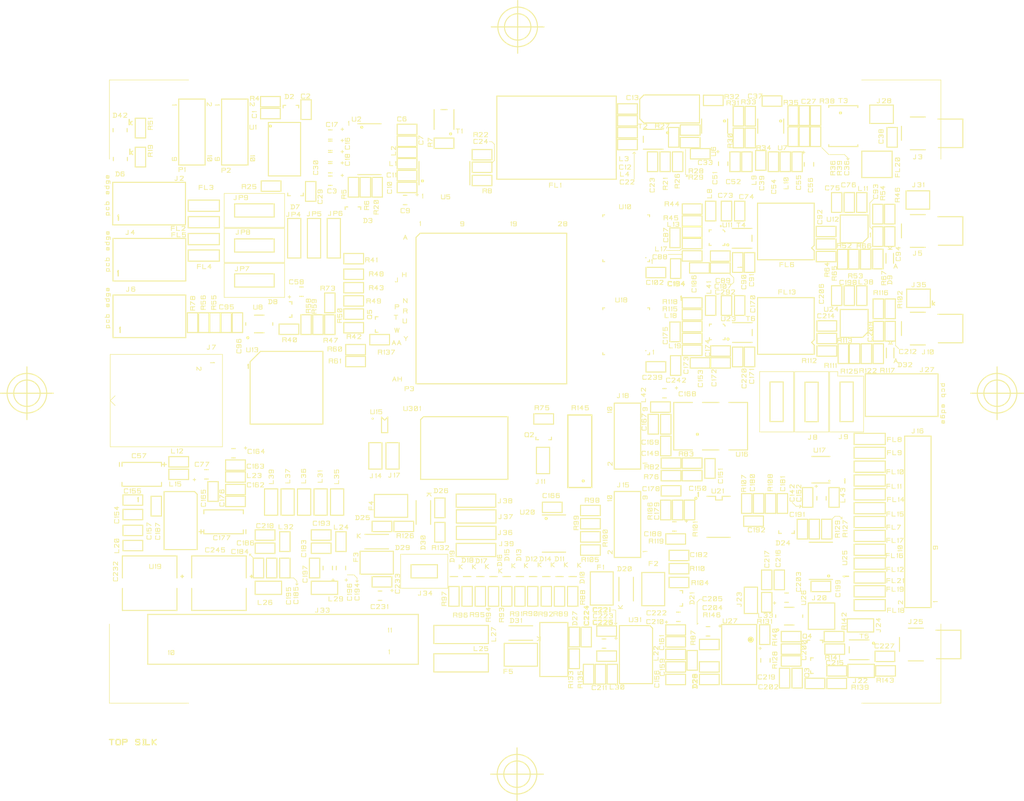
<source format=kicad_pcb>
(kicad_pcb (version 20221018) (generator pcbnew)
  (layers (0 "F.Cu" signal) (31 "B.Cu" signal) (34 "B.Paste" user) (35 "F.Paste" user) (36 "B.SilkS" user "B.Silkscreen") (37 "F.SilkS" user "F.Silkscreen") (38 "B.Mask" user) (39 "F.Mask" user) (44 "Edge.Cuts" user))
  (net 0 "")
  (gr_line (start 133.6294 -108.839) (end 133.6294 -108.7882) (stroke (width 0.127)) (layer "F.SilkS"))
  (gr_line (start 65.60845 -119.70182) (end 65.60845 -120.33682) (stroke (width 0.1524)) (layer "F.SilkS"))
  (gr_line (start 157.69285 -28.06344) (end 157.77769 -27.97886) (stroke (width 0.1524)) (layer "F.SilkS"))
  (gr_line (start 123.41885 -121.81002) (end 122.91085 -121.34418) (stroke (width 0.1524)) (layer "F.SilkS"))
  (gr_line (start 115.75644 -60.8838) (end 115.84127 -60.79922) (stroke (width 0.1524)) (layer "F.SilkS"))
  (gr_line (start 60.66358 -51.10505) (end 60.87542 -51.10505) (stroke (width 0.1524)) (layer "F.SilkS"))
  (gr_line (start 167.03904 -84.92058) (end 167.4622 -84.92058) (stroke (width 0.1524)) (layer "F.SilkS"))
  (gr_line (start 117.37848 -31.4546) (end 117.37848 -29.4546) (stroke (width 0.2032)) (layer "F.SilkS"))
  (gr_line (start 101.12578 -27.19502) (end 101.12578 -27.49118) (stroke (width 0.1524)) (layer "F.SilkS"))
  (gr_line (start 135.509 -33.28264) (end 135.59358 -33.36747) (stroke (width 0.1524)) (layer "F.SilkS"))
  (gr_line (start 35.03168 -64.4558) (end 38.83152 -64.4558) (stroke (width 0.2032)) (layer "F.SilkS"))
  (gr_line (start 156.60802 -122.85955) (end 156.52318 -122.94438) (stroke (width 0.1524)) (layer "F.SilkS"))
  (gr_line (start 171.80585 -25.8318) (end 171.89044 -25.8318) (stroke (width 0.1524)) (layer "F.SilkS"))
  (gr_line (start 146.9898 -97.86188) (end 147.15922 -97.7773) (stroke (width 0.1524)) (layer "F.SilkS"))
  (gr_line (start 61.77686 -97.26422) (end 61.8617 -97.17938) (stroke (width 0.1524)) (layer "F.SilkS"))
  (gr_line (start 99.4156 -54.57622) (end 99.50018 -54.6608) (stroke (width 0.1524)) (layer "F.SilkS"))
  (gr_line (start 41.2496 -98.2218) (end 41.2496 -98.81438) (stroke (width 0.1524)) (layer "F.SilkS"))
  (gr_line (start 165.49802 -48.14138) (end 165.49802 -48.64938) (stroke (width 0.1524)) (layer "F.SilkS"))
  (gr_line (start 38.75761 -118.26316) (end 38.75761 -116.10797) (stroke (width 0.2032)) (layer "F.SilkS"))
  (gr_line (start 170.5516 -99.23272) (end 170.5516 -95.43288) (stroke (width 0.2032)) (layer "F.SilkS"))
  (gr_line (start 123.2916 -124.21438) (end 123.88444 -124.21438) (stroke (width 0.1524)) (layer "F.SilkS"))
  (gr_line (start 67.95338 -41.08018) (end 67.86855 -41.16502) (stroke (width 0.1524)) (layer "F.SilkS"))
  (gr_line (start 92.57894 -48.52238) (end 92.57894 -49.3268) (stroke (width 0.1524)) (layer "F.SilkS"))
  (gr_line (start 45.75353 -50.88458) (end 45.66895 -50.96942) (stroke (width 0.1524)) (layer "F.SilkS"))
  (gr_line (start 143.4846 -90.8558) (end 147.2946 -90.8558) (stroke (width 0.2032)) (layer "F.SilkS"))
  (gr_line (start 78.867 -44.17924) (end 78.95158 -44.09465) (stroke (width 0.1524)) (layer "F.SilkS"))
  (gr_line (start 48.1076 -89.92438) (end 48.1076 -90.3478) (stroke (width 0.1524)) (layer "F.SilkS"))
  (gr_line (start 96.40138 -31.58922) (end 96.40138 -31.88538) (stroke (width 0.1524)) (layer "F.SilkS"))
  (gr_line (start 115.12144 -49.0728) (end 114.52885 -49.0728) (stroke (width 0.1524)) (layer "F.SilkS"))
  (gr_line (start 169.60444 -34.29838) (end 169.5196 -34.38322) (stroke (width 0.1524)) (layer "F.SilkS"))
  (gr_line (start 135.94918 -25.29865) (end 135.8646 -25.38324) (stroke (width 0.2286)) (layer "F.SilkS"))
  (gr_line (start 129.17653 -37.50285) (end 129.09194 -37.33343) (stroke (width 0.1524)) (layer "F.SilkS"))
  (gr_line (start 177.71161 -96.67291) (end 180.61153 -96.67291) (stroke (width 0.2032)) (layer "F.SilkS"))
  (gr_line (start 162.85642 -96.3676) (end 162.433 -95.8596) (stroke (width 0.1524)) (layer "F.SilkS"))
  (gr_line (start 63.34633 -124.79528) (end 63.55791 -124.79528) (stroke (width 0.1524)) (layer "F.SilkS"))
  (gr_line (start 169.15994 -85.02218) (end 169.15994 -85.8266) (stroke (width 0.1524)) (layer "F.SilkS"))
  (gr_line (start 160.37585 -41.74922) (end 159.86785 -41.28338) (stroke (width 0.1524)) (layer "F.SilkS"))
  (gr_line (start 88.40902 -40.1828) (end 87.6046 -40.1828) (stroke (width 0.1524)) (layer "F.SilkS"))
  (gr_line (start 163.2966 -53.34025) (end 163.2966 -53.93284) (stroke (width 0.1524)) (layer "F.SilkS"))
  (gr_line (start 132.20294 -113.20348) (end 132.20294 -114.0079) (stroke (width 0.1524)) (layer "F.SilkS"))
  (gr_line (start 132.98602 -117.12778) (end 132.98602 -117.9322) (stroke (width 0.1524)) (layer "F.SilkS"))
  (gr_line (start 41.13962 -86.106) (end 41.2242 -86.02142) (stroke (width 0.1524)) (layer "F.SilkS"))
  (gr_line (start 145.34718 -101.1682) (end 145.2626 -101.25278) (stroke (width 0.1524)) (layer "F.SilkS"))
  (gr_arc (start 71.94448 -132.29184) (mid 72.14438 -132.49174) (end 72.34428 -132.29184) (stroke (width 0.2032)) (layer "F.SilkS"))
  (gr_line (start 171.35678 -120.20118) (end 171.44162 -120.1166) (stroke (width 0.1524)) (layer "F.SilkS"))
  (gr_line (start 42.1386 -67.7926) (end 42.73144 -67.7926) (stroke (width 0.1524)) (layer "F.SilkS"))
  (gr_line (start 94.64904 -38.75202) (end 94.64904 -38.11702) (stroke (width 0.1524)) (layer "F.SilkS"))
  (gr_line (start 59.6646 -44.1452) (end 59.8932 -44.3738) (stroke (width 0.127)) (layer "F.SilkS"))
  (gr_line (start 169.3766 -101.77272) (end 167.3766 -101.77272) (stroke (width 0.2032)) (layer "F.SilkS"))
  (gr_line (start 66.40424 -101.7016) (end 66.8274 -101.7016) (stroke (width 0.1524)) (layer "F.SilkS"))
  (gr_line (start 99.45802 -37.0586) (end 98.6536 -37.0586) (stroke (width 0.1524)) (layer "F.SilkS"))
  (gr_line (start 163.54552 -92.6178) (end 159.74568 -92.6178) (stroke (width 0.2032)) (layer "F.SilkS"))
  (gr_line (start 170.46804 -102.59898) (end 170.46804 -102.81082) (stroke (width 0.1524)) (layer "F.SilkS"))
  (gr_line (start 142.34185 -121.50522) (end 142.34185 -122.14022) (stroke (width 0.1524)) (layer "F.SilkS"))
  (gr_line (start 152.67102 -47.76038) (end 152.58618 -47.6758) (stroke (width 0.1524)) (layer "F.SilkS"))
  (gr_line (start 123.317 -126.6444) (end 123.40184 -126.55982) (stroke (width 0.1524)) (layer "F.SilkS"))
  (gr_line (start 128.58318 -59.95238) (end 129.21818 -59.95238) (stroke (width 0.1524)) (layer "F.SilkS"))
  (gr_line (start 112.7506 -38.42995) (end 112.7506 -39.02278) (stroke (width 0.1524)) (layer "F.SilkS"))
  (gr_line (start 130.97078 -110.236) (end 130.33578 -110.236) (stroke (width 0.1524)) (layer "F.SilkS"))
  (gr_line (start 121.03125 -99.441) (end 121.03125 -98.72142) (stroke (width 0.1524)) (layer "F.SilkS"))
  (gr_line (start 71.9836 -57.44642) (end 72.06818 -57.531) (stroke (width 0.1524)) (layer "F.SilkS"))
  (gr_line (start 162.687 -104.36885) (end 162.77158 -104.45344) (stroke (width 0.1524)) (layer "F.SilkS"))
  (gr_line (start 137.32942 -83.84565) (end 136.906 -83.84565) (stroke (width 0.1524)) (layer "F.SilkS"))
  (gr_line (start 151.0886 -42.71772) (end 149.0886 -42.71772) (stroke (width 0.2032)) (layer "F.SilkS"))
  (gr_line (start 159.97784 -95.56318) (end 159.89325 -95.64802) (stroke (width 0.1524)) (layer "F.SilkS"))
  (gr_line (start 125.9586 -81.54238) (end 125.9586 -81.96555) (stroke (width 0.1524)) (layer "F.SilkS"))
  (gr_line (start 140.84427 -41.18305) (end 140.92911 -41.09847) (stroke (width 0.1524)) (layer "F.SilkS"))
  (gr_line (start 129.90398 -28.75305) (end 129.90398 -28.32964) (stroke (width 0.1524)) (layer "F.SilkS"))
  (gr_line (start 78.71028 -125.7046) (end 78.6257 -125.53518) (stroke (width 0.1524)) (layer "F.SilkS"))
  (gr_line (start 174.8282 -117.9322) (end 174.8282 -118.52478) (stroke (width 0.1524)) (layer "F.SilkS"))
  (gr_line (start 39.5986 -99.19538) (end 39.5986 -99.61855) (stroke (width 0.1524)) (layer "F.SilkS"))
  (gr_line (start 156.19298 -57.33618) (end 156.1084 -57.42102) (stroke (width 0.1524)) (layer "F.SilkS"))
  (gr_line (start 128.86258 -26.4922) (end 128.86258 -26.06878) (stroke (width 0.1524)) (layer "F.SilkS"))
  (gr_line (start 64.44818 -118.27942) (end 64.53302 -118.19458) (stroke (width 0.1524)) (layer "F.SilkS"))
  (gr_line (start 72.49668 -100.39375) (end 72.49668 -102.39375) (stroke (width 0.2032)) (layer "F.SilkS"))
  (gr_line (start 136.22858 -34.29864) (end 136.31342 -34.21405) (stroke (width 0.1524)) (layer "F.SilkS"))
  (gr_line (start 179.73878 -120.93778) (end 179.6542 -120.81078) (stroke (width 0.1524)) (layer "F.SilkS"))
  (gr_line (start 50.42738 -105.4608) (end 49.91938 -104.65638) (stroke (width 0.1524)) (layer "F.SilkS"))
  (gr_line (start 179.4002 -121.2342) (end 179.6542 -121.2342) (stroke (width 0.1524)) (layer "F.SilkS"))
  (gr_line (start 107.23905 -38.87902) (end 107.32364 -38.9636) (stroke (width 0.1524)) (layer "F.SilkS"))
  (gr_line (start 66.24549 -52.7718) (end 66.24549 -54.7718) (stroke (width 0.2032)) (layer "F.SilkS"))
  (gr_line (start 127.1176 -123.75388) (end 129.1176 -123.75388) (stroke (width 0.2032)) (layer "F.SilkS"))
  (gr_line (start 179.6542 -121.6152) (end 179.73878 -121.53062) (stroke (width 0.1524)) (layer "F.SilkS"))
  (gr_line (start 65.69304 -119.61698) (end 65.60845 -119.70182) (stroke (width 0.1524)) (layer "F.SilkS"))
  (gr_line (start 133.9436 -60.49772) (end 131.9436 -60.49772) (stroke (width 0.2032)) (layer "F.SilkS"))
  (gr_line (start 54.56784 -55.15178) (end 54.483 -55.23662) (stroke (width 0.1524)) (layer "F.SilkS"))
  (gr_line (start 27.00401 -131.41731) (end 27.00401 -132.05231) (stroke (width 0.2032)) (layer "F.SilkS"))
  (gr_line (start 48.1076 -88.90838) (end 48.1076 -89.41638) (stroke (width 0.1524)) (layer "F.SilkS"))
  (gr_line (start 25.66137 -93.7768) (end 25.55545 -93.56522) (stroke (width 0.254)) (layer "F.SilkS"))
  (gr_line (start 174.8536 -124.84964) (end 174.8536 -125.27305) (stroke (width 0.1524)) (layer "F.SilkS"))
  (gr_line (start 155.25344 -105.82478) (end 155.25344 -105.52862) (stroke (width 0.1524)) (layer "F.SilkS"))
  (gr_line (start 148.16684 -138.21842) (end 148.16684 -138.00658) (stroke (width 0.1524)) (layer "F.SilkS"))
  (gr_line (start 147.71802 -62.87338) (end 147.71802 -62.36538) (stroke (width 0.1524)) (layer "F.SilkS"))
  (gr_line (start 128.86284 -84.09102) (end 128.86284 -83.87918) (stroke (width 0.1524)) (layer "F.SilkS"))
  (gr_line (start 175.54778 -120.55678) (end 175.63262 -120.47195) (stroke (width 0.1524)) (layer "F.SilkS"))
  (gr_line (start 109.15244 -61.34938) (end 109.15244 -61.05322) (stroke (width 0.1524)) (layer "F.SilkS"))
  (gr_line (start 66.42938 -41.08018) (end 65.8368 -41.08018) (stroke (width 0.1524)) (layer "F.SilkS"))
  (gr_line (start 129.21818 -56.8198) (end 128.58318 -56.8198) (stroke (width 0.1524)) (layer "F.SilkS"))
  (gr_line (start 160.8836 -42.00322) (end 160.96844 -42.0878) (stroke (width 0.1524)) (layer "F.SilkS"))
  (gr_line (start 128.03302 -58.42838) (end 127.94818 -58.3438) (stroke (width 0.1524)) (layer "F.SilkS"))
  (gr_line (start 129.32842 -25.05278) (end 129.32842 -24.54478) (stroke (width 0.1524)) (layer "F.SilkS"))
  (gr_line (start 169.5704 -94.64015) (end 169.65498 -94.72473) (stroke (width 0.1524)) (layer "F.SilkS"))
  (gr_line (start 135.63625 -122.7074) (end 135.72084 -122.7074) (stroke (width 0.1524)) (layer "F.SilkS"))
  (gr_line (start 97.1296 -34.87445) (end 97.21418 -34.95904) (stroke (width 0.1524)) (layer "F.SilkS"))
  (gr_line (start 51.26584 -120.45518) (end 51.689 -120.45518) (stroke (width 0.1524)) (layer "F.SilkS"))
  (gr_line (start 162.7886 -124.6378) (end 162.7886 -124.3838) (stroke (width 0.1524)) (layer "F.SilkS"))
  (gr_line (start 149.81555 -61.74689) (end 149.81555 -57.9468) (stroke (width 0.2032)) (layer "F.SilkS"))
  (gr_line (start 170.1386 -108.78312) (end 168.1386 -108.78312) (stroke (width 0.2032)) (layer "F.SilkS"))
  (gr_line (start 128.62585 -54.4068) (end 128.20244 -54.4068) (stroke (width 0.1524)) (layer "F.SilkS"))
  (gr_line (start 110.21924 -38.608) (end 110.64265 -38.608) (stroke (width 0.1524)) (layer "F.SilkS"))
  (gr_line (start 62.7286 -92.38488) (end 64.7286 -92.38488) (stroke (width 0.2032)) (layer "F.SilkS"))
  (gr_line (start 152.29002 -50.80838) (end 152.58618 -50.80838) (stroke (width 0.1524)) (layer "F.SilkS"))
  (gr_line (start 64.15202 -119.67616) (end 64.06718 -119.63375) (stroke (width 0.1524)) (layer "F.SilkS"))
  (gr_line (start 174.81144 -52.33238) (end 174.21885 -52.33238) (stroke (width 0.1524)) (layer "F.SilkS"))
  (gr_line (start 81.20355 -51.7652) (end 81.28838 -51.68062) (stroke (width 0.1524)) (layer "F.SilkS"))
  (gr_line (start 60.38444 -102.11638) (end 60.2996 -102.20122) (stroke (width 0.1524)) (layer "F.SilkS"))
  (gr_line (start 176.2506 -43.31538) (end 175.78502 -43.31538) (stroke (width 0.1524)) (layer "F.SilkS"))
  (gr_line (start 52.25644 -64.82918) (end 52.1716 -64.91402) (stroke (width 0.1524)) (layer "F.SilkS"))
  (gr_line (start 161.41725 -29.77718) (end 161.41725 -30.5816) (stroke (width 0.1524)) (layer "F.SilkS"))
  (gr_line (start 45.55058 -62.46698) (end 45.63542 -62.38215) (stroke (width 0.1524)) (layer "F.SilkS"))
  (gr_line (start 45.63542 -59.92698) (end 45.63542 -59.41898) (stroke (width 0.1524)) (layer "F.SilkS"))
  (gr_line (start 102.2858 -38.989) (end 102.37064 -38.90442) (stroke (width 0.1524)) (layer "F.SilkS"))
  (gr_line (start 42.07942 -60.44768) (end 41.275 -60.44768) (stroke (width 0.1524)) (layer "F.SilkS"))
  (gr_line (start 137.54964 -49.92802) (end 137.54964 -49.67402) (stroke (width 0.1524)) (layer "F.SilkS"))
  (gr_line (start 151.14702 -64.90538) (end 151.06218 -64.82055) (stroke (width 0.1524)) (layer "F.SilkS"))
  (gr_line (start 138.4808 -50.05502) (end 137.9728 -49.58918) (stroke (width 0.1524)) (layer "F.SilkS"))
  (gr_line (start 129.29464 -107.3658) (end 129.71805 -107.3658) (stroke (width 0.1524)) (layer "F.SilkS"))
  (gr_line (start 68.6816 -57.5818) (end 68.6816 -62.6618) (stroke (width 0.2032)) (layer "F.SilkS"))
  (gr_line (start 101.02418 -60.03722) (end 100.93935 -59.95238) (stroke (width 0.1524)) (layer "F.SilkS"))
  (gr_line (start 129.80264 -107.28122) (end 129.80264 -107.02722) (stroke (width 0.1524)) (layer "F.SilkS"))
  (gr_line (start 55.45049 -52.2318) (end 51.65065 -52.2318) (stroke (width 0.2032)) (layer "F.SilkS"))
  (gr_line (start 143.9418 -137.0076) (end 144.02664 -136.92302) (stroke (width 0.1524)) (layer "F.SilkS"))
  (gr_line (start 132.77444 -98.81438) (end 132.77444 -99.02622) (stroke (width 0.1524)) (layer "F.SilkS"))
  (gr_line (start 175.40402 -108.1278) (end 175.40402 -107.66196) (stroke (width 0.1524)) (layer "F.SilkS"))
  (gr_line (start 90.83065 -38.42182) (end 90.83065 -38.67582) (stroke (width 0.1524)) (layer "F.SilkS"))
  (gr_line (start 121.33656 -33.88614) (end 120.82856 -33.88614) (stroke (width 0.1524)) (layer "F.SilkS"))
  (gr_line (start 103.86898 -38.6588) (end 103.2764 -38.6588) (stroke (width 0.1524)) (layer "F.SilkS"))
  (gr_line (start 77.65618 -64.90538) (end 77.74102 -64.99022) (stroke (width 0.1524)) (layer "F.SilkS"))
  (gr_line (start 23.08454 -117.91163) (end 23.42337 -117.91163) (stroke (width 0.1524)) (layer "F.SilkS"))
  (gr_line (start 164.21964 -28.78658) (end 164.6428 -28.78658) (stroke (width 0.1524)) (layer "F.SilkS"))
  (gr_line (start 147.73504 -95.14002) (end 147.6502 -95.05518) (stroke (width 0.1524)) (layer "F.SilkS"))
  (gr_line (start 68.69659 -95.31375) (end 72.49668 -95.31375) (stroke (width 0.2032)) (layer "F.SilkS"))
  (gr_line (start 79.6356 -50.0568) (end 79.6356 -43.5168) (stroke (width 0.127)) (layer "F.SilkS"))
  (gr_line (start 31.42844 -47.32858) (end 31.93644 -47.32858) (stroke (width 0.1524)) (layer "F.SilkS"))
  (gr_line (start 67.21704 -120.12498) (end 67.1322 -120.0404) (stroke (width 0.1524)) (layer "F.SilkS"))
  (gr_line (start 24.28342 -110.88573) (end 24.28342 -102.68585) (stroke (width 0.2032)) (layer "F.SilkS"))
  (gr_line (start 144.7546 -42.5704) (end 144.7546 -42.3164) (stroke (width 0.1524)) (layer "F.SilkS"))
  (gr_line (start 164.09238 -44.00144) (end 164.17722 -43.91685) (stroke (width 0.1524)) (layer "F.SilkS"))
  (gr_line (start 162.4076 -121.0056) (end 163.00018 -121.0056) (stroke (width 0.1524)) (layer "F.SilkS"))
  (gr_line (start 132.77444 -98.64522) (end 132.77444 -98.39122) (stroke (width 0.1524)) (layer "F.SilkS"))
  (gr_line (start 46.32985 -97.29038) (end 45.90644 -97.29038) (stroke (width 0.1524)) (layer "F.SilkS"))
  (gr_line (start 80.70444 -96.92183) (end 80.78927 -96.92183) (stroke (width 0.1524)) (layer "F.SilkS"))
  (gr_line (start 38.751 -109.67796) (end 44.75099 -109.67796) (stroke (width 0.2032)) (layer "F.SilkS"))
  (gr_line (start 152.67102 -50.72355) (end 152.67102 -50.30038) (stroke (width 0.1524)) (layer "F.SilkS"))
  (gr_line (start 149.098 -121.48845) (end 149.098 -121.74245) (stroke (width 0.1524)) (layer "F.SilkS"))
  (gr_line (start 72.86752 -90.4588) (end 69.06768 -90.4588) (stroke (width 0.2032)) (layer "F.SilkS"))
  (gr_line (start 174.81144 -46.74438) (end 174.21885 -46.74438) (stroke (width 0.1524)) (layer "F.SilkS"))
  (gr_line (start 150.51202 -48.14138) (end 150.51202 -47.63338) (stroke (width 0.1524)) (layer "F.SilkS"))
  (gr_line (start 61.35802 -64.39738) (end 61.35802 -63.8048) (stroke (width 0.1524)) (layer "F.SilkS"))
  (gr_line (start 59.88482 -40.64838) (end 59.79998 -40.5638) (stroke (width 0.1524)) (layer "F.SilkS"))
  (gr_line (start 156.65882 -61.43854) (end 155.8544 -61.43854) (stroke (width 0.1524)) (layer "F.SilkS"))
  (gr_line (start 157.50032 -41.06418) (end 156.78048 -41.06418) (stroke (width 0.1524)) (layer "F.SilkS"))
  (gr_line (start 50.93868 -45.55058) (end 50.93868 -46.05858) (stroke (width 0.2286)) (layer "F.SilkS"))
  (gr_line (start 87.66404 -62.62802) (end 87.66404 -62.4586) (stroke (width 0.1524)) (layer "F.SilkS"))
  (gr_line (start 163.6936 -104.98328) (end 165.6936 -104.98328) (stroke (width 0.2032)) (layer "F.SilkS"))
  (gr_line (start 50.73244 -64.82918) (end 50.13985 -64.82918) (stroke (width 0.1524)) (layer "F.SilkS"))
  (gr_line (start 64.2366 -114.7318) (end 64.2366 -107.1118) (stroke (width 0.2032)) (layer "F.SilkS"))
  (gr_line (start 122.555 -99.35642) (end 122.555 -99.14458) (stroke (width 0.1524)) (layer "F.SilkS"))
  (gr_line (start 73.50735 -57.19242) (end 73.08418 -57.19242) (stroke (width 0.1524)) (layer "F.SilkS"))
  (gr_line (start 142.875 -102.37038) (end 142.45184 -102.37038) (stroke (width 0.1524)) (layer "F.SilkS"))
  (gr_line (start 121.39168 -130.2418) (end 125.19152 -130.2418) (stroke (width 0.2032)) (layer "F.SilkS"))
  (gr_line (start 152.58618 -50.21555) (end 151.95118 -50.21555) (stroke (width 0.1524)) (layer "F.SilkS"))
  (gr_line (start 156.19298 -58.1406) (end 156.6164 -58.1406) (stroke (width 0.1524)) (layer "F.SilkS"))
  (gr_line (start 65.43904 -132.41858) (end 65.35445 -132.50342) (stroke (width 0.1524)) (layer "F.SilkS"))
  (gr_line (start 170.37482 -94.21673) (end 170.28998 -94.13215) (stroke (width 0.1524)) (layer "F.SilkS"))
  (gr_line (start 179.6542 -120.81078) (end 179.23078 -120.81078) (stroke (width 0.1524)) (layer "F.SilkS"))
  (gr_line (start 42.1132 -51.22342) (end 42.19778 -51.308) (stroke (width 0.1524)) (layer "F.SilkS"))
  (gr_line (start 61.29858 -51.69764) (end 61.38342 -51.61305) (stroke (width 0.1524)) (layer "F.SilkS"))
  (gr_line (start 49.17465 -50.6222) (end 49.25924 -50.70678) (stroke (width 0.1524)) (layer "F.SilkS"))
  (gr_line (start 38.75761 -116.10797) (end 44.75759 -116.10797) (stroke (width 0.2032)) (layer "F.SilkS"))
  (gr_line (start 161.94202 -86.52078) (end 161.85744 -86.4362) (stroke (width 0.1524)) (layer "F.SilkS"))
  (gr_line (start 165.06622 -72.67778) (end 165.0238 -72.76262) (stroke (width 0.1524)) (layer "F.SilkS"))
  (gr_line (start 31.86862 -128.7018) (end 31.86862 -128.27838) (stroke (width 0.1524)) (layer "F.SilkS"))
  (gr_line (start 156.51632 -42.92321) (end 155.88132 -42.92321) (stroke (width 0.1524)) (layer "F.SilkS"))
  (gr_line (start 136.49122 -102.5906) (end 136.49122 -102.16718) (stroke (width 0.1524)) (layer "F.SilkS"))
  (gr_line (start 25.39162 -50.96104) (end 25.39162 -50.36845) (stroke (width 0.1524)) (layer "F.SilkS"))
  (gr_line (start 112.3442 -24.95118) (end 112.3442 -24.3586) (stroke (width 0.1524)) (layer "F.SilkS"))
  (gr_line (start 79.07858 -46.21124) (end 79.29042 -46.21124) (stroke (width 0.1524)) (layer "F.SilkS"))
  (gr_line (start 58.35244 -55.753) (end 58.7756 -55.753) (stroke (width 0.1524)) (layer "F.SilkS"))
  (gr_line (start 148.56485 -54.74538) (end 148.09902 -54.74538) (stroke (width 0.1524)) (layer "F.SilkS"))
  (gr_line (start 151.95118 -47.6758) (end 151.8666 -47.76038) (stroke (width 0.1524)) (layer "F.SilkS"))
  (gr_line (start 163.71138 -44.00144) (end 163.79622 -43.91685) (stroke (width 0.1524)) (layer "F.SilkS"))
  (gr_line (start 26.42464 -122.97842) (end 26.3398 -122.89358) (stroke (width 0.1524)) (layer "F.SilkS"))
  (gr_line (start 67.25742 -89.26703) (end 67.17284 -89.18245) (stroke (width 0.1524)) (layer "F.SilkS"))
  (gr_line (start 170.92447 -29.4038) (end 174.72457 -29.4038) (stroke (width 0.2032)) (layer "F.SilkS"))
  (gr_line (start 141.29614 -101.27818) (end 141.29614 -102.0826) (stroke (width 0.1524)) (layer "F.SilkS"))
  (gr_line (start 25.40864 -123.61342) (end 25.49322 -123.444) (stroke (width 0.1524)) (layer "F.SilkS"))
  (gr_line (start 123.14784 -98.97542) (end 123.14784 -98.72142) (stroke (width 0.1524)) (layer "F.SilkS"))
  (gr_line (start 86.88934 -51.7398) (end 86.80475 -51.57038) (stroke (width 0.1524)) (layer "F.SilkS"))
  (gr_line (start 23.13356 -107.11078) (end 23.47214 -107.11078) (stroke (width 0.1524)) (layer "F.SilkS"))
  (gr_line (start 55.7276 -98.7298) (end 55.81244 -98.81438) (stroke (width 0.1524)) (layer "F.SilkS"))
  (gr_line (start 126.76327 -71.34022) (end 126.67844 -71.25538) (stroke (width 0.1524)) (layer "F.SilkS"))
  (gr_line (start 174.9806 -109.05896) (end 175.4886 -108.63555) (stroke (width 0.1524)) (layer "F.SilkS"))
  (gr_line (start 61.4807 -97.17938) (end 61.56528 -97.26422) (stroke (width 0.1524)) (layer "F.SilkS"))
  (gr_line (start 23.55799 -98.15881) (end 23.47316 -98.24339) (stroke (width 0.1524)) (layer "F.SilkS"))
  (gr_line (start 84.9376 -130.18338) (end 85.74202 -129.67538) (stroke (width 0.1524)) (layer "F.SilkS"))
  (gr_line (start 139.44143 -40.10203) (end 139.44143 -39.93286) (stroke (width 0.1524)) (layer "F.SilkS"))
  (gr_line (start 48.14138 -104.65638) (end 48.22622 -104.74122) (stroke (width 0.1524)) (layer "F.SilkS"))
  (gr_line (start 83.5406 -50.9778) (end 83.5406 -51.40122) (stroke (width 0.1524)) (layer "F.SilkS"))
  (gr_line (start 131.11505 -101.84562) (end 131.11505 -102.48062) (stroke (width 0.2286)) (layer "F.SilkS"))
  (gr_line (start 175.4886 -108.63555) (end 175.4886 -109.22838) (stroke (width 0.1524)) (layer "F.SilkS"))
  (gr_line (start 101.8126 -113.67948) (end 101.34676 -113.67948) (stroke (width 0.1524)) (layer "F.SilkS"))
  (gr_line (start 152.58618 -50.80838) (end 152.67102 -50.72355) (stroke (width 0.1524)) (layer "F.SilkS"))
  (gr_line (start 76.01661 -42.98772) (end 75.31659 -42.98772) (stroke (width 0.2032)) (layer "F.SilkS"))
  (gr_line (start 25.30678 -52.4002) (end 24.67178 -52.99304) (stroke (width 0.1524)) (layer "F.SilkS"))
  (gr_line (start 60.87542 -51.69764) (end 60.66358 -51.69764) (stroke (width 0.1524)) (layer "F.SilkS"))
  (gr_line (start 125.25578 -37.40582) (end 125.25578 -37.19398) (stroke (width 0.1524)) (layer "F.SilkS"))
  (gr_line (start 152.67102 -49.85588) (end 151.8666 -49.85588) (stroke (width 0.1524)) (layer "F.SilkS"))
  (gr_line (start 116.77244 -60.79922) (end 116.77244 -60.16422) (stroke (width 0.1524)) (layer "F.SilkS"))
  (gr_line (start 101.5906 -40.06088) (end 103.5906 -40.06088) (stroke (width 0.2032)) (layer "F.SilkS"))
  (gr_line (start 23.76957 -100.19055) (end 23.76957 -99.76739) (stroke (width 0.1524)) (layer "F.SilkS"))
  (gr_line (start 135.23468 -106.2068) (end 135.23468 -104.2068) (stroke (width 0.2032)) (layer "F.SilkS"))
  (gr_line (start 128.03302 -59.44438) (end 127.94818 -59.35955) (stroke (width 0.1524)) (layer "F.SilkS"))
  (gr_line (start 160.8836 -41.36822) (end 160.8836 -42.00322) (stroke (width 0.1524)) (layer "F.SilkS"))
  (gr_line (start 58.9026 -138.6078) (end 58.98718 -138.52322) (stroke (width 0.1524)) (layer "F.SilkS"))
  (gr_line (start 31.3215 -13.39647) (end 30.58084 -13.39647) (stroke (width 0.254)) (layer "F.SilkS"))
  (gr_line (start 147.9136 -128.32588) (end 147.9136 -132.12572) (stroke (width 0.2032)) (layer "F.SilkS"))
  (gr_line (start 156.78048 -40.38676) (end 157.50032 -40.38676) (stroke (width 0.1524)) (layer "F.SilkS"))
  (gr_line (start 126.0856 -77.09738) (end 126.89002 -76.58938) (stroke (width 0.1524)) (layer "F.SilkS"))
  (gr_line (start 54.88102 -98.8568) (end 54.88102 -98.56038) (stroke (width 0.1524)) (layer "F.SilkS"))
  (gr_line (start 27.5336 -127.06147) (end 27.5336 -128.0668) (stroke (width 0.254)) (layer "F.SilkS"))
  (gr_line (start 175.39538 -100.07575) (end 175.3108 -100.16058) (stroke (width 0.1524)) (layer "F.SilkS"))
  (gr_line (start 61.35802 -63.8048) (end 60.5536 -63.8048) (stroke (width 0.1524)) (layer "F.SilkS"))
  (gr_line (start 135.90727 -62.45022) (end 135.82244 -62.36538) (stroke (width 0.1524)) (layer "F.SilkS"))
  (gr_line (start 119.761 -36.93998) (end 119.761 -37.3634) (stroke (width 0.2286)) (layer "F.SilkS"))
  (gr_line (start 165.0746 -125.65355) (end 165.15918 -125.73838) (stroke (width 0.1524)) (layer "F.SilkS"))
  (gr_line (start 46.2534 -124.32462) (end 46.33824 -124.4092) (stroke (width 0.1524)) (layer "F.SilkS"))
  (gr_line (start 131.9436 -56.69788) (end 133.9436 -56.69788) (stroke (width 0.2032)) (layer "F.SilkS"))
  (gr_line (start 41.69842 -61.40018) (end 41.99458 -61.40018) (stroke (width 0.1524)) (layer "F.SilkS"))
  (gr_line (start 137.6934 -124.2822) (end 137.27024 -124.2822) (stroke (width 0.1524)) (layer "F.SilkS"))
  (gr_line (start 110.0836 -60.96838) (end 109.66044 -60.96838) (stroke (width 0.1524)) (layer "F.SilkS"))
  (gr_line (start 129.26924 -132.5372) (end 128.67665 -132.5372) (stroke (width 0.1524)) (layer "F.SilkS"))
  (gr_line (start 179.38344 -107.65358) (end 179.8066 -107.65358) (stroke (width 0.1524)) (layer "F.SilkS"))
  (gr_line (start 24.86635 -13.55522) (end 24.86635 -14.24305) (stroke (width 0.254)) (layer "F.SilkS"))
  (gr_line (start 169.60444 -85.8266) (end 170.02785 -85.8266) (stroke (width 0.1524)) (layer "F.SilkS"))
  (gr_line (start 104.41102 -49.3268) (end 104.41102 -49.03038) (stroke (width 0.1524)) (layer "F.SilkS"))
  (gr_line (start 45.95368 -68.2338) (end 45.95368 -66.2338) (stroke (width 0.2032)) (layer "F.SilkS"))
  (gr_line (start 129.6416 -54.0258) (end 129.72644 -53.94122) (stroke (width 0.1524)) (layer "F.SilkS"))
  (gr_line (start 132.72338 -101.76078) (end 132.6388 -101.84562) (stroke (width 0.2286)) (layer "F.SilkS"))
  (gr_line (start 59.37682 -42.0878) (end 59.4614 -42.17238) (stroke (width 0.1524)) (layer "F.SilkS"))
  (gr_line (start 63.58458 -38.89578) (end 63.66942 -38.98062) (stroke (width 0.1524)) (layer "F.SilkS"))
  (gr_line (start 51.5526 -126.76073) (end 51.38318 -126.84531) (stroke (width 0.1524)) (layer "F.SilkS"))
  (gr_line (start 136.10082 -40.61638) (end 135.29666 -40.61638) (stroke (width 0.1524)) (layer "F.SilkS"))
  (gr_line (start 154.52065 -28.11272) (end 152.52065 -28.11272) (stroke (width 0.2032)) (layer "F.SilkS"))
  (gr_line (start 23.50795 -115.45646) (end 23.42337 -115.37188) (stroke (width 0.1524)) (layer "F.SilkS"))
  (gr_line (start 161.98418 -137.06678) (end 161.8996 -136.93978) (stroke (width 0.1524)) (layer "F.SilkS"))
  (gr_poly (pts (xy 114.9825 -64.1858) (xy 114.97946 -64.15109) (xy 114.97044 -64.11743) (xy 114.95572 -64.08585) (xy 114.93573 -64.05731) (xy 114.91109 -64.03267) (xy 114.88255 -64.01268) (xy 114.85097 -63.99796) (xy 114.81731 -63.98894) (xy 114.7826 -63.9859) (xy 114.74789 -63.98894) (xy 114.71423 -63.99796) (xy 114.68265 -64.01268) (xy 114.65411 -64.03267) (xy 114.62947 -64.05731) (xy 114.60948 -64.08585) (xy 114.59476 -64.11743) (xy 114.58574 -64.15109) (xy 114.5827 -64.1858) (xy 114.58574 -64.22051) (xy 114.59476 -64.25417) (xy 114.60948 -64.28575) (xy 114.62947 -64.31429) (xy 114.65411 -64.33893) (xy 114.68265 -64.35892) (xy 114.71423 -64.37364) (xy 114.74789 -64.38266) (xy 114.7826 -64.3857) (xy 114.81731 -64.38266) (xy 114.85097 -64.37364) (xy 114.88255 -64.35892) (xy 114.91109 -64.33893) (xy 114.93573 -64.31429) (xy 114.95572 -64.28575) (xy 114.97044 -64.25417) (xy 114.97946 -64.22051)) (fill solid) (layer "F.SilkS"))
  (gr_line (start 107.5436 -77.94422) (end 107.62844 -77.85938) (stroke (width 0.1524)) (layer "F.SilkS"))
  (gr_line (start 41.96918 -99.23755) (end 41.33418 -99.23755) (stroke (width 0.1524)) (layer "F.SilkS"))
  (gr_line (start 141.65605 -101.99802) (end 141.74064 -102.0826) (stroke (width 0.1524)) (layer "F.SilkS"))
  (gr_line (start 35.4076 -30.82722) (end 35.4076 -31.46222) (stroke (width 0.1524)) (layer "F.SilkS"))
  (gr_line (start 100.38918 -50.3428) (end 100.47402 -50.42738) (stroke (width 0.1524)) (layer "F.SilkS"))
  (gr_line (start 137.19658 -41.38676) (end 137.59663 -41.38676) (stroke (width 0.127)) (layer "F.SilkS"))
  (gr_line (start 168.7256 -84.3788) (end 163.7538 -84.3788) (stroke (width 0.127)) (layer "F.SilkS"))
  (gr_line (start 117.0846 -28.87472) (end 117.0846 -25.07488) (stroke (width 0.2032)) (layer "F.SilkS"))
  (gr_line (start 110.71352 -60.1058) (end 106.91368 -60.1058) (stroke (width 0.2032)) (layer "F.SilkS"))
  (gr_line (start 151.95118 -30.65755) (end 151.69718 -30.65755) (stroke (width 0.1524)) (layer "F.SilkS"))
  (gr_line (start 131.31394 -97.7138) (end 131.22935 -97.54438) (stroke (width 0.1524)) (layer "F.SilkS"))
  (gr_line (start 24.98547 -134.45058) (end 24.90064 -134.28142) (stroke (width 0.1524)) (layer "F.SilkS"))
  (gr_line (start 127.69444 -71.72122) (end 128.11785 -71.72122) (stroke (width 0.1524)) (layer "F.SilkS"))
  (gr_line (start 96.4946 -37.72738) (end 96.91802 -37.81222) (stroke (width 0.1524)) (layer "F.SilkS"))
  (gr_line (start 82.86318 -77.81722) (end 82.77835 -77.73238) (stroke (width 0.1524)) (layer "F.SilkS"))
  (gr_line (start 178.40985 -37.43122) (end 178.49444 -37.5158) (stroke (width 0.1524)) (layer "F.SilkS"))
  (gr_line (start 175.38294 -65.54038) (end 175.38294 -66.3448) (stroke (width 0.1524)) (layer "F.SilkS"))
  (gr_line (start 143.05305 -138.49782) (end 143.13764 -138.5824) (stroke (width 0.1524)) (layer "F.SilkS"))
  (gr_line (start 75.6666 -98.81438) (end 75.20102 -98.81438) (stroke (width 0.1524)) (layer "F.SilkS"))
  (gr_line (start 180.54295 -101.58298) (end 180.62778 -101.66782) (stroke (width 0.1524)) (layer "F.SilkS"))
  (gr_line (start 145.2626 -62.74638) (end 145.34718 -62.83122) (stroke (width 0.1524)) (layer "F.SilkS"))
  (gr_line (start 52.8828 -97.6884) (end 52.96764 -97.77298) (stroke (width 0.1524)) (layer "F.SilkS"))
  (gr_line (start 147.2786 -127.55372) (end 145.2786 -127.55372) (stroke (width 0.2032)) (layer "F.SilkS"))
  (gr_line (start 73.0758 -116.9416) (end 73.0758 -117.02618) (stroke (width 0.1524)) (layer "F.SilkS"))
  (gr_line (start 153.48458 -39.85082) (end 155.33472 -39.85082) (stroke (width 0.2032)) (layer "F.SilkS"))
  (gr_line (start 27.11044 -111.64138) (end 27.19502 -111.72622) (stroke (width 0.1524)) (layer "F.SilkS"))
  (gr_line (start 49.17465 -50.6222) (end 49.25924 -50.53762) (stroke (width 0.1524)) (layer "F.SilkS"))
  (gr_line (start 103.52202 -47.9044) (end 104.07218 -48.2854) (stroke (width 0.1524)) (layer "F.SilkS"))
  (gr_line (start 135.87324 -69.70217) (end 135.87324 -69.49034) (stroke (width 0.1524)) (layer "F.SilkS"))
  (gr_line (start 140.25905 -100.88042) (end 140.34389 -100.965) (stroke (width 0.1524)) (layer "F.SilkS"))
  (gr_line (start 118.745 -38.97198) (end 119.33784 -38.97198) (stroke (width 0.2286)) (layer "F.SilkS"))
  (gr_line (start 167.76725 -120.09958) (end 167.76725 -120.904) (stroke (width 0.1524)) (layer "F.SilkS"))
  (gr_line (start 132.1816 -98.39122) (end 132.1816 -98.64522) (stroke (width 0.1524)) (layer "F.SilkS"))
  (gr_line (start 137.63752 -108.9058) (end 137.63752 -110.9058) (stroke (width 0.2032)) (layer "F.SilkS"))
  (gr_line (start 171.76318 -130.81838) (end 171.97502 -130.81838) (stroke (width 0.1524)) (layer "F.SilkS"))
  (gr_line (start 126.85268 -85.1568) (end 130.65252 -85.1568) (stroke (width 0.2032)) (layer "F.SilkS"))
  (gr_line (start 136.271 -81.3562) (end 135.84784 -81.3562) (stroke (width 0.1524)) (layer "F.SilkS"))
  (gr_line (start 135.55066 -41.12438) (end 135.84682 -41.12438) (stroke (width 0.1524)) (layer "F.SilkS"))
  (gr_line (start 141.74064 -102.0826) (end 142.16405 -102.0826) (stroke (width 0.1524)) (layer "F.SilkS"))
  (gr_line (start 150.63876 -128.7526) (end 150.21535 -128.2446) (stroke (width 0.1524)) (layer "F.SilkS"))
  (gr_line (start 162.79724 -97.409) (end 162.71265 -97.32442) (stroke (width 0.1524)) (layer "F.SilkS"))
  (gr_line (start 146.7866 -136.76198) (end 146.36318 -136.76198) (stroke (width 0.1524)) (layer "F.SilkS"))
  (gr_line (start 71.83171 -50.63769) (end 71.83171 -46.23791) (stroke (width 0.2032)) (layer "F.SilkS"))
  (gr_line (start 153.05202 -64.39738) (end 152.84018 -64.39738) (stroke (width 0.1524)) (layer "F.SilkS"))
  (gr_line (start 73.97318 -96.4438) (end 74.05802 -96.52838) (stroke (width 0.1524)) (layer "F.SilkS"))
  (gr_line (start 130.54762 -111.84458) (end 130.33578 -111.84458) (stroke (width 0.1524)) (layer "F.SilkS"))
  (gr_line (start 61.63742 -46.7106) (end 61.63742 -46.28718) (stroke (width 0.1524)) (layer "F.SilkS"))
  (gr_line (start 55.13502 -63.6778) (end 54.3306 -63.6778) (stroke (width 0.1524)) (layer "F.SilkS"))
  (gr_line (start 158.9786 -86.95258) (end 159.57144 -86.95258) (stroke (width 0.1524)) (layer "F.SilkS"))
  (gr_line (start 152.32405 -128.03302) (end 152.40864 -127.94818) (stroke (width 0.1524)) (layer "F.SilkS"))
  (gr_line (start 131.54685 -117.4242) (end 132.13944 -117.4242) (stroke (width 0.1524)) (layer "F.SilkS"))
  (gr_line (start 121.39168 -127.9558) (end 125.19152 -127.9558) (stroke (width 0.2032)) (layer "F.SilkS"))
  (gr_line (start 59.54598 -42.0878) (end 59.4614 -42.17238) (stroke (width 0.1524)) (layer "F.SilkS"))
  (gr_line (start 132.64744 -95.97822) (end 132.64744 -95.72422) (stroke (width 0.1524)) (layer "F.SilkS"))
  (gr_line (start 61.6966 -107.1118) (end 61.6966 -114.7318) (stroke (width 0.2032)) (layer "F.SilkS"))
  (gr_line (start 130.66268 -27.3718) (end 134.46252 -27.3718) (stroke (width 0.2032)) (layer "F.SilkS"))
  (gr_line (start 134.46252 -32.1978) (end 134.46252 -34.1978) (stroke (width 0.2032)) (layer "F.SilkS"))
  (gr_line (start 136.8966 -36.78682) (end 136.6967 -36.58692) (stroke (width 0.127)) (layer "F.SilkS"))
  (gr_line (start 114.54562 -42.04538) (end 114.33378 -42.04538) (stroke (width 0.1524)) (layer "F.SilkS"))
  (gr_line (start 23.42337 -119.43537) (end 23.50795 -119.52021) (stroke (width 0.1524)) (layer "F.SilkS"))
  (gr_line (start 105.34244 -49.5808) (end 105.7656 -49.5808) (stroke (width 0.1524)) (layer "F.SilkS"))
  (gr_line (start 155.8544 -63.3222) (end 155.93898 -63.40704) (stroke (width 0.1524)) (layer "F.SilkS"))
  (gr_line (start 91.83802 -49.3268) (end 92.00744 -49.24222) (stroke (width 0.1524)) (layer "F.SilkS"))
  (gr_line (start 95.80855 -31.88538) (end 95.80855 -32.3088) (stroke (width 0.1524)) (layer "F.SilkS"))
  (gr_line (start 123.3424 -80.22158) (end 122.91924 -80.22158) (stroke (width 0.1524)) (layer "F.SilkS"))
  (gr_line (start 171.39107 -100.54158) (end 171.30624 -100.457) (stroke (width 0.1524)) (layer "F.SilkS"))
  (gr_line (start 173.355 -102.0572) (end 173.355 -102.48062) (stroke (width 0.1524)) (layer "F.SilkS"))
  (gr_line (start 129.37338 -63.00216) (end 129.28879 -63.08674) (stroke (width 0.1524)) (layer "F.SilkS"))
  (gr_line (start 135.09752 -45.6278) (end 131.29768 -45.6278) (stroke (width 0.2032)) (layer "F.SilkS"))
  (gr_line (start 114.13058 -26.98344) (end 114.21542 -26.8986) (stroke (width 0.1524)) (layer "F.SilkS"))
  (gr_line (start 147.70938 -96.6978) (end 147.07438 -96.6978) (stroke (width 0.1524)) (layer "F.SilkS"))
  (gr_line (start 101.38842 -37.16858) (end 101.30384 -36.99942) (stroke (width 0.1524)) (layer "F.SilkS"))
  (gr_line (start 23.13457 -98.75139) (end 23.47316 -98.75139) (stroke (width 0.1524)) (layer "F.SilkS"))
  (gr_line (start 23.08454 -116.38763) (end 23.42337 -116.38763) (stroke (width 0.1524)) (layer "F.SilkS"))
  (gr_line (start 41.55465 -105.06278) (end 41.55465 -105.8672) (stroke (width 0.1524)) (layer "F.SilkS"))
  (gr_line (start 100.09302 -50.93538) (end 100.00818 -50.8508) (stroke (width 0.1524)) (layer "F.SilkS"))
  (gr_line (start 66.74942 -89.18245) (end 66.66484 -89.26703) (stroke (width 0.1524)) (layer "F.SilkS"))
  (gr_line (start 167.14064 -121.16638) (end 167.14064 -120.87022) (stroke (width 0.1524)) (layer "F.SilkS"))
  (gr_line (start 59.0804 -40.64838) (end 59.0804 -41.15638) (stroke (width 0.1524)) (layer "F.SilkS"))
  (gr_line (start 129.4638 -32.29178) (end 129.54838 -32.37662) (stroke (width 0.1524)) (layer "F.SilkS"))
  (gr_line (start 43.815 -86.94852) (end 43.64558 -87.0331) (stroke (width 0.1524)) (layer "F.SilkS"))
  (gr_line (start 111.9632 -25.52268) (end 112.13262 -25.4381) (stroke (width 0.1524)) (layer "F.SilkS"))
  (gr_line (start 132.1816 -96.99422) (end 132.26644 -96.90938) (stroke (width 0.1524)) (layer "F.SilkS"))
  (gr_line (start 126.35027 -61.29655) (end 126.98527 -61.29655) (stroke (width 0.1524)) (layer "F.SilkS"))
  (gr_line (start 26.8478 -134.66242) (end 26.3398 -134.19658) (stroke (width 0.1524)) (layer "F.SilkS"))
  (gr_line (start 129.32842 -84.13318) (end 129.286 -84.21802) (stroke (width 0.1524)) (layer "F.SilkS"))
  (gr_line (start 175.8696 -69.60438) (end 175.40402 -69.60438) (stroke (width 0.1524)) (layer "F.SilkS"))
  (gr_line (start 128.52425 -84.1756) (end 128.77825 -84.1756) (stroke (width 0.1524)) (layer "F.SilkS"))
  (gr_line (start 64.27064 -115.30762) (end 64.27064 -115.60378) (stroke (width 0.1524)) (layer "F.SilkS"))
  (gr_line (start 133.26542 -122.71578) (end 133.18058 -122.63095) (stroke (width 0.1524)) (layer "F.SilkS"))
  (gr_line (start 25.91664 -123.698) (end 26.3398 -123.698) (stroke (width 0.1524)) (layer "F.SilkS"))
  (gr_line (start 129.08864 -65.38671) (end 129.17322 -65.30213) (stroke (width 0.1524)) (layer "F.SilkS"))
  (gr_line (start 41.67302 -99.23755) (end 41.58818 -99.32238) (stroke (width 0.1524)) (layer "F.SilkS"))
  (gr_line (start 181.56606 -101.1235) (end 177.01946 -101.1235) (stroke (width 0.2032)) (layer "F.SilkS"))
  (gr_line (start 36.59353 -43.5008) (end 36.59353 -39.25087) (stroke (width 0.2032)) (layer "F.SilkS"))
  (gr_line (start 164.6428 -28.78658) (end 164.72764 -28.87142) (stroke (width 0.1524)) (layer "F.SilkS"))
  (gr_line (start 136.71982 -55.626) (end 136.71982 -55.20258) (stroke (width 0.1524)) (layer "F.SilkS"))
  (gr_line (start 86.05545 -62.7126) (end 86.47887 -62.7126) (stroke (width 0.1524)) (layer "F.SilkS"))
  (gr_line (start 43.6626 -97.7138) (end 43.6626 -97.79838) (stroke (width 0.1524)) (layer "F.SilkS"))
  (gr_line (start 49.73345 -51.93462) (end 49.73345 -52.18862) (stroke (width 0.1524)) (layer "F.SilkS"))
  (gr_line (start 44.75099 -106.50296) (end 44.75099 -108.65815) (stroke (width 0.2032)) (layer "F.SilkS"))
  (gr_line (start 31.36062 -132.52882) (end 31.4452 -132.44398) (stroke (width 0.1524)) (layer "F.SilkS"))
  (gr_line (start 155.4546 -85.2358) (end 155.4546 -73.6158) (stroke (width 0.127)) (layer "F.SilkS"))
  (gr_line (start 22.99995 -116.81104) (end 22.99995 -116.47246) (stroke (width 0.1524)) (layer "F.SilkS"))
  (gr_line (start 175.95444 -72.48322) (end 175.8696 -72.5678) (stroke (width 0.1524)) (layer "F.SilkS"))
  (gr_line (start 137.83285 -40.10203) (end 137.91768 -40.18686) (stroke (width 0.1524)) (layer "F.SilkS"))
  (gr_line (start 64.88024 -101.7016) (end 64.96507 -101.61702) (stroke (width 0.1524)) (layer "F.SilkS"))
  (gr_line (start 43.62018 -99.32238) (end 43.70502 -99.23755) (stroke (width 0.1524)) (layer "F.SilkS"))
  (gr_line (start 128.03302 -58.8518) (end 128.03302 -58.42838) (stroke (width 0.1524)) (layer "F.SilkS"))
  (gr_line (start 140.5636 -61.85738) (end 141.15644 -61.85738) (stroke (width 0.1524)) (layer "F.SilkS"))
  (gr_line (start 74.55764 -39.58158) (end 74.04964 -39.58158) (stroke (width 0.1524)) (layer "F.SilkS"))
  (gr_line (start 163.20364 -29.50642) (end 163.20364 -29.337) (stroke (width 0.1524)) (layer "F.SilkS"))
  (gr_line (start 147.7866 -108.14812) (end 145.7866 -108.14812) (stroke (width 0.2032)) (layer "F.SilkS"))
  (gr_line (start 137.07974 -46.92218) (end 137.07974 -47.7266) (stroke (width 0.1524)) (layer "F.SilkS"))
  (gr_line (start 128.43942 -122.35155) (end 128.43942 -121.92838) (stroke (width 0.1524)) (layer "F.SilkS"))
  (gr_line (start 127.03302 -39.10203) (end 127.1176 -39.18687) (stroke (width 0.1524)) (layer "F.SilkS"))
  (gr_line (start 179.63744 -74.2188) (end 180.0606 -74.2188) (stroke (width 0.1524)) (layer "F.SilkS"))
  (gr_line (start 134.83184 -80.55178) (end 134.74725 -80.63662) (stroke (width 0.1524)) (layer "F.SilkS"))
  (gr_arc (start 102.1588 -155.4226) (mid 105.9688 -151.6126) (end 102.1588 -147.8026) (stroke (width 0.2032)) (layer "F.SilkS"))
  (gr_line (start 184.20156 -78.85811) (end 183.86298 -78.85811) (stroke (width 0.1524)) (layer "F.SilkS"))
  (gr_line (start 160.61258 -113.6904) (end 159.97758 -113.6904) (stroke (width 0.1524)) (layer "F.SilkS"))
  (gr_line (start 78.994 -44.85665) (end 78.994 -45.11065) (stroke (width 0.1524)) (layer "F.SilkS"))
  (gr_line (start 184.20156 -82.41386) (end 183.86298 -82.41386) (stroke (width 0.1524)) (layer "F.SilkS"))
  (gr_line (start 169.5196 -109.40618) (end 169.60444 -109.49102) (stroke (width 0.1524)) (layer "F.SilkS"))
  (gr_line (start 153.64485 -105.44378) (end 153.64485 -106.2482) (stroke (width 0.1524)) (layer "F.SilkS"))
  (gr_line (start 67.42862 -116.01882) (end 67.42862 -115.80698) (stroke (width 0.1524)) (layer "F.SilkS"))
  (gr_line (start 23.71954 -121.89054) (end 23.71954 -121.46737) (stroke (width 0.1524)) (layer "F.SilkS"))
  (gr_line (start 175.38268 -57.41238) (end 175.38268 -58.2168) (stroke (width 0.1524)) (layer "F.SilkS"))
  (gr_line (start 67.68059 -89.90203) (end 67.76542 -89.98687) (stroke (width 0.1524)) (layer "F.SilkS"))
  (gr_line (start 175.3616 -72.48322) (end 175.3616 -72.27138) (stroke (width 0.1524)) (layer "F.SilkS"))
  (gr_line (start 72.86752 -86.1728) (end 72.86752 -88.1728) (stroke (width 0.2032)) (layer "F.SilkS"))
  (gr_line (start 175.42561 -40.58641) (end 175.42561 -41.00982) (stroke (width 0.1524)) (layer "F.SilkS"))
  (gr_line (start 45.16095 -50.88458) (end 45.16095 -51.308) (stroke (width 0.1524)) (layer "F.SilkS"))
  (gr_line (start 129.24358 -26.57678) (end 128.94742 -26.57678) (stroke (width 0.1524)) (layer "F.SilkS"))
  (gr_line (start 105.7656 -49.5808) (end 105.85044 -49.49622) (stroke (width 0.1524)) (layer "F.SilkS"))
  (gr_line (start 89.0016 -118.96522) (end 88.57844 -118.96522) (stroke (width 0.1524)) (layer "F.SilkS"))
  (gr_line (start 165.68445 -102.73462) (end 165.76904 -102.8192) (stroke (width 0.1524)) (layer "F.SilkS"))
  (gr_line (start 63.7286 -65.03238) (end 63.7286 -65.4558) (stroke (width 0.1524)) (layer "F.SilkS"))
  (gr_line (start 105.74934 -63.68237) (end 106.00334 -63.68237) (stroke (width 0.1524)) (layer "F.SilkS"))
  (gr_line (start 160.96818 -137.3632) (end 161.05302 -136.93978) (stroke (width 0.1524)) (layer "F.SilkS"))
  (gr_line (start 142.88364 -100.88042) (end 142.88364 -100.24542) (stroke (width 0.1524)) (layer "F.SilkS"))
  (gr_line (start 154.11018 -122.56338) (end 154.19502 -122.4788) (stroke (width 0.1524)) (layer "F.SilkS"))
  (gr_line (start 32.4866 -53.52644) (end 32.57118 -53.61127) (stroke (width 0.1524)) (layer "F.SilkS"))
  (gr_poly (pts (xy 170.42943 -32.94405) (xy 170.43247 -32.97881) (xy 170.4415 -33.01251) (xy 170.45625 -33.04413) (xy 170.47626 -33.0727) (xy 170.50093 -33.09737) (xy 170.5295 -33.11738) (xy 170.56112 -33.13213) (xy 170.59482 -33.14116) (xy 170.62958 -33.1442) (xy 170.66434 -33.14116) (xy 170.69804 -33.13213) (xy 170.72966 -33.11738) (xy 170.75823 -33.09737) (xy 170.7829 -33.0727) (xy 170.80291 -33.04413) (xy 170.81766 -33.01251) (xy 170.82669 -32.97881) (xy 170.82973 -32.94405) (xy 170.82998 -32.94405) (xy 170.82694 -32.90929) (xy 170.81791 -32.87559) (xy 170.80316 -32.84397) (xy 170.78315 -32.8154) (xy 170.75848 -32.79073) (xy 170.72991 -32.77072) (xy 170.69829 -32.75597) (xy 170.66459 -32.74694) (xy 170.62983 -32.7439) (xy 170.59507 -32.74694) (xy 170.56137 -32.75597) (xy 170.52975 -32.77072) (xy 170.50118 -32.79073) (xy 170.47651 -32.8154) (xy 170.4565 -32.84397) (xy 170.44175 -32.87559) (xy 170.43272 -32.90929) (xy 170.42968 -32.94405)) (fill solid) (layer "F.SilkS"))
  (gr_line (start 23.04898 -106.0102) (end 23.04898 -105.67137) (stroke (width 0.1524)) (layer "F.SilkS"))
  (gr_line (start 155.9466 -53.01488) (end 157.9466 -53.01488) (stroke (width 0.2032)) (layer "F.SilkS"))
  (gr_line (start 75.95565 -76.48092) (end 76.5556 -75.88072) (stroke (width 0.2032)) (layer "F.SilkS"))
  (gr_line (start 142.37564 -100.16058) (end 142.29105 -100.24542) (stroke (width 0.1524)) (layer "F.SilkS"))
  (gr_line (start 52.1716 -65.54902) (end 52.25644 -65.6336) (stroke (width 0.1524)) (layer "F.SilkS"))
  (gr_line (start 144.66164 -138.3284) (end 144.5768 -138.24382) (stroke (width 0.1524)) (layer "F.SilkS"))
  (gr_line (start 158.9786 -87.67242) (end 159.06344 -87.757) (stroke (width 0.1524)) (layer "F.SilkS"))
  (gr_line (start 38.75761 -115.08816) (end 38.75761 -112.93297) (stroke (width 0.2032)) (layer "F.SilkS"))
  (gr_line (start 133.3975 -40.07968) (end 133.89762 -40.07968) (stroke (width 0.2032)) (layer "F.SilkS"))
  (gr_line (start 122.38584 -125.83998) (end 121.79325 -125.83998) (stroke (width 0.1524)) (layer "F.SilkS"))
  (gr_line (start 151.83282 -120.63298) (end 151.83282 -121.0564) (stroke (width 0.1524)) (layer "F.SilkS"))
  (gr_line (start 155.39872 -54.08778) (end 155.39872 -54.5879) (stroke (width 0.2032)) (layer "F.SilkS"))
  (gr_line (start 91.93124 -38.7604) (end 92.3544 -38.7604) (stroke (width 0.1524)) (layer "F.SilkS"))
  (gr_line (start 41.33418 -97.88322) (end 41.54602 -97.88322) (stroke (width 0.1524)) (layer "F.SilkS"))
  (gr_line (start 164.94557 -33.2138) (end 164.94557 -35.2138) (stroke (width 0.2032)) (layer "F.SilkS"))
  (gr_line (start 173.9646 -32.8168) (end 174.55744 -32.8168) (stroke (width 0.1524)) (layer "F.SilkS"))
  (gr_line (start 28.48204 -100.80422) (end 28.3972 -100.71938) (stroke (width 0.1524)) (layer "F.SilkS"))
  (gr_line (start 164.27018 -109.5248) (end 164.35502 -109.10138) (stroke (width 0.1524)) (layer "F.SilkS"))
  (gr_line (start 65.8368 -41.08018) (end 65.8368 -41.8846) (stroke (width 0.1524)) (layer "F.SilkS"))
  (gr_line (start 146.99818 -64.82055) (end 146.9136 -64.90538) (stroke (width 0.1524)) (layer "F.SilkS"))
  (gr_line (start 150.65604 -38.7096) (end 151.0792 -38.7096) (stroke (width 0.1524)) (layer "F.SilkS"))
  (gr_line (start 163.00018 -137.02462) (end 162.91535 -136.93978) (stroke (width 0.1524)) (layer "F.SilkS"))
  (gr_line (start 93.81084 -129.16738) (end 93.72625 -129.25222) (stroke (width 0.1524)) (layer "F.SilkS"))
  (gr_line (start 163.8206 -86.79688) (end 165.8206 -86.79688) (stroke (width 0.2032)) (layer "F.SilkS"))
  (gr_line (start 143.08658 -129.98018) (end 143.29842 -129.98018) (stroke (width 0.1524)) (layer "F.SilkS"))
  (gr_line (start 135.36524 -68.98234) (end 135.28065 -69.06717) (stroke (width 0.1524)) (layer "F.SilkS"))
  (gr_line (start 128.43942 -119.89638) (end 128.35458 -119.8118) (stroke (width 0.1524)) (layer "F.SilkS"))
  (gr_line (start 173.88865 -90.54313) (end 173.88865 -90.58529) (stroke (width 0.1524)) (layer "F.SilkS"))
  (gr_line (start 98.69602 -49.3268) (end 98.61118 -49.41138) (stroke (width 0.1524)) (layer "F.SilkS"))
  (gr_line (start 44.08602 -99.74555) (end 44.00118 -99.83038) (stroke (width 0.1524)) (layer "F.SilkS"))
  (gr_line (start 144.5768 -138.5824) (end 144.66164 -138.49782) (stroke (width 0.1524)) (layer "F.SilkS"))
  (gr_line (start 50.08855 -119.1514) (end 50.17338 -119.06682) (stroke (width 0.1524)) (layer "F.SilkS"))
  (gr_line (start 140.93952 -26.9588) (end 137.13968 -26.9588) (stroke (width 0.2032)) (layer "F.SilkS"))
  (gr_line (start 125.8316 -62.1538) (end 125.8316 -49.4538) (stroke (width 0.2032)) (layer "F.SilkS"))
  (gr_line (start 62.9666 -62.6618) (end 62.9666 -57.5818) (stroke (width 0.2032)) (layer "F.SilkS"))
  (gr_line (start 128.78079 -63.00216) (end 128.78079 -62.79058) (stroke (width 0.1524)) (layer "F.SilkS"))
  (gr_line (start 168.94404 -102.8954) (end 169.36745 -102.8954) (stroke (width 0.1524)) (layer "F.SilkS"))
  (gr_line (start 111.1504 -47.63338) (end 111.1504 -48.4378) (stroke (width 0.1524)) (layer "F.SilkS"))
  (gr_line (start 129.794 -84.13318) (end 129.32842 -84.13318) (stroke (width 0.1524)) (layer "F.SilkS"))
  (gr_line (start 111.7506 -40.06088) (end 113.7506 -40.06088) (stroke (width 0.2032)) (layer "F.SilkS"))
  (gr_line (start 32.4866 -54.96585) (end 32.4866 -54.54244) (stroke (width 0.1524)) (layer "F.SilkS"))
  (gr_line (start 137.287 -85.3694) (end 137.287 -85.1154) (stroke (width 0.1524)) (layer "F.SilkS"))
  (gr_line (start 146.2786 -69.7484) (end 146.36344 -69.66382) (stroke (width 0.1524)) (layer "F.SilkS"))
  (gr_line (start 51.79898 -134.81482) (end 51.88382 -134.72998) (stroke (width 0.1524)) (layer "F.SilkS"))
  (gr_line (start 172.14418 -131.24155) (end 172.0596 -131.32638) (stroke (width 0.1524)) (layer "F.SilkS"))
  (gr_line (start 162.09467 -30.49702) (end 162.09467 -30.28518) (stroke (width 0.1524)) (layer "F.SilkS"))
  (gr_line (start 114.6302 -41.02938) (end 115.05362 -41.11422) (stroke (width 0.1524)) (layer "F.SilkS"))
  (gr_line (start 45.16095 -51.308) (end 45.75353 -51.308) (stroke (width 0.1524)) (layer "F.SilkS"))
  (gr_arc (start 136.65149 -60.84672) (mid 136.45159 -60.64682) (end 136.25169 -60.84672) (stroke (width 0.2032)) (layer "F.SilkS"))
  (gr_line (start 106.05872 -43.85996) (end 104.05872 -43.85996) (stroke (width 0.2032)) (layer "F.SilkS"))
  (gr_line (start 179.61178 -102.09098) (end 179.5272 -102.0064) (stroke (width 0.1524)) (layer "F.SilkS"))
  (gr_line (start 131.34365 -89.79738) (end 131.34365 -90.6018) (stroke (width 0.1524)) (layer "F.SilkS"))
  (gr_line (start 122.06427 -47.12538) (end 121.97944 -46.95622) (stroke (width 0.1524)) (layer "F.SilkS"))
  (gr_line (start 176.1236 -49.87722) (end 176.20844 -49.79238) (stroke (width 0.1524)) (layer "F.SilkS"))
  (gr_line (start 65.88785 -87.6808) (end 66.48044 -87.6808) (stroke (width 0.1524)) (layer "F.SilkS"))
  (gr_line (start 163.76218 -123.79122) (end 163.97402 -123.79122) (stroke (width 0.1524)) (layer "F.SilkS"))
  (gr_line (start 156.3276 -128.57988) (end 158.3276 -128.57988) (stroke (width 0.2032)) (layer "F.SilkS"))
  (gr_line (start 165.1508 -54.03418) (end 165.1508 -53.4416) (stroke (width 0.1524)) (layer "F.SilkS"))
  (gr_line (start 139.01471 -109.53318) (end 139.38453 -109.53318) (stroke (width 0.2032)) (layer "F.SilkS"))
  (gr_line (start 140.2936 -114.25428) (end 140.2936 -118.05412) (stroke (width 0.2032)) (layer "F.SilkS"))
  (gr_line (start 141.07338 -38.06723) (end 140.9888 -37.9824) (stroke (width 0.1524)) (layer "F.SilkS"))
  (gr_line (start 107.03585 -61.05322) (end 107.03585 -61.68822) (stroke (width 0.1524)) (layer "F.SilkS"))
  (gr_line (start 70.11238 -41.1988) (end 69.47738 -41.1988) (stroke (width 0.1524)) (layer "F.SilkS"))
  (gr_line (start 178.0032 -101.66782) (end 178.08778 -101.58298) (stroke (width 0.1524)) (layer "F.SilkS"))
  (gr_line (start 119.39702 -54.23764) (end 119.31218 -54.1528) (stroke (width 0.1524)) (layer "F.SilkS"))
  (gr_line (start 175.65802 -123.74905) (end 174.8536 -123.74905) (stroke (width 0.1524)) (layer "F.SilkS"))
  (gr_line (start 109.5756 -61.05322) (end 109.5756 -61.68822) (stroke (width 0.1524)) (layer "F.SilkS"))
  (gr_line (start 57.33644 -55.753) (end 57.75985 -55.753) (stroke (width 0.1524)) (layer "F.SilkS"))
  (gr_line (start 96.00362 -47.7266) (end 96.55378 -48.1076) (stroke (width 0.1524)) (layer "F.SilkS"))
  (gr_line (start 165.4556 -137.4394) (end 165.2016 -137.4394) (stroke (width 0.1524)) (layer "F.SilkS"))
  (gr_line (start 122.93194 -116.59438) (end 122.93194 -117.3988) (stroke (width 0.1524)) (layer "F.SilkS"))
  (gr_line (start 23.55698 -107.02595) (end 23.55698 -106.68737) (stroke (width 0.1524)) (layer "F.SilkS"))
  (gr_line (start 107.71327 -61.05322) (end 107.62844 -60.96838) (stroke (width 0.1524)) (layer "F.SilkS"))
  (gr_line (start 23.04999 -96.12706) (end 23.13457 -96.21164) (stroke (width 0.1524)) (layer "F.SilkS"))
  (gr_line (start 123.3932 -63.49162) (end 122.97004 -63.49162) (stroke (width 0.1524)) (layer "F.SilkS"))
  (gr_line (start 42.7576 -96.56572) (end 40.7576 -96.56572) (stroke (width 0.2032)) (layer "F.SilkS"))
  (gr_line (start 65.9544 -55.97322) (end 65.9544 -55.76138) (stroke (width 0.1524)) (layer "F.SilkS"))
  (gr_line (start 151.6126 -24.13838) (end 152.20544 -24.13838) (stroke (width 0.1524)) (layer "F.SilkS"))
  (gr_line (start 78.97368 -123.9868) (end 78.97368 -121.9868) (stroke (width 0.2032)) (layer "F.SilkS"))
  (gr_line (start 103.86898 -38.6588) (end 103.95382 -38.23538) (stroke (width 0.1524)) (layer "F.SilkS"))
  (gr_line (start 115.32438 -37.97325) (end 115.79022 -37.46525) (stroke (width 0.2286)) (layer "F.SilkS"))
  (gr_line (start 101.02418 -54.23738) (end 101.02418 -53.94122) (stroke (width 0.1524)) (layer "F.SilkS"))
  (gr_line (start 95.38538 -32.0548) (end 95.3008 -31.97022) (stroke (width 0.1524)) (layer "F.SilkS"))
  (gr_line (start 161.98418 -137.27862) (end 161.98418 -137.06678) (stroke (width 0.1524)) (layer "F.SilkS"))
  (gr_line (start 63.68491 -124.28728) (end 63.60033 -124.2027) (stroke (width 0.1524)) (layer "F.SilkS"))
  (gr_line (start 51.7906 -89.4588) (end 52.0446 -89.4588) (stroke (width 0.1524)) (layer "F.SilkS"))
  (gr_line (start 158.87675 -137.6934) (end 159.46958 -137.6934) (stroke (width 0.1524)) (layer "F.SilkS"))
  (gr_line (start 83.5406 -52.5018) (end 83.62518 -52.58638) (stroke (width 0.1524)) (layer "F.SilkS"))
  (gr_line (start 132.8166 -113.6269) (end 133.0706 -113.6269) (stroke (width 0.1524)) (layer "F.SilkS"))
  (gr_line (start 83.7946 -51.65522) (end 84.09102 -51.65522) (stroke (width 0.1524)) (layer "F.SilkS"))
  (gr_line (start 114.2492 -42.55338) (end 114.33378 -42.46855) (stroke (width 0.1524)) (layer "F.SilkS"))
  (gr_line (start 166.7256 -83.2358) (end 166.7256 -75.6158) (stroke (width 0.2032)) (layer "F.SilkS"))
  (gr_line (start 101.38918 -113.29848) (end 101.3046 -113.38331) (stroke (width 0.1524)) (layer "F.SilkS"))
  (gr_line (start 79.14945 -133.48233) (end 79.06487 -133.56717) (stroke (width 0.1524)) (layer "F.SilkS"))
  (gr_line (start 173.355 -137.71042) (end 173.355 -137.49858) (stroke (width 0.1524)) (layer "F.SilkS"))
  (gr_line (start 24.67178 -56.08345) (end 24.5872 -56.16804) (stroke (width 0.1524)) (layer "F.SilkS"))
  (gr_line (start 43.6372 -51.308) (end 43.72178 -51.22342) (stroke (width 0.1524)) (layer "F.SilkS"))
  (gr_line (start 120.27002 -60.41187) (end 119.4656 -60.41187) (stroke (width 0.1524)) (layer "F.SilkS"))
  (gr_line (start 64.1096 -65.2018) (end 64.1096 -65.4558) (stroke (width 0.1524)) (layer "F.SilkS"))
  (gr_line (start 176.46244 -39.37838) (end 176.46244 -39.59022) (stroke (width 0.1524)) (layer "F.SilkS"))
  (gr_line (start 88.17204 -61.90818) (end 88.0872 -61.99302) (stroke (width 0.1524)) (layer "F.SilkS"))
  (gr_line (start 162.93694 -86.8172) (end 162.8521 -86.64778) (stroke (width 0.1524)) (layer "F.SilkS"))
  (gr_poly (pts (xy 141.2494 -113.1316) (xy 141.22735 -113.13353) (xy 141.20596 -113.13926) (xy 141.1859 -113.14861) (xy 141.16777 -113.16131) (xy 141.15211 -113.17697) (xy 141.13941 -113.1951) (xy 141.13006 -113.21516) (xy 141.12433 -113.23655) (xy 141.1224 -113.2586) (xy 141.12433 -113.28065) (xy 141.13006 -113.30204) (xy 141.13941 -113.3221) (xy 141.15211 -113.34023) (xy 141.16777 -113.35589) (xy 141.1859 -113.36859) (xy 141.20596 -113.37794) (xy 141.22735 -113.38367) (xy 141.2494 -113.3856) (xy 141.27145 -113.38367) (xy 141.29284 -113.37794) (xy 141.3129 -113.36859) (xy 141.33103 -113.35589) (xy 141.34669 -113.34023) (xy 141.35939 -113.3221) (xy 141.36874 -113.30204) (xy 141.37447 -113.28065) (xy 141.3764 -113.2586) (xy 141.37447 -113.23655) (xy 141.36874 -113.21516) (xy 141.35939 -113.1951) (xy 141.34669 -113.17697) (xy 141.33103 -113.16131) (xy 141.3129 -113.14861) (xy 141.29284 -113.13926) (xy 141.27145 -113.13353)) (fill solid) (layer "F.SilkS"))
  (gr_line (start 79.3496 -71.5518) (end 79.3496 -66.4718) (stroke (width 0.2032)) (layer "F.SilkS"))
  (gr_line (start 158.80918 -122.43638) (end 158.89402 -122.35155) (stroke (width 0.1524)) (layer "F.SilkS"))
  (gr_line (start 33.29102 -53.52644) (end 33.29102 -53.01844) (stroke (width 0.1524)) (layer "F.SilkS"))
  (gr_line (start 110.13465 -38.69258) (end 110.21924 -38.608) (stroke (width 0.1524)) (layer "F.SilkS"))
  (gr_line (start 104.32644 -58.51322) (end 104.32644 -58.3438) (stroke (width 0.1524)) (layer "F.SilkS"))
  (gr_line (start 61.4807 -97.6028) (end 61.4807 -98.19538) (stroke (width 0.1524)) (layer "F.SilkS"))
  (gr_line (start 24.5872 -56.67604) (end 24.67178 -56.76087) (stroke (width 0.1524)) (layer "F.SilkS"))
  (gr_line (start 149.0886 -47.03572) (end 149.0886 -43.23588) (stroke (width 0.2032)) (layer "F.SilkS"))
  (gr_line (start 64.53302 -120.14175) (end 64.53302 -119.71858) (stroke (width 0.1524)) (layer "F.SilkS"))
  (gr_line (start 40.69944 -66.98818) (end 40.19144 -66.98818) (stroke (width 0.1524)) (layer "F.SilkS"))
  (gr_line (start 96.6216 -39.16655) (end 96.6216 -39.75938) (stroke (width 0.1524)) (layer "F.SilkS"))
  (gr_line (start 68.2752 -116.1034) (end 68.36004 -116.01882) (stroke (width 0.1524)) (layer "F.SilkS"))
  (gr_line (start 71.64502 -42.41368) (end 70.8406 -42.41368) (stroke (width 0.1524)) (layer "F.SilkS"))
  (gr_line (start 51.79085 -69.56222) (end 51.79085 -70.19722) (stroke (width 0.1524)) (layer "F.SilkS"))
  (gr_line (start 141.35125 -102.70922) (end 141.43584 -102.7938) (stroke (width 0.1524)) (layer "F.SilkS"))
  (gr_line (start 55.02554 -94.66174) (end 55.02554 -94.16186) (stroke (width 0.2032)) (layer "F.SilkS"))
  (gr_line (start 117.37848 -29.4546) (end 121.17832 -29.4546) (stroke (width 0.2032)) (layer "F.SilkS"))
  (gr_line (start 78.65542 -127.54178) (end 78.65542 -126.9492) (stroke (width 0.1524)) (layer "F.SilkS"))
  (gr_line (start 144.83944 -68.94398) (end 144.92402 -69.02882) (stroke (width 0.1524)) (layer "F.SilkS"))
  (gr_line (start 62.58052 -96.48673) (end 62.58052 -97.07956) (stroke (width 0.1524)) (layer "F.SilkS"))
  (gr_line (start 30.15742 -13.39647) (end 30.15742 -14.4018) (stroke (width 0.254)) (layer "F.SilkS"))
  (gr_line (start 60.87542 -52.71364) (end 60.96 -52.6288) (stroke (width 0.1524)) (layer "F.SilkS"))
  (gr_line (start 77.89342 -120.17578) (end 77.89342 -119.66778) (stroke (width 0.1524)) (layer "F.SilkS"))
  (gr_line (start 119.87073 -37.80358) (end 119.78615 -37.88842) (stroke (width 0.1524)) (layer "F.SilkS"))
  (gr_line (start 52.6796 -64.82918) (end 52.25644 -64.82918) (stroke (width 0.1524)) (layer "F.SilkS"))
  (gr_line (start 160.46044 -42.00322) (end 160.46044 -41.8338) (stroke (width 0.1524)) (layer "F.SilkS"))
  (gr_line (start 78.09662 -83.39861) (end 78.4352 -84.20278) (stroke (width 0.1524)) (layer "F.SilkS"))
  (gr_line (start 94.50502 -48.39538) (end 94.08185 -48.39538) (stroke (width 0.1524)) (layer "F.SilkS"))
  (gr_line (start 72.91502 -114.7318) (end 73.08444 -114.64722) (stroke (width 0.1524)) (layer "F.SilkS"))
  (gr_arc (start 7.7216 -83.6168) (mid 10.2616 -81.0768) (end 7.7216 -78.5368) (stroke (width 0.2032)) (layer "F.SilkS"))
  (gr_line (start 69.04558 -119.5832) (end 69.13042 -119.66778) (stroke (width 0.1524)) (layer "F.SilkS"))
  (gr_line (start 139.06348 -91.77274) (end 139.06348 -91.38768) (stroke (width 0.2032)) (layer "F.SilkS"))
  (gr_line (start 128.01244 -36.69843) (end 128.60528 -36.69843) (stroke (width 0.1524)) (layer "F.SilkS"))
  (gr_line (start 80.9752 -54.0258) (end 81.05978 -53.94122) (stroke (width 0.1524)) (layer "F.SilkS"))
  (gr_line (start 69.3928 -42.80738) (end 69.3928 -43.2308) (stroke (width 0.1524)) (layer "F.SilkS"))
  (gr_line (start 126.32563 -63.08674) (end 126.83363 -63.08674) (stroke (width 0.1524)) (layer "F.SilkS"))
  (gr_line (start 58.05602 -138.05738) (end 57.97118 -137.88822) (stroke (width 0.1524)) (layer "F.SilkS"))
  (gr_line (start 128.016 -122.09755) (end 128.016 -122.35155) (stroke (width 0.1524)) (layer "F.SilkS"))
  (gr_line (start 31.4452 -132.3594) (end 31.4452 -132.44398) (stroke (width 0.1524)) (layer "F.SilkS"))
  (gr_line (start 29.31084 -14.4018) (end 29.41676 -14.29588) (stroke (width 0.254)) (layer "F.SilkS"))
  (gr_line (start 164.7698 -53.4416) (end 164.7698 -54.03418) (stroke (width 0.1524)) (layer "F.SilkS"))
  (gr_line (start 130.66268 -36.4838) (end 130.66268 -34.4838) (stroke (width 0.2032)) (layer "F.SilkS"))
  (gr_line (start 43.21378 -51.308) (end 43.6372 -51.308) (stroke (width 0.1524)) (layer "F.SilkS"))
  (gr_line (start 60.2996 -102.45522) (end 60.38444 -102.5398) (stroke (width 0.1524)) (layer "F.SilkS"))
  (gr_line (start 171.30624 -100.838) (end 171.39107 -100.75342) (stroke (width 0.1524)) (layer "F.SilkS"))
  (gr_line (start 102.31984 -37.04158) (end 102.235 -36.91458) (stroke (width 0.1524)) (layer "F.SilkS"))
  (gr_line (start 130.50444 -37.00526) (end 131.01244 -37.00526) (stroke (width 0.1524)) (layer "F.SilkS"))
  (gr_line (start 98.61118 -49.8348) (end 98.69602 -49.91938) (stroke (width 0.1524)) (layer "F.SilkS"))
  (gr_line (start 169.5704 -92.18498) (end 169.5704 -92.6084) (stroke (width 0.1524)) (layer "F.SilkS"))
  (gr_line (start 144.3736 -41.13124) (end 144.3736 -41.55465) (stroke (width 0.1524)) (layer "F.SilkS"))
  (gr_line (start 129.71805 -106.94238) (end 129.29464 -106.94238) (stroke (width 0.1524)) (layer "F.SilkS"))
  (gr_line (start 41.2496 -99.32238) (end 41.2496 -99.74555) (stroke (width 0.1524)) (layer "F.SilkS"))
  (gr_line (start 137.27024 -124.2822) (end 137.1854 -124.19762) (stroke (width 0.1524)) (layer "F.SilkS"))
  (gr_line (start 66.31102 -91.6686) (end 65.88785 -91.1606) (stroke (width 0.1524)) (layer "F.SilkS"))
  (gr_line (start 106.18927 -78.36738) (end 106.10444 -78.2828) (stroke (width 0.1524)) (layer "F.SilkS"))
  (gr_line (start 180.02707 -85.31022) (end 180.02707 -86.0298) (stroke (width 0.1524)) (layer "F.SilkS"))
  (gr_line (start 143.3416 -118.05412) (end 141.3416 -118.05412) (stroke (width 0.2032)) (layer "F.SilkS"))
  (gr_line (start 170.28998 -93.11615) (end 169.65498 -93.70898) (stroke (width 0.1524)) (layer "F.SilkS"))
  (gr_arc (start 194.4116 -83.6168) (mid 196.9516 -81.0768) (end 194.4116 -78.5368) (stroke (width 0.2032)) (layer "F.SilkS"))
  (gr_line (start 25.0251 -14.4018) (end 25.55443 -14.4018) (stroke (width 0.254)) (layer "F.SilkS"))
  (gr_line (start 145.7866 -89.96172) (end 145.7866 -86.16188) (stroke (width 0.2032)) (layer "F.SilkS"))
  (gr_line (start 66.24142 -89.98687) (end 66.32626 -89.90203) (stroke (width 0.1524)) (layer "F.SilkS"))
  (gr_line (start 84.00618 -52.58638) (end 84.21802 -52.58638) (stroke (width 0.1524)) (layer "F.SilkS"))
  (gr_line (start 108.6104 -47.63338) (end 108.6104 -48.4378) (stroke (width 0.1524)) (layer "F.SilkS"))
  (gr_line (start 75.88453 -123.16689) (end 71.38467 -123.16689) (stroke (width 0.2032)) (layer "F.SilkS"))
  (gr_line (start 127.06985 -61.21171) (end 127.06985 -60.78855) (stroke (width 0.1524)) (layer "F.SilkS"))
  (gr_line (start 132.5626 -95.63938) (end 132.13944 -95.63938) (stroke (width 0.1524)) (layer "F.SilkS"))
  (gr_line (start 157.53918 -32.39338) (end 157.62402 -32.30855) (stroke (width 0.1524)) (layer "F.SilkS"))
  (gr_line (start 73.57542 -107.05262) (end 73.57542 -106.84078) (stroke (width 0.1524)) (layer "F.SilkS"))
  (gr_line (start 150.7076 -36.49472) (end 148.7076 -36.49472) (stroke (width 0.2032)) (layer "F.SilkS"))
  (gr_line (start 122.40285 -46.87138) (end 122.99544 -46.87138) (stroke (width 0.1524)) (layer "F.SilkS"))
  (gr_line (start 156.4132 -58.9788) (end 156.4132 -59.1058) (stroke (width 0.127)) (layer "F.SilkS"))
  (gr_line (start 52.3748 -97.77298) (end 52.45964 -97.6884) (stroke (width 0.1524)) (layer "F.SilkS"))
  (gr_line (start 126.64872 -66.48247) (end 126.64872 -67.28689) (stroke (width 0.1524)) (layer "F.SilkS"))
  (gr_line (start 165.10838 -55.4736) (end 165.57422 -54.9656) (stroke (width 0.1524)) (layer "F.SilkS"))
  (gr_line (start 128.66802 -69.47738) (end 128.6256 -69.56222) (stroke (width 0.1524)) (layer "F.SilkS"))
  (gr_line (start 115.1636 -78.6638) (end 115.75644 -78.6638) (stroke (width 0.1524)) (layer "F.SilkS"))
  (gr_line (start 172.8376 -99.23272) (end 172.8376 -95.43288) (stroke (width 0.2032)) (layer "F.SilkS"))
  (gr_line (start 45.77944 -53.6448) (end 45.27144 -52.84038) (stroke (width 0.1524)) (layer "F.SilkS"))
  (gr_line (start 104.15702 -49.5808) (end 104.32644 -49.49622) (stroke (width 0.1524)) (layer "F.SilkS"))
  (gr_line (start 155.448 -100.965) (end 155.53284 -100.88042) (stroke (width 0.1524)) (layer "F.SilkS"))
  (gr_line (start 167.48785 -109.8296) (end 168.08044 -109.8296) (stroke (width 0.1524)) (layer "F.SilkS"))
  (gr_line (start 175.3108 -100.16058) (end 175.3108 -100.58375) (stroke (width 0.1524)) (layer "F.SilkS"))
  (gr_line (start 167.3766 -97.97288) (end 169.3766 -97.97288) (stroke (width 0.2032)) (layer "F.SilkS"))
  (gr_line (start 52.02784 -55.9562) (end 52.53584 -55.9562) (stroke (width 0.1524)) (layer "F.SilkS"))
  (gr_line (start 116.79784 -36.55898) (end 116.71325 -36.64382) (stroke (width 0.2286)) (layer "F.SilkS"))
  (gr_line (start 57.30799 -99.5238) (end 57.30799 -106.0638) (stroke (width 0.127)) (layer "F.SilkS"))
  (gr_line (start 128.98857 -48.68672) (end 129.0734 -48.60214) (stroke (width 0.1524)) (layer "F.SilkS"))
  (gr_line (start 132.20294 -114.0079) (end 132.1181 -113.83848) (stroke (width 0.1524)) (layer "F.SilkS"))
  (gr_line (start 127.1176 -127.55372) (end 127.1176 -123.75388) (stroke (width 0.2032)) (layer "F.SilkS"))
  (gr_line (start 129.1336 -69.9008) (end 129.21844 -69.81622) (stroke (width 0.1524)) (layer "F.SilkS"))
  (gr_line (start 114.86718 -45.06798) (end 114.95202 -44.89882) (stroke (width 0.1524)) (layer "F.SilkS"))
  (gr_line (start 130.28524 -132.83362) (end 130.28524 -132.6642) (stroke (width 0.1524)) (layer "F.SilkS"))
  (gr_line (start 28.58364 -68.63918) (end 28.07564 -68.63918) (stroke (width 0.1524)) (layer "F.SilkS"))
  (gr_line (start 172.83024 -100.49942) (end 173.2534 -100.49942) (stroke (width 0.1524)) (layer "F.SilkS"))
  (gr_line (start 50.49495 -111.69218) (end 50.07178 -111.69218) (stroke (width 0.1524)) (layer "F.SilkS"))
  (gr_line (start 102.50602 -49.49622) (end 102.67518 -49.41138) (stroke (width 0.1524)) (layer "F.SilkS"))
  (gr_line (start 132.98602 -117.9322) (end 132.5626 -117.4242) (stroke (width 0.1524)) (layer "F.SilkS"))
  (gr_line (start 103.73385 -58.51322) (end 103.81844 -58.5978) (stroke (width 0.1524)) (layer "F.SilkS"))
  (gr_line (start 164.6936 -49.15738) (end 164.6936 -49.5808) (stroke (width 0.1524)) (layer "F.SilkS"))
  (gr_line (start 60.89218 -65.92138) (end 60.89218 -66.34455) (stroke (width 0.1524)) (layer "F.SilkS"))
  (gr_line (start 61.25642 -46.7106) (end 61.25642 -46.24476) (stroke (width 0.1524)) (layer "F.SilkS"))
  (gr_line (start 61.17158 -46.2026) (end 60.91758 -46.2026) (stroke (width 0.1524)) (layer "F.SilkS"))
  (gr_line (start 51.94325 -55.87162) (end 52.02784 -55.9562) (stroke (width 0.1524)) (layer "F.SilkS"))
  (gr_line (start 156.718 -59.309) (end 156.464 -59.563) (stroke (width 0.127)) (layer "F.SilkS"))
  (gr_line (start 23.25395 -122.48312) (end 23.25395 -122.99112) (stroke (width 0.1524)) (layer "F.SilkS"))
  (gr_line (start 166.85285 -103.34422) (end 166.93744 -103.25938) (stroke (width 0.1524)) (layer "F.SilkS"))
  (gr_line (start 55.45049 -50.2318) (end 55.45049 -52.2318) (stroke (width 0.2032)) (layer "F.SilkS"))
  (gr_line (start 165.11702 -62.66155) (end 165.11702 -62.23838) (stroke (width 0.1524)) (layer "F.SilkS"))
  (gr_line (start 119.54561 -50.23841) (end 119.54561 -50.66182) (stroke (width 0.1524)) (layer "F.SilkS"))
  (gr_line (start 42.05402 -98.30638) (end 42.05402 -98.7298) (stroke (width 0.1524)) (layer "F.SilkS"))
  (gr_line (start 164.8206 -45.82897) (end 165.03218 -45.72305) (stroke (width 0.254)) (layer "F.SilkS"))
  (gr_line (start 152.10155 -57.9468) (end 154.10155 -57.9468) (stroke (width 0.2032)) (layer "F.SilkS"))
  (gr_line (start 60.02172 -136.51382) (end 59.5216 -136.51382) (stroke (width 0.2032)) (layer "F.SilkS"))
  (gr_line (start 31.48762 -128.7018) (end 31.48762 -128.23596) (stroke (width 0.1524)) (layer "F.SilkS"))
  (gr_line (start 130.95427 -93.6498) (end 130.86944 -93.73438) (stroke (width 0.1524)) (layer "F.SilkS"))
  (gr_line (start 54.75402 -66.21755) (end 54.75402 -65.75196) (stroke (width 0.1524)) (layer "F.SilkS"))
  (gr_line (start 155.02484 -100.16058) (end 154.94 -100.24542) (stroke (width 0.1524)) (layer "F.SilkS"))
  (gr_line (start 27.14447 -61.94222) (end 27.05964 -61.85738) (stroke (width 0.1524)) (layer "F.SilkS"))
  (gr_line (start 147.48078 -103.33558) (end 147.56562 -103.251) (stroke (width 0.1524)) (layer "F.SilkS"))
  (gr_line (start 42.98544 -120.30278) (end 42.9006 -120.38762) (stroke (width 0.1524)) (layer "F.SilkS"))
  (gr_line (start 165.37102 -124.72238) (end 165.4556 -124.6378) (stroke (width 0.1524)) (layer "F.SilkS"))
  (gr_line (start 50.01285 -89.12022) (end 50.09744 -89.03538) (stroke (width 0.1524)) (layer "F.SilkS"))
  (gr_line (start 145.89785 -119.3292) (end 146.49044 -119.3292) (stroke (width 0.1524)) (layer "F.SilkS"))
  (gr_line (start 136.59714 -49.58918) (end 136.59714 -50.3936) (stroke (width 0.1524)) (layer "F.SilkS"))
  (gr_line (start 128.524 -25.05278) (end 128.60858 -25.13762) (stroke (width 0.1524)) (layer "F.SilkS"))
  (gr_line (start 108.64444 -61.43422) (end 109.06785 -61.43422) (stroke (width 0.1524)) (layer "F.SilkS"))
  (gr_line (start 82.77352 -128.5908) (end 82.77352 -130.5908) (stroke (width 0.2032)) (layer "F.SilkS"))
  (gr_line (start 126.76302 -80.01838) (end 126.76302 -79.4258) (stroke (width 0.1524)) (layer "F.SilkS"))
  (gr_line (start 119.78615 -38.52342) (end 119.87073 -38.608) (stroke (width 0.1524)) (layer "F.SilkS"))
  (gr_line (start 169.5196 -33.91738) (end 169.60444 -34.00222) (stroke (width 0.1524)) (layer "F.SilkS"))
  (gr_line (start 175.44644 -72.1868) (end 175.8696 -72.1868) (stroke (width 0.1524)) (layer "F.SilkS"))
  (gr_line (start 149.13204 -37.90518) (end 148.53945 -37.90518) (stroke (width 0.1524)) (layer "F.SilkS"))
  (gr_line (start 146.06702 -63.31788) (end 145.2626 -63.31788) (stroke (width 0.1524)) (layer "F.SilkS"))
  (gr_line (start 97.1296 -35.97504) (end 97.93402 -35.46704) (stroke (width 0.1524)) (layer "F.SilkS"))
  (gr_line (start 162.74618 -125.23038) (end 162.74618 -125.65355) (stroke (width 0.1524)) (layer "F.SilkS"))
  (gr_line (start 178.91785 -37.17722) (end 178.40985 -36.71138) (stroke (width 0.1524)) (layer "F.SilkS"))
  (gr_line (start 69.3674 -127) (end 69.45198 -127.08458) (stroke (width 0.1524)) (layer "F.SilkS"))
  (gr_line (start 149.9456 -127.80772) (end 147.9456 -127.80772) (stroke (width 0.2032)) (layer "F.SilkS"))
  (gr_line (start 56.48452 -135.9248) (end 52.68468 -135.9248) (stroke (width 0.2032)) (layer "F.SilkS"))
  (gr_line (start 87.84184 -51.27422) (end 87.84184 -51.06238) (stroke (width 0.1524)) (layer "F.SilkS"))
  (gr_line (start 64.9384 -56.10022) (end 64.85382 -56.01538) (stroke (width 0.1524)) (layer "F.SilkS"))
  (gr_line (start 110.99368 -49.5808) (end 110.9091 -49.41138) (stroke (width 0.1524)) (layer "F.SilkS"))
  (gr_line (start 42.0116 -125.0188) (end 36.9316 -125.0188) (stroke (width 0.2032)) (layer "F.SilkS"))
  (gr_line (start 158.36265 -33.51682) (end 157.86252 -33.51682) (stroke (width 0.2032)) (layer "F.SilkS"))
  (gr_line (start 104.11511 -73.48677) (end 104.24211 -73.35977) (stroke (width 0.1524)) (layer "F.SilkS"))
  (gr_line (start 174.75962 -113.66017) (end 174.75962 -117.46027) (stroke (width 0.2032)) (layer "F.SilkS"))
  (gr_line (start 81.05978 -53.94122) (end 81.05978 -53.7718) (stroke (width 0.1524)) (layer "F.SilkS"))
  (gr_line (start 176.33544 -53.1368) (end 175.82744 -52.33238) (stroke (width 0.1524)) (layer "F.SilkS"))
  (gr_line (start 130.18338 -33.2232) (end 129.54838 -33.2232) (stroke (width 0.1524)) (layer "F.SilkS"))
  (gr_line (start 174.07458 -103.66578) (end 174.15942 -103.5812) (stroke (width 0.1524)) (layer "F.SilkS"))
  (gr_line (start 151.6126 -33.0454) (end 151.6126 -33.12998) (stroke (width 0.1524)) (layer "F.SilkS"))
  (gr_line (start 88.68004 -61.99302) (end 88.5952 -61.90818) (stroke (width 0.1524)) (layer "F.SilkS"))
  (gr_line (start 137.71855 -79.29677) (end 140.89355 -79.29677) (stroke (width 0.2032)) (layer "F.SilkS"))
  (gr_line (start 143.91615 -95.4532) (end 144.00098 -95.36862) (stroke (width 0.1524)) (layer "F.SilkS"))
  (gr_line (start 45.95368 -59.2488) (end 49.75352 -59.2488) (stroke (width 0.2032)) (layer "F.SilkS"))
  (gr_line (start 140.50442 -121.97918) (end 140.50442 -121.47118) (stroke (width 0.1524)) (layer "F.SilkS"))
  (gr_line (start 132.41858 -83.7438) (end 132.334 -83.65922) (stroke (width 0.1524)) (layer "F.SilkS"))
  (gr_line (start 79.34122 -51.21478) (end 79.25638 -51.04562) (stroke (width 0.1524)) (layer "F.SilkS"))
  (gr_line (start 117.72925 -38.97198) (end 118.32184 -38.97198) (stroke (width 0.2286)) (layer "F.SilkS"))
  (gr_line (start 80.87385 -97.00666) (end 80.78927 -96.92183) (stroke (width 0.1524)) (layer "F.SilkS"))
  (gr_line (start 30.0228 -69.4436) (end 30.61564 -69.4436) (stroke (width 0.1524)) (layer "F.SilkS"))
  (gr_line (start 129.59944 -53.0098) (end 130.0226 -53.0098) (stroke (width 0.1524)) (layer "F.SilkS"))
  (gr_line (start 60.91758 -44.6786) (end 60.833 -44.76318) (stroke (width 0.1524)) (layer "F.SilkS"))
  (gr_line (start 172.55058 -103.05618) (end 172.55058 -103.4796) (stroke (width 0.1524)) (layer "F.SilkS"))
  (gr_line (start 127.24994 -69.09638) (end 127.24994 -69.9008) (stroke (width 0.1524)) (layer "F.SilkS"))
  (gr_line (start 162.07334 -96.3676) (end 161.9885 -96.19818) (stroke (width 0.1524)) (layer "F.SilkS"))
  (gr_line (start 155.36342 -62.83935) (end 155.36342 -63.43218) (stroke (width 0.1524)) (layer "F.SilkS"))
  (gr_line (start 171.50918 -36.6268) (end 171.97502 -36.1188) (stroke (width 0.1524)) (layer "F.SilkS"))
  (gr_line (start 76.86472 -89.30208) (end 76.9493 -89.38692) (stroke (width 0.1524)) (layer "F.SilkS"))
  (gr_line (start 65.89624 -101.7016) (end 65.38824 -100.89718) (stroke (width 0.1524)) (layer "F.SilkS"))
  (gr_line (start 143.42542 -128.3716) (end 142.621 -128.3716) (stroke (width 0.1524)) (layer "F.SilkS"))
  (gr_line (start 85.72525 -51.7398) (end 86.31784 -51.7398) (stroke (width 0.1524)) (layer "F.SilkS"))
  (gr_line (start 156.52318 -121.3358) (end 156.60802 -121.42038) (stroke (width 0.1524)) (layer "F.SilkS"))
  (gr_line (start 130.14985 -96.90938) (end 130.14985 -97.7138) (stroke (width 0.1524)) (layer "F.SilkS"))
  (gr_line (start 23.08454 -121.97537) (end 22.99995 -121.89054) (stroke (width 0.1524)) (layer "F.SilkS"))
  (gr_line (start 129.6416 -53.60238) (end 129.21844 -53.60238) (stroke (width 0.1524)) (layer "F.SilkS"))
  (gr_line (start 125.9586 -81.96555) (end 126.04318 -82.05038) (stroke (width 0.1524)) (layer "F.SilkS"))
  (gr_line (start 147.79422 -99.32238) (end 147.70938 -99.23755) (stroke (width 0.1524)) (layer "F.SilkS"))
  (gr_line (start 137.77824 -124.19762) (end 137.6934 -124.2822) (stroke (width 0.1524)) (layer "F.SilkS"))
  (gr_line (start 115.16385 -60.8838) (end 115.75644 -60.8838) (stroke (width 0.1524)) (layer "F.SilkS"))
  (gr_line (start 38.83152 -68.8688) (end 35.03168 -68.8688) (stroke (width 0.2032)) (layer "F.SilkS"))
  (gr_line (start 158.45358 -137.4394) (end 158.369 -137.35482) (stroke (width 0.1524)) (layer "F.SilkS"))
  (gr_line (start 87.94318 -41.1988) (end 87.68918 -41.1988) (stroke (width 0.1524)) (layer "F.SilkS"))
  (gr_line (start 126.64872 -67.28689) (end 127.24155 -67.28689) (stroke (width 0.1524)) (layer "F.SilkS"))
  (gr_line (start 138.61821 -38.4904) (end 138.53363 -38.40582) (stroke (width 0.1524)) (layer "F.SilkS"))
  (gr_line (start 125.82728 -37.8714) (end 125.74245 -37.70198) (stroke (width 0.1524)) (layer "F.SilkS"))
  (gr_line (start 88.4936 -119.3038) (end 89.08644 -119.3038) (stroke (width 0.1524)) (layer "F.SilkS"))
  (gr_line (start 137.07974 -47.7266) (end 136.9949 -47.55718) (stroke (width 0.1524)) (layer "F.SilkS"))
  (gr_line (start 101.27005 -38.608) (end 101.35464 -38.608) (stroke (width 0.1524)) (layer "F.SilkS"))
  (gr_line (start 31.6136 -57.43448) (end 33.6136 -57.43448) (stroke (width 0.2032)) (layer "F.SilkS"))
  (gr_line (start 176.23384 -89.5096) (end 176.31867 -89.42502) (stroke (width 0.1524)) (layer "F.SilkS"))
  (gr_line (start 90.36075 -58.62015) (end 97.98075 -58.62015) (stroke (width 0.2032)) (layer "F.SilkS"))
  (gr_line (start 156.9626 -62.91072) (end 156.9626 -59.11088) (stroke (width 0.2032)) (layer "F.SilkS"))
  (gr_line (start 175.95444 -72.27138) (end 175.95444 -72.48322) (stroke (width 0.1524)) (layer "F.SilkS"))
  (gr_line (start 97.0026 -120.4468) (end 96.57944 -120.4468) (stroke (width 0.1524)) (layer "F.SilkS"))
  (gr_line (start 167.14064 -120.87022) (end 167.0558 -120.78538) (stroke (width 0.1524)) (layer "F.SilkS"))
  (gr_line (start 95.9612 -47.30318) (end 95.9612 -48.1076) (stroke (width 0.1524)) (layer "F.SilkS"))
  (gr_line (start 149.52955 -57.9468) (end 149.52955 -61.74689) (stroke (width 0.2032)) (layer "F.SilkS"))
  (gr_line (start 175.57318 -126.37364) (end 175.65802 -126.2888) (stroke (width 0.1524)) (layer "F.SilkS"))
  (gr_line (start 53.23865 -40.39438) (end 53.83124 -40.39438) (stroke (width 0.1524)) (layer "F.SilkS"))
  (gr_line (start 76.5048 -39.58158) (end 76.08164 -39.58158) (stroke (width 0.1524)) (layer "F.SilkS"))
  (gr_line (start 132.50774 -89.79738) (end 132.50774 -90.6018) (stroke (width 0.1524)) (layer "F.SilkS"))
  (gr_line (start 140.33652 -41.90289) (end 140.42111 -41.81805) (stroke (width 0.1524)) (layer "F.SilkS"))
  (gr_line (start 151.89225 -52.6542) (end 152.31567 -52.6542) (stroke (width 0.1524)) (layer "F.SilkS"))
  (gr_line (start 162.7886 -123.6218) (end 162.7886 -123.70638) (stroke (width 0.1524)) (layer "F.SilkS"))
  (gr_line (start 130.25958 -121.90298) (end 130.429 -121.90298) (stroke (width 0.1524)) (layer "F.SilkS"))
  (gr_line (start 135.23468 -104.2068) (end 139.03452 -104.2068) (stroke (width 0.2032)) (layer "F.SilkS"))
  (gr_line (start 183.77814 -78.43469) (end 183.86298 -78.35011) (stroke (width 0.1524)) (layer "F.SilkS"))
  (gr_line (start 23.13457 -98.24339) (end 23.04999 -98.15881) (stroke (width 0.1524)) (layer "F.SilkS"))
  (gr_line (start 165.481 -126.2634) (end 165.481 -126.238) (stroke (width 0.127)) (layer "F.SilkS"))
  (gr_line (start 100.47402 -50.42738) (end 100.47402 -50.8508) (stroke (width 0.1524)) (layer "F.SilkS"))
  (gr_line (start 180.0098 -88.71382) (end 180.09438 -88.62898) (stroke (width 0.1524)) (layer "F.SilkS"))
  (gr_line (start 138.84885 -40.10203) (end 138.93343 -40.18686) (stroke (width 0.1524)) (layer "F.SilkS"))
  (gr_line (start 156.60802 -120.91238) (end 156.60802 -120.40438) (stroke (width 0.1524)) (layer "F.SilkS"))
  (gr_line (start 45.83024 -124.4092) (end 45.91482 -124.32462) (stroke (width 0.1524)) (layer "F.SilkS"))
  (gr_line (start 132.8674 -114.90122) (end 132.44424 -114.90122) (stroke (width 0.1524)) (layer "F.SilkS"))
  (gr_line (start 71.56018 -41.2496) (end 70.92518 -41.2496) (stroke (width 0.1524)) (layer "F.SilkS"))
  (gr_line (start 137.52424 -46.92218) (end 137.4394 -47.00702) (stroke (width 0.1524)) (layer "F.SilkS"))
  (gr_line (start 66.44665 -127.46888) (end 65.74663 -127.46888) (stroke (width 0.2032)) (layer "F.SilkS"))
  (gr_line (start 53.23002 -70.2818) (end 52.8066 -69.7738) (stroke (width 0.1524)) (layer "F.SilkS"))
  (gr_line (start 144.33144 -68.94398) (end 144.83944 -68.94398) (stroke (width 0.1524)) (layer "F.SilkS"))
  (gr_line (start 64.262 -39.61562) (end 64.34658 -39.7002) (stroke (width 0.1524)) (layer "F.SilkS"))
  (gr_line (start 118.82958 -37.3634) (end 119.253 -37.3634) (stroke (width 0.2286)) (layer "F.SilkS"))
  (gr_line (start 29.00705 -69.4436) (end 29.59964 -69.4436) (stroke (width 0.1524)) (layer "F.SilkS"))
  (gr_line (start 140.93952 -33.6898) (end 137.13968 -33.6898) (stroke (width 0.2032)) (layer "F.SilkS"))
  (gr_line (start 114.173 -26.39085) (end 114.173 -26.13685) (stroke (width 0.1524)) (layer "F.SilkS"))
  (gr_line (start 57.54802 -137.80338) (end 57.54802 -138.6078) (stroke (width 0.1524)) (layer "F.SilkS"))
  (gr_line (start 173.20285 -54.87238) (end 173.20285 -55.6768) (stroke (width 0.1524)) (layer "F.SilkS"))
  (gr_line (start 173.07585 -50.2158) (end 173.66844 -50.2158) (stroke (width 0.1524)) (layer "F.SilkS"))
  (gr_line (start 79.08722 -51.7652) (end 79.25638 -51.68062) (stroke (width 0.1524)) (layer "F.SilkS"))
  (gr_line (start 141.85925 -102.37038) (end 141.43584 -102.37038) (stroke (width 0.1524)) (layer "F.SilkS"))
  (gr_line (start 140.78052 -65.31077) (end 140.78052 -65.90335) (stroke (width 0.1524)) (layer "F.SilkS"))
  (gr_line (start 174.93818 -125.7808) (end 174.8536 -125.86564) (stroke (width 0.1524)) (layer "F.SilkS"))
  (gr_line (start 75.75144 -99.15322) (end 75.75144 -98.51822) (stroke (width 0.1524)) (layer "F.SilkS"))
  (gr_line (start 75.4126 -77.47838) (end 75.4126 -77.9018) (stroke (width 0.1524)) (layer "F.SilkS"))
  (gr_line (start 140.50442 -123.56668) (end 139.7 -123.56668) (stroke (width 0.1524)) (layer "F.SilkS"))
  (gr_line (start 133.6802 -107.7976) (end 133.6802 -107.823) (stroke (width 0.127)) (layer "F.SilkS"))
  (gr_line (start 183.11165 -109.5789) (end 187.82157 -109.5789) (stroke (width 0.2032)) (layer "F.SilkS"))
  (gr_line (start 170.47362 -109.34217) (end 172.47362 -109.34217) (stroke (width 0.2032)) (layer "F.SilkS"))
  (gr_line (start 123.063 -99.06) (end 123.14784 -98.97542) (stroke (width 0.1524)) (layer "F.SilkS"))
  (gr_line (start 181.56606 -97.5929) (end 181.56606 -101.1235) (stroke (width 0.2032)) (layer "F.SilkS"))
  (gr_line (start 100.43135 -54.23738) (end 100.51618 -54.32222) (stroke (width 0.1524)) (layer "F.SilkS"))
  (gr_line (start 158.51302 -33.91738) (end 158.51302 -34.7218) (stroke (width 0.1524)) (layer "F.SilkS"))
  (gr_line (start 137.9408 -37.9824) (end 137.9408 -38.78682) (stroke (width 0.1524)) (layer "F.SilkS"))
  (gr_line (start 49.98695 -112.20018) (end 50.07178 -112.1156) (stroke (width 0.1524)) (layer "F.SilkS"))
  (gr_line (start 26.3398 -123.35942) (end 26.42464 -123.27458) (stroke (width 0.1524)) (layer "F.SilkS"))
  (gr_line (start 130.47142 -120.97182) (end 130.556 -120.88698) (stroke (width 0.1524)) (layer "F.SilkS"))
  (gr_line (start 94.7928 -31.50438) (end 95.38538 -31.50438) (stroke (width 0.1524)) (layer "F.SilkS"))
  (gr_line (start 175.3616 -69.94322) (end 175.44644 -70.0278) (stroke (width 0.1524)) (layer "F.SilkS"))
  (gr_line (start 55.30444 -98.7298) (end 55.7276 -98.7298) (stroke (width 0.1524)) (layer "F.SilkS"))
  (gr_line (start 103.73385 -49.5808) (end 104.15702 -49.5808) (stroke (width 0.1524)) (layer "F.SilkS"))
  (gr_line (start 113.72418 -57.41264) (end 113.80902 -57.3278) (stroke (width 0.1524)) (layer "F.SilkS"))
  (gr_line (start 130.36982 -26.80564) (end 130.28498 -26.72105) (stroke (width 0.1524)) (layer "F.SilkS"))
  (gr_line (start 156.3276 -132.64388) (end 158.3276 -132.64388) (stroke (width 0.2032)) (layer "F.SilkS"))
  (gr_line (start 86.18576 -57.10123) (end 88.18575 -57.10123) (stroke (width 0.2032)) (layer "F.SilkS"))
  (gr_line (start 112.42878 -26.47518) (end 112.64062 -26.47518) (stroke (width 0.1524)) (layer "F.SilkS"))
  (gr_line (start 75.6666 -99.2378) (end 75.75144 -99.15322) (stroke (width 0.1524)) (layer "F.SilkS"))
  (gr_line (start 107.62844 -78.32522) (end 107.5436 -78.24038) (stroke (width 0.1524)) (layer "F.SilkS"))
  (gr_line (start 81.08544 -82.3468) (end 81.17002 -82.26222) (stroke (width 0.1524)) (layer "F.SilkS"))
  (gr_line (start 114.71478 -42.46855) (end 114.6302 -42.55338) (stroke (width 0.1524)) (layer "F.SilkS"))
  (gr_line (start 184.28614 -77.75753) (end 184.20156 -77.84211) (stroke (width 0.1524)) (layer "F.SilkS"))
  (gr_line (start 134.77265 -69.40575) (end 134.85749 -69.49034) (stroke (width 0.1524)) (layer "F.SilkS"))
  (gr_line (start 155.448 -100.584) (end 155.194 -100.584) (stroke (width 0.1524)) (layer "F.SilkS"))
  (gr_line (start 23.04898 -107.02595) (end 23.13356 -107.11078) (stroke (width 0.1524)) (layer "F.SilkS"))
  (gr_line (start 74.55764 -40.386) (end 74.64247 -40.30142) (stroke (width 0.1524)) (layer "F.SilkS"))
  (gr_line (start 66.9036 -64.77838) (end 66.9036 -65.2018) (stroke (width 0.1524)) (layer "F.SilkS"))
  (gr_line (start 180.61965 -85.94522) (end 180.70424 -86.0298) (stroke (width 0.1524)) (layer "F.SilkS"))
  (gr_line (start 126.0856 -74.04938) (end 126.0856 -74.55738) (stroke (width 0.1524)) (layer "F.SilkS"))
  (gr_line (start 143.002 -128.8796) (end 143.002 -128.96418) (stroke (width 0.1524)) (layer "F.SilkS"))
  (gr_line (start 173.32985 -61.0108) (end 173.92244 -61.0108) (stroke (width 0.1524)) (layer "F.SilkS"))
  (gr_line (start 164.41445 -85.725) (end 165.00704 -85.725) (stroke (width 0.1524)) (layer "F.SilkS"))
  (gr_line (start 179.73878 -121.53062) (end 179.73878 -121.31878) (stroke (width 0.1524)) (layer "F.SilkS"))
  (gr_line (start 153.48458 -36.45078) (end 155.33472 -36.45078) (stroke (width 0.2032)) (layer "F.SilkS"))
  (gr_line (start 173.03344 -32.8168) (end 173.45685 -32.8168) (stroke (width 0.1524)) (layer "F.SilkS"))
  (gr_line (start 98.5266 -46.46498) (end 98.5266 -47.2694) (stroke (width 0.1524)) (layer "F.SilkS"))
  (gr_line (start 143.34058 -130.40335) (end 142.70558 -130.99618) (stroke (width 0.1524)) (layer "F.SilkS"))
  (gr_line (start 119.253 -39.7764) (end 119.33784 -39.69182) (stroke (width 0.2286)) (layer "F.SilkS"))
  (gr_line (start 135.51764 -49.58918) (end 135.43305 -49.67402) (stroke (width 0.1524)) (layer "F.SilkS"))
  (gr_line (start 109.99648 -113.29848) (end 110.58906 -113.29848) (stroke (width 0.1524)) (layer "F.SilkS"))
  (gr_line (start 180.03495 -101.96398) (end 180.03495 -102.3874) (stroke (width 0.1524)) (layer "F.SilkS"))
  (gr_line (start 146.9898 -99.74555) (end 147.07438 -99.83038) (stroke (width 0.1524)) (layer "F.SilkS"))
  (gr_line (start 68.9864 -125.05258) (end 68.9864 -125.56058) (stroke (width 0.1524)) (layer "F.SilkS"))
  (gr_line (start 102.2858 -38.18458) (end 101.86264 -38.18458) (stroke (width 0.1524)) (layer "F.SilkS"))
  (gr_line (start 107.74705 -38.15918) (end 107.32364 -38.15918) (stroke (width 0.1524)) (layer "F.SilkS"))
  (gr_line (start 130.65785 -97.3328) (end 130.74244 -97.3328) (stroke (width 0.1524)) (layer "F.SilkS"))
  (gr_line (start 68.40245 -55.36362) (end 67.89445 -54.89778) (stroke (width 0.1524)) (layer "F.SilkS"))
  (gr_line (start 51.88382 -135.30148) (end 51.0794 -135.30148) (stroke (width 0.1524)) (layer "F.SilkS"))
  (gr_line (start 157.0736 -31.37738) (end 157.15818 -31.2928) (stroke (width 0.1524)) (layer "F.SilkS"))
  (gr_line (start 149.7076 -128.7526) (end 149.79218 -128.66802) (stroke (width 0.1524)) (layer "F.SilkS"))
  (gr_line (start 112.76762 -27.40635) (end 112.76762 -26.98318) (stroke (width 0.1524)) (layer "F.SilkS"))
  (gr_line (start 138.95502 -120.30278) (end 138.74318 -120.30278) (stroke (width 0.1524)) (layer "F.SilkS"))
  (gr_line (start 104.32644 -58.3438) (end 104.24185 -58.25922) (stroke (width 0.1524)) (layer "F.SilkS"))
  (gr_line (start 86.18576 -52.40223) (end 88.18575 -52.40223) (stroke (width 0.2032)) (layer "F.SilkS"))
  (gr_line (start 78.71028 -124.90018) (end 78.71028 -125.7046) (stroke (width 0.1524)) (layer "F.SilkS"))
  (gr_line (start 82.13852 -56.4228) (end 78.33868 -56.4228) (stroke (width 0.2032)) (layer "F.SilkS"))
  (gr_line (start 166.2938 -91.2622) (end 166.37864 -91.17762) (stroke (width 0.1524)) (layer "F.SilkS"))
  (gr_line (start 49.66538 -119.1514) (end 50.08855 -119.1514) (stroke (width 0.1524)) (layer "F.SilkS"))
  (gr_line (start 152.48484 -52.56962) (end 152.56967 -52.4002) (stroke (width 0.1524)) (layer "F.SilkS"))
  (gr_line (start 154.6446 -127.55372) (end 152.6446 -127.55372) (stroke (width 0.2032)) (layer "F.SilkS"))
  (gr_line (start 36.81298 -63.20358) (end 37.2364 -63.20358) (stroke (width 0.1524)) (layer "F.SilkS"))
  (gr_line (start 162.5506 -119.70512) (end 162.5506 -115.90528) (stroke (width 0.2032)) (layer "F.SilkS"))
  (gr_line (start 53.32324 -41.1988) (end 53.74665 -41.1988) (stroke (width 0.1524)) (layer "F.SilkS"))
  (gr_line (start 133.24891 -69.78675) (end 133.84149 -69.78675) (stroke (width 0.1524)) (layer "F.SilkS"))
  (gr_line (start 129.6576 -60.49772) (end 129.6576 -56.69788) (stroke (width 0.2032)) (layer "F.SilkS"))
  (gr_line (start 160.96818 -137.7442) (end 161.05302 -137.65962) (stroke (width 0.1524)) (layer "F.SilkS"))
  (gr_line (start 162.20465 -97.57842) (end 162.28924 -97.663) (stroke (width 0.1524)) (layer "F.SilkS"))
  (gr_line (start 163.11042 -104.8766) (end 162.687 -104.8766) (stroke (width 0.1524)) (layer "F.SilkS"))
  (gr_line (start 23.04898 -105.67137) (end 23.13356 -105.58678) (stroke (width 0.1524)) (layer "F.SilkS"))
  (gr_line (start 179.19294 -73.41438) (end 179.19294 -74.2188) (stroke (width 0.1524)) (layer "F.SilkS"))
  (gr_line (start 131.19964 -102.5652) (end 131.70764 -102.5652) (stroke (width 0.2286)) (layer "F.SilkS"))
  (gr_line (start 113.792 -25.52294) (end 113.96142 -25.43835) (stroke (width 0.1524)) (layer "F.SilkS"))
  (gr_line (start 123.40184 -126.34798) (end 123.317 -126.2634) (stroke (width 0.1524)) (layer "F.SilkS"))
  (gr_line (start 63.7286 -120.14175) (end 63.81318 -120.22658) (stroke (width 0.1524)) (layer "F.SilkS"))
  (gr_line (start 127.03302 -38.46703) (end 127.03302 -39.10203) (stroke (width 0.1524)) (layer "F.SilkS"))
  (gr_line (start 93.72625 -130.46278) (end 93.72625 -131.2672) (stroke (width 0.1524)) (layer "F.SilkS"))
  (gr_line (start 157.62402 -29.85338) (end 157.53918 -29.7688) (stroke (width 0.1524)) (layer "F.SilkS"))
  (gr_line (start 30.8102 -54.5084) (end 30.8102 -55.10098) (stroke (width 0.1524)) (layer "F.SilkS"))
  (gr_line (start 99.62718 -57.7088) (end 100.0506 -57.7088) (stroke (width 0.1524)) (layer "F.SilkS"))
  (gr_arc (start 102.0318 -5.1816) (mid 99.4918 -7.7216) (end 102.0318 -10.2616) (stroke (width 0.2032)) (layer "F.SilkS"))
  (gr_line (start 160.4866 -132.37972) (end 158.4866 -132.37972) (stroke (width 0.2032)) (layer "F.SilkS"))
  (gr_line (start 147.07438 -99.83038) (end 147.70938 -99.83038) (stroke (width 0.1524)) (layer "F.SilkS"))
  (gr_line (start 141.35125 -102.45522) (end 141.35125 -102.70922) (stroke (width 0.1524)) (layer "F.SilkS"))
  (gr_line (start 129.88722 -33.2232) (end 129.80238 -33.30778) (stroke (width 0.1524)) (layer "F.SilkS"))
  (gr_line (start 164.77818 -49.0728) (end 164.6936 -49.15738) (stroke (width 0.1524)) (layer "F.SilkS"))
  (gr_line (start 101.9556 -50.42738) (end 101.9556 -50.8508) (stroke (width 0.1524)) (layer "F.SilkS"))
  (gr_line (start 151.14702 -63.88938) (end 151.06218 -63.8048) (stroke (width 0.1524)) (layer "F.SilkS"))
  (gr_line (start 143.3068 -100.88042) (end 143.39164 -100.965) (stroke (width 0.1524)) (layer "F.SilkS"))
  (gr_line (start 78.8416 -65.7098) (end 79.43418 -65.7098) (stroke (width 0.1524)) (layer "F.SilkS"))
  (gr_line (start 122.19534 -99.441) (end 122.1105 -99.27158) (stroke (width 0.1524)) (layer "F.SilkS"))
  (gr_line (start 133.24891 -68.98234) (end 133.24891 -69.78675) (stroke (width 0.1524)) (layer "F.SilkS"))
  (gr_line (start 141.35227 -41.09847) (end 141.43711 -41.18305) (stroke (width 0.1524)) (layer "F.SilkS"))
  (gr_line (start 32.50794 -48.133) (end 32.4231 -47.96358) (stroke (width 0.1524)) (layer "F.SilkS"))
  (gr_line (start 145.9136 -132.12572) (end 145.9136 -128.32588) (stroke (width 0.2032)) (layer "F.SilkS"))
  (gr_line (start 155.36342 -61.46368) (end 154.559 -61.46368) (stroke (width 0.1524)) (layer "F.SilkS"))
  (gr_line (start 156.92958 -136.88898) (end 156.845 -136.97382) (stroke (width 0.1524)) (layer "F.SilkS"))
  (gr_line (start 145.6436 -62.74638) (end 145.6436 -62.1538) (stroke (width 0.1524)) (layer "F.SilkS"))
  (gr_line (start 150.73452 -29.99181) (end 150.73452 -29.29179) (stroke (width 0.2032)) (layer "F.SilkS"))
  (gr_line (start 169.0116 -34.7218) (end 169.60444 -34.7218) (stroke (width 0.1524)) (layer "F.SilkS"))
  (gr_line (start 127.00864 -132.6388) (end 126.9238 -132.55422) (stroke (width 0.1524)) (layer "F.SilkS"))
  (gr_line (start 117.78844 -60.79922) (end 117.7036 -60.8838) (stroke (width 0.1524)) (layer "F.SilkS"))
  (gr_line (start 164.35502 -109.82122) (end 164.35502 -109.60938) (stroke (width 0.1524)) (layer "F.SilkS"))
  (gr_line (start 95.33484 -129.7178) (end 95.25025 -129.63322) (stroke (width 0.1524)) (layer "F.SilkS"))
  (gr_line (start 68.48704 -55.61762) (end 68.48704 -55.4482) (stroke (width 0.1524)) (layer "F.SilkS"))
  (gr_line (start 69.06768 -88.1728) (end 69.06768 -86.1728) (stroke (width 0.2032)) (layer "F.SilkS"))
  (gr_line (start 79.41742 -43.16349) (end 79.41742 -42.65549) (stroke (width 0.1524)) (layer "F.SilkS"))
  (gr_line (start 179.91684 -126.53442) (end 179.91684 -126.32258) (stroke (width 0.1524)) (layer "F.SilkS"))
  (gr_line (start 40.86885 -120.30278) (end 40.86885 -121.1072) (stroke (width 0.1524)) (layer "F.SilkS"))
  (gr_line (start 123.14784 -98.72142) (end 123.063 -98.63658) (stroke (width 0.1524)) (layer "F.SilkS"))
  (gr_line (start 36.15893 -125.87605) (end 36.07435 -125.96089) (stroke (width 0.1524)) (layer "F.SilkS"))
  (gr_line (start 105.7656 -70.6628) (end 108.3056 -70.6628) (stroke (width 0.2032)) (layer "F.SilkS"))
  (gr_line (start 101.13442 -36.91458) (end 100.71125 -36.91458) (stroke (width 0.1524)) (layer "F.SilkS"))
  (gr_line (start 28.07564 -61.85738) (end 28.49905 -61.85738) (stroke (width 0.1524)) (layer "F.SilkS"))
  (gr_line (start 172.90059 -41.85844) (end 172.90059 -44.01363) (stroke (width 0.2032)) (layer "F.SilkS"))
  (gr_line (start 89.1286 -50.5968) (end 89.21318 -50.68138) (stroke (width 0.1524)) (layer "F.SilkS"))
  (gr_line (start 141.65605 -101.36302) (end 142.24864 -101.99802) (stroke (width 0.1524)) (layer "F.SilkS"))
  (gr_line (start 114.4016 -45.15282) (end 114.69802 -45.15282) (stroke (width 0.1524)) (layer "F.SilkS"))
  (gr_line (start 142.9004 -95.49562) (end 142.3924 -95.02978) (stroke (width 0.1524)) (layer "F.SilkS"))
  (gr_line (start 163.38118 -54.01767) (end 163.59302 -54.01767) (stroke (width 0.1524)) (layer "F.SilkS"))
  (gr_arc (start 152.2095 -35.70072) (mid 152.4094 -35.50082) (end 152.2095 -35.30092) (stroke (width 0.2032)) (layer "F.SilkS"))
  (gr_line (start 119.90908 -38.97198) (end 119.90908 -39.7764) (stroke (width 0.2286)) (layer "F.SilkS"))
  (gr_line (start 66.8274 -100.89718) (end 66.40424 -100.89718) (stroke (width 0.1524)) (layer "F.SilkS"))
  (gr_line (start 136.92708 -61.17158) (end 136.92708 -61.976) (stroke (width 0.2286)) (layer "F.SilkS"))
  (gr_line (start 128.6256 -71.97522) (end 128.71044 -72.0598) (stroke (width 0.1524)) (layer "F.SilkS"))
  (gr_line (start 39.2176 -97.67138) (end 39.30218 -97.75622) (stroke (width 0.1524)) (layer "F.SilkS"))
  (gr_line (start 142.29105 -100.88042) (end 142.37564 -100.965) (stroke (width 0.1524)) (layer "F.SilkS"))
  (gr_line (start 172.90059 -68.52844) (end 172.90059 -70.68363) (stroke (width 0.2032)) (layer "F.SilkS"))
  (gr_line (start 135.8646 -25.38324) (end 135.8646 -25.80665) (stroke (width 0.2286)) (layer "F.SilkS"))
  (gr_line (start 158.09265 -35.6108) (end 158.09265 -40.6908) (stroke (width 0.2032)) (layer "F.SilkS"))
  (gr_line (start 165.0746 -123.70638) (end 165.15918 -123.79122) (stroke (width 0.1524)) (layer "F.SilkS"))
  (gr_line (start 151.95118 -35.07715) (end 151.31618 -35.66998) (stroke (width 0.1524)) (layer "F.SilkS"))
  (gr_line (start 106.99344 -49.49622) (end 107.07802 -49.3268) (stroke (width 0.1524)) (layer "F.SilkS"))
  (gr_line (start 64.96507 -101.61702) (end 64.96507 -101.40518) (stroke (width 0.1524)) (layer "F.SilkS"))
  (gr_line (start 56.94705 -90.96578) (end 56.94705 -91.7702) (stroke (width 0.1524)) (layer "F.SilkS"))
  (gr_line (start 113.08918 -55.46547) (end 113.30102 -55.46547) (stroke (width 0.1524)) (layer "F.SilkS"))
  (gr_line (start 168.58844 -85.8266) (end 168.67327 -85.74202) (stroke (width 0.1524)) (layer "F.SilkS"))
  (gr_line (start 159.95244 -42.0878) (end 160.37585 -42.0878) (stroke (width 0.1524)) (layer "F.SilkS"))
  (gr_line (start 146.9136 -63.88938) (end 146.99818 -63.8048) (stroke (width 0.1524)) (layer "F.SilkS"))
  (gr_line (start 50.74818 -125.89281) (end 50.74818 -126.31623) (stroke (width 0.1524)) (layer "F.SilkS"))
  (gr_line (start 26.46705 -62.57722) (end 26.55164 -62.6618) (stroke (width 0.1524)) (layer "F.SilkS"))
  (gr_line (start 45.688 -99.5238) (end 57.30799 -99.5238) (stroke (width 0.127)) (layer "F.SilkS"))
  (gr_line (start 118.53748 -97.51492) (end 118.53748 -97.16491) (stroke (width 0.2032)) (layer "F.SilkS"))
  (gr_line (start 119.87073 -38.608) (end 120.29415 -38.608) (stroke (width 0.1524)) (layer "F.SilkS"))
  (gr_line (start 84.55685 -42.5958) (end 84.64144 -42.51122) (stroke (width 0.1524)) (layer "F.SilkS"))
  (gr_line (start 44.5356 -60.25388) (end 44.5356 -64.05372) (stroke (width 0.2032)) (layer "F.SilkS"))
  (gr_line (start 129.71805 -107.3658) (end 129.80264 -107.28122) (stroke (width 0.1524)) (layer "F.SilkS"))
  (gr_line (start 38.28364 -110.88573) (end 24.28342 -110.88573) (stroke (width 0.2032)) (layer "F.SilkS"))
  (gr_line (start 147.71802 -65.32855) (end 147.71802 -64.90538) (stroke (width 0.1524)) (layer "F.SilkS"))
  (gr_line (start 24.44318 -46.96485) (end 24.3586 -47.04944) (stroke (width 0.1524)) (layer "F.SilkS"))
  (gr_line (start 123.38482 -123.6726) (end 122.9614 -123.1646) (stroke (width 0.1524)) (layer "F.SilkS"))
  (gr_line (start 33.29102 -54.09794) (end 32.4866 -54.09794) (stroke (width 0.1524)) (layer "F.SilkS"))
  (gr_line (start 172.90059 -60.01563) (end 166.90061 -60.01563) (stroke (width 0.2032)) (layer "F.SilkS"))
  (gr_line (start 31.78378 -128.78638) (end 31.86862 -128.7018) (stroke (width 0.1524)) (layer "F.SilkS"))
  (gr_line (start 141.58493 -66.47485) (end 140.78052 -66.47485) (stroke (width 0.1524)) (layer "F.SilkS"))
  (gr_line (start 105.51185 -78.6638) (end 106.10444 -78.6638) (stroke (width 0.1524)) (layer "F.SilkS"))
  (gr_line (start 135.6868 -102.16718) (end 135.6868 -102.5906) (stroke (width 0.1524)) (layer "F.SilkS"))
  (gr_line (start 129.69265 -132.11378) (end 130.28524 -132.11378) (stroke (width 0.1524)) (layer "F.SilkS"))
  (gr_line (start 110.46028 -121.539) (end 110.3757 -121.36958) (stroke (width 0.1524)) (layer "F.SilkS"))
  (gr_line (start 157.5849 -41.40276) (end 157.5849 -41.99534) (stroke (width 0.1524)) (layer "F.SilkS"))
  (gr_line (start 149.7076 -128.3716) (end 149.79218 -128.28702) (stroke (width 0.1524)) (layer "F.SilkS"))
  (gr_line (start 157.62402 -30.36138) (end 157.62402 -29.85338) (stroke (width 0.1524)) (layer "F.SilkS"))
  (gr_line (start 41.12285 -67.7926) (end 41.71544 -67.7926) (stroke (width 0.1524)) (layer "F.SilkS"))
  (gr_line (start 163.50818 -120.66702) (end 163.42335 -120.58218) (stroke (width 0.1524)) (layer "F.SilkS"))
  (gr_line (start 77.89342 -120.74728) (end 77.089 -120.74728) (stroke (width 0.1524)) (layer "F.SilkS"))
  (gr_line (start 87.68918 -41.1988) (end 87.6046 -41.28338) (stroke (width 0.1524)) (layer "F.SilkS"))
  (gr_line (start 164.26205 -91.2622) (end 164.34664 -91.2622) (stroke (width 0.1524)) (layer "F.SilkS"))
  (gr_line (start 82.77352 -132.8768) (end 78.97368 -132.8768) (stroke (width 0.2032)) (layer "F.SilkS"))
  (gr_line (start 129.08864 -64.58255) (end 128.66522 -64.58255) (stroke (width 0.1524)) (layer "F.SilkS"))
  (gr_line (start 163.45738 -41.88485) (end 163.3728 -41.96944) (stroke (width 0.1524)) (layer "F.SilkS"))
  (gr_line (start 110.58906 -113.8489) (end 110.50448 -113.76431) (stroke (width 0.1524)) (layer "F.SilkS"))
  (gr_line (start 113.55502 -36.82162) (end 113.55502 -36.3982) (stroke (width 0.1524)) (layer "F.SilkS"))
  (gr_line (start 27.21204 -100.71938) (end 27.29662 -100.80422) (stroke (width 0.1524)) (layer "F.SilkS"))
  (gr_line (start 51.63845 -67.01358) (end 51.72304 -67.09842) (stroke (width 0.1524)) (layer "F.SilkS"))
  (gr_line (start 111.01248 -113.80648) (end 111.09706 -113.7219) (stroke (width 0.1524)) (layer "F.SilkS"))
  (gr_line (start 86.64804 -62.62802) (end 86.73287 -62.4586) (stroke (width 0.1524)) (layer "F.SilkS"))
  (gr_arc (start 161.79267 -45.89374) (mid 161.99257 -46.09364) (end 162.19247 -45.89374) (stroke (width 0.2032)) (layer "F.SilkS"))
  (gr_line (start 52.81168 -121.9548) (end 52.81168 -119.9548) (stroke (width 0.2032)) (layer "F.SilkS"))
  (gr_line (start 168.24985 -24.4856) (end 168.50385 -24.4856) (stroke (width 0.1524)) (layer "F.SilkS"))
  (gr_line (start 172.39818 -131.83438) (end 172.48302 -131.74955) (stroke (width 0.1524)) (layer "F.SilkS"))
  (gr_line (start 39.93718 -99.70338) (end 40.02202 -99.61855) (stroke (width 0.1524)) (layer "F.SilkS"))
  (gr_line (start 100.93935 -60.3758) (end 101.02418 -60.29122) (stroke (width 0.1524)) (layer "F.SilkS"))
  (gr_line (start 64.44818 -117.602) (end 63.81318 -117.602) (stroke (width 0.1524)) (layer "F.SilkS"))
  (gr_line (start 27.58643 -127.37897) (end 28.06268 -127.69647) (stroke (width 0.254)) (layer "F.SilkS"))
  (gr_line (start 67.93662 -95.70745) (end 67.5132 -95.70745) (stroke (width 0.1524)) (layer "F.SilkS"))
  (gr_line (start 117.37848 -34.2806) (end 121.17832 -34.2806) (stroke (width 0.2032)) (layer "F.SilkS"))
  (gr_line (start 158.0896 -120.40438) (end 158.17418 -120.48922) (stroke (width 0.1524)) (layer "F.SilkS"))
  (gr_line (start 88.265 -50.93538) (end 88.85784 -50.93538) (stroke (width 0.1524)) (layer "F.SilkS"))
  (gr_line (start 36.36848 -63.20358) (end 36.36848 -64.008) (stroke (width 0.1524)) (layer "F.SilkS"))
  (gr_line (start 168.24985 -26.1366) (end 168.33444 -26.05202) (stroke (width 0.1524)) (layer "F.SilkS"))
  (gr_line (start 154.94 -136.66038) (end 154.51658 -136.66038) (stroke (width 0.1524)) (layer "F.SilkS"))
  (gr_line (start 45.25442 -62.46698) (end 45.55058 -62.46698) (stroke (width 0.1524)) (layer "F.SilkS"))
  (gr_line (start 47.3456 -97.75622) (end 46.92244 -97.75622) (stroke (width 0.1524)) (layer "F.SilkS"))
  (gr_line (start 128.4986 -59.86755) (end 128.58318 -59.95238) (stroke (width 0.1524)) (layer "F.SilkS"))
  (gr_line (start 140.42111 -41.18305) (end 140.33652 -41.09847) (stroke (width 0.1524)) (layer "F.SilkS"))
  (gr_line (start 172.93158 -103.56418) (end 173.01642 -103.4796) (stroke (width 0.1524)) (layer "F.SilkS"))
  (gr_line (start 51.28057 -45.52188) (end 53.28056 -45.52188) (stroke (width 0.2032)) (layer "F.SilkS"))
  (gr_line (start 29.5148 -62.32322) (end 29.09164 -62.32322) (stroke (width 0.1524)) (layer "F.SilkS"))
  (gr_line (start 138.6586 -119.79478) (end 138.74318 -119.7102) (stroke (width 0.1524)) (layer "F.SilkS"))
  (gr_line (start 183.77814 -77.33411) (end 184.58256 -77.33411) (stroke (width 0.1524)) (layer "F.SilkS"))
  (gr_line (start 74.12507 -118.8433) (end 76.12507 -118.8433) (stroke (width 0.2032)) (layer "F.SilkS"))
  (gr_line (start 130.14985 -92.1258) (end 130.14985 -92.71838) (stroke (width 0.1524)) (layer "F.SilkS"))
  (gr_line (start 71.64502 -41.33418) (end 71.56018 -41.2496) (stroke (width 0.1524)) (layer "F.SilkS"))
  (gr_line (start 69.33362 -55.7022) (end 68.9102 -55.1942) (stroke (width 0.1524)) (layer "F.SilkS"))
  (gr_line (start 112.3442 -27.15235) (end 112.3442 -27.40635) (stroke (width 0.1524)) (layer "F.SilkS"))
  (gr_line (start 85.48802 -42.17238) (end 85.48802 -42.9768) (stroke (width 0.1524)) (layer "F.SilkS"))
  (gr_line (start 135.80542 -34.29864) (end 135.59358 -34.29864) (stroke (width 0.1524)) (layer "F.SilkS"))
  (gr_line (start 170.71365 -100.03358) (end 170.71365 -100.838) (stroke (width 0.1524)) (layer "F.SilkS"))
  (gr_line (start 170.3832 -102.5144) (end 170.46804 -102.42982) (stroke (width 0.1524)) (layer "F.SilkS"))
  (gr_line (start 122.63984 -98.63658) (end 122.555 -98.72142) (stroke (width 0.1524)) (layer "F.SilkS"))
  (gr_line (start 123.063 -99.06) (end 123.14784 -99.14458) (stroke (width 0.1524)) (layer "F.SilkS"))
  (gr_line (start 167.36085 -103.25938) (end 167.44544 -103.34422) (stroke (width 0.1524)) (layer "F.SilkS"))
  (gr_line (start 163.40658 -104.45344) (end 163.49142 -104.36885) (stroke (width 0.1524)) (layer "F.SilkS"))
  (gr_line (start 129.59944 -52.20538) (end 129.5146 -52.29022) (stroke (width 0.1524)) (layer "F.SilkS"))
  (gr_line (start 129.21818 -57.49722) (end 129.30302 -57.41238) (stroke (width 0.1524)) (layer "F.SilkS"))
  (gr_line (start 75.4126 -77.9018) (end 76.00544 -77.9018) (stroke (width 0.1524)) (layer "F.SilkS"))
  (gr_line (start 125.19152 -132.2418) (end 121.39168 -132.2418) (stroke (width 0.2032)) (layer "F.SilkS"))
  (gr_line (start 83.62518 -51.57038) (end 83.7946 -51.65522) (stroke (width 0.1524)) (layer "F.SilkS"))
  (gr_line (start 115.03685 -49.0728) (end 115.12144 -49.0728) (stroke (width 0.1524)) (layer "F.SilkS"))
  (gr_line (start 145.8816 -99.86772) (end 143.8816 -99.86772) (stroke (width 0.2032)) (layer "F.SilkS"))
  (gr_line (start 126.29718 -81.96555) (end 126.76302 -81.45755) (stroke (width 0.1524)) (layer "F.SilkS"))
  (gr_line (start 181.9656 -98.05238) (end 181.9656 -98.8568) (stroke (width 0.2286)) (layer "F.SilkS"))
  (gr_line (start 170.28998 -93.70898) (end 170.37482 -93.62415) (stroke (width 0.1524)) (layer "F.SilkS"))
  (gr_line (start 130.66268 -29.3718) (end 130.66268 -27.3718) (stroke (width 0.2032)) (layer "F.SilkS"))
  (gr_line (start 67.0146 -96.18472) (end 65.0146 -96.18472) (stroke (width 0.2032)) (layer "F.SilkS"))
  (gr_line (start 175.4886 -89.6366) (end 174.879 -90.2462) (stroke (width 0.127)) (layer "F.SilkS"))
  (gr_line (start 162.0426 -59.11088) (end 164.0426 -59.11088) (stroke (width 0.2032)) (layer "F.SilkS"))
  (gr_line (start 157.94558 -137.6934) (end 158.369 -137.6934) (stroke (width 0.1524)) (layer "F.SilkS"))
  (gr_line (start 173.8376 -26.12822) (end 173.92244 -26.2128) (stroke (width 0.1524)) (layer "F.SilkS"))
  (gr_line (start 99.50018 -60.7568) (end 99.9236 -60.7568) (stroke (width 0.1524)) (layer "F.SilkS"))
  (gr_line (start 69.40982 -129.5908) (end 69.32498 -129.67538) (stroke (width 0.1524)) (layer "F.SilkS"))
  (gr_line (start 165.0746 -125.23038) (end 165.0746 -125.65355) (stroke (width 0.1524)) (layer "F.SilkS"))
  (gr_line (start 68.4088 -123.2695) (end 68.4088 -122.7615) (stroke (width 0.1524)) (layer "F.SilkS"))
  (gr_line (start 129.21844 -54.0258) (end 129.6416 -54.0258) (stroke (width 0.1524)) (layer "F.SilkS"))
  (gr_line (start 51.7652 -137.7442) (end 52.35804 -137.7442) (stroke (width 0.1524)) (layer "F.SilkS"))
  (gr_line (start 178.1302 -120.89562) (end 178.21478 -120.81078) (stroke (width 0.1524)) (layer "F.SilkS"))
  (gr_line (start 38.751 -108.65815) (end 38.751 -106.50296) (stroke (width 0.2032)) (layer "F.SilkS"))
  (gr_line (start 76.8096 -66.4718) (end 76.8096 -71.5518) (stroke (width 0.2032)) (layer "F.SilkS"))
  (gr_line (start 166.9542 -85.00542) (end 167.03904 -84.92058) (stroke (width 0.1524)) (layer "F.SilkS"))
  (gr_line (start 91.4306 -40.06088) (end 93.4306 -40.06088) (stroke (width 0.2032)) (layer "F.SilkS"))
  (gr_line (start 177.71161 -90.37269) (end 180.61153 -90.37269) (stroke (width 0.2032)) (layer "F.SilkS"))
  (gr_line (start 51.72304 -67.437) (end 52.14645 -67.437) (stroke (width 0.1524)) (layer "F.SilkS"))
  (gr_line (start 172.84725 -137.795) (end 172.93184 -137.71042) (stroke (width 0.1524)) (layer "F.SilkS"))
  (gr_line (start 37.719 -122.8598) (end 37.80384 -122.77522) (stroke (width 0.1524)) (layer "F.SilkS"))
  (gr_line (start 141.3416 -118.05412) (end 141.3416 -114.25428) (stroke (width 0.2032)) (layer "F.SilkS"))
  (gr_line (start 143.42542 -130.91135) (end 143.42542 -130.48818) (stroke (width 0.1524)) (layer "F.SilkS"))
  (gr_line (start 126.23825 -83.83702) (end 126.23825 -84.47202) (stroke (width 0.1524)) (layer "F.SilkS"))
  (gr_line (start 168.24985 -25.79802) (end 167.74185 -25.33218) (stroke (width 0.1524)) (layer "F.SilkS"))
  (gr_line (start 58.71362 -98.2058) (end 58.71362 -98.70592) (stroke (width 0.2032)) (layer "F.SilkS"))
  (gr_line (start 120.27002 -60.85637) (end 120.18518 -60.77179) (stroke (width 0.1524)) (layer "F.SilkS"))
  (gr_line (start 48.19218 -90.43238) (end 48.82718 -90.43238) (stroke (width 0.1524)) (layer "F.SilkS"))
  (gr_line (start 80.76362 -116.21338) (end 80.7212 -116.29822) (stroke (width 0.1524)) (layer "F.SilkS"))
  (gr_line (start 129.21844 -71.72122) (end 129.1336 -71.63638) (stroke (width 0.1524)) (layer "F.SilkS"))
  (gr_line (start 123.2916 -117.31422) (end 123.37644 -117.3988) (stroke (width 0.1524)) (layer "F.SilkS"))
  (gr_line (start 148.80158 -121.82704) (end 149.01342 -121.82704) (stroke (width 0.1524)) (layer "F.SilkS"))
  (gr_line (start 129.53644 -36.78301) (end 129.53644 -37.41801) (stroke (width 0.1524)) (layer "F.SilkS"))
  (gr_line (start 132.0546 -95.72422) (end 132.0546 -95.97822) (stroke (width 0.1524)) (layer "F.SilkS"))
  (gr_line (start 180.03495 -102.3874) (end 180.62778 -102.3874) (stroke (width 0.1524)) (layer "F.SilkS"))
  (gr_line (start 137.91768 -39.38245) (end 137.83285 -39.46703) (stroke (width 0.1524)) (layer "F.SilkS"))
  (gr_line (start 172.90059 -52.52644) (end 172.90059 -54.68163) (stroke (width 0.2032)) (layer "F.SilkS"))
  (gr_line (start 68.0466 -114.7318) (end 68.0466 -107.1118) (stroke (width 0.2032)) (layer "F.SilkS"))
  (gr_line (start 106.6706 -40.06088) (end 108.6706 -40.06088) (stroke (width 0.2032)) (layer "F.SilkS"))
  (gr_line (start 137.71042 -84.94624) (end 137.62558 -84.8614) (stroke (width 0.1524)) (layer "F.SilkS"))
  (gr_line (start 128.45618 -31.69895) (end 128.3716 -31.78378) (stroke (width 0.1524)) (layer "F.SilkS"))
  (gr_line (start 60.5536 -65.3288) (end 60.63818 -65.41338) (stroke (width 0.1524)) (layer "F.SilkS"))
  (gr_line (start 141.20393 -65.31077) (end 140.78052 -65.31077) (stroke (width 0.1524)) (layer "F.SilkS"))
  (gr_line (start 140.93952 -24.9588) (end 140.93952 -26.9588) (stroke (width 0.2032)) (layer "F.SilkS"))
  (gr_line (start 43.6372 -50.96942) (end 43.1292 -50.50358) (stroke (width 0.1524)) (layer "F.SilkS"))
  (gr_line (start 135.53465 -69.40575) (end 135.78865 -69.40575) (stroke (width 0.1524)) (layer "F.SilkS"))
  (gr_line (start 53.55184 -55.87162) (end 53.55184 -55.7022) (stroke (width 0.1524)) (layer "F.SilkS"))
  (gr_line (start 76.1746 -104.4448) (end 75.75144 -104.4448) (stroke (width 0.1524)) (layer "F.SilkS"))
  (gr_line (start 135.84682 -41.12438) (end 136.01624 -41.03954) (stroke (width 0.1524)) (layer "F.SilkS"))
  (gr_line (start 140.24661 -60.51677) (end 140.24661 -61.22187) (stroke (width 0.2032)) (layer "F.SilkS"))
  (gr_line (start 169.59351 -111.0742) (end 169.59351 -115.39017) (stroke (width 0.2032)) (layer "F.SilkS"))
  (gr_line (start 169.0116 -24.52802) (end 169.0116 -24.78202) (stroke (width 0.1524)) (layer "F.SilkS"))
  (gr_line (start 179.91684 -126.70358) (end 179.832 -126.619) (stroke (width 0.1524)) (layer "F.SilkS"))
  (gr_line (start 165.76904 -102.01478) (end 165.68445 -102.09962) (stroke (width 0.1524)) (layer "F.SilkS"))
  (gr_line (start 52.6542 -67.35242) (end 52.73904 -67.437) (stroke (width 0.1524)) (layer "F.SilkS"))
  (gr_line (start 82.0166 -81.54238) (end 81.59344 -81.54238) (stroke (width 0.1524)) (layer "F.SilkS"))
  (gr_line (start 83.1342 -130.0226) (end 83.1342 -130.61518) (stroke (width 0.1524)) (layer "F.SilkS"))
  (gr_line (start 133.46024 -90.51722) (end 133.46024 -89.88222) (stroke (width 0.1524)) (layer "F.SilkS"))
  (gr_line (start 164.7698 -54.60568) (end 164.93922 -54.5211) (stroke (width 0.1524)) (layer "F.SilkS"))
  (gr_line (start 100.77018 -52.5018) (end 101.19335 -52.5018) (stroke (width 0.1524)) (layer "F.SilkS"))
  (gr_line (start 141.43711 -41.47947) (end 141.35227 -41.56405) (stroke (width 0.1524)) (layer "F.SilkS"))
  (gr_line (start 31.14878 -128.1938) (end 31.0642 -128.27838) (stroke (width 0.1524)) (layer "F.SilkS"))
  (gr_line (start 165.45357 -26.1968) (end 161.65347 -26.1968) (stroke (width 0.2032)) (layer "F.SilkS"))
  (gr_line (start 117.16207 -24.07082) (end 117.07724 -23.98598) (stroke (width 0.1524)) (layer "F.SilkS"))
  (gr_line (start 155.88132 -45.54753) (end 156.51632 -45.54753) (stroke (width 0.1524)) (layer "F.SilkS"))
  (gr_line (start 140.42111 -41.81805) (end 140.42111 -41.18305) (stroke (width 0.1524)) (layer "F.SilkS"))
  (gr_line (start 97.6884 -129.0066) (end 97.6884 -125.9078) (stroke (width 0.127)) (layer "F.SilkS"))
  (gr_line (start 138.38936 -41.09847) (end 137.88136 -41.09847) (stroke (width 0.1524)) (layer "F.SilkS"))
  (gr_line (start 152.20518 -49.1998) (end 152.67102 -48.6918) (stroke (width 0.1524)) (layer "F.SilkS"))
  (gr_line (start 50.11445 -67.35242) (end 50.19904 -67.437) (stroke (width 0.1524)) (layer "F.SilkS"))
  (gr_line (start 165.79418 -109.9058) (end 166.21735 -109.9058) (stroke (width 0.1524)) (layer "F.SilkS"))
  (gr_line (start 177.71161 -115.46891) (end 180.61153 -115.46891) (stroke (width 0.2032)) (layer "F.SilkS"))
  (gr_line (start 127.32614 -66.99047) (end 127.24155 -66.90589) (stroke (width 0.1524)) (layer "F.SilkS"))
  (gr_line (start 146.11782 -85.22564) (end 146.03298 -85.1408) (stroke (width 0.1524)) (layer "F.SilkS"))
  (gr_line (start 74.31227 -101.48138) (end 74.22744 -101.3968) (stroke (width 0.1524)) (layer "F.SilkS"))
  (gr_line (start 142.29944 -36.83838) (end 142.38427 -36.92322) (stroke (width 0.1524)) (layer "F.SilkS"))
  (gr_line (start 174.55744 -32.8168) (end 174.04944 -32.01238) (stroke (width 0.1524)) (layer "F.SilkS"))
  (gr_line (start 145.3134 -83.19364) (end 145.3134 -83.61705) (stroke (width 0.1524)) (layer "F.SilkS"))
  (gr_line (start 121.03125 -98.72142) (end 121.11584 -98.63658) (stroke (width 0.1524)) (layer "F.SilkS"))
  (gr_line (start 106.99344 -48.86122) (end 106.82402 -48.77638) (stroke (width 0.1524)) (layer "F.SilkS"))
  (gr_line (start 102.2096 -49.49622) (end 102.50602 -49.49622) (stroke (width 0.1524)) (layer "F.SilkS"))
  (gr_line (start 146.49044 -119.3292) (end 145.98244 -118.52478) (stroke (width 0.1524)) (layer "F.SilkS"))
  (gr_line (start 171.06062 -119.65076) (end 170.97578 -119.6086) (stroke (width 0.1524)) (layer "F.SilkS"))
  (gr_line (start 143.6276 -132.51688) (end 145.6276 -132.51688) (stroke (width 0.2032)) (layer "F.SilkS"))
  (gr_line (start 162.87318 -124.72238) (end 163.08502 -124.72238) (stroke (width 0.1524)) (layer "F.SilkS"))
  (gr_line (start 129.21844 -69.81622) (end 129.21844 -69.18122) (stroke (width 0.1524)) (layer "F.SilkS"))
  (gr_line (start 132.90982 -90.17838) (end 132.8674 -90.26322) (stroke (width 0.1524)) (layer "F.SilkS"))
  (gr_line (start 128.5654 -48.68672) (end 128.98857 -48.68672) (stroke (width 0.1524)) (layer "F.SilkS"))
  (gr_line (start 156.90418 -33.40913) (end 157.53918 -33.40913) (stroke (width 0.1524)) (layer "F.SilkS"))
  (gr_line (start 153.22144 -105.8672) (end 152.62885 -105.8672) (stroke (width 0.1524)) (layer "F.SilkS"))
  (gr_line (start 148.1836 -128.7526) (end 148.77618 -128.7526) (stroke (width 0.1524)) (layer "F.SilkS"))
  (gr_line (start 163.6776 -125.23038) (end 163.6776 -125.65355) (stroke (width 0.1524)) (layer "F.SilkS"))
  (gr_line (start 173.01642 -103.05618) (end 172.93158 -102.9716) (stroke (width 0.1524)) (layer "F.SilkS"))
  (gr_line (start 178.62144 -107.65358) (end 178.70602 -107.73842) (stroke (width 0.1524)) (layer "F.SilkS"))
  (gr_line (start 163.54552 -95.0308) (end 159.74568 -95.0308) (stroke (width 0.2032)) (layer "F.SilkS"))
  (gr_line (start 90.32265 -38.3794) (end 90.40724 -38.3794) (stroke (width 0.1524)) (layer "F.SilkS"))
  (gr_line (start 122.99544 -47.59122) (end 122.99544 -47.4218) (stroke (width 0.1524)) (layer "F.SilkS"))
  (gr_line (start 155.53284 -100.88042) (end 155.53284 -100.66858) (stroke (width 0.1524)) (layer "F.SilkS"))
  (gr_line (start 69.81622 -43.73855) (end 69.73138 -43.82338) (stroke (width 0.1524)) (layer "F.SilkS"))
  (gr_line (start 123.317 -126.2634) (end 123.063 -126.2634) (stroke (width 0.1524)) (layer "F.SilkS"))
  (gr_line (start 114.1476 -46.5074) (end 114.23218 -46.59198) (stroke (width 0.1524)) (layer "F.SilkS"))
  (gr_line (start 123.42724 -80.72958) (end 123.42724 -80.94142) (stroke (width 0.1524)) (layer "F.SilkS"))
  (gr_line (start 162.941 -30.0736) (end 163.53384 -30.0736) (stroke (width 0.1524)) (layer "F.SilkS"))
  (gr_line (start 95.33484 -131.0132) (end 95.25025 -130.92862) (stroke (width 0.1524)) (layer "F.SilkS"))
  (gr_line (start 78.69758 -44.17924) (end 78.867 -44.17924) (stroke (width 0.1524)) (layer "F.SilkS"))
  (gr_line (start 176.33518 -57.49722) (end 176.33518 -57.79338) (stroke (width 0.1524)) (layer "F.SilkS"))
  (gr_line (start 47.82261 -70.41972) (end 47.12259 -70.41972) (stroke (width 0.2032)) (layer "F.SilkS"))
  (gr_line (start 129.30302 -56.90438) (end 129.21818 -56.8198) (stroke (width 0.1524)) (layer "F.SilkS"))
  (gr_line (start 67.49644 -87.25738) (end 67.49644 -86.96122) (stroke (width 0.1524)) (layer "F.SilkS"))
  (gr_line (start 150.63902 -65.41338) (end 150.42718 -65.41338) (stroke (width 0.1524)) (layer "F.SilkS"))
  (gr_line (start 101.27818 -51.78222) (end 101.19335 -51.69738) (stroke (width 0.1524)) (layer "F.SilkS"))
  (gr_line (start 50.83302 -126.40081) (end 51.46802 -126.40081) (stroke (width 0.1524)) (layer "F.SilkS"))
  (gr_line (start 153.56002 -63.88938) (end 153.47518 -63.8048) (stroke (width 0.1524)) (layer "F.SilkS"))
  (gr_line (start 74.60818 -116.586) (end 74.5236 -116.67058) (stroke (width 0.1524)) (layer "F.SilkS"))
  (gr_line (start 23.55698 -110.07369) (end 23.47214 -110.15853) (stroke (width 0.1524)) (layer "F.SilkS"))
  (gr_line (start 152.67102 -50.30038) (end 152.58618 -50.21555) (stroke (width 0.1524)) (layer "F.SilkS"))
  (gr_line (start 74.05802 -96.9518) (end 73.97318 -97.03638) (stroke (width 0.1524)) (layer "F.SilkS"))
  (gr_line (start 137.71042 -82.40624) (end 137.62558 -82.32165) (stroke (width 0.1524)) (layer "F.SilkS"))
  (gr_line (start 31.78378 -133.45998) (end 31.48762 -133.45998) (stroke (width 0.1524)) (layer "F.SilkS"))
  (gr_line (start 68.9864 -129.23088) (end 69.15582 -129.1463) (stroke (width 0.1524)) (layer "F.SilkS"))
  (gr_line (start 58.31002 -65.3288) (end 58.31002 -64.90538) (stroke (width 0.1524)) (layer "F.SilkS"))
  (gr_line (start 147.88718 -137.26998) (end 147.80235 -137.1854) (stroke (width 0.1524)) (layer "F.SilkS"))
  (gr_line (start 101.727 -37.63442) (end 101.81184 -37.719) (stroke (width 0.1524)) (layer "F.SilkS"))
  (gr_line (start 164.3126 -61.56096) (end 164.8206 -61.1378) (stroke (width 0.1524)) (layer "F.SilkS"))
  (gr_line (start 24.02002 -14.4018) (end 24.02002 -13.39647) (stroke (width 0.254)) (layer "F.SilkS"))
  (gr_line (start 48.53102 -90.85555) (end 48.44618 -90.94038) (stroke (width 0.1524)) (layer "F.SilkS"))
  (gr_line (start 101.02418 -60.29122) (end 101.02418 -60.03722) (stroke (width 0.1524)) (layer "F.SilkS"))
  (gr_line (start 133.81584 -80.55178) (end 133.30784 -80.55178) (stroke (width 0.1524)) (layer "F.SilkS"))
  (gr_line (start 157.62427 -87.67242) (end 157.62427 -87.46058) (stroke (width 0.1524)) (layer "F.SilkS"))
  (gr_line (start 128.13894 -102.01478) (end 128.13894 -102.8192) (stroke (width 0.1524)) (layer "F.SilkS"))
  (gr_line (start 100.47402 -48.98822) (end 99.6696 -48.98822) (stroke (width 0.1524)) (layer "F.SilkS"))
  (gr_line (start 51.66385 -65.6336) (end 51.74844 -65.54902) (stroke (width 0.1524)) (layer "F.SilkS"))
  (gr_arc (start 162.19272 -45.89374) (mid 161.99282 -45.69384) (end 161.79292 -45.89374) (stroke (width 0.2032)) (layer "F.SilkS"))
  (gr_line (start 131.54152 -79.4098) (end 127.74168 -79.4098) (stroke (width 0.2032)) (layer "F.SilkS"))
  (gr_line (start 76.25944 -101.69322) (end 76.25944 -101.48138) (stroke (width 0.1524)) (layer "F.SilkS"))
  (gr_line (start 109.66044 -61.43422) (end 110.0836 -61.43422) (stroke (width 0.1524)) (layer "F.SilkS"))
  (gr_line (start 37.65982 -124.45162) (end 37.65982 -124.23978) (stroke (width 0.1524)) (layer "F.SilkS"))
  (gr_line (start 82.61579 -55.82717) (end 82.61579 -60.39714) (stroke (width 0.2032)) (layer "F.SilkS"))
  (gr_line (start 140.21664 -101.27818) (end 140.13205 -101.36302) (stroke (width 0.1524)) (layer "F.SilkS"))
  (gr_line (start 81.05978 -53.7718) (end 80.9752 -53.68722) (stroke (width 0.1524)) (layer "F.SilkS"))
  (gr_line (start 184.28614 -82.83702) (end 184.28614 -82.49844) (stroke (width 0.1524)) (layer "F.SilkS"))
  (gr_line (start 184.03214 -75.30236) (end 184.20156 -75.30236) (stroke (width 0.1524)) (layer "F.SilkS"))
  (gr_line (start 78.95158 -44.09465) (end 79.41742 -43.58665) (stroke (width 0.1524)) (layer "F.SilkS"))
  (gr_line (start 184.03214 -78.35011) (end 184.20156 -78.35011) (stroke (width 0.1524)) (layer "F.SilkS"))
  (gr_line (start 81.6356 -45.5168) (end 81.6356 -48.0568) (stroke (width 0.2032)) (layer "F.SilkS"))
  (gr_line (start 136.40638 -102.67518) (end 136.49122 -102.5906) (stroke (width 0.1524)) (layer "F.SilkS"))
  (gr_line (start 62.88049 -125.7267) (end 62.96533 -125.81128) (stroke (width 0.1524)) (layer "F.SilkS"))
  (gr_line (start 121.3706 -25.07488) (end 121.3706 -28.87472) (stroke (width 0.2032)) (layer "F.SilkS"))
  (gr_line (start 85.74202 -128.5748) (end 84.9376 -128.5748) (stroke (width 0.1524)) (layer "F.SilkS"))
  (gr_line (start 79.53578 -53.6448) (end 79.62062 -53.22138) (stroke (width 0.1524)) (layer "F.SilkS"))
  (gr_line (start 160.1978 -101.50653) (end 160.1978 -101.92995) (stroke (width 0.1524)) (layer "F.SilkS"))
  (gr_line (start 127.58928 -36.69843) (end 127.08128 -36.69843) (stroke (width 0.1524)) (layer "F.SilkS"))
  (gr_line (start 106.88828 -57.64022) (end 111.38814 -57.64022) (stroke (width 0.2032)) (layer "F.SilkS"))
  (gr_line (start 52.25618 -63.40678) (end 52.25618 -63.11062) (stroke (width 0.1524)) (layer "F.SilkS"))
  (gr_line (start 169.05148 -84.80679) (end 169.05148 -76.60691) (stroke (width 0.2032)) (layer "F.SilkS"))
  (gr_line (start 50.16525 -121.17502) (end 50.24984 -121.2596) (stroke (width 0.1524)) (layer "F.SilkS"))
  (gr_line (start 42.5356 -64.05372) (end 42.5356 -60.25388) (stroke (width 0.2032)) (layer "F.SilkS"))
  (gr_line (start 163.2966 -56.388) (end 163.38118 -56.47284) (stroke (width 0.1524)) (layer "F.SilkS"))
  (gr_line (start 47.22724 -50.19878) (end 47.14265 -50.28362) (stroke (width 0.1524)) (layer "F.SilkS"))
  (gr_line (start 156.57398 -60.27445) (end 155.93898 -60.27445) (stroke (width 0.1524)) (layer "F.SilkS"))
  (gr_line (start 169.35044 -26.05202) (end 169.35044 -25.8826) (stroke (width 0.1524)) (layer "F.SilkS"))
  (gr_line (start 122.08078 -24.892) (end 122.50395 -24.892) (stroke (width 0.1524)) (layer "F.SilkS"))
  (gr_line (start 137.1854 -124.19762) (end 137.1854 -123.98578) (stroke (width 0.1524)) (layer "F.SilkS"))
  (gr_line (start 138.05764 -50.3936) (end 138.4808 -50.3936) (stroke (width 0.1524)) (layer "F.SilkS"))
  (gr_line (start 24.44318 -47.55744) (end 24.65502 -47.55744) (stroke (width 0.1524)) (layer "F.SilkS"))
  (gr_line (start 96.266 -131.2672) (end 96.35084 -131.18262) (stroke (width 0.1524)) (layer "F.SilkS"))
  (gr_line (start 142.82014 -113.08918) (end 142.82014 -113.8936) (stroke (width 0.1524)) (layer "F.SilkS"))
  (gr_line (start 170.5516 -91.11488) (end 172.5516 -91.11488) (stroke (width 0.2032)) (layer "F.SilkS"))
  (gr_line (start 63.38494 -97.58731) (end 63.38494 -98.01073) (stroke (width 0.1524)) (layer "F.SilkS"))
  (gr_line (start 39.2176 -97.0788) (end 39.2176 -97.67138) (stroke (width 0.1524)) (layer "F.SilkS"))
  (gr_line (start 101.43922 -38.69258) (end 101.35464 -38.608) (stroke (width 0.1524)) (layer "F.SilkS"))
  (gr_line (start 61.20562 -137.96442) (end 61.12078 -137.87958) (stroke (width 0.1524)) (layer "F.SilkS"))
  (gr_line (start 62.58052 -97.50273) (end 62.58052 -98.09531) (stroke (width 0.1524)) (layer "F.SilkS"))
  (gr_line (start 100.26218 -52.41722) (end 100.26218 -52.20538) (stroke (width 0.1524)) (layer "F.SilkS"))
  (gr_line (start 23.5966 -141.38681) (end 38.8366 -141.38681) (stroke (width 0.127)) (layer "F.SilkS"))
  (gr_line (start 35.4076 -30.82722) (end 36.00018 -31.46222) (stroke (width 0.1524)) (layer "F.SilkS"))
  (gr_line (start 50.17338 -118.43182) (end 50.08855 -118.34698) (stroke (width 0.1524)) (layer "F.SilkS"))
  (gr_line (start 168.50385 -85.4456) (end 168.58844 -85.4456) (stroke (width 0.1524)) (layer "F.SilkS"))
  (gr_line (start 161.05302 -137.44778) (end 160.96818 -137.3632) (stroke (width 0.1524)) (layer "F.SilkS"))
  (gr_line (start 89.1286 -48.5648) (end 89.1286 -48.98822) (stroke (width 0.1524)) (layer "F.SilkS"))
  (gr_poly (pts (xy 89.25585 -131.2235) (xy 89.29056 -131.22046) (xy 89.32422 -131.21145) (xy 89.3558 -131.19672) (xy 89.38434 -131.17673) (xy 89.40897 -131.1521) (xy 89.42896 -131.12356) (xy 89.44369 -131.09198) (xy 89.4527 -131.05832) (xy 89.45574 -131.02361) (xy 89.4527 -130.9889) (xy 89.44369 -130.95524) (xy 89.42896 -130.92366) (xy 89.40897 -130.89512) (xy 89.38434 -130.87049) (xy 89.3558 -130.8505) (xy 89.32422 -130.83577) (xy 89.29056 -130.82676) (xy 89.25585 -130.82372) (xy 89.25585 -130.82373) (xy 89.22114 -130.82677) (xy 89.18748 -130.83578) (xy 89.1559 -130.85051) (xy 89.12736 -130.8705) (xy 89.10273 -130.89513) (xy 89.08274 -130.92367) (xy 89.06801 -130.95525) (xy 89.059 -130.98891) (xy 89.05596 -131.02362) (xy 89.059 -131.05833) (xy 89.06801 -131.09199) (xy 89.08274 -131.12357) (xy 89.10273 -131.15211) (xy 89.12736 -131.17674) (xy 89.1559 -131.19673) (xy 89.18748 -131.21146) (xy 89.22114 -131.22047) (xy 89.25585 -131.22351)) (fill solid) (layer "F.SilkS"))
  (gr_line (start 147.71802 -62.36538) (end 147.63318 -62.2808) (stroke (width 0.1524)) (layer "F.SilkS"))
  (gr_line (start 66.91224 -101.40518) (end 66.8274 -101.3206) (stroke (width 0.1524)) (layer "F.SilkS"))
  (gr_line (start 153.35072 -131.1369) (end 153.35072 -133.8867) (stroke (width 0.2032)) (layer "F.SilkS"))
  (gr_line (start 86.73287 -62.4586) (end 86.73287 -62.16218) (stroke (width 0.1524)) (layer "F.SilkS"))
  (gr_line (start 93.63304 -38.4556) (end 93.04045 -38.4556) (stroke (width 0.1524)) (layer "F.SilkS"))
  (gr_line (start 135.763 -81.27162) (end 135.763 -81.05978) (stroke (width 0.1524)) (layer "F.SilkS"))
  (gr_line (start 147.79422 -96.78238) (end 147.70938 -96.6978) (stroke (width 0.1524)) (layer "F.SilkS"))
  (gr_line (start 150.3426 -62.87338) (end 150.42718 -62.95822) (stroke (width 0.1524)) (layer "F.SilkS"))
  (gr_line (start 44.80585 -98.01022) (end 44.89044 -98.0948) (stroke (width 0.1524)) (layer "F.SilkS"))
  (gr_line (start 42.05402 -99.32238) (end 41.96918 -99.23755) (stroke (width 0.1524)) (layer "F.SilkS"))
  (gr_line (start 153.47518 -62.2808) (end 152.84018 -62.2808) (stroke (width 0.1524)) (layer "F.SilkS"))
  (gr_line (start 58.37758 -42.60418) (end 58.46242 -42.5196) (stroke (width 0.1524)) (layer "F.SilkS"))
  (gr_line (start 64.28765 -100.89718) (end 64.28765 -101.7016) (stroke (width 0.1524)) (layer "F.SilkS"))
  (gr_line (start 102.3366 -50.8508) (end 102.3366 -50.5968) (stroke (width 0.1524)) (layer "F.SilkS"))
  (gr_line (start 41.96918 -98.81438) (end 41.67302 -98.81438) (stroke (width 0.1524)) (layer "F.SilkS"))
  (gr_line (start 83.9216 -52.2478) (end 83.9216 -52.5018) (stroke (width 0.1524)) (layer "F.SilkS"))
  (gr_line (start 143.43558 -109.00131) (end 147.24558 -109.00131) (stroke (width 0.2032)) (layer "F.SilkS"))
  (gr_line (start 82.10144 -82.26222) (end 82.10144 -82.05038) (stroke (width 0.1524)) (layer "F.SilkS"))
  (gr_line (start 23.30298 -109.14253) (end 23.13356 -109.14253) (stroke (width 0.1524)) (layer "F.SilkS"))
  (gr_line (start 165.76904 -102.8192) (end 166.19245 -102.8192) (stroke (width 0.1524)) (layer "F.SilkS"))
  (gr_line (start 176.33544 -43.65422) (end 176.33544 -43.01922) (stroke (width 0.1524)) (layer "F.SilkS"))
  (gr_line (start 162.00984 -30.5816) (end 162.09467 -30.49702) (stroke (width 0.1524)) (layer "F.SilkS"))
  (gr_line (start 159.893 -115.80698) (end 159.893 -116.23015) (stroke (width 0.1524)) (layer "F.SilkS"))
  (gr_line (start 133.4356 -90.98788) (end 133.4356 -94.78772) (stroke (width 0.2032)) (layer "F.SilkS"))
  (gr_line (start 142.0147 -112.24819) (end 141.72971 -112.53318) (stroke (width 0.2032)) (layer "F.SilkS"))
  (gr_line (start 140.80947 -101.36302) (end 140.72464 -101.27818) (stroke (width 0.1524)) (layer "F.SilkS"))
  (gr_line (start 169.96004 -102.8954) (end 169.8752 -102.81082) (stroke (width 0.1524)) (layer "F.SilkS"))
  (gr_line (start 61.63742 -46.28718) (end 61.55258 -46.2026) (stroke (width 0.1524)) (layer "F.SilkS"))
  (gr_line (start 57.84444 -55.66842) (end 57.84444 -55.45658) (stroke (width 0.1524)) (layer "F.SilkS"))
  (gr_line (start 22.99995 -120.87479) (end 22.99995 -120.53595) (stroke (width 0.1524)) (layer "F.SilkS"))
  (gr_line (start 80.29651 -92.00286) (end 80.63509 -91.62186) (stroke (width 0.1524)) (layer "F.SilkS"))
  (gr_line (start 127.24155 -66.90589) (end 126.64872 -66.90589) (stroke (width 0.1524)) (layer "F.SilkS"))
  (gr_line (start 144.32305 -113.8682) (end 145.00022 -113.8682) (stroke (width 0.1524)) (layer "F.SilkS"))
  (gr_line (start 67.0146 -100.37572) (end 65.0146 -100.37572) (stroke (width 0.2032)) (layer "F.SilkS"))
  (gr_line (start 138.45565 -125.5268) (end 138.54024 -125.44222) (stroke (width 0.1524)) (layer "F.SilkS"))
  (gr_line (start 134.85749 -69.49034) (end 134.85749 -69.70217) (stroke (width 0.1524)) (layer "F.SilkS"))
  (gr_line (start 50.83404 -52.6542) (end 51.2572 -52.6542) (stroke (width 0.1524)) (layer "F.SilkS"))
  (gr_line (start 134.26465 -69.49034) (end 134.34949 -69.40575) (stroke (width 0.1524)) (layer "F.SilkS"))
  (gr_line (start 168.46144 -103.76738) (end 168.3766 -103.6828) (stroke (width 0.1524)) (layer "F.SilkS"))
  (gr_line (start 57.96305 -91.2622) (end 58.55564 -91.2622) (stroke (width 0.1524)) (layer "F.SilkS"))
  (gr_line (start 126.60427 -61.29655) (end 126.68885 -61.21171) (stroke (width 0.1524)) (layer "F.SilkS"))
  (gr_line (start 107.74705 -38.54018) (end 107.28122 -38.54018) (stroke (width 0.1524)) (layer "F.SilkS"))
  (gr_line (start 79.11236 -83.39861) (end 79.11236 -84.20278) (stroke (width 0.1524)) (layer "F.SilkS"))
  (gr_line (start 179.2986 -107.73842) (end 179.38344 -107.65358) (stroke (width 0.1524)) (layer "F.SilkS"))
  (gr_line (start 143.8148 -100.62642) (end 143.3068 -100.16058) (stroke (width 0.1524)) (layer "F.SilkS"))
  (gr_line (start 69.3928 -41.28338) (end 69.3928 -41.79138) (stroke (width 0.1524)) (layer "F.SilkS"))
  (gr_line (start 161.3916 -41.28338) (end 160.96844 -41.28338) (stroke (width 0.1524)) (layer "F.SilkS"))
  (gr_line (start 91.78925 -114.01831) (end 91.78925 -113.38331) (stroke (width 0.1524)) (layer "F.SilkS"))
  (gr_line (start 146.9898 -98.81438) (end 147.79422 -98.30638) (stroke (width 0.1524)) (layer "F.SilkS"))
  (gr_line (start 72.49185 -114.7318) (end 72.91502 -114.7318) (stroke (width 0.1524)) (layer "F.SilkS"))
  (gr_line (start 24.67178 -52.99304) (end 25.30678 -52.99304) (stroke (width 0.1524)) (layer "F.SilkS"))
  (gr_line (start 130.26822 -32.29178) (end 130.26822 -31.78378) (stroke (width 0.1524)) (layer "F.SilkS"))
  (gr_line (start 133.26516 -83.19338) (end 133.26516 -83.9978) (stroke (width 0.1524)) (layer "F.SilkS"))
  (gr_line (start 108.0516 -77.85938) (end 108.13644 -77.94422) (stroke (width 0.1524)) (layer "F.SilkS"))
  (gr_line (start 31.40278 -128.78638) (end 31.48762 -128.7018) (stroke (width 0.1524)) (layer "F.SilkS"))
  (gr_line (start 145.98218 -63.6778) (end 145.34718 -64.27038) (stroke (width 0.1524)) (layer "F.SilkS"))
  (gr_line (start 169.3766 -97.97288) (end 169.3766 -101.77272) (stroke (width 0.2032)) (layer "F.SilkS"))
  (gr_line (start 179.00244 -37.2618) (end 178.91785 -37.17722) (stroke (width 0.1524)) (layer "F.SilkS"))
  (gr_line (start 69.70598 -125.64542) (end 69.79082 -125.56058) (stroke (width 0.1524)) (layer "F.SilkS"))
  (gr_line (start 93.53144 -49.03038) (end 93.53144 -49.24222) (stroke (width 0.1524)) (layer "F.SilkS"))
  (gr_line (start 101.30384 -37.63442) (end 101.38842 -37.465) (stroke (width 0.1524)) (layer "F.SilkS"))
  (gr_line (start 129.32842 -26.4922) (end 129.24358 -26.57678) (stroke (width 0.1524)) (layer "F.SilkS"))
  (gr_line (start 83.5406 -51.40122) (end 83.62518 -51.57038) (stroke (width 0.1524)) (layer "F.SilkS"))
  (gr_line (start 71.3486 -43.78935) (end 71.3486 -44.38218) (stroke (width 0.1524)) (layer "F.SilkS"))
  (gr_line (start 55.13502 -66.21755) (end 55.13502 -65.79438) (stroke (width 0.1524)) (layer "F.SilkS"))
  (gr_line (start 118.05818 -54.95519) (end 118.05818 -56.95518) (stroke (width 0.2032)) (layer "F.SilkS"))
  (gr_line (start 121.3706 -28.87472) (end 119.3706 -28.87472) (stroke (width 0.2032)) (layer "F.SilkS"))
  (gr_line (start 55.13502 -64.77838) (end 55.05018 -64.6938) (stroke (width 0.1524)) (layer "F.SilkS"))
  (gr_line (start 139.55624 -125.23038) (end 139.4714 -125.10338) (stroke (width 0.1524)) (layer "F.SilkS"))
  (gr_line (start 55.45049 -54.7718) (end 51.65065 -54.7718) (stroke (width 0.2032)) (layer "F.SilkS"))
  (gr_line (start 61.04458 -51.69764) (end 61.29858 -51.69764) (stroke (width 0.1524)) (layer "F.SilkS"))
  (gr_line (start 155.8036 -122.35155) (end 155.8036 -122.94438) (stroke (width 0.1524)) (layer "F.SilkS"))
  (gr_line (start 33.46044 -47.79442) (end 33.3756 -47.70958) (stroke (width 0.1524)) (layer "F.SilkS"))
  (gr_line (start 166.42944 -103.6828) (end 166.51427 -103.25938) (stroke (width 0.1524)) (layer "F.SilkS"))
  (gr_line (start 135.97458 -33.70605) (end 135.89 -33.79064) (stroke (width 0.1524)) (layer "F.SilkS"))
  (gr_line (start 92.43924 -38.04082) (end 92.3544 -37.95598) (stroke (width 0.1524)) (layer "F.SilkS"))
  (gr_line (start 137.04164 -50.0126) (end 137.46505 -50.0126) (stroke (width 0.1524)) (layer "F.SilkS"))
  (gr_line (start 158.2326 -53.01488) (end 160.2326 -53.01488) (stroke (width 0.2032)) (layer "F.SilkS"))
  (gr_line (start 162.1856 -73.6158) (end 168.7256 -73.6158) (stroke (width 0.127)) (layer "F.SilkS"))
  (gr_line (start 142.62964 -138.5824) (end 142.71447 -138.49782) (stroke (width 0.1524)) (layer "F.SilkS"))
  (gr_line (start 176.2506 -65.54038) (end 175.82744 -65.54038) (stroke (width 0.1524)) (layer "F.SilkS"))
  (gr_line (start 55.13502 -64.27038) (end 55.13502 -63.6778) (stroke (width 0.1524)) (layer "F.SilkS"))
  (gr_line (start 126.17044 -69.9008) (end 126.67844 -69.9008) (stroke (width 0.1524)) (layer "F.SilkS"))
  (gr_line (start 130.95427 -90.68664) (end 130.86944 -90.60205) (stroke (width 0.1524)) (layer "F.SilkS"))
  (gr_line (start 170.72178 -121.21718) (end 170.93362 -121.21718) (stroke (width 0.1524)) (layer "F.SilkS"))
  (gr_line (start 75.6666 -103.97922) (end 75.75144 -104.0638) (stroke (width 0.1524)) (layer "F.SilkS"))
  (gr_line (start 103.90302 -48.77638) (end 103.90302 -49.5808) (stroke (width 0.1524)) (layer "F.SilkS"))
  (gr_line (start 140.72464 -102.0826) (end 140.80947 -101.99802) (stroke (width 0.1524)) (layer "F.SilkS"))
  (gr_line (start 58.98718 -138.3538) (end 58.9026 -138.26922) (stroke (width 0.1524)) (layer "F.SilkS"))
  (gr_line (start 25.49322 -123.14758) (end 25.40864 -122.97842) (stroke (width 0.1524)) (layer "F.SilkS"))
  (gr_line (start 132.6896 -99.1108) (end 132.26644 -99.1108) (stroke (width 0.1524)) (layer "F.SilkS"))
  (gr_line (start 66.75145 -116.1034) (end 67.34404 -116.1034) (stroke (width 0.1524)) (layer "F.SilkS"))
  (gr_line (start 63.60033 -123.86412) (end 63.68491 -123.77953) (stroke (width 0.1524)) (layer "F.SilkS"))
  (gr_line (start 52.45964 -97.6884) (end 52.8828 -97.6884) (stroke (width 0.1524)) (layer "F.SilkS"))
  (gr_line (start 173.2186 -128.45288) (end 175.2186 -128.45288) (stroke (width 0.2032)) (layer "F.SilkS"))
  (gr_line (start 51.28057 -49.32172) (end 51.28057 -45.52188) (stroke (width 0.2032)) (layer "F.SilkS"))
  (gr_line (start 120.27002 -77.87437) (end 120.18518 -77.78979) (stroke (width 0.1524)) (layer "F.SilkS"))
  (gr_line (start 160.96844 -42.0878) (end 161.3916 -42.0878) (stroke (width 0.1524)) (layer "F.SilkS"))
  (gr_line (start 132.88442 -123.22378) (end 133.18058 -123.22378) (stroke (width 0.1524)) (layer "F.SilkS"))
  (gr_line (start 67.24218 -65.79438) (end 67.32702 -65.70955) (stroke (width 0.1524)) (layer "F.SilkS"))
  (gr_line (start 124.01144 -46.95622) (end 123.9266 -46.87138) (stroke (width 0.1524)) (layer "F.SilkS"))
  (gr_line (start 82.77352 -126.4318) (end 82.77352 -128.4318) (stroke (width 0.2032)) (layer "F.SilkS"))
  (gr_line (start 123.4186 -46.95622) (end 124.01144 -47.59122) (stroke (width 0.1524)) (layer "F.SilkS"))
  (gr_line (start 129.6416 -54.4068) (end 129.21844 -54.4068) (stroke (width 0.1524)) (layer "F.SilkS"))
  (gr_line (start 113.72418 -56.39664) (end 113.80902 -56.31205) (stroke (width 0.1524)) (layer "F.SilkS"))
  (gr_line (start 160.1978 -100.49078) (end 160.1978 -100.91395) (stroke (width 0.1524)) (layer "F.SilkS"))
  (gr_line (start 165.49802 -125.14555) (end 165.41318 -125.23038) (stroke (width 0.1524)) (layer "F.SilkS"))
  (gr_line (start 98.5106 -43.86072) (end 96.5106 -43.86072) (stroke (width 0.2032)) (layer "F.SilkS"))
  (gr_line (start 73.0758 -117.02618) (end 73.49922 -117.11102) (stroke (width 0.1524)) (layer "F.SilkS"))
  (gr_line (start 139.0396 -119.79478) (end 139.0396 -120.2182) (stroke (width 0.1524)) (layer "F.SilkS"))
  (gr_line (start 63.68491 -125.7267) (end 63.68491 -125.30328) (stroke (width 0.1524)) (layer "F.SilkS"))
  (gr_line (start 80.7212 -116.29822) (end 80.7212 -116.55222) (stroke (width 0.1524)) (layer "F.SilkS"))
  (gr_line (start 170.6372 -121.13235) (end 170.72178 -121.21718) (stroke (width 0.1524)) (layer "F.SilkS"))
  (gr_line (start 50.85944 -69.47738) (end 50.35144 -69.47738) (stroke (width 0.1524)) (layer "F.SilkS"))
  (gr_line (start 121.1326 -122.2883) (end 121.1326 -138.2903) (stroke (width 0.2032)) (layer "F.SilkS"))
  (gr_line (start 117.5258 -47.17618) (end 117.5258 -47.9806) (stroke (width 0.1524)) (layer "F.SilkS"))
  (gr_line (start 145.2626 -64.69355) (end 145.2626 -65.28638) (stroke (width 0.1524)) (layer "F.SilkS"))
  (gr_line (start 133.83768 -97.4758) (end 137.63752 -97.4758) (stroke (width 0.2032)) (layer "F.SilkS"))
  (gr_line (start 23.55799 -95.78823) (end 23.47316 -95.70364) (stroke (width 0.1524)) (layer "F.SilkS"))
  (gr_line (start 142.88364 -100.62642) (end 142.79905 -100.54158) (stroke (width 0.1524)) (layer "F.SilkS"))
  (gr_line (start 175.38294 -43.7388) (end 175.2981 -43.56938) (stroke (width 0.1524)) (layer "F.SilkS"))
  (gr_line (start 165.87902 -124.21438) (end 165.79418 -124.1298) (stroke (width 0.1524)) (layer "F.SilkS"))
  (gr_line (start 141.96898 -95.02978) (end 142.05382 -95.11462) (stroke (width 0.1524)) (layer "F.SilkS"))
  (gr_line (start 67.32702 -65.70955) (end 66.9036 -65.70955) (stroke (width 0.1524)) (layer "F.SilkS"))
  (gr_line (start 170.91685 -32.73222) (end 171.00169 -32.8168) (stroke (width 0.1524)) (layer "F.SilkS"))
  (gr_line (start 157.62402 -32.90113) (end 157.53918 -32.81655) (stroke (width 0.1524)) (layer "F.SilkS"))
  (gr_line (start 117.5766 -49.11522) (end 117.15344 -49.11522) (stroke (width 0.1524)) (layer "F.SilkS"))
  (gr_line (start 145.85544 -69.7484) (end 146.2786 -69.7484) (stroke (width 0.1524)) (layer "F.SilkS"))
  (gr_line (start 127.53772 -97.51492) (end 127.18771 -97.51492) (stroke (width 0.2032)) (layer "F.SilkS"))
  (gr_line (start 23.13356 -110.15853) (end 23.04898 -110.07369) (stroke (width 0.1524)) (layer "F.SilkS"))
  (gr_line (start 77.94752 -45.7548) (end 74.14768 -45.7548) (stroke (width 0.2032)) (layer "F.SilkS"))
  (gr_line (start 130.67335 -39.10203) (end 130.67335 -38.93287) (stroke (width 0.1524)) (layer "F.SilkS"))
  (gr_line (start 159.20745 -69.81622) (end 159.29204 -69.73138) (stroke (width 0.1524)) (layer "F.SilkS"))
  (gr_line (start 129.98882 -29.7688) (end 129.98882 -29.30322) (stroke (width 0.1524)) (layer "F.SilkS"))
  (gr_line (start 155.1686 -106.2482) (end 155.25344 -106.16362) (stroke (width 0.1524)) (layer "F.SilkS"))
  (gr_line (start 119.9642 -24.08758) (end 119.9642 -24.892) (stroke (width 0.1524)) (layer "F.SilkS"))
  (gr_line (start 122.8344 -80.30642) (end 122.8344 -80.56042) (stroke (width 0.1524)) (layer "F.SilkS"))
  (gr_line (start 171.29785 -26.2128) (end 171.89044 -26.2128) (stroke (width 0.1524)) (layer "F.SilkS"))
  (gr_line (start 144.3736 -42.14724) (end 144.3736 -42.5704) (stroke (width 0.1524)) (layer "F.SilkS"))
  (gr_line (start 132.75742 -121.27662) (end 132.842 -121.19178) (stroke (width 0.1524)) (layer "F.SilkS"))
  (gr_line (start 170.11244 -85.5726) (end 170.02785 -85.48802) (stroke (width 0.1524)) (layer "F.SilkS"))
  (gr_line (start 61.63742 -45.84268) (end 60.833 -45.84268) (stroke (width 0.1524)) (layer "F.SilkS"))
  (gr_line (start 135.78865 -68.98234) (end 135.36524 -68.98234) (stroke (width 0.1524)) (layer "F.SilkS"))
  (gr_line (start 56.6166 -62.6618) (end 56.6166 -57.5818) (stroke (width 0.2032)) (layer "F.SilkS"))
  (gr_line (start 163.63518 -55.37225) (end 164.10102 -54.86425) (stroke (width 0.1524)) (layer "F.SilkS"))
  (gr_line (start 170.6626 -35.1028) (end 165.5826 -35.1028) (stroke (width 0.2032)) (layer "F.SilkS"))
  (gr_line (start 142.24864 -113.08918) (end 142.33322 -113.17402) (stroke (width 0.1524)) (layer "F.SilkS"))
  (gr_line (start 63.81318 -119.21058) (end 63.9826 -119.21058) (stroke (width 0.1524)) (layer "F.SilkS"))
  (gr_line (start 79.13141 -92.79865) (end 79.34325 -93.60281) (stroke (width 0.1524)) (layer "F.SilkS"))
  (gr_line (start 67.85204 -115.76482) (end 68.2752 -115.76482) (stroke (width 0.1524)) (layer "F.SilkS"))
  (gr_line (start 132.1816 -97.7138) (end 132.77444 -97.7138) (stroke (width 0.1524)) (layer "F.SilkS"))
  (gr_line (start 65.86957 -56.0578) (end 65.61557 -56.0578) (stroke (width 0.1524)) (layer "F.SilkS"))
  (gr_line (start 49.15738 -119.1514) (end 49.24196 -119.06682) (stroke (width 0.1524)) (layer "F.SilkS"))
  (gr_line (start 63.3316 -118.03888) (end 63.3316 -121.83872) (stroke (width 0.2032)) (layer "F.SilkS"))
  (gr_line (start 154.559 -61.46368) (end 154.72842 -61.3791) (stroke (width 0.1524)) (layer "F.SilkS"))
  (gr_line (start 129.794 -83.75218) (end 129.37084 -83.75218) (stroke (width 0.1524)) (layer "F.SilkS"))
  (gr_line (start 100.22002 -49.49622) (end 100.38918 -49.41138) (stroke (width 0.1524)) (layer "F.SilkS"))
  (gr_line (start 158.80918 -121.84355) (end 158.17418 -121.84355) (stroke (width 0.1524)) (layer "F.SilkS"))
  (gr_line (start 100.61778 -27.11018) (end 101.0412 -27.11018) (stroke (width 0.1524)) (layer "F.SilkS"))
  (gr_line (start 179.61178 -101.92182) (end 179.61178 -101.70998) (stroke (width 0.1524)) (layer "F.SilkS"))
  (gr_line (start 173.92244 -26.2128) (end 174.3456 -26.2128) (stroke (width 0.1524)) (layer "F.SilkS"))
  (gr_line (start 114.2492 -40.4368) (end 114.2492 -41.02938) (stroke (width 0.1524)) (layer "F.SilkS"))
  (gr_line (start 187.82157 -109.5789) (end 187.82157 -115.06886) (stroke (width 0.2032)) (layer "F.SilkS"))
  (gr_line (start 169.09644 -34.38322) (end 169.0116 -34.29838) (stroke (width 0.1524)) (layer "F.SilkS"))
  (gr_line (start 169.99382 -94.17456) (end 169.90898 -94.13215) (stroke (width 0.1524)) (layer "F.SilkS"))
  (gr_line (start 87.07145 -61.90818) (end 87.66404 -61.90818) (stroke (width 0.1524)) (layer "F.SilkS"))
  (gr_line (start 96.52279 -32.87039) (end 96.52279 -36.37051) (stroke (width 0.2032)) (layer "F.SilkS"))
  (gr_line (start 96.31655 -31.50438) (end 96.40138 -31.58922) (stroke (width 0.1524)) (layer "F.SilkS"))
  (gr_line (start 125.1712 -37.4904) (end 124.9172 -37.4904) (stroke (width 0.1524)) (layer "F.SilkS"))
  (gr_line (start 170.5516 -94.91472) (end 170.5516 -91.11488) (stroke (width 0.2032)) (layer "F.SilkS"))
  (gr_line (start 142.79905 -100.16058) (end 142.37564 -100.16058) (stroke (width 0.1524)) (layer "F.SilkS"))
  (gr_line (start 130.10744 -52.92522) (end 130.10744 -52.29022) (stroke (width 0.1524)) (layer "F.SilkS"))
  (gr_line (start 154.6446 -123.75388) (end 154.6446 -127.55372) (stroke (width 0.2032)) (layer "F.SilkS"))
  (gr_line (start 46.41444 -98.01022) (end 46.41444 -97.37522) (stroke (width 0.1524)) (layer "F.SilkS"))
  (gr_line (start 139.03452 -104.2068) (end 139.03452 -106.2068) (stroke (width 0.2032)) (layer "F.SilkS"))
  (gr_line (start 112.04778 -27.49118) (end 112.25962 -27.49118) (stroke (width 0.1524)) (layer "F.SilkS"))
  (gr_line (start 141.94384 -102.87838) (end 141.94384 -103.09022) (stroke (width 0.1524)) (layer "F.SilkS"))
  (gr_line (start 104.07269 -72.76719) (end 104.24211 -72.64019) (stroke (width 0.1524)) (layer "F.SilkS"))
  (gr_line (start 123.3424 -80.645) (end 123.42724 -80.56042) (stroke (width 0.1524)) (layer "F.SilkS"))
  (gr_line (start 173.24502 -25.40838) (end 173.24502 -26.2128) (stroke (width 0.1524)) (layer "F.SilkS"))
  (gr_line (start 138.03224 -125.9078) (end 138.45565 -125.9078) (stroke (width 0.1524)) (layer "F.SilkS"))
  (gr_line (start 51.21504 -131.91058) (end 51.29962 -131.99542) (stroke (width 0.1524)) (layer "F.SilkS"))
  (gr_line (start 143.8148 -100.965) (end 143.89964 -100.88042) (stroke (width 0.1524)) (layer "F.SilkS"))
  (gr_line (start 110.21924 -38.989) (end 110.13465 -38.90442) (stroke (width 0.1524)) (layer "F.SilkS"))
  (gr_line (start 44.76267 -136.56056) (end 44.59326 -136.6454) (stroke (width 0.1524)) (layer "F.SilkS"))
  (gr_line (start 71.94118 -134.17982) (end 71.94118 -134.0104) (stroke (width 0.1524)) (layer "F.SilkS"))
  (gr_line (start 100.2825 -64.49085) (end 100.2825 -76.55585) (stroke (width 0.2032)) (layer "F.SilkS"))
  (gr_line (start 144.24685 -69.02882) (end 144.33144 -68.94398) (stroke (width 0.1524)) (layer "F.SilkS"))
  (gr_line (start 119.63019 -67.76441) (end 119.79961 -67.76441) (stroke (width 0.1524)) (layer "F.SilkS"))
  (gr_line (start 89.46718 -50.68138) (end 89.55202 -50.5968) (stroke (width 0.1524)) (layer "F.SilkS"))
  (gr_line (start 141.94384 -102.70922) (end 141.94384 -102.45522) (stroke (width 0.1524)) (layer "F.SilkS"))
  (gr_line (start 44.75251 -125.96089) (end 44.66793 -125.87605) (stroke (width 0.1524)) (layer "F.SilkS"))
  (gr_line (start 67.59778 -97.31604) (end 68.23278 -97.31604) (stroke (width 0.1524)) (layer "F.SilkS"))
  (gr_line (start 156.1686 -136.44372) (end 154.1686 -136.44372) (stroke (width 0.2032)) (layer "F.SilkS"))
  (gr_line (start 128.94742 -25.9842) (end 128.524 -25.9842) (stroke (width 0.1524)) (layer "F.SilkS"))
  (gr_line (start 75.24318 -118.19458) (end 75.32802 -118.10975) (stroke (width 0.1524)) (layer "F.SilkS"))
  (gr_line (start 89.3826 -49.24222) (end 89.67902 -49.24222) (stroke (width 0.1524)) (layer "F.SilkS"))
  (gr_line (start 128.13894 -102.8192) (end 128.05435 -102.64978) (stroke (width 0.1524)) (layer "F.SilkS"))
  (gr_line (start 160.96818 -137.3632) (end 160.3756 -137.3632) (stroke (width 0.1524)) (layer "F.SilkS"))
  (gr_line (start 100.72776 -52.07838) (end 100.68535 -52.16322) (stroke (width 0.1524)) (layer "F.SilkS"))
  (gr_line (start 141.3764 -95.8342) (end 141.3764 -95.11462) (stroke (width 0.1524)) (layer "F.SilkS"))
  (gr_line (start 60.5536 -66.34455) (end 60.63818 -66.42938) (stroke (width 0.1524)) (layer "F.SilkS"))
  (gr_line (start 173.2186 -132.25272) (end 173.2186 -128.45288) (stroke (width 0.2032)) (layer "F.SilkS"))
  (gr_line (start 24.3586 -46.45685) (end 24.44318 -46.54144) (stroke (width 0.1524)) (layer "F.SilkS"))
  (gr_line (start 180.0606 -73.41438) (end 179.63744 -73.41438) (stroke (width 0.1524)) (layer "F.SilkS"))
  (gr_line (start 168.50385 -24.8666) (end 168.58844 -24.78202) (stroke (width 0.1524)) (layer "F.SilkS"))
  (gr_line (start 142.95984 -102.45522) (end 142.875 -102.37038) (stroke (width 0.1524)) (layer "F.SilkS"))
  (gr_line (start 139.10488 -37.9824) (end 139.10488 -38.78682) (stroke (width 0.1524)) (layer "F.SilkS"))
  (gr_line (start 164.09264 -72.29678) (end 164.34664 -72.29678) (stroke (width 0.1524)) (layer "F.SilkS"))
  (gr_line (start 159.97758 -113.6904) (end 159.893 -113.77498) (stroke (width 0.1524)) (layer "F.SilkS"))
  (gr_line (start 163.195 -57.3786) (end 162.7124 -56.896) (stroke (width 0.127)) (layer "F.SilkS"))
  (gr_line (start 182.94985 -51.55971) (end 182.94985 -51.13655) (stroke (width 0.1524)) (layer "F.SilkS"))
  (gr_line (start 145.39798 -85.73364) (end 146.03298 -85.73364) (stroke (width 0.1524)) (layer "F.SilkS"))
  (gr_line (start 43.49344 -120.81078) (end 43.4086 -120.7262) (stroke (width 0.1524)) (layer "F.SilkS"))
  (gr_line (start 114.14785 -78.1558) (end 114.74044 -78.1558) (stroke (width 0.1524)) (layer "F.SilkS"))
  (gr_line (start 74.5236 -117.68658) (end 74.5236 -118.10975) (stroke (width 0.1524)) (layer "F.SilkS"))
  (gr_line (start 87.68918 -40.86022) (end 87.90102 -40.86022) (stroke (width 0.1524)) (layer "F.SilkS"))
  (gr_line (start 142.6718 -102.0826) (end 143.26464 -102.0826) (stroke (width 0.1524)) (layer "F.SilkS"))
  (gr_line (start 114.173 -24.95144) (end 114.59642 -25.03627) (stroke (width 0.1524)) (layer "F.SilkS"))
  (gr_line (start 156.60802 -121.8438) (end 156.52318 -121.92838) (stroke (width 0.1524)) (layer "F.SilkS"))
  (gr_line (start 130.7338 -106.94238) (end 130.31064 -106.94238) (stroke (width 0.1524)) (layer "F.SilkS"))
  (gr_line (start 120.18518 -77.78979) (end 119.55018 -78.38237) (stroke (width 0.1524)) (layer "F.SilkS"))
  (gr_line (start 165.61664 -72.38162) (end 165.5318 -72.29678) (stroke (width 0.1524)) (layer "F.SilkS"))
  (gr_line (start 44.75251 -126.38405) (end 44.75251 -125.96089) (stroke (width 0.1524)) (layer "F.SilkS"))
  (gr_line (start 108.84764 -38.7096) (end 108.7628 -38.62502) (stroke (width 0.1524)) (layer "F.SilkS"))
  (gr_line (start 110.16844 -61.05322) (end 110.0836 -60.96838) (stroke (width 0.1524)) (layer "F.SilkS"))
  (gr_line (start 172.47362 -108.82427) (end 170.47362 -108.82427) (stroke (width 0.2032)) (layer "F.SilkS"))
  (gr_line (start 50.81702 -63.11062) (end 50.73218 -63.02578) (stroke (width 0.1524)) (layer "F.SilkS"))
  (gr_line (start 45.0756 -92.76588) (end 47.0756 -92.76588) (stroke (width 0.2032)) (layer "F.SilkS"))
  (gr_line (start 138.74318 -120.30278) (end 138.6586 -120.2182) (stroke (width 0.1524)) (layer "F.SilkS"))
  (gr_line (start 77.12278 -123.4948) (end 77.63078 -123.4948) (stroke (width 0.1524)) (layer "F.SilkS"))
  (gr_line (start 57.67832 -115.20602) (end 57.76316 -115.12118) (stroke (width 0.1524)) (layer "F.SilkS"))
  (gr_line (start 148.08225 -137.87958) (end 147.65884 -137.87958) (stroke (width 0.1524)) (layer "F.SilkS"))
  (gr_line (start 145.2626 -102.6922) (end 145.34718 -102.77678) (stroke (width 0.1524)) (layer "F.SilkS"))
  (gr_line (start 182.73065 -29.9499) (end 187.44057 -29.9499) (stroke (width 0.2032)) (layer "F.SilkS"))
  (gr_line (start 171.89044 -26.2128) (end 171.97527 -26.12822) (stroke (width 0.1524)) (layer "F.SilkS"))
  (gr_line (start 48.66665 -50.53762) (end 48.75124 -50.6222) (stroke (width 0.1524)) (layer "F.SilkS"))
  (gr_line (start 145.47444 -119.3292) (end 145.55927 -119.24462) (stroke (width 0.1524)) (layer "F.SilkS"))
  (gr_line (start 135.09752 -48.8348) (end 135.09752 -50.8348) (stroke (width 0.2032)) (layer "F.SilkS"))
  (gr_line (start 125.82728 -37.06698) (end 125.82728 -37.8714) (stroke (width 0.1524)) (layer "F.SilkS"))
  (gr_line (start 122.97004 -63.49162) (end 122.8852 -63.40678) (stroke (width 0.1524)) (layer "F.SilkS"))
  (gr_line (start 153.56002 -64.3128) (end 153.56002 -63.88938) (stroke (width 0.1524)) (layer "F.SilkS"))
  (gr_line (start 52.23104 -66.71742) (end 52.14645 -66.63258) (stroke (width 0.1524)) (layer "F.SilkS"))
  (gr_line (start 25.40864 -122.97842) (end 25.23922 -122.89358) (stroke (width 0.1524)) (layer "F.SilkS"))
  (gr_line (start 135.94918 -25.89124) (end 136.1186 -25.89124) (stroke (width 0.2286)) (layer "F.SilkS"))
  (gr_line (start 149.14042 -122.29262) (end 149.05558 -122.2502) (stroke (width 0.1524)) (layer "F.SilkS"))
  (gr_line (start 175.63262 -117.9322) (end 174.8282 -117.9322) (stroke (width 0.1524)) (layer "F.SilkS"))
  (gr_line (start 122.50395 -24.892) (end 122.58878 -24.80742) (stroke (width 0.1524)) (layer "F.SilkS"))
  (gr_line (start 129.6576 -77.00772) (end 129.6576 -73.20788) (stroke (width 0.2032)) (layer "F.SilkS"))
  (gr_line (start 65.86957 -55.63438) (end 65.4464 -55.63438) (stroke (width 0.1524)) (layer "F.SilkS"))
  (gr_line (start 156.14218 -122.85955) (end 156.14218 -122.43638) (stroke (width 0.1524)) (layer "F.SilkS"))
  (gr_line (start 150.3586 -127.55372) (end 150.3586 -123.75388) (stroke (width 0.2032)) (layer "F.SilkS"))
  (gr_line (start 98.99218 -49.3268) (end 98.35718 -49.3268) (stroke (width 0.1524)) (layer "F.SilkS"))
  (gr_line (start 63.41466 -55.63438) (end 62.90666 -55.63438) (stroke (width 0.1524)) (layer "F.SilkS"))
  (gr_line (start 184.28614 -81.48244) (end 184.28614 -81.82127) (stroke (width 0.1524)) (layer "F.SilkS"))
  (gr_line (start 59.2869 -115.9256) (end 59.37174 -115.84102) (stroke (width 0.1524)) (layer "F.SilkS"))
  (gr_line (start 136.76224 -124.0282) (end 136.67765 -123.94362) (stroke (width 0.1524)) (layer "F.SilkS"))
  (gr_line (start 114.21542 -26.8986) (end 113.792 -26.8986) (stroke (width 0.1524)) (layer "F.SilkS"))
  (gr_line (start 118.745 -36.55898) (end 119.33758 -36.55898) (stroke (width 0.2286)) (layer "F.SilkS"))
  (gr_line (start 51.181 -120.83618) (end 51.181 -121.2596) (stroke (width 0.1524)) (layer "F.SilkS"))
  (gr_line (start 163.54552 -93.0308) (end 163.54552 -95.0308) (stroke (width 0.2032)) (layer "F.SilkS"))
  (gr_line (start 104.2924 -38.95522) (end 104.37698 -39.0398) (stroke (width 0.1524)) (layer "F.SilkS"))
  (gr_line (start 128.03302 -57.98388) (end 127.2286 -57.98388) (stroke (width 0.1524)) (layer "F.SilkS"))
  (gr_line (start 163.6776 -124.6378) (end 163.76218 -124.72238) (stroke (width 0.1524)) (layer "F.SilkS"))
  (gr_line (start 59.57164 -91.68562) (end 59.57164 -91.05062) (stroke (width 0.1524)) (layer "F.SilkS"))
  (gr_line (start 135.94918 -26.3144) (end 136.16102 -26.3144) (stroke (width 0.2286)) (layer "F.SilkS"))
  (gr_line (start 179.832 -126.619) (end 179.578 -126.619) (stroke (width 0.1524)) (layer "F.SilkS"))
  (gr_line (start 115.05362 -41.9608) (end 115.05362 -41.53738) (stroke (width 0.1524)) (layer "F.SilkS"))
  (gr_line (start 150.8252 -38.3286) (end 151.0792 -38.3286) (stroke (width 0.1524)) (layer "F.SilkS"))
  (gr_arc (start 89.25585 -130.82372) (mid 89.05595 -131.02362) (end 89.25585 -131.22352) (stroke (width 0.2032)) (layer "F.SilkS"))
  (gr_line (start 26.46705 -61.94222) (end 26.46705 -62.57722) (stroke (width 0.1524)) (layer "F.SilkS"))
  (gr_line (start 126.0856 -75.9968) (end 126.17018 -76.08138) (stroke (width 0.1524)) (layer "F.SilkS"))
  (gr_line (start 71.17918 -43.36618) (end 71.26402 -43.2816) (stroke (width 0.1524)) (layer "F.SilkS"))
  (gr_line (start 25.8318 -123.27458) (end 25.91664 -123.35942) (stroke (width 0.1524)) (layer "F.SilkS"))
  (gr_line (start 86.0806 -131.8768) (end 86.0806 -135.6868) (stroke (width 0.2032)) (layer "F.SilkS"))
  (gr_line (start 173.81068 -108.77042) (end 173.81068 -108.81284) (stroke (width 0.1524)) (layer "F.SilkS"))
  (gr_line (start 47.43044 -97.37522) (end 47.43044 -97.67138) (stroke (width 0.1524)) (layer "F.SilkS"))
  (gr_line (start 62.91936 -97.58731) (end 63.00394 -97.50273) (stroke (width 0.1524)) (layer "F.SilkS"))
  (gr_line (start 166.93744 -103.72522) (end 166.85285 -103.64038) (stroke (width 0.1524)) (layer "F.SilkS"))
  (gr_line (start 117.0686 -49.03038) (end 117.0686 -49.4538) (stroke (width 0.1524)) (layer "F.SilkS"))
  (gr_line (start 167.99585 -109.4486) (end 168.08044 -109.4486) (stroke (width 0.1524)) (layer "F.SilkS"))
  (gr_line (start 135.83107 -124.19762) (end 135.83107 -123.98578) (stroke (width 0.1524)) (layer "F.SilkS"))
  (gr_line (start 172.30522 -118.99062) (end 172.3898 -118.90578) (stroke (width 0.1524)) (layer "F.SilkS"))
  (gr_line (start 60.96 -51.61305) (end 61.04458 -51.69764) (stroke (width 0.1524)) (layer "F.SilkS"))
  (gr_line (start 74.82002 -116.24742) (end 74.9046 -116.16258) (stroke (width 0.1524)) (layer "F.SilkS"))
  (gr_line (start 49.64836 -112.20018) (end 49.56378 -112.1156) (stroke (width 0.1524)) (layer "F.SilkS"))
  (gr_line (start 151.8666 -48.77638) (end 151.8666 -49.1998) (stroke (width 0.1524)) (layer "F.SilkS"))
  (gr_line (start 122.91924 -81.026) (end 122.8344 -80.94142) (stroke (width 0.1524)) (layer "F.SilkS"))
  (gr_line (start 168.50385 -24.4856) (end 168.58844 -24.40102) (stroke (width 0.1524)) (layer "F.SilkS"))
  (gr_line (start 79.41742 -44.68724) (end 79.33258 -44.60265) (stroke (width 0.1524)) (layer "F.SilkS"))
  (gr_line (start 161.27247 -30.8008) (end 165.07257 -30.8008) (stroke (width 0.2032)) (layer "F.SilkS"))
  (gr_line (start 143.49298 -95.02978) (end 143.40815 -95.11462) (stroke (width 0.1524)) (layer "F.SilkS"))
  (gr_line (start 132.26644 -98.7298) (end 132.6896 -98.7298) (stroke (width 0.1524)) (layer "F.SilkS"))
  (gr_line (start 156.57398 -62.39104) (end 156.27782 -62.39104) (stroke (width 0.1524)) (layer "F.SilkS"))
  (gr_line (start 95.66504 -38.11702) (end 95.66504 -38.41318) (stroke (width 0.1524)) (layer "F.SilkS"))
  (gr_line (start 139.86485 -40.10203) (end 139.94943 -40.18686) (stroke (width 0.1524)) (layer "F.SilkS"))
  (gr_line (start 137.24484 -123.0884) (end 137.668 -123.0884) (stroke (width 0.1524)) (layer "F.SilkS"))
  (gr_line (start 45.75353 -50.58842) (end 45.75353 -50.88458) (stroke (width 0.1524)) (layer "F.SilkS"))
  (gr_line (start 37.21964 -111.18418) (end 36.62705 -111.18418) (stroke (width 0.1524)) (layer "F.SilkS"))
  (gr_line (start 62.28486 -96.5868) (end 61.4807 -96.5868) (stroke (width 0.1524)) (layer "F.SilkS"))
  (gr_line (start 151.6126 -28.6258) (end 151.6126 -28.71038) (stroke (width 0.1524)) (layer "F.SilkS"))
  (gr_line (start 149.01367 -37.45662) (end 149.01367 -37.24478) (stroke (width 0.1524)) (layer "F.SilkS"))
  (gr_line (start 175.2346 -44.58538) (end 175.82744 -44.58538) (stroke (width 0.1524)) (layer "F.SilkS"))
  (gr_line (start 155.79649 -44.44695) (end 155.88132 -44.53179) (stroke (width 0.1524)) (layer "F.SilkS"))
  (gr_line (start 147.71802 -64.3128) (end 147.71802 -63.88938) (stroke (width 0.1524)) (layer "F.SilkS"))
  (gr_line (start 156.22702 -121.3358) (end 155.8036 -121.3358) (stroke (width 0.1524)) (layer "F.SilkS"))
  (gr_line (start 165.42614 -90.83878) (end 165.42614 -91.6432) (stroke (width 0.1524)) (layer "F.SilkS"))
  (gr_line (start 122.33605 -39.62273) (end 121.53163 -39.62273) (stroke (width 0.1524)) (layer "F.SilkS"))
  (gr_line (start 23.5966 -141.38681) (end 23.5966 -126.14681) (stroke (width 0.127)) (layer "F.SilkS"))
  (gr_line (start 166.90061 -55.19344) (end 172.90059 -55.19344) (stroke (width 0.2032)) (layer "F.SilkS"))
  (gr_line (start 141.3416 -114.25428) (end 143.3416 -114.25428) (stroke (width 0.2032)) (layer "F.SilkS"))
  (gr_line (start 129.37338 -62.62116) (end 129.37338 -62.36716) (stroke (width 0.1524)) (layer "F.SilkS"))
  (gr_line (start 74.04964 -39.58158) (end 73.96505 -39.66642) (stroke (width 0.1524)) (layer "F.SilkS"))
  (gr_line (start 170.6372 -118.67718) (end 170.6372 -119.18518) (stroke (width 0.1524)) (layer "F.SilkS"))
  (gr_line (start 163.17265 -40.6908) (end 163.17265 -35.6108) (stroke (width 0.2032)) (layer "F.SilkS"))
  (gr_line (start 127.48285 -53.0098) (end 128.07544 -53.0098) (stroke (width 0.1524)) (layer "F.SilkS"))
  (gr_line (start 50.57978 -112.20018) (end 50.57978 -112.41202) (stroke (width 0.1524)) (layer "F.SilkS"))
  (gr_line (start 75.93355 -89.00592) (end 75.34097 -89.00592) (stroke (width 0.1524)) (layer "F.SilkS"))
  (gr_line (start 115.07038 -38.05784) (end 115.2398 -38.05784) (stroke (width 0.2286)) (layer "F.SilkS"))
  (gr_line (start 177.73244 -36.71138) (end 177.81727 -36.79622) (stroke (width 0.1524)) (layer "F.SilkS"))
  (gr_line (start 169.45204 -102.21798) (end 169.36745 -102.09098) (stroke (width 0.1524)) (layer "F.SilkS"))
  (gr_line (start 61.38342 -49.66564) (end 61.29858 -49.58105) (stroke (width 0.1524)) (layer "F.SilkS"))
  (gr_line (start 47.88738 -118.34698) (end 47.97222 -118.43182) (stroke (width 0.1524)) (layer "F.SilkS"))
  (gr_line (start 123.16485 -137.68502) (end 123.16485 -138.32002) (stroke (width 0.1524)) (layer "F.SilkS"))
  (gr_line (start 139.7 -121.97918) (end 139.78458 -122.06402) (stroke (width 0.1524)) (layer "F.SilkS"))
  (gr_line (start 78.20228 -122.69038) (end 78.20228 -123.4948) (stroke (width 0.1524)) (layer "F.SilkS"))
  (gr_line (start 129.72644 -53.94122) (end 129.72644 -53.68722) (stroke (width 0.1524)) (layer "F.SilkS"))
  (gr_line (start 183.77814 -81.48244) (end 183.86298 -81.39786) (stroke (width 0.1524)) (layer "F.SilkS"))
  (gr_line (start 61.94628 -99.21138) (end 62.20028 -99.21138) (stroke (width 0.1524)) (layer "F.SilkS"))
  (gr_line (start 130.556 -120.88698) (end 130.556 -120.2944) (stroke (width 0.1524)) (layer "F.SilkS"))
  (gr_line (start 163.72002 -56.388) (end 163.72002 -55.92242) (stroke (width 0.1524)) (layer "F.SilkS"))
  (gr_line (start 157.53944 -87.376) (end 156.94685 -87.376) (stroke (width 0.1524)) (layer "F.SilkS"))
  (gr_line (start 65.5066 -107.1118) (end 65.5066 -114.7318) (stroke (width 0.2032)) (layer "F.SilkS"))
  (gr_line (start 164.23157 -110.02823) (end 168.54754 -110.02823) (stroke (width 0.2032)) (layer "F.SilkS"))
  (gr_arc (start 152.7556 -133.69188) (mid 152.9555 -133.49198) (end 152.7556 -133.29208) (stroke (width 0.2032)) (layer "F.SilkS"))
  (gr_line (start 175.38294 -46.74438) (end 175.38294 -47.5488) (stroke (width 0.1524)) (layer "F.SilkS"))
  (gr_line (start 133.35 -108.5596) (end 133.6294 -108.839) (stroke (width 0.127)) (layer "F.SilkS"))
  (gr_line (start 130.71678 -111.252) (end 130.6322 -111.33658) (stroke (width 0.1524)) (layer "F.SilkS"))
  (gr_line (start 35.69335 -126.38405) (end 35.77793 -126.46889) (stroke (width 0.1524)) (layer "F.SilkS"))
  (gr_line (start 157.39669 -27.97886) (end 157.48127 -28.06344) (stroke (width 0.1524)) (layer "F.SilkS"))
  (gr_line (start 66.44665 -123.50979) (end 65.74663 -123.50979) (stroke (width 0.2032)) (layer "F.SilkS"))
  (gr_line (start 179.63744 -73.88022) (end 180.0606 -73.88022) (stroke (width 0.1524)) (layer "F.SilkS"))
  (gr_line (start 133.57352 -64.2018) (end 133.57352 -66.2018) (stroke (width 0.2032)) (layer "F.SilkS"))
  (gr_line (start 98.35718 -48.39538) (end 98.5266 -48.48022) (stroke (width 0.1524)) (layer "F.SilkS"))
  (gr_line (start 45.63542 -60.49848) (end 44.831 -60.49848) (stroke (width 0.1524)) (layer "F.SilkS"))
  (gr_line (start 52.67655 -89.1319) (end 50.67656 -87.13191) (stroke (width 0.2032)) (layer "F.SilkS"))
  (gr_line (start 38.23564 -111.56518) (end 38.1508 -111.65002) (stroke (width 0.1524)) (layer "F.SilkS"))
  (gr_line (start 151.6126 -31.16555) (end 151.52802 -31.25038) (stroke (width 0.1524)) (layer "F.SilkS"))
  (gr_line (start 129.5654 -28.24505) (end 129.5654 -28.83764) (stroke (width 0.1524)) (layer "F.SilkS"))
  (gr_line (start 147.50618 -83.65922) (end 147.59102 -83.57438) (stroke (width 0.1524)) (layer "F.SilkS"))
  (gr_line (start 74.0156 -114.7318) (end 74.10044 -114.64722) (stroke (width 0.1524)) (layer "F.SilkS"))
  (gr_line (start 136.22884 -123.0884) (end 136.65225 -123.0884) (stroke (width 0.1524)) (layer "F.SilkS"))
  (gr_line (start 177.3936 -86.88502) (end 177.47844 -86.9696) (stroke (width 0.1524)) (layer "F.SilkS"))
  (gr_line (start 39.5986 -99.61855) (end 39.68318 -99.70338) (stroke (width 0.1524)) (layer "F.SilkS"))
  (gr_line (start 75.20102 -98.81438) (end 75.1586 -98.89922) (stroke (width 0.1524)) (layer "F.SilkS"))
  (gr_line (start 131.1816 -128.45288) (end 133.1816 -128.45288) (stroke (width 0.2032)) (layer "F.SilkS"))
  (gr_line (start 139.88821 -37.9824) (end 139.88821 -38.78682) (stroke (width 0.1524)) (layer "F.SilkS"))
  (gr_line (start 140.41984 -103.1748) (end 140.92784 -103.1748) (stroke (width 0.1524)) (layer "F.SilkS"))
  (gr_line (start 141.58493 -65.39535) (end 141.58493 -65.81877) (stroke (width 0.1524)) (layer "F.SilkS"))
  (gr_line (start 59.28385 -102.9208) (end 59.87644 -102.9208) (stroke (width 0.1524)) (layer "F.SilkS"))
  (gr_line (start 142.621 -129.8956) (end 142.70558 -129.98018) (stroke (width 0.1524)) (layer "F.SilkS"))
  (gr_line (start 157.03448 -41.99534) (end 157.11932 -41.91076) (stroke (width 0.1524)) (layer "F.SilkS"))
  (gr_line (start 62.88049 -124.28728) (end 62.88049 -124.7107) (stroke (width 0.1524)) (layer "F.SilkS"))
  (gr_line (start 129.37338 -62.79058) (end 129.37338 -63.00216) (stroke (width 0.1524)) (layer "F.SilkS"))
  (gr_line (start 173.355 -103.5812) (end 173.43958 -103.66578) (stroke (width 0.1524)) (layer "F.SilkS"))
  (gr_line (start 109.15244 -61.05322) (end 109.06785 -60.96838) (stroke (width 0.1524)) (layer "F.SilkS"))
  (gr_line (start 159.11652 -125.49581) (end 159.11652 -124.79579) (stroke (width 0.2032)) (layer "F.SilkS"))
  (gr_line (start 107.56494 -49.5808) (end 107.4801 -49.41138) (stroke (width 0.1524)) (layer "F.SilkS"))
  (gr_line (start 40.19144 -67.7926) (end 40.69944 -67.7926) (stroke (width 0.1524)) (layer "F.SilkS"))
  (gr_line (start 141.3416 -99.86772) (end 141.3416 -96.06788) (stroke (width 0.2032)) (layer "F.SilkS"))
  (gr_line (start 32.8676 -54.54244) (end 32.8676 -54.96585) (stroke (width 0.1524)) (layer "F.SilkS"))
  (gr_line (start 164.10102 -125.65355) (end 164.10102 -125.18796) (stroke (width 0.1524)) (layer "F.SilkS"))
  (gr_line (start 35.79698 -63.20358) (end 35.2044 -63.20358) (stroke (width 0.1524)) (layer "F.SilkS"))
  (gr_line (start 52.6796 -65.2526) (end 52.76444 -65.16802) (stroke (width 0.1524)) (layer "F.SilkS"))
  (gr_line (start 161.59505 -29.50642) (end 161.67964 -29.591) (stroke (width 0.1524)) (layer "F.SilkS"))
  (gr_line (start 64.53302 -119.71858) (end 64.44818 -119.63375) (stroke (width 0.1524)) (layer "F.SilkS"))
  (gr_line (start 60.5536 -65.92138) (end 60.5536 -66.34455) (stroke (width 0.1524)) (layer "F.SilkS"))
  (gr_line (start 176.01159 -92.1827) (end 176.01159 -94.88272) (stroke (width 0.2032)) (layer "F.SilkS"))
  (gr_line (start 172.93158 -102.9716) (end 172.29658 -102.9716) (stroke (width 0.1524)) (layer "F.SilkS"))
  (gr_line (start 107.12044 -78.6638) (end 106.61244 -77.85938) (stroke (width 0.1524)) (layer "F.SilkS"))
  (gr_line (start 117.15344 -48.64938) (end 117.5766 -48.64938) (stroke (width 0.1524)) (layer "F.SilkS"))
  (gr_line (start 35.69335 -125.96089) (end 35.69335 -126.38405) (stroke (width 0.1524)) (layer "F.SilkS"))
  (gr_line (start 126.35027 -78.31455) (end 126.98527 -78.31455) (stroke (width 0.1524)) (layer "F.SilkS"))
  (gr_line (start 102.76002 -50.8508) (end 102.76002 -50.42738) (stroke (width 0.1524)) (layer "F.SilkS"))
  (gr_line (start 122.58878 -24.17242) (end 122.50395 -24.08758) (stroke (width 0.1524)) (layer "F.SilkS"))
  (gr_line (start 135.97458 -34.29864) (end 136.22858 -34.29864) (stroke (width 0.1524)) (layer "F.SilkS"))
  (gr_line (start 89.55202 -50.5968) (end 89.55202 -50.13096) (stroke (width 0.1524)) (layer "F.SilkS"))
  (gr_line (start 50.49495 -112.1156) (end 50.57978 -112.03102) (stroke (width 0.1524)) (layer "F.SilkS"))
  (gr_line (start 104.7496 -58.51322) (end 104.83444 -58.5978) (stroke (width 0.1524)) (layer "F.SilkS"))
  (gr_line (start 64.53302 -118.19458) (end 64.53302 -117.68658) (stroke (width 0.1524)) (layer "F.SilkS"))
  (gr_line (start 84.34502 -53.51755) (end 84.34502 -53.09438) (stroke (width 0.1524)) (layer "F.SilkS"))
  (gr_line (start 165.54044 -137.73582) (end 165.54044 -137.52398) (stroke (width 0.1524)) (layer "F.SilkS"))
  (gr_line (start 169.5196 -24.06218) (end 169.09644 -24.06218) (stroke (width 0.1524)) (layer "F.SilkS"))
  (gr_line (start 69.28282 -126.492) (end 69.3674 -126.57658) (stroke (width 0.1524)) (layer "F.SilkS"))
  (gr_line (start 122.48744 -122.1486) (end 122.57227 -122.06402) (stroke (width 0.1524)) (layer "F.SilkS"))
  (gr_line (start 179.61178 -101.70998) (end 179.5272 -101.58298) (stroke (width 0.1524)) (layer "F.SilkS"))
  (gr_line (start 143.32788 -113.08918) (end 143.32788 -113.8936) (stroke (width 0.1524)) (layer "F.SilkS"))
  (gr_line (start 179.832 -126.19558) (end 179.40884 -126.19558) (stroke (width 0.1524)) (layer "F.SilkS"))
  (gr_line (start 24.5872 -57.60745) (end 24.5872 -58.20004) (stroke (width 0.1524)) (layer "F.SilkS"))
  (gr_line (start 161.47618 -121.0056) (end 161.98418 -121.0056) (stroke (width 0.1524)) (layer "F.SilkS"))
  (gr_line (start 58.3946 -138.52322) (end 58.47918 -138.6078) (stroke (width 0.1524)) (layer "F.SilkS"))
  (gr_line (start 51.181 -120.54002) (end 51.26584 -120.45518) (stroke (width 0.1524)) (layer "F.SilkS"))
  (gr_line (start 156.78048 -42.92676) (end 156.86532 -43.01134) (stroke (width 0.1524)) (layer "F.SilkS"))
  (gr_line (start 149.55545 -38.62502) (end 149.64004 -38.7096) (stroke (width 0.1524)) (layer "F.SilkS"))
  (gr_line (start 116.82298 -38.608) (end 117.33098 -38.608) (stroke (width 0.1524)) (layer "F.SilkS"))
  (gr_line (start 49.81804 -51.84978) (end 49.73345 -51.93462) (stroke (width 0.1524)) (layer "F.SilkS"))
  (gr_line (start 51.34204 -137.8712) (end 51.42662 -137.44778) (stroke (width 0.1524)) (layer "F.SilkS"))
  (gr_line (start 159.61868 -108.3912) (end 159.61868 -106.3912) (stroke (width 0.2032)) (layer "F.SilkS"))
  (gr_line (start 31.93644 -47.32858) (end 32.02102 -47.41342) (stroke (width 0.1524)) (layer "F.SilkS"))
  (gr_line (start 155.88132 -45.97095) (end 155.79649 -46.05553) (stroke (width 0.1524)) (layer "F.SilkS"))
  (gr_line (start 81.99095 -53.68722) (end 82.07578 -53.60238) (stroke (width 0.1524)) (layer "F.SilkS"))
  (gr_line (start 41.275 -61.82335) (end 41.275 -62.41618) (stroke (width 0.1524)) (layer "F.SilkS"))
  (gr_line (start 58.36056 -50.60188) (end 58.36056 -54.40172) (stroke (width 0.2032)) (layer "F.SilkS"))
  (gr_line (start 22.99995 -115.37188) (end 23.71954 -115.37188) (stroke (width 0.1524)) (layer "F.SilkS"))
  (gr_line (start 101.81184 -36.91458) (end 101.727 -36.99942) (stroke (width 0.1524)) (layer "F.SilkS"))
  (gr_line (start 96.7232 -129.5146) (end 97.1804 -129.5146) (stroke (width 0.127)) (layer "F.SilkS"))
  (gr_line (start 127.31318 -58.3438) (end 127.2286 -58.42838) (stroke (width 0.1524)) (layer "F.SilkS"))
  (gr_line (start 140.2936 -96.06788) (end 140.2936 -99.86772) (stroke (width 0.2032)) (layer "F.SilkS"))
  (gr_line (start 100.5332 -27.49118) (end 100.5332 -27.9146) (stroke (width 0.1524)) (layer "F.SilkS"))
  (gr_line (start 155.79649 -46.05553) (end 155.79649 -46.47895) (stroke (width 0.1524)) (layer "F.SilkS"))
  (gr_line (start 119.17248 -23.98598) (end 119.17248 -24.7904) (stroke (width 0.1524)) (layer "F.SilkS"))
  (gr_line (start 23.08454 -117.40363) (end 22.99995 -117.48821) (stroke (width 0.1524)) (layer "F.SilkS"))
  (gr_line (start 95.24594 -49.1998) (end 95.1611 -49.03038) (stroke (width 0.1524)) (layer "F.SilkS"))
  (gr_line (start 158.89402 -119.89638) (end 158.80918 -119.8118) (stroke (width 0.1524)) (layer "F.SilkS"))
  (gr_line (start 78.12354 -90.69476) (end 78.54696 -90.69476) (stroke (width 0.1524)) (layer "F.SilkS"))
  (gr_line (start 30.00248 -55.6608) (end 26.20264 -55.6608) (stroke (width 0.2032)) (layer "F.SilkS"))
  (gr_line (start 164.43147 -91.34678) (end 164.34664 -91.2622) (stroke (width 0.1524)) (layer "F.SilkS"))
  (gr_line (start 60.89218 -66.34455) (end 60.97702 -66.42938) (stroke (width 0.1524)) (layer "F.SilkS"))
  (gr_line (start 93.02344 -48.9458) (end 93.4466 -48.9458) (stroke (width 0.1524)) (layer "F.SilkS"))
  (gr_line (start 32.78302 -55.05044) (end 32.57118 -55.05044) (stroke (width 0.1524)) (layer "F.SilkS"))
  (gr_line (start 136.33018 -26.90724) (end 136.58418 -26.90724) (stroke (width 0.2286)) (layer "F.SilkS"))
  (gr_line (start 171.0436 -85.48802) (end 170.5356 -85.02218) (stroke (width 0.1524)) (layer "F.SilkS"))
  (gr_line (start 144.9926 -123.75388) (end 144.9926 -127.55372) (stroke (width 0.2032)) (layer "F.SilkS"))
  (gr_line (start 131.6576 -60.49772) (end 129.6576 -60.49772) (stroke (width 0.2032)) (layer "F.SilkS"))
  (gr_line (start 137.62558 -83.84565) (end 137.71042 -83.93024) (stroke (width 0.1524)) (layer "F.SilkS"))
  (gr_line (start 107.56494 -48.77638) (end 107.56494 -49.5808) (stroke (width 0.1524)) (layer "F.SilkS"))
  (gr_line (start 161.47644 -42.00322) (end 161.47644 -41.36822) (stroke (width 0.1524)) (layer "F.SilkS"))
  (gr_arc (start 162.2425 -64.20968) (mid 162.14242 -64.1096) (end 162.04234 -64.20968) (stroke (width 0.2032)) (layer "F.SilkS"))
  (gr_line (start 55.30444 -98.30638) (end 55.2196 -98.39122) (stroke (width 0.1524)) (layer "F.SilkS"))
  (gr_arc (start 7.7216 -84.8868) (mid 11.5316 -81.0768) (end 7.7216 -77.2668) (stroke (width 0.2032)) (layer "F.SilkS"))
  (gr_line (start 164.77818 -49.66538) (end 164.9476 -49.66538) (stroke (width 0.1524)) (layer "F.SilkS"))
  (gr_line (start 157.48127 -27.47086) (end 157.39669 -27.55544) (stroke (width 0.1524)) (layer "F.SilkS"))
  (gr_line (start 25.91664 -122.89358) (end 25.8318 -122.97842) (stroke (width 0.1524)) (layer "F.SilkS"))
  (gr_line (start 34.54349 -67.3608) (end 33.78149 -67.3608) (stroke (width 0.2032)) (layer "F.SilkS"))
  (gr_line (start 175.95444 -38.87038) (end 175.8696 -38.95522) (stroke (width 0.1524)) (layer "F.SilkS"))
  (gr_line (start 68.66458 -120.0912) (end 68.66458 -119.66778) (stroke (width 0.1524)) (layer "F.SilkS"))
  (gr_line (start 144.00098 -95.36862) (end 144.00098 -95.15678) (stroke (width 0.1524)) (layer "F.SilkS"))
  (gr_line (start 130.1496 -128.0668) (end 126.3396 -128.0668) (stroke (width 0.2032)) (layer "F.SilkS"))
  (gr_line (start 175.8696 -39.20922) (end 175.95444 -39.2938) (stroke (width 0.1524)) (layer "F.SilkS"))
  (gr_line (start 80.91602 -77.81722) (end 80.91602 -78.5368) (stroke (width 0.1524)) (layer "F.SilkS"))
  (gr_line (start 132.8674 -114.43538) (end 132.95224 -114.52022) (stroke (width 0.1524)) (layer "F.SilkS"))
  (gr_line (start 170.62044 -85.8266) (end 171.0436 -85.8266) (stroke (width 0.1524)) (layer "F.SilkS"))
  (gr_line (start 59.19902 -117.1194) (end 59.19902 -116.82298) (stroke (width 0.1524)) (layer "F.SilkS"))
  (gr_line (start 97.1997 -121.04675) (end 97.1997 -123.04674) (stroke (width 0.2032)) (layer "F.SilkS"))
  (gr_line (start 122.50395 -24.08758) (end 122.08078 -24.08758) (stroke (width 0.1524)) (layer "F.SilkS"))
  (gr_line (start 23.55698 -104.65562) (end 23.47214 -104.57078) (stroke (width 0.1524)) (layer "F.SilkS"))
  (gr_line (start 183.11165 -90.7829) (end 187.82157 -90.7829) (stroke (width 0.2032)) (layer "F.SilkS"))
  (gr_line (start 129.06477 -39.10203) (end 129.14935 -39.18687) (stroke (width 0.1524)) (layer "F.SilkS"))
  (gr_line (start 130.31064 -107.7468) (end 130.2258 -107.66222) (stroke (width 0.1524)) (layer "F.SilkS"))
  (gr_line (start 165.0746 -123.19838) (end 165.0746 -123.70638) (stroke (width 0.1524)) (layer "F.SilkS"))
  (gr_line (start 89.08644 -118.88038) (end 89.0016 -118.96522) (stroke (width 0.1524)) (layer "F.SilkS"))
  (gr_line (start 52.1716 -63.8302) (end 52.25618 -63.74562) (stroke (width 0.1524)) (layer "F.SilkS"))
  (gr_line (start 140.16558 -128.43104) (end 140.25042 -128.3462) (stroke (width 0.1524)) (layer "F.SilkS"))
  (gr_line (start 172.90059 -47.19244) (end 172.90059 -49.34763) (stroke (width 0.2032)) (layer "F.SilkS"))
  (gr_line (start 153.924 -52.1462) (end 154.51684 -52.1462) (stroke (width 0.1524)) (layer "F.SilkS"))
  (gr_line (start 166.02304 -85.725) (end 166.44645 -85.725) (stroke (width 0.1524)) (layer "F.SilkS"))
  (gr_line (start 136.2964 -54.18658) (end 136.2964 -53.594) (stroke (width 0.1524)) (layer "F.SilkS"))
  (gr_line (start 150.3426 -63.44488) (end 150.51202 -63.3603) (stroke (width 0.1524)) (layer "F.SilkS"))
  (gr_line (start 142.621 -130.48818) (end 142.621 -130.91135) (stroke (width 0.1524)) (layer "F.SilkS"))
  (gr_line (start 88.18575 -52.40223) (end 88.18575 -56.20233) (stroke (width 0.2032)) (layer "F.SilkS"))
  (gr_line (start 114.6302 -42.97655) (end 114.71478 -43.06138) (stroke (width 0.1524)) (layer "F.SilkS"))
  (gr_line (start 49.17465 -51.0032) (end 48.75124 -51.0032) (stroke (width 0.1524)) (layer "F.SilkS"))
  (gr_line (start 27.63114 -61.85738) (end 27.63114 -62.6618) (stroke (width 0.1524)) (layer "F.SilkS"))
  (gr_line (start 121.39168 -134.5278) (end 121.39168 -132.5278) (stroke (width 0.2032)) (layer "F.SilkS"))
  (gr_line (start 69.94144 -92.00591) (end 69.34886 -92.00591) (stroke (width 0.1524)) (layer "F.SilkS"))
  (gr_line (start 118.85498 -38.608) (end 119.27815 -38.608) (stroke (width 0.1524)) (layer "F.SilkS"))
  (gr_line (start 70.3326 -133.54482) (end 70.41718 -133.45998) (stroke (width 0.1524)) (layer "F.SilkS"))
  (gr_line (start 134.34949 -69.40575) (end 134.77265 -69.40575) (stroke (width 0.1524)) (layer "F.SilkS"))
  (gr_line (start 182.00802 -98.30638) (end 182.38902 -98.05238) (stroke (width 0.2286)) (layer "F.SilkS"))
  (gr_line (start 173.94784 -137.49858) (end 173.94784 -137.71042) (stroke (width 0.1524)) (layer "F.SilkS"))
  (gr_line (start 160.147 -116.31498) (end 160.23158 -116.23015) (stroke (width 0.1524)) (layer "F.SilkS"))
  (gr_line (start 176.88585 -86.9696) (end 176.97044 -86.88502) (stroke (width 0.1524)) (layer "F.SilkS"))
  (gr_line (start 67.85178 -95.79204) (end 67.93662 -95.70745) (stroke (width 0.1524)) (layer "F.SilkS"))
  (gr_line (start 132.0546 -96.14738) (end 132.13944 -96.0628) (stroke (width 0.1524)) (layer "F.SilkS"))
  (gr_line (start 170.79265 -28.8798) (end 170.79265 -26.3398) (stroke (width 0.2032)) (layer "F.SilkS"))
  (gr_line (start 73.83907 -122.64339) (end 71.83907 -122.64339) (stroke (width 0.2032)) (layer "F.SilkS"))
  (gr_line (start 183.77814 -77.75753) (end 183.77814 -77.41895) (stroke (width 0.1524)) (layer "F.SilkS"))
  (gr_line (start 149.0886 -42.71772) (end 149.0886 -38.91788) (stroke (width 0.2032)) (layer "F.SilkS"))
  (gr_line (start 108.13644 -78.24038) (end 108.0516 -78.32522) (stroke (width 0.1524)) (layer "F.SilkS"))
  (gr_line (start 55.81244 -98.39122) (end 55.7276 -98.30638) (stroke (width 0.1524)) (layer "F.SilkS"))
  (gr_line (start 147.54835 -137.1854) (end 147.80235 -137.1854) (stroke (width 0.1524)) (layer "F.SilkS"))
  (gr_line (start 55.30799 -104.0638) (end 55.30799 -101.5238) (stroke (width 0.2032)) (layer "F.SilkS"))
  (gr_line (start 152.10155 -61.74689) (end 152.10155 -57.9468) (stroke (width 0.2032)) (layer "F.SilkS"))
  (gr_line (start 173.01642 -101.9556) (end 172.212 -101.9556) (stroke (width 0.1524)) (layer "F.SilkS"))
  (gr_line (start 74.0664 -59.6392) (end 74.0664 -60.23204) (stroke (width 0.1524)) (layer "F.SilkS"))
  (gr_line (start 130.28498 -27.39847) (end 130.36982 -27.31364) (stroke (width 0.1524)) (layer "F.SilkS"))
  (gr_line (start 52.0446 -89.4588) (end 52.12944 -89.37422) (stroke (width 0.1524)) (layer "F.SilkS"))
  (gr_line (start 136.66902 -25.29865) (end 136.66902 -25.89124) (stroke (width 0.2286)) (layer "F.SilkS"))
  (gr_line (start 146.11782 -82.17789) (end 146.03298 -82.09305) (stroke (width 0.1524)) (layer "F.SilkS"))
  (gr_line (start 74.0156 -114.3508) (end 73.7616 -114.3508) (stroke (width 0.1524)) (layer "F.SilkS"))
  (gr_line (start 130.26822 -33.30778) (end 130.18338 -33.2232) (stroke (width 0.1524)) (layer "F.SilkS"))
  (gr_line (start 48.82718 -90.43238) (end 48.91202 -90.3478) (stroke (width 0.1524)) (layer "F.SilkS"))
  (gr_line (start 130.14985 -92.71838) (end 130.95427 -92.21038) (stroke (width 0.1524)) (layer "F.SilkS"))
  (gr_line (start 168.7256 -73.6158) (end 168.7256 -84.3788) (stroke (width 0.127)) (layer "F.SilkS"))
  (gr_line (start 138.03224 -125.10338) (end 137.94765 -125.18822) (stroke (width 0.1524)) (layer "F.SilkS"))
  (gr_line (start 62.28486 -99.12655) (end 62.28486 -98.70338) (stroke (width 0.1524)) (layer "F.SilkS"))
  (gr_line (start 136.27964 -44.6024) (end 136.36447 -44.17898) (stroke (width 0.1524)) (layer "F.SilkS"))
  (gr_line (start 132.54558 -122.63095) (end 132.461 -122.71578) (stroke (width 0.1524)) (layer "F.SilkS"))
  (gr_line (start 79.99654 -103.49865) (end 79.99654 -104.30281) (stroke (width 0.1524)) (layer "F.SilkS"))
  (gr_line (start 93.63304 -38.8366) (end 93.71787 -38.75202) (stroke (width 0.1524)) (layer "F.SilkS"))
  (gr_line (start 160.8836 -137.3632) (end 160.96818 -137.3632) (stroke (width 0.1524)) (layer "F.SilkS"))
  (gr_line (start 73.63485 -103.64038) (end 73.63485 -104.4448) (stroke (width 0.1524)) (layer "F.SilkS"))
  (gr_line (start 93.51442 -47.6758) (end 94.06458 -47.25238) (stroke (width 0.1524)) (layer "F.SilkS"))
  (gr_line (start 122.08078 -24.08758) (end 121.99595 -24.17242) (stroke (width 0.1524)) (layer "F.SilkS"))
  (gr_line (start 175.38294 -63.5508) (end 175.2981 -63.38138) (stroke (width 0.1524)) (layer "F.SilkS"))
  (gr_line (start 62.28486 -97.68738) (end 62.28486 -98.1108) (stroke (width 0.1524)) (layer "F.SilkS"))
  (gr_line (start 42.79062 -50.58842) (end 42.70578 -50.50358) (stroke (width 0.1524)) (layer "F.SilkS"))
  (gr_line (start 137.63752 -92.6178) (end 133.83768 -92.6178) (stroke (width 0.2032)) (layer "F.SilkS"))
  (gr_line (start 158.53562 -27.6258) (end 158.53562 -27.12568) (stroke (width 0.2032)) (layer "F.SilkS"))
  (gr_line (start 130.10744 -102.5652) (end 130.0226 -102.48062) (stroke (width 0.1524)) (layer "F.SilkS"))
  (gr_line (start 130.6322 -111.76) (end 130.54762 -111.84458) (stroke (width 0.1524)) (layer "F.SilkS"))
  (gr_line (start 69.15556 -50.60188) (end 69.15556 -54.40172) (stroke (width 0.2032)) (layer "F.SilkS"))
  (gr_line (start 159.74568 -92.6178) (end 159.74568 -90.6178) (stroke (width 0.2032)) (layer "F.SilkS"))
  (gr_line (start 162.433 -95.8596) (end 163.02584 -95.8596) (stroke (width 0.1524)) (layer "F.SilkS"))
  (gr_line (start 22.99995 -117.82704) (end 23.08454 -117.91163) (stroke (width 0.1524)) (layer "F.SilkS"))
  (gr_line (start 121.031 -36.5506) (end 121.031 -39.1922) (stroke (width 0.127)) (layer "F.SilkS"))
  (gr_line (start 166.90061 -49.85944) (end 172.90059 -49.85944) (stroke (width 0.2032)) (layer "F.SilkS"))
  (gr_line (start 65.53175 -39.3192) (end 65.78575 -39.3192) (stroke (width 0.1524)) (layer "F.SilkS"))
  (gr_line (start 48.20945 -52.56962) (end 48.29404 -52.6542) (stroke (width 0.1524)) (layer "F.SilkS"))
  (gr_line (start 138.56564 -50.1396) (end 138.4808 -50.05502) (stroke (width 0.1524)) (layer "F.SilkS"))
  (gr_line (start 142.98498 -95.74962) (end 142.98498 -95.5802) (stroke (width 0.1524)) (layer "F.SilkS"))
  (gr_line (start 58.31002 -64.39738) (end 58.31002 -63.8048) (stroke (width 0.1524)) (layer "F.SilkS"))
  (gr_line (start 96.5106 -40.06088) (end 98.5106 -40.06088) (stroke (width 0.2032)) (layer "F.SilkS"))
  (gr_line (start 141.50035 -65.90335) (end 141.20393 -65.90335) (stroke (width 0.1524)) (layer "F.SilkS"))
  (gr_line (start 116.3414 -32.23768) (end 116.3414 -36.03752) (stroke (width 0.2032)) (layer "F.SilkS"))
  (gr_line (start 23.47214 -108.63453) (end 23.55698 -108.71911) (stroke (width 0.1524)) (layer "F.SilkS"))
  (gr_line (start 177.01946 -97.5929) (end 181.56606 -97.5929) (stroke (width 0.2032)) (layer "F.SilkS"))
  (gr_line (start 127.69444 -72.0598) (end 128.11785 -72.0598) (stroke (width 0.1524)) (layer "F.SilkS"))
  (gr_line (start 130.44449 -40.15791) (end 130.44449 -46.55769) (stroke (width 0.2032)) (layer "F.SilkS"))
  (gr_line (start 22.99995 -121.89054) (end 22.99995 -121.55195) (stroke (width 0.1524)) (layer "F.SilkS"))
  (gr_line (start 140.24178 -83.15147) (end 140.32662 -83.06664) (stroke (width 0.1524)) (layer "F.SilkS"))
  (gr_line (start 164.09238 -41.88485) (end 163.45738 -41.88485) (stroke (width 0.1524)) (layer "F.SilkS"))
  (gr_line (start 73.59218 -96.52838) (end 73.67702 -96.4438) (stroke (width 0.1524)) (layer "F.SilkS"))
  (gr_line (start 133.26542 -121.6152) (end 133.26542 -122.20778) (stroke (width 0.1524)) (layer "F.SilkS"))
  (gr_line (start 130.08077 -38.38245) (end 130.67335 -38.38245) (stroke (width 0.1524)) (layer "F.SilkS"))
  (gr_line (start 164.60902 -62.74638) (end 164.6936 -62.66155) (stroke (width 0.1524)) (layer "F.SilkS"))
  (gr_line (start 149.79218 -128.45618) (end 149.7076 -128.3716) (stroke (width 0.1524)) (layer "F.SilkS"))
  (gr_line (start 121.99595 -24.17242) (end 121.99595 -24.80742) (stroke (width 0.1524)) (layer "F.SilkS"))
  (gr_line (start 140.50442 -122.9106) (end 140.41958 -122.99518) (stroke (width 0.1524)) (layer "F.SilkS"))
  (gr_line (start 173.355 -137.49858) (end 173.43984 -137.414) (stroke (width 0.1524)) (layer "F.SilkS"))
  (gr_line (start 180.14544 -73.49922) (end 180.0606 -73.41438) (stroke (width 0.1524)) (layer "F.SilkS"))
  (gr_line (start 41.35958 -60.8076) (end 41.275 -60.89218) (stroke (width 0.1524)) (layer "F.SilkS"))
  (gr_line (start 99.45802 -38.15918) (end 99.37318 -38.0746) (stroke (width 0.1524)) (layer "F.SilkS"))
  (gr_line (start 74.65085 -103.9368) (end 75.24344 -103.9368) (stroke (width 0.1524)) (layer "F.SilkS"))
  (gr_line (start 158.4866 -132.37972) (end 158.4866 -128.57988) (stroke (width 0.2032)) (layer "F.SilkS"))
  (gr_line (start 44.75099 -109.67796) (end 44.75099 -111.83315) (stroke (width 0.2032)) (layer "F.SilkS"))
  (gr_line (start 147.79422 -97.86188) (end 146.9898 -97.86188) (stroke (width 0.1524)) (layer "F.SilkS"))
  (gr_line (start 104.66527 -73.48677) (end 105.08869 -73.48677) (stroke (width 0.1524)) (layer "F.SilkS"))
  (gr_line (start 169.5704 -91.16898) (end 169.5704 -91.67698) (stroke (width 0.1524)) (layer "F.SilkS"))
  (gr_line (start 141.50035 -65.31077) (end 141.58493 -65.39535) (stroke (width 0.1524)) (layer "F.SilkS"))
  (gr_line (start 65.46444 -91.2876) (end 64.87185 -91.2876) (stroke (width 0.1524)) (layer "F.SilkS"))
  (gr_line (start 145.34718 -64.27038) (end 145.98218 -64.27038) (stroke (width 0.1524)) (layer "F.SilkS"))
  (gr_line (start 137.9474 -47.7266) (end 138.03224 -47.64202) (stroke (width 0.1524)) (layer "F.SilkS"))
  (gr_line (start 106.82402 -49.5808) (end 106.99344 -49.49622) (stroke (width 0.1524)) (layer "F.SilkS"))
  (gr_line (start 171.0182 -121.13235) (end 171.0182 -120.87835) (stroke (width 0.1524)) (layer "F.SilkS"))
  (gr_line (start 39.42867 -49.75073) (end 49.92853 -49.75073) (stroke (width 0.2032)) (layer "F.SilkS"))
  (gr_line (start 117.1956 -60.16422) (end 117.1956 -60.41822) (stroke (width 0.1524)) (layer "F.SilkS"))
  (gr_line (start 119.253 -39.43782) (end 118.745 -38.97198) (stroke (width 0.2286)) (layer "F.SilkS"))
  (gr_line (start 51.15585 -65.54902) (end 51.24044 -65.6336) (stroke (width 0.1524)) (layer "F.SilkS"))
  (gr_line (start 172.43222 -119.3292) (end 172.0088 -119.3292) (stroke (width 0.1524)) (layer "F.SilkS"))
  (gr_arc (start 74.35571 -76.1807) (mid 74.25563 -76.08062) (end 74.15555 -76.1807) (stroke (width 0.2032)) (layer "F.SilkS"))
  (gr_line (start 138.20165 -125.5268) (end 138.45565 -125.5268) (stroke (width 0.1524)) (layer "F.SilkS"))
  (gr_line (start 114.86718 -45.9994) (end 114.23218 -46.59198) (stroke (width 0.1524)) (layer "F.SilkS"))
  (gr_line (start 159.20745 -70.5358) (end 159.20745 -69.81622) (stroke (width 0.1524)) (layer "F.SilkS"))
  (gr_line (start 175.95444 -86.88502) (end 176.03927 -86.7156) (stroke (width 0.1524)) (layer "F.SilkS"))
  (gr_line (start 176.2506 -42.93438) (end 175.82744 -42.93438) (stroke (width 0.1524)) (layer "F.SilkS"))
  (gr_line (start 33.20618 -52.93385) (end 32.57118 -52.93385) (stroke (width 0.1524)) (layer "F.SilkS"))
  (gr_line (start 171.76318 -129.2098) (end 171.6786 -129.29438) (stroke (width 0.1524)) (layer "F.SilkS"))
  (gr_line (start 134.46252 -52.0098) (end 134.46252 -54.0098) (stroke (width 0.2032)) (layer "F.SilkS"))
  (gr_line (start 129.1336 -53.94122) (end 129.21844 -54.0258) (stroke (width 0.1524)) (layer "F.SilkS"))
  (gr_line (start 160.48584 -96.3676) (end 160.57067 -96.28302) (stroke (width 0.1524)) (layer "F.SilkS"))
  (gr_line (start 63.30036 -98.09531) (end 63.00394 -98.09531) (stroke (width 0.1524)) (layer "F.SilkS"))
  (gr_line (start 73.08444 -114.01222) (end 72.91502 -113.92738) (stroke (width 0.1524)) (layer "F.SilkS"))
  (gr_line (start 157.53944 -87.376) (end 157.62427 -86.95258) (stroke (width 0.1524)) (layer "F.SilkS"))
  (gr_line (start 147.1422 -95.43618) (end 147.22704 -95.52102) (stroke (width 0.1524)) (layer "F.SilkS"))
  (gr_line (start 174.5488 -105.13898) (end 174.88738 -105.9434) (stroke (width 0.1524)) (layer "F.SilkS"))
  (gr_line (start 129.6576 -73.20788) (end 131.6576 -73.20788) (stroke (width 0.2032)) (layer "F.SilkS"))
  (gr_line (start 133.92607 -69.49034) (end 133.84149 -69.40575) (stroke (width 0.1524)) (layer "F.SilkS"))
  (gr_line (start 89.08644 -118.58422) (end 89.08644 -118.88038) (stroke (width 0.1524)) (layer "F.SilkS"))
  (gr_line (start 175.53127 -86.16518) (end 175.53127 -86.9696) (stroke (width 0.1524)) (layer "F.SilkS"))
  (gr_line (start 61.17158 -46.79518) (end 61.25642 -46.7106) (stroke (width 0.1524)) (layer "F.SilkS"))
  (gr_line (start 45.82185 -98.01022) (end 45.90644 -98.0948) (stroke (width 0.1524)) (layer "F.SilkS"))
  (gr_line (start 109.11865 -38.18458) (end 109.11865 -38.989) (stroke (width 0.1524)) (layer "F.SilkS"))
  (gr_line (start 140.41958 -122.99518) (end 140.12342 -122.99518) (stroke (width 0.1524)) (layer "F.SilkS"))
  (gr_line (start 180.34838 -88.62898) (end 180.43322 -88.71382) (stroke (width 0.1524)) (layer "F.SilkS"))
  (gr_line (start 135.89 -33.28264) (end 135.89 -32.69005) (stroke (width 0.1524)) (layer "F.SilkS"))
  (gr_line (start 176.3776 -39.2938) (end 176.46244 -39.20922) (stroke (width 0.1524)) (layer "F.SilkS"))
  (gr_line (start 136.49122 -101.15118) (end 136.49122 -100.64318) (stroke (width 0.1524)) (layer "F.SilkS"))
  (gr_line (start 172.0596 -130.7338) (end 172.14418 -130.81838) (stroke (width 0.1524)) (layer "F.SilkS"))
  (gr_line (start 164.8206 -61.1378) (end 164.8206 -61.73038) (stroke (width 0.1524)) (layer "F.SilkS"))
  (gr_line (start 109.99902 -49.3268) (end 109.99902 -49.03038) (stroke (width 0.1524)) (layer "F.SilkS"))
  (gr_line (start 148.05685 -55.08422) (end 148.14144 -55.1688) (stroke (width 0.1524)) (layer "F.SilkS"))
  (gr_line (start 137.54964 -50.30902) (end 137.46505 -50.3936) (stroke (width 0.1524)) (layer "F.SilkS"))
  (gr_line (start 67.76542 -89.98687) (end 68.18859 -89.98687) (stroke (width 0.1524)) (layer "F.SilkS"))
  (gr_line (start 60.4426 -137.58672) (end 60.4426 -133.78688) (stroke (width 0.2032)) (layer "F.SilkS"))
  (gr_line (start 42.0116 -137.7188) (end 42.0116 -125.0188) (stroke (width 0.2032)) (layer "F.SilkS"))
  (gr_line (start 164.21964 -29.25242) (end 164.1348 -29.16758) (stroke (width 0.1524)) (layer "F.SilkS"))
  (gr_line (start 147.22704 -95.8596) (end 147.6502 -95.8596) (stroke (width 0.1524)) (layer "F.SilkS"))
  (gr_line (start 183.0517 -76.60691) (end 183.0517 -84.80679) (stroke (width 0.2032)) (layer "F.SilkS"))
  (gr_line (start 103.4796 -47.9044) (end 103.52202 -47.9044) (stroke (width 0.1524)) (layer "F.SilkS"))
  (gr_line (start 184.28614 -75.38695) (end 184.28614 -75.72578) (stroke (width 0.1524)) (layer "F.SilkS"))
  (gr_line (start 43.70502 -98.81438) (end 43.62018 -98.7298) (stroke (width 0.1524)) (layer "F.SilkS"))
  (gr_arc (start 194.4116 -78.5368) (mid 191.8716 -81.0768) (end 194.4116 -83.6168) (stroke (width 0.2032)) (layer "F.SilkS"))
  (gr_line (start 64.34582 -56.10022) (end 64.34582 -56.35422) (stroke (width 0.1524)) (layer "F.SilkS"))
  (gr_line (start 128.20244 -53.60238) (end 128.11785 -53.68722) (stroke (width 0.1524)) (layer "F.SilkS"))
  (gr_line (start 25.16302 -47.47285) (end 25.16302 -47.04944) (stroke (width 0.1524)) (layer "F.SilkS"))
  (gr_line (start 140.25042 -127.41504) (end 140.16558 -127.49962) (stroke (width 0.1524)) (layer "F.SilkS"))
  (gr_line (start 125.28144 -138.10818) (end 125.1966 -138.0236) (stroke (width 0.1524)) (layer "F.SilkS"))
  (gr_line (start 113.80902 -54.78805) (end 113.0046 -54.78805) (stroke (width 0.1524)) (layer "F.SilkS"))
  (gr_line (start 167.3766 -115.90528) (end 169.3766 -115.90528) (stroke (width 0.2032)) (layer "F.SilkS"))
  (gr_line (start 132.71576 -82.34934) (end 132.71576 -81.84134) (stroke (width 0.1524)) (layer "F.SilkS"))
  (gr_line (start 154.11018 -121.9708) (end 153.47518 -121.9708) (stroke (width 0.1524)) (layer "F.SilkS"))
  (gr_line (start 101.81184 -37.719) (end 102.235 -37.719) (stroke (width 0.1524)) (layer "F.SilkS"))
  (gr_line (start 177.82134 -88.70518) (end 177.82134 -89.5096) (stroke (width 0.1524)) (layer "F.SilkS"))
  (gr_line (start 157.53918 -30.44622) (end 157.62402 -30.36138) (stroke (width 0.1524)) (layer "F.SilkS"))
  (gr_line (start 37.592 -70.01942) (end 37.084 -69.55358) (stroke (width 0.1524)) (layer "F.SilkS"))
  (gr_line (start 178.49444 -37.5158) (end 178.91785 -37.5158) (stroke (width 0.1524)) (layer "F.SilkS"))
  (gr_line (start 60.9346 -65.0748) (end 60.9346 -65.3288) (stroke (width 0.1524)) (layer "F.SilkS"))
  (gr_line (start 35.50945 -112.40338) (end 35.50945 -113.2078) (stroke (width 0.1524)) (layer "F.SilkS"))
  (gr_line (start 140.13205 -101.99802) (end 140.21664 -102.0826) (stroke (width 0.1524)) (layer "F.SilkS"))
  (gr_line (start 126.44653 -133.11378) (end 137.14654 -133.11378) (stroke (width 0.2032)) (layer "F.SilkS"))
  (gr_line (start 159.0355 -30.12592) (end 158.53562 -30.12592) (stroke (width 0.2032)) (layer "F.SilkS"))
  (gr_line (start 60.96 -52.6288) (end 61.04458 -52.71364) (stroke (width 0.1524)) (layer "F.SilkS"))
  (gr_line (start 168.33444 -25.8826) (end 168.24985 -25.79802) (stroke (width 0.1524)) (layer "F.SilkS"))
  (gr_line (start 175.6918 -98.044) (end 175.6918 -98.12858) (stroke (width 0.1524)) (layer "F.SilkS"))
  (gr_line (start 137.4394 -47.00702) (end 137.4394 -47.64202) (stroke (width 0.1524)) (layer "F.SilkS"))
  (gr_line (start 104.33456 -38.61638) (end 104.2924 -38.70122) (stroke (width 0.1524)) (layer "F.SilkS"))
  (gr_line (start 177.81727 -36.79622) (end 177.81727 -37.5158) (stroke (width 0.1524)) (layer "F.SilkS"))
  (gr_line (start 79.70545 -115.91722) (end 79.70545 -116.55222) (stroke (width 0.1524)) (layer "F.SilkS"))
  (gr_line (start 158.42818 -121.3358) (end 158.42818 -120.91238) (stroke (width 0.1524)) (layer "F.SilkS"))
  (gr_line (start 121.74271 -25.15667) (end 128.1176 -25.15667) (stroke (width 0.2032)) (layer "F.SilkS"))
  (gr_line (start 128.62585 -53.60238) (end 128.20244 -53.60238) (stroke (width 0.1524)) (layer "F.SilkS"))
  (gr_line (start 181.6354 -86.0298) (end 182.22824 -86.0298) (stroke (width 0.1524)) (layer "F.SilkS"))
  (gr_line (start 159.6136 -72.22058) (end 159.19044 -72.22058) (stroke (width 0.1524)) (layer "F.SilkS"))
  (gr_line (start 128.60858 -24.4602) (end 128.524 -24.54478) (stroke (width 0.1524)) (layer "F.SilkS"))
  (gr_line (start 101.86264 -38.989) (end 102.2858 -38.989) (stroke (width 0.1524)) (layer "F.SilkS"))
  (gr_line (start 164.27018 -109.9058) (end 164.35502 -109.82122) (stroke (width 0.1524)) (layer "F.SilkS"))
  (gr_line (start 23.08454 -120.45137) (end 23.42337 -120.45137) (stroke (width 0.1524)) (layer "F.SilkS"))
  (gr_line (start 178.28285 -107.73842) (end 178.36744 -107.65358) (stroke (width 0.1524)) (layer "F.SilkS"))
  (gr_line (start 176.6316 -72.8218) (end 181.7116 -72.8218) (stroke (width 0.2032)) (layer "F.SilkS"))
  (gr_line (start 44.80585 -97.37522) (end 44.80585 -98.01022) (stroke (width 0.1524)) (layer "F.SilkS"))
  (gr_line (start 78.97368 -130.8768) (end 82.77352 -130.8768) (stroke (width 0.2032)) (layer "F.SilkS"))
  (gr_line (start 24.69718 -48.4886) (end 25.16302 -47.9806) (stroke (width 0.1524)) (layer "F.SilkS"))
  (gr_line (start 74.22744 -101.3968) (end 73.63485 -101.3968) (stroke (width 0.1524)) (layer "F.SilkS"))
  (gr_line (start 143.01064 -137.0076) (end 142.41805 -137.0076) (stroke (width 0.1524)) (layer "F.SilkS"))
  (gr_line (start 61.29858 -49.58105) (end 60.66358 -49.58105) (stroke (width 0.1524)) (layer "F.SilkS"))
  (gr_line (start 66.8274 -101.7016) (end 66.91224 -101.61702) (stroke (width 0.1524)) (layer "F.SilkS"))
  (gr_line (start 172.47362 -113.66017) (end 172.47362 -117.46027) (stroke (width 0.2032)) (layer "F.SilkS"))
  (gr_line (start 77.17358 -121.1072) (end 77.089 -121.19178) (stroke (width 0.1524)) (layer "F.SilkS"))
  (gr_line (start 90.36075 -56.08015) (end 90.36075 -58.62015) (stroke (width 0.2032)) (layer "F.SilkS"))
  (gr_line (start 156.51632 -44.95495) (end 155.88132 -45.54753) (stroke (width 0.1524)) (layer "F.SilkS"))
  (gr_line (start 155.53258 -136.66038) (end 155.95575 -136.66038) (stroke (width 0.1524)) (layer "F.SilkS"))
  (gr_line (start 140.56538 -38.44823) (end 140.9888 -38.44823) (stroke (width 0.1524)) (layer "F.SilkS"))
  (gr_line (start 145.2626 -101.76078) (end 145.34718 -101.84562) (stroke (width 0.1524)) (layer "F.SilkS"))
  (gr_line (start 78.39659 -96.10293) (end 79.07376 -96.10293) (stroke (width 0.1524)) (layer "F.SilkS"))
  (gr_line (start 135.74624 -123.9012) (end 135.83107 -123.47778) (stroke (width 0.1524)) (layer "F.SilkS"))
  (gr_line (start 140.32662 -85.0138) (end 140.32662 -85.60664) (stroke (width 0.1524)) (layer "F.SilkS"))
  (gr_line (start 128.94742 -26.99995) (end 128.86258 -27.08478) (stroke (width 0.1524)) (layer "F.SilkS"))
  (gr_line (start 69.79082 -127) (end 69.79082 -126.57658) (stroke (width 0.1524)) (layer "F.SilkS"))
  (gr_line (start 132.334 -83.9978) (end 132.41858 -83.91322) (stroke (width 0.1524)) (layer "F.SilkS"))
  (gr_line (start 166.9542 -85.30158) (end 166.9542 -85.725) (stroke (width 0.1524)) (layer "F.SilkS"))
  (gr_line (start 164.0586 -123.70638) (end 164.0586 -123.1138) (stroke (width 0.1524)) (layer "F.SilkS"))
  (gr_line (start 52.76444 -64.95618) (end 52.6796 -64.82918) (stroke (width 0.1524)) (layer "F.SilkS"))
  (gr_line (start 181.17388 -89.4334) (end 181.0893 -89.26398) (stroke (width 0.1524)) (layer "F.SilkS"))
  (gr_line (start 129.5654 -27.31364) (end 129.64998 -27.39847) (stroke (width 0.1524)) (layer "F.SilkS"))
  (gr_line (start 84.55685 -42.9768) (end 84.64144 -42.89222) (stroke (width 0.1524)) (layer "F.SilkS"))
  (gr_line (start 148.56485 -24.22322) (end 148.56485 -24.85822) (stroke (width 0.1524)) (layer "F.SilkS"))
  (gr_line (start 55.07584 -55.49062) (end 55.07584 -55.23662) (stroke (width 0.1524)) (layer "F.SilkS"))
  (gr_line (start 44.66793 -125.87605) (end 44.03293 -125.87605) (stroke (width 0.1524)) (layer "F.SilkS"))
  (gr_line (start 118.5926 -52.20564) (end 118.67718 -52.29047) (stroke (width 0.1524)) (layer "F.SilkS"))
  (gr_line (start 37.72764 -111.65002) (end 37.6428 -111.56518) (stroke (width 0.1524)) (layer "F.SilkS"))
  (gr_line (start 66.8782 -120.0404) (end 67.1322 -120.0404) (stroke (width 0.1524)) (layer "F.SilkS"))
  (gr_line (start 54.41518 -66.30238) (end 55.05018 -66.30238) (stroke (width 0.1524)) (layer "F.SilkS"))
  (gr_line (start 162.09442 -104.65638) (end 162.00958 -104.5718) (stroke (width 0.1524)) (layer "F.SilkS"))
  (gr_line (start 28.58364 -62.23838) (end 28.49905 -62.32322) (stroke (width 0.1524)) (layer "F.SilkS"))
  (gr_line (start 129.72644 -54.11038) (end 129.72644 -54.32222) (stroke (width 0.1524)) (layer "F.SilkS"))
  (gr_line (start 81.31404 -116.29822) (end 81.2292 -116.21338) (stroke (width 0.1524)) (layer "F.SilkS"))
  (gr_line (start 60.4426 -96.18472) (end 60.4426 -92.38488) (stroke (width 0.2032)) (layer "F.SilkS"))
  (gr_line (start 72.99935 -57.531) (end 73.59218 -57.531) (stroke (width 0.1524)) (layer "F.SilkS"))
  (gr_line (start 24.5872 -59.04662) (end 25.0952 -58.6232) (stroke (width 0.1524)) (layer "F.SilkS"))
  (gr_line (start 163.21202 -124.21438) (end 163.12718 -124.1298) (stroke (width 0.1524)) (layer "F.SilkS"))
  (gr_line (start 171.10278 -121.21718) (end 171.31462 -121.21718) (stroke (width 0.1524)) (layer "F.SilkS"))
  (gr_line (start 118.23725 -39.43782) (end 117.72925 -38.97198) (stroke (width 0.2286)) (layer "F.SilkS"))
  (gr_line (start 129.77368 -68.6148) (end 129.77368 -66.6148) (stroke (width 0.2032)) (layer "F.SilkS"))
  (gr_line (start 54.88102 -98.56038) (end 54.79644 -98.39122) (stroke (width 0.1524)) (layer "F.SilkS"))
  (gr_line (start 142.45184 -103.1748) (end 142.875 -103.1748) (stroke (width 0.1524)) (layer "F.SilkS"))
  (gr_line (start 59.8932 -44.3738) (end 59.8678 -44.3738) (stroke (width 0.127)) (layer "F.SilkS"))
  (gr_line (start 142.91742 -129.04902) (end 143.002 -128.96418) (stroke (width 0.1524)) (layer "F.SilkS"))
  (gr_line (start 139.60678 -85.0138) (end 139.5222 -85.09864) (stroke (width 0.1524)) (layer "F.SilkS"))
  (gr_line (start 91.70441 -114.1029) (end 91.78925 -114.01831) (stroke (width 0.1524)) (layer "F.SilkS"))
  (gr_line (start 107.28122 -38.54018) (end 107.23905 -38.62502) (stroke (width 0.1524)) (layer "F.SilkS"))
  (gr_line (start 110.13465 -38.26942) (end 110.13465 -38.52342) (stroke (width 0.1524)) (layer "F.SilkS"))
  (gr_line (start 137.13968 -24.9588) (end 140.93952 -24.9588) (stroke (width 0.2032)) (layer "F.SilkS"))
  (gr_line (start 146.9898 -96.78238) (end 146.9898 -97.29038) (stroke (width 0.1524)) (layer "F.SilkS"))
  (gr_line (start 139.5222 -83.99805) (end 139.5222 -84.59064) (stroke (width 0.1524)) (layer "F.SilkS"))
  (gr_line (start 156.51632 -44.95495) (end 155.88132 -44.95495) (stroke (width 0.1524)) (layer "F.SilkS"))
  (gr_line (start 175.40402 -69.60438) (end 175.3616 -69.68922) (stroke (width 0.1524)) (layer "F.SilkS"))
  (gr_line (start 174.43044 -25.74722) (end 174.43044 -25.53538) (stroke (width 0.1524)) (layer "F.SilkS"))
  (gr_line (start 36.00018 -31.46222) (end 36.00018 -30.82722) (stroke (width 0.1524)) (layer "F.SilkS"))
  (gr_line (start 42.87901 -136.51078) (end 42.41317 -137.01878) (stroke (width 0.1524)) (layer "F.SilkS"))
  (gr_line (start 111.81766 -76.8858) (end 111.81766 -62.9158) (stroke (width 0.254)) (layer "F.SilkS"))
  (gr_line (start 127.66472 -66.82105) (end 127.7493 -66.90589) (stroke (width 0.1524)) (layer "F.SilkS"))
  (gr_line (start 135.99998 -54.27142) (end 136.21182 -54.27142) (stroke (width 0.1524)) (layer "F.SilkS"))
  (gr_line (start 161.98418 -137.44778) (end 161.8996 -137.3632) (stroke (width 0.1524)) (layer "F.SilkS"))
  (gr_line (start 83.04149 -38.48684) (end 30.97149 -38.48684) (stroke (width 0.2032)) (layer "F.SilkS"))
  (gr_line (start 73.5076 -71.5518) (end 76.0476 -71.5518) (stroke (width 0.2032)) (layer "F.SilkS"))
  (gr_line (start 73.50735 -56.72658) (end 73.59218 -56.81142) (stroke (width 0.1524)) (layer "F.SilkS"))
  (gr_line (start 49.78476 -70.79234) (end 49.78476 -70.28434) (stroke (width 0.1524)) (layer "F.SilkS"))
  (gr_line (start 26.09367 -49.75073) (end 36.59353 -49.75073) (stroke (width 0.2032)) (layer "F.SilkS"))
  (gr_line (start 127.6096 -36.33267) (end 121.74271 -36.33267) (stroke (width 0.2032)) (layer "F.SilkS"))
  (gr_line (start 164.92245 -85.344) (end 165.00704 -85.344) (stroke (width 0.1524)) (layer "F.SilkS"))
  (gr_line (start 129.17653 -36.69843) (end 129.17653 -37.50285) (stroke (width 0.1524)) (layer "F.SilkS"))
  (gr_line (start 39.5986 -99.61855) (end 39.51402 -99.70338) (stroke (width 0.1524)) (layer "F.SilkS"))
  (gr_line (start 29.00705 -69.02018) (end 29.00705 -69.4436) (stroke (width 0.1524)) (layer "F.SilkS"))
  (gr_line (start 106.57002 -48.77638) (end 106.57002 -49.5808) (stroke (width 0.1524)) (layer "F.SilkS"))
  (gr_line (start 31.4452 -127.26238) (end 31.4452 -126.6698) (stroke (width 0.1524)) (layer "F.SilkS"))
  (gr_line (start 66.9036 -87.25738) (end 66.98844 -87.34222) (stroke (width 0.1524)) (layer "F.SilkS"))
  (gr_line (start 79.62062 -53.72938) (end 79.53578 -53.6448) (stroke (width 0.1524)) (layer "F.SilkS"))
  (gr_line (start 79.27391 -98.01809) (end 79.27391 -97.80651) (stroke (width 0.1524)) (layer "F.SilkS"))
  (gr_line (start 123.6472 -37.15182) (end 123.73178 -37.06698) (stroke (width 0.1524)) (layer "F.SilkS"))
  (gr_line (start 63.81318 -64.9478) (end 63.7286 -65.03238) (stroke (width 0.1524)) (layer "F.SilkS"))
  (gr_line (start 96.57944 -120.0658) (end 97.0026 -120.0658) (stroke (width 0.1524)) (layer "F.SilkS"))
  (gr_line (start 162.40735 -137.27862) (end 162.49218 -137.3632) (stroke (width 0.1524)) (layer "F.SilkS"))
  (gr_line (start 146.9136 -64.3128) (end 146.9136 -63.88938) (stroke (width 0.1524)) (layer "F.SilkS"))
  (gr_line (start 28.67584 -14.29588) (end 28.78176 -14.4018) (stroke (width 0.254)) (layer "F.SilkS"))
  (gr_line (start 96.19818 -38.74338) (end 96.83318 -38.74338) (stroke (width 0.1524)) (layer "F.SilkS"))
  (gr_line (start 175.2186 -128.45288) (end 175.2186 -132.25272) (stroke (width 0.2032)) (layer "F.SilkS"))
  (gr_line (start 163.00018 -137.44778) (end 163.00018 -137.65962) (stroke (width 0.1524)) (layer "F.SilkS"))
  (gr_line (start 165.41318 -48.73422) (end 164.6936 -48.73422) (stroke (width 0.1524)) (layer "F.SilkS"))
  (gr_line (start 147.29435 -137.48182) (end 147.37918 -137.5664) (stroke (width 0.1524)) (layer "F.SilkS"))
  (gr_line (start 64.28765 -101.7016) (end 64.88024 -101.7016) (stroke (width 0.1524)) (layer "F.SilkS"))
  (gr_line (start 143.09852 -85.9188) (end 143.09852 -87.9188) (stroke (width 0.2032)) (layer "F.SilkS"))
  (gr_line (start 119.55018 -61.36437) (end 120.18518 -61.36437) (stroke (width 0.1524)) (layer "F.SilkS"))
  (gr_line (start 126.17044 -69.09638) (end 126.08585 -69.18122) (stroke (width 0.1524)) (layer "F.SilkS"))
  (gr_line (start 149.43658 -122.84304) (end 149.52142 -122.7582) (stroke (width 0.1524)) (layer "F.SilkS"))
  (gr_line (start 165.09187 -85.64042) (end 165.09187 -85.42858) (stroke (width 0.1524)) (layer "F.SilkS"))
  (gr_line (start 156.13532 -44.44695) (end 156.60091 -43.93895) (stroke (width 0.1524)) (layer "F.SilkS"))
  (gr_line (start 125.1712 -37.4904) (end 125.25578 -37.40582) (stroke (width 0.1524)) (layer "F.SilkS"))
  (gr_line (start 161.8996 -137.7442) (end 161.98418 -137.65962) (stroke (width 0.1524)) (layer "F.SilkS"))
  (gr_line (start 71.247 -44.7294) (end 71.0184 -44.958) (stroke (width 0.127)) (layer "F.SilkS"))
  (gr_line (start 67.21704 -119.74398) (end 67.1322 -119.61698) (stroke (width 0.1524)) (layer "F.SilkS"))
  (gr_line (start 172.34738 -119.41378) (end 172.43222 -119.3292) (stroke (width 0.1524)) (layer "F.SilkS"))
  (gr_line (start 172.90059 -49.85944) (end 172.90059 -52.01463) (stroke (width 0.2032)) (layer "F.SilkS"))
  (gr_line (start 66.9036 -65.2018) (end 66.98818 -65.28638) (stroke (width 0.1524)) (layer "F.SilkS"))
  (gr_line (start 149.43658 -120.89587) (end 149.52142 -120.81104) (stroke (width 0.1524)) (layer "F.SilkS"))
  (gr_line (start 161.47644 -41.36822) (end 161.3916 -41.28338) (stroke (width 0.1524)) (layer "F.SilkS"))
  (gr_line (start 140.78052 -64.37935) (end 140.86535 -64.46418) (stroke (width 0.1524)) (layer "F.SilkS"))
  (gr_line (start 61.38342 -52.20564) (end 61.29858 -52.1208) (stroke (width 0.1524)) (layer "F.SilkS"))
  (gr_line (start 156.57398 -60.95187) (end 156.65882 -60.86704) (stroke (width 0.1524)) (layer "F.SilkS"))
  (gr_line (start 75.75144 -104.0638) (end 76.1746 -104.0638) (stroke (width 0.1524)) (layer "F.SilkS"))
  (gr_line (start 154.94 -137.4648) (end 155.02458 -137.38022) (stroke (width 0.1524)) (layer "F.SilkS"))
  (gr_line (start 42.9166 -92.76588) (end 44.9166 -92.76588) (stroke (width 0.2032)) (layer "F.SilkS"))
  (gr_line (start 109.62665 -38.608) (end 109.71124 -38.608) (stroke (width 0.1524)) (layer "F.SilkS"))
  (gr_line (start 131.05562 -111.76) (end 131.05562 -111.33658) (stroke (width 0.1524)) (layer "F.SilkS"))
  (gr_line (start 141.0716 -62.32322) (end 140.5636 -61.85738) (stroke (width 0.1524)) (layer "F.SilkS"))
  (gr_line (start 41.76751 -54.01183) (end 49.36769 -54.01183) (stroke (width 0.2032)) (layer "F.SilkS"))
  (gr_arc (start 152.2095 -35.30092) (mid 152.0096 -35.50082) (end 152.2095 -35.70072) (stroke (width 0.2032)) (layer "F.SilkS"))
  (gr_line (start 147.59102 -85.66988) (end 146.7866 -85.66988) (stroke (width 0.1524)) (layer "F.SilkS"))
  (gr_line (start 69.79082 -126.13208) (end 68.9864 -126.13208) (stroke (width 0.1524)) (layer "F.SilkS"))
  (gr_line (start 36.7284 -63.28842) (end 36.81298 -63.20358) (stroke (width 0.1524)) (layer "F.SilkS"))
  (gr_line (start 134.1374 -87.51164) (end 134.1374 -87.9348) (stroke (width 0.1524)) (layer "F.SilkS"))
  (gr_line (start 88.15502 -118.58422) (end 88.15502 -119.3038) (stroke (width 0.1524)) (layer "F.SilkS"))
  (gr_line (start 37.084 -69.55358) (end 37.67658 -69.55358) (stroke (width 0.1524)) (layer "F.SilkS"))
  (gr_line (start 158.07385 -28.06344) (end 158.20085 -27.97886) (stroke (width 0.1524)) (layer "F.SilkS"))
  (gr_line (start 43.4086 -90.3478) (end 44.00144 -90.3478) (stroke (width 0.1524)) (layer "F.SilkS"))
  (gr_line (start 157.39669 -26.58186) (end 157.39669 -27.00528) (stroke (width 0.1524)) (layer "F.SilkS"))
  (gr_line (start 68.31762 -96.21545) (end 68.23278 -96.30004) (stroke (width 0.1524)) (layer "F.SilkS"))
  (gr_line (start 80.2386 -78.5368) (end 80.2386 -77.81722) (stroke (width 0.1524)) (layer "F.SilkS"))
  (gr_line (start 127.2286 -58.8518) (end 127.31318 -58.93638) (stroke (width 0.1524)) (layer "F.SilkS"))
  (gr_line (start 76.50505 -88.5825) (end 76.50505 -89.38692) (stroke (width 0.1524)) (layer "F.SilkS"))
  (gr_line (start 140.2936 -118.05412) (end 138.2936 -118.05412) (stroke (width 0.2032)) (layer "F.SilkS"))
  (gr_line (start 100.0506 -56.90438) (end 99.62718 -56.90438) (stroke (width 0.1524)) (layer "F.SilkS"))
  (gr_line (start 128.83718 -59.35955) (end 128.58318 -59.35955) (stroke (width 0.1524)) (layer "F.SilkS"))
  (gr_line (start 97.46818 -34.87445) (end 97.93402 -34.36645) (stroke (width 0.1524)) (layer "F.SilkS"))
  (gr_line (start 156.09291 -46.56353) (end 156.17749 -46.47895) (stroke (width 0.1524)) (layer "F.SilkS"))
  (gr_line (start 37.67658 -70.104) (end 37.592 -70.01942) (stroke (width 0.1524)) (layer "F.SilkS"))
  (gr_line (start 162.77158 -103.86085) (end 162.687 -103.94544) (stroke (width 0.1524)) (layer "F.SilkS"))
  (gr_line (start 67.86855 -41.80002) (end 67.95338 -41.8846) (stroke (width 0.1524)) (layer "F.SilkS"))
  (gr_line (start 63.81318 -120.22658) (end 64.44818 -120.22658) (stroke (width 0.1524)) (layer "F.SilkS"))
  (gr_line (start 141.62964 -109.53318) (end 142.0147 -109.53318) (stroke (width 0.2032)) (layer "F.SilkS"))
  (gr_line (start 99.11918 -39.68318) (end 99.33102 -39.68318) (stroke (width 0.1524)) (layer "F.SilkS"))
  (gr_line (start 45.91482 -124.11278) (end 45.83024 -124.0282) (stroke (width 0.1524)) (layer "F.SilkS"))
  (gr_line (start 171.6786 -37.13455) (end 171.6786 -37.72738) (stroke (width 0.1524)) (layer "F.SilkS"))
  (gr_line (start 127.71958 -122.43638) (end 127.93142 -122.43638) (stroke (width 0.1524)) (layer "F.SilkS"))
  (gr_line (start 155.74848 -58.1406) (end 155.6639 -57.97118) (stroke (width 0.1524)) (layer "F.SilkS"))
  (gr_line (start 113.47018 -36.99078) (end 113.55502 -36.82162) (stroke (width 0.1524)) (layer "F.SilkS"))
  (gr_line (start 127.08128 -37.50285) (end 127.58928 -37.50285) (stroke (width 0.1524)) (layer "F.SilkS"))
  (gr_line (start 129.24358 -27.59278) (end 129.32842 -27.50795) (stroke (width 0.1524)) (layer "F.SilkS"))
  (gr_line (start 135.12825 -123.0884) (end 135.72084 -123.0884) (stroke (width 0.1524)) (layer "F.SilkS"))
  (gr_line (start 81.2546 -78.45222) (end 81.33918 -78.5368) (stroke (width 0.1524)) (layer "F.SilkS"))
  (gr_line (start 135.94918 -26.90724) (end 135.8646 -26.8224) (stroke (width 0.2286)) (layer "F.SilkS"))
  (gr_line (start 135.38124 -42.05554) (end 135.55066 -42.05554) (stroke (width 0.1524)) (layer "F.SilkS"))
  (gr_line (start 144.66164 -138.49782) (end 144.66164 -138.3284) (stroke (width 0.1524)) (layer "F.SilkS"))
  (gr_line (start 167.54704 -85.30158) (end 167.4622 -85.38642) (stroke (width 0.1524)) (layer "F.SilkS"))
  (gr_line (start 72.06818 -57.531) (end 72.4916 -57.531) (stroke (width 0.1524)) (layer "F.SilkS"))
  (gr_line (start 170.28998 -93.11615) (end 169.65498 -93.11615) (stroke (width 0.1524)) (layer "F.SilkS"))
  (gr_line (start 164.34664 -91.2622) (end 163.75405 -91.2622) (stroke (width 0.1524)) (layer "F.SilkS"))
  (gr_line (start 117.1956 -60.79922) (end 117.1956 -60.58738) (stroke (width 0.1524)) (layer "F.SilkS"))
  (gr_line (start 127.66472 -66.99047) (end 127.7493 -66.90589) (stroke (width 0.1524)) (layer "F.SilkS"))
  (gr_line (start 171.12844 -85.5726) (end 171.0436 -85.48802) (stroke (width 0.1524)) (layer "F.SilkS"))
  (gr_line (start 32.8676 -48.04842) (end 32.95244 -48.133) (stroke (width 0.1524)) (layer "F.SilkS"))
  (gr_line (start 95.5802 -38.49802) (end 95.15704 -38.49802) (stroke (width 0.1524)) (layer "F.SilkS"))
  (gr_line (start 119.17248 -24.7904) (end 119.0879 -24.62098) (stroke (width 0.1524)) (layer "F.SilkS"))
  (gr_line (start 127.75794 -54.4068) (end 127.67335 -54.23738) (stroke (width 0.1524)) (layer "F.SilkS"))
  (gr_line (start 146.03298 -82.77047) (end 146.11782 -82.68589) (stroke (width 0.1524)) (layer "F.SilkS"))
  (gr_line (start 112.76762 -24.3586) (end 111.9632 -24.3586) (stroke (width 0.1524)) (layer "F.SilkS"))
  (gr_line (start 168.84244 -26.1366) (end 169.2656 -26.1366) (stroke (width 0.1524)) (layer "F.SilkS"))
  (gr_line (start 130.75844 -36.75126) (end 130.75844 -37.25926) (stroke (width 0.1524)) (layer "F.SilkS"))
  (gr_line (start 169.09644 -24.8666) (end 169.5196 -24.8666) (stroke (width 0.1524)) (layer "F.SilkS"))
  (gr_line (start 156.51632 -45.54753) (end 156.60091 -45.46295) (stroke (width 0.1524)) (layer "F.SilkS"))
  (gr_line (start 147.70938 -99.83038) (end 147.79422 -99.74555) (stroke (width 0.1524)) (layer "F.SilkS"))
  (gr_line (start 40.5986 -96.56572) (end 38.5986 -96.56572) (stroke (width 0.2032)) (layer "F.SilkS"))
  (gr_line (start 61.38342 -51.61305) (end 61.38342 -51.18964) (stroke (width 0.1524)) (layer "F.SilkS"))
  (gr_line (start 174.7012 -87.2236) (end 175.12462 -87.2236) (stroke (width 0.1524)) (layer "F.SilkS"))
  (gr_line (start 119.55018 -60.77179) (end 119.4656 -60.85637) (stroke (width 0.1524)) (layer "F.SilkS"))
  (gr_line (start 130.2512 -112.86058) (end 131.05562 -112.35258) (stroke (width 0.1524)) (layer "F.SilkS"))
  (gr_line (start 118.00865 -24.7904) (end 118.09324 -24.70582) (stroke (width 0.1524)) (layer "F.SilkS"))
  (gr_line (start 136.2456 -26.8224) (end 136.16102 -26.90724) (stroke (width 0.2286)) (layer "F.SilkS"))
  (gr_line (start 138.54024 -125.23038) (end 138.45565 -125.10338) (stroke (width 0.1524)) (layer "F.SilkS"))
  (gr_line (start 124.77344 -137.60018) (end 124.6886 -137.68502) (stroke (width 0.1524)) (layer "F.SilkS"))
  (gr_line (start 114.57102 -77.85938) (end 114.57102 -78.6638) (stroke (width 0.1524)) (layer "F.SilkS"))
  (gr_line (start 169.60444 -109.02518) (end 169.5196 -109.11002) (stroke (width 0.1524)) (layer "F.SilkS"))
  (gr_line (start 137.63752 -111.1029) (end 137.63752 -113.1029) (stroke (width 0.2032)) (layer "F.SilkS"))
  (gr_line (start 106.41838 -26.52471) (end 111.81842 -26.52471) (stroke (width 0.2032)) (layer "F.SilkS"))
  (gr_line (start 70.11238 -41.87622) (end 70.19722 -41.79138) (stroke (width 0.1524)) (layer "F.SilkS"))
  (gr_line (start 163.41852 -113.2172) (end 159.61868 -113.2172) (stroke (width 0.2032)) (layer "F.SilkS"))
  (gr_line (start 168.58844 -85.4456) (end 168.67327 -85.02218) (stroke (width 0.1524)) (layer "F.SilkS"))
  (gr_line (start 132.1816 -98.81438) (end 132.26644 -98.7298) (stroke (width 0.1524)) (layer "F.SilkS"))
  (gr_line (start 144.45844 -122.2248) (end 144.8816 -122.2248) (stroke (width 0.1524)) (layer "F.SilkS"))
  (gr_line (start 164.10102 -53.34025) (end 163.2966 -53.34025) (stroke (width 0.1524)) (layer "F.SilkS"))
  (gr_line (start 23.47316 -94.68764) (end 23.55799 -94.77248) (stroke (width 0.1524)) (layer "F.SilkS"))
  (gr_line (start 81.5086 -82.26222) (end 81.59344 -82.3468) (stroke (width 0.1524)) (layer "F.SilkS"))
  (gr_line (start 106.91368 -60.1058) (end 106.91368 -58.1058) (stroke (width 0.2032)) (layer "F.SilkS"))
  (gr_line (start 176.11522 -99.14458) (end 176.03038 -99.06) (stroke (width 0.1524)) (layer "F.SilkS"))
  (gr_line (start 139.5222 -82.55864) (end 139.5222 -83.06664) (stroke (width 0.1524)) (layer "F.SilkS"))
  (gr_line (start 70.19722 -41.28338) (end 70.11238 -41.1988) (stroke (width 0.1524)) (layer "F.SilkS"))
  (gr_line (start 78.613 -46.1264) (end 78.69758 -46.21124) (stroke (width 0.1524)) (layer "F.SilkS"))
  (gr_line (start 172.47362 -113.14227) (end 170.47362 -113.14227) (stroke (width 0.2032)) (layer "F.SilkS"))
  (gr_line (start 28.48204 -101.10038) (end 28.48204 -100.80422) (stroke (width 0.1524)) (layer "F.SilkS"))
  (gr_line (start 132.842 -121.19178) (end 133.26542 -121.27662) (stroke (width 0.1524)) (layer "F.SilkS"))
  (gr_line (start 134.94182 -87.51164) (end 134.85698 -87.4268) (stroke (width 0.1524)) (layer "F.SilkS"))
  (gr_line (start 132.715 -122.20778) (end 132.79958 -122.1232) (stroke (width 0.1524)) (layer "F.SilkS"))
  (gr_line (start 161.26257 -24.1968) (end 161.26257 -26.1968) (stroke (width 0.2032)) (layer "F.SilkS"))
  (gr_line (start 97.2566 -125.476) (end 97.3328 -125.476) (stroke (width 0.127)) (layer "F.SilkS"))
  (gr_line (start 119.761 -36.64382) (end 119.84558 -36.55898) (stroke (width 0.2286)) (layer "F.SilkS"))
  (gr_line (start 109.66044 -60.96838) (end 109.5756 -61.05322) (stroke (width 0.1524)) (layer "F.SilkS"))
  (gr_line (start 130.18338 -33.81578) (end 130.26822 -33.7312) (stroke (width 0.1524)) (layer "F.SilkS"))
  (gr_line (start 143.34058 -130.40335) (end 142.70558 -130.40335) (stroke (width 0.1524)) (layer "F.SilkS"))
  (gr_line (start 65.4464 -56.4388) (end 65.86957 -56.4388) (stroke (width 0.1524)) (layer "F.SilkS"))
  (gr_line (start 144.45818 -42.0624) (end 144.3736 -42.14724) (stroke (width 0.1524)) (layer "F.SilkS"))
  (gr_line (start 172.90059 -41.34663) (end 166.90061 -41.34663) (stroke (width 0.2032)) (layer "F.SilkS"))
  (gr_line (start 142.03705 -138.5824) (end 142.62964 -138.5824) (stroke (width 0.1524)) (layer "F.SilkS"))
  (gr_line (start 51.44364 -97.26498) (end 51.95164 -97.26498) (stroke (width 0.1524)) (layer "F.SilkS"))
  (gr_line (start 172.5516 -91.11488) (end 172.5516 -94.91472) (stroke (width 0.2032)) (layer "F.SilkS"))
  (gr_line (start 172.8376 -91.11488) (end 174.8376 -91.11488) (stroke (width 0.2032)) (layer "F.SilkS"))
  (gr_line (start 158.51302 -72.30542) (end 158.51302 -73.025) (stroke (width 0.1524)) (layer "F.SilkS"))
  (gr_line (start 80.49285 -81.54238) (end 80.49285 -82.3468) (stroke (width 0.1524)) (layer "F.SilkS"))
  (gr_line (start 151.74798 -119.5324) (end 151.11298 -119.5324) (stroke (width 0.1524)) (layer "F.SilkS"))
  (gr_line (start 151.06218 -64.82055) (end 150.80818 -64.82055) (stroke (width 0.1524)) (layer "F.SilkS"))
  (gr_line (start 116.7384 -38.52342) (end 116.82298 -38.608) (stroke (width 0.1524)) (layer "F.SilkS"))
  (gr_line (start 23.04999 -95.11106) (end 23.04999 -94.77248) (stroke (width 0.1524)) (layer "F.SilkS"))
  (gr_line (start 56.82844 -54.94858) (end 56.23585 -54.94858) (stroke (width 0.1524)) (layer "F.SilkS"))
  (gr_line (start 80.08061 -133.56717) (end 80.08061 -134.20217) (stroke (width 0.1524)) (layer "F.SilkS"))
  (gr_line (start 64.4304 -56.4388) (end 64.85382 -56.4388) (stroke (width 0.1524)) (layer "F.SilkS"))
  (gr_line (start 167.95344 -104.0638) (end 168.3766 -104.0638) (stroke (width 0.1524)) (layer "F.SilkS"))
  (gr_line (start 174.81144 -62.74638) (end 174.21885 -62.74638) (stroke (width 0.1524)) (layer "F.SilkS"))
  (gr_line (start 157.2039 -43.01134) (end 157.50032 -43.01134) (stroke (width 0.1524)) (layer "F.SilkS"))
  (gr_line (start 130.97078 -110.91342) (end 131.05562 -110.82858) (stroke (width 0.1524)) (layer "F.SilkS"))
  (gr_line (start 85.02218 -129.25222) (end 85.23402 -129.25222) (stroke (width 0.1524)) (layer "F.SilkS"))
  (gr_line (start 79.43418 -65.7098) (end 78.92618 -64.90538) (stroke (width 0.1524)) (layer "F.SilkS"))
  (gr_line (start 93.04045 -38.03218) (end 93.04045 -38.8366) (stroke (width 0.1524)) (layer "F.SilkS"))
  (gr_line (start 74.65085 -101.2698) (end 75.24344 -101.2698) (stroke (width 0.1524)) (layer "F.SilkS"))
  (gr_line (start 106.81564 -38.9636) (end 106.90047 -38.87902) (stroke (width 0.1524)) (layer "F.SilkS"))
  (gr_line (start 151.69744 -24.9428) (end 152.1206 -24.9428) (stroke (width 0.1524)) (layer "F.SilkS"))
  (gr_line (start 118.05818 -51.87518) (end 114.25809 -51.87518) (stroke (width 0.2032)) (layer "F.SilkS"))
  (gr_line (start 106.46105 -33.77463) (end 105.91063 -34.19805) (stroke (width 0.1524)) (layer "F.SilkS"))
  (gr_line (start 81.17002 -82.26222) (end 81.17002 -82.05038) (stroke (width 0.1524)) (layer "F.SilkS"))
  (gr_line (start 111.52048 -113.7219) (end 111.60506 -113.63731) (stroke (width 0.1524)) (layer "F.SilkS"))
  (gr_line (start 69.73138 -44.24655) (end 69.81622 -44.33138) (stroke (width 0.1524)) (layer "F.SilkS"))
  (gr_line (start 45.90644 -98.0948) (end 46.32985 -98.0948) (stroke (width 0.1524)) (layer "F.SilkS"))
  (gr_line (start 122.9614 -123.1646) (end 123.55424 -123.1646) (stroke (width 0.1524)) (layer "F.SilkS"))
  (gr_line (start 137.62558 -82.99907) (end 137.71042 -82.91424) (stroke (width 0.1524)) (layer "F.SilkS"))
  (gr_line (start 32.02102 -47.41342) (end 32.02102 -48.133) (stroke (width 0.1524)) (layer "F.SilkS"))
  (gr_line (start 51.689 -120.45518) (end 51.77384 -120.54002) (stroke (width 0.1524)) (layer "F.SilkS"))
  (gr_line (start 66.15887 -115.38382) (end 66.15887 -116.1034) (stroke (width 0.1524)) (layer "F.SilkS"))
  (gr_line (start 41.96918 -99.83038) (end 42.05402 -99.74555) (stroke (width 0.1524)) (layer "F.SilkS"))
  (gr_line (start 157.46247 -24.1968) (end 161.26257 -24.1968) (stroke (width 0.2032)) (layer "F.SilkS"))
  (gr_line (start 69.73138 -43.31538) (end 69.81622 -43.2308) (stroke (width 0.1524)) (layer "F.SilkS"))
  (gr_line (start 148.02282 -121.87758) (end 148.02282 -121.285) (stroke (width 0.1524)) (layer "F.SilkS"))
  (gr_line (start 176.06518 -51.71237) (end 176.15002 -51.62779) (stroke (width 0.1524)) (layer "F.SilkS"))
  (gr_line (start 53.4416 -62.6618) (end 53.4416 -57.5818) (stroke (width 0.2032)) (layer "F.SilkS"))
  (gr_line (start 146.36318 -137.5664) (end 146.7866 -137.5664) (stroke (width 0.1524)) (layer "F.SilkS"))
  (gr_line (start 98.61118 -49.41138) (end 98.61118 -49.8348) (stroke (width 0.1524)) (layer "F.SilkS"))
  (gr_line (start 128.524 -25.9842) (end 128.524 -26.57678) (stroke (width 0.1524)) (layer "F.SilkS"))
  (gr_line (start 139.29868 -88.2048) (end 143.09852 -88.2048) (stroke (width 0.2032)) (layer "F.SilkS"))
  (gr_line (start 68.707 -119.15978) (end 68.707 -118.5672) (stroke (width 0.1524)) (layer "F.SilkS"))
  (gr_line (start 156.60091 -45.46295) (end 156.60091 -45.03953) (stroke (width 0.1524)) (layer "F.SilkS"))
  (gr_line (start 121.11584 -98.63658) (end 121.62384 -98.63658) (stroke (width 0.1524)) (layer "F.SilkS"))
  (gr_line (start 82.0166 -81.9658) (end 81.7626 -81.9658) (stroke (width 0.1524)) (layer "F.SilkS"))
  (gr_line (start 159.74568 -93.0308) (end 163.54552 -93.0308) (stroke (width 0.2032)) (layer "F.SilkS"))
  (gr_line (start 128.20244 -71.34022) (end 128.11785 -71.25538) (stroke (width 0.1524)) (layer "F.SilkS"))
  (gr_line (start 43.62018 -99.74555) (end 43.62018 -99.32238) (stroke (width 0.1524)) (layer "F.SilkS"))
  (gr_line (start 69.17411 -44.85564) (end 69.17411 -45.36364) (stroke (width 0.1524)) (layer "F.SilkS"))
  (gr_line (start 111.23524 -38.18458) (end 111.1504 -38.26942) (stroke (width 0.1524)) (layer "F.SilkS"))
  (gr_line (start 147.21002 -64.39738) (end 146.99818 -64.39738) (stroke (width 0.1524)) (layer "F.SilkS"))
  (gr_line (start 38.0492 -113.2078) (end 38.13404 -113.12322) (stroke (width 0.1524)) (layer "F.SilkS"))
  (gr_line (start 42.9166 -96.56572) (end 42.9166 -92.76588) (stroke (width 0.2032)) (layer "F.SilkS"))
  (gr_line (start 96.18142 -129.9718) (end 95.758 -129.4638) (stroke (width 0.1524)) (layer "F.SilkS"))
  (gr_line (start 175.06518 -108.21238) (end 175.70018 -108.21238) (stroke (width 0.1524)) (layer "F.SilkS"))
  (gr_line (start 164.91814 -90.83878) (end 164.91814 -91.6432) (stroke (width 0.1524)) (layer "F.SilkS"))
  (gr_line (start 143.1036 -119.2022) (end 143.3576 -119.2022) (stroke (width 0.1524)) (layer "F.SilkS"))
  (gr_line (start 76.25944 -104.14838) (end 76.25944 -104.36022) (stroke (width 0.1524)) (layer "F.SilkS"))
  (gr_line (start 102.80244 -57.79338) (end 103.31044 -57.79338) (stroke (width 0.1524)) (layer "F.SilkS"))
  (gr_line (start 116.79784 -39.7764) (end 117.30584 -39.7764) (stroke (width 0.2286)) (layer "F.SilkS"))
  (gr_line (start 114.6302 -42.55338) (end 114.6302 -42.97655) (stroke (width 0.1524)) (layer "F.SilkS"))
  (gr_line (start 137.46505 -50.0126) (end 137.54964 -50.09718) (stroke (width 0.1524)) (layer "F.SilkS"))
  (gr_line (start 175.57318 -125.7808) (end 174.93818 -125.7808) (stroke (width 0.1524)) (layer "F.SilkS"))
  (gr_line (start 163.068 -103.35285) (end 163.068 -103.43744) (stroke (width 0.1524)) (layer "F.SilkS"))
  (gr_line (start 77.11872 -89.00592) (end 77.37272 -89.00592) (stroke (width 0.1524)) (layer "F.SilkS"))
  (gr_line (start 175.8696 -38.95522) (end 175.8696 -39.20922) (stroke (width 0.1524)) (layer "F.SilkS"))
  (gr_line (start 51.689 -120.92102) (end 51.26584 -120.92102) (stroke (width 0.1524)) (layer "F.SilkS"))
  (gr_line (start 142.45184 -102.37038) (end 142.367 -102.45522) (stroke (width 0.1524)) (layer "F.SilkS"))
  (gr_line (start 52.3748 -97.98482) (end 52.3748 -97.77298) (stroke (width 0.1524)) (layer "F.SilkS"))
  (gr_line (start 170.5356 -85.74202) (end 170.62044 -85.8266) (stroke (width 0.1524)) (layer "F.SilkS"))
  (gr_line (start 41.76751 -54.76189) (end 41.76751 -54.01183) (stroke (width 0.2032)) (layer "F.SilkS"))
  (gr_line (start 111.60506 -114.01831) (end 111.52048 -114.1029) (stroke (width 0.1524)) (layer "F.SilkS"))
  (gr_line (start 142.05382 -95.11462) (end 142.05382 -95.8342) (stroke (width 0.1524)) (layer "F.SilkS"))
  (gr_line (start 84.34502 -51.14722) (end 83.5406 -51.14722) (stroke (width 0.1524)) (layer "F.SilkS"))
  (gr_line (start 117.5766 -48.64938) (end 117.66144 -48.73422) (stroke (width 0.1524)) (layer "F.SilkS"))
  (gr_line (start 175.7426 -65.62522) (end 176.33544 -66.26022) (stroke (width 0.1524)) (layer "F.SilkS"))
  (gr_line (start 113.7158 -47.55718) (end 113.7158 -48.3616) (stroke (width 0.1524)) (layer "F.SilkS"))
  (gr_line (start 57.84444 -55.07558) (end 57.75985 -54.94858) (stroke (width 0.1524)) (layer "F.SilkS"))
  (gr_line (start 41.91559 -66.35572) (end 42.61561 -66.35572) (stroke (width 0.2032)) (layer "F.SilkS"))
  (gr_line (start 127.635 -119.89638) (end 127.635 -120.40438) (stroke (width 0.1524)) (layer "F.SilkS"))
  (gr_line (start 164.5666 -35.6108) (end 164.5666 -36.20338) (stroke (width 0.1524)) (layer "F.SilkS"))
  (gr_line (start 57.25185 -55.66842) (end 57.33644 -55.753) (stroke (width 0.1524)) (layer "F.SilkS"))
  (gr_line (start 143.35785 -121.80138) (end 143.35785 -122.2248) (stroke (width 0.1524)) (layer "F.SilkS"))
  (gr_line (start 146.03298 -82.09305) (end 145.39798 -82.09305) (stroke (width 0.1524)) (layer "F.SilkS"))
  (gr_line (start 164.43122 -72.38162) (end 164.43122 -73.1012) (stroke (width 0.1524)) (layer "F.SilkS"))
  (gr_line (start 163.93135 -120.20118) (end 164.01618 -120.28602) (stroke (width 0.1524)) (layer "F.SilkS"))
  (gr_line (start 81.2292 -116.21338) (end 80.76362 -116.21338) (stroke (width 0.1524)) (layer "F.SilkS"))
  (gr_line (start 114.6302 -40.9448) (end 114.6302 -41.02938) (stroke (width 0.1524)) (layer "F.SilkS"))
  (gr_line (start 57.75985 -55.372) (end 57.84444 -55.28742) (stroke (width 0.1524)) (layer "F.SilkS"))
  (gr_line (start 39.51402 -99.11055) (end 39.5986 -99.19538) (stroke (width 0.1524)) (layer "F.SilkS"))
  (gr_line (start 117.78844 -60.16422) (end 117.7036 -60.07938) (stroke (width 0.1524)) (layer "F.SilkS"))
  (gr_line (start 47.3456 -97.29038) (end 47.43044 -97.37522) (stroke (width 0.1524)) (layer "F.SilkS"))
  (gr_line (start 130.65785 -98.7298) (end 130.74244 -98.7298) (stroke (width 0.1524)) (layer "F.SilkS"))
  (gr_line (start 167.2082 -102.01478) (end 166.78504 -102.01478) (stroke (width 0.1524)) (layer "F.SilkS"))
  (gr_line (start 56.36057 -54.40172) (end 56.36057 -50.60188) (stroke (width 0.2032)) (layer "F.SilkS"))
  (gr_line (start 43.4086 -120.30278) (end 42.98544 -120.30278) (stroke (width 0.1524)) (layer "F.SilkS"))
  (gr_line (start 129.64998 -26.72105) (end 129.5654 -26.80564) (stroke (width 0.1524)) (layer "F.SilkS"))
  (gr_line (start 131.54152 -77.4098) (end 131.54152 -79.4098) (stroke (width 0.2032)) (layer "F.SilkS"))
  (gr_line (start 94.09862 -38.41318) (end 94.05645 -38.49802) (stroke (width 0.1524)) (layer "F.SilkS"))
  (gr_line (start 30.8102 -55.52415) (end 30.8102 -56.11698) (stroke (width 0.1524)) (layer "F.SilkS"))
  (gr_line (start 61.35802 -64.90538) (end 61.27318 -64.8208) (stroke (width 0.1524)) (layer "F.SilkS"))
  (gr_line (start 172.90059 -70.68363) (end 166.90061 -70.68363) (stroke (width 0.2032)) (layer "F.SilkS"))
  (gr_line (start 97.0026 -120.0658) (end 97.08744 -119.98122) (stroke (width 0.1524)) (layer "F.SilkS"))
  (gr_line (start 24.23465 -113.48669) (end 38.23462 -113.48669) (stroke (width 0.2032)) (layer "F.SilkS"))
  (gr_line (start 49.82667 -121.17502) (end 49.82667 -120.96318) (stroke (width 0.1524)) (layer "F.SilkS"))
  (gr_line (start 77.84668 -35.06038) (end 77.84668 -35.8648) (stroke (width 0.1524)) (layer "F.SilkS"))
  (gr_line (start 141.79144 -36.83838) (end 142.29944 -36.83838) (stroke (width 0.1524)) (layer "F.SilkS"))
  (gr_line (start 151.2316 -30.1498) (end 151.31618 -30.23438) (stroke (width 0.1524)) (layer "F.SilkS"))
  (gr_line (start 145.34718 -63.6778) (end 145.2626 -63.76238) (stroke (width 0.1524)) (layer "F.SilkS"))
  (gr_line (start 126.67844 -69.9008) (end 126.76327 -69.81622) (stroke (width 0.1524)) (layer "F.SilkS"))
  (gr_line (start 136.71982 -54.75808) (end 135.9154 -54.75808) (stroke (width 0.1524)) (layer "F.SilkS"))
  (gr_line (start 139.40511 -41.81805) (end 139.40511 -41.64889) (stroke (width 0.1524)) (layer "F.SilkS"))
  (gr_line (start 145.05102 -42.65524) (end 145.17802 -42.5704) (stroke (width 0.1524)) (layer "F.SilkS"))
  (gr_line (start 134.85749 -69.06717) (end 134.77265 -68.98234) (stroke (width 0.1524)) (layer "F.SilkS"))
  (gr_line (start 44.75099 -108.65815) (end 38.751 -108.65815) (stroke (width 0.2032)) (layer "F.SilkS"))
  (gr_line (start 70.612 -48.6918) (end 70.612 -49.28438) (stroke (width 0.1524)) (layer "F.SilkS"))
  (gr_line (start 172.81322 -120.76836) (end 172.0088 -120.76836) (stroke (width 0.1524)) (layer "F.SilkS"))
  (gr_line (start 161.26257 -26.1968) (end 157.46247 -26.1968) (stroke (width 0.2032)) (layer "F.SilkS"))
  (gr_line (start 147.37918 -64.39738) (end 147.63318 -64.39738) (stroke (width 0.1524)) (layer "F.SilkS"))
  (gr_line (start 95.47885 -119.64238) (end 95.47885 -120.4468) (stroke (width 0.1524)) (layer "F.SilkS"))
  (gr_line (start 141.30401 -40.18686) (end 140.88059 -39.67886) (stroke (width 0.1524)) (layer "F.SilkS"))
  (gr_line (start 45.95368 -63.9478) (end 49.75352 -63.9478) (stroke (width 0.2032)) (layer "F.SilkS"))
  (gr_line (start 169.60444 -109.49102) (end 170.0276 -109.49102) (stroke (width 0.1524)) (layer "F.SilkS"))
  (gr_line (start 149.01342 -121.82704) (end 149.098 -121.74245) (stroke (width 0.1524)) (layer "F.SilkS"))
  (gr_line (start 140.1666 -68.49872) (end 138.1666 -68.49872) (stroke (width 0.2032)) (layer "F.SilkS"))
  (gr_line (start 156.52318 -122.94438) (end 156.22702 -122.94438) (stroke (width 0.1524)) (layer "F.SilkS"))
  (gr_line (start 172.0596 -131.74955) (end 172.14418 -131.83438) (stroke (width 0.1524)) (layer "F.SilkS"))
  (gr_line (start 175.31944 -45.3898) (end 175.7426 -45.3898) (stroke (width 0.1524)) (layer "F.SilkS"))
  (gr_line (start 61.77686 -98.61855) (end 61.8617 -98.70338) (stroke (width 0.1524)) (layer "F.SilkS"))
  (gr_line (start 135.80542 -33.70605) (end 135.89 -33.79064) (stroke (width 0.1524)) (layer "F.SilkS"))
  (gr_line (start 101.08362 -47.879) (end 101.63378 -48.26) (stroke (width 0.1524)) (layer "F.SilkS"))
  (gr_line (start 116.71325 -37.27882) (end 116.79784 -37.3634) (stroke (width 0.2286)) (layer "F.SilkS"))
  (gr_line (start 156.90418 -29.7688) (end 156.8196 -29.85338) (stroke (width 0.1524)) (layer "F.SilkS"))
  (gr_line (start 102.3366 -50.5968) (end 102.3366 -50.8508) (stroke (width 0.1524)) (layer "F.SilkS"))
  (gr_line (start 71.97344 -92.30208) (end 71.97344 -92.13291) (stroke (width 0.1524)) (layer "F.SilkS"))
  (gr_line (start 116.64544 -49.36922) (end 116.64544 -48.73422) (stroke (width 0.1524)) (layer "F.SilkS"))
  (gr_line (start 57.3786 -138.6078) (end 57.80202 -138.6078) (stroke (width 0.1524)) (layer "F.SilkS"))
  (gr_line (start 127.6096 -57.41238) (end 127.6096 -56.8198) (stroke (width 0.1524)) (layer "F.SilkS"))
  (gr_line (start 117.81384 -37.3634) (end 118.237 -37.3634) (stroke (width 0.2286)) (layer "F.SilkS"))
  (gr_line (start 169.77665 -29.7688) (end 165.96665 -29.7688) (stroke (width 0.2032)) (layer "F.SilkS"))
  (gr_line (start 95.80855 -31.58922) (end 95.89338 -31.50438) (stroke (width 0.1524)) (layer "F.SilkS"))
  (gr_line (start 162.75253 -45.21886) (end 158.25267 -45.21886) (stroke (width 0.2032)) (layer "F.SilkS"))
  (gr_line (start 67.15557 -54.40172) (end 67.15557 -50.60188) (stroke (width 0.2032)) (layer "F.SilkS"))
  (gr_line (start 119.253 -37.02482) (end 118.745 -36.55898) (stroke (width 0.2286)) (layer "F.SilkS"))
  (gr_line (start 130.57327 -93.1418) (end 130.14985 -93.1418) (stroke (width 0.1524)) (layer "F.SilkS"))
  (gr_line (start 171.35678 -119.27002) (end 171.44162 -119.18518) (stroke (width 0.1524)) (layer "F.SilkS"))
  (gr_line (start 60.833 -46.28718) (end 60.833 -46.7106) (stroke (width 0.1524)) (layer "F.SilkS"))
  (gr_line (start 50.11445 -66.71742) (end 50.11445 -67.35242) (stroke (width 0.1524)) (layer "F.SilkS"))
  (gr_line (start 69.79082 -128.65938) (end 69.79082 -128.15138) (stroke (width 0.1524)) (layer "F.SilkS"))
  (gr_line (start 126.9238 -132.55422) (end 126.4158 -132.08838) (stroke (width 0.1524)) (layer "F.SilkS"))
  (gr_line (start 116.68785 -60.46038) (end 116.22202 -60.46038) (stroke (width 0.1524)) (layer "F.SilkS"))
  (gr_line (start 46.7614 -124.07062) (end 46.2534 -123.60478) (stroke (width 0.1524)) (layer "F.SilkS"))
  (gr_line (start 131.29768 -50.8348) (end 131.29768 -48.8348) (stroke (width 0.2032)) (layer "F.SilkS"))
  (gr_line (start 72.86752 -88.4588) (end 72.86752 -90.4588) (stroke (width 0.2032)) (layer "F.SilkS"))
  (gr_line (start 33.61969 -67.75577) (end 26.01951 -67.75577) (stroke (width 0.2032)) (layer "F.SilkS"))
  (gr_line (start 154.93365 -24.31288) (end 156.93365 -24.31288) (stroke (width 0.2032)) (layer "F.SilkS"))
  (gr_line (start 161.59505 -28.87142) (end 161.59505 -29.50642) (stroke (width 0.1524)) (layer "F.SilkS"))
  (gr_line (start 77.46568 -31.6738) (end 77.3811 -31.50438) (stroke (width 0.1524)) (layer "F.SilkS"))
  (gr_line (start 45.48327 -97.37522) (end 45.39844 -97.29038) (stroke (width 0.1524)) (layer "F.SilkS"))
  (gr_line (start 143.5006 -104.34828) (end 145.5006 -104.34828) (stroke (width 0.2032)) (layer "F.SilkS"))
  (gr_line (start 162.79724 -97.57842) (end 162.79724 -97.409) (stroke (width 0.1524)) (layer "F.SilkS"))
  (gr_line (start 162.93694 -86.01278) (end 162.93694 -86.8172) (stroke (width 0.1524)) (layer "F.SilkS"))
  (gr_line (start 125.1966 -138.0236) (end 125.28144 -137.93902) (stroke (width 0.1524)) (layer "F.SilkS"))
  (gr_line (start 23.47316 -100.78314) (end 23.55799 -100.86797) (stroke (width 0.1524)) (layer "F.SilkS"))
  (gr_line (start 53.83124 -41.11422) (end 53.83124 -40.9448) (stroke (width 0.1524)) (layer "F.SilkS"))
  (gr_line (start 110.64265 -38.18458) (end 110.21924 -38.18458) (stroke (width 0.1524)) (layer "F.SilkS"))
  (gr_line (start 176.63185 -86.5886) (end 176.88585 -86.5886) (stroke (width 0.1524)) (layer "F.SilkS"))
  (gr_line (start 74.7776 -117.17858) (end 74.86218 -117.094) (stroke (width 0.1524)) (layer "F.SilkS"))
  (gr_line (start 114.173 -26.39085) (end 114.25758 -26.47544) (stroke (width 0.1524)) (layer "F.SilkS"))
  (gr_line (start 158.89402 -122.35155) (end 158.89402 -121.92838) (stroke (width 0.1524)) (layer "F.SilkS"))
  (gr_line (start 106.81564 -38.5826) (end 106.22305 -38.5826) (stroke (width 0.1524)) (layer "F.SilkS"))
  (gr_line (start 160.90925 -96.28302) (end 160.99384 -96.3676) (stroke (width 0.1524)) (layer "F.SilkS"))
  (gr_line (start 67.7672 -115.67998) (end 67.85204 -115.76482) (stroke (width 0.1524)) (layer "F.SilkS"))
  (gr_line (start 121.17832 -34.2806) (end 121.17832 -36.2806) (stroke (width 0.2032)) (layer "F.SilkS"))
  (gr_line (start 44.00144 -90.3478) (end 43.49344 -89.54338) (stroke (width 0.1524)) (layer "F.SilkS"))
  (gr_arc (start 126.82271 -107.18673) (mid 126.83262 -107.17682) (end 126.82271 -107.16691) (stroke (width 0.2032)) (layer "F.SilkS"))
  (gr_line (start 23.04999 -100.19055) (end 23.04999 -99.85197) (stroke (width 0.1524)) (layer "F.SilkS"))
  (gr_line (start 82.27035 -77.81722) (end 82.86318 -78.45222) (stroke (width 0.1524)) (layer "F.SilkS"))
  (gr_line (start 105.39298 -38.23538) (end 105.30815 -38.32022) (stroke (width 0.1524)) (layer "F.SilkS"))
  (gr_line (start 163.12718 -125.14555) (end 162.49218 -125.14555) (stroke (width 0.1524)) (layer "F.SilkS"))
  (gr_line (start 43.4086 -120.7262) (end 43.49344 -120.64162) (stroke (width 0.1524)) (layer "F.SilkS"))
  (gr_line (start 127.76225 -84.5566) (end 127.84684 -84.47202) (stroke (width 0.1524)) (layer "F.SilkS"))
  (gr_line (start 58.31002 -63.8048) (end 57.5056 -63.8048) (stroke (width 0.1524)) (layer "F.SilkS"))
  (gr_line (start 136.00024 -47.3456) (end 135.40765 -47.3456) (stroke (width 0.1524)) (layer "F.SilkS"))
  (gr_line (start 157.5849 -42.50334) (end 157.50032 -42.41876) (stroke (width 0.1524)) (layer "F.SilkS"))
  (gr_line (start 114.6302 -42.55338) (end 114.6302 -42.97655) (stroke (width 0.1524)) (layer "F.SilkS"))
  (gr_line (start 107.83164 -38.87902) (end 107.83164 -38.24402) (stroke (width 0.1524)) (layer "F.SilkS"))
  (gr_line (start 75.1586 -99.15322) (end 75.24344 -99.2378) (stroke (width 0.1524)) (layer "F.SilkS"))
  (gr_arc (start 147.00453 -33.87674) (mid 147.25853 -33.62274) (end 147.00453 -33.36874) (stroke (width 0.635)) (layer "F.SilkS"))
  (gr_line (start 128.20244 -54.0258) (end 128.62585 -54.0258) (stroke (width 0.1524)) (layer "F.SilkS"))
  (gr_line (start 78.994 -45.11065) (end 78.994 -44.85665) (stroke (width 0.1524)) (layer "F.SilkS"))
  (gr_line (start 158.3276 -132.64388) (end 158.3276 -136.44372) (stroke (width 0.2032)) (layer "F.SilkS"))
  (gr_line (start 67.3608 -41.8846) (end 67.44538 -41.80002) (stroke (width 0.1524)) (layer "F.SilkS"))
  (gr_line (start 76.1746 -101.3968) (end 76.25944 -101.31222) (stroke (width 0.1524)) (layer "F.SilkS"))
  (gr_line (start 49.75352 -66.2338) (end 49.75352 -68.2338) (stroke (width 0.2032)) (layer "F.SilkS"))
  (gr_line (start 131.29768 -45.6278) (end 131.29768 -43.6278) (stroke (width 0.2032)) (layer "F.SilkS"))
  (gr_line (start 69.55307 -122.64339) (end 69.55307 -118.8433) (stroke (width 0.2032)) (layer "F.SilkS"))
  (gr_line (start 150.63876 -127.94818) (end 150.63876 -128.7526) (stroke (width 0.1524)) (layer "F.SilkS"))
  (gr_line (start 123.2916 -116.67922) (end 123.2916 -117.31422) (stroke (width 0.1524)) (layer "F.SilkS"))
  (gr_line (start 166.63264 -121.25122) (end 167.0558 -121.25122) (stroke (width 0.1524)) (layer "F.SilkS"))
  (gr_line (start 157.861 -136.88898) (end 158.45358 -136.88898) (stroke (width 0.1524)) (layer "F.SilkS"))
  (gr_line (start 172.72838 -119.3292) (end 172.81322 -119.41378) (stroke (width 0.1524)) (layer "F.SilkS"))
  (gr_line (start 165.5318 -72.29678) (end 165.10864 -72.29678) (stroke (width 0.1524)) (layer "F.SilkS"))
  (gr_line (start 40.4876 -50.96307) (end 40.4876 -61.63107) (stroke (width 0.2032)) (layer "F.SilkS"))
  (gr_line (start 71.39102 -57.531) (end 71.56018 -57.44642) (stroke (width 0.1524)) (layer "F.SilkS"))
  (gr_line (start 23.47316 -99.85197) (end 23.47316 -100.19055) (stroke (width 0.1524)) (layer "F.SilkS"))
  (gr_line (start 61.25642 -52.71364) (end 61.38342 -52.6288) (stroke (width 0.1524)) (layer "F.SilkS"))
  (gr_line (start 173.17314 -85.07298) (end 173.17314 -85.8774) (stroke (width 0.1524)) (layer "F.SilkS"))
  (gr_line (start 23.47316 -96.21164) (end 23.55799 -96.12706) (stroke (width 0.1524)) (layer "F.SilkS"))
  (gr_line (start 179.2986 -108.458) (end 179.89144 -108.458) (stroke (width 0.1524)) (layer "F.SilkS"))
  (gr_line (start 117.50065 -24.70582) (end 117.58524 -24.7904) (stroke (width 0.1524)) (layer "F.SilkS"))
  (gr_poly (pts (xy 142.78229 -109.63605) (xy 142.77925 -109.60134) (xy 142.77023 -109.56768) (xy 142.75551 -109.5361) (xy 142.73552 -109.50756) (xy 142.71088 -109.48292) (xy 142.68234 -109.46293) (xy 142.65076 -109.44821) (xy 142.6171 -109.43919) (xy 142.58239 -109.43615) (xy 142.54768 -109.43919) (xy 142.51402 -109.44821) (xy 142.48244 -109.46293) (xy 142.4539 -109.48292) (xy 142.42926 -109.50756) (xy 142.40927 -109.5361) (xy 142.39455 -109.56768) (xy 142.38553 -109.60134) (xy 142.38249 -109.63605) (xy 142.38553 -109.67076) (xy 142.39455 -109.70442) (xy 142.40927 -109.736) (xy 142.42926 -109.76454) (xy 142.4539 -109.78918) (xy 142.48244 -109.80917) (xy 142.51402 -109.82389) (xy 142.54768 -109.83291) (xy 142.58239 -109.83595) (xy 142.6171 -109.83291) (xy 142.65076 -109.82389) (xy 142.68234 -109.80917) (xy 142.71088 -109.78918) (xy 142.73552 -109.76454) (xy 142.75551 -109.736) (xy 142.77023 -109.70442) (xy 142.77925 -109.67076)) (fill solid) (layer "F.SilkS"))
  (gr_line (start 156.1084 -57.80202) (end 156.1084 -58.05602) (stroke (width 0.1524)) (layer "F.SilkS"))
  (gr_line (start 77.17358 -119.5832) (end 77.089 -119.66778) (stroke (width 0.1524)) (layer "F.SilkS"))
  (gr_line (start 101.8126 -114.1029) (end 101.89718 -114.01831) (stroke (width 0.1524)) (layer "F.SilkS"))
  (gr_line (start 99.9236 -54.2798) (end 99.6696 -54.2798) (stroke (width 0.1524)) (layer "F.SilkS"))
  (gr_line (start 27.8892 -101.43922) (end 27.97404 -101.5238) (stroke (width 0.1524)) (layer "F.SilkS"))
  (gr_line (start 128.07544 -52.6288) (end 128.16027 -52.20538) (stroke (width 0.1524)) (layer "F.SilkS"))
  (gr_line (start 73.71944 -99.2378) (end 73.80427 -99.15322) (stroke (width 0.1524)) (layer "F.SilkS"))
  (gr_line (start 65.37985 -91.2876) (end 65.46444 -91.2876) (stroke (width 0.1524)) (layer "F.SilkS"))
  (gr_line (start 137.75284 -122.74982) (end 137.668 -122.66498) (stroke (width 0.1524)) (layer "F.SilkS"))
  (gr_line (start 101.19335 -51.69738) (end 100.77018 -51.69738) (stroke (width 0.1524)) (layer "F.SilkS"))
  (gr_line (start 52.3748 -97.60382) (end 52.45964 -97.6884) (stroke (width 0.1524)) (layer "F.SilkS"))
  (gr_line (start 127.53772 -115.07191) (end 127.53772 -115.42192) (stroke (width 0.2032)) (layer "F.SilkS"))
  (gr_line (start 164.3126 -62.66155) (end 164.39718 -62.74638) (stroke (width 0.1524)) (layer "F.SilkS"))
  (gr_line (start 100.1776 -51.69738) (end 99.75418 -51.69738) (stroke (width 0.1524)) (layer "F.SilkS"))
  (gr_line (start 164.1856 -75.6158) (end 164.1856 -83.2358) (stroke (width 0.2032)) (layer "F.SilkS"))
  (gr_line (start 162.91535 -136.93978) (end 162.49218 -136.93978) (stroke (width 0.1524)) (layer "F.SilkS"))
  (gr_line (start 58.31002 -64.90538) (end 58.22518 -64.8208) (stroke (width 0.1524)) (layer "F.SilkS"))
  (gr_line (start 177.47844 -86.9696) (end 177.9016 -86.9696) (stroke (width 0.1524)) (layer "F.SilkS"))
  (gr_line (start 162.83102 -125.14555) (end 162.74618 -125.23038) (stroke (width 0.1524)) (layer "F.SilkS"))
  (gr_line (start 143.3576 -119.5832) (end 143.44244 -119.49862) (stroke (width 0.1524)) (layer "F.SilkS"))
  (gr_line (start 48.75124 -50.19878) (end 48.66665 -50.28362) (stroke (width 0.1524)) (layer "F.SilkS"))
  (gr_line (start 139.46302 -118.6942) (end 138.6586 -118.6942) (stroke (width 0.1524)) (layer "F.SilkS"))
  (gr_line (start 71.8566 -133.92582) (end 71.3486 -133.45998) (stroke (width 0.1524)) (layer "F.SilkS"))
  (gr_line (start 134.2296 -60.49772) (end 134.2296 -56.69788) (stroke (width 0.2032)) (layer "F.SilkS"))
  (gr_line (start 74.22744 -101.7778) (end 74.31227 -101.69322) (stroke (width 0.1524)) (layer "F.SilkS"))
  (gr_line (start 48.75124 -50.6222) (end 49.17465 -50.6222) (stroke (width 0.1524)) (layer "F.SilkS"))
  (gr_line (start 137.71042 -82.91424) (end 137.71042 -82.40624) (stroke (width 0.1524)) (layer "F.SilkS"))
  (gr_line (start 133.3754 -90.17838) (end 132.90982 -90.17838) (stroke (width 0.1524)) (layer "F.SilkS"))
  (gr_line (start 143.44244 -119.11762) (end 143.44244 -118.90578) (stroke (width 0.1524)) (layer "F.SilkS"))
  (gr_line (start 151.57044 -26.76322) (end 151.57044 -26.12822) (stroke (width 0.1524)) (layer "F.SilkS"))
  (gr_line (start 126.50902 -76.08138) (end 126.80518 -76.08138) (stroke (width 0.1524)) (layer "F.SilkS"))
  (gr_line (start 175.82718 -57.41238) (end 176.25035 -57.41238) (stroke (width 0.1524)) (layer "F.SilkS"))
  (gr_line (start 51.79085 -69.85838) (end 51.87544 -69.94322) (stroke (width 0.1524)) (layer "F.SilkS"))
  (gr_line (start 127.71958 -120.8278) (end 127.635 -120.91238) (stroke (width 0.1524)) (layer "F.SilkS"))
  (gr_line (start 77.089 -120.17578) (end 77.17358 -120.26062) (stroke (width 0.1524)) (layer "F.SilkS"))
  (gr_line (start 31.0642 -132.8674) (end 31.0642 -133.45998) (stroke (width 0.1524)) (layer "F.SilkS"))
  (gr_line (start 98.5106 -40.06088) (end 98.5106 -43.86072) (stroke (width 0.2032)) (layer "F.SilkS"))
  (gr_line (start 145.98218 -103.19995) (end 145.34718 -103.79278) (stroke (width 0.1524)) (layer "F.SilkS"))
  (gr_line (start 118.745 -39.69182) (end 118.82984 -39.7764) (stroke (width 0.2286)) (layer "F.SilkS"))
  (gr_line (start 114.6302 -41.9608) (end 114.71478 -42.04538) (stroke (width 0.1524)) (layer "F.SilkS"))
  (gr_line (start 145.09318 -40.03065) (end 145.17802 -40.11524) (stroke (width 0.1524)) (layer "F.SilkS"))
  (gr_line (start 126.26569 -61.21171) (end 126.35027 -61.29655) (stroke (width 0.1524)) (layer "F.SilkS"))
  (gr_line (start 91.41485 -49.3268) (end 91.83802 -49.3268) (stroke (width 0.1524)) (layer "F.SilkS"))
  (gr_line (start 100.00818 -54.36438) (end 99.9236 -54.2798) (stroke (width 0.1524)) (layer "F.SilkS"))
  (gr_line (start 135.59358 -33.36747) (end 135.80542 -33.36747) (stroke (width 0.1524)) (layer "F.SilkS"))
  (gr_line (start 166.27704 -102.73462) (end 166.27704 -102.09962) (stroke (width 0.1524)) (layer "F.SilkS"))
  (gr_line (start 64.06718 -119.63375) (end 63.81318 -119.63375) (stroke (width 0.1524)) (layer "F.SilkS"))
  (gr_line (start 152.52065 -28.11272) (end 152.52065 -24.31288) (stroke (width 0.2032)) (layer "F.SilkS"))
  (gr_line (start 170.72178 -120.62435) (end 170.6372 -120.70918) (stroke (width 0.1524)) (layer "F.SilkS"))
  (gr_line (start 76.5048 -40.005) (end 76.58964 -39.92042) (stroke (width 0.1524)) (layer "F.SilkS"))
  (gr_line (start 131.5626 -88.31072) (end 131.5626 -84.51088) (stroke (width 0.2032)) (layer "F.SilkS"))
  (gr_line (start 93.53144 -48.60722) (end 93.4466 -48.52238) (stroke (width 0.1524)) (layer "F.SilkS"))
  (gr_line (start 136.83844 -62.36538) (end 137.26185 -62.36538) (stroke (width 0.1524)) (layer "F.SilkS"))
  (gr_line (start 160.61258 -115.29898) (end 160.69742 -115.2144) (stroke (width 0.1524)) (layer "F.SilkS"))
  (gr_line (start 130.54762 -111.252) (end 130.6322 -111.33658) (stroke (width 0.1524)) (layer "F.SilkS"))
  (gr_line (start 121.17832 -29.4546) (end 121.17832 -31.4546) (stroke (width 0.2032)) (layer "F.SilkS"))
  (gr_line (start 144.33144 -37.6428) (end 143.82344 -36.83838) (stroke (width 0.1524)) (layer "F.SilkS"))
  (gr_line (start 175.39538 -98.21342) (end 175.60722 -98.21342) (stroke (width 0.1524)) (layer "F.SilkS"))
  (gr_line (start 133.89762 -43.07992) (end 133.3975 -43.07992) (stroke (width 0.2032)) (layer "F.SilkS"))
  (gr_line (start 164.5506 -101.77272) (end 162.5506 -101.77272) (stroke (width 0.2032)) (layer "F.SilkS"))
  (gr_line (start 182.00802 -98.30638) (end 182.38902 -98.56038) (stroke (width 0.2286)) (layer "F.SilkS"))
  (gr_line (start 92.3544 -38.7604) (end 92.43924 -38.67582) (stroke (width 0.1524)) (layer "F.SilkS"))
  (gr_line (start 129.28879 -63.08674) (end 128.86538 -63.08674) (stroke (width 0.1524)) (layer "F.SilkS"))
  (gr_line (start 54.7116 -65.2018) (end 54.7116 -64.9478) (stroke (width 0.1524)) (layer "F.SilkS"))
  (gr_line (start 112.25962 -27.49118) (end 112.3442 -27.40635) (stroke (width 0.1524)) (layer "F.SilkS"))
  (gr_line (start 129.09144 -102.73462) (end 129.09144 -102.09962) (stroke (width 0.1524)) (layer "F.SilkS"))
  (gr_line (start 175.78527 -86.9696) (end 175.95444 -86.88502) (stroke (width 0.1524)) (layer "F.SilkS"))
  (gr_line (start 169.90898 -92.6084) (end 170.37482 -92.1004) (stroke (width 0.1524)) (layer "F.SilkS"))
  (gr_line (start 158.4866 -132.64388) (end 160.4866 -132.64388) (stroke (width 0.2032)) (layer "F.SilkS"))
  (gr_line (start 118.5926 -52.77714) (end 118.76202 -52.69255) (stroke (width 0.1524)) (layer "F.SilkS"))
  (gr_line (start 50.5714 -50.0888) (end 50.5714 -49.7586) (stroke (width 0.127)) (layer "F.SilkS"))
  (gr_line (start 104.15702 -48.77638) (end 103.73385 -48.77638) (stroke (width 0.1524)) (layer "F.SilkS"))
  (gr_line (start 79.06487 -133.56717) (end 79.06487 -134.20217) (stroke (width 0.1524)) (layer "F.SilkS"))
  (gr_line (start 128.71018 -31.1912) (end 129.17602 -30.6832) (stroke (width 0.1524)) (layer "F.SilkS"))
  (gr_line (start 143.64564 -138.11682) (end 143.64564 -137.90498) (stroke (width 0.1524)) (layer "F.SilkS"))
  (gr_line (start 154.559 -60.38418) (end 154.559 -60.89218) (stroke (width 0.1524)) (layer "F.SilkS"))
  (gr_line (start 158.4866 -128.57988) (end 160.4866 -128.57988) (stroke (width 0.2032)) (layer "F.SilkS"))
  (gr_line (start 165.00704 -85.344) (end 164.41445 -85.344) (stroke (width 0.1524)) (layer "F.SilkS"))
  (gr_line (start 163.8206 -90.59672) (end 163.8206 -86.79688) (stroke (width 0.2032)) (layer "F.SilkS"))
  (gr_line (start 140.93952 -29.3718) (end 137.13968 -29.3718) (stroke (width 0.2032)) (layer "F.SilkS"))
  (gr_line (start 156.70098 -57.80202) (end 156.6164 -57.71718) (stroke (width 0.1524)) (layer "F.SilkS"))
  (gr_line (start 86.02269 -36.37051) (end 86.02269 -32.87039) (stroke (width 0.2032)) (layer "F.SilkS"))
  (gr_line (start 170.91685 -32.09722) (end 170.91685 -32.73222) (stroke (width 0.1524)) (layer "F.SilkS"))
  (gr_line (start 94.31884 -129.16738) (end 93.81084 -129.16738) (stroke (width 0.1524)) (layer "F.SilkS"))
  (gr_line (start 128.48057 -48.60214) (end 128.5654 -48.68672) (stroke (width 0.1524)) (layer "F.SilkS"))
  (gr_line (start 61.63742 -44.76318) (end 61.55258 -44.6786) (stroke (width 0.1524)) (layer "F.SilkS"))
  (gr_line (start 79.41742 -43.58665) (end 79.41742 -44.17924) (stroke (width 0.1524)) (layer "F.SilkS"))
  (gr_line (start 147.56562 -102.31958) (end 147.56562 -101.81158) (stroke (width 0.1524)) (layer "F.SilkS"))
  (gr_line (start 105.96829 -28.50871) (end 105.96829 -32.90849) (stroke (width 0.2032)) (layer "F.SilkS"))
  (gr_line (start 51.16398 -134.1374) (end 51.0794 -134.22198) (stroke (width 0.1524)) (layer "F.SilkS"))
  (gr_line (start 137.71905 -44.9834) (end 137.80364 -44.89882) (stroke (width 0.1524)) (layer "F.SilkS"))
  (gr_line (start 23.13356 -111.68228) (end 23.47214 -111.68228) (stroke (width 0.1524)) (layer "F.SilkS"))
  (gr_line (start 116.4176 -62.9158) (end 116.4176 -76.8858) (stroke (width 0.254)) (layer "F.SilkS"))
  (gr_line (start 32.95218 -54.45785) (end 32.8676 -54.54244) (stroke (width 0.1524)) (layer "F.SilkS"))
  (gr_line (start 61.56528 -99.21138) (end 61.4807 -99.12655) (stroke (width 0.1524)) (layer "F.SilkS"))
  (gr_line (start 23.47316 -97.73539) (end 23.55799 -97.82023) (stroke (width 0.1524)) (layer "F.SilkS"))
  (gr_line (start 121.91263 -39.62273) (end 121.91263 -39.66515) (stroke (width 0.1524)) (layer "F.SilkS"))
  (gr_line (start 162.42894 -86.8172) (end 162.3441 -86.64778) (stroke (width 0.1524)) (layer "F.SilkS"))
  (gr_line (start 50.32604 -52.56962) (end 50.24145 -52.6542) (stroke (width 0.1524)) (layer "F.SilkS"))
  (gr_line (start 172.90059 -71.19544) (end 172.90059 -73.35063) (stroke (width 0.2032)) (layer "F.SilkS"))
  (gr_line (start 121.79325 -125.83998) (end 121.79325 -126.6444) (stroke (width 0.1524)) (layer "F.SilkS"))
  (gr_line (start 121.39168 -132.5278) (end 125.19152 -132.5278) (stroke (width 0.2032)) (layer "F.SilkS"))
  (gr_line (start 135.6868 -103.18318) (end 135.6868 -103.60635) (stroke (width 0.1524)) (layer "F.SilkS"))
  (gr_line (start 139.29868 -85.9188) (end 143.09852 -85.9188) (stroke (width 0.2032)) (layer "F.SilkS"))
  (gr_line (start 25.52649 -66.9798) (end 25.52649 -67.7418) (stroke (width 0.2032)) (layer "F.SilkS"))
  (gr_line (start 151.74798 -121.14098) (end 151.45182 -121.14098) (stroke (width 0.1524)) (layer "F.SilkS"))
  (gr_line (start 54.7624 -40.86022) (end 54.84724 -40.77538) (stroke (width 0.1524)) (layer "F.SilkS"))
  (gr_line (start 109.5756 -61.34938) (end 109.66044 -61.43422) (stroke (width 0.1524)) (layer "F.SilkS"))
  (gr_line (start 134.46252 -27.3718) (end 134.46252 -29.3718) (stroke (width 0.2032)) (layer "F.SilkS"))
  (gr_line (start 143.86585 -121.42038) (end 143.95044 -121.50522) (stroke (width 0.1524)) (layer "F.SilkS"))
  (gr_line (start 132.6388 -101.84562) (end 132.6388 -102.48062) (stroke (width 0.2286)) (layer "F.SilkS"))
  (gr_line (start 129.5654 -29.7688) (end 129.64998 -29.85364) (stroke (width 0.1524)) (layer "F.SilkS"))
  (gr_line (start 81.2292 -116.6368) (end 81.31404 -116.55222) (stroke (width 0.1524)) (layer "F.SilkS"))
  (gr_line (start 63.81318 -118.618) (end 63.7286 -118.70258) (stroke (width 0.1524)) (layer "F.SilkS"))
  (gr_line (start 25.30678 -56.08345) (end 24.67178 -56.08345) (stroke (width 0.1524)) (layer "F.SilkS"))
  (gr_line (start 140.85189 -100.16058) (end 140.34389 -100.16058) (stroke (width 0.1524)) (layer "F.SilkS"))
  (gr_line (start 102.235 -37.719) (end 102.31984 -37.63442) (stroke (width 0.1524)) (layer "F.SilkS"))
  (gr_line (start 38.28364 -102.68585) (end 38.28364 -110.88573) (stroke (width 0.2032)) (layer "F.SilkS"))
  (gr_line (start 159.1056 -72.94042) (end 159.1056 -72.72858) (stroke (width 0.1524)) (layer "F.SilkS"))
  (gr_line (start 112.64062 -27.49118) (end 112.76762 -27.40635) (stroke (width 0.1524)) (layer "F.SilkS"))
  (gr_line (start 130.48844 -93.22638) (end 130.57327 -93.1418) (stroke (width 0.1524)) (layer "F.SilkS"))
  (gr_line (start 164.5666 -57.2008) (end 164.592 -57.2008) (stroke (width 0.127)) (layer "F.SilkS"))
  (gr_line (start 158.0896 -119.89638) (end 158.0896 -120.40438) (stroke (width 0.1524)) (layer "F.SilkS"))
  (gr_line (start 157.86252 -33.51682) (end 157.86252 -33.0167) (stroke (width 0.2032)) (layer "F.SilkS"))
  (gr_line (start 161.41725 -96.3676) (end 161.50184 -96.28302) (stroke (width 0.1524)) (layer "F.SilkS"))
  (gr_line (start 179.578 -126.619) (end 179.832 -126.619) (stroke (width 0.1524)) (layer "F.SilkS"))
  (gr_line (start 111.9632 -26.98318) (end 111.9632 -27.40635) (stroke (width 0.1524)) (layer "F.SilkS"))
  (gr_line (start 57.785 -45.5168) (end 59.055 -45.5168) (stroke (width 0.127)) (layer "F.SilkS"))
  (gr_line (start 31.86862 -131.8514) (end 31.0642 -131.8514) (stroke (width 0.1524)) (layer "F.SilkS"))
  (gr_line (start 23.13356 -106.09478) (end 23.04898 -106.0102) (stroke (width 0.1524)) (layer "F.SilkS"))
  (gr_line (start 151.06218 -63.8048) (end 150.42718 -64.39738) (stroke (width 0.1524)) (layer "F.SilkS"))
  (gr_line (start 131.11505 -102.48062) (end 131.19964 -102.5652) (stroke (width 0.2286)) (layer "F.SilkS"))
  (gr_line (start 23.50795 -119.52021) (end 23.50795 -119.85879) (stroke (width 0.1524)) (layer "F.SilkS"))
  (gr_line (start 169.65498 -91.0844) (end 169.5704 -91.16898) (stroke (width 0.1524)) (layer "F.SilkS"))
  (gr_line (start 135.74624 -123.9012) (end 135.15365 -123.9012) (stroke (width 0.1524)) (layer "F.SilkS"))
  (gr_line (start 133.57352 -68.6148) (end 129.77368 -68.6148) (stroke (width 0.2032)) (layer "F.SilkS"))
  (gr_line (start 80.9752 -53.68722) (end 80.4672 -53.22138) (stroke (width 0.1524)) (layer "F.SilkS"))
  (gr_line (start 108.66272 -72.12178) (end 108.66272 -72.6219) (stroke (width 0.2032)) (layer "F.SilkS"))
  (gr_line (start 96.15602 -120.36222) (end 96.15602 -120.15038) (stroke (width 0.1524)) (layer "F.SilkS"))
  (gr_line (start 30.8102 -53.57698) (end 30.89478 -53.66182) (stroke (width 0.1524)) (layer "F.SilkS"))
  (gr_line (start 78.59649 -102.58323) (end 78.68107 -102.49865) (stroke (width 0.1524)) (layer "F.SilkS"))
  (gr_line (start 23.13356 -109.14253) (end 23.04898 -109.05795) (stroke (width 0.1524)) (layer "F.SilkS"))
  (gr_line (start 169.5704 -94.21673) (end 169.5704 -94.64015) (stroke (width 0.1524)) (layer "F.SilkS"))
  (gr_line (start 66.44665 -129.62788) (end 65.74663 -129.62788) (stroke (width 0.2032)) (layer "F.SilkS"))
  (gr_line (start 128.58344 -102.01478) (end 128.49885 -102.09962) (stroke (width 0.1524)) (layer "F.SilkS"))
  (gr_line (start 101.15118 -57.7088) (end 100.64318 -56.90438) (stroke (width 0.1524)) (layer "F.SilkS"))
  (gr_line (start 165.12108 -63.76238) (end 165.12108 -64.5668) (stroke (width 0.2286)) (layer "F.SilkS"))
  (gr_line (start 58.38622 -90.96578) (end 58.38622 -91.7702) (stroke (width 0.1524)) (layer "F.SilkS"))
  (gr_line (start 69.07098 -128.0668) (end 68.9864 -128.15138) (stroke (width 0.1524)) (layer "F.SilkS"))
  (gr_line (start 25.39162 -57.69204) (end 25.39162 -58.11545) (stroke (width 0.1524)) (layer "F.SilkS"))
  (gr_line (start 35.9156 -31.5468) (end 36.00018 -31.46222) (stroke (width 0.1524)) (layer "F.SilkS"))
  (gr_line (start 93.4306 -40.06088) (end 93.4306 -43.86072) (stroke (width 0.2032)) (layer "F.SilkS"))
  (gr_line (start 64.85458 -39.23462) (end 64.85458 -39.02278) (stroke (width 0.1524)) (layer "F.SilkS"))
  (gr_line (start 170.6372 -120.70918) (end 170.6372 -121.13235) (stroke (width 0.1524)) (layer "F.SilkS"))
  (gr_line (start 152.31567 -52.6542) (end 152.48484 -52.56962) (stroke (width 0.1524)) (layer "F.SilkS"))
  (gr_line (start 138.53363 -38.78682) (end 138.61821 -38.70223) (stroke (width 0.1524)) (layer "F.SilkS"))
  (gr_line (start 175.7426 -46.74438) (end 176.33544 -46.74438) (stroke (width 0.1524)) (layer "F.SilkS"))
  (gr_line (start 130.0226 -102.48062) (end 129.5146 -102.01478) (stroke (width 0.1524)) (layer "F.SilkS"))
  (gr_line (start 142.33322 -100.54158) (end 142.29105 -100.62642) (stroke (width 0.1524)) (layer "F.SilkS"))
  (gr_line (start 116.7986 -25.07488) (end 116.7986 -28.87472) (stroke (width 0.2032)) (layer "F.SilkS"))
  (gr_line (start 176.97044 -86.88502) (end 176.97044 -86.67318) (stroke (width 0.1524)) (layer "F.SilkS"))
  (gr_line (start 64.85382 -56.4388) (end 64.9384 -56.35422) (stroke (width 0.1524)) (layer "F.SilkS"))
  (gr_line (start 38.14648 -124.5362) (end 38.0619 -124.36678) (stroke (width 0.1524)) (layer "F.SilkS"))
  (gr_line (start 28.21102 -112.4458) (end 27.7876 -111.9378) (stroke (width 0.1524)) (layer "F.SilkS"))
  (gr_line (start 114.52885 -48.64938) (end 114.52885 -49.4538) (stroke (width 0.1524)) (layer "F.SilkS"))
  (gr_line (start 174.6758 -105.4354) (end 175.09922 -105.4354) (stroke (width 0.1524)) (layer "F.SilkS"))
  (gr_line (start 35.77793 -125.87605) (end 35.69335 -125.96089) (stroke (width 0.1524)) (layer "F.SilkS"))
  (gr_line (start 100.51618 -59.95238) (end 100.43135 -60.03722) (stroke (width 0.1524)) (layer "F.SilkS"))
  (gr_line (start 130.53085 -95.63938) (end 130.53085 -96.4438) (stroke (width 0.1524)) (layer "F.SilkS"))
  (gr_line (start 57.8866 -65.3288) (end 57.97118 -65.41338) (stroke (width 0.1524)) (layer "F.SilkS"))
  (gr_line (start 174.56252 -87.87384) (end 174.56252 -89.77376) (stroke (width 0.2032)) (layer "F.SilkS"))
  (gr_line (start 176.29302 -61.0108) (end 175.8696 -60.5028) (stroke (width 0.1524)) (layer "F.SilkS"))
  (gr_line (start 148.3106 -43.7388) (end 148.3106 -38.6588) (stroke (width 0.2032)) (layer "F.SilkS"))
  (gr_line (start 143.3576 -118.77878) (end 142.93444 -118.77878) (stroke (width 0.1524)) (layer "F.SilkS"))
  (gr_line (start 110.13465 -38.52342) (end 110.21924 -38.608) (stroke (width 0.1524)) (layer "F.SilkS"))
  (gr_line (start 145.24355 -57.9468) (end 147.24355 -57.9468) (stroke (width 0.2032)) (layer "F.SilkS"))
  (gr_line (start 142.367 -103.09022) (end 142.45184 -103.1748) (stroke (width 0.1524)) (layer "F.SilkS"))
  (gr_line (start 168.08044 -24.06218) (end 167.99585 -24.14702) (stroke (width 0.1524)) (layer "F.SilkS"))
  (gr_line (start 73.63485 -101.7778) (end 74.22744 -101.7778) (stroke (width 0.1524)) (layer "F.SilkS"))
  (gr_line (start 60.96 -52.3748) (end 60.96 -52.6288) (stroke (width 0.1524)) (layer "F.SilkS"))
  (gr_line (start 131.4356 -112.91062) (end 131.4356 -109.11078) (stroke (width 0.2032)) (layer "F.SilkS"))
  (gr_line (start 151.31618 -31.25038) (end 151.2316 -31.16555) (stroke (width 0.1524)) (layer "F.SilkS"))
  (gr_line (start 174.3456 -25.8318) (end 174.43044 -25.74722) (stroke (width 0.1524)) (layer "F.SilkS"))
  (gr_line (start 135.33984 -80.63662) (end 135.25525 -80.55178) (stroke (width 0.1524)) (layer "F.SilkS"))
  (gr_line (start 83.5406 -53.09438) (end 83.5406 -53.51755) (stroke (width 0.1524)) (layer "F.SilkS"))
  (gr_line (start 172.47362 -105.02417) (end 172.47362 -108.82427) (stroke (width 0.2032)) (layer "F.SilkS"))
  (gr_line (start 22.99995 -119.52021) (end 23.08454 -119.43537) (stroke (width 0.1524)) (layer "F.SilkS"))
  (gr_line (start 72.49668 -97.31375) (end 68.69659 -97.31375) (stroke (width 0.2032)) (layer "F.SilkS"))
  (gr_line (start 67.34404 -115.7224) (end 66.75145 -115.7224) (stroke (width 0.1524)) (layer "F.SilkS"))
  (gr_line (start 137.26185 -62.36538) (end 137.34644 -62.45022) (stroke (width 0.1524)) (layer "F.SilkS"))
  (gr_line (start 164.0426 -62.91072) (end 162.0426 -62.91072) (stroke (width 0.2032)) (layer "F.SilkS"))
  (gr_line (start 165.41318 -125.23038) (end 165.41318 -125.65355) (stroke (width 0.1524)) (layer "F.SilkS"))
  (gr_line (start 122.99544 -47.4218) (end 122.91085 -47.33722) (stroke (width 0.1524)) (layer "F.SilkS"))
  (gr_line (start 158.51302 -121.84355) (end 158.42818 -121.92838) (stroke (width 0.1524)) (layer "F.SilkS"))
  (gr_line (start 62.28486 -98.1108) (end 62.20028 -98.19538) (stroke (width 0.1524)) (layer "F.SilkS"))
  (gr_line (start 130.66268 -32.1978) (end 134.46252 -32.1978) (stroke (width 0.2032)) (layer "F.SilkS"))
  (gr_line (start 88.40902 -41.7068) (end 88.40902 -41.28338) (stroke (width 0.1524)) (layer "F.SilkS"))
  (gr_line (start 126.08585 -71.34022) (end 126.08585 -71.97522) (stroke (width 0.1524)) (layer "F.SilkS"))
  (gr_line (start 165.79418 -125.73838) (end 165.87902 -125.65355) (stroke (width 0.1524)) (layer "F.SilkS"))
  (gr_line (start 95.66504 -38.41318) (end 95.5802 -38.49802) (stroke (width 0.1524)) (layer "F.SilkS"))
  (gr_line (start 177.71161 -109.16869) (end 180.61153 -109.16869) (stroke (width 0.2032)) (layer "F.SilkS"))
  (gr_line (start 130.10744 -52.29022) (end 130.0226 -52.20538) (stroke (width 0.1524)) (layer "F.SilkS"))
  (gr_line (start 126.44653 -138.51382) (end 125.64669 -137.71372) (stroke (width 0.2032)) (layer "F.SilkS"))
  (gr_line (start 175.63059 -31.3497) (end 175.63059 -34.04972) (stroke (width 0.2032)) (layer "F.SilkS"))
  (gr_line (start 128.68072 -67.20205) (end 128.7653 -67.28689) (stroke (width 0.1524)) (layer "F.SilkS"))
  (gr_line (start 45.688 -106.0638) (end 45.688 -99.5238) (stroke (width 0.127)) (layer "F.SilkS"))
  (gr_line (start 66.51549 -47.07179) (end 66.51549 -47.77181) (stroke (width 0.2032)) (layer "F.SilkS"))
  (gr_line (start 57.658 -43.02735) (end 57.658 -43.62018) (stroke (width 0.1524)) (layer "F.SilkS"))
  (gr_line (start 48.44618 -90.94038) (end 48.44618 -91.36355) (stroke (width 0.1524)) (layer "F.SilkS"))
  (gr_line (start 134.43382 -88.01964) (end 134.5184 -87.9348) (stroke (width 0.1524)) (layer "F.SilkS"))
  (gr_line (start 52.53584 -55.9562) (end 52.62067 -55.87162) (stroke (width 0.1524)) (layer "F.SilkS"))
  (gr_line (start 52.95925 -55.87162) (end 53.04384 -55.9562) (stroke (width 0.1524)) (layer "F.SilkS"))
  (gr_arc (start 89.25585 -131.22351) (mid 89.45575 -131.02361) (end 89.25585 -130.82371) (stroke (width 0.2032)) (layer "F.SilkS"))
  (gr_line (start 43.21302 -126.40081) (end 43.2976 -126.31623) (stroke (width 0.1524)) (layer "F.SilkS"))
  (gr_line (start 60.96 -51.18964) (end 60.96 -51.61305) (stroke (width 0.1524)) (layer "F.SilkS"))
  (gr_line (start 158.53562 -27.12568) (end 159.0355 -27.12568) (stroke (width 0.2032)) (layer "F.SilkS"))
  (gr_line (start 178.40985 -36.71138) (end 179.00244 -36.71138) (stroke (width 0.1524)) (layer "F.SilkS"))
  (gr_line (start 74.9046 -116.16258) (end 74.9046 -115.57) (stroke (width 0.1524)) (layer "F.SilkS"))
  (gr_line (start 126.26569 -60.78855) (end 126.26569 -61.21171) (stroke (width 0.1524)) (layer "F.SilkS"))
  (gr_line (start 178.77384 -89.2556) (end 178.689 -89.17102) (stroke (width 0.1524)) (layer "F.SilkS"))
  (gr_line (start 67.1322 -120.4214) (end 67.21704 -120.33682) (stroke (width 0.1524)) (layer "F.SilkS"))
  (gr_line (start 172.81322 -118.3132) (end 172.0088 -118.3132) (stroke (width 0.1524)) (layer "F.SilkS"))
  (gr_line (start 136.906 -85.3694) (end 136.99058 -85.45424) (stroke (width 0.1524)) (layer "F.SilkS"))
  (gr_line (start 66.8274 -101.3206) (end 66.5734 -101.3206) (stroke (width 0.1524)) (layer "F.SilkS"))
  (gr_line (start 48.1076 -89.41638) (end 48.19218 -89.50122) (stroke (width 0.1524)) (layer "F.SilkS"))
  (gr_line (start 23.47214 -111.68228) (end 23.55698 -111.76686) (stroke (width 0.1524)) (layer "F.SilkS"))
  (gr_line (start 45.55058 -60.01182) (end 45.63542 -59.92698) (stroke (width 0.1524)) (layer "F.SilkS"))
  (gr_line (start 63.81318 -117.602) (end 63.7286 -117.68658) (stroke (width 0.1524)) (layer "F.SilkS"))
  (gr_line (start 79.41742 -45.11065) (end 79.41742 -44.68724) (stroke (width 0.1524)) (layer "F.SilkS"))
  (gr_line (start 66.1416 -62.6618) (end 66.1416 -57.5818) (stroke (width 0.2032)) (layer "F.SilkS"))
  (gr_line (start 153.1366 -64.3128) (end 153.05202 -64.39738) (stroke (width 0.1524)) (layer "F.SilkS"))
  (gr_line (start 111.52048 -113.29848) (end 111.09706 -113.29848) (stroke (width 0.1524)) (layer "F.SilkS"))
  (gr_line (start 127.65202 -59.35955) (end 127.56718 -59.44438) (stroke (width 0.1524)) (layer "F.SilkS"))
  (gr_line (start 130.66268 -54.0098) (end 130.66268 -52.0098) (stroke (width 0.2032)) (layer "F.SilkS"))
  (gr_line (start 79.4512 -53.6448) (end 79.53578 -53.6448) (stroke (width 0.1524)) (layer "F.SilkS"))
  (gr_line (start 24.73147 -135.001) (end 24.90064 -134.91642) (stroke (width 0.1524)) (layer "F.SilkS"))
  (gr_line (start 86.08568 -128.2098) (end 89.88552 -128.2098) (stroke (width 0.2032)) (layer "F.SilkS"))
  (gr_line (start 38.751 -111.83315) (end 38.751 -109.67796) (stroke (width 0.2032)) (layer "F.SilkS"))
  (gr_line (start 149.15744 -55.1688) (end 149.5806 -55.1688) (stroke (width 0.1524)) (layer "F.SilkS"))
  (gr_line (start 165.4556 -137.01598) (end 165.03244 -137.01598) (stroke (width 0.1524)) (layer "F.SilkS"))
  (gr_line (start 42.96359 -136.42619) (end 42.87901 -136.51078) (stroke (width 0.1524)) (layer "F.SilkS"))
  (gr_line (start 145.34718 -103.19995) (end 145.2626 -103.28478) (stroke (width 0.1524)) (layer "F.SilkS"))
  (gr_line (start 42.57802 -126.40081) (end 43.21302 -125.80823) (stroke (width 0.1524)) (layer "F.SilkS"))
  (gr_line (start 54.33924 -41.1988) (end 54.7624 -41.1988) (stroke (width 0.1524)) (layer "F.SilkS"))
  (gr_line (start 176.39868 -44.58538) (end 176.39868 -45.3898) (stroke (width 0.1524)) (layer "F.SilkS"))
  (gr_line (start 25.49322 -123.444) (end 25.49322 -123.14758) (stroke (width 0.1524)) (layer "F.SilkS"))
  (gr_line (start 112.02568 -45.7708) (end 113.47552 -45.7708) (stroke (width 0.2032)) (layer "F.SilkS"))
  (gr_line (start 98.95002 -39.68318) (end 99.0346 -39.59835) (stroke (width 0.1524)) (layer "F.SilkS"))
  (gr_line (start 143.39164 -100.965) (end 143.8148 -100.965) (stroke (width 0.1524)) (layer "F.SilkS"))
  (gr_line (start 98.2726 -49.41138) (end 98.2726 -49.8348) (stroke (width 0.1524)) (layer "F.SilkS"))
  (gr_line (start 60.63818 -64.8208) (end 60.5536 -64.90538) (stroke (width 0.1524)) (layer "F.SilkS"))
  (gr_line (start 138.54024 -125.82322) (end 138.54024 -125.61138) (stroke (width 0.1524)) (layer "F.SilkS"))
  (gr_line (start 175.44644 -72.1868) (end 175.8696 -72.1868) (stroke (width 0.1524)) (layer "F.SilkS"))
  (gr_line (start 158.0896 -122.35155) (end 158.17418 -122.43638) (stroke (width 0.1524)) (layer "F.SilkS"))
  (gr_line (start 79.41742 -45.70324) (end 79.33258 -45.6184) (stroke (width 0.1524)) (layer "F.SilkS"))
  (gr_line (start 122.57227 -121.42902) (end 122.48744 -121.34418) (stroke (width 0.1524)) (layer "F.SilkS"))
  (gr_line (start 129.1336 -71.63638) (end 128.66802 -71.63638) (stroke (width 0.1524)) (layer "F.SilkS"))
  (gr_line (start 131.00507 -114.94338) (end 130.92024 -114.8588) (stroke (width 0.1524)) (layer "F.SilkS"))
  (gr_line (start 164.6936 -48.0568) (end 165.41318 -48.0568) (stroke (width 0.1524)) (layer "F.SilkS"))
  (gr_line (start 129.80264 -107.66222) (end 129.71805 -107.7468) (stroke (width 0.1524)) (layer "F.SilkS"))
  (gr_line (start 171.44162 -120.70918) (end 171.35678 -120.62435) (stroke (width 0.1524)) (layer "F.SilkS"))
  (gr_line (start 129.1176 -123.75388) (end 129.1176 -127.55372) (stroke (width 0.2032)) (layer "F.SilkS"))
  (gr_line (start 44.32935 -125.96089) (end 44.32935 -126.42647) (stroke (width 0.1524)) (layer "F.SilkS"))
  (gr_line (start 110.58906 -114.01831) (end 110.58906 -113.8489) (stroke (width 0.1524)) (layer "F.SilkS"))
  (gr_poly (pts (xy 162.19297 -45.89374) (xy 162.18993 -45.85898) (xy 162.1809 -45.82528) (xy 162.16615 -45.79366) (xy 162.14614 -45.76509) (xy 162.12147 -45.74042) (xy 162.0929 -45.72041) (xy 162.06128 -45.70566) (xy 162.02758 -45.69663) (xy 161.99282 -45.69359) (xy 161.95806 -45.69663) (xy 161.92436 -45.70566) (xy 161.89274 -45.72041) (xy 161.86417 -45.74042) (xy 161.8395 -45.76509) (xy 161.81949 -45.79366) (xy 161.80474 -45.82528) (xy 161.79571 -45.85898) (xy 161.79267 -45.89374) (xy 161.79242 -45.89374) (xy 161.79546 -45.9285) (xy 161.80449 -45.9622) (xy 161.81924 -45.99382) (xy 161.83925 -46.02239) (xy 161.86392 -46.04706) (xy 161.89249 -46.06707) (xy 161.92411 -46.08182) (xy 161.95781 -46.09085) (xy 161.99257 -46.09389) (xy 162.02733 -46.09085) (xy 162.06103 -46.08182) (xy 162.09265 -46.06707) (xy 162.12122 -46.04706) (xy 162.14589 -46.02239) (xy 162.1659 -45.99382) (xy 162.18065 -45.9622) (xy 162.18968 -45.9285) (xy 162.19272 -45.89374)) (fill solid) (layer "F.SilkS"))
  (gr_line (start 183.86298 -82.41386) (end 183.77814 -82.49844) (stroke (width 0.1524)) (layer "F.SilkS"))
  (gr_line (start 52.18862 -138.2522) (end 51.7652 -137.7442) (stroke (width 0.1524)) (layer "F.SilkS"))
  (gr_line (start 150.5712 -38.62502) (end 150.65604 -38.7096) (stroke (width 0.1524)) (layer "F.SilkS"))
  (gr_line (start 127.1176 -39.18687) (end 127.6256 -39.18687) (stroke (width 0.1524)) (layer "F.SilkS"))
  (gr_line (start 61.35802 -65.92138) (end 61.27318 -65.83655) (stroke (width 0.1524)) (layer "F.SilkS"))
  (gr_line (start 179.00244 -37.43122) (end 179.00244 -37.2618) (stroke (width 0.1524)) (layer "F.SilkS"))
  (gr_line (start 83.05876 -119.30634) (end 82.55076 -119.30634) (stroke (width 0.1524)) (layer "F.SilkS"))
  (gr_line (start 179.5272 -101.58298) (end 179.10378 -101.58298) (stroke (width 0.1524)) (layer "F.SilkS"))
  (gr_line (start 113.30127 -78.36738) (end 113.21644 -78.2828) (stroke (width 0.1524)) (layer "F.SilkS"))
  (gr_line (start 95.5802 -38.03218) (end 95.66504 -38.11702) (stroke (width 0.1524)) (layer "F.SilkS"))
  (gr_line (start 51.63845 -66.71742) (end 51.63845 -67.35242) (stroke (width 0.1524)) (layer "F.SilkS"))
  (gr_line (start 80.2386 -77.81722) (end 80.32318 -77.73238) (stroke (width 0.1524)) (layer "F.SilkS"))
  (gr_line (start 136.11022 -103.69118) (end 136.40638 -103.69118) (stroke (width 0.1524)) (layer "F.SilkS"))
  (gr_line (start 150.17344 -24.85822) (end 150.17344 -24.6888) (stroke (width 0.1524)) (layer "F.SilkS"))
  (gr_line (start 159.61868 -110.8042) (end 159.61868 -108.8042) (stroke (width 0.2032)) (layer "F.SilkS"))
  (gr_line (start 101.86264 -38.18458) (end 101.7778 -38.26942) (stroke (width 0.1524)) (layer "F.SilkS"))
  (gr_line (start 127.56744 -102.01478) (end 127.05944 -102.01478) (stroke (width 0.1524)) (layer "F.SilkS"))
  (gr_line (start 142.80744 -37.6428) (end 143.23085 -37.6428) (stroke (width 0.1524)) (layer "F.SilkS"))
  (gr_line (start 74.86218 -117.094) (end 75.32802 -116.586) (stroke (width 0.1524)) (layer "F.SilkS"))
  (gr_line (start 53.28056 -49.32172) (end 51.28057 -49.32172) (stroke (width 0.2032)) (layer "F.SilkS"))
  (gr_line (start 116.71325 -36.64382) (end 116.71325 -37.27882) (stroke (width 0.2286)) (layer "F.SilkS"))
  (gr_line (start 135.25525 -81.01762) (end 135.33984 -80.93278) (stroke (width 0.1524)) (layer "F.SilkS"))
  (gr_line (start 51.47259 -136.93419) (end 51.47259 -136.51078) (stroke (width 0.1524)) (layer "F.SilkS"))
  (gr_line (start 146.55825 -138.59942) (end 146.64284 -138.684) (stroke (width 0.1524)) (layer "F.SilkS"))
  (gr_line (start 145.3134 -82.68589) (end 145.39798 -82.77047) (stroke (width 0.1524)) (layer "F.SilkS"))
  (gr_line (start 138.2936 -118.05412) (end 138.2936 -114.25428) (stroke (width 0.2032)) (layer "F.SilkS"))
  (gr_line (start 135.84784 -80.9752) (end 136.271 -80.9752) (stroke (width 0.1524)) (layer "F.SilkS"))
  (gr_line (start 106.10444 -78.2828) (end 105.51185 -78.2828) (stroke (width 0.1524)) (layer "F.SilkS"))
  (gr_arc (start 142.83131 -91.49055) (mid 142.63141 -91.29065) (end 142.43151 -91.49055) (stroke (width 0.2032)) (layer "F.SilkS"))
  (gr_line (start 132.842 -121.1072) (end 132.842 -121.19178) (stroke (width 0.1524)) (layer "F.SilkS"))
  (gr_line (start 106.00334 -63.68237) (end 106.08818 -63.76721) (stroke (width 0.1524)) (layer "F.SilkS"))
  (gr_line (start 113.80902 -55.88864) (end 113.72418 -55.80405) (stroke (width 0.1524)) (layer "F.SilkS"))
  (gr_line (start 155.4546 -73.6158) (end 161.9946 -73.6158) (stroke (width 0.127)) (layer "F.SilkS"))
  (gr_line (start 128.92202 -59.40196) (end 128.83718 -59.35955) (stroke (width 0.1524)) (layer "F.SilkS"))
  (gr_line (start 111.9632 -24.95118) (end 112.04778 -25.03602) (stroke (width 0.1524)) (layer "F.SilkS"))
  (gr_line (start 114.0554 -32.23768) (end 114.0554 -36.03752) (stroke (width 0.2032)) (layer "F.SilkS"))
  (gr_line (start 80.32344 -110.99495) (end 80.74685 -110.99495) (stroke (width 0.1524)) (layer "F.SilkS"))
  (gr_line (start 63.7286 -118.70258) (end 63.7286 -119.126) (stroke (width 0.1524)) (layer "F.SilkS"))
  (gr_line (start 68.46138 -41.80002) (end 68.46138 -41.16502) (stroke (width 0.1524)) (layer "F.SilkS"))
  (gr_line (start 108.33964 -38.9636) (end 108.7628 -38.9636) (stroke (width 0.1524)) (layer "F.SilkS"))
  (gr_line (start 67.70802 -66.21755) (end 67.62318 -66.30238) (stroke (width 0.1524)) (layer "F.SilkS"))
  (gr_line (start 131.29768 -48.2948) (end 131.29768 -46.2948) (stroke (width 0.2032)) (layer "F.SilkS"))
  (gr_line (start 116.13871 -46.68469) (end 116.13871 -40.28491) (stroke (width 0.2032)) (layer "F.SilkS"))
  (gr_line (start 158.42818 -122.35155) (end 158.51302 -122.43638) (stroke (width 0.1524)) (layer "F.SilkS"))
  (gr_line (start 123.4186 -46.95622) (end 123.4186 -47.59122) (stroke (width 0.1524)) (layer "F.SilkS"))
  (gr_line (start 50.32604 -51.93462) (end 50.24145 -51.84978) (stroke (width 0.1524)) (layer "F.SilkS"))
  (gr_arc (start 141.2494 -113.3856) (mid 141.3764 -113.2586) (end 141.2494 -113.1316) (stroke (width 0.127)) (layer "F.SilkS"))
  (gr_line (start 124.587 -127.508) (end 124.2822 -127.2032) (stroke (width 0.127)) (layer "F.SilkS"))
  (gr_line (start 175.25594 -49.41138) (end 175.25594 -50.2158) (stroke (width 0.1524)) (layer "F.SilkS"))
  (gr_line (start 95.15704 -38.03218) (end 95.5802 -38.03218) (stroke (width 0.1524)) (layer "F.SilkS"))
  (gr_line (start 176.33544 -43.01922) (end 176.2506 -42.93438) (stroke (width 0.1524)) (layer "F.SilkS"))
  (gr_line (start 37.62604 -113.2078) (end 38.0492 -113.2078) (stroke (width 0.1524)) (layer "F.SilkS"))
  (gr_line (start 61.5442 -137.87958) (end 62.13678 -137.87958) (stroke (width 0.1524)) (layer "F.SilkS"))
  (gr_line (start 68.37655 -41.8846) (end 68.46138 -41.80002) (stroke (width 0.1524)) (layer "F.SilkS"))
  (gr_line (start 121.57278 -24.80742) (end 121.57278 -24.59558) (stroke (width 0.1524)) (layer "F.SilkS"))
  (gr_line (start 33.6136 -57.43448) (end 33.6136 -61.23432) (stroke (width 0.2032)) (layer "F.SilkS"))
  (gr_line (start 163.3728 -43.04894) (end 163.54222 -42.96435) (stroke (width 0.1524)) (layer "F.SilkS"))
  (gr_line (start 146.87118 -82.9818) (end 146.7866 -83.06638) (stroke (width 0.1524)) (layer "F.SilkS"))
  (gr_line (start 128.86258 -27.08478) (end 128.86258 -27.50795) (stroke (width 0.1524)) (layer "F.SilkS"))
  (gr_line (start 23.04999 -99.85197) (end 23.13457 -99.76739) (stroke (width 0.1524)) (layer "F.SilkS"))
  (gr_line (start 150.7236 -62.87338) (end 151.14702 -62.95822) (stroke (width 0.1524)) (layer "F.SilkS"))
  (gr_line (start 151.8666 -50.72355) (end 151.95118 -50.80838) (stroke (width 0.1524)) (layer "F.SilkS"))
  (gr_line (start 172.83024 -100.838) (end 173.2534 -100.838) (stroke (width 0.1524)) (layer "F.SilkS"))
  (gr_line (start 138.65022 -44.9834) (end 138.2268 -44.4754) (stroke (width 0.1524)) (layer "F.SilkS"))
  (gr_line (start 73.9394 -59.21604) (end 73.9394 -58.62345) (stroke (width 0.1524)) (layer "F.SilkS"))
  (gr_line (start 49.15738 -118.7704) (end 48.5648 -118.7704) (stroke (width 0.1524)) (layer "F.SilkS"))
  (gr_line (start 54.2544 -40.47922) (end 54.2544 -41.11422) (stroke (width 0.1524)) (layer "F.SilkS"))
  (gr_line (start 52.68468 -138.2108) (end 52.68468 -136.2108) (stroke (width 0.2032)) (layer "F.SilkS"))
  (gr_line (start 49.75352 -61.5348) (end 49.75352 -63.5348) (stroke (width 0.2032)) (layer "F.SilkS"))
  (gr_line (start 148.56485 -55.1688) (end 148.64944 -55.08422) (stroke (width 0.1524)) (layer "F.SilkS"))
  (gr_line (start 153.5016 -43.23588) (end 153.5016 -47.03572) (stroke (width 0.2032)) (layer "F.SilkS"))
  (gr_line (start 184.20156 -81.39786) (end 184.28614 -81.48244) (stroke (width 0.1524)) (layer "F.SilkS"))
  (gr_line (start 127.635 -120.91238) (end 127.635 -121.3358) (stroke (width 0.1524)) (layer "F.SilkS"))
  (gr_line (start 103.73385 -57.79338) (end 104.32644 -57.79338) (stroke (width 0.1524)) (layer "F.SilkS"))
  (gr_line (start 72.49668 -97.85375) (end 72.49668 -99.85375) (stroke (width 0.2032)) (layer "F.SilkS"))
  (gr_line (start 126.89002 -75.12888) (end 126.0856 -75.12888) (stroke (width 0.1524)) (layer "F.SilkS"))
  (gr_line (start 128.524 -25.62428) (end 128.69342 -25.5397) (stroke (width 0.1524)) (layer "F.SilkS"))
  (gr_line (start 154.94 -137.0838) (end 154.686 -137.0838) (stroke (width 0.1524)) (layer "F.SilkS"))
  (gr_line (start 130.7338 -107.3658) (end 130.81864 -107.28122) (stroke (width 0.1524)) (layer "F.SilkS"))
  (gr_line (start 152.7556 -63.88938) (end 152.84018 -63.8048) (stroke (width 0.1524)) (layer "F.SilkS"))
  (gr_line (start 163.3728 -44.50944) (end 163.3728 -44.9326) (stroke (width 0.1524)) (layer "F.SilkS"))
  (gr_line (start 142.0147 -109.53318) (end 142.0147 -109.90326) (stroke (width 0.2032)) (layer "F.SilkS"))
  (gr_line (start 51.2572 -52.31562) (end 51.34204 -52.23078) (stroke (width 0.1524)) (layer "F.SilkS"))
  (gr_line (start 23.50795 -117.48821) (end 23.42337 -117.40363) (stroke (width 0.1524)) (layer "F.SilkS"))
  (gr_line (start 174.72457 -29.4038) (end 174.72457 -31.4038) (stroke (width 0.2032)) (layer "F.SilkS"))
  (gr_line (start 43.74744 -52.84038) (end 43.66285 -52.92522) (stroke (width 0.1524)) (layer "F.SilkS"))
  (gr_line (start 36.49751 -126.38405) (end 36.49751 -125.96089) (stroke (width 0.1524)) (layer "F.SilkS"))
  (gr_line (start 42.73144 -89.54338) (end 42.81602 -89.62822) (stroke (width 0.1524)) (layer "F.SilkS"))
  (gr_line (start 117.81384 -39.7764) (end 118.23725 -39.7764) (stroke (width 0.2286)) (layer "F.SilkS"))
  (gr_line (start 157.44342 -83.20735) (end 159.98342 -83.20735) (stroke (width 0.2032)) (layer "F.SilkS"))
  (gr_line (start 64.40602 -65.54038) (end 64.53302 -65.4558) (stroke (width 0.1524)) (layer "F.SilkS"))
  (gr_line (start 96.4946 -120.36222) (end 96.4946 -120.15038) (stroke (width 0.1524)) (layer "F.SilkS"))
  (gr_line (start 111.1504 -48.0568) (end 111.19282 -48.0568) (stroke (width 0.1524)) (layer "F.SilkS"))
  (gr_line (start 174.63364 -85.8774) (end 174.12564 -85.07298) (stroke (width 0.1524)) (layer "F.SilkS"))
  (gr_line (start 130.14985 -91.19464) (end 130.23444 -91.27922) (stroke (width 0.1524)) (layer "F.SilkS"))
  (gr_arc (start 194.4116 -84.8868) (mid 198.2216 -81.0768) (end 194.4116 -77.2668) (stroke (width 0.2032)) (layer "F.SilkS"))
  (gr_line (start 42.57802 -126.40081) (end 43.21302 -126.40081) (stroke (width 0.1524)) (layer "F.SilkS"))
  (gr_line (start 146.06702 -62.1538) (end 145.2626 -62.1538) (stroke (width 0.1524)) (layer "F.SilkS"))
  (gr_line (start 155.8544 -61.79845) (end 155.8544 -62.39104) (stroke (width 0.1524)) (layer "F.SilkS"))
  (gr_line (start 177.71161 -127.96469) (end 180.61153 -127.96469) (stroke (width 0.2032)) (layer "F.SilkS"))
  (gr_line (start 142.621 -128.3716) (end 142.621 -128.96418) (stroke (width 0.1524)) (layer "F.SilkS"))
  (gr_line (start 150.45284 -36.86378) (end 150.368 -36.73678) (stroke (width 0.1524)) (layer "F.SilkS"))
  (gr_line (start 138.81252 -41.09847) (end 139.40511 -41.09847) (stroke (width 0.1524)) (layer "F.SilkS"))
  (gr_line (start 87.50325 -51.3588) (end 87.75725 -51.3588) (stroke (width 0.1524)) (layer "F.SilkS"))
  (gr_line (start 78.65542 -126.9492) (end 77.851 -126.9492) (stroke (width 0.1524)) (layer "F.SilkS"))
  (gr_line (start 93.71787 -38.75202) (end 93.71787 -38.54018) (stroke (width 0.1524)) (layer "F.SilkS"))
  (gr_line (start 135.72084 -122.7074) (end 135.80567 -122.28398) (stroke (width 0.1524)) (layer "F.SilkS"))
  (gr_line (start 124.6632 -37.78682) (end 124.74778 -37.8714) (stroke (width 0.1524)) (layer "F.SilkS"))
  (gr_line (start 175.43018 -51.71237) (end 176.06518 -51.71237) (stroke (width 0.1524)) (layer "F.SilkS"))
  (gr_line (start 75.2696 -95.80778) (end 74.76973 -95.80778) (stroke (width 0.2032)) (layer "F.SilkS"))
  (gr_line (start 47.8028 -104.74122) (end 47.88738 -104.65638) (stroke (width 0.1524)) (layer "F.SilkS"))
  (gr_line (start 130.175 -122.47448) (end 130.34442 -122.38965) (stroke (width 0.1524)) (layer "F.SilkS"))
  (gr_line (start 72.49668 -94.68688) (end 68.69659 -94.68688) (stroke (width 0.2032)) (layer "F.SilkS"))
  (gr_line (start 173.79544 -65.9638) (end 173.20285 -65.9638) (stroke (width 0.1524)) (layer "F.SilkS"))
  (gr_line (start 153.55164 -42.60672) (end 154.25166 -42.60672) (stroke (width 0.2032)) (layer "F.SilkS"))
  (gr_line (start 49.37354 -51.84978) (end 49.37354 -52.6542) (stroke (width 0.1524)) (layer "F.SilkS"))
  (gr_line (start 162.07334 -95.56318) (end 162.07334 -96.3676) (stroke (width 0.1524)) (layer "F.SilkS"))
  (gr_line (start 162.70402 -124.72238) (end 162.7886 -124.6378) (stroke (width 0.1524)) (layer "F.SilkS"))
  (gr_line (start 163.49142 -105.3846) (end 163.40658 -105.46944) (stroke (width 0.1524)) (layer "F.SilkS"))
  (gr_line (start 24.44318 -46.54144) (end 24.6126 -46.54144) (stroke (width 0.1524)) (layer "F.SilkS"))
  (gr_line (start 65.88785 -86.87638) (end 65.88785 -87.6808) (stroke (width 0.1524)) (layer "F.SilkS"))
  (gr_line (start 133.30784 -80.55178) (end 133.22325 -80.63662) (stroke (width 0.1524)) (layer "F.SilkS"))
  (gr_line (start 134.38734 -80.55178) (end 134.38734 -81.3562) (stroke (width 0.1524)) (layer "F.SilkS"))
  (gr_line (start 142.0147 -112.14811) (end 142.0147 -112.24819) (stroke (width 0.2032)) (layer "F.SilkS"))
  (gr_line (start 81.7626 -78.1558) (end 81.5086 -78.1558) (stroke (width 0.1524)) (layer "F.SilkS"))
  (gr_line (start 136.906 -84.94624) (end 136.906 -85.3694) (stroke (width 0.1524)) (layer "F.SilkS"))
  (gr_line (start 159.97758 -114.7064) (end 159.893 -114.79098) (stroke (width 0.1524)) (layer "F.SilkS"))
  (gr_line (start 184.20156 -75.81036) (end 183.86298 -75.81036) (stroke (width 0.1524)) (layer "F.SilkS"))
  (gr_line (start 102.3366 -50.8508) (end 102.42118 -50.93538) (stroke (width 0.1524)) (layer "F.SilkS"))
  (gr_line (start 100.61778 -27.57602) (end 100.5332 -27.49118) (stroke (width 0.1524)) (layer "F.SilkS"))
  (gr_line (start 141.72768 -62.6618) (end 141.6431 -62.49238) (stroke (width 0.1524)) (layer "F.SilkS"))
  (gr_line (start 133.83768 -66.2018) (end 133.83768 -64.2018) (stroke (width 0.2032)) (layer "F.SilkS"))
  (gr_line (start 171.00169 -32.01238) (end 170.91685 -32.09722) (stroke (width 0.1524)) (layer "F.SilkS"))
  (gr_line (start 100.51618 -54.32222) (end 100.93935 -54.32222) (stroke (width 0.1524)) (layer "F.SilkS"))
  (gr_line (start 111.60506 -113.80648) (end 111.60506 -114.01831) (stroke (width 0.1524)) (layer "F.SilkS"))
  (gr_line (start 42.70578 -51.308) (end 42.79062 -51.22342) (stroke (width 0.1524)) (layer "F.SilkS"))
  (gr_line (start 116.3414 -36.03752) (end 114.3414 -36.03752) (stroke (width 0.2032)) (layer "F.SilkS"))
  (gr_line (start 171.44162 -118.67718) (end 171.35678 -118.5926) (stroke (width 0.1524)) (layer "F.SilkS"))
  (gr_line (start 114.71478 -41.4528) (end 114.6302 -41.53738) (stroke (width 0.1524)) (layer "F.SilkS"))
  (gr_line (start 88.0872 -62.28918) (end 88.17204 -62.37402) (stroke (width 0.1524)) (layer "F.SilkS"))
  (gr_line (start 31.14878 -54.59298) (end 31.23362 -54.5084) (stroke (width 0.1524)) (layer "F.SilkS"))
  (gr_line (start 143.9418 -137.3886) (end 144.02664 -137.30402) (stroke (width 0.1524)) (layer "F.SilkS"))
  (gr_line (start 164.16045 -102.73462) (end 164.24504 -102.8192) (stroke (width 0.1524)) (layer "F.SilkS"))
  (gr_line (start 134.07796 -102.5652) (end 133.6548 -102.0572) (stroke (width 0.2286)) (layer "F.SilkS"))
  (gr_line (start 62.4426 -133.78688) (end 62.4426 -137.58672) (stroke (width 0.2032)) (layer "F.SilkS"))
  (gr_line (start 140.88059 -39.67886) (end 141.47343 -39.67886) (stroke (width 0.1524)) (layer "F.SilkS"))
  (gr_line (start 122.63984 -99.06) (end 123.063 -99.06) (stroke (width 0.1524)) (layer "F.SilkS"))
  (gr_line (start 156.17749 -46.47895) (end 156.26232 -46.56353) (stroke (width 0.1524)) (layer "F.SilkS"))
  (gr_line (start 25.39162 -50.36845) (end 24.5872 -50.36845) (stroke (width 0.1524)) (layer "F.SilkS"))
  (gr_line (start 91.28125 -114.1029) (end 91.70441 -114.1029) (stroke (width 0.1524)) (layer "F.SilkS"))
  (gr_line (start 136.33018 -26.3144) (end 136.2456 -26.39924) (stroke (width 0.2286)) (layer "F.SilkS"))
  (gr_line (start 160.4518 -99.98278) (end 160.53638 -99.8982) (stroke (width 0.1524)) (layer "F.SilkS"))
  (gr_line (start 164.77818 -109.10138) (end 165.2016 -109.10138) (stroke (width 0.1524)) (layer "F.SilkS"))
  (gr_line (start 132.6896 -98.7298) (end 132.77444 -98.64522) (stroke (width 0.1524)) (layer "F.SilkS"))
  (gr_line (start 126.2126 -82.05038) (end 126.29718 -81.96555) (stroke (width 0.1524)) (layer "F.SilkS"))
  (gr_line (start 141.83385 -119.5832) (end 142.42644 -119.5832) (stroke (width 0.1524)) (layer "F.SilkS"))
  (gr_line (start 137.20242 -85.45424) (end 137.287 -85.3694) (stroke (width 0.1524)) (layer "F.SilkS"))
  (gr_line (start 136.76224 -124.19762) (end 136.76224 -124.0282) (stroke (width 0.1524)) (layer "F.SilkS"))
  (gr_line (start 138.9634 -125.82322) (end 139.04824 -125.9078) (stroke (width 0.1524)) (layer "F.SilkS"))
  (gr_line (start 129.5306 -123.75388) (end 131.5306 -123.75388) (stroke (width 0.2032)) (layer "F.SilkS"))
  (gr_line (start 135.29666 -42.62704) (end 135.46582 -42.54246) (stroke (width 0.1524)) (layer "F.SilkS"))
  (gr_line (start 32.91002 -47.70958) (end 32.8676 -47.79442) (stroke (width 0.1524)) (layer "F.SilkS"))
  (gr_line (start 163.41852 -110.8042) (end 159.61868 -110.8042) (stroke (width 0.2032)) (layer "F.SilkS"))
  (gr_line (start 130.0226 -52.20538) (end 129.59944 -52.20538) (stroke (width 0.1524)) (layer "F.SilkS"))
  (gr_line (start 123.42724 -80.94142) (end 123.3424 -81.026) (stroke (width 0.1524)) (layer "F.SilkS"))
  (gr_line (start 66.5734 -101.3206) (end 66.8274 -101.3206) (stroke (width 0.1524)) (layer "F.SilkS"))
  (gr_line (start 75.07402 -103.64038) (end 75.07402 -104.4448) (stroke (width 0.1524)) (layer "F.SilkS"))
  (gr_line (start 164.35502 -109.60938) (end 164.27018 -109.5248) (stroke (width 0.1524)) (layer "F.SilkS"))
  (gr_line (start 166.90061 -71.19544) (end 172.90059 -71.19544) (stroke (width 0.2032)) (layer "F.SilkS"))
  (gr_line (start 59.79998 -43.69638) (end 59.50382 -43.69638) (stroke (width 0.1524)) (layer "F.SilkS"))
  (gr_line (start 161.3916 -120.28602) (end 161.3916 -120.92102) (stroke (width 0.1524)) (layer "F.SilkS"))
  (gr_line (start 114.51158 -27.49144) (end 114.21542 -27.49144) (stroke (width 0.1524)) (layer "F.SilkS"))
  (gr_line (start 162.39922 -114.26622) (end 162.39922 -114.9858) (stroke (width 0.1524)) (layer "F.SilkS"))
  (gr_line (start 51.30368 -63.02578) (end 51.30368 -63.8302) (stroke (width 0.1524)) (layer "F.SilkS"))
  (gr_line (start 172.3898 -118.90578) (end 172.3898 -118.3132) (stroke (width 0.1524)) (layer "F.SilkS"))
  (gr_line (start 86.31784 -51.7398) (end 86.40267 -51.65522) (stroke (width 0.1524)) (layer "F.SilkS"))
  (gr_line (start 136.40638 -102.0826) (end 135.77138 -102.0826) (stroke (width 0.1524)) (layer "F.SilkS"))
  (gr_line (start 88.7156 -50.0568) (end 79.6356 -50.0568) (stroke (width 0.127)) (layer "F.SilkS"))
  (gr_line (start 178.46878 -120.81078) (end 178.55362 -120.89562) (stroke (width 0.1524)) (layer "F.SilkS"))
  (gr_line (start 120.29415 -38.608) (end 120.37873 -38.52342) (stroke (width 0.1524)) (layer "F.SilkS"))
  (gr_line (start 100.13518 -57.24322) (end 100.13518 -57.03138) (stroke (width 0.1524)) (layer "F.SilkS"))
  (gr_line (start 114.59642 -25.96744) (end 114.51158 -25.88285) (stroke (width 0.1524)) (layer "F.SilkS"))
  (gr_line (start 85.23402 -129.25222) (end 85.3186 -129.16738) (stroke (width 0.1524)) (layer "F.SilkS"))
  (gr_line (start 122.97004 -63.02578) (end 123.3932 -63.02578) (stroke (width 0.1524)) (layer "F.SilkS"))
  (gr_line (start 166.27704 -102.09962) (end 166.19245 -102.01478) (stroke (width 0.1524)) (layer "F.SilkS"))
  (gr_line (start 30.97149 -28.88691) (end 83.04149 -28.88691) (stroke (width 0.2032)) (layer "F.SilkS"))
  (gr_line (start 174.8536 -125.86564) (end 174.8536 -126.2888) (stroke (width 0.1524)) (layer "F.SilkS"))
  (gr_line (start 35.2044 -63.20358) (end 35.2044 -64.008) (stroke (width 0.1524)) (layer "F.SilkS"))
  (gr_line (start 165.41318 -50.68138) (end 165.11702 -50.68138) (stroke (width 0.1524)) (layer "F.SilkS"))
  (gr_line (start 25.07818 -44.93285) (end 24.44318 -44.93285) (stroke (width 0.1524)) (layer "F.SilkS"))
  (gr_line (start 26.20264 -53.6608) (end 30.00248 -53.6608) (stroke (width 0.2032)) (layer "F.SilkS"))
  (gr_line (start 99.5172 -27.9146) (end 100.10978 -27.9146) (stroke (width 0.1524)) (layer "F.SilkS"))
  (gr_line (start 112.0554 -31.84652) (end 112.0554 -28.04668) (stroke (width 0.2032)) (layer "F.SilkS"))
  (gr_line (start 54.2544 -41.11422) (end 54.33924 -41.1988) (stroke (width 0.1524)) (layer "F.SilkS"))
  (gr_line (start 139.24966 -104.19131) (end 143.0495 -104.19131) (stroke (width 0.2032)) (layer "F.SilkS"))
  (gr_line (start 165.87902 -124.6378) (end 165.87902 -124.21438) (stroke (width 0.1524)) (layer "F.SilkS"))
  (gr_line (start 108.6706 -40.06088) (end 108.6706 -43.86072) (stroke (width 0.2032)) (layer "F.SilkS"))
  (gr_line (start 65.0146 -92.38488) (end 67.0146 -92.38488) (stroke (width 0.2032)) (layer "F.SilkS"))
  (gr_line (start 44.00118 -98.2218) (end 44.08602 -98.30638) (stroke (width 0.1524)) (layer "F.SilkS"))
  (gr_line (start 79.53578 -53.6448) (end 78.9432 -53.6448) (stroke (width 0.1524)) (layer "F.SilkS"))
  (gr_line (start 136.95705 -50.30902) (end 136.95705 -50.09718) (stroke (width 0.1524)) (layer "F.SilkS"))
  (gr_line (start 148.09902 -54.74538) (end 148.05685 -54.83022) (stroke (width 0.1524)) (layer "F.SilkS"))
  (gr_line (start 74.10044 -64.77838) (end 74.18502 -64.86322) (stroke (width 0.1524)) (layer "F.SilkS"))
  (gr_line (start 150.3426 -64.90538) (end 150.42718 -64.82055) (stroke (width 0.1524)) (layer "F.SilkS"))
  (gr_line (start 95.6056 -49.1998) (end 96.19844 -49.1998) (stroke (width 0.1524)) (layer "F.SilkS"))
  (gr_line (start 165.49802 -49.0728) (end 165.49802 -49.66538) (stroke (width 0.1524)) (layer "F.SilkS"))
  (gr_line (start 126.89002 -75.57338) (end 126.80518 -75.4888) (stroke (width 0.1524)) (layer "F.SilkS"))
  (gr_line (start 73.0758 -117.02618) (end 73.0758 -116.4336) (stroke (width 0.1524)) (layer "F.SilkS"))
  (gr_line (start 157.11932 -42.92676) (end 157.2039 -43.01134) (stroke (width 0.1524)) (layer "F.SilkS"))
  (gr_line (start 141.11935 -65.81877) (end 141.11935 -65.39535) (stroke (width 0.1524)) (layer "F.SilkS"))
  (gr_line (start 59.28385 -102.20122) (end 59.36844 -102.11638) (stroke (width 0.1524)) (layer "F.SilkS"))
  (gr_line (start 163.7538 -114.9858) (end 163.83864 -114.90122) (stroke (width 0.1524)) (layer "F.SilkS"))
  (gr_line (start 152.6446 -127.55372) (end 152.6446 -123.75388) (stroke (width 0.2032)) (layer "F.SilkS"))
  (gr_line (start 137.13968 -26.9588) (end 137.13968 -24.9588) (stroke (width 0.2032)) (layer "F.SilkS"))
  (gr_line (start 163.38118 -54.86425) (end 163.2966 -54.94884) (stroke (width 0.1524)) (layer "F.SilkS"))
  (gr_line (start 60.579 -52.20564) (end 60.579 -52.6288) (stroke (width 0.1524)) (layer "F.SilkS"))
  (gr_line (start 160.53638 -101.92995) (end 160.62122 -102.01453) (stroke (width 0.1524)) (layer "F.SilkS"))
  (gr_line (start 92.9386 -48.86122) (end 93.02344 -48.9458) (stroke (width 0.1524)) (layer "F.SilkS"))
  (gr_line (start 180.43322 -88.71382) (end 180.43322 -89.4334) (stroke (width 0.1524)) (layer "F.SilkS"))
  (gr_line (start 107.32364 -38.15918) (end 107.23905 -38.24402) (stroke (width 0.1524)) (layer "F.SilkS"))
  (gr_line (start 164.16045 -102.09962) (end 164.16045 -102.73462) (stroke (width 0.1524)) (layer "F.SilkS"))
  (gr_line (start 164.00805 -72.38162) (end 164.09264 -72.29678) (stroke (width 0.1524)) (layer "F.SilkS"))
  (gr_line (start 23.04898 -110.75111) (end 23.13356 -110.66628) (stroke (width 0.1524)) (layer "F.SilkS"))
  (gr_line (start 111.2106 -40.06088) (end 111.2106 -43.86072) (stroke (width 0.2032)) (layer "F.SilkS"))
  (gr_line (start 135.59358 -34.29864) (end 135.509 -34.21405) (stroke (width 0.1524)) (layer "F.SilkS"))
  (gr_line (start 173.92244 -72.1868) (end 173.32985 -72.1868) (stroke (width 0.1524)) (layer "F.SilkS"))
  (gr_line (start 108.2548 -38.15918) (end 108.84764 -38.15918) (stroke (width 0.1524)) (layer "F.SilkS"))
  (gr_line (start 23.13356 -104.57078) (end 23.04898 -104.65562) (stroke (width 0.1524)) (layer "F.SilkS"))
  (gr_line (start 129.4638 -32.86328) (end 129.63322 -32.7787) (stroke (width 0.1524)) (layer "F.SilkS"))
  (gr_line (start 159.893 -115.2144) (end 159.97758 -115.29898) (stroke (width 0.1524)) (layer "F.SilkS"))
  (gr_line (start 153.00452 -136.3378) (end 153.00452 -138.3378) (stroke (width 0.2032)) (layer "F.SilkS"))
  (gr_line (start 128.1176 -25.15667) (end 128.1176 -35.82467) (stroke (width 0.2032)) (layer "F.SilkS"))
  (gr_line (start 36.07435 -125.96089) (end 36.07435 -126.42647) (stroke (width 0.1524)) (layer "F.SilkS"))
  (gr_line (start 104.88498 -38.70122) (end 104.8004 -38.61638) (stroke (width 0.1524)) (layer "F.SilkS"))
  (gr_line (start 117.729 -37.27882) (end 117.81384 -37.3634) (stroke (width 0.2286)) (layer "F.SilkS"))
  (gr_line (start 116.26444 -60.07938) (end 116.17985 -60.16422) (stroke (width 0.1524)) (layer "F.SilkS"))
  (gr_line (start 127.25425 -83.75218) (end 127.84684 -83.75218) (stroke (width 0.1524)) (layer "F.SilkS"))
  (gr_line (start 157.77769 -27.97886) (end 157.77769 -27.72486) (stroke (width 0.1524)) (layer "F.SilkS"))
  (gr_line (start 41.13124 -105.4862) (end 40.53865 -105.4862) (stroke (width 0.1524)) (layer "F.SilkS"))
  (gr_line (start 136.40638 -102.0826) (end 135.77138 -102.67518) (stroke (width 0.1524)) (layer "F.SilkS"))
  (gr_line (start 128.60528 -37.24885) (end 128.52044 -37.16401) (stroke (width 0.1524)) (layer "F.SilkS"))
  (gr_line (start 144.45818 -41.63924) (end 144.6276 -41.63924) (stroke (width 0.1524)) (layer "F.SilkS"))
  (gr_line (start 81.84718 -78.45222) (end 81.84718 -78.24038) (stroke (width 0.1524)) (layer "F.SilkS"))
  (gr_line (start 24.3586 -48.06544) (end 24.3586 -48.4886) (stroke (width 0.1524)) (layer "F.SilkS"))
  (gr_line (start 131.31394 -96.90938) (end 131.31394 -97.7138) (stroke (width 0.1524)) (layer "F.SilkS"))
  (gr_line (start 118.05818 -49.87519) (end 118.05818 -51.87518) (stroke (width 0.2032)) (layer "F.SilkS"))
  (gr_line (start 107.07802 -49.3268) (end 107.07802 -49.03038) (stroke (width 0.1524)) (layer "F.SilkS"))
  (gr_line (start 60.579 -51.18964) (end 60.66358 -51.10505) (stroke (width 0.1524)) (layer "F.SilkS"))
  (gr_line (start 65.27775 -39.61562) (end 65.36258 -39.7002) (stroke (width 0.1524)) (layer "F.SilkS"))
  (gr_line (start 48.8188 -104.65638) (end 48.8188 -105.4608) (stroke (width 0.1524)) (layer "F.SilkS"))
  (gr_line (start 141.43584 -103.1748) (end 141.35125 -103.09022) (stroke (width 0.1524)) (layer "F.SilkS"))
  (gr_line (start 43.13301 -137.01878) (end 43.21759 -136.93419) (stroke (width 0.1524)) (layer "F.SilkS"))
  (gr_line (start 133.3754 -89.79738) (end 132.95224 -89.79738) (stroke (width 0.1524)) (layer "F.SilkS"))
  (gr_line (start 42.98544 -121.1072) (end 43.4086 -121.1072) (stroke (width 0.1524)) (layer "F.SilkS"))
  (gr_line (start 154.34742 -52.6542) (end 153.924 -52.1462) (stroke (width 0.1524)) (layer "F.SilkS"))
  (gr_line (start 65.43904 -133.223) (end 65.94704 -133.223) (stroke (width 0.1524)) (layer "F.SilkS"))
  (gr_line (start 159.6136 -73.025) (end 159.19044 -73.025) (stroke (width 0.1524)) (layer "F.SilkS"))
  (gr_line (start 23.68499 -100.27539) (end 23.76957 -100.19055) (stroke (width 0.1524)) (layer "F.SilkS"))
  (gr_line (start 137.46505 -50.0126) (end 137.54964 -49.92802) (stroke (width 0.1524)) (layer "F.SilkS"))
  (gr_line (start 148.77618 -128.3716) (end 148.86102 -127.94818) (stroke (width 0.1524)) (layer "F.SilkS"))
  (gr_line (start 149.50034 -36.73678) (end 149.50034 -37.5412) (stroke (width 0.1524)) (layer "F.SilkS"))
  (gr_line (start 101.0412 -27.11018) (end 101.12578 -27.19502) (stroke (width 0.1524)) (layer "F.SilkS"))
  (gr_line (start 175.50994 -61.0108) (end 175.4251 -60.84138) (stroke (width 0.1524)) (layer "F.SilkS"))
  (gr_line (start 130.23444 -90.60205) (end 130.14985 -90.68664) (stroke (width 0.1524)) (layer "F.SilkS"))
  (gr_arc (start 130.80289 -131.24205) (mid 131.00279 -131.44195) (end 131.20269 -131.24205) (stroke (width 0.2032)) (layer "F.SilkS"))
  (gr_line (start 132.13944 -95.63938) (end 132.0546 -95.72422) (stroke (width 0.1524)) (layer "F.SilkS"))
  (gr_line (start 107.62844 -77.85938) (end 108.0516 -77.85938) (stroke (width 0.1524)) (layer "F.SilkS"))
  (gr_line (start 159.98342 -83.20735) (end 159.98342 -75.58735) (stroke (width 0.2032)) (layer "F.SilkS"))
  (gr_line (start 141.70685 -37.6428) (end 141.70685 -36.92322) (stroke (width 0.1524)) (layer "F.SilkS"))
  (gr_line (start 159.74568 -90.6178) (end 163.54552 -90.6178) (stroke (width 0.2032)) (layer "F.SilkS"))
  (gr_line (start 58.46242 -41.65168) (end 57.658 -41.65168) (stroke (width 0.1524)) (layer "F.SilkS"))
  (gr_line (start 166.90061 -52.52644) (end 172.90059 -52.52644) (stroke (width 0.2032)) (layer "F.SilkS"))
  (gr_line (start 24.44318 -47.9806) (end 24.3586 -48.06544) (stroke (width 0.1524)) (layer "F.SilkS"))
  (gr_line (start 133.83768 -110.9058) (end 133.83768 -108.9058) (stroke (width 0.2032)) (layer "F.SilkS"))
  (gr_line (start 162.06902 -120.28602) (end 161.98418 -120.20118) (stroke (width 0.1524)) (layer "F.SilkS"))
  (gr_line (start 143.7386 -102.4382) (end 143.7386 -103.3018) (stroke (width 0.127)) (layer "F.SilkS"))
  (gr_line (start 24.67178 -52.4002) (end 24.5872 -52.48504) (stroke (width 0.1524)) (layer "F.SilkS"))
  (gr_line (start 139.24966 -106.1913) (end 139.24966 -104.19131) (stroke (width 0.2032)) (layer "F.SilkS"))
  (gr_line (start 165.03244 -137.8204) (end 165.4556 -137.8204) (stroke (width 0.1524)) (layer "F.SilkS"))
  (gr_line (start 23.08454 -120.95937) (end 22.99995 -120.87479) (stroke (width 0.1524)) (layer "F.SilkS"))
  (gr_line (start 77.31658 -51.10683) (end 72.74662 -51.10683) (stroke (width 0.2032)) (layer "F.SilkS"))
  (gr_line (start 65.94704 -132.41858) (end 65.43904 -132.41858) (stroke (width 0.1524)) (layer "F.SilkS"))
  (gr_line (start 162.09442 -103.5558) (end 161.29 -103.5558) (stroke (width 0.1524)) (layer "F.SilkS"))
  (gr_line (start 168.46144 -103.97922) (end 168.46144 -103.76738) (stroke (width 0.1524)) (layer "F.SilkS"))
  (gr_line (start 142.72285 -36.83838) (end 143.31544 -36.83838) (stroke (width 0.1524)) (layer "F.SilkS"))
  (gr_line (start 130.86944 -91.27922) (end 130.95427 -91.19464) (stroke (width 0.1524)) (layer "F.SilkS"))
  (gr_line (start 171.76318 -130.2258) (end 171.6786 -130.31038) (stroke (width 0.1524)) (layer "F.SilkS"))
  (gr_line (start 77.80858 -121.1072) (end 77.17358 -121.1072) (stroke (width 0.1524)) (layer "F.SilkS"))
  (gr_line (start 157.53918 -31.80055) (end 156.90418 -31.80055) (stroke (width 0.1524)) (layer "F.SilkS"))
  (gr_line (start 162.0426 -62.91072) (end 162.0426 -59.11088) (stroke (width 0.2032)) (layer "F.SilkS"))
  (gr_line (start 64.71564 -47.07179) (end 64.71564 -47.77181) (stroke (width 0.2032)) (layer "F.SilkS"))
  (gr_line (start 178.11344 -73.41438) (end 178.36744 -73.41438) (stroke (width 0.1524)) (layer "F.SilkS"))
  (gr_line (start 93.02344 -48.9458) (end 93.4466 -48.9458) (stroke (width 0.1524)) (layer "F.SilkS"))
  (gr_line (start 128.35738 -63.08674) (end 127.84938 -62.28258) (stroke (width 0.1524)) (layer "F.SilkS"))
  (gr_line (start 176.46244 -38.95522) (end 176.3776 -38.87038) (stroke (width 0.1524)) (layer "F.SilkS"))
  (gr_line (start 141.58493 -63.87135) (end 141.50035 -63.78677) (stroke (width 0.1524)) (layer "F.SilkS"))
  (gr_line (start 163.54552 -90.2048) (end 159.74568 -90.2048) (stroke (width 0.2032)) (layer "F.SilkS"))
  (gr_line (start 138.95502 -119.7102) (end 139.0396 -119.79478) (stroke (width 0.1524)) (layer "F.SilkS"))
  (gr_line (start 139.86942 -128.43104) (end 140.16558 -128.43104) (stroke (width 0.1524)) (layer "F.SilkS"))
  (gr_line (start 173.32985 -39.6748) (end 173.92244 -39.6748) (stroke (width 0.1524)) (layer "F.SilkS"))
  (gr_line (start 102.76002 -48.98822) (end 101.9556 -48.98822) (stroke (width 0.1524)) (layer "F.SilkS"))
  (gr_line (start 81.99095 -54.0258) (end 82.07578 -53.94122) (stroke (width 0.1524)) (layer "F.SilkS"))
  (gr_line (start 52.73904 -66.63258) (end 52.6542 -66.71742) (stroke (width 0.1524)) (layer "F.SilkS"))
  (gr_line (start 164.09238 -42.56227) (end 164.17722 -42.47744) (stroke (width 0.1524)) (layer "F.SilkS"))
  (gr_line (start 100.43135 -60.46038) (end 100.51618 -60.3758) (stroke (width 0.1524)) (layer "F.SilkS"))
  (gr_line (start 96.40138 -31.88538) (end 96.31655 -31.97022) (stroke (width 0.1524)) (layer "F.SilkS"))
  (gr_line (start 136.25424 -124.2822) (end 136.67765 -124.2822) (stroke (width 0.1524)) (layer "F.SilkS"))
  (gr_line (start 52.45964 -98.0694) (end 52.3748 -97.98482) (stroke (width 0.1524)) (layer "F.SilkS"))
  (gr_line (start 113.7158 -47.9806) (end 113.75822 -47.9806) (stroke (width 0.1524)) (layer "F.SilkS"))
  (gr_line (start 57.75985 -54.94858) (end 57.33644 -54.94858) (stroke (width 0.1524)) (layer "F.SilkS"))
  (gr_line (start 177.98644 -86.7156) (end 177.9016 -86.63102) (stroke (width 0.1524)) (layer "F.SilkS"))
  (gr_line (start 161.00222 -101.50653) (end 160.91738 -101.42195) (stroke (width 0.1524)) (layer "F.SilkS"))
  (gr_line (start 183.86298 -77.84211) (end 183.77814 -77.75753) (stroke (width 0.1524)) (layer "F.SilkS"))
  (gr_line (start 139.12418 -120.30278) (end 139.37818 -120.30278) (stroke (width 0.1524)) (layer "F.SilkS"))
  (gr_line (start 129.0734 -48.43272) (end 128.98857 -48.34814) (stroke (width 0.1524)) (layer "F.SilkS"))
  (gr_line (start 23.75408 -88.5444) (end 23.75408 -70.7644) (stroke (width 0.127)) (layer "F.SilkS"))
  (gr_line (start 69.73138 -42.7228) (end 69.47738 -42.7228) (stroke (width 0.1524)) (layer "F.SilkS"))
  (gr_line (start 169.5196 -109.11002) (end 169.5196 -109.74502) (stroke (width 0.1524)) (layer "F.SilkS"))
  (gr_line (start 164.17722 -41.96944) (end 164.09238 -41.88485) (stroke (width 0.1524)) (layer "F.SilkS"))
  (gr_line (start 66.88811 -45.10964) (end 66.38011 -45.10964) (stroke (width 0.1524)) (layer "F.SilkS"))
  (gr_line (start 125.25578 -37.57498) (end 125.1712 -37.4904) (stroke (width 0.1524)) (layer "F.SilkS"))
  (gr_line (start 124.4346 -121.81002) (end 123.9266 -121.34418) (stroke (width 0.1524)) (layer "F.SilkS"))
  (gr_line (start 69.42811 -45.10964) (end 68.92011 -45.10964) (stroke (width 0.1524)) (layer "F.SilkS"))
  (gr_line (start 99.9236 -52.1208) (end 100.1776 -52.1208) (stroke (width 0.1524)) (layer "F.SilkS"))
  (gr_line (start 71.8886 -92.04808) (end 71.3806 -91.58249) (stroke (width 0.1524)) (layer "F.SilkS"))
  (gr_line (start 139.86485 -39.46703) (end 140.45743 -40.10203) (stroke (width 0.1524)) (layer "F.SilkS"))
  (gr_line (start 79.74203 -133.56717) (end 79.65745 -133.48233) (stroke (width 0.1524)) (layer "F.SilkS"))
  (gr_line (start 147.56562 -102.82758) (end 147.48078 -102.743) (stroke (width 0.1524)) (layer "F.SilkS"))
  (gr_line (start 36.20364 -111.6076) (end 35.61105 -111.6076) (stroke (width 0.1524)) (layer "F.SilkS"))
  (gr_line (start 51.34204 -137.8712) (end 50.74945 -137.8712) (stroke (width 0.1524)) (layer "F.SilkS"))
  (gr_line (start 147.2946 -92.16085) (end 147.2946 -93.36075) (stroke (width 0.2032)) (layer "F.SilkS"))
  (gr_line (start 129.21844 -71.34022) (end 129.1336 -71.25538) (stroke (width 0.1524)) (layer "F.SilkS"))
  (gr_line (start 65.73545 -115.38382) (end 65.82004 -115.29898) (stroke (width 0.1524)) (layer "F.SilkS"))
  (gr_line (start 41.2242 -86.02142) (end 41.2242 -85.598) (stroke (width 0.1524)) (layer "F.SilkS"))
  (gr_line (start 129.0734 -48.60214) (end 129.0734 -48.43272) (stroke (width 0.1524)) (layer "F.SilkS"))
  (gr_line (start 146.2786 -137.48182) (end 146.36318 -137.5664) (stroke (width 0.1524)) (layer "F.SilkS"))
  (gr_line (start 141.65605 -113.8936) (end 141.65605 -113.17402) (stroke (width 0.1524)) (layer "F.SilkS"))
  (gr_line (start 138.81252 -41.81805) (end 138.89711 -41.90289) (stroke (width 0.1524)) (layer "F.SilkS"))
  (gr_line (start 98.99218 -38.0746) (end 98.73818 -38.0746) (stroke (width 0.1524)) (layer "F.SilkS"))
  (gr_line (start 128.62585 -54.0258) (end 128.71044 -53.94122) (stroke (width 0.1524)) (layer "F.SilkS"))
  (gr_line (start 60.91072 -119.11178) (end 60.91072 -119.6119) (stroke (width 0.2032)) (layer "F.SilkS"))
  (gr_line (start 105.96829 -32.90849) (end 99.56851 -32.90849) (stroke (width 0.2032)) (layer "F.SilkS"))
  (gr_line (start 24.90064 -134.91642) (end 24.98547 -134.747) (stroke (width 0.1524)) (layer "F.SilkS"))
  (gr_line (start 96.1136 -38.6588) (end 96.19818 -38.74338) (stroke (width 0.1524)) (layer "F.SilkS"))
  (gr_line (start 94.64904 -38.49802) (end 94.56445 -38.41318) (stroke (width 0.1524)) (layer "F.SilkS"))
  (gr_line (start 158.51302 -121.42038) (end 158.42818 -121.3358) (stroke (width 0.1524)) (layer "F.SilkS"))
  (gr_line (start 86.31784 -51.3588) (end 86.40267 -50.93538) (stroke (width 0.1524)) (layer "F.SilkS"))
  (gr_line (start 163.17265 -35.6108) (end 158.09265 -35.6108) (stroke (width 0.2032)) (layer "F.SilkS"))
  (gr_line (start 163.068 -103.43744) (end 163.49142 -103.52227) (stroke (width 0.1524)) (layer "F.SilkS"))
  (gr_line (start 164.72764 -29.16758) (end 164.6428 -29.25242) (stroke (width 0.1524)) (layer "F.SilkS"))
  (gr_line (start 60.61278 -138.684) (end 61.12078 -138.684) (stroke (width 0.1524)) (layer "F.SilkS"))
  (gr_line (start 113.0046 -55.88864) (end 113.0046 -56.31205) (stroke (width 0.1524)) (layer "F.SilkS"))
  (gr_line (start 127.2286 -59.44438) (end 127.2286 -59.86755) (stroke (width 0.1524)) (layer "F.SilkS"))
  (gr_line (start 128.68072 -66.48247) (end 129.2733 -66.48247) (stroke (width 0.1524)) (layer "F.SilkS"))
  (gr_line (start 78.9432 -53.22138) (end 78.9432 -54.0258) (stroke (width 0.1524)) (layer "F.SilkS"))
  (gr_line (start 157.75102 -34.0868) (end 157.62402 -33.91738) (stroke (width 0.1524)) (layer "F.SilkS"))
  (gr_line (start 80.09661 -95.40291) (end 80.09661 -94.68333) (stroke (width 0.1524)) (layer "F.SilkS"))
  (gr_line (start 175.7426 -66.26022) (end 175.82744 -66.3448) (stroke (width 0.1524)) (layer "F.SilkS"))
  (gr_line (start 68.69659 -102.98684) (end 72.49668 -102.98684) (stroke (width 0.2032)) (layer "F.SilkS"))
  (gr_line (start 70.19722 -42.80738) (end 70.11238 -42.7228) (stroke (width 0.1524)) (layer "F.SilkS"))
  (gr_line (start 172.14418 -131.83438) (end 172.39818 -131.83438) (stroke (width 0.1524)) (layer "F.SilkS"))
  (gr_line (start 142.88364 -100.24542) (end 142.79905 -100.16058) (stroke (width 0.1524)) (layer "F.SilkS"))
  (gr_line (start 100.00818 -54.19522) (end 100.00818 -53.98338) (stroke (width 0.1524)) (layer "F.SilkS"))
  (gr_line (start 157.44342 -75.58735) (end 157.44342 -83.20735) (stroke (width 0.2032)) (layer "F.SilkS"))
  (gr_line (start 141.35227 -41.56405) (end 140.92911 -41.56405) (stroke (width 0.1524)) (layer "F.SilkS"))
  (gr_line (start 135.31444 -63.1698) (end 135.82244 -63.1698) (stroke (width 0.1524)) (layer "F.SilkS"))
  (gr_line (start 133.1468 -102.5652) (end 133.23138 -102.48062) (stroke (width 0.2286)) (layer "F.SilkS"))
  (gr_line (start 180.61965 -85.22538) (end 181.21224 -85.22538) (stroke (width 0.1524)) (layer "F.SilkS"))
  (gr_line (start 23.13457 -95.70364) (end 23.04999 -95.78823) (stroke (width 0.1524)) (layer "F.SilkS"))
  (gr_line (start 162.6456 -53.01488) (end 162.6456 -56.81472) (stroke (width 0.2032)) (layer "F.SilkS"))
  (gr_line (start 109.2962 -120.73458) (end 109.2962 -121.539) (stroke (width 0.1524)) (layer "F.SilkS"))
  (gr_line (start 67.17284 -89.18245) (end 66.74942 -89.18245) (stroke (width 0.1524)) (layer "F.SilkS"))
  (gr_line (start 80.9879 -61.5823) (end 74.58786 -61.5823) (stroke (width 0.2032)) (layer "F.SilkS"))
  (gr_line (start 171.00169 -32.8168) (end 171.50969 -32.8168) (stroke (width 0.1524)) (layer "F.SilkS"))
  (gr_line (start 111.9632 -24.3586) (end 111.9632 -24.95118) (stroke (width 0.1524)) (layer "F.SilkS"))
  (gr_line (start 135.74624 -124.2822) (end 135.83107 -124.19762) (stroke (width 0.1524)) (layer "F.SilkS"))
  (gr_line (start 120.27002 -61.27979) (end 120.27002 -60.85637) (stroke (width 0.1524)) (layer "F.SilkS"))
  (gr_line (start 175.43018 -51.11979) (end 175.3456 -51.20437) (stroke (width 0.1524)) (layer "F.SilkS"))
  (gr_line (start 66.93738 -41.8846) (end 67.3608 -41.8846) (stroke (width 0.1524)) (layer "F.SilkS"))
  (gr_line (start 137.63752 -113.1029) (end 133.83768 -113.1029) (stroke (width 0.2032)) (layer "F.SilkS"))
  (gr_line (start 133.62508 -99.7712) (end 133.5405 -99.60178) (stroke (width 0.2286)) (layer "F.SilkS"))
  (gr_line (start 131.48742 -83.27822) (end 131.40258 -83.19338) (stroke (width 0.1524)) (layer "F.SilkS"))
  (gr_line (start 164.10508 -29.77718) (end 164.10508 -30.5816) (stroke (width 0.1524)) (layer "F.SilkS"))
  (gr_line (start 167.63594 -24.06218) (end 167.63594 -24.8666) (stroke (width 0.1524)) (layer "F.SilkS"))
  (gr_line (start 154.00884 -100.16058) (end 153.41625 -100.16058) (stroke (width 0.1524)) (layer "F.SilkS"))
  (gr_line (start 115.12144 -49.4538) (end 115.20627 -49.36922) (stroke (width 0.1524)) (layer "F.SilkS"))
  (gr_line (start 162.70402 -123.79122) (end 162.7886 -123.70638) (stroke (width 0.1524)) (layer "F.SilkS"))
  (gr_line (start 153.1366 -64.3128) (end 153.22118 -64.39738) (stroke (width 0.1524)) (layer "F.SilkS"))
  (gr_line (start 170.47362 -108.82427) (end 170.47362 -105.02417) (stroke (width 0.2032)) (layer "F.SilkS"))
  (gr_line (start 166.90061 -57.86044) (end 172.90059 -57.86044) (stroke (width 0.2032)) (layer "F.SilkS"))
  (gr_line (start 111.01248 -113.63731) (end 111.09706 -113.7219) (stroke (width 0.1524)) (layer "F.SilkS"))
  (gr_line (start 124.4346 -122.1486) (end 124.51944 -122.06402) (stroke (width 0.1524)) (layer "F.SilkS"))
  (gr_line (start 153.55164 -40.80688) (end 154.25166 -40.80688) (stroke (width 0.2032)) (layer "F.SilkS"))
  (gr_line (start 64.77 -39.7002) (end 64.85458 -39.61562) (stroke (width 0.1524)) (layer "F.SilkS"))
  (gr_line (start 78.23149 -50.63769) (end 71.83171 -50.63769) (stroke (width 0.2032)) (layer "F.SilkS"))
  (gr_line (start 49.36769 -58.61177) (end 41.76751 -58.61177) (stroke (width 0.2032)) (layer "F.SilkS"))
  (gr_line (start 135.51764 -50.3936) (end 136.02564 -50.3936) (stroke (width 0.1524)) (layer "F.SilkS"))
  (gr_line (start 62.91936 -98.01073) (end 62.91936 -97.58731) (stroke (width 0.1524)) (layer "F.SilkS"))
  (gr_line (start 63.9859 -56.4388) (end 63.90132 -56.26938) (stroke (width 0.1524)) (layer "F.SilkS"))
  (gr_line (start 106.22305 -38.9636) (end 106.81564 -38.9636) (stroke (width 0.1524)) (layer "F.SilkS"))
  (gr_line (start 128.2573 -66.99047) (end 128.2573 -67.20205) (stroke (width 0.1524)) (layer "F.SilkS"))
  (gr_line (start 35.9156 -30.74238) (end 35.49218 -30.74238) (stroke (width 0.1524)) (layer "F.SilkS"))
  (gr_line (start 49.24196 -118.85498) (end 49.15738 -118.7704) (stroke (width 0.1524)) (layer "F.SilkS"))
  (gr_line (start 133.4356 -94.78772) (end 131.4356 -94.78772) (stroke (width 0.2032)) (layer "F.SilkS"))
  (gr_line (start 80.09661 -94.68333) (end 80.1812 -94.59849) (stroke (width 0.1524)) (layer "F.SilkS"))
  (gr_line (start 137.1854 -123.56262) (end 137.1854 -123.81662) (stroke (width 0.1524)) (layer "F.SilkS"))
  (gr_line (start 151.83282 -120.12498) (end 151.83282 -119.61698) (stroke (width 0.1524)) (layer "F.SilkS"))
  (gr_line (start 66.31102 -90.86418) (end 66.31102 -91.6686) (stroke (width 0.1524)) (layer "F.SilkS"))
  (gr_line (start 84.55685 -42.17238) (end 84.13344 -42.17238) (stroke (width 0.1524)) (layer "F.SilkS"))
  (gr_line (start 45.0756 -96.56572) (end 45.0756 -92.76588) (stroke (width 0.2032)) (layer "F.SilkS"))
  (gr_line (start 24.3586 -47.47285) (end 24.44318 -47.55744) (stroke (width 0.1524)) (layer "F.SilkS"))
  (gr_line (start 40.69944 -67.7926) (end 40.78427 -67.70802) (stroke (width 0.1524)) (layer "F.SilkS"))
  (gr_line (start 119.55018 -78.38237) (end 120.18518 -78.38237) (stroke (width 0.1524)) (layer "F.SilkS"))
  (gr_line (start 69.94144 -92.00591) (end 70.02628 -91.58249) (stroke (width 0.1524)) (layer "F.SilkS"))
  (gr_line (start 97.08744 -119.72722) (end 97.0026 -119.64238) (stroke (width 0.1524)) (layer "F.SilkS"))
  (gr_line (start 52.96764 -97.77298) (end 52.96764 -97.98482) (stroke (width 0.1524)) (layer "F.SilkS"))
  (gr_line (start 77.89342 -119.66778) (end 77.80858 -119.5832) (stroke (width 0.1524)) (layer "F.SilkS"))
  (gr_line (start 129.286 -84.21802) (end 129.286 -84.47202) (stroke (width 0.1524)) (layer "F.SilkS"))
  (gr_line (start 137.25652 -128.3368) (end 137.25652 -130.3368) (stroke (width 0.2032)) (layer "F.SilkS"))
  (gr_line (start 101.19335 -52.07838) (end 100.72776 -52.07838) (stroke (width 0.1524)) (layer "F.SilkS"))
  (gr_line (start 114.9858 -36.53409) (end 114.9858 -37.04209) (stroke (width 0.2286)) (layer "F.SilkS"))
  (gr_line (start 76.12507 -118.8433) (end 76.12507 -122.64339) (stroke (width 0.2032)) (layer "F.SilkS"))
  (gr_line (start 142.70558 -129.3876) (end 142.621 -129.47218) (stroke (width 0.1524)) (layer "F.SilkS"))
  (gr_line (start 153.25242 -83.24698) (end 153.25242 -75.62698) (stroke (width 0.2032)) (layer "F.SilkS"))
  (gr_line (start 161.50184 -96.1136) (end 161.41725 -96.02902) (stroke (width 0.1524)) (layer "F.SilkS"))
  (gr_line (start 37.60368 -45.55058) (end 37.60368 -46.05858) (stroke (width 0.2286)) (layer "F.SilkS"))
  (gr_line (start 110.13465 -38.90442) (end 110.13465 -38.69258) (stroke (width 0.1524)) (layer "F.SilkS"))
  (gr_line (start 60.02172 -136.0137) (end 60.02172 -136.51382) (stroke (width 0.2032)) (layer "F.SilkS"))
  (gr_line (start 183.86298 -78.85811) (end 183.77814 -78.77353) (stroke (width 0.1524)) (layer "F.SilkS"))
  (gr_line (start 24.30805 -135.001) (end 24.73147 -135.001) (stroke (width 0.1524)) (layer "F.SilkS"))
  (gr_line (start 26.55164 -62.6618) (end 27.05964 -62.6618) (stroke (width 0.1524)) (layer "F.SilkS"))
  (gr_line (start 115.69294 -49.4538) (end 115.60835 -49.28438) (stroke (width 0.1524)) (layer "F.SilkS"))
  (gr_line (start 139.88821 -38.78682) (end 139.4648 -38.27882) (stroke (width 0.1524)) (layer "F.SilkS"))
  (gr_line (start 180.14544 -73.79538) (end 180.14544 -73.49922) (stroke (width 0.1524)) (layer "F.SilkS"))
  (gr_line (start 154.74544 -105.44378) (end 154.6606 -105.52862) (stroke (width 0.1524)) (layer "F.SilkS"))
  (gr_line (start 129.6576 -56.69788) (end 131.6576 -56.69788) (stroke (width 0.2032)) (layer "F.SilkS"))
  (gr_line (start 93.7768 -31.50438) (end 93.7768 -32.3088) (stroke (width 0.1524)) (layer "F.SilkS"))
  (gr_line (start 52.12944 -89.54338) (end 52.0446 -89.4588) (stroke (width 0.1524)) (layer "F.SilkS"))
  (gr_line (start 88.8906 -40.06088) (end 90.8906 -40.06088) (stroke (width 0.2032)) (layer "F.SilkS"))
  (gr_line (start 62.91936 -98.51873) (end 62.66536 -98.51873) (stroke (width 0.1524)) (layer "F.SilkS"))
  (gr_line (start 173.24502 -26.2128) (end 172.82185 -25.7048) (stroke (width 0.1524)) (layer "F.SilkS"))
  (gr_line (start 67.85204 -115.29898) (end 67.7672 -115.38382) (stroke (width 0.1524)) (layer "F.SilkS"))
  (gr_line (start 58.2135 -95.70568) (end 58.71362 -95.70568) (stroke (width 0.2032)) (layer "F.SilkS"))
  (gr_line (start 163.6936 -108.78312) (end 163.6936 -104.98328) (stroke (width 0.2032)) (layer "F.SilkS"))
  (gr_line (start 140.78052 -66.47485) (end 140.94993 -66.39001) (stroke (width 0.1524)) (layer "F.SilkS"))
  (gr_line (start 139.55624 -125.61138) (end 139.4714 -125.5268) (stroke (width 0.1524)) (layer "F.SilkS"))
  (gr_line (start 36.15258 -69.55358) (end 35.56 -69.55358) (stroke (width 0.1524)) (layer "F.SilkS"))
  (gr_line (start 93.81084 -129.9718) (end 94.31884 -129.9718) (stroke (width 0.1524)) (layer "F.SilkS"))
  (gr_line (start 60.89244 -102.45522) (end 60.89244 -102.20122) (stroke (width 0.1524)) (layer "F.SilkS"))
  (gr_line (start 127.15672 -66.90589) (end 127.24155 -66.90589) (stroke (width 0.1524)) (layer "F.SilkS"))
  (gr_line (start 45.90644 -97.29038) (end 45.82185 -97.37522) (stroke (width 0.1524)) (layer "F.SilkS"))
  (gr_line (start 62.4426 -96.18472) (end 60.4426 -96.18472) (stroke (width 0.2032)) (layer "F.SilkS"))
  (gr_line (start 49.75352 -63.9478) (end 49.75352 -65.9478) (stroke (width 0.2032)) (layer "F.SilkS"))
  (gr_line (start 65.5066 -62.6618) (end 62.9666 -62.6618) (stroke (width 0.2032)) (layer "F.SilkS"))
  (gr_line (start 48.53102 -91.44838) (end 48.82718 -91.44838) (stroke (width 0.1524)) (layer "F.SilkS"))
  (gr_line (start 110.50448 -113.76431) (end 109.99648 -113.29848) (stroke (width 0.1524)) (layer "F.SilkS"))
  (gr_line (start 169.96004 -102.5144) (end 170.3832 -102.5144) (stroke (width 0.1524)) (layer "F.SilkS"))
  (gr_line (start 148.14144 -54.36438) (end 148.05685 -54.44922) (stroke (width 0.1524)) (layer "F.SilkS"))
  (gr_line (start 50.49495 -112.1156) (end 50.57978 -112.20018) (stroke (width 0.1524)) (layer "F.SilkS"))
  (gr_line (start 139.33602 -102.51008) (end 138.5316 -102.51008) (stroke (width 0.1524)) (layer "F.SilkS"))
  (gr_line (start 175.78502 -107.19638) (end 175.78502 -106.68838) (stroke (width 0.1524)) (layer "F.SilkS"))
  (gr_line (start 126.80518 -76.08138) (end 126.89002 -75.9968) (stroke (width 0.1524)) (layer "F.SilkS"))
  (gr_line (start 161.94202 -86.73262) (end 161.94202 -86.52078) (stroke (width 0.1524)) (layer "F.SilkS"))
  (gr_line (start 78.59649 -97.29851) (end 78.59649 -98.10293) (stroke (width 0.1524)) (layer "F.SilkS"))
  (gr_line (start 163.64382 -96.85858) (end 163.64382 -97.663) (stroke (width 0.1524)) (layer "F.SilkS"))
  (gr_line (start 176.29302 -60.20638) (end 176.29302 -61.0108) (stroke (width 0.1524)) (layer "F.SilkS"))
  (gr_line (start 77.40218 -64.90538) (end 77.65618 -64.90538) (stroke (width 0.1524)) (layer "F.SilkS"))
  (gr_line (start 175.8696 -39.37838) (end 175.95444 -39.2938) (stroke (width 0.1524)) (layer "F.SilkS"))
  (gr_line (start 80.29804 -115.83238) (end 79.79004 -115.83238) (stroke (width 0.1524)) (layer "F.SilkS"))
  (gr_line (start 127.24994 -71.25538) (end 127.24994 -72.0598) (stroke (width 0.1524)) (layer "F.SilkS"))
  (gr_line (start 58.3946 -137.80338) (end 58.98718 -137.80338) (stroke (width 0.1524)) (layer "F.SilkS"))
  (gr_line (start 171.97502 -37.55796) (end 171.1706 -37.55796) (stroke (width 0.1524)) (layer "F.SilkS"))
  (gr_line (start 126.9967 -36.78301) (end 126.9967 -37.41801) (stroke (width 0.1524)) (layer "F.SilkS"))
  (gr_line (start 168.33444 -34.7218) (end 168.33444 -33.91738) (stroke (width 0.1524)) (layer "F.SilkS"))
  (gr_line (start 160.53638 -101.50653) (end 160.53638 -101.92995) (stroke (width 0.1524)) (layer "F.SilkS"))
  (gr_line (start 146.61744 -54.36438) (end 146.53285 -54.44922) (stroke (width 0.1524)) (layer "F.SilkS"))
  (gr_line (start 77.71562 -122.77522) (end 77.63078 -122.69038) (stroke (width 0.1524)) (layer "F.SilkS"))
  (gr_line (start 76.25944 -101.31222) (end 76.25944 -101.10038) (stroke (width 0.1524)) (layer "F.SilkS"))
  (gr_line (start 131.4356 -94.78772) (end 131.4356 -90.98788) (stroke (width 0.2032)) (layer "F.SilkS"))
  (gr_line (start 31.0642 -131.8514) (end 31.0642 -132.44398) (stroke (width 0.1524)) (layer "F.SilkS"))
  (gr_line (start 128.4986 -58.93638) (end 129.30302 -58.42838) (stroke (width 0.1524)) (layer "F.SilkS"))
  (gr_line (start 183.59653 -21.3868) (end 183.59653 -36.6268) (stroke (width 0.127)) (layer "F.SilkS"))
  (gr_line (start 55.00802 -65.28638) (end 55.13502 -65.2018) (stroke (width 0.1524)) (layer "F.SilkS"))
  (gr_line (start 99.62718 -56.90438) (end 99.5426 -56.98922) (stroke (width 0.1524)) (layer "F.SilkS"))
  (gr_line (start 54.41518 -64.6938) (end 54.3306 -64.77838) (stroke (width 0.1524)) (layer "F.SilkS"))
  (gr_line (start 167.48785 -109.02518) (end 167.48785 -109.8296) (stroke (width 0.1524)) (layer "F.SilkS"))
  (gr_line (start 61.27318 -65.83655) (end 60.63818 -65.83655) (stroke (width 0.1524)) (layer "F.SilkS"))
  (gr_line (start 136.67765 -124.2822) (end 136.76224 -124.19762) (stroke (width 0.1524)) (layer "F.SilkS"))
  (gr_line (start 175.57318 -125.7808) (end 174.93818 -126.37364) (stroke (width 0.1524)) (layer "F.SilkS"))
  (gr_line (start 41.61358 -61.90818) (end 41.69842 -61.82335) (stroke (width 0.1524)) (layer "F.SilkS"))
  (gr_line (start 27.5336 -127.37897) (end 27.58643 -127.37897) (stroke (width 0.254)) (layer "F.SilkS"))
  (gr_line (start 118.5926 -54.23764) (end 118.5926 -54.6608) (stroke (width 0.1524)) (layer "F.SilkS"))
  (gr_line (start 47.68799 -101.5238) (end 47.68799 -104.0638) (stroke (width 0.2032)) (layer "F.SilkS"))
  (gr_line (start 156.27782 -61.79845) (end 155.8544 -61.79845) (stroke (width 0.1524)) (layer "F.SilkS"))
  (gr_line (start 127.08128 -36.69843) (end 126.9967 -36.78301) (stroke (width 0.1524)) (layer "F.SilkS"))
  (gr_line (start 94.74225 -131.18262) (end 94.82684 -131.2672) (stroke (width 0.1524)) (layer "F.SilkS"))
  (gr_line (start 83.1342 -129.59918) (end 83.21878 -129.68402) (stroke (width 0.1524)) (layer "F.SilkS"))
  (gr_line (start 163.76218 -125.73838) (end 164.39718 -125.73838) (stroke (width 0.1524)) (layer "F.SilkS"))
  (gr_line (start 151.06218 -64.39738) (end 151.14702 -64.3128) (stroke (width 0.1524)) (layer "F.SilkS"))
  (gr_line (start 129.2733 -67.03289) (end 129.18872 -66.94805) (stroke (width 0.1524)) (layer "F.SilkS"))
  (gr_line (start 155.1686 -105.90962) (end 155.25344 -105.82478) (stroke (width 0.1524)) (layer "F.SilkS"))
  (gr_line (start 27.45943 -133.09397) (end 27.93568 -132.77647) (stroke (width 0.254)) (layer "F.SilkS"))
  (gr_line (start 69.05549 -47.07179) (end 69.05549 -47.77181) (stroke (width 0.2032)) (layer "F.SilkS"))
  (gr_line (start 137.52424 -47.7266) (end 137.9474 -47.7266) (stroke (width 0.1524)) (layer "F.SilkS"))
  (gr_line (start 60.04052 -94.3958) (end 56.24068 -94.3958) (stroke (width 0.2032)) (layer "F.SilkS"))
  (gr_line (start 156.78048 -41.91076) (end 156.86532 -41.99534) (stroke (width 0.1524)) (layer "F.SilkS"))
  (gr_line (start 143.86585 -121.88622) (end 143.44244 -121.88622) (stroke (width 0.1524)) (layer "F.SilkS"))
  (gr_line (start 104.8004 -38.23538) (end 104.37698 -38.23538) (stroke (width 0.1524)) (layer "F.SilkS"))
  (gr_line (start 99.4156 -60.67222) (end 99.50018 -60.7568) (stroke (width 0.1524)) (layer "F.SilkS"))
  (gr_line (start 73.93102 -95.4278) (end 73.3806 -95.4278) (stroke (width 0.1524)) (layer "F.SilkS"))
  (gr_line (start 175.38294 -66.3448) (end 175.2981 -66.17538) (stroke (width 0.1524)) (layer "F.SilkS"))
  (gr_line (start 157.39669 -27.00528) (end 157.52369 -27.13228) (stroke (width 0.1524)) (layer "F.SilkS"))
  (gr_line (start 165.07257 -32.8008) (end 161.27247 -32.8008) (stroke (width 0.2032)) (layer "F.SilkS"))
  (gr_line (start 141.29614 -102.0826) (end 141.21155 -101.91318) (stroke (width 0.1524)) (layer "F.SilkS"))
  (gr_line (start 23.47316 -94.1799) (end 23.55799 -94.09506) (stroke (width 0.1524)) (layer "F.SilkS"))
  (gr_line (start 99.56851 -28.50871) (end 105.96829 -28.50871) (stroke (width 0.2032)) (layer "F.SilkS"))
  (gr_line (start 78.4352 -84.20278) (end 78.77378 -83.39861) (stroke (width 0.1524)) (layer "F.SilkS"))
  (gr_line (start 155.79649 -44.02379) (end 155.79649 -44.44695) (stroke (width 0.1524)) (layer "F.SilkS"))
  (gr_line (start 102.71785 -58.5978) (end 102.71785 -57.87822) (stroke (width 0.1524)) (layer "F.SilkS"))
  (gr_line (start 81.56778 -54.0258) (end 81.99095 -54.0258) (stroke (width 0.1524)) (layer "F.SilkS"))
  (gr_line (start 151.31618 -30.23438) (end 151.4856 -30.23438) (stroke (width 0.1524)) (layer "F.SilkS"))
  (gr_line (start 48.19218 -89.8398) (end 48.1076 -89.92438) (stroke (width 0.1524)) (layer "F.SilkS"))
  (gr_line (start 176.25035 -57.87822) (end 175.82718 -57.87822) (stroke (width 0.1524)) (layer "F.SilkS"))
  (gr_line (start 74.60818 -118.19458) (end 75.24318 -118.19458) (stroke (width 0.1524)) (layer "F.SilkS"))
  (gr_line (start 152.1206 -24.9428) (end 152.20544 -24.85822) (stroke (width 0.1524)) (layer "F.SilkS"))
  (gr_line (start 120.37873 -37.93058) (end 120.29415 -37.80358) (stroke (width 0.1524)) (layer "F.SilkS"))
  (gr_line (start 40.86885 -121.1072) (end 41.46144 -121.1072) (stroke (width 0.1524)) (layer "F.SilkS"))
  (gr_line (start 126.91567 -83.83702) (end 126.83109 -83.75218) (stroke (width 0.1524)) (layer "F.SilkS"))
  (gr_line (start 175.8696 -72.5678) (end 175.44644 -72.5678) (stroke (width 0.1524)) (layer "F.SilkS"))
  (gr_line (start 66.9036 -87.59622) (end 66.98844 -87.6808) (stroke (width 0.1524)) (layer "F.SilkS"))
  (gr_line (start 100.76205 -38.989) (end 101.35464 -38.989) (stroke (width 0.1524)) (layer "F.SilkS"))
  (gr_line (start 23.08454 -119.94337) (end 22.99995 -119.85879) (stroke (width 0.1524)) (layer "F.SilkS"))
  (gr_line (start 163.63518 -55.88) (end 163.38118 -55.88) (stroke (width 0.1524)) (layer "F.SilkS"))
  (gr_line (start 162.00984 -30.2006) (end 161.41725 -30.2006) (stroke (width 0.1524)) (layer "F.SilkS"))
  (gr_line (start 118.66474 -23.98598) (end 118.66474 -24.7904) (stroke (width 0.1524)) (layer "F.SilkS"))
  (gr_line (start 154.432 -137.38022) (end 154.51658 -137.4648) (stroke (width 0.1524)) (layer "F.SilkS"))
  (gr_line (start 12.8016 -81.0768) (end 2.6416 -81.0768) (stroke (width 0.2032)) (layer "F.SilkS"))
  (gr_line (start 23.04999 -95.78823) (end 23.04999 -96.12706) (stroke (width 0.1524)) (layer "F.SilkS"))
  (gr_line (start 121.38685 -47.6758) (end 121.81027 -47.6758) (stroke (width 0.1524)) (layer "F.SilkS"))
  (gr_line (start 165.41318 -125.65355) (end 165.49802 -125.73838) (stroke (width 0.1524)) (layer "F.SilkS"))
  (gr_line (start 92.9386 -49.24222) (end 92.9386 -49.03038) (stroke (width 0.1524)) (layer "F.SilkS"))
  (gr_line (start 160.6804 -128.3716) (end 162.0266 -127.0254) (stroke (width 0.127)) (layer "F.SilkS"))
  (gr_line (start 135.99998 -55.71058) (end 136.63498 -55.71058) (stroke (width 0.1524)) (layer "F.SilkS"))
  (gr_line (start 112.76762 -26.3906) (end 112.76762 -25.96718) (stroke (width 0.1524)) (layer "F.SilkS"))
  (gr_line (start 91.33865 -38.7604) (end 91.42324 -38.67582) (stroke (width 0.1524)) (layer "F.SilkS"))
  (gr_line (start 157.9466 -56.81472) (end 155.9466 -56.81472) (stroke (width 0.2032)) (layer "F.SilkS"))
  (gr_line (start 71.8566 -134.2644) (end 71.94118 -134.17982) (stroke (width 0.1524)) (layer "F.SilkS"))
  (gr_line (start 99.9236 -60.3758) (end 99.6696 -60.3758) (stroke (width 0.1524)) (layer "F.SilkS"))
  (gr_line (start 135.68705 -44.9834) (end 136.27964 -44.9834) (stroke (width 0.1524)) (layer "F.SilkS"))
  (gr_line (start 44.32935 -126.42647) (end 44.41393 -126.46889) (stroke (width 0.1524)) (layer "F.SilkS"))
  (gr_line (start 64.85458 -39.61562) (end 64.85458 -39.40378) (stroke (width 0.1524)) (layer "F.SilkS"))
  (gr_line (start 127.635 -120.40438) (end 127.71958 -120.48922) (stroke (width 0.1524)) (layer "F.SilkS"))
  (gr_line (start 33.61969 -67.00571) (end 33.61969 -67.75577) (stroke (width 0.2032)) (layer "F.SilkS"))
  (gr_line (start 180.31028 -120.81078) (end 180.31028 -121.6152) (stroke (width 0.1524)) (layer "F.SilkS"))
  (gr_line (start 98.6536 -39.59835) (end 98.73818 -39.68318) (stroke (width 0.1524)) (layer "F.SilkS"))
  (gr_line (start 154.1686 -128.57988) (end 156.1686 -128.57988) (stroke (width 0.2032)) (layer "F.SilkS"))
  (gr_line (start 88.07044 -118.49938) (end 88.15502 -118.58422) (stroke (width 0.1524)) (layer "F.SilkS"))
  (gr_line (start 146.7866 -84.5058) (end 146.7866 -85.09838) (stroke (width 0.1524)) (layer "F.SilkS"))
  (gr_line (start 36.52545 -112.40338) (end 36.52545 -113.2078) (stroke (width 0.1524)) (layer "F.SilkS"))
  (gr_line (start 181.61838 -88.62898) (end 181.5338 -88.71382) (stroke (width 0.1524)) (layer "F.SilkS"))
  (gr_line (start 150.04644 -26.76322) (end 150.04644 -26.5938) (stroke (width 0.1524)) (layer "F.SilkS"))
  (gr_line (start 113.792 -24.35885) (end 113.792 -24.95144) (stroke (width 0.1524)) (layer "F.SilkS"))
  (gr_line (start 163.2966 -54.94884) (end 163.2966 -55.37225) (stroke (width 0.1524)) (layer "F.SilkS"))
  (gr_line (start 172.90059 -68.01663) (end 166.90061 -68.01663) (stroke (width 0.2032)) (layer "F.SilkS"))
  (gr_line (start 36.15893 -126.46889) (end 36.41293 -126.46889) (stroke (width 0.1524)) (layer "F.SilkS"))
  (gr_line (start 163.45738 -44.4246) (end 163.3728 -44.50944) (stroke (width 0.1524)) (layer "F.SilkS"))
  (gr_arc (start 107.84815 -56.96509) (mid 107.64825 -56.76519) (end 107.44835 -56.96509) (stroke (width 0.2032)) (layer "F.SilkS"))
  (gr_line (start 174.81144 -44.58538) (end 174.21885 -44.58538) (stroke (width 0.1524)) (layer "F.SilkS"))
  (gr_line (start 58.7756 -55.753) (end 58.86044 -55.66842) (stroke (width 0.1524)) (layer "F.SilkS"))
  (gr_line (start 31.6136 -61.23432) (end 31.6136 -57.43448) (stroke (width 0.2032)) (layer "F.SilkS"))
  (gr_line (start 118.88749 -97.51492) (end 118.53748 -97.51492) (stroke (width 0.2032)) (layer "F.SilkS"))
  (gr_line (start 146.12645 -95.8596) (end 146.80362 -95.8596) (stroke (width 0.1524)) (layer "F.SilkS"))
  (gr_line (start 149.96185 -26.8478) (end 150.04644 -26.76322) (stroke (width 0.1524)) (layer "F.SilkS"))
  (gr_line (start 112.76762 -26.98318) (end 112.68278 -26.89835) (stroke (width 0.1524)) (layer "F.SilkS"))
  (gr_line (start 117.72925 -39.69182) (end 117.81384 -39.7764) (stroke (width 0.2286)) (layer "F.SilkS"))
  (gr_line (start 165.4556 -137.4394) (end 165.54044 -137.35482) (stroke (width 0.1524)) (layer "F.SilkS"))
  (gr_line (start 52.38344 -69.85838) (end 52.38344 -69.56222) (stroke (width 0.1524)) (layer "F.SilkS"))
  (gr_line (start 49.81804 -52.2732) (end 50.24145 -52.2732) (stroke (width 0.1524)) (layer "F.SilkS"))
  (gr_line (start 173.45685 -32.8168) (end 173.54144 -32.73222) (stroke (width 0.1524)) (layer "F.SilkS"))
  (gr_line (start 173.32985 -71.76338) (end 173.32985 -72.5678) (stroke (width 0.1524)) (layer "F.SilkS"))
  (gr_line (start 62.87694 -97.16414) (end 62.96152 -97.07956) (stroke (width 0.1524)) (layer "F.SilkS"))
  (gr_line (start 151.6126 -30.74238) (end 151.6126 -31.16555) (stroke (width 0.1524)) (layer "F.SilkS"))
  (gr_line (start 137.9474 -46.92218) (end 137.52424 -46.92218) (stroke (width 0.1524)) (layer "F.SilkS"))
  (gr_line (start 125.64669 -137.71372) (end 125.64669 -133.91388) (stroke (width 0.2032)) (layer "F.SilkS"))
  (gr_line (start 172.46194 -25.40838) (end 172.46194 -26.2128) (stroke (width 0.1524)) (layer "F.SilkS"))
  (gr_line (start 137.52424 -125.10338) (end 137.01624 -125.10338) (stroke (width 0.1524)) (layer "F.SilkS"))
  (gr_line (start 137.21105 -44.26382) (end 137.21105 -44.89882) (stroke (width 0.1524)) (layer "F.SilkS"))
  (gr_line (start 154.19502 -121.03938) (end 154.19502 -120.4468) (stroke (width 0.1524)) (layer "F.SilkS"))
  (gr_line (start 131.40258 -83.19338) (end 130.89458 -83.19338) (stroke (width 0.1524)) (layer "F.SilkS"))
  (gr_line (start 100.71125 -37.719) (end 101.13442 -37.719) (stroke (width 0.1524)) (layer "F.SilkS"))
  (gr_line (start 87.84184 -51.44338) (end 87.75725 -51.3588) (stroke (width 0.1524)) (layer "F.SilkS"))
  (gr_line (start 94.75902 -48.64938) (end 94.67444 -48.48022) (stroke (width 0.1524)) (layer "F.SilkS"))
  (gr_line (start 23.55698 -110.15853) (end 22.75256 -110.15853) (stroke (width 0.1524)) (layer "F.SilkS"))
  (gr_line (start 137.54964 -50.09718) (end 137.54964 -50.30902) (stroke (width 0.1524)) (layer "F.SilkS"))
  (gr_line (start 42.73144 -67.7926) (end 42.22344 -66.98818) (stroke (width 0.1524)) (layer "F.SilkS"))
  (gr_line (start 144.0688 -138.49782) (end 144.15364 -138.5824) (stroke (width 0.1524)) (layer "F.SilkS"))
  (gr_line (start 74.58786 -61.5823) (end 74.58786 -57.18226) (stroke (width 0.2032)) (layer "F.SilkS"))
  (gr_line (start 123.50344 -121.8946) (end 123.41885 -121.81002) (stroke (width 0.1524)) (layer "F.SilkS"))
  (gr_line (start 97.1804 -129.5146) (end 97.6884 -129.0066) (stroke (width 0.127)) (layer "F.SilkS"))
  (gr_line (start 117.41582 -37.88842) (end 117.33098 -37.80358) (stroke (width 0.1524)) (layer "F.SilkS"))
  (gr_line (start 28.67584 -13.50213) (end 28.78176 -13.39647) (stroke (width 0.254)) (layer "F.SilkS"))
  (gr_line (start 41.88485 -120.30278) (end 41.88485 -121.1072) (stroke (width 0.1524)) (layer "F.SilkS"))
  (gr_line (start 130.82727 -99.02622) (end 130.82727 -98.81438) (stroke (width 0.1524)) (layer "F.SilkS"))
  (gr_line (start 23.50795 -120.87479) (end 23.42337 -120.95937) (stroke (width 0.1524)) (layer "F.SilkS"))
  (gr_line (start 126.76302 -80.86496) (end 125.9586 -80.86496) (stroke (width 0.1524)) (layer "F.SilkS"))
  (gr_line (start 149.64004 -38.7096) (end 150.06345 -38.7096) (stroke (width 0.1524)) (layer "F.SilkS"))
  (gr_line (start 90.297 -131.953) (end 90.97442 -131.953) (stroke (width 0.1524)) (layer "F.SilkS"))
  (gr_line (start 94.23425 -130.8862) (end 94.31884 -130.8862) (stroke (width 0.1524)) (layer "F.SilkS"))
  (gr_line (start 108.65282 -48.0568) (end 109.20298 -48.4378) (stroke (width 0.1524)) (layer "F.SilkS"))
  (gr_line (start 181.5338 -89.34882) (end 181.61838 -89.4334) (stroke (width 0.1524)) (layer "F.SilkS"))
  (gr_line (start 138.38758 -88.18905) (end 138.303 -88.27364) (stroke (width 0.1524)) (layer "F.SilkS"))
  (gr_line (start 146.06702 -103.28478) (end 145.98218 -103.19995) (stroke (width 0.1524)) (layer "F.SilkS"))
  (gr_line (start 129.59944 -102.8192) (end 130.0226 -102.8192) (stroke (width 0.1524)) (layer "F.SilkS"))
  (gr_line (start 128.03708 -106.02798) (end 128.03708 -106.8324) (stroke (width 0.1524)) (layer "F.SilkS"))
  (gr_line (start 141.35125 -103.09022) (end 141.35125 -102.87838) (stroke (width 0.1524)) (layer "F.SilkS"))
  (gr_line (start 139.44854 -94.38792) (end 139.06348 -94.38792) (stroke (width 0.2032)) (layer "F.SilkS"))
  (gr_line (start 90.91524 -37.95598) (end 90.83065 -38.04082) (stroke (width 0.1524)) (layer "F.SilkS"))
  (gr_line (start 175.3616 -71.84822) (end 175.3616 -72.10222) (stroke (width 0.1524)) (layer "F.SilkS"))
  (gr_line (start 129.21844 -69.56222) (end 129.1336 -69.47738) (stroke (width 0.1524)) (layer "F.SilkS"))
  (gr_line (start 121.17832 -36.2806) (end 117.37848 -36.2806) (stroke (width 0.2032)) (layer "F.SilkS"))
  (gr_line (start 179.73878 -121.14962) (end 179.73878 -120.93778) (stroke (width 0.1524)) (layer "F.SilkS"))
  (gr_line (start 135.77138 -103.09835) (end 135.6868 -103.18318) (stroke (width 0.1524)) (layer "F.SilkS"))
  (gr_line (start 175.44644 -72.5678) (end 175.3616 -72.48322) (stroke (width 0.1524)) (layer "F.SilkS"))
  (gr_line (start 60.579 -50.74514) (end 60.74842 -50.66055) (stroke (width 0.1524)) (layer "F.SilkS"))
  (gr_line (start 121.62384 -98.63658) (end 121.70842 -98.72142) (stroke (width 0.1524)) (layer "F.SilkS"))
  (gr_line (start 156.60091 -43.51579) (end 156.60091 -43.00779) (stroke (width 0.1524)) (layer "F.SilkS"))
  (gr_line (start 170.5516 -90.59672) (end 170.5516 -86.79688) (stroke (width 0.2032)) (layer "F.SilkS"))
  (gr_line (start 139.0396 -101.346) (end 139.0396 -101.93884) (stroke (width 0.1524)) (layer "F.SilkS"))
  (gr_line (start 143.23085 -37.6428) (end 143.31544 -37.55822) (stroke (width 0.1524)) (layer "F.SilkS"))
  (gr_line (start 114.54562 -41.11422) (end 114.6302 -41.02938) (stroke (width 0.1524)) (layer "F.SilkS"))
  (gr_line (start 175.8696 -69.22338) (end 175.44644 -69.22338) (stroke (width 0.1524)) (layer "F.SilkS"))
  (gr_line (start 50.83302 -125.80823) (end 50.74818 -125.89281) (stroke (width 0.1524)) (layer "F.SilkS"))
  (gr_line (start 119.63019 -67.17182) (end 119.54561 -67.25641) (stroke (width 0.1524)) (layer "F.SilkS"))
  (gr_line (start 54.79644 -99.02622) (end 54.88102 -98.8568) (stroke (width 0.1524)) (layer "F.SilkS"))
  (gr_line (start 134.34949 -68.98234) (end 134.26465 -69.06717) (stroke (width 0.1524)) (layer "F.SilkS"))
  (gr_line (start 103.95382 -38.74338) (end 103.86898 -38.6588) (stroke (width 0.1524)) (layer "F.SilkS"))
  (gr_line (start 90.40724 -38.7604) (end 90.49207 -38.67582) (stroke (width 0.1524)) (layer "F.SilkS"))
  (gr_line (start 127.889 -121.42038) (end 127.97358 -121.3358) (stroke (width 0.1524)) (layer "F.SilkS"))
  (gr_line (start 137.04164 -50.3936) (end 136.95705 -50.30902) (stroke (width 0.1524)) (layer "F.SilkS"))
  (gr_line (start 147.12544 -55.1688) (end 147.21027 -55.08422) (stroke (width 0.1524)) (layer "F.SilkS"))
  (gr_line (start 52.76444 -65.54902) (end 52.76444 -65.33718) (stroke (width 0.1524)) (layer "F.SilkS"))
  (gr_line (start 169.5196 -24.8666) (end 169.60444 -24.78202) (stroke (width 0.1524)) (layer "F.SilkS"))
  (gr_line (start 142.79905 -100.965) (end 142.88364 -100.88042) (stroke (width 0.1524)) (layer "F.SilkS"))
  (gr_line (start 54.991 -55.5752) (end 55.07584 -55.49062) (stroke (width 0.1524)) (layer "F.SilkS"))
  (gr_line (start 31.78378 -132.8674) (end 31.86862 -132.95198) (stroke (width 0.1524)) (layer "F.SilkS"))
  (gr_line (start 123.75744 -137.60018) (end 123.24944 -137.60018) (stroke (width 0.1524)) (layer "F.SilkS"))
  (gr_line (start 115.70538 -36.44925) (end 115.07038 -36.44925) (stroke (width 0.2286)) (layer "F.SilkS"))
  (gr_line (start 137.9408 -38.78682) (end 138.53363 -38.78682) (stroke (width 0.1524)) (layer "F.SilkS"))
  (gr_line (start 75.34097 -88.5825) (end 75.34097 -89.38692) (stroke (width 0.1524)) (layer "F.SilkS"))
  (gr_line (start 80.49285 -82.3468) (end 81.08544 -82.3468) (stroke (width 0.1524)) (layer "F.SilkS"))
  (gr_line (start 150.42718 -48.22622) (end 150.51202 -48.14138) (stroke (width 0.1524)) (layer "F.SilkS"))
  (gr_line (start 157.53944 -87.757) (end 157.62427 -87.67242) (stroke (width 0.1524)) (layer "F.SilkS"))
  (gr_line (start 94.40367 -130.97078) (end 94.31884 -130.8862) (stroke (width 0.1524)) (layer "F.SilkS"))
  (gr_line (start 36.49751 -125.96089) (end 36.41293 -125.87605) (stroke (width 0.1524)) (layer "F.SilkS"))
  (gr_line (start 137.668 -122.28398) (end 137.24484 -122.28398) (stroke (width 0.1524)) (layer "F.SilkS"))
  (gr_line (start 128.04877 -39.10203) (end 128.1336 -39.18687) (stroke (width 0.1524)) (layer "F.SilkS"))
  (gr_line (start 94.14104 -38.8366) (end 94.56445 -38.8366) (stroke (width 0.1524)) (layer "F.SilkS"))
  (gr_line (start 183.86298 -76.74153) (end 183.86298 -76.40295) (stroke (width 0.1524)) (layer "F.SilkS"))
  (gr_line (start 168.7576 -26.05202) (end 168.84244 -26.1366) (stroke (width 0.1524)) (layer "F.SilkS"))
  (gr_line (start 169.01185 -109.49102) (end 169.09644 -109.40618) (stroke (width 0.1524)) (layer "F.SilkS"))
  (gr_line (start 29.00705 -68.72402) (end 29.09164 -68.63918) (stroke (width 0.1524)) (layer "F.SilkS"))
  (gr_line (start 97.98075 -58.62015) (end 97.98075 -56.08015) (stroke (width 0.2032)) (layer "F.SilkS"))
  (gr_line (start 170.3832 -102.5144) (end 170.46804 -102.59898) (stroke (width 0.1524)) (layer "F.SilkS"))
  (gr_line (start 137.24484 -122.28398) (end 137.16 -122.36882) (stroke (width 0.1524)) (layer "F.SilkS"))
  (gr_line (start 130.26822 -31.78378) (end 130.18338 -31.6992) (stroke (width 0.1524)) (layer "F.SilkS"))
  (gr_line (start 161.77285 -86.4362) (end 161.85744 -86.4362) (stroke (width 0.1524)) (layer "F.SilkS"))
  (gr_line (start 41.99458 -61.40018) (end 42.07942 -61.3156) (stroke (width 0.1524)) (layer "F.SilkS"))
  (gr_line (start 158.80918 -119.8118) (end 158.17418 -119.8118) (stroke (width 0.1524)) (layer "F.SilkS"))
  (gr_line (start 149.44852 -57.4388) (end 145.64868 -57.4388) (stroke (width 0.2032)) (layer "F.SilkS"))
  (gr_line (start 82.27035 -78.45222) (end 82.35518 -78.5368) (stroke (width 0.1524)) (layer "F.SilkS"))
  (gr_line (start 99.56851 -32.90849) (end 99.56851 -28.50871) (stroke (width 0.2032)) (layer "F.SilkS"))
  (gr_line (start 78.90942 -46.21124) (end 78.994 -46.1264) (stroke (width 0.1524)) (layer "F.SilkS"))
  (gr_line (start 128.6256 -69.81622) (end 128.71044 -69.9008) (stroke (width 0.1524)) (layer "F.SilkS"))
  (gr_line (start 174.93844 -38.87038) (end 174.34585 -38.87038) (stroke (width 0.1524)) (layer "F.SilkS"))
  (gr_line (start 100.51618 -60.7568) (end 100.43135 -60.67222) (stroke (width 0.1524)) (layer "F.SilkS"))
  (gr_line (start 31.86862 -133.3754) (end 31.78378 -133.45998) (stroke (width 0.1524)) (layer "F.SilkS"))
  (gr_line (start 130.66268 -26.9588) (end 130.66268 -24.9588) (stroke (width 0.2032)) (layer "F.SilkS"))
  (gr_line (start 88.5952 -61.90818) (end 88.17204 -61.90818) (stroke (width 0.1524)) (layer "F.SilkS"))
  (gr_line (start 35.70326 -136.56056) (end 36.50767 -136.56056) (stroke (width 0.1524)) (layer "F.SilkS"))
  (gr_line (start 129.62103 -36.69843) (end 129.53644 -36.78301) (stroke (width 0.1524)) (layer "F.SilkS"))
  (gr_line (start 64.67653 -89.1319) (end 52.67655 -89.1319) (stroke (width 0.2032)) (layer "F.SilkS"))
  (gr_line (start 76.5048 -40.005) (end 76.2508 -40.005) (stroke (width 0.1524)) (layer "F.SilkS"))
  (gr_line (start 25.07818 -45.61027) (end 25.16302 -45.52569) (stroke (width 0.1524)) (layer "F.SilkS"))
  (gr_line (start 165.61664 -72.76262) (end 165.5318 -72.67778) (stroke (width 0.1524)) (layer "F.SilkS"))
  (gr_line (start 52.23104 -67.01358) (end 52.23104 -66.71742) (stroke (width 0.1524)) (layer "F.SilkS"))
  (gr_line (start 57.80202 -137.80338) (end 57.3786 -137.80338) (stroke (width 0.1524)) (layer "F.SilkS"))
  (gr_line (start 78.613 -45.11065) (end 78.69758 -45.19524) (stroke (width 0.1524)) (layer "F.SilkS"))
  (gr_line (start 23.42337 -116.38763) (end 23.50795 -116.47246) (stroke (width 0.1524)) (layer "F.SilkS"))
  (gr_line (start 157.50032 -42.41876) (end 156.86532 -42.41876) (stroke (width 0.1524)) (layer "F.SilkS"))
  (gr_line (start 93.9706 -43.86072) (end 93.9706 -40.06088) (stroke (width 0.2032)) (layer "F.SilkS"))
  (gr_line (start 100.00818 -60.07938) (end 99.9236 -59.95238) (stroke (width 0.1524)) (layer "F.SilkS"))
  (gr_line (start 101.7778 -38.90442) (end 101.86264 -38.989) (stroke (width 0.1524)) (layer "F.SilkS"))
  (gr_line (start 172.60164 -85.8774) (end 172.68647 -85.79282) (stroke (width 0.1524)) (layer "F.SilkS"))
  (gr_line (start 128.77825 -84.1756) (end 128.86284 -84.09102) (stroke (width 0.1524)) (layer "F.SilkS"))
  (gr_line (start 140.41958 -122.4026) (end 140.50442 -122.48718) (stroke (width 0.1524)) (layer "F.SilkS"))
  (gr_line (start 176.33518 -57.79338) (end 176.25035 -57.87822) (stroke (width 0.1524)) (layer "F.SilkS"))
  (gr_line (start 65.87058 -39.23462) (end 65.87058 -39.02278) (stroke (width 0.1524)) (layer "F.SilkS"))
  (gr_line (start 148.16684 -138.00658) (end 148.08225 -137.87958) (stroke (width 0.1524)) (layer "F.SilkS"))
  (gr_line (start 25.8318 -122.97842) (end 25.8318 -123.61342) (stroke (width 0.1524)) (layer "F.SilkS"))
  (gr_line (start 43.21759 -136.51078) (end 43.13301 -136.42619) (stroke (width 0.1524)) (layer "F.SilkS"))
  (gr_line (start 153.47518 -62.95822) (end 153.56002 -62.87338) (stroke (width 0.1524)) (layer "F.SilkS"))
  (gr_line (start 172.5516 -95.43288) (end 172.5516 -99.23272) (stroke (width 0.2032)) (layer "F.SilkS"))
  (gr_line (start 104.32644 -49.49622) (end 104.41102 -49.3268) (stroke (width 0.1524)) (layer "F.SilkS"))
  (gr_line (start 111.23524 -38.989) (end 111.6584 -38.989) (stroke (width 0.1524)) (layer "F.SilkS"))
  (gr_line (start 159.61106 -63.40932) (end 159.61106 -62.90132) (stroke (width 0.1524)) (layer "F.SilkS"))
  (gr_line (start 71.56018 -57.44642) (end 71.64502 -57.277) (stroke (width 0.1524)) (layer "F.SilkS"))
  (gr_line (start 164.01618 -120.58218) (end 163.93135 -120.66702) (stroke (width 0.1524)) (layer "F.SilkS"))
  (gr_line (start 128.2573 -66.56705) (end 128.17272 -66.48247) (stroke (width 0.1524)) (layer "F.SilkS"))
  (gr_line (start 119.31218 -54.1528) (end 118.67718 -54.1528) (stroke (width 0.1524)) (layer "F.SilkS"))
  (gr_line (start 144.88185 -118.60962) (end 144.88185 -119.24462) (stroke (width 0.1524)) (layer "F.SilkS"))
  (gr_line (start 121.81027 -47.6758) (end 121.97944 -47.59122) (stroke (width 0.1524)) (layer "F.SilkS"))
  (gr_line (start 157.53918 -29.7688) (end 156.90418 -29.7688) (stroke (width 0.1524)) (layer "F.SilkS"))
  (gr_line (start 160.91738 -100.40595) (end 160.28238 -100.99878) (stroke (width 0.1524)) (layer "F.SilkS"))
  (gr_line (start 166.21735 -109.9058) (end 166.30218 -109.82122) (stroke (width 0.1524)) (layer "F.SilkS"))
  (gr_line (start 80.78927 -97.30283) (end 80.87385 -97.21825) (stroke (width 0.1524)) (layer "F.SilkS"))
  (gr_line (start 144.24685 -69.7484) (end 144.24685 -69.02882) (stroke (width 0.1524)) (layer "F.SilkS"))
  (gr_line (start 80.55178 -54.0258) (end 80.9752 -54.0258) (stroke (width 0.1524)) (layer "F.SilkS"))
  (gr_line (start 79.65745 -133.48233) (end 79.14945 -133.48233) (stroke (width 0.1524)) (layer "F.SilkS"))
  (gr_line (start 59.4614 -42.17238) (end 59.4614 -42.5958) (stroke (width 0.1524)) (layer "F.SilkS"))
  (gr_line (start 78.23149 -46.23791) (end 78.23149 -50.63769) (stroke (width 0.2032)) (layer "F.SilkS"))
  (gr_line (start 146.06702 -102.26878) (end 145.98218 -102.1842) (stroke (width 0.1524)) (layer "F.SilkS"))
  (gr_line (start 94.05645 -38.75202) (end 94.14104 -38.8366) (stroke (width 0.1524)) (layer "F.SilkS"))
  (gr_line (start 134.62076 -56.69534) (end 134.62076 -56.18734) (stroke (width 0.1524)) (layer "F.SilkS"))
  (gr_line (start 75.48905 -40.386) (end 75.57364 -40.30142) (stroke (width 0.1524)) (layer "F.SilkS"))
  (gr_line (start 151.57044 -26.50922) (end 151.4856 -26.42438) (stroke (width 0.1524)) (layer "F.SilkS"))
  (gr_line (start 122.36044 -116.59438) (end 122.44502 -116.67922) (stroke (width 0.1524)) (layer "F.SilkS"))
  (gr_line (start 102.76002 -50.42738) (end 102.67518 -50.3428) (stroke (width 0.1524)) (layer "F.SilkS"))
  (gr_line (start 115.84127 -60.79922) (end 115.84127 -60.58738) (stroke (width 0.1524)) (layer "F.SilkS"))
  (gr_line (start 143.002 -129.8956) (end 143.08658 -129.98018) (stroke (width 0.1524)) (layer "F.SilkS"))
  (gr_line (start 64.4304 -55.63438) (end 64.34582 -55.71922) (stroke (width 0.1524)) (layer "F.SilkS"))
  (gr_line (start 131.82194 -96.90938) (end 131.82194 -97.7138) (stroke (width 0.1524)) (layer "F.SilkS"))
  (gr_line (start 78.613 -43.67124) (end 78.613 -44.09465) (stroke (width 0.1524)) (layer "F.SilkS"))
  (gr_line (start 76.12507 -122.64339) (end 74.12507 -122.64339) (stroke (width 0.2032)) (layer "F.SilkS"))
  (gr_line (start 71.13702 -56.72658) (end 71.13702 -57.531) (stroke (width 0.1524)) (layer "F.SilkS"))
  (gr_line (start 74.5236 -115.57) (end 74.5236 -116.16258) (stroke (width 0.1524)) (layer "F.SilkS"))
  (gr_line (start 74.33742 -107.1372) (end 73.914 -106.6292) (stroke (width 0.1524)) (layer "F.SilkS"))
  (gr_line (start 113.78794 -78.6638) (end 113.70335 -78.49438) (stroke (width 0.1524)) (layer "F.SilkS"))
  (gr_line (start 44.08602 -97.2058) (end 43.2816 -97.2058) (stroke (width 0.1524)) (layer "F.SilkS"))
  (gr_line (start 158.89402 -121.92838) (end 158.80918 -121.84355) (stroke (width 0.1524)) (layer "F.SilkS"))
  (gr_line (start 63.246 -38.98062) (end 63.33058 -38.89578) (stroke (width 0.1524)) (layer "F.SilkS"))
  (gr_line (start 178.64684 -126.19558) (end 178.73142 -126.28042) (stroke (width 0.1524)) (layer "F.SilkS"))
  (gr_line (start 175.65802 -124.34164) (end 175.65802 -123.74905) (stroke (width 0.1524)) (layer "F.SilkS"))
  (gr_line (start 152.62885 -106.2482) (end 153.22144 -106.2482) (stroke (width 0.1524)) (layer "F.SilkS"))
  (gr_line (start 67.5132 -97.2312) (end 67.59778 -97.31604) (stroke (width 0.1524)) (layer "F.SilkS"))
  (gr_line (start 122.52554 -63.02578) (end 122.52554 -63.8302) (stroke (width 0.1524)) (layer "F.SilkS"))
  (gr_line (start 123.063 -98.63658) (end 122.63984 -98.63658) (stroke (width 0.1524)) (layer "F.SilkS"))
  (gr_line (start 129.53644 -37.41801) (end 129.62103 -37.50285) (stroke (width 0.1524)) (layer "F.SilkS"))
  (gr_line (start 128.11785 -72.0598) (end 128.20244 -71.97522) (stroke (width 0.1524)) (layer "F.SilkS"))
  (gr_line (start 149.58085 -24.85822) (end 149.66544 -24.9428) (stroke (width 0.1524)) (layer "F.SilkS"))
  (gr_line (start 128.3716 -31.78378) (end 128.3716 -32.20695) (stroke (width 0.1524)) (layer "F.SilkS"))
  (gr_line (start 160.91738 -99.05162) (end 161.00222 -98.96678) (stroke (width 0.1524)) (layer "F.SilkS"))
  (gr_line (start 128.60858 -26.99995) (end 128.524 -27.08478) (stroke (width 0.1524)) (layer "F.SilkS"))
  (gr_line (start 172.63542 -103.56418) (end 172.93158 -103.56418) (stroke (width 0.1524)) (layer "F.SilkS"))
  (gr_line (start 115.75644 -78.24038) (end 115.6716 -78.32522) (stroke (width 0.1524)) (layer "F.SilkS"))
  (gr_line (start 136.49122 -103.18318) (end 136.40638 -103.09835) (stroke (width 0.1524)) (layer "F.SilkS"))
  (gr_line (start 31.86862 -134.03148) (end 31.0642 -134.03148) (stroke (width 0.1524)) (layer "F.SilkS"))
  (gr_line (start 69.55307 -118.8433) (end 71.55307 -118.8433) (stroke (width 0.2032)) (layer "F.SilkS"))
  (gr_line (start 160.48584 -95.56318) (end 159.97784 -95.56318) (stroke (width 0.1524)) (layer "F.SilkS"))
  (gr_line (start 48.30674 -50.19878) (end 48.30674 -51.0032) (stroke (width 0.1524)) (layer "F.SilkS"))
  (gr_line (start 124.74778 -37.8714) (end 125.1712 -37.8714) (stroke (width 0.1524)) (layer "F.SilkS"))
  (gr_line (start 156.86532 -42.41876) (end 156.78048 -42.50334) (stroke (width 0.1524)) (layer "F.SilkS"))
  (gr_line (start 116.71325 -39.05682) (end 116.71325 -39.69182) (stroke (width 0.2286)) (layer "F.SilkS"))
  (gr_line (start 95.9706 -43.86072) (end 93.9706 -43.86072) (stroke (width 0.2032)) (layer "F.SilkS"))
  (gr_line (start 135.9154 -53.594) (end 135.9154 -54.18658) (stroke (width 0.1524)) (layer "F.SilkS"))
  (gr_line (start 23.33854 -121.46737) (end 23.42337 -121.55195) (stroke (width 0.1524)) (layer "F.SilkS"))
  (gr_line (start 51.0794 -135.30148) (end 51.24882 -135.2169) (stroke (width 0.1524)) (layer "F.SilkS"))
  (gr_line (start 36.72408 -69.55358) (end 36.72408 -70.358) (stroke (width 0.1524)) (layer "F.SilkS"))
  (gr_line (start 158.51302 -122.43638) (end 158.80918 -122.43638) (stroke (width 0.1524)) (layer "F.SilkS"))
  (gr_line (start 44.831 -59.41898) (end 44.831 -59.92698) (stroke (width 0.1524)) (layer "F.SilkS"))
  (gr_line (start 59.06364 -91.7702) (end 59.4868 -91.7702) (stroke (width 0.1524)) (layer "F.SilkS"))
  (gr_line (start 146.99818 -65.41338) (end 147.63318 -65.41338) (stroke (width 0.1524)) (layer "F.SilkS"))
  (gr_line (start 86.88934 -50.93538) (end 86.88934 -51.7398) (stroke (width 0.1524)) (layer "F.SilkS"))
  (gr_line (start 184.28614 -76.40295) (end 184.28614 -76.74153) (stroke (width 0.1524)) (layer "F.SilkS"))
  (gr_line (start 74.10044 -114.64722) (end 74.10044 -114.43538) (stroke (width 0.1524)) (layer "F.SilkS"))
  (gr_line (start 77.99654 -90.3986) (end 78.33512 -91.20276) (stroke (width 0.1524)) (layer "F.SilkS"))
  (gr_line (start 60.13348 -115.9256) (end 59.71032 -115.4176) (stroke (width 0.1524)) (layer "F.SilkS"))
  (gr_line (start 131.19964 -101.76078) (end 131.11505 -101.84562) (stroke (width 0.2286)) (layer "F.SilkS"))
  (gr_line (start 183.77814 -82.83702) (end 183.86298 -82.92186) (stroke (width 0.1524)) (layer "F.SilkS"))
  (gr_line (start 164.39718 -125.73838) (end 164.48202 -125.65355) (stroke (width 0.1524)) (layer "F.SilkS"))
  (gr_line (start 62.82182 -56.35422) (end 62.90666 -56.4388) (stroke (width 0.1524)) (layer "F.SilkS"))
  (gr_line (start 150.7076 -32.69488) (end 150.7076 -36.49472) (stroke (width 0.2032)) (layer "F.SilkS"))
  (gr_line (start 166.51427 -103.97922) (end 166.51427 -103.76738) (stroke (width 0.1524)) (layer "F.SilkS"))
  (gr_line (start 68.69659 -92.68689) (end 72.49668 -92.68689) (stroke (width 0.2032)) (layer "F.SilkS"))
  (gr_line (start 173.355 -102.48062) (end 173.43958 -102.64978) (stroke (width 0.1524)) (layer "F.SilkS"))
  (gr_line (start 158.08985 -72.30542) (end 158.17444 -72.22058) (stroke (width 0.1524)) (layer "F.SilkS"))
  (gr_line (start 149.44852 -55.4388) (end 149.44852 -57.4388) (stroke (width 0.2032)) (layer "F.SilkS"))
  (gr_line (start 64.07556 -45.52188) (end 64.07556 -49.32172) (stroke (width 0.2032)) (layer "F.SilkS"))
  (gr_line (start 76.1746 -103.64038) (end 75.75144 -103.64038) (stroke (width 0.1524)) (layer "F.SilkS"))
  (gr_line (start 100.68535 -52.16322) (end 100.68535 -52.41722) (stroke (width 0.1524)) (layer "F.SilkS"))
  (gr_line (start 143.23085 -37.30422) (end 142.72285 -36.83838) (stroke (width 0.1524)) (layer "F.SilkS"))
  (gr_line (start 147.80235 -136.76198) (end 147.37918 -136.76198) (stroke (width 0.1524)) (layer "F.SilkS"))
  (gr_line (start 72.99935 -56.81142) (end 73.08418 -56.72658) (stroke (width 0.1524)) (layer "F.SilkS"))
  (gr_line (start 29.31084 -13.92555) (end 28.78176 -13.92555) (stroke (width 0.254)) (layer "F.SilkS"))
  (gr_line (start 114.57102 -78.6638) (end 114.14785 -78.1558) (stroke (width 0.1524)) (layer "F.SilkS"))
  (gr_line (start 37.80384 -122.6058) (end 37.719 -122.52122) (stroke (width 0.1524)) (layer "F.SilkS"))
  (gr_line (start 134.2296 -56.69788) (end 136.2296 -56.69788) (stroke (width 0.2032)) (layer "F.SilkS"))
  (gr_line (start 45.91482 -124.32462) (end 45.91482 -124.11278) (stroke (width 0.1524)) (layer "F.SilkS"))
  (gr_line (start 80.16545 -133.94817) (end 80.58861 -133.94817) (stroke (width 0.1524)) (layer "F.SilkS"))
  (gr_line (start 51.6636 -63.74562) (end 51.74818 -63.8302) (stroke (width 0.1524)) (layer "F.SilkS"))
  (gr_line (start 167.74185 -25.33218) (end 168.33444 -25.33218) (stroke (width 0.1524)) (layer "F.SilkS"))
  (gr_line (start 97.1296 -35.3822) (end 97.1296 -35.97504) (stroke (width 0.1524)) (layer "F.SilkS"))
  (gr_line (start 64.96507 -101.40518) (end 64.88024 -101.3206) (stroke (width 0.1524)) (layer "F.SilkS"))
  (gr_line (start 139.40511 -41.64889) (end 139.32052 -41.56405) (stroke (width 0.1524)) (layer "F.SilkS"))
  (gr_line (start 30.05176 -13.39647) (end 30.26334 -13.39647) (stroke (width 0.254)) (layer "F.SilkS"))
  (gr_line (start 169.45204 -102.42982) (end 169.45204 -102.21798) (stroke (width 0.1524)) (layer "F.SilkS"))
  (gr_line (start 25.01062 -57.60745) (end 24.5872 -57.60745) (stroke (width 0.1524)) (layer "F.SilkS"))
  (gr_line (start 145.34718 -62.83122) (end 145.55902 -62.83122) (stroke (width 0.1524)) (layer "F.SilkS"))
  (gr_line (start 67.93662 -96.30004) (end 67.85178 -96.21545) (stroke (width 0.1524)) (layer "F.SilkS"))
  (gr_line (start 136.14425 -122.28398) (end 136.73684 -122.28398) (stroke (width 0.1524)) (layer "F.SilkS"))
  (gr_line (start 162.77158 -103.52227) (end 162.98342 -103.52227) (stroke (width 0.1524)) (layer "F.SilkS"))
  (gr_line (start 175.6918 -98.12858) (end 175.6918 -97.536) (stroke (width 0.1524)) (layer "F.SilkS"))
  (gr_line (start 175.50994 -39.6748) (end 175.4251 -39.50538) (stroke (width 0.1524)) (layer "F.SilkS"))
  (gr_line (start 82.0166 -82.3468) (end 82.10144 -82.26222) (stroke (width 0.1524)) (layer "F.SilkS"))
  (gr_line (start 136.27964 -44.6024) (end 135.68705 -44.6024) (stroke (width 0.1524)) (layer "F.SilkS"))
  (gr_line (start 128.45618 -31.27578) (end 128.6256 -31.27578) (stroke (width 0.1524)) (layer "F.SilkS"))
  (gr_line (start 26.98293 -14.29588) (end 26.98293 -14.03147) (stroke (width 0.254)) (layer "F.SilkS"))
  (gr_line (start 157.62402 -30.7848) (end 157.62402 -31.37738) (stroke (width 0.1524)) (layer "F.SilkS"))
  (gr_line (start 184.20156 -75.30236) (end 184.28614 -75.38695) (stroke (width 0.1524)) (layer "F.SilkS"))
  (gr_line (start 169.60444 -24.52802) (end 169.5196 -24.44318) (stroke (width 0.1524)) (layer "F.SilkS"))
  (gr_line (start 71.3806 -92.30208) (end 71.46544 -92.38691) (stroke (width 0.1524)) (layer "F.SilkS"))
  (gr_line (start 135.9154 -54.18658) (end 135.99998 -54.27142) (stroke (width 0.1524)) (layer "F.SilkS"))
  (gr_line (start 152.03602 -34.48456) (end 151.2316 -34.48456) (stroke (width 0.1524)) (layer "F.SilkS"))
  (gr_line (start 164.75304 -102.01478) (end 164.24504 -102.01478) (stroke (width 0.1524)) (layer "F.SilkS"))
  (gr_line (start 128.71044 -53.68722) (end 128.62585 -53.60238) (stroke (width 0.1524)) (layer "F.SilkS"))
  (gr_line (start 156.845 -136.97382) (end 156.845 -137.60882) (stroke (width 0.1524)) (layer "F.SilkS"))
  (gr_line (start 167.99585 -85.02218) (end 167.99585 -85.8266) (stroke (width 0.1524)) (layer "F.SilkS"))
  (gr_line (start 157.15818 -31.2928) (end 157.62402 -30.7848) (stroke (width 0.1524)) (layer "F.SilkS"))
  (gr_line (start 158.61894 -86.95258) (end 158.61894 -87.757) (stroke (width 0.1524)) (layer "F.SilkS"))
  (gr_line (start 160.1978 -99.8982) (end 160.28238 -99.98278) (stroke (width 0.1524)) (layer "F.SilkS"))
  (gr_line (start 156.19298 -61.88304) (end 156.27782 -61.79845) (stroke (width 0.1524)) (layer "F.SilkS"))
  (gr_line (start 75.75144 -104.0638) (end 76.1746 -104.0638) (stroke (width 0.1524)) (layer "F.SilkS"))
  (gr_line (start 114.13058 -27.4066) (end 114.13058 -26.98344) (stroke (width 0.1524)) (layer "F.SilkS"))
  (gr_line (start 42.7576 -92.76588) (end 42.7576 -96.56572) (stroke (width 0.2032)) (layer "F.SilkS"))
  (gr_line (start 164.01618 -120.28602) (end 164.01618 -120.58218) (stroke (width 0.1524)) (layer "F.SilkS"))
  (gr_line (start 161.65347 -26.1968) (end 161.65347 -24.1968) (stroke (width 0.2032)) (layer "F.SilkS"))
  (gr_line (start 162.687 -103.94544) (end 162.687 -104.36885) (stroke (width 0.1524)) (layer "F.SilkS"))
  (gr_line (start 126.3396 -130.57175) (end 126.3396 -129.37185) (stroke (width 0.2032)) (layer "F.SilkS"))
  (gr_line (start 44.56836 -50.50358) (end 44.56836 -51.308) (stroke (width 0.1524)) (layer "F.SilkS"))
  (gr_line (start 94.31884 -130.8862) (end 93.72625 -130.8862) (stroke (width 0.1524)) (layer "F.SilkS"))
  (gr_line (start 127.05944 -102.8192) (end 127.56744 -102.8192) (stroke (width 0.1524)) (layer "F.SilkS"))
  (gr_line (start 29.5148 -61.85738) (end 29.59964 -61.94222) (stroke (width 0.1524)) (layer "F.SilkS"))
  (gr_line (start 148.08225 -138.303) (end 147.82825 -138.303) (stroke (width 0.1524)) (layer "F.SilkS"))
  (gr_line (start 146.9136 -62.87338) (end 146.99818 -62.95822) (stroke (width 0.1524)) (layer "F.SilkS"))
  (gr_line (start 139.7 -123.56668) (end 139.86942 -123.48185) (stroke (width 0.1524)) (layer "F.SilkS"))
  (gr_line (start 69.07098 -127.08458) (end 68.9864 -127) (stroke (width 0.1524)) (layer "F.SilkS"))
  (gr_line (start 92.00744 -49.24222) (end 92.09202 -49.0728) (stroke (width 0.1524)) (layer "F.SilkS"))
  (gr_line (start 42.05402 -99.74555) (end 42.05402 -99.32238) (stroke (width 0.1524)) (layer "F.SilkS"))
  (gr_line (start 137.63752 -97.4758) (end 137.63752 -99.4758) (stroke (width 0.2032)) (layer "F.SilkS"))
  (gr_line (start 103.2764 -38.23538) (end 103.2764 -39.0398) (stroke (width 0.1524)) (layer "F.SilkS"))
  (gr_line (start 67.62318 -65.70955) (end 67.70802 -65.79438) (stroke (width 0.1524)) (layer "F.SilkS"))
  (gr_line (start 121.57278 -24.21458) (end 121.4882 -24.08758) (stroke (width 0.1524)) (layer "F.SilkS"))
  (gr_line (start 58.24144 -99.36226) (end 58.24144 -99.87026) (stroke (width 0.1524)) (layer "F.SilkS"))
  (gr_line (start 145.39798 -84.12505) (end 145.3134 -84.20964) (stroke (width 0.1524)) (layer "F.SilkS"))
  (gr_line (start 26.01951 -63.15583) (end 33.61969 -63.15583) (stroke (width 0.2032)) (layer "F.SilkS"))
  (gr_line (start 59.41898 -43.18838) (end 59.50382 -43.10355) (stroke (width 0.1524)) (layer "F.SilkS"))
  (gr_line (start 55.82056 -49.32172) (end 53.82057 -49.32172) (stroke (width 0.2032)) (layer "F.SilkS"))
  (gr_line (start 169.5704 -93.20098) (end 169.5704 -93.62415) (stroke (width 0.1524)) (layer "F.SilkS"))
  (gr_line (start 132.5626 -96.0628) (end 132.64744 -95.97822) (stroke (width 0.1524)) (layer "F.SilkS"))
  (gr_line (start 139.10742 -88.27364) (end 139.02258 -88.18905) (stroke (width 0.1524)) (layer "F.SilkS"))
  (gr_line (start 117.5258 -47.9806) (end 118.11864 -47.9806) (stroke (width 0.1524)) (layer "F.SilkS"))
  (gr_line (start 137.7061 -70.15683) (end 140.8811 -70.15683) (stroke (width 0.2032)) (layer "F.SilkS"))
  (gr_line (start 170.37482 -93.20098) (end 170.28998 -93.11615) (stroke (width 0.1524)) (layer "F.SilkS"))
  (gr_line (start 102.235 -36.91458) (end 101.81184 -36.91458) (stroke (width 0.1524)) (layer "F.SilkS"))
  (gr_line (start 102.67518 -49.41138) (end 102.76002 -49.24222) (stroke (width 0.1524)) (layer "F.SilkS"))
  (gr_line (start 173.20285 -46.74438) (end 173.20285 -47.5488) (stroke (width 0.1524)) (layer "F.SilkS"))
  (gr_line (start 31.86862 -132.95198) (end 31.86862 -133.3754) (stroke (width 0.1524)) (layer "F.SilkS"))
  (gr_line (start 138.53363 -38.40582) (end 138.61821 -37.9824) (stroke (width 0.1524)) (layer "F.SilkS"))
  (gr_line (start 117.7036 -60.8838) (end 117.28044 -60.8838) (stroke (width 0.1524)) (layer "F.SilkS"))
  (gr_line (start 121.031 -36.576) (end 121.2596 -36.8046) (stroke (width 0.127)) (layer "F.SilkS"))
  (gr_line (start 53.83124 -40.9448) (end 53.74665 -40.86022) (stroke (width 0.1524)) (layer "F.SilkS"))
  (gr_line (start 122.89384 -125.83998) (end 122.809 -125.92482) (stroke (width 0.1524)) (layer "F.SilkS"))
  (gr_line (start 165.87902 -123.19838) (end 165.79418 -123.1138) (stroke (width 0.1524)) (layer "F.SilkS"))
  (gr_line (start 86.64804 -61.99302) (end 86.47887 -61.90818) (stroke (width 0.1524)) (layer "F.SilkS"))
  (gr_line (start 41.54602 -97.88322) (end 41.6306 -97.79838) (stroke (width 0.1524)) (layer "F.SilkS"))
  (gr_line (start 155.44775 -137.4648) (end 156.04058 -137.4648) (stroke (width 0.1524)) (layer "F.SilkS"))
  (gr_line (start 49.81804 -52.2732) (end 50.24145 -52.2732) (stroke (width 0.1524)) (layer "F.SilkS"))
  (gr_line (start 114.69802 -45.15282) (end 114.86718 -45.06798) (stroke (width 0.1524)) (layer "F.SilkS"))
  (gr_line (start 179.89144 -108.03458) (end 179.8066 -108.11942) (stroke (width 0.1524)) (layer "F.SilkS"))
  (gr_line (start 148.77618 -128.7526) (end 148.86102 -128.66802) (stroke (width 0.1524)) (layer "F.SilkS"))
  (gr_line (start 139.0396 -119.79478) (end 139.0396 -120.2182) (stroke (width 0.1524)) (layer "F.SilkS"))
  (gr_line (start 145.34718 -102.1842) (end 145.2626 -102.26878) (stroke (width 0.1524)) (layer "F.SilkS"))
  (gr_line (start 73.84644 -64.77838) (end 74.10044 -64.77838) (stroke (width 0.1524)) (layer "F.SilkS"))
  (gr_line (start 122.8852 -63.40678) (end 122.8852 -63.8302) (stroke (width 0.1524)) (layer "F.SilkS"))
  (gr_line (start 179.91684 -126.91542) (end 179.91684 -126.70358) (stroke (width 0.1524)) (layer "F.SilkS"))
  (gr_line (start 170.46804 -102.42982) (end 170.46804 -102.17582) (stroke (width 0.1524)) (layer "F.SilkS"))
  (gr_line (start 129.65735 -38.93287) (end 129.57277 -38.84803) (stroke (width 0.1524)) (layer "F.SilkS"))
  (gr_line (start 157.50032 -43.01134) (end 157.5849 -42.92676) (stroke (width 0.1524)) (layer "F.SilkS"))
  (gr_line (start 145.98218 -103.19995) (end 145.34718 -103.19995) (stroke (width 0.1524)) (layer "F.SilkS"))
  (gr_line (start 164.1094 -57.3786) (end 163.195 -57.3786) (stroke (width 0.127)) (layer "F.SilkS"))
  (gr_line (start 142.70558 -130.99618) (end 143.34058 -130.99618) (stroke (width 0.1524)) (layer "F.SilkS"))
  (gr_line (start 158.0896 -120.8278) (end 158.0896 -121.42038) (stroke (width 0.1524)) (layer "F.SilkS"))
  (gr_line (start 117.7036 -60.07938) (end 117.28044 -60.07938) (stroke (width 0.1524)) (layer "F.SilkS"))
  (gr_line (start 172.33925 -137.71042) (end 172.42384 -137.795) (stroke (width 0.1524)) (layer "F.SilkS"))
  (gr_line (start 74.60818 -117.60175) (end 74.5236 -117.68658) (stroke (width 0.1524)) (layer "F.SilkS"))
  (gr_line (start 126.67844 -53.60238) (end 126.59385 -53.68722) (stroke (width 0.1524)) (layer "F.SilkS"))
  (gr_line (start 50.10582 -51.0032) (end 49.6824 -50.4952) (stroke (width 0.1524)) (layer "F.SilkS"))
  (gr_line (start 50.67656 -75.13168) (end 64.67653 -75.13168) (stroke (width 0.2032)) (layer "F.SilkS"))
  (gr_line (start 37.6428 -111.56518) (end 37.6428 -111.9886) (stroke (width 0.1524)) (layer "F.SilkS"))
  (gr_line (start 169.5196 -34.38322) (end 169.09644 -34.38322) (stroke (width 0.1524)) (layer "F.SilkS"))
  (gr_line (start 99.75418 -49.41138) (end 99.9236 -49.49622) (stroke (width 0.1524)) (layer "F.SilkS"))
  (gr_line (start 83.1342 -129.09118) (end 83.1342 -129.59918) (stroke (width 0.1524)) (layer "F.SilkS"))
  (gr_line (start 172.48302 -131.32638) (end 172.39818 -131.24155) (stroke (width 0.1524)) (layer "F.SilkS"))
  (gr_line (start 156.70098 -58.05602) (end 156.70098 -57.42102) (stroke (width 0.1524)) (layer "F.SilkS"))
  (gr_line (start 63.7286 -117.68658) (end 63.7286 -118.19458) (stroke (width 0.1524)) (layer "F.SilkS"))
  (gr_line (start 108.55985 -61.68822) (end 108.64444 -61.7728) (stroke (width 0.1524)) (layer "F.SilkS"))
  (gr_line (start 137.63752 -99.4758) (end 133.83768 -99.4758) (stroke (width 0.2032)) (layer "F.SilkS"))
  (gr_line (start 110.72724 -38.69258) (end 110.72724 -38.90442) (stroke (width 0.1524)) (layer "F.SilkS"))
  (gr_line (start 68.46138 -41.16502) (end 68.37655 -41.08018) (stroke (width 0.1524)) (layer "F.SilkS"))
  (gr_line (start 141.43584 -102.7938) (end 141.85925 -102.7938) (stroke (width 0.1524)) (layer "F.SilkS"))
  (gr_line (start 142.41805 -137.3886) (end 143.01064 -137.3886) (stroke (width 0.1524)) (layer "F.SilkS"))
  (gr_line (start 33.29102 -54.96585) (end 33.29102 -54.54244) (stroke (width 0.1524)) (layer "F.SilkS"))
  (gr_line (start 163.00018 -137.65962) (end 162.91535 -137.7442) (stroke (width 0.1524)) (layer "F.SilkS"))
  (gr_line (start 164.41445 -84.92058) (end 164.41445 -85.725) (stroke (width 0.1524)) (layer "F.SilkS"))
  (gr_line (start 23.55799 -99.17481) (end 23.47316 -99.25939) (stroke (width 0.1524)) (layer "F.SilkS"))
  (gr_line (start 157.53918 -31.80055) (end 156.90418 -32.39338) (stroke (width 0.1524)) (layer "F.SilkS"))
  (gr_line (start 43.13301 -136.42619) (end 42.96359 -136.42619) (stroke (width 0.1524)) (layer "F.SilkS"))
  (gr_line (start 123.38482 -122.86818) (end 123.38482 -123.6726) (stroke (width 0.1524)) (layer "F.SilkS"))
  (gr_line (start 88.34984 -51.7398) (end 88.773 -51.7398) (stroke (width 0.1524)) (layer "F.SilkS"))
  (gr_line (start 74.48144 -77.09738) (end 74.56602 -77.18222) (stroke (width 0.1524)) (layer "F.SilkS"))
  (gr_line (start 156.8196 -33.32455) (end 156.90418 -33.40913) (stroke (width 0.1524)) (layer "F.SilkS"))
  (gr_line (start 140.81785 -118.86362) (end 140.81785 -119.49862) (stroke (width 0.1524)) (layer "F.SilkS"))
  (gr_line (start 140.12342 -122.99518) (end 140.03858 -122.9106) (stroke (width 0.1524)) (layer "F.SilkS"))
  (gr_line (start 125.28144 -137.93902) (end 125.28144 -137.72718) (stroke (width 0.1524)) (layer "F.SilkS"))
  (gr_line (start 62.3316 -62.6618) (end 59.7916 -62.6618) (stroke (width 0.2032)) (layer "F.SilkS"))
  (gr_line (start 50.7492 -52.23078) (end 50.83404 -52.31562) (stroke (width 0.1524)) (layer "F.SilkS"))
  (gr_line (start 48.75124 -51.0032) (end 48.66665 -50.91862) (stroke (width 0.1524)) (layer "F.SilkS"))
  (gr_line (start 172.3898 -118.8212) (end 172.3898 -118.90578) (stroke (width 0.1524)) (layer "F.SilkS"))
  (gr_line (start 111.60506 -113.63731) (end 111.60506 -113.38331) (stroke (width 0.1524)) (layer "F.SilkS"))
  (gr_line (start 106.40085 -49.5808) (end 106.82402 -49.5808) (stroke (width 0.1524)) (layer "F.SilkS"))
  (gr_line (start 175.39538 -99.06) (end 175.3108 -99.14458) (stroke (width 0.1524)) (layer "F.SilkS"))
  (gr_line (start 130.65252 -87.1568) (end 126.85268 -87.1568) (stroke (width 0.2032)) (layer "F.SilkS"))
  (gr_line (start 109.5756 -61.68822) (end 109.66044 -61.7728) (stroke (width 0.1524)) (layer "F.SilkS"))
  (gr_line (start 136.2456 -26.39924) (end 136.2456 -26.8224) (stroke (width 0.2286)) (layer "F.SilkS"))
  (gr_line (start 142.16405 -101.27818) (end 141.74064 -101.27818) (stroke (width 0.1524)) (layer "F.SilkS"))
  (gr_line (start 23.04999 -99.17481) (end 23.04999 -98.83597) (stroke (width 0.1524)) (layer "F.SilkS"))
  (gr_line (start 59.37174 -115.62918) (end 59.2869 -115.5446) (stroke (width 0.1524)) (layer "F.SilkS"))
  (gr_line (start 128.27025 -84.47202) (end 128.35484 -84.5566) (stroke (width 0.1524)) (layer "F.SilkS"))
  (gr_line (start 100.00818 -60.46038) (end 99.9236 -60.3758) (stroke (width 0.1524)) (layer "F.SilkS"))
  (gr_line (start 68.74942 -120.17578) (end 68.66458 -120.0912) (stroke (width 0.1524)) (layer "F.SilkS"))
  (gr_line (start 136.02564 -50.3936) (end 136.11047 -50.30902) (stroke (width 0.1524)) (layer "F.SilkS"))
  (gr_line (start 74.5236 -116.67058) (end 74.5236 -117.094) (stroke (width 0.1524)) (layer "F.SilkS"))
  (gr_line (start 167.8526 -104.98328) (end 167.8526 -108.78312) (stroke (width 0.2032)) (layer "F.SilkS"))
  (gr_line (start 23.04898 -104.65562) (end 23.04898 -104.9942) (stroke (width 0.1524)) (layer "F.SilkS"))
  (gr_line (start 72.91502 -113.92738) (end 72.49185 -113.92738) (stroke (width 0.1524)) (layer "F.SilkS"))
  (gr_line (start 41.76751 -58.61177) (end 41.76751 -57.86171) (stroke (width 0.2032)) (layer "F.SilkS"))
  (gr_line (start 79.79004 -115.83238) (end 79.70545 -115.91722) (stroke (width 0.1524)) (layer "F.SilkS"))
  (gr_line (start 49.36769 -54.01183) (end 49.36769 -54.76189) (stroke (width 0.2032)) (layer "F.SilkS"))
  (gr_line (start 131.34365 -114.7318) (end 131.93624 -114.7318) (stroke (width 0.1524)) (layer "F.SilkS"))
  (gr_line (start 126.98527 -78.31455) (end 127.06985 -78.22971) (stroke (width 0.1524)) (layer "F.SilkS"))
  (gr_line (start 142.79905 -100.54158) (end 142.33322 -100.54158) (stroke (width 0.1524)) (layer "F.SilkS"))
  (gr_line (start 53.55184 -55.7022) (end 53.46725 -55.61762) (stroke (width 0.1524)) (layer "F.SilkS"))
  (gr_line (start 76.01661 -41.18788) (end 75.31659 -41.18788) (stroke (width 0.2032)) (layer "F.SilkS"))
  (gr_line (start 181.43906 -120.0465) (end 176.89246 -120.0465) (stroke (width 0.2032)) (layer "F.SilkS"))
  (gr_line (start 96.07144 -120.4468) (end 96.15602 -120.36222) (stroke (width 0.1524)) (layer "F.SilkS"))
  (gr_line (start 146.7612 -102.31958) (end 146.84578 -102.40442) (stroke (width 0.1524)) (layer "F.SilkS"))
  (gr_line (start 168.58844 -24.40102) (end 168.58844 -24.18918) (stroke (width 0.1524)) (layer "F.SilkS"))
  (gr_line (start 174.81144 -42.93438) (end 174.21885 -42.93438) (stroke (width 0.1524)) (layer "F.SilkS"))
  (gr_line (start 43.2816 -98.2218) (end 43.2816 -98.81438) (stroke (width 0.1524)) (layer "F.SilkS"))
  (gr_line (start 149.52142 -120.30304) (end 149.43658 -120.21845) (stroke (width 0.1524)) (layer "F.SilkS"))
  (gr_line (start 166.19245 -102.01478) (end 165.76904 -102.01478) (stroke (width 0.1524)) (layer "F.SilkS"))
  (gr_line (start 126.25553 -50.61204) (end 126.42494 -50.5272) (stroke (width 0.1524)) (layer "F.SilkS"))
  (gr_line (start 48.53102 -89.88196) (end 48.44618 -89.8398) (stroke (width 0.1524)) (layer "F.SilkS"))
  (gr_line (start 133.15544 -113.92332) (end 133.15544 -113.71148) (stroke (width 0.1524)) (layer "F.SilkS"))
  (gr_line (start 58.9788 -91.68562) (end 59.06364 -91.7702) (stroke (width 0.1524)) (layer "F.SilkS"))
  (gr_line (start 173.54144 -32.5628) (end 173.45685 -32.47822) (stroke (width 0.1524)) (layer "F.SilkS"))
  (gr_poly (pts (xy 142.8313 -91.49055) (xy 142.82826 -91.45584) (xy 142.81925 -91.42218) (xy 142.80452 -91.3906) (xy 142.78453 -91.36206) (xy 142.7599 -91.33743) (xy 142.73136 -91.31744) (xy 142.69978 -91.30271) (xy 142.66612 -91.2937) (xy 142.63141 -91.29066) (xy 142.5967 -91.2937) (xy 142.56304 -91.30271) (xy 142.53146 -91.31744) (xy 142.50292 -91.33743) (xy 142.47829 -91.36206) (xy 142.4583 -91.3906) (xy 142.44357 -91.42218) (xy 142.43456 -91.45584) (xy 142.43152 -91.49055) (xy 142.43153 -91.49055) (xy 142.43457 -91.52526) (xy 142.44358 -91.55892) (xy 142.45831 -91.5905) (xy 142.4783 -91.61904) (xy 142.50293 -91.64367) (xy 142.53147 -91.66366) (xy 142.56305 -91.67839) (xy 142.59671 -91.6874) (xy 142.63142 -91.69044) (xy 142.66613 -91.6874) (xy 142.69979 -91.67839) (xy 142.73137 -91.66366) (xy 142.75991 -91.64367) (xy 142.78454 -91.61904) (xy 142.80453 -91.5905) (xy 142.81926 -91.55892) (xy 142.82827 -91.52526) (xy 142.83131 -91.49055)) (fill solid) (layer "F.SilkS"))
  (gr_line (start 67.5132 -94.69145) (end 67.5132 -95.28404) (stroke (width 0.1524)) (layer "F.SilkS"))
  (gr_line (start 136.40638 -100.5586) (end 135.77138 -100.5586) (stroke (width 0.1524)) (layer "F.SilkS"))
  (gr_line (start 149.7076 -128.3716) (end 149.4536 -128.3716) (stroke (width 0.1524)) (layer "F.SilkS"))
  (gr_line (start 74.04964 -40.386) (end 74.55764 -40.386) (stroke (width 0.1524)) (layer "F.SilkS"))
  (gr_line (start 166.90061 -70.68363) (end 166.90061 -68.52844) (stroke (width 0.2032)) (layer "F.SilkS"))
  (gr_line (start 59.06364 -90.96578) (end 58.9788 -91.05062) (stroke (width 0.1524)) (layer "F.SilkS"))
  (gr_line (start 161.65347 -28.6098) (end 161.65347 -26.6098) (stroke (width 0.2032)) (layer "F.SilkS"))
  (gr_line (start 169.60444 -34.00222) (end 169.60444 -34.29838) (stroke (width 0.1524)) (layer "F.SilkS"))
  (gr_line (start 154.6606 -105.52862) (end 154.6606 -106.16362) (stroke (width 0.1524)) (layer "F.SilkS"))
  (gr_line (start 42.99382 -105.8672) (end 42.5704 -105.3592) (stroke (width 0.1524)) (layer "F.SilkS"))
  (gr_line (start 68.9864 -127) (end 68.9864 -126.57658) (stroke (width 0.1524)) (layer "F.SilkS"))
  (gr_line (start 109.06785 -60.96838) (end 108.64444 -60.96838) (stroke (width 0.1524)) (layer "F.SilkS"))
  (gr_line (start 128.27864 -106.94238) (end 128.19405 -107.02722) (stroke (width 0.1524)) (layer "F.SilkS"))
  (gr_line (start 58.08142 -42.5196) (end 58.08142 -42.05376) (stroke (width 0.1524)) (layer "F.SilkS"))
  (gr_arc (start 152.7556 -133.29183) (mid 152.5557 -133.49173) (end 152.7556 -133.69163) (stroke (width 0.2032)) (layer "F.SilkS"))
  (gr_line (start 30.5656 -134.03072) (end 28.5656 -134.03072) (stroke (width 0.2032)) (layer "F.SilkS"))
  (gr_line (start 139.5222 -83.06664) (end 139.60678 -83.15147) (stroke (width 0.1524)) (layer "F.SilkS"))
  (gr_line (start 174.3456 -25.8318) (end 174.0916 -25.8318) (stroke (width 0.1524)) (layer "F.SilkS"))
  (gr_line (start 82.10144 -82.05038) (end 82.0166 -81.9658) (stroke (width 0.1524)) (layer "F.SilkS"))
  (gr_line (start 75.24318 -117.60175) (end 74.60818 -117.60175) (stroke (width 0.1524)) (layer "F.SilkS"))
  (gr_line (start 173.90542 -102.73462) (end 174.07458 -102.64978) (stroke (width 0.1524)) (layer "F.SilkS"))
  (gr_line (start 142.16405 -102.0826) (end 142.24864 -101.99802) (stroke (width 0.1524)) (layer "F.SilkS"))
  (gr_line (start 173.863 -137.795) (end 173.43984 -137.795) (stroke (width 0.1524)) (layer "F.SilkS"))
  (gr_line (start 101.38918 -114.1029) (end 101.8126 -114.1029) (stroke (width 0.1524)) (layer "F.SilkS"))
  (gr_line (start 149.0886 -38.91788) (end 151.0886 -38.91788) (stroke (width 0.2032)) (layer "F.SilkS"))
  (gr_line (start 166.93744 -103.25938) (end 167.36085 -103.25938) (stroke (width 0.1524)) (layer "F.SilkS"))
  (gr_line (start 166.5478 -121.50522) (end 166.63264 -121.5898) (stroke (width 0.1524)) (layer "F.SilkS"))
  (gr_line (start 151.8097 -38.40074) (end 151.8097 -37.90086) (stroke (width 0.2032)) (layer "F.SilkS"))
  (gr_line (start 175.6156 -49.49622) (end 175.6156 -50.13122) (stroke (width 0.1524)) (layer "F.SilkS"))
  (gr_line (start 172.60164 -85.4964) (end 172.68647 -85.07298) (stroke (width 0.1524)) (layer "F.SilkS"))
  (gr_line (start 93.51442 -47.6758) (end 94.06458 -48.0568) (stroke (width 0.1524)) (layer "F.SilkS"))
  (gr_line (start 160.3756 -137.7442) (end 160.96818 -137.7442) (stroke (width 0.1524)) (layer "F.SilkS"))
  (gr_line (start 22.99995 -120.53595) (end 23.08454 -120.45137) (stroke (width 0.1524)) (layer "F.SilkS"))
  (gr_line (start 165.49802 -50.59655) (end 165.41318 -50.68138) (stroke (width 0.1524)) (layer "F.SilkS"))
  (gr_line (start 70.8406 -41.33418) (end 70.8406 -41.84218) (stroke (width 0.1524)) (layer "F.SilkS"))
  (gr_line (start 94.08185 -49.1998) (end 94.50502 -49.1998) (stroke (width 0.1524)) (layer "F.SilkS"))
  (gr_line (start 169.09644 -109.40618) (end 169.09644 -109.11002) (stroke (width 0.1524)) (layer "F.SilkS"))
  (gr_line (start 50.74818 -126.31623) (end 50.83302 -126.40081) (stroke (width 0.1524)) (layer "F.SilkS"))
  (gr_line (start 100.13518 -57.62422) (end 100.13518 -57.41238) (stroke (width 0.1524)) (layer "F.SilkS"))
  (gr_line (start 169.09644 -24.06218) (end 169.0116 -24.14702) (stroke (width 0.1524)) (layer "F.SilkS"))
  (gr_line (start 159.893 -113.77498) (end 159.893 -114.28298) (stroke (width 0.1524)) (layer "F.SilkS"))
  (gr_line (start 60.833 -44.76318) (end 60.833 -45.27118) (stroke (width 0.1524)) (layer "F.SilkS"))
  (gr_line (start 67.25742 -89.56345) (end 67.25742 -89.26703) (stroke (width 0.1524)) (layer "F.SilkS"))
  (gr_line (start 110.16844 -61.34938) (end 110.16844 -61.05322) (stroke (width 0.1524)) (layer "F.SilkS"))
  (gr_line (start 143.09852 -87.9188) (end 139.29868 -87.9188) (stroke (width 0.2032)) (layer "F.SilkS"))
  (gr_line (start 80.67345 -133.86333) (end 80.67345 -133.56717) (stroke (width 0.1524)) (layer "F.SilkS"))
  (gr_line (start 136.21182 -54.27142) (end 136.2964 -54.18658) (stroke (width 0.1524)) (layer "F.SilkS"))
  (gr_line (start 164.65118 -38.74338) (end 164.8206 -38.74338) (stroke (width 0.1524)) (layer "F.SilkS"))
  (gr_line (start 88.02802 -41.7068) (end 88.02802 -41.24096) (stroke (width 0.1524)) (layer "F.SilkS"))
  (gr_line (start 26.87701 -13.92555) (end 26.13635 -13.92555) (stroke (width 0.254)) (layer "F.SilkS"))
  (gr_line (start 36.9316 -137.7188) (end 42.0116 -137.7188) (stroke (width 0.2032)) (layer "F.SilkS"))
  (gr_line (start 32.4866 -53.01844) (end 32.4866 -53.52644) (stroke (width 0.1524)) (layer "F.SilkS"))
  (gr_line (start 22.99995 -115.79504) (end 23.08454 -115.87988) (stroke (width 0.1524)) (layer "F.SilkS"))
  (gr_line (start 165.0746 -124.21438) (end 165.0746 -124.6378) (stroke (width 0.1524)) (layer "F.SilkS"))
  (gr_line (start 170.6372 -119.18518) (end 170.72178 -119.27002) (stroke (width 0.1524)) (layer "F.SilkS"))
  (gr_line (start 173.68114 -85.8774) (end 173.5963 -85.70798) (stroke (width 0.1524)) (layer "F.SilkS"))
  (gr_line (start 147.9456 -127.80772) (end 147.9456 -124.00788) (stroke (width 0.2032)) (layer "F.SilkS"))
  (gr_line (start 54.18658 -122.9167) (end 60.38672 -122.9167) (stroke (width 0.2032)) (layer "F.SilkS"))
  (gr_line (start 158.9626 -59.11088) (end 158.9626 -62.91072) (stroke (width 0.2032)) (layer "F.SilkS"))
  (gr_line (start 60.2996 -102.20122) (end 60.2996 -102.45522) (stroke (width 0.1524)) (layer "F.SilkS"))
  (gr_line (start 129.80264 -107.45038) (end 129.80264 -107.66222) (stroke (width 0.1524)) (layer "F.SilkS"))
  (gr_line (start 163.36442 -29.77718) (end 163.36442 -30.5816) (stroke (width 0.1524)) (layer "F.SilkS"))
  (gr_line (start 146.64284 -138.684) (end 147.15084 -138.684) (stroke (width 0.1524)) (layer "F.SilkS"))
  (gr_line (start 114.2492 -41.9608) (end 114.2492 -41.53738) (stroke (width 0.1524)) (layer "F.SilkS"))
  (gr_line (start 129.37338 -62.36716) (end 129.28879 -62.28258) (stroke (width 0.1524)) (layer "F.SilkS"))
  (gr_line (start 135.22985 -62.45022) (end 135.22985 -63.08522) (stroke (width 0.1524)) (layer "F.SilkS"))
  (gr_line (start 122.48744 -121.34418) (end 121.97944 -121.34418) (stroke (width 0.1524)) (layer "F.SilkS"))
  (gr_line (start 173.32985 -60.20638) (end 173.32985 -61.0108) (stroke (width 0.1524)) (layer "F.SilkS"))
  (gr_line (start 150.9776 -26.76322) (end 151.06244 -26.8478) (stroke (width 0.1524)) (layer "F.SilkS"))
  (gr_line (start 149.4536 -128.3716) (end 149.7076 -128.3716) (stroke (width 0.1524)) (layer "F.SilkS"))
  (gr_poly (pts (xy 126.82271 -107.18672) (xy 126.82443 -107.18657) (xy 126.8261 -107.18612) (xy 126.82766 -107.18539) (xy 126.82907 -107.1844) (xy 126.83029 -107.18318) (xy 126.83128 -107.18177) (xy 126.83201 -107.18021) (xy 126.83246 -107.17854) (xy 126.83261 -107.17682) (xy 126.83246 -107.1751) (xy 126.83201 -107.17343) (xy 126.83128 -107.17187) (xy 126.83029 -107.17046) (xy 126.82907 -107.16924) (xy 126.82766 -107.16825) (xy 126.8261 -107.16752) (xy 126.82443 -107.16707) (xy 126.82271 -107.16692) (xy 126.82271 -107.16693) (xy 126.82099 -107.16708) (xy 126.81932 -107.16753) (xy 126.81776 -107.16826) (xy 126.81635 -107.16925) (xy 126.81513 -107.17047) (xy 126.81414 -107.17188) (xy 126.81341 -107.17344) (xy 126.81296 -107.17511) (xy 126.81281 -107.17683) (xy 126.81296 -107.17855) (xy 126.81341 -107.18022) (xy 126.81414 -107.18178) (xy 126.81513 -107.18319) (xy 126.81635 -107.18441) (xy 126.81776 -107.1854) (xy 126.81932 -107.18613) (xy 126.82099 -107.18658) (xy 126.82271 -107.18673)) (fill solid) (layer "F.SilkS"))
  (gr_line (start 64.1858 -115.68862) (end 63.76264 -115.68862) (stroke (width 0.1524)) (layer "F.SilkS"))
  (gr_line (start 162.09442 -105.0798) (end 162.09442 -104.65638) (stroke (width 0.1524)) (layer "F.SilkS"))
  (gr_line (start 119.33758 -37.1094) (end 119.253 -37.02482) (stroke (width 0.2286)) (layer "F.SilkS"))
  (gr_line (start 152.84018 -64.39738) (end 152.7556 -64.3128) (stroke (width 0.1524)) (layer "F.SilkS"))
  (gr_line (start 152.48484 -51.93462) (end 152.31567 -51.84978) (stroke (width 0.1524)) (layer "F.SilkS"))
  (gr_line (start 111.9632 -27.40635) (end 112.04778 -27.49118) (stroke (width 0.1524)) (layer "F.SilkS"))
  (gr_line (start 69.70598 -128.74422) (end 69.79082 -128.65938) (stroke (width 0.1524)) (layer "F.SilkS"))
  (gr_line (start 129.00685 -102.8192) (end 129.09144 -102.73462) (stroke (width 0.1524)) (layer "F.SilkS"))
  (gr_line (start 49.25924 -50.91862) (end 49.17465 -51.0032) (stroke (width 0.1524)) (layer "F.SilkS"))
  (gr_line (start 52.68468 -133.9248) (end 56.48452 -133.9248) (stroke (width 0.2032)) (layer "F.SilkS"))
  (gr_line (start 41.99458 -60.8076) (end 41.35958 -60.8076) (stroke (width 0.1524)) (layer "F.SilkS"))
  (gr_line (start 102.94188 -38.18458) (end 102.94188 -38.989) (stroke (width 0.1524)) (layer "F.SilkS"))
  (gr_line (start 148.16684 -138.38758) (end 148.08225 -138.303) (stroke (width 0.1524)) (layer "F.SilkS"))
  (gr_line (start 137.4394 -47.64202) (end 137.52424 -47.7266) (stroke (width 0.1524)) (layer "F.SilkS"))
  (gr_line (start 142.38427 -36.92322) (end 142.38427 -37.6428) (stroke (width 0.1524)) (layer "F.SilkS"))
  (gr_line (start 127.71018 -38.46703) (end 127.6256 -38.38245) (stroke (width 0.1524)) (layer "F.SilkS"))
  (gr_line (start 37.6428 -111.9886) (end 38.23564 -111.9886) (stroke (width 0.1524)) (layer "F.SilkS"))
  (gr_line (start 153.47518 -63.8048) (end 153.22118 -63.8048) (stroke (width 0.1524)) (layer "F.SilkS"))
  (gr_line (start 94.87738 -32.3088) (end 95.3008 -32.3088) (stroke (width 0.1524)) (layer "F.SilkS"))
  (gr_line (start 151.2316 -30.74238) (end 151.31618 -30.65755) (stroke (width 0.1524)) (layer "F.SilkS"))
  (gr_line (start 165.54044 -137.14298) (end 165.4556 -137.01598) (stroke (width 0.1524)) (layer "F.SilkS"))
  (gr_line (start 114.173 -26.13685) (end 114.173 -26.39085) (stroke (width 0.1524)) (layer "F.SilkS"))
  (gr_line (start 58.46242 -42.09618) (end 58.37758 -42.0116) (stroke (width 0.1524)) (layer "F.SilkS"))
  (gr_line (start 146.06702 -101.76078) (end 146.06702 -101.25278) (stroke (width 0.1524)) (layer "F.SilkS"))
  (gr_line (start 171.93285 -32.73222) (end 172.01744 -32.8168) (stroke (width 0.1524)) (layer "F.SilkS"))
  (gr_line (start 168.7576 -25.33218) (end 169.35044 -25.33218) (stroke (width 0.1524)) (layer "F.SilkS"))
  (gr_line (start 89.21318 -50.68138) (end 89.84818 -50.68138) (stroke (width 0.1524)) (layer "F.SilkS"))
  (gr_line (start 80.19644 -110.69853) (end 80.53527 -111.50295) (stroke (width 0.1524)) (layer "F.SilkS"))
  (gr_line (start 147.15084 -137.87958) (end 146.64284 -137.87958) (stroke (width 0.1524)) (layer "F.SilkS"))
  (gr_line (start 27.97404 -101.5238) (end 28.3972 -101.5238) (stroke (width 0.1524)) (layer "F.SilkS"))
  (gr_line (start 150.42718 -65.41338) (end 150.3426 -65.32855) (stroke (width 0.1524)) (layer "F.SilkS"))
  (gr_line (start 97.1997 -125.58674) (end 93.39961 -125.58674) (stroke (width 0.2032)) (layer "F.SilkS"))
  (gr_line (start 39.5986 -99.19538) (end 39.5986 -99.61855) (stroke (width 0.1524)) (layer "F.SilkS"))
  (gr_line (start 25.28037 -104.6734) (end 25.17445 -104.46182) (stroke (width 0.254)) (layer "F.SilkS"))
  (gr_line (start 121.91263 -39.66515) (end 122.33605 -40.21557) (stroke (width 0.1524)) (layer "F.SilkS"))
  (gr_line (start 153.3398 -128.7526) (end 153.93264 -128.7526) (stroke (width 0.1524)) (layer "F.SilkS"))
  (gr_line (start 145.5006 -108.14812) (end 143.5006 -108.14812) (stroke (width 0.2032)) (layer "F.SilkS"))
  (gr_line (start 128.87147 -107.02722) (end 128.78664 -106.94238) (stroke (width 0.1524)) (layer "F.SilkS"))
  (gr_line (start 139.4714 -125.5268) (end 139.55624 -125.44222) (stroke (width 0.1524)) (layer "F.SilkS"))
  (gr_line (start 128.78079 -62.36716) (end 128.78079 -62.62116) (stroke (width 0.1524)) (layer "F.SilkS"))
  (gr_line (start 64.53302 -66.11188) (end 63.7286 -66.11188) (stroke (width 0.1524)) (layer "F.SilkS"))
  (gr_line (start 156.94685 -87.757) (end 157.53944 -87.757) (stroke (width 0.1524)) (layer "F.SilkS"))
  (gr_line (start 172.593 -102.54818) (end 172.593 -101.9556) (stroke (width 0.1524)) (layer "F.SilkS"))
  (gr_line (start 64.06718 -119.126) (end 64.53302 -118.618) (stroke (width 0.1524)) (layer "F.SilkS"))
  (gr_line (start 69.70598 -129.5908) (end 69.07098 -129.5908) (stroke (width 0.1524)) (layer "F.SilkS"))
  (gr_line (start 130.86944 -90.60205) (end 130.23444 -90.60205) (stroke (width 0.1524)) (layer "F.SilkS"))
  (gr_line (start 53.1622 -67.437) (end 53.24704 -67.35242) (stroke (width 0.1524)) (layer "F.SilkS"))
  (gr_line (start 132.6388 -101.84562) (end 133.23138 -102.48062) (stroke (width 0.2286)) (layer "F.SilkS"))
  (gr_line (start 101.0506 -40.06088) (end 101.0506 -43.86072) (stroke (width 0.2032)) (layer "F.SilkS"))
  (gr_line (start 102.235 -37.338) (end 101.981 -37.338) (stroke (width 0.1524)) (layer "F.SilkS"))
  (gr_line (start 145.09318 -40.45407) (end 144.3736 -40.45407) (stroke (width 0.1524)) (layer "F.SilkS"))
  (gr_line (start 65.78575 -39.3192) (end 65.87058 -39.23462) (stroke (width 0.1524)) (layer "F.SilkS"))
  (gr_line (start 129.98882 -29.30322) (end 129.90398 -29.2608) (stroke (width 0.1524)) (layer "F.SilkS"))
  (gr_line (start 66.75145 -115.29898) (end 66.75145 -116.1034) (stroke (width 0.1524)) (layer "F.SilkS"))
  (gr_line (start 68.69659 -97.31375) (end 68.69659 -95.31375) (stroke (width 0.2032)) (layer "F.SilkS"))
  (gr_line (start 22.99995 -121.97537) (end 23.63495 -121.97537) (stroke (width 0.1524)) (layer "F.SilkS"))
  (gr_line (start 31.52978 -54.5084) (end 31.61462 -54.59298) (stroke (width 0.1524)) (layer "F.SilkS"))
  (gr_line (start 130.33578 -111.252) (end 130.54762 -111.252) (stroke (width 0.1524)) (layer "F.SilkS"))
  (gr_line (start 173.20285 -43.7388) (end 173.79544 -43.7388) (stroke (width 0.1524)) (layer "F.SilkS"))
  (gr_line (start 45.95368 -65.9478) (end 45.95368 -63.9478) (stroke (width 0.2032)) (layer "F.SilkS"))
  (gr_line (start 59.0804 -42.17238) (end 59.16498 -42.0878) (stroke (width 0.1524)) (layer "F.SilkS"))
  (gr_line (start 156.8196 -30.86938) (end 156.8196 -31.2928) (stroke (width 0.1524)) (layer "F.SilkS"))
  (gr_line (start 132.77444 -97.29038) (end 132.6896 -97.37522) (stroke (width 0.1524)) (layer "F.SilkS"))
  (gr_line (start 153.3906 -122.4788) (end 153.47518 -122.56338) (stroke (width 0.1524)) (layer "F.SilkS"))
  (gr_line (start 156.60091 -43.93895) (end 156.60091 -44.53179) (stroke (width 0.1524)) (layer "F.SilkS"))
  (gr_line (start 152.89047 -33.2138) (end 156.69057 -33.2138) (stroke (width 0.2032)) (layer "F.SilkS"))
  (gr_line (start 64.34658 -39.7002) (end 64.77 -39.7002) (stroke (width 0.1524)) (layer "F.SilkS"))
  (gr_line (start 72.6948 -116.4336) (end 72.6948 -117.02618) (stroke (width 0.1524)) (layer "F.SilkS"))
  (gr_line (start 59.57164 -91.05062) (end 59.4868 -90.96578) (stroke (width 0.1524)) (layer "F.SilkS"))
  (gr_line (start 175.3456 -51.62779) (end 175.43018 -51.71237) (stroke (width 0.1524)) (layer "F.SilkS"))
  (gr_line (start 137.63752 -106.5182) (end 137.63752 -108.5182) (stroke (width 0.2032)) (layer "F.SilkS"))
  (gr_line (start 86.18576 -56.20233) (end 86.18576 -52.40223) (stroke (width 0.2032)) (layer "F.SilkS"))
  (gr_line (start 128.66522 -65.04813) (end 129.08864 -65.04813) (stroke (width 0.1524)) (layer "F.SilkS"))
  (gr_line (start 145.2626 -101.25278) (end 145.2626 -101.76078) (stroke (width 0.1524)) (layer "F.SilkS"))
  (gr_line (start 49.2346 -92.76588) (end 49.2346 -96.56572) (stroke (width 0.2032)) (layer "F.SilkS"))
  (gr_line (start 169.45204 -102.59898) (end 169.36745 -102.5144) (stroke (width 0.1524)) (layer "F.SilkS"))
  (gr_line (start 146.53285 -55.08422) (end 146.61744 -55.1688) (stroke (width 0.1524)) (layer "F.SilkS"))
  (gr_line (start 93.4466 -48.52238) (end 93.02344 -48.52238) (stroke (width 0.1524)) (layer "F.SilkS"))
  (gr_line (start 180.09438 -88.62898) (end 180.34838 -88.62898) (stroke (width 0.1524)) (layer "F.SilkS"))
  (gr_line (start 133.22325 -80.63662) (end 133.22325 -81.27162) (stroke (width 0.1524)) (layer "F.SilkS"))
  (gr_line (start 163.75405 -90.83878) (end 163.75405 -91.6432) (stroke (width 0.1524)) (layer "F.SilkS"))
  (gr_line (start 94.74225 -130.46278) (end 95.33484 -130.46278) (stroke (width 0.1524)) (layer "F.SilkS"))
  (gr_line (start 69.32498 -129.67538) (end 69.32498 -130.0988) (stroke (width 0.1524)) (layer "F.SilkS"))
  (gr_line (start 113.792 -25.96744) (end 113.792 -26.39085) (stroke (width 0.1524)) (layer "F.SilkS"))
  (gr_line (start 119.4656 -60.85637) (end 119.4656 -61.27979) (stroke (width 0.1524)) (layer "F.SilkS"))
  (gr_line (start 42.49318 -126.31623) (end 42.57802 -126.40081) (stroke (width 0.1524)) (layer "F.SilkS"))
  (gr_line (start 141.58493 -65.81877) (end 141.50035 -65.90335) (stroke (width 0.1524)) (layer "F.SilkS"))
  (gr_line (start 146.99818 -63.8048) (end 147.21002 -63.8048) (stroke (width 0.1524)) (layer "F.SilkS"))
  (gr_line (start 67.21704 -120.33682) (end 67.21704 -120.12498) (stroke (width 0.1524)) (layer "F.SilkS"))
  (gr_line (start 71.07758 -50.30038) (end 71.28942 -50.30038) (stroke (width 0.1524)) (layer "F.SilkS"))
  (gr_line (start 143.09522 -137.30402) (end 143.09522 -137.09218) (stroke (width 0.1524)) (layer "F.SilkS"))
  (gr_line (start 161.29 -106.01096) (end 161.798 -105.58755) (stroke (width 0.1524)) (layer "F.SilkS"))
  (gr_line (start 93.02344 -49.3268) (end 92.9386 -49.24222) (stroke (width 0.1524)) (layer "F.SilkS"))
  (gr_line (start 130.75361 -81.97672) (end 130.05359 -81.97672) (stroke (width 0.2032)) (layer "F.SilkS"))
  (gr_line (start 76.5556 -75.88072) (end 77.15555 -76.48092) (stroke (width 0.2032)) (layer "F.SilkS"))
  (gr_line (start 23.25395 -119.94337) (end 23.08454 -119.94337) (stroke (width 0.1524)) (layer "F.SilkS"))
  (gr_arc (start 107.4481 -56.96509) (mid 107.648 -57.16499) (end 107.8479 -56.96509) (stroke (width 0.2032)) (layer "F.SilkS"))
  (gr_line (start 165.5318 -73.1012) (end 165.61664 -73.01662) (stroke (width 0.1524)) (layer "F.SilkS"))
  (gr_line (start 69.81622 -43.2308) (end 69.81622 -42.76496) (stroke (width 0.1524)) (layer "F.SilkS"))
  (gr_line (start 114.54562 -41.4528) (end 114.6302 -41.53738) (stroke (width 0.1524)) (layer "F.SilkS"))
  (gr_line (start 145.39798 -84.71764) (end 145.5674 -84.71764) (stroke (width 0.1524)) (layer "F.SilkS"))
  (gr_line (start 129.1336 -54.32222) (end 129.1336 -54.11038) (stroke (width 0.1524)) (layer "F.SilkS"))
  (gr_line (start 49.75352 -61.2488) (end 45.95368 -61.2488) (stroke (width 0.2032)) (layer "F.SilkS"))
  (gr_line (start 44.89044 -97.29038) (end 44.80585 -97.37522) (stroke (width 0.1524)) (layer "F.SilkS"))
  (gr_line (start 129.71805 -107.3658) (end 129.80264 -107.45038) (stroke (width 0.1524)) (layer "F.SilkS"))
  (gr_line (start 142.24864 -101.36302) (end 142.16405 -101.27818) (stroke (width 0.1524)) (layer "F.SilkS"))
  (gr_line (start 128.19405 -107.66222) (end 128.27864 -107.7468) (stroke (width 0.1524)) (layer "F.SilkS"))
  (gr_line (start 46.41444 -97.37522) (end 46.32985 -97.29038) (stroke (width 0.1524)) (layer "F.SilkS"))
  (gr_line (start 84.13344 -42.9768) (end 84.55685 -42.9768) (stroke (width 0.1524)) (layer "F.SilkS"))
  (gr_line (start 130.44449 -46.55769) (end 126.04471 -46.55769) (stroke (width 0.2032)) (layer "F.SilkS"))
  (gr_line (start 133.57352 -61.2808) (end 133.57352 -63.2808) (stroke (width 0.2032)) (layer "F.SilkS"))
  (gr_line (start 80.58861 -133.48233) (end 80.16545 -133.48233) (stroke (width 0.1524)) (layer "F.SilkS"))
  (gr_line (start 132.6388 -102.48062) (end 132.72338 -102.5652) (stroke (width 0.2286)) (layer "F.SilkS"))
  (gr_line (start 66.70904 -119.61698) (end 66.6242 -119.70182) (stroke (width 0.1524)) (layer "F.SilkS"))
  (gr_line (start 100.93935 -60.7568) (end 100.51618 -60.7568) (stroke (width 0.1524)) (layer "F.SilkS"))
  (gr_line (start 36.59353 -49.75073) (end 36.59353 -45.5008) (stroke (width 0.2032)) (layer "F.SilkS"))
  (gr_line (start 179.63744 -73.41438) (end 179.5526 -73.49922) (stroke (width 0.1524)) (layer "F.SilkS"))
  (gr_line (start 148.1836 -127.94818) (end 148.1836 -128.7526) (stroke (width 0.1524)) (layer "F.SilkS"))
  (gr_line (start 113.7506 -43.86072) (end 111.7506 -43.86072) (stroke (width 0.2032)) (layer "F.SilkS"))
  (gr_line (start 161.8996 -137.3632) (end 161.98418 -137.27862) (stroke (width 0.1524)) (layer "F.SilkS"))
  (gr_line (start 138.2936 -114.25428) (end 140.2936 -114.25428) (stroke (width 0.2032)) (layer "F.SilkS"))
  (gr_line (start 59.11444 -116.65382) (end 58.94502 -116.56898) (stroke (width 0.1524)) (layer "F.SilkS"))
  (gr_line (start 165.0746 -37.1348) (end 165.0746 -37.72738) (stroke (width 0.1524)) (layer "F.SilkS"))
  (gr_line (start 102.94188 -38.989) (end 102.8573 -38.81958) (stroke (width 0.1524)) (layer "F.SilkS"))
  (gr_line (start 166.78504 -102.01478) (end 166.7002 -102.09962) (stroke (width 0.1524)) (layer "F.SilkS"))
  (gr_line (start 76.08164 -40.386) (end 76.5048 -40.386) (stroke (width 0.1524)) (layer "F.SilkS"))
  (gr_line (start 42.57802 -125.80823) (end 42.49318 -125.89281) (stroke (width 0.1524)) (layer "F.SilkS"))
  (gr_line (start 105.7656 -49.24222) (end 105.2576 -48.77638) (stroke (width 0.1524)) (layer "F.SilkS"))
  (gr_line (start 132.65861 -56.32272) (end 131.95859 -56.32272) (stroke (width 0.2032)) (layer "F.SilkS"))
  (gr_line (start 152.1206 -49.28438) (end 152.20518 -49.1998) (stroke (width 0.1524)) (layer "F.SilkS"))
  (gr_line (start 171.6786 -129.80238) (end 171.76318 -129.88722) (stroke (width 0.1524)) (layer "F.SilkS"))
  (gr_line (start 140.32662 -83.63814) (end 139.5222 -83.63814) (stroke (width 0.1524)) (layer "F.SilkS"))
  (gr_line (start 129.5654 -27.88514) (end 129.73482 -27.80055) (stroke (width 0.1524)) (layer "F.SilkS"))
  (gr_line (start 151.2316 -28.1178) (end 151.2316 -28.71038) (stroke (width 0.1524)) (layer "F.SilkS"))
  (gr_line (start 49.74184 -120.8786) (end 49.14925 -120.8786) (stroke (width 0.1524)) (layer "F.SilkS"))
  (gr_line (start 163.3728 -41.96944) (end 163.3728 -42.47744) (stroke (width 0.1524)) (layer "F.SilkS"))
  (gr_line (start 46.92244 -97.29038) (end 47.3456 -97.29038) (stroke (width 0.1524)) (layer "F.SilkS"))
  (gr_line (start 184.20156 -81.90586) (end 183.86298 -81.90586) (stroke (width 0.1524)) (layer "F.SilkS"))
  (gr_line (start 99.9236 -49.49622) (end 100.22002 -49.49622) (stroke (width 0.1524)) (layer "F.SilkS"))
  (gr_line (start 138.2776 -63.1698) (end 138.36244 -63.08522) (stroke (width 0.1524)) (layer "F.SilkS"))
  (gr_line (start 143.8816 -99.86772) (end 143.8816 -96.06788) (stroke (width 0.2032)) (layer "F.SilkS"))
  (gr_line (start 158.11627 -26.96286) (end 158.24327 -27.13228) (stroke (width 0.1524)) (layer "F.SilkS"))
  (gr_line (start 96.18142 -129.16738) (end 96.18142 -129.9718) (stroke (width 0.1524)) (layer "F.SilkS"))
  (gr_line (start 161.671 -104.14838) (end 162.09442 -104.23322) (stroke (width 0.1524)) (layer "F.SilkS"))
  (gr_line (start 177.71161 -134.26491) (end 180.61153 -134.26491) (stroke (width 0.2032)) (layer "F.SilkS"))
  (gr_line (start 148.33625 -37.5412) (end 148.92884 -37.5412) (stroke (width 0.1524)) (layer "F.SilkS"))
  (gr_line (start 29.13558 -60.18505) (end 29.13558 -60.98946) (stroke (width 0.2286)) (layer "F.SilkS"))
  (gr_line (start 99.9236 -60.3758) (end 100.00818 -60.29122) (stroke (width 0.1524)) (layer "F.SilkS"))
  (gr_line (start 124.77344 -138.4046) (end 125.1966 -138.4046) (stroke (width 0.1524)) (layer "F.SilkS"))
  (gr_line (start 152.7556 -62.87338) (end 152.84018 -62.95822) (stroke (width 0.1524)) (layer "F.SilkS"))
  (gr_line (start 135.763 -80.63662) (end 135.763 -80.89062) (stroke (width 0.1524)) (layer "F.SilkS"))
  (gr_line (start 157.5849 -42.92676) (end 157.5849 -42.50334) (stroke (width 0.1524)) (layer "F.SilkS"))
  (gr_line (start 130.28524 -132.6642) (end 130.20065 -132.57962) (stroke (width 0.1524)) (layer "F.SilkS"))
  (gr_line (start 42.70578 -50.50358) (end 42.19778 -50.50358) (stroke (width 0.1524)) (layer "F.SilkS"))
  (gr_line (start 171.1706 -36.20338) (end 171.1706 -36.6268) (stroke (width 0.1524)) (layer "F.SilkS"))
  (gr_line (start 45.39844 -98.0948) (end 45.48327 -98.01022) (stroke (width 0.1524)) (layer "F.SilkS"))
  (gr_line (start 172.48302 -131.74955) (end 172.48302 -131.32638) (stroke (width 0.1524)) (layer "F.SilkS"))
  (gr_line (start 34.11271 -50.96307) (end 40.4876 -50.96307) (stroke (width 0.2032)) (layer "F.SilkS"))
  (gr_line (start 75.93355 -89.00592) (end 76.01814 -88.5825) (stroke (width 0.1524)) (layer "F.SilkS"))
  (gr_line (start 137.1854 -123.81662) (end 137.27024 -123.9012) (stroke (width 0.1524)) (layer "F.SilkS"))
  (gr_line (start 138.54024 -125.61138) (end 138.45565 -125.5268) (stroke (width 0.1524)) (layer "F.SilkS"))
  (gr_line (start 135.91565 -47.3456) (end 136.00024 -47.3456) (stroke (width 0.1524)) (layer "F.SilkS"))
  (gr_line (start 106.82884 -63.68237) (end 106.82884 -64.48679) (stroke (width 0.1524)) (layer "F.SilkS"))
  (gr_line (start 143.06169 -61.22187) (end 141.51661 -61.22187) (stroke (width 0.2032)) (layer "F.SilkS"))
  (gr_line (start 165.12108 -64.5668) (end 165.0365 -64.39738) (stroke (width 0.2286)) (layer "F.SilkS"))
  (gr_line (start 76.00544 -77.47838) (end 75.9206 -77.56322) (stroke (width 0.1524)) (layer "F.SilkS"))
  (gr_line (start 78.69758 -45.6184) (end 78.613 -45.70324) (stroke (width 0.1524)) (layer "F.SilkS"))
  (gr_line (start 148.33625 -36.73678) (end 148.33625 -37.5412) (stroke (width 0.1524)) (layer "F.SilkS"))
  (gr_line (start 180.11978 -101.58298) (end 180.54295 -101.58298) (stroke (width 0.1524)) (layer "F.SilkS"))
  (gr_line (start 132.26644 -98.7298) (end 132.6896 -98.7298) (stroke (width 0.1524)) (layer "F.SilkS"))
  (gr_line (start 76.50505 -89.38692) (end 76.42022 -89.2175) (stroke (width 0.1524)) (layer "F.SilkS"))
  (gr_line (start 48.82718 -89.50122) (end 48.91202 -89.41638) (stroke (width 0.1524)) (layer "F.SilkS"))
  (gr_line (start 176.23384 -88.70518) (end 175.72584 -88.70518) (stroke (width 0.1524)) (layer "F.SilkS"))
  (gr_line (start 39.2176 -98.68738) (end 40.02202 -98.17938) (stroke (width 0.1524)) (layer "F.SilkS"))
  (gr_line (start 114.0554 -31.84652) (end 112.0554 -31.84652) (stroke (width 0.2032)) (layer "F.SilkS"))
  (gr_line (start 70.02628 -92.09049) (end 69.94144 -92.00591) (stroke (width 0.1524)) (layer "F.SilkS"))
  (gr_line (start 175.95444 -39.2938) (end 176.3776 -39.2938) (stroke (width 0.1524)) (layer "F.SilkS"))
  (gr_line (start 43.94835 -126.38405) (end 44.03293 -126.46889) (stroke (width 0.1524)) (layer "F.SilkS"))
  (gr_line (start 73.3806 -96.10522) (end 73.93102 -96.10522) (stroke (width 0.1524)) (layer "F.SilkS"))
  (gr_line (start 59.1566 -62.6618) (end 56.6166 -62.6618) (stroke (width 0.2032)) (layer "F.SilkS"))
  (gr_line (start 182.12638 -89.34882) (end 182.12638 -88.71382) (stroke (width 0.1524)) (layer "F.SilkS"))
  (gr_line (start 89.46718 -50.0888) (end 89.21318 -50.0888) (stroke (width 0.1524)) (layer "F.SilkS"))
  (gr_line (start 143.44244 -119.49862) (end 143.44244 -119.28678) (stroke (width 0.1524)) (layer "F.SilkS"))
  (gr_line (start 136.19505 -44.6024) (end 136.27964 -44.6024) (stroke (width 0.1524)) (layer "F.SilkS"))
  (gr_line (start 174.15942 -103.5812) (end 174.15942 -103.15778) (stroke (width 0.1524)) (layer "F.SilkS"))
  (gr_line (start 156.9626 -59.11088) (end 158.9626 -59.11088) (stroke (width 0.2032)) (layer "F.SilkS"))
  (gr_line (start 157.53918 -32.81655) (end 156.90418 -32.81655) (stroke (width 0.1524)) (layer "F.SilkS"))
  (gr_line (start 45.95368 -63.5348) (end 45.95368 -61.5348) (stroke (width 0.2032)) (layer "F.SilkS"))
  (gr_line (start 135.6868 -102.5906) (end 135.77138 -102.67518) (stroke (width 0.1524)) (layer "F.SilkS"))
  (gr_line (start 114.59642 -25.52294) (end 113.792 -25.52294) (stroke (width 0.1524)) (layer "F.SilkS"))
  (gr_line (start 105.26268 -77.1238) (end 105.26268 -75.1238) (stroke (width 0.2032)) (layer "F.SilkS"))
  (gr_line (start 143.44244 -121.42038) (end 143.86585 -121.42038) (stroke (width 0.1524)) (layer "F.SilkS"))
  (gr_line (start 175.3362 -118.9482) (end 175.3362 -119.54078) (stroke (width 0.1524)) (layer "F.SilkS"))
  (gr_line (start 130.2258 -109.2708) (end 130.81864 -109.2708) (stroke (width 0.1524)) (layer "F.SilkS"))
  (gr_line (start 128.49885 -102.09962) (end 129.09144 -102.73462) (stroke (width 0.1524)) (layer "F.SilkS"))
  (gr_line (start 163.3728 -42.47744) (end 163.45738 -42.56227) (stroke (width 0.1524)) (layer "F.SilkS"))
  (gr_line (start 89.84818 -50.68138) (end 89.93302 -50.5968) (stroke (width 0.1524)) (layer "F.SilkS"))
  (gr_line (start 24.7396 -47.47285) (end 24.82418 -47.55744) (stroke (width 0.1524)) (layer "F.SilkS"))
  (gr_line (start 147.56562 -103.251) (end 147.56562 -102.82758) (stroke (width 0.1524)) (layer "F.SilkS"))
  (gr_line (start 72.49668 -102.39375) (end 68.69659 -102.39375) (stroke (width 0.2032)) (layer "F.SilkS"))
  (gr_line (start 78.22362 -83.69478) (end 78.64678 -83.69478) (stroke (width 0.1524)) (layer "F.SilkS"))
  (gr_line (start 122.44502 -116.67922) (end 122.44502 -117.3988) (stroke (width 0.1524)) (layer "F.SilkS"))
  (gr_line (start 176.88585 -86.5886) (end 176.97044 -86.50402) (stroke (width 0.1524)) (layer "F.SilkS"))
  (gr_line (start 104.24211 -72.85177) (end 104.11511 -72.68235) (stroke (width 0.1524)) (layer "F.SilkS"))
  (gr_line (start 113.0046 -56.31205) (end 113.08918 -56.39664) (stroke (width 0.1524)) (layer "F.SilkS"))
  (gr_line (start 174.9806 -107.70438) (end 174.9806 -108.1278) (stroke (width 0.1524)) (layer "F.SilkS"))
  (gr_line (start 107.1118 -7.7216) (end 96.9518 -7.7216) (stroke (width 0.2032)) (layer "F.SilkS"))
  (gr_line (start 129.35407 -132.62178) (end 129.26924 -132.5372) (stroke (width 0.1524)) (layer "F.SilkS"))
  (gr_line (start 53.28056 -45.52188) (end 53.28056 -49.32172) (stroke (width 0.2032)) (layer "F.SilkS"))
  (gr_line (start 164.592 -56.8706) (end 164.3126 -56.8706) (stroke (width 0.127)) (layer "F.SilkS"))
  (gr_line (start 133.1468 -101.76078) (end 132.72338 -101.76078) (stroke (width 0.2286)) (layer "F.SilkS"))
  (gr_line (start 58.35244 -102.9208) (end 58.86044 -102.9208) (stroke (width 0.1524)) (layer "F.SilkS"))
  (gr_line (start 59.36844 -102.11638) (end 59.79185 -102.11638) (stroke (width 0.1524)) (layer "F.SilkS"))
  (gr_line (start 140.45743 -40.10203) (end 140.45743 -39.46703) (stroke (width 0.1524)) (layer "F.SilkS"))
  (gr_line (start 139.7 -122.4026) (end 139.7 -122.99518) (stroke (width 0.1524)) (layer "F.SilkS"))
  (gr_line (start 163.41852 -106.3912) (end 163.41852 -108.3912) (stroke (width 0.2032)) (layer "F.SilkS"))
  (gr_line (start 131.1816 -132.25272) (end 131.1816 -128.45288) (stroke (width 0.2032)) (layer "F.SilkS"))
  (gr_line (start 141.43711 -41.18305) (end 141.43711 -41.47947) (stroke (width 0.1524)) (layer "F.SilkS"))
  (gr_line (start 129.21005 -107.66222) (end 129.21005 -107.45038) (stroke (width 0.1524)) (layer "F.SilkS"))
  (gr_line (start 132.19354 -70.15683) (end 132.19354 -79.29677) (stroke (width 0.2032)) (layer "F.SilkS"))
  (gr_line (start 70.78802 -91.58249) (end 70.78802 -92.38691) (stroke (width 0.1524)) (layer "F.SilkS"))
  (gr_line (start 137.63752 -115.2492) (end 133.83768 -115.2492) (stroke (width 0.2032)) (layer "F.SilkS"))
  (gr_line (start 151.16404 -38.24402) (end 151.16404 -38.03218) (stroke (width 0.1524)) (layer "F.SilkS"))
  (gr_line (start 56.23585 -54.94858) (end 56.23585 -55.753) (stroke (width 0.1524)) (layer "F.SilkS"))
  (gr_line (start 183.0517 -84.80679) (end 169.05148 -84.80679) (stroke (width 0.2032)) (layer "F.SilkS"))
  (gr_line (start 158.45358 -137.60882) (end 158.45358 -137.4394) (stroke (width 0.1524)) (layer "F.SilkS"))
  (gr_line (start 40.02202 -99.61855) (end 40.02202 -99.19538) (stroke (width 0.1524)) (layer "F.SilkS"))
  (gr_line (start 169.59351 -97.20377) (end 164.23157 -97.20377) (stroke (width 0.2032)) (layer "F.SilkS"))
  (gr_line (start 128.07544 -52.6288) (end 127.48285 -52.6288) (stroke (width 0.1524)) (layer "F.SilkS"))
  (gr_line (start 38.83152 -64.4558) (end 38.83152 -66.4558) (stroke (width 0.2032)) (layer "F.SilkS"))
  (gr_line (start 156.6164 -58.1406) (end 156.70098 -58.05602) (stroke (width 0.1524)) (layer "F.SilkS"))
  (gr_line (start 123.7996 -116.59438) (end 123.37644 -116.59438) (stroke (width 0.1524)) (layer "F.SilkS"))
  (gr_line (start 162.49218 -137.3632) (end 162.91535 -137.3632) (stroke (width 0.1524)) (layer "F.SilkS"))
  (gr_line (start 157.43758 -136.88898) (end 156.92958 -136.88898) (stroke (width 0.1524)) (layer "F.SilkS"))
  (gr_line (start 151.6126 -30.74238) (end 151.6126 -31.16555) (stroke (width 0.1524)) (layer "F.SilkS"))
  (gr_line (start 175.19218 -125.27305) (end 175.65802 -124.76505) (stroke (width 0.1524)) (layer "F.SilkS"))
  (gr_line (start 172.90059 -44.01363) (end 166.90061 -44.01363) (stroke (width 0.2032)) (layer "F.SilkS"))
  (gr_line (start 64.19418 -65.54038) (end 64.40602 -65.54038) (stroke (width 0.1524)) (layer "F.SilkS"))
  (gr_line (start 145.6276 -132.51688) (end 145.6276 -136.31672) (stroke (width 0.2032)) (layer "F.SilkS"))
  (gr_line (start 117.37848 -36.2806) (end 117.37848 -34.2806) (stroke (width 0.2032)) (layer "F.SilkS"))
  (gr_line (start 135.763 -81.05978) (end 135.84784 -80.9752) (stroke (width 0.1524)) (layer "F.SilkS"))
  (gr_line (start 157.45485 -87.376) (end 157.53944 -87.376) (stroke (width 0.1524)) (layer "F.SilkS"))
  (gr_line (start 121.97944 -121.34418) (end 121.89485 -121.42902) (stroke (width 0.1524)) (layer "F.SilkS"))
  (gr_line (start 139.06348 -91.38768) (end 139.43355 -91.38768) (stroke (width 0.2032)) (layer "F.SilkS"))
  (gr_line (start 118.88749 -115.42192) (end 118.53748 -115.42192) (stroke (width 0.2032)) (layer "F.SilkS"))
  (gr_line (start 62.28486 -98.70338) (end 62.20028 -98.61855) (stroke (width 0.1524)) (layer "F.SilkS"))
  (gr_line (start 75.70902 -64.77838) (end 75.70902 -65.5828) (stroke (width 0.1524)) (layer "F.SilkS"))
  (gr_line (start 151.4856 -26.42438) (end 151.02002 -26.42438) (stroke (width 0.1524)) (layer "F.SilkS"))
  (gr_line (start 28.5656 -130.23088) (end 30.5656 -130.23088) (stroke (width 0.2032)) (layer "F.SilkS"))
  (gr_line (start 117.30584 -38.97198) (end 116.79784 -38.97198) (stroke (width 0.2286)) (layer "F.SilkS"))
  (gr_line (start 113.34318 -56.8198) (end 113.08918 -56.8198) (stroke (width 0.1524)) (layer "F.SilkS"))
  (gr_line (start 58.69102 -116.56898) (end 58.69102 -117.3734) (stroke (width 0.1524)) (layer "F.SilkS"))
  (gr_line (start 35.50945 -113.2078) (end 36.10204 -113.2078) (stroke (width 0.1524)) (layer "F.SilkS"))
  (gr_line (start 165.5826 -37.6428) (end 170.6626 -37.6428) (stroke (width 0.2032)) (layer "F.SilkS"))
  (gr_line (start 78.93507 -102.49865) (end 79.01991 -102.58323) (stroke (width 0.1524)) (layer "F.SilkS"))
  (gr_line (start 123.6472 -37.8714) (end 123.6472 -37.15182) (stroke (width 0.1524)) (layer "F.SilkS"))
  (gr_line (start 156.6164 -57.33618) (end 156.19298 -57.33618) (stroke (width 0.1524)) (layer "F.SilkS"))
  (gr_line (start 51.50053 -92.71178) (end 53.35067 -92.71178) (stroke (width 0.2032)) (layer "F.SilkS"))
  (gr_line (start 137.29564 -44.9834) (end 137.71905 -44.9834) (stroke (width 0.1524)) (layer "F.SilkS"))
  (gr_line (start 88.17204 -62.37402) (end 88.5952 -62.37402) (stroke (width 0.1524)) (layer "F.SilkS"))
  (gr_line (start 115.05362 -41.53738) (end 114.96878 -41.4528) (stroke (width 0.1524)) (layer "F.SilkS"))
  (gr_line (start 134.1374 -87.00364) (end 134.94182 -86.49564) (stroke (width 0.1524)) (layer "F.SilkS"))
  (gr_line (start 68.6628 -125.4285) (end 68.1548 -125.4285) (stroke (width 0.1524)) (layer "F.SilkS"))
  (gr_line (start 146.9136 -64.90538) (end 146.9136 -65.32855) (stroke (width 0.1524)) (layer "F.SilkS"))
  (gr_line (start 146.06702 -63.76238) (end 145.98218 -63.6778) (stroke (width 0.1524)) (layer "F.SilkS"))
  (gr_line (start 132.6896 -97.37522) (end 132.26644 -97.37522) (stroke (width 0.1524)) (layer "F.SilkS"))
  (gr_line (start 41.61358 -60.89218) (end 41.61358 -61.3156) (stroke (width 0.1524)) (layer "F.SilkS"))
  (gr_line (start 71.83907 -118.8433) (end 73.83907 -118.8433) (stroke (width 0.2032)) (layer "F.SilkS"))
  (gr_line (start 108.1626 -72.12178) (end 108.66272 -72.12178) (stroke (width 0.2032)) (layer "F.SilkS"))
  (gr_line (start 125.19152 -129.9558) (end 121.39168 -129.9558) (stroke (width 0.2032)) (layer "F.SilkS"))
  (gr_line (start 117.7544 -38.52342) (end 117.83898 -38.608) (stroke (width 0.1524)) (layer "F.SilkS"))
  (gr_line (start 101.89718 -113.76431) (end 101.8126 -113.67948) (stroke (width 0.1524)) (layer "F.SilkS"))
  (gr_line (start 165.11702 -50.08855) (end 164.6936 -50.08855) (stroke (width 0.1524)) (layer "F.SilkS"))
  (gr_line (start 164.01618 -56.47284) (end 164.10102 -56.388) (stroke (width 0.1524)) (layer "F.SilkS"))
  (gr_line (start 39.42867 -45.5008) (end 39.42867 -49.75073) (stroke (width 0.2032)) (layer "F.SilkS"))
  (gr_line (start 74.76973 -95.80778) (end 74.76973 -95.30791) (stroke (width 0.2032)) (layer "F.SilkS"))
  (gr_line (start 164.6936 -62.66155) (end 164.6936 -62.40755) (stroke (width 0.1524)) (layer "F.SilkS"))
  (gr_line (start 101.9556 -50.8508) (end 102.04018 -50.93538) (stroke (width 0.1524)) (layer "F.SilkS"))
  (gr_line (start 173.94784 -137.07542) (end 173.863 -136.99058) (stroke (width 0.1524)) (layer "F.SilkS"))
  (gr_line (start 148.717 -122.33504) (end 148.717 -122.7582) (stroke (width 0.1524)) (layer "F.SilkS"))
  (gr_line (start 24.92578 -57.69204) (end 25.01062 -57.60745) (stroke (width 0.1524)) (layer "F.SilkS"))
  (gr_line (start 140.93952 -31.6898) (end 140.93952 -33.6898) (stroke (width 0.2032)) (layer "F.SilkS"))
  (gr_line (start 74.14768 -45.7548) (end 74.14768 -43.7548) (stroke (width 0.2032)) (layer "F.SilkS"))
  (gr_line (start 144.7546 -42.3164) (end 144.7546 -42.5704) (stroke (width 0.1524)) (layer "F.SilkS"))
  (gr_line (start 127.66472 -66.56705) (end 127.66472 -66.82105) (stroke (width 0.1524)) (layer "F.SilkS"))
  (gr_line (start 62.66536 -99.11131) (end 63.30036 -99.11131) (stroke (width 0.1524)) (layer "F.SilkS"))
  (gr_line (start 156.52318 -120.3198) (end 155.88818 -120.3198) (stroke (width 0.1524)) (layer "F.SilkS"))
  (gr_line (start 158.3276 -136.44372) (end 156.3276 -136.44372) (stroke (width 0.2032)) (layer "F.SilkS"))
  (gr_line (start 136.906 -83.84565) (end 136.906 -84.43824) (stroke (width 0.1524)) (layer "F.SilkS"))
  (gr_line (start 173.20285 -52.33238) (end 173.20285 -53.1368) (stroke (width 0.1524)) (layer "F.SilkS"))
  (gr_line (start 147.30298 -122.89358) (end 147.93798 -122.89358) (stroke (width 0.1524)) (layer "F.SilkS"))
  (gr_line (start 94.36938 -31.50438) (end 93.7768 -31.50438) (stroke (width 0.1524)) (layer "F.SilkS"))
  (gr_line (start 181.21224 -85.7758) (end 181.12765 -85.69122) (stroke (width 0.1524)) (layer "F.SilkS"))
  (gr_line (start 147.33702 -119.3292) (end 146.9136 -118.8212) (stroke (width 0.1524)) (layer "F.SilkS"))
  (gr_line (start 152.03602 -35.58515) (end 152.03602 -35.16198) (stroke (width 0.1524)) (layer "F.SilkS"))
  (gr_line (start 64.77 -39.3192) (end 64.516 -39.3192) (stroke (width 0.1524)) (layer "F.SilkS"))
  (gr_line (start 183.77814 -82.49844) (end 183.77814 -82.83702) (stroke (width 0.1524)) (layer "F.SilkS"))
  (gr_line (start 44.89044 -98.0948) (end 45.39844 -98.0948) (stroke (width 0.1524)) (layer "F.SilkS"))
  (gr_line (start 56.36057 -45.52188) (end 58.36056 -45.52188) (stroke (width 0.2032)) (layer "F.SilkS"))
  (gr_line (start 69.79082 -125.05258) (end 69.70598 -124.968) (stroke (width 0.1524)) (layer "F.SilkS"))
  (gr_line (start 120.18518 -61.36437) (end 120.27002 -61.27979) (stroke (width 0.1524)) (layer "F.SilkS"))
  (gr_line (start 127.94818 -58.3438) (end 127.31318 -58.3438) (stroke (width 0.1524)) (layer "F.SilkS"))
  (gr_line (start 146.9136 -62.36538) (end 146.9136 -62.87338) (stroke (width 0.1524)) (layer "F.SilkS"))
  (gr_line (start 165.87064 -91.6432) (end 166.2938 -91.6432) (stroke (width 0.1524)) (layer "F.SilkS"))
  (gr_line (start 158.03169 -27.13228) (end 158.20085 -27.00528) (stroke (width 0.1524)) (layer "F.SilkS"))
  (gr_line (start 129.21005 -107.02722) (end 129.21005 -107.28122) (stroke (width 0.1524)) (layer "F.SilkS"))
  (gr_line (start 147.18462 -102.78516) (end 147.09978 -102.743) (stroke (width 0.1524)) (layer "F.SilkS"))
  (gr_line (start 54.33924 -40.39438) (end 54.2544 -40.47922) (stroke (width 0.1524)) (layer "F.SilkS"))
  (gr_line (start 39.69944 -64.43726) (end 40.20744 -64.43726) (stroke (width 0.1524)) (layer "F.SilkS"))
  (gr_line (start 75.75144 -100.97338) (end 75.6666 -101.05822) (stroke (width 0.1524)) (layer "F.SilkS"))
  (gr_line (start 121.99595 -24.17242) (end 122.58878 -24.80742) (stroke (width 0.1524)) (layer "F.SilkS"))
  (gr_line (start 97.98075 -52.90515) (end 90.36075 -52.90515) (stroke (width 0.2032)) (layer "F.SilkS"))
  (gr_line (start 145.6276 -136.31672) (end 143.6276 -136.31672) (stroke (width 0.2032)) (layer "F.SilkS"))
  (gr_line (start 166.90061 -52.01463) (end 166.90061 -49.85944) (stroke (width 0.2032)) (layer "F.SilkS"))
  (gr_line (start 67.44538 -41.6306) (end 67.3608 -41.54602) (stroke (width 0.1524)) (layer "F.SilkS"))
  (gr_line (start 145.9136 -136.31672) (end 145.9136 -132.51688) (stroke (width 0.2032)) (layer "F.SilkS"))
  (gr_line (start 133.6548 -102.0572) (end 134.24738 -102.0572) (stroke (width 0.2286)) (layer "F.SilkS"))
  (gr_line (start 53.46725 -55.9562) (end 53.55184 -55.87162) (stroke (width 0.1524)) (layer "F.SilkS"))
  (gr_line (start 35.61105 -111.18418) (end 35.61105 -111.9886) (stroke (width 0.1524)) (layer "F.SilkS"))
  (gr_line (start 117.7036 -60.5028) (end 117.78844 -60.58738) (stroke (width 0.1524)) (layer "F.SilkS"))
  (gr_line (start 78.33868 -54.4228) (end 82.13852 -54.4228) (stroke (width 0.2032)) (layer "F.SilkS"))
  (gr_line (start 36.7284 -64.008) (end 37.32098 -64.008) (stroke (width 0.1524)) (layer "F.SilkS"))
  (gr_line (start 128.20244 -54.0258) (end 128.62585 -54.0258) (stroke (width 0.1524)) (layer "F.SilkS"))
  (gr_line (start 23.04898 -108.71911) (end 23.13356 -108.63453) (stroke (width 0.1524)) (layer "F.SilkS"))
  (gr_line (start 163.83864 -114.90122) (end 163.83864 -114.7318) (stroke (width 0.1524)) (layer "F.SilkS"))
  (gr_line (start 147.12544 -54.36438) (end 146.61744 -54.36438) (stroke (width 0.1524)) (layer "F.SilkS"))
  (gr_line (start 67.8942 -95.28404) (end 68.31762 -95.36887) (stroke (width 0.1524)) (layer "F.SilkS"))
  (gr_line (start 139.78458 -128.3462) (end 139.86942 -128.43104) (stroke (width 0.1524)) (layer "F.SilkS"))
  (gr_line (start 183.59653 -141.38681) (end 168.35653 -141.38681) (stroke (width 0.127)) (layer "F.SilkS"))
  (gr_line (start 103.69169 -73.48677) (end 104.11511 -73.48677) (stroke (width 0.1524)) (layer "F.SilkS"))
  (gr_line (start 154.559 -62.92418) (end 154.559 -63.34735) (stroke (width 0.1524)) (layer "F.SilkS"))
  (gr_line (start 59.79998 -42.68038) (end 59.88482 -42.5958) (stroke (width 0.1524)) (layer "F.SilkS"))
  (gr_line (start 23.04898 -104.9942) (end 23.13356 -105.07878) (stroke (width 0.1524)) (layer "F.SilkS"))
  (gr_line (start 94.05645 -38.49802) (end 94.05645 -38.75202) (stroke (width 0.1524)) (layer "F.SilkS"))
  (gr_line (start 178.77384 -89.42502) (end 178.77384 -89.2556) (stroke (width 0.1524)) (layer "F.SilkS"))
  (gr_line (start 37.211 -122.05538) (end 37.80384 -122.05538) (stroke (width 0.1524)) (layer "F.SilkS"))
  (gr_line (start 116.56924 -24.7904) (end 117.07724 -24.7904) (stroke (width 0.1524)) (layer "F.SilkS"))
  (gr_line (start 161.8996 -137.3632) (end 161.6456 -137.3632) (stroke (width 0.1524)) (layer "F.SilkS"))
  (gr_line (start 50.79187 -66.71742) (end 50.70704 -66.63258) (stroke (width 0.1524)) (layer "F.SilkS"))
  (gr_line (start 184.20156 -77.84211) (end 183.86298 -77.84211) (stroke (width 0.1524)) (layer "F.SilkS"))
  (gr_line (start 147.50618 -82.9818) (end 146.87118 -82.9818) (stroke (width 0.1524)) (layer "F.SilkS"))
  (gr_line (start 123.317 -125.83998) (end 122.89384 -125.83998) (stroke (width 0.1524)) (layer "F.SilkS"))
  (gr_line (start 150.68144 -24.13838) (end 150.59685 -24.22322) (stroke (width 0.1524)) (layer "F.SilkS"))
  (gr_line (start 165.28618 -109.18622) (end 165.28618 -109.48238) (stroke (width 0.1524)) (layer "F.SilkS"))
  (gr_line (start 181.9656 -98.30638) (end 182.00802 -98.30638) (stroke (width 0.2286)) (layer "F.SilkS"))
  (gr_line (start 174.09185 -49.41138) (end 174.09185 -50.2158) (stroke (width 0.1524)) (layer "F.SilkS"))
  (gr_line (start 48.44618 -90.43238) (end 48.53102 -90.3478) (stroke (width 0.1524)) (layer "F.SilkS"))
  (gr_line (start 162.28924 -97.663) (end 162.71265 -97.663) (stroke (width 0.1524)) (layer "F.SilkS"))
  (gr_line (start 175.82744 -55.6768) (end 175.31944 -54.87238) (stroke (width 0.1524)) (layer "F.SilkS"))
  (gr_line (start 128.60528 -37.41801) (end 128.60528 -37.24885) (stroke (width 0.1524)) (layer "F.SilkS"))
  (gr_line (start 143.4846 -94.6658) (end 147.2946 -94.6658) (stroke (width 0.2032)) (layer "F.SilkS"))
  (gr_line (start 48.80204 -51.84978) (end 48.29404 -51.84978) (stroke (width 0.1524)) (layer "F.SilkS"))
  (gr_line (start 136.16102 -26.90724) (end 135.94918 -26.90724) (stroke (width 0.2286)) (layer "F.SilkS"))
  (gr_line (start 102.42118 -50.93538) (end 102.63302 -50.93538) (stroke (width 0.1524)) (layer "F.SilkS"))
  (gr_line (start 49.14925 -120.45518) (end 49.14925 -121.2596) (stroke (width 0.1524)) (layer "F.SilkS"))
  (gr_line (start 106.10444 -78.6638) (end 106.18927 -78.57922) (stroke (width 0.1524)) (layer "F.SilkS"))
  (gr_line (start 50.70704 -67.437) (end 50.79187 -67.35242) (stroke (width 0.1524)) (layer "F.SilkS"))
  (gr_line (start 28.07564 -68.63918) (end 27.99105 -68.72402) (stroke (width 0.1524)) (layer "F.SilkS"))
  (gr_line (start 108.7628 -38.9636) (end 108.84764 -38.87902) (stroke (width 0.1524)) (layer "F.SilkS"))
  (gr_line (start 141.41653 -24.98674) (end 148.14753 -24.98674) (stroke (width 0.2032)) (layer "F.SilkS"))
  (gr_line (start 156.78048 -42.50334) (end 156.78048 -42.92676) (stroke (width 0.1524)) (layer "F.SilkS"))
  (gr_line (start 23.55698 -106.68737) (end 23.47214 -106.60278) (stroke (width 0.1524)) (layer "F.SilkS"))
  (gr_line (start 147.63318 -62.95822) (end 147.71802 -62.87338) (stroke (width 0.1524)) (layer "F.SilkS"))
  (gr_line (start 152.67102 -48.26838) (end 152.67102 -47.76038) (stroke (width 0.1524)) (layer "F.SilkS"))
  (gr_line (start 68.40245 -55.7022) (end 68.48704 -55.61762) (stroke (width 0.1524)) (layer "F.SilkS"))
  (gr_line (start 157.77769 -27.72486) (end 157.77769 -27.97886) (stroke (width 0.1524)) (layer "F.SilkS"))
  (gr_line (start 165.49802 -50.17338) (end 165.49802 -50.59655) (stroke (width 0.1524)) (layer "F.SilkS"))
  (gr_line (start 130.65252 -85.1568) (end 130.65252 -87.1568) (stroke (width 0.2032)) (layer "F.SilkS"))
  (gr_line (start 136.49122 -100.64318) (end 136.40638 -100.5586) (stroke (width 0.1524)) (layer "F.SilkS"))
  (gr_line (start 149.52955 -61.74689) (end 147.52955 -61.74689) (stroke (width 0.2032)) (layer "F.SilkS"))
  (gr_line (start 158.85185 -41.36822) (end 158.93644 -41.28338) (stroke (width 0.1524)) (layer "F.SilkS"))
  (gr_line (start 109.2106 -43.86072) (end 109.2106 -40.06088) (stroke (width 0.2032)) (layer "F.SilkS"))
  (gr_line (start 88.17204 -62.7126) (end 88.5952 -62.7126) (stroke (width 0.1524)) (layer "F.SilkS"))
  (gr_line (start 97.1997 -123.58675) (end 97.1997 -125.58674) (stroke (width 0.2032)) (layer "F.SilkS"))
  (gr_line (start 146.06702 -102.6922) (end 146.06702 -102.26878) (stroke (width 0.1524)) (layer "F.SilkS"))
  (gr_line (start 108.0516 -78.32522) (end 107.62844 -78.32522) (stroke (width 0.1524)) (layer "F.SilkS"))
  (gr_line (start 147.64182 -122.34316) (end 147.55698 -122.301) (stroke (width 0.1524)) (layer "F.SilkS"))
  (gr_line (start 121.64924 -80.22158) (end 121.73382 -80.30642) (stroke (width 0.1524)) (layer "F.SilkS"))
  (gr_line (start 141.70152 -136.4648) (end 141.70152 -138.4648) (stroke (width 0.2032)) (layer "F.SilkS"))
  (gr_line (start 143.56105 -137.77798) (end 143.13764 -137.77798) (stroke (width 0.1524)) (layer "F.SilkS"))
  (gr_line (start 143.09852 -88.2048) (end 143.09852 -90.2048) (stroke (width 0.2032)) (layer "F.SilkS"))
  (gr_line (start 59.37174 -115.84102) (end 59.37174 -115.62918) (stroke (width 0.1524)) (layer "F.SilkS"))
  (gr_line (start 106.82884 -64.48679) (end 106.74426 -64.31737) (stroke (width 0.1524)) (layer "F.SilkS"))
  (gr_line (start 23.30298 -112.19028) (end 23.13356 -112.19028) (stroke (width 0.1524)) (layer "F.SilkS"))
  (gr_line (start 145.7706 -69.66382) (end 145.85544 -69.7484) (stroke (width 0.1524)) (layer "F.SilkS"))
  (gr_line (start 64.07556 -49.32172) (end 62.07557 -49.32172) (stroke (width 0.2032)) (layer "F.SilkS"))
  (gr_line (start 148.84425 -37.1602) (end 148.92884 -37.1602) (stroke (width 0.1524)) (layer "F.SilkS"))
  (gr_line (start 136.57174 -46.92218) (end 136.57174 -47.7266) (stroke (width 0.1524)) (layer "F.SilkS"))
  (gr_line (start 138.36244 -63.08522) (end 138.36244 -62.45022) (stroke (width 0.1524)) (layer "F.SilkS"))
  (gr_line (start 136.2296 -56.69788) (end 136.2296 -60.49772) (stroke (width 0.2032)) (layer "F.SilkS"))
  (gr_line (start 98.35718 -49.3268) (end 98.2726 -49.41138) (stroke (width 0.1524)) (layer "F.SilkS"))
  (gr_line (start 128.64694 -52.20538) (end 128.64694 -53.0098) (stroke (width 0.1524)) (layer "F.SilkS"))
  (gr_line (start 176.6316 -39.8018) (end 176.6316 -72.8218) (stroke (width 0.2032)) (layer "F.SilkS"))
  (gr_line (start 147.88718 -137.10082) (end 147.88718 -136.88898) (stroke (width 0.1524)) (layer "F.SilkS"))
  (gr_line (start 175.82744 -45.30522) (end 175.82744 -45.1358) (stroke (width 0.1524)) (layer "F.SilkS"))
  (gr_line (start 156.90418 -30.7848) (end 156.8196 -30.86938) (stroke (width 0.1524)) (layer "F.SilkS"))
  (gr_line (start 69.70598 -124.968) (end 69.07098 -124.968) (stroke (width 0.1524)) (layer "F.SilkS"))
  (gr_line (start 96.19818 -37.81222) (end 96.41002 -37.81222) (stroke (width 0.1524)) (layer "F.SilkS"))
  (gr_line (start 135.6868 -103.60635) (end 135.77138 -103.69118) (stroke (width 0.1524)) (layer "F.SilkS"))
  (gr_line (start 175.40402 -107.66196) (end 175.31918 -107.6198) (stroke (width 0.1524)) (layer "F.SilkS"))
  (gr_line (start 42.07942 -61.3156) (end 42.07942 -60.89218) (stroke (width 0.1524)) (layer "F.SilkS"))
  (gr_line (start 165.70935 -109.82122) (end 165.79418 -109.9058) (stroke (width 0.1524)) (layer "F.SilkS"))
  (gr_line (start 146.9136 -63.44488) (end 147.08302 -63.3603) (stroke (width 0.1524)) (layer "F.SilkS"))
  (gr_line (start 176.23003 -40.50182) (end 176.23003 -41.09441) (stroke (width 0.1524)) (layer "F.SilkS"))
  (gr_line (start 177.16525 -89.5096) (end 177.24984 -89.42502) (stroke (width 0.1524)) (layer "F.SilkS"))
  (gr_line (start 78.90942 -45.19524) (end 78.994 -45.11065) (stroke (width 0.1524)) (layer "F.SilkS"))
  (gr_line (start 135.9154 -54.75808) (end 136.08482 -54.6735) (stroke (width 0.1524)) (layer "F.SilkS"))
  (gr_line (start 52.96764 -97.98482) (end 52.8828 -98.0694) (stroke (width 0.1524)) (layer "F.SilkS"))
  (gr_line (start 145.7866 -104.34828) (end 147.7866 -104.34828) (stroke (width 0.2032)) (layer "F.SilkS"))
  (gr_line (start 66.51854 -132.41858) (end 66.51854 -133.223) (stroke (width 0.1524)) (layer "F.SilkS"))
  (gr_line (start 30.5656 -128.44272) (end 28.5656 -128.44272) (stroke (width 0.2032)) (layer "F.SilkS"))
  (gr_line (start 176.2506 -47.21022) (end 175.7426 -46.74438) (stroke (width 0.1524)) (layer "F.SilkS"))
  (gr_line (start 141.41044 -118.77878) (end 140.90244 -118.77878) (stroke (width 0.1524)) (layer "F.SilkS"))
  (gr_line (start 58.9788 -91.05062) (end 59.57164 -91.68562) (stroke (width 0.1524)) (layer "F.SilkS"))
  (gr_line (start 128.4986 -57.41238) (end 128.58318 -57.49722) (stroke (width 0.1524)) (layer "F.SilkS"))
  (gr_line (start 100.10978 -27.5336) (end 99.5172 -27.5336) (stroke (width 0.1524)) (layer "F.SilkS"))
  (gr_line (start 170.3832 -102.09098) (end 169.96004 -102.09098) (stroke (width 0.1524)) (layer "F.SilkS"))
  (gr_line (start 101.89718 -113.38331) (end 101.8126 -113.29848) (stroke (width 0.1524)) (layer "F.SilkS"))
  (gr_line (start 106.46105 -33.77463) (end 105.91063 -33.39363) (stroke (width 0.1524)) (layer "F.SilkS"))
  (gr_line (start 126.35027 -77.72171) (end 126.26569 -77.80655) (stroke (width 0.1524)) (layer "F.SilkS"))
  (gr_line (start 111.09706 -113.7219) (end 111.52048 -113.7219) (stroke (width 0.1524)) (layer "F.SilkS"))
  (gr_line (start 78.9432 -54.0258) (end 79.53578 -54.0258) (stroke (width 0.1524)) (layer "F.SilkS"))
  (gr_line (start 98.73818 -37.73602) (end 98.95002 -37.73602) (stroke (width 0.1524)) (layer "F.SilkS"))
  (gr_line (start 174.21885 -62.74638) (end 174.21885 -63.5508) (stroke (width 0.1524)) (layer "F.SilkS"))
  (gr_line (start 102.76002 -49.98288) (end 101.9556 -49.98288) (stroke (width 0.1524)) (layer "F.SilkS"))
  (gr_line (start 53.27218 -63.5762) (end 53.18735 -63.49162) (stroke (width 0.1524)) (layer "F.SilkS"))
  (gr_line (start 128.71044 -72.0598) (end 129.1336 -72.0598) (stroke (width 0.1524)) (layer "F.SilkS"))
  (gr_line (start 40.10685 -67.07302) (end 40.10685 -67.70802) (stroke (width 0.1524)) (layer "F.SilkS"))
  (gr_line (start 148.717 -120.81104) (end 148.80158 -120.89587) (stroke (width 0.1524)) (layer "F.SilkS"))
  (gr_line (start 58.98718 -138.52322) (end 58.98718 -138.3538) (stroke (width 0.1524)) (layer "F.SilkS"))
  (gr_line (start 114.59642 -26.98344) (end 114.59642 -27.4066) (stroke (width 0.1524)) (layer "F.SilkS"))
  (gr_line (start 68.326 -119.5832) (end 68.326 -120.17578) (stroke (width 0.1524)) (layer "F.SilkS"))
  (gr_line (start 43.62018 -98.7298) (end 43.62018 -98.30638) (stroke (width 0.1524)) (layer "F.SilkS"))
  (gr_line (start 68.9864 -128.65938) (end 69.07098 -128.74422) (stroke (width 0.1524)) (layer "F.SilkS"))
  (gr_line (start 132.461 -121.19178) (end 132.54558 -121.27662) (stroke (width 0.1524)) (layer "F.SilkS"))
  (gr_line (start 151.69718 -31.25038) (end 151.95118 -31.25038) (stroke (width 0.1524)) (layer "F.SilkS"))
  (gr_line (start 158.93644 -41.28338) (end 159.19044 -41.28338) (stroke (width 0.1524)) (layer "F.SilkS"))
  (gr_line (start 129.90398 -29.2608) (end 129.64998 -29.2608) (stroke (width 0.1524)) (layer "F.SilkS"))
  (gr_line (start 160.99384 -96.3676) (end 161.41725 -96.3676) (stroke (width 0.1524)) (layer "F.SilkS"))
  (gr_line (start 127.06985 -60.78855) (end 126.98527 -60.70371) (stroke (width 0.1524)) (layer "F.SilkS"))
  (gr_line (start 95.89338 -31.97022) (end 95.80855 -31.88538) (stroke (width 0.1524)) (layer "F.SilkS"))
  (gr_line (start 33.6136 -61.23432) (end 31.6136 -61.23432) (stroke (width 0.2032)) (layer "F.SilkS"))
  (gr_line (start 126.83109 -84.5566) (end 126.91567 -84.47202) (stroke (width 0.1524)) (layer "F.SilkS"))
  (gr_line (start 61.5442 -138.59942) (end 61.62878 -138.684) (stroke (width 0.1524)) (layer "F.SilkS"))
  (gr_line (start 71.29653 -53.20335) (end 71.29653 -54.00777) (stroke (width 0.1524)) (layer "F.SilkS"))
  (gr_line (start 108.84764 -38.87902) (end 108.84764 -38.7096) (stroke (width 0.1524)) (layer "F.SilkS"))
  (gr_line (start 166.90061 -54.68163) (end 166.90061 -52.52644) (stroke (width 0.2032)) (layer "F.SilkS"))
  (gr_line (start 146.99818 -64.39738) (end 146.9136 -64.3128) (stroke (width 0.1524)) (layer "F.SilkS"))
  (gr_line (start 77.089 -121.19178) (end 77.089 -121.6152) (stroke (width 0.1524)) (layer "F.SilkS"))
  (gr_line (start 64.79565 -101.3206) (end 64.88024 -101.3206) (stroke (width 0.1524)) (layer "F.SilkS"))
  (gr_line (start 134.22198 -84.88705) (end 134.1374 -84.97164) (stroke (width 0.1524)) (layer "F.SilkS"))
  (gr_line (start 23.47214 -105.07878) (end 23.55698 -104.9942) (stroke (width 0.1524)) (layer "F.SilkS"))
  (gr_line (start 129.24358 -24.4602) (end 128.60858 -24.4602) (stroke (width 0.1524)) (layer "F.SilkS"))
  (gr_line (start 159.22473 -109.54233) (end 159.22473 -117.67033) (stroke (width 0.2032)) (layer "F.SilkS"))
  (gr_line (start 152.03602 -30.74238) (end 151.95118 -30.65755) (stroke (width 0.1524)) (layer "F.SilkS"))
  (gr_line (start 114.25809 -52.41519) (end 118.05818 -52.41519) (stroke (width 0.2032)) (layer "F.SilkS"))
  (gr_line (start 118.53748 -88.86469) (end 118.53748 -88.51468) (stroke (width 0.2032)) (layer "F.SilkS"))
  (gr_line (start 65.36258 -39.7002) (end 65.78575 -39.7002) (stroke (width 0.1524)) (layer "F.SilkS"))
  (gr_line (start 150.3426 -64.3128) (end 150.42718 -64.39738) (stroke (width 0.1524)) (layer "F.SilkS"))
  (gr_line (start 121.06478 -24.08758) (end 120.9802 -24.17242) (stroke (width 0.1524)) (layer "F.SilkS"))
  (gr_line (start 172.39818 -129.88722) (end 172.48302 -129.80238) (stroke (width 0.1524)) (layer "F.SilkS"))
  (gr_line (start 103.69169 -72.68235) (end 103.56469 -72.80935) (stroke (width 0.1524)) (layer "F.SilkS"))
  (gr_line (start 184.28614 -82.49844) (end 184.20156 -82.41386) (stroke (width 0.1524)) (layer "F.SilkS"))
  (gr_line (start 124.01144 -122.1486) (end 124.4346 -122.1486) (stroke (width 0.1524)) (layer "F.SilkS"))
  (gr_line (start 160.4866 -128.57988) (end 160.4866 -132.37972) (stroke (width 0.2032)) (layer "F.SilkS"))
  (gr_line (start 102.89108 -37.719) (end 102.8065 -37.54958) (stroke (width 0.1524)) (layer "F.SilkS"))
  (gr_line (start 174.8282 -118.52478) (end 174.91278 -118.60962) (stroke (width 0.1524)) (layer "F.SilkS"))
  (gr_line (start 52.62067 -55.23662) (end 52.53584 -55.15178) (stroke (width 0.1524)) (layer "F.SilkS"))
  (gr_line (start 135.40765 -47.7266) (end 136.00024 -47.7266) (stroke (width 0.1524)) (layer "F.SilkS"))
  (gr_line (start 145.47444 -118.52478) (end 144.96644 -118.52478) (stroke (width 0.1524)) (layer "F.SilkS"))
  (gr_line (start 52.8066 -69.7738) (end 53.39944 -69.7738) (stroke (width 0.1524)) (layer "F.SilkS"))
  (gr_line (start 36.41293 -125.87605) (end 35.77793 -125.87605) (stroke (width 0.1524)) (layer "F.SilkS"))
  (gr_line (start 51.50053 -96.11182) (end 53.35067 -96.11182) (stroke (width 0.2032)) (layer "F.SilkS"))
  (gr_line (start 177.9016 -86.63102) (end 177.3936 -86.16518) (stroke (width 0.1524)) (layer "F.SilkS"))
  (gr_line (start 175.78502 -109.05896) (end 174.9806 -109.05896) (stroke (width 0.1524)) (layer "F.SilkS"))
  (gr_line (start 97.1997 -127.99974) (end 93.39961 -127.99974) (stroke (width 0.2032)) (layer "F.SilkS"))
  (gr_line (start 154.74544 -106.2482) (end 155.1686 -106.2482) (stroke (width 0.1524)) (layer "F.SilkS"))
  (gr_line (start 70.993 -50.2158) (end 70.993 -49.9618) (stroke (width 0.1524)) (layer "F.SilkS"))
  (gr_line (start 111.81842 -36.92449) (end 106.41838 -36.92449) (stroke (width 0.2032)) (layer "F.SilkS"))
  (gr_line (start 82.13852 -54.4228) (end 82.13852 -56.4228) (stroke (width 0.2032)) (layer "F.SilkS"))
  (gr_line (start 168.16527 -109.74502) (end 168.16527 -109.53318) (stroke (width 0.1524)) (layer "F.SilkS"))
  (gr_line (start 115.79022 -39.92042) (end 114.9858 -39.92042) (stroke (width 0.2286)) (layer "F.SilkS"))
  (gr_line (start 142.34185 -122.14022) (end 142.42644 -122.2248) (stroke (width 0.1524)) (layer "F.SilkS"))
  (gr_line (start 95.38538 -32.22422) (end 95.38538 -32.0548) (stroke (width 0.1524)) (layer "F.SilkS"))
  (gr_line (start 36.59353 -39.25087) (end 26.09367 -39.25087) (stroke (width 0.2032)) (layer "F.SilkS"))
  (gr_line (start 88.18575 -60.90133) (end 86.18576 -60.90133) (stroke (width 0.2032)) (layer "F.SilkS"))
  (gr_line (start 73.49922 -117.9576) (end 73.49922 -117.53418) (stroke (width 0.1524)) (layer "F.SilkS"))
  (gr_line (start 165.00704 -85.725) (end 165.09187 -85.64042) (stroke (width 0.1524)) (layer "F.SilkS"))
  (gr_line (start 179.73878 -121.31878) (end 179.6542 -121.2342) (stroke (width 0.1524)) (layer "F.SilkS"))
  (gr_line (start 48.1076 -91.36355) (end 48.19218 -91.44838) (stroke (width 0.1524)) (layer "F.SilkS"))
  (gr_line (start 70.8406 -42.85818) (end 70.8406 -43.2816) (stroke (width 0.1524)) (layer "F.SilkS"))
  (gr_line (start 165.4556 -124.6378) (end 165.54018 -124.72238) (stroke (width 0.1524)) (layer "F.SilkS"))
  (gr_line (start 41.275 -59.87618) (end 41.35958 -59.96102) (stroke (width 0.1524)) (layer "F.SilkS"))
  (gr_line (start 131.6576 -73.20788) (end 131.6576 -77.00772) (stroke (width 0.2032)) (layer "F.SilkS"))
  (gr_line (start 87.9856 -40.6908) (end 87.9856 -40.77538) (stroke (width 0.1524)) (layer "F.SilkS"))
  (gr_line (start 64.34658 -38.89578) (end 64.262 -38.98062) (stroke (width 0.1524)) (layer "F.SilkS"))
  (gr_line (start 89.81465 -38.7604) (end 90.40724 -38.7604) (stroke (width 0.1524)) (layer "F.SilkS"))
  (gr_line (start 30.00248 -58.7088) (end 26.20264 -58.7088) (stroke (width 0.2032)) (layer "F.SilkS"))
  (gr_arc (start 7.7216 -77.2668) (mid 3.9116 -81.0768) (end 7.7216 -84.8868) (stroke (width 0.2032)) (layer "F.SilkS"))
  (gr_line (start 151.52802 -31.25038) (end 151.31618 -31.25038) (stroke (width 0.1524)) (layer "F.SilkS"))
  (gr_line (start 117.39042 -36.64382) (end 117.30584 -36.55898) (stroke (width 0.2286)) (layer "F.SilkS"))
  (gr_line (start 75.9206 -101.3968) (end 76.1746 -101.3968) (stroke (width 0.1524)) (layer "F.SilkS"))
  (gr_line (start 61.3316 -118.03888) (end 63.3316 -118.03888) (stroke (width 0.2032)) (layer "F.SilkS"))
  (gr_line (start 38.83152 -66.4558) (end 35.03168 -66.4558) (stroke (width 0.2032)) (layer "F.SilkS"))
  (gr_line (start 128.11785 -71.25538) (end 127.69444 -71.25538) (stroke (width 0.1524)) (layer "F.SilkS"))
  (gr_line (start 129.86614 -109.2708) (end 129.7813 -109.10138) (stroke (width 0.1524)) (layer "F.SilkS"))
  (gr_line (start 152.20518 -50.30038) (end 152.20518 -50.72355) (stroke (width 0.1524)) (layer "F.SilkS"))
  (gr_line (start 99.9236 -60.7568) (end 100.00818 -60.67222) (stroke (width 0.1524)) (layer "F.SilkS"))
  (gr_line (start 158.4866 -136.44372) (end 158.4866 -132.64388) (stroke (width 0.2032)) (layer "F.SilkS"))
  (gr_line (start 86.22487 -61.90818) (end 86.22487 -62.7126) (stroke (width 0.1524)) (layer "F.SilkS"))
  (gr_line (start 126.04318 -82.05038) (end 126.2126 -82.05038) (stroke (width 0.1524)) (layer "F.SilkS"))
  (gr_line (start 101.27818 -52.41722) (end 101.27818 -51.78222) (stroke (width 0.1524)) (layer "F.SilkS"))
  (gr_line (start 57.5056 -66.42938) (end 58.31002 -65.92138) (stroke (width 0.1524)) (layer "F.SilkS"))
  (gr_line (start 130.31064 -106.94238) (end 130.2258 -107.02722) (stroke (width 0.1524)) (layer "F.SilkS"))
  (gr_line (start 151.2316 -34.48456) (end 151.7396 -34.0614) (stroke (width 0.1524)) (layer "F.SilkS"))
  (gr_line (start 179.61178 -102.30282) (end 179.61178 -102.09098) (stroke (width 0.1524)) (layer "F.SilkS"))
  (gr_line (start 157.2039 -42.41876) (end 157.11932 -42.50334) (stroke (width 0.1524)) (layer "F.SilkS"))
  (gr_line (start 136.95705 -49.67402) (end 136.95705 -49.92802) (stroke (width 0.1524)) (layer "F.SilkS"))
  (gr_line (start 162.4076 -124.21438) (end 162.4076 -124.6378) (stroke (width 0.1524)) (layer "F.SilkS"))
  (gr_line (start 41.275 -60.89218) (end 41.275 -61.3156) (stroke (width 0.1524)) (layer "F.SilkS"))
  (gr_line (start 45.63542 -62.38215) (end 45.63542 -61.95898) (stroke (width 0.1524)) (layer "F.SilkS"))
  (gr_line (start 140.22502 -61.94222) (end 140.22502 -62.6618) (stroke (width 0.1524)) (layer "F.SilkS"))
  (gr_line (start 25.0251 -13.39647) (end 24.86635 -13.55522) (stroke (width 0.254)) (layer "F.SilkS"))
  (gr_line (start 148.92884 -37.1602) (end 148.33625 -37.1602) (stroke (width 0.1524)) (layer "F.SilkS"))
  (gr_line (start 168.35984 -120.09958) (end 167.76725 -120.09958) (stroke (width 0.1524)) (layer "F.SilkS"))
  (gr_line (start 39.2176 -99.19538) (end 39.30218 -99.11055) (stroke (width 0.1524)) (layer "F.SilkS"))
  (gr_line (start 115.67185 -60.5028) (end 115.75644 -60.5028) (stroke (width 0.1524)) (layer "F.SilkS"))
  (gr_line (start 130.6322 -111.76) (end 130.71678 -111.84458) (stroke (width 0.1524)) (layer "F.SilkS"))
  (gr_line (start 98.48418 -59.95238) (end 98.73818 -59.95238) (stroke (width 0.1524)) (layer "F.SilkS"))
  (gr_line (start 113.42802 -56.86222) (end 113.34318 -56.8198) (stroke (width 0.1524)) (layer "F.SilkS"))
  (gr_line (start 70.8406 -42.41368) (end 71.01002 -42.3291) (stroke (width 0.1524)) (layer "F.SilkS"))
  (gr_line (start 74.64247 -39.66642) (end 74.55764 -39.58158) (stroke (width 0.1524)) (layer "F.SilkS"))
  (gr_line (start 128.83718 -59.95238) (end 128.92202 -59.86755) (stroke (width 0.1524)) (layer "F.SilkS"))
  (gr_line (start 65.9544 -56.14238) (end 65.86957 -56.0578) (stroke (width 0.1524)) (layer "F.SilkS"))
  (gr_line (start 94.67444 -49.11522) (end 94.75902 -48.9458) (stroke (width 0.1524)) (layer "F.SilkS"))
  (gr_line (start 130.92024 -115.2398) (end 131.00507 -115.15522) (stroke (width 0.1524)) (layer "F.SilkS"))
  (gr_line (start 80.7212 -116.55222) (end 80.80604 -116.6368) (stroke (width 0.1524)) (layer "F.SilkS"))
  (gr_line (start 151.74798 -120.5484) (end 151.83282 -120.63298) (stroke (width 0.1524)) (layer "F.SilkS"))
  (gr_line (start 98.73818 -51.69738) (end 98.99218 -51.69738) (stroke (width 0.1524)) (layer "F.SilkS"))
  (gr_line (start 88.18575 -57.10123) (end 88.18575 -60.90133) (stroke (width 0.2032)) (layer "F.SilkS"))
  (gr_line (start 33.3756 -47.32858) (end 32.95244 -47.32858) (stroke (width 0.1524)) (layer "F.SilkS"))
  (gr_line (start 119.12041 -33.76752) (end 118.42039 -33.76752) (stroke (width 0.2032)) (layer "F.SilkS"))
  (gr_line (start 96.266 -130.92862) (end 95.758 -130.46278) (stroke (width 0.1524)) (layer "F.SilkS"))
  (gr_line (start 67.1322 -120.0404) (end 66.8782 -120.0404) (stroke (width 0.1524)) (layer "F.SilkS"))
  (gr_line (start 27.97404 -101.18522) (end 28.3972 -101.18522) (stroke (width 0.1524)) (layer "F.SilkS"))
  (gr_line (start 62.20028 -98.19538) (end 61.90386 -98.19538) (stroke (width 0.1524)) (layer "F.SilkS"))
  (gr_line (start 117.1956 -60.58738) (end 117.28044 -60.5028) (stroke (width 0.1524)) (layer "F.SilkS"))
  (gr_line (start 141.94384 -103.09022) (end 141.85925 -103.1748) (stroke (width 0.1524)) (layer "F.SilkS"))
  (gr_line (start 49.74184 -121.2596) (end 49.82667 -121.17502) (stroke (width 0.1524)) (layer "F.SilkS"))
  (gr_line (start 159.893 -114.79098) (end 159.893 -115.2144) (stroke (width 0.1524)) (layer "F.SilkS"))
  (gr_line (start 79.34122 -51.5112) (end 79.34122 -51.21478) (stroke (width 0.1524)) (layer "F.SilkS"))
  (gr_line (start 139.35685 -40.18686) (end 139.44143 -40.10203) (stroke (width 0.1524)) (layer "F.SilkS"))
  (gr_line (start 137.91768 -40.18686) (end 138.42568 -40.18686) (stroke (width 0.1524)) (layer "F.SilkS"))
  (gr_line (start 138.47394 -41.18305) (end 138.38936 -41.09847) (stroke (width 0.1524)) (layer "F.SilkS"))
  (gr_line (start 134.85749 -69.32117) (end 134.85749 -69.06717) (stroke (width 0.1524)) (layer "F.SilkS"))
  (gr_line (start 26.20264 -56.7088) (end 30.00248 -56.7088) (stroke (width 0.2032)) (layer "F.SilkS"))
  (gr_line (start 170.47362 -113.66017) (end 172.47362 -113.66017) (stroke (width 0.2032)) (layer "F.SilkS"))
  (gr_line (start 163.11042 -104.45344) (end 163.40658 -104.45344) (stroke (width 0.1524)) (layer "F.SilkS"))
  (gr_line (start 117.33098 -38.608) (end 117.41582 -38.52342) (stroke (width 0.1524)) (layer "F.SilkS"))
  (gr_line (start 41.2242 -85.598) (end 41.13962 -85.51342) (stroke (width 0.1524)) (layer "F.SilkS"))
  (gr_line (start 163.45738 -45.01744) (end 164.09238 -45.01744) (stroke (width 0.1524)) (layer "F.SilkS"))
  (gr_line (start 139.13561 -36.12972) (end 138.43559 -36.12972) (stroke (width 0.2032)) (layer "F.SilkS"))
  (gr_line (start 62.96152 -97.07956) (end 63.38494 -97.16414) (stroke (width 0.1524)) (layer "F.SilkS"))
  (gr_line (start 151.10485 -24.13838) (end 150.68144 -24.13838) (stroke (width 0.1524)) (layer "F.SilkS"))
  (gr_line (start 158.61894 -87.757) (end 158.5341 -87.58758) (stroke (width 0.1524)) (layer "F.SilkS"))
  (gr_line (start 62.96533 -125.81128) (end 63.60033 -125.81128) (stroke (width 0.1524)) (layer "F.SilkS"))
  (gr_line (start 131.20827 -117.84762) (end 131.20827 -117.63578) (stroke (width 0.1524)) (layer "F.SilkS"))
  (gr_line (start 111.19282 -48.0568) (end 111.74298 -47.63338) (stroke (width 0.1524)) (layer "F.SilkS"))
  (gr_line (start 129.57277 -39.18687) (end 129.65735 -39.10203) (stroke (width 0.1524)) (layer "F.SilkS"))
  (gr_line (start 172.83024 -100.03358) (end 172.7454 -100.11842) (stroke (width 0.1524)) (layer "F.SilkS"))
  (gr_line (start 69.94144 -92.38691) (end 70.02628 -92.30208) (stroke (width 0.1524)) (layer "F.SilkS"))
  (gr_line (start 128.55677 -38.84803) (end 128.04877 -38.38245) (stroke (width 0.1524)) (layer "F.SilkS"))
  (gr_line (start 58.08142 -42.05376) (end 57.99658 -42.0116) (stroke (width 0.1524)) (layer "F.SilkS"))
  (gr_line (start 51.65065 -54.7718) (end 51.65065 -52.7718) (stroke (width 0.2032)) (layer "F.SilkS"))
  (gr_line (start 71.41642 -49.79238) (end 71.33158 -49.7078) (stroke (width 0.1524)) (layer "F.SilkS"))
  (gr_line (start 175.7426 -43.40022) (end 175.7426 -43.65422) (stroke (width 0.1524)) (layer "F.SilkS"))
  (gr_line (start 69.3674 -127) (end 69.28282 -127.08458) (stroke (width 0.1524)) (layer "F.SilkS"))
  (gr_line (start 44.75759 -116.10797) (end 44.75759 -118.26316) (stroke (width 0.2032)) (layer "F.SilkS"))
  (gr_line (start 128.77825 -84.1756) (end 128.52425 -84.1756) (stroke (width 0.1524)) (layer "F.SilkS"))
  (gr_line (start 112.76762 -25.96718) (end 112.68278 -25.8826) (stroke (width 0.1524)) (layer "F.SilkS"))
  (gr_line (start 119.84558 -37.02482) (end 119.761 -36.93998) (stroke (width 0.2286)) (layer "F.SilkS"))
  (gr_line (start 183.86298 -81.90586) (end 183.77814 -81.82127) (stroke (width 0.1524)) (layer "F.SilkS"))
  (gr_line (start 82.0166 -81.9658) (end 82.10144 -81.88122) (stroke (width 0.1524)) (layer "F.SilkS"))
  (gr_line (start 135.25525 -81.3562) (end 135.33984 -81.27162) (stroke (width 0.1524)) (layer "F.SilkS"))
  (gr_line (start 71.83171 -46.23791) (end 78.23149 -46.23791) (stroke (width 0.2032)) (layer "F.SilkS"))
  (gr_line (start 74.22744 -104.4448) (end 74.31227 -104.36022) (stroke (width 0.1524)) (layer "F.SilkS"))
  (gr_line (start 175.7426 -45.3898) (end 175.82744 -45.30522) (stroke (width 0.1524)) (layer "F.SilkS"))
  (gr_line (start 156.94685 -86.95258) (end 156.94685 -87.757) (stroke (width 0.1524)) (layer "F.SilkS"))
  (gr_line (start 49.49596 -105.16438) (end 49.41138 -105.0798) (stroke (width 0.1524)) (layer "F.SilkS"))
  (gr_line (start 81.31404 -115.91722) (end 81.2292 -115.83238) (stroke (width 0.1524)) (layer "F.SilkS"))
  (gr_line (start 45.63542 -59.41898) (end 45.55058 -59.3344) (stroke (width 0.1524)) (layer "F.SilkS"))
  (gr_line (start 54.20385 -99.1108) (end 54.62702 -99.1108) (stroke (width 0.1524)) (layer "F.SilkS"))
  (gr_line (start 50.07178 -112.4966) (end 49.98695 -112.41202) (stroke (width 0.1524)) (layer "F.SilkS"))
  (gr_line (start 159.57144 -87.503) (end 159.4866 -87.41842) (stroke (width 0.1524)) (layer "F.SilkS"))
  (gr_line (start 176.3776 -38.87038) (end 175.95444 -38.87038) (stroke (width 0.1524)) (layer "F.SilkS"))
  (gr_line (start 139.01471 -112.53318) (end 139.01471 -112.1631) (stroke (width 0.2032)) (layer "F.SilkS"))
  (gr_line (start 166.34485 -103.6828) (end 166.42944 -103.6828) (stroke (width 0.1524)) (layer "F.SilkS"))
  (gr_line (start 174.31182 -90.54313) (end 173.50765 -90.54313) (stroke (width 0.1524)) (layer "F.SilkS"))
  (gr_line (start 52.03622 -97.34982) (end 52.03622 -98.0694) (stroke (width 0.1524)) (layer "F.SilkS"))
  (gr_line (start 88.85784 -51.4858) (end 88.773 -51.40122) (stroke (width 0.1524)) (layer "F.SilkS"))
  (gr_line (start 148.86102 -128.66802) (end 148.86102 -128.45618) (stroke (width 0.1524)) (layer "F.SilkS"))
  (gr_line (start 60.2996 -102.83622) (end 60.2996 -102.62438) (stroke (width 0.1524)) (layer "F.SilkS"))
  (gr_line (start 136.36447 -44.68698) (end 136.27964 -44.6024) (stroke (width 0.1524)) (layer "F.SilkS"))
  (gr_line (start 129.77368 -63.2808) (end 129.77368 -61.2808) (stroke (width 0.2032)) (layer "F.SilkS"))
  (gr_line (start 96.15602 -120.15038) (end 96.07144 -120.0658) (stroke (width 0.1524)) (layer "F.SilkS"))
  (gr_line (start 127.2286 -57.41238) (end 127.31318 -57.49722) (stroke (width 0.1524)) (layer "F.SilkS"))
  (gr_line (start 65.35445 -132.50342) (end 65.35445 -133.13842) (stroke (width 0.1524)) (layer "F.SilkS"))
  (gr_line (start 150.9776 -26.50922) (end 150.9776 -26.76322) (stroke (width 0.1524)) (layer "F.SilkS"))
  (gr_line (start 178.70602 -107.73842) (end 178.70602 -108.458) (stroke (width 0.1524)) (layer "F.SilkS"))
  (gr_line (start 133.92607 -69.70217) (end 133.92607 -69.49034) (stroke (width 0.1524)) (layer "F.SilkS"))
  (gr_line (start 23.04898 -112.10569) (end 23.04898 -111.76686) (stroke (width 0.1524)) (layer "F.SilkS"))
  (gr_line (start 142.33322 -113.17402) (end 142.33322 -113.8936) (stroke (width 0.1524)) (layer "F.SilkS"))
  (gr_line (start 121.74271 -36.33267) (end 121.74271 -25.15667) (stroke (width 0.2032)) (layer "F.SilkS"))
  (gr_line (start 157.46247 -26.1968) (end 157.46247 -24.1968) (stroke (width 0.2032)) (layer "F.SilkS"))
  (gr_line (start 127.33884 -84.5566) (end 127.76225 -84.5566) (stroke (width 0.1524)) (layer "F.SilkS"))
  (gr_poly (pts (xy 162.24224 -64.20968) (xy 162.24072 -64.19235) (xy 162.23622 -64.17554) (xy 162.22887 -64.15977) (xy 162.21889 -64.14552) (xy 162.20658 -64.13321) (xy 162.19233 -64.12323) (xy 162.17656 -64.11588) (xy 162.15975 -64.11138) (xy 162.14242 -64.10986) (xy 162.12509 -64.11138) (xy 162.10828 -64.11588) (xy 162.09251 -64.12323) (xy 162.07826 -64.13321) (xy 162.06595 -64.14552) (xy 162.05597 -64.15977) (xy 162.04862 -64.17554) (xy 162.04412 -64.19235) (xy 162.0426 -64.20968) (xy 162.04286 -64.20968) (xy 162.04438 -64.22701) (xy 162.04888 -64.24382) (xy 162.05623 -64.25959) (xy 162.06621 -64.27384) (xy 162.07852 -64.28615) (xy 162.09277 -64.29613) (xy 162.10854 -64.30348) (xy 162.12535 -64.30798) (xy 162.14268 -64.3095) (xy 162.16001 -64.30798) (xy 162.17682 -64.30348) (xy 162.19259 -64.29613) (xy 162.20684 -64.28615) (xy 162.21915 -64.27384) (xy 162.22913 -64.25959) (xy 162.23648 -64.24382) (xy 162.24098 -64.22701) (xy 162.2425 -64.20968)) (fill solid) (layer "F.SilkS"))
  (gr_line (start 53.18735 -63.8302) (end 53.27218 -63.74562) (stroke (width 0.1524)) (layer "F.SilkS"))
  (gr_line (start 156.60802 -120.40438) (end 156.52318 -120.3198) (stroke (width 0.1524)) (layer "F.SilkS"))
  (gr_line (start 127.24155 -66.90589) (end 127.32614 -66.48247) (stroke (width 0.1524)) (layer "F.SilkS"))
  (gr_line (start 129.17602 -29.6672) (end 128.3716 -29.6672) (stroke (width 0.1524)) (layer "F.SilkS"))
  (gr_line (start 140.16558 -127.8382) (end 139.53058 -127.8382) (stroke (width 0.1524)) (layer "F.SilkS"))
  (gr_line (start 41.275 -59.36818) (end 41.275 -59.87618) (stroke (width 0.1524)) (layer "F.SilkS"))
  (gr_line (start 41.6306 -97.79838) (end 42.05402 -97.88322) (stroke (width 0.1524)) (layer "F.SilkS"))
  (gr_line (start 79.99654 -103.92181) (end 80.67396 -103.92181) (stroke (width 0.1524)) (layer "F.SilkS"))
  (gr_line (start 83.48269 -75.99578) (end 83.48269 -64.49085) (stroke (width 0.2032)) (layer "F.SilkS"))
  (gr_line (start 176.1236 -50.2158) (end 176.20844 -50.13122) (stroke (width 0.1524)) (layer "F.SilkS"))
  (gr_line (start 170.5516 -86.79688) (end 172.5516 -86.79688) (stroke (width 0.2032)) (layer "F.SilkS"))
  (gr_line (start 127.2446 -77.00772) (end 127.2446 -73.20788) (stroke (width 0.2032)) (layer "F.SilkS"))
  (gr_line (start 83.45627 -42.25722) (end 83.45627 -42.9768) (stroke (width 0.1524)) (layer "F.SilkS"))
  (gr_line (start 49.75352 -63.5348) (end 45.95368 -63.5348) (stroke (width 0.2032)) (layer "F.SilkS"))
  (gr_line (start 79.6798 -51.68062) (end 79.76438 -51.7652) (stroke (width 0.1524)) (layer "F.SilkS"))
  (gr_line (start 117.83898 -38.608) (end 118.2624 -38.608) (stroke (width 0.1524)) (layer "F.SilkS"))
  (gr_line (start 164.5506 -97.97288) (end 164.5506 -101.77272) (stroke (width 0.2032)) (layer "F.SilkS"))
  (gr_line (start 119.31218 -53.13705) (end 118.67718 -53.13705) (stroke (width 0.1524)) (layer "F.SilkS"))
  (gr_line (start 151.6126 -28.71038) (end 152.03602 -28.79522) (stroke (width 0.1524)) (layer "F.SilkS"))
  (gr_line (start 163.6776 -123.1138) (end 163.6776 -123.70638) (stroke (width 0.1524)) (layer "F.SilkS"))
  (gr_line (start 166.85285 -104.0638) (end 167.44544 -104.0638) (stroke (width 0.1524)) (layer "F.SilkS"))
  (gr_line (start 31.4452 -127.1778) (end 31.4452 -127.26238) (stroke (width 0.1524)) (layer "F.SilkS"))
  (gr_line (start 98.5266 -48.48022) (end 98.82302 -48.48022) (stroke (width 0.1524)) (layer "F.SilkS"))
  (gr_line (start 137.21105 -44.89882) (end 137.29564 -44.9834) (stroke (width 0.1524)) (layer "F.SilkS"))
  (gr_line (start 77.4573 -89.30208) (end 77.4573 -89.0905) (stroke (width 0.1524)) (layer "F.SilkS"))
  (gr_line (start 73.59218 -96.9518) (end 73.59218 -96.52838) (stroke (width 0.1524)) (layer "F.SilkS"))
  (gr_line (start 64.44818 -120.22658) (end 64.53302 -120.14175) (stroke (width 0.1524)) (layer "F.SilkS"))
  (gr_line (start 59.50382 -43.10355) (end 59.0804 -43.10355) (stroke (width 0.1524)) (layer "F.SilkS"))
  (gr_line (start 129.77368 -64.2018) (end 133.57352 -64.2018) (stroke (width 0.2032)) (layer "F.SilkS"))
  (gr_line (start 127.7493 -67.28689) (end 127.66472 -67.20205) (stroke (width 0.1524)) (layer "F.SilkS"))
  (gr_line (start 163.08502 -124.72238) (end 163.21202 -124.6378) (stroke (width 0.1524)) (layer "F.SilkS"))
  (gr_line (start 136.08507 -47.64202) (end 136.08507 -47.43018) (stroke (width 0.1524)) (layer "F.SilkS"))
  (gr_line (start 149.81555 -57.9468) (end 151.81555 -57.9468) (stroke (width 0.2032)) (layer "F.SilkS"))
  (gr_line (start 59.2869 -115.5446) (end 58.69432 -115.5446) (stroke (width 0.1524)) (layer "F.SilkS"))
  (gr_line (start 50.26685 -69.56222) (end 50.26685 -70.19722) (stroke (width 0.1524)) (layer "F.SilkS"))
  (gr_line (start 168.08044 -109.4486) (end 167.48785 -109.4486) (stroke (width 0.1524)) (layer "F.SilkS"))
  (gr_line (start 129.72644 -54.32222) (end 129.6416 -54.4068) (stroke (width 0.1524)) (layer "F.SilkS"))
  (gr_line (start 62.88049 -123.77953) (end 62.96533 -123.86412) (stroke (width 0.1524)) (layer "F.SilkS"))
  (gr_line (start 163.54552 -88.2048) (end 163.54552 -90.2048) (stroke (width 0.2032)) (layer "F.SilkS"))
  (gr_line (start 130.7846 -108.5596) (end 133.35 -108.5596) (stroke (width 0.127)) (layer "F.SilkS"))
  (gr_line (start 114.95202 -44.89882) (end 114.95202 -44.4754) (stroke (width 0.1524)) (layer "F.SilkS"))
  (gr_line (start 88.773 -51.40122) (end 88.265 -50.93538) (stroke (width 0.1524)) (layer "F.SilkS"))
  (gr_line (start 164.39718 -62.15355) (end 164.3126 -62.23838) (stroke (width 0.1524)) (layer "F.SilkS"))
  (gr_line (start 163.7538 -114.64722) (end 163.2458 -114.18138) (stroke (width 0.1524)) (layer "F.SilkS"))
  (gr_line (start 174.91278 -119.96395) (end 174.8282 -120.04878) (stroke (width 0.1524)) (layer "F.SilkS"))
  (gr_line (start 73.80427 -98.94138) (end 73.71944 -98.8568) (stroke (width 0.1524)) (layer "F.SilkS"))
  (gr_line (start 132.1816 -99.02622) (end 132.1816 -98.81438) (stroke (width 0.1524)) (layer "F.SilkS"))
  (gr_line (start 132.5626 -96.4438) (end 132.13944 -96.4438) (stroke (width 0.1524)) (layer "F.SilkS"))
  (gr_line (start 74.14285 -101.3968) (end 74.22744 -101.3968) (stroke (width 0.1524)) (layer "F.SilkS"))
  (gr_line (start 114.173 -24.86685) (end 114.173 -24.95144) (stroke (width 0.1524)) (layer "F.SilkS"))
  (gr_line (start 31.61462 -55.0164) (end 31.52978 -55.10098) (stroke (width 0.1524)) (layer "F.SilkS"))
  (gr_line (start 52.45964 -97.26498) (end 52.3748 -97.34982) (stroke (width 0.1524)) (layer "F.SilkS"))
  (gr_line (start 164.75304 -102.8192) (end 164.83787 -102.73462) (stroke (width 0.1524)) (layer "F.SilkS"))
  (gr_line (start 23.55799 -98.83597) (end 23.55799 -99.17481) (stroke (width 0.1524)) (layer "F.SilkS"))
  (gr_line (start 156.90418 -32.81655) (end 156.8196 -32.90113) (stroke (width 0.1524)) (layer "F.SilkS"))
  (gr_line (start 57.80202 -65.41338) (end 57.8866 -65.3288) (stroke (width 0.1524)) (layer "F.SilkS"))
  (gr_line (start 22.99995 -115.45646) (end 22.99995 -115.79504) (stroke (width 0.1524)) (layer "F.SilkS"))
  (gr_line (start 148.6916 -128.3716) (end 148.77618 -128.3716) (stroke (width 0.1524)) (layer "F.SilkS"))
  (gr_line (start 39.2176 -98.0948) (end 39.2176 -98.68738) (stroke (width 0.1524)) (layer "F.SilkS"))
  (gr_line (start 130.28498 -29.85364) (end 130.36982 -29.7688) (stroke (width 0.1524)) (layer "F.SilkS"))
  (gr_line (start 111.74324 -38.26942) (end 111.6584 -38.18458) (stroke (width 0.1524)) (layer "F.SilkS"))
  (gr_line (start 129.1336 -69.47738) (end 128.66802 -69.47738) (stroke (width 0.1524)) (layer "F.SilkS"))
  (gr_line (start 109.99648 -114.01831) (end 110.08106 -114.1029) (stroke (width 0.1524)) (layer "F.SilkS"))
  (gr_line (start 58.37758 -40.4876) (end 57.74258 -40.4876) (stroke (width 0.1524)) (layer "F.SilkS"))
  (gr_line (start 76.01814 -89.30208) (end 76.01814 -89.0905) (stroke (width 0.1524)) (layer "F.SilkS"))
  (gr_line (start 165.15918 -123.1138) (end 165.0746 -123.19838) (stroke (width 0.1524)) (layer "F.SilkS"))
  (gr_line (start 140.25905 -100.24542) (end 140.25905 -100.88042) (stroke (width 0.1524)) (layer "F.SilkS"))
  (gr_line (start 26.3398 -122.89358) (end 25.91664 -122.89358) (stroke (width 0.1524)) (layer "F.SilkS"))
  (gr_line (start 31.52978 -53.66182) (end 31.61462 -53.57698) (stroke (width 0.1524)) (layer "F.SilkS"))
  (gr_line (start 71.247 -44.7294) (end 71.4756 -44.958) (stroke (width 0.127)) (layer "F.SilkS"))
  (gr_line (start 77.49667 -92.38691) (end 73.69658 -92.38691) (stroke (width 0.2032)) (layer "F.SilkS"))
  (gr_line (start 136.10082 -41.46296) (end 136.10082 -42.05554) (stroke (width 0.1524)) (layer "F.SilkS"))
  (gr_line (start 179.89144 -107.73842) (end 179.89144 -108.03458) (stroke (width 0.1524)) (layer "F.SilkS"))
  (gr_line (start 127.24155 -67.28689) (end 127.32614 -67.20205) (stroke (width 0.1524)) (layer "F.SilkS"))
  (gr_line (start 130.556 -120.88698) (end 130.97942 -120.97182) (stroke (width 0.1524)) (layer "F.SilkS"))
  (gr_line (start 129.5654 -29.34564) (end 129.5654 -29.7688) (stroke (width 0.1524)) (layer "F.SilkS"))
  (gr_line (start 59.50382 -43.69638) (end 59.41898 -43.61155) (stroke (width 0.1524)) (layer "F.SilkS"))
  (gr_line (start 45.34408 -70.7644) (end 45.34408 -88.5444) (stroke (width 0.127)) (layer "F.SilkS"))
  (gr_line (start 43.01058 -86.94852) (end 43.815 -86.94852) (stroke (width 0.1524)) (layer "F.SilkS"))
  (gr_line (start 116.82298 -37.80358) (end 116.7384 -37.88842) (stroke (width 0.1524)) (layer "F.SilkS"))
  (gr_line (start 166.97985 -24.4856) (end 167.06444 -24.4856) (stroke (width 0.1524)) (layer "F.SilkS"))
  (gr_line (start 173.11268 -87.87384) (end 173.11268 -89.77376) (stroke (width 0.2032)) (layer "F.SilkS"))
  (gr_line (start 166.37864 -90.96578) (end 166.2938 -90.83878) (stroke (width 0.1524)) (layer "F.SilkS"))
  (gr_line (start 161.29 -105.0798) (end 161.37458 -105.16438) (stroke (width 0.1524)) (layer "F.SilkS"))
  (gr_line (start 140.85189 -100.965) (end 140.93647 -100.88042) (stroke (width 0.1524)) (layer "F.SilkS"))
  (gr_line (start 73.40625 -106.7562) (end 73.49084 -106.7562) (stroke (width 0.1524)) (layer "F.SilkS"))
  (gr_line (start 166.90061 -44.52544) (end 172.90059 -44.52544) (stroke (width 0.2032)) (layer "F.SilkS"))
  (gr_line (start 65.9544 -55.76138) (end 65.86957 -55.63438) (stroke (width 0.1524)) (layer "F.SilkS"))
  (gr_line (start 165.83685 -103.25938) (end 165.83685 -104.0638) (stroke (width 0.1524)) (layer "F.SilkS"))
  (gr_line (start 125.1966 -137.60018) (end 124.77344 -137.60018) (stroke (width 0.1524)) (layer "F.SilkS"))
  (gr_line (start 155.448 -100.16058) (end 155.02484 -100.16058) (stroke (width 0.1524)) (layer "F.SilkS"))
  (gr_line (start 28.5656 -134.03072) (end 28.5656 -130.23088) (stroke (width 0.2032)) (layer "F.SilkS"))
  (gr_line (start 174.2186 -122.6058) (end 174.2186 -127.6858) (stroke (width 0.2032)) (layer "F.SilkS"))
  (gr_line (start 80.67396 -104.30281) (end 80.67396 -103.49865) (stroke (width 0.1524)) (layer "F.SilkS"))
  (gr_line (start 65.5066 -114.7318) (end 68.0466 -114.7318) (stroke (width 0.2032)) (layer "F.SilkS"))
  (gr_line (start 166.90061 -63.19444) (end 172.90059 -63.19444) (stroke (width 0.2032)) (layer "F.SilkS"))
  (gr_line (start 177.24984 -89.2556) (end 177.16525 -89.17102) (stroke (width 0.1524)) (layer "F.SilkS"))
  (gr_line (start 151.0284 -120.5484) (end 151.0284 -121.14098) (stroke (width 0.1524)) (layer "F.SilkS"))
  (gr_line (start 99.0506 -40.06088) (end 101.0506 -40.06088) (stroke (width 0.2032)) (layer "F.SilkS"))
  (gr_line (start 50.67656 -87.13191) (end 50.67656 -75.13168) (stroke (width 0.2032)) (layer "F.SilkS"))
  (gr_line (start 99.07702 -38.11676) (end 98.99218 -38.0746) (stroke (width 0.1524)) (layer "F.SilkS"))
  (gr_line (start 156.15056 -57.71718) (end 156.1084 -57.80202) (stroke (width 0.1524)) (layer "F.SilkS"))
  (gr_line (start 31.14878 -127.34722) (end 31.36062 -127.34722) (stroke (width 0.1524)) (layer "F.SilkS"))
  (gr_line (start 23.5966 -21.3868) (end 38.8366 -21.3868) (stroke (width 0.127)) (layer "F.SilkS"))
  (gr_line (start 71.64502 -44.21276) (end 70.8406 -44.21276) (stroke (width 0.1524)) (layer "F.SilkS"))
  (gr_line (start 96.4946 -119.98122) (end 96.57944 -120.0658) (stroke (width 0.1524)) (layer "F.SilkS"))
  (gr_line (start 110.48594 -49.5808) (end 110.4011 -49.41138) (stroke (width 0.1524)) (layer "F.SilkS"))
  (gr_line (start 163.02558 -104.96144) (end 163.11042 -104.8766) (stroke (width 0.1524)) (layer "F.SilkS"))
  (gr_line (start 121.73382 -80.30642) (end 121.73382 -81.026) (stroke (width 0.1524)) (layer "F.SilkS"))
  (gr_line (start 83.62518 -51.9938) (end 83.5406 -52.07838) (stroke (width 0.1524)) (layer "F.SilkS"))
  (gr_line (start 141.85925 -103.1748) (end 141.43584 -103.1748) (stroke (width 0.1524)) (layer "F.SilkS"))
  (gr_line (start 26.13635 -13.39647) (end 26.13635 -14.4018) (stroke (width 0.254)) (layer "F.SilkS"))
  (gr_line (start 126.04318 -81.45755) (end 125.9586 -81.54238) (stroke (width 0.1524)) (layer "F.SilkS"))
  (gr_line (start 152.89047 -35.2138) (end 152.89047 -33.2138) (stroke (width 0.2032)) (layer "F.SilkS"))
  (gr_line (start 159.6136 -72.644) (end 159.69844 -72.55942) (stroke (width 0.1524)) (layer "F.SilkS"))
  (gr_line (start 139.33602 -100.33025) (end 138.5316 -100.33025) (stroke (width 0.1524)) (layer "F.SilkS"))
  (gr_line (start 51.34204 -138.2522) (end 51.42662 -138.16762) (stroke (width 0.1524)) (layer "F.SilkS"))
  (gr_line (start 148.14753 -36.54374) (end 141.41653 -36.54374) (stroke (width 0.2032)) (layer "F.SilkS"))
  (gr_line (start 174.93818 -126.37364) (end 175.57318 -126.37364) (stroke (width 0.1524)) (layer "F.SilkS"))
  (gr_line (start 24.23465 -121.68683) (end 24.23465 -113.48669) (stroke (width 0.2032)) (layer "F.SilkS"))
  (gr_line (start 165.735 -126.0094) (end 165.481 -126.2634) (stroke (width 0.127)) (layer "F.SilkS"))
  (gr_line (start 66.44665 -122.89688) (end 65.74663 -122.89688) (stroke (width 0.2032)) (layer "F.SilkS"))
  (gr_line (start 79.6356 -43.5168) (end 88.7156 -43.5168) (stroke (width 0.127)) (layer "F.SilkS"))
  (gr_line (start 147.9136 -136.31672) (end 145.9136 -136.31672) (stroke (width 0.2032)) (layer "F.SilkS"))
  (gr_line (start 114.86718 -45.9994) (end 114.23218 -45.9994) (stroke (width 0.1524)) (layer "F.SilkS"))
  (gr_line (start 100.43135 -60.29122) (end 100.51618 -60.3758) (stroke (width 0.1524)) (layer "F.SilkS"))
  (gr_line (start 118.68988 -47.17618) (end 118.68988 -47.9806) (stroke (width 0.1524)) (layer "F.SilkS"))
  (gr_line (start 179.8066 -107.65358) (end 179.89144 -107.73842) (stroke (width 0.1524)) (layer "F.SilkS"))
  (gr_line (start 89.21318 -50.0888) (end 89.1286 -50.17338) (stroke (width 0.1524)) (layer "F.SilkS"))
  (gr_line (start 32.4866 -54.09794) (end 32.65602 -54.01335) (stroke (width 0.1524)) (layer "F.SilkS"))
  (gr_line (start 171.59427 -32.09722) (end 171.50969 -32.01238) (stroke (width 0.1524)) (layer "F.SilkS"))
  (gr_line (start 89.93302 -50.17338) (end 89.84818 -50.0888) (stroke (width 0.1524)) (layer "F.SilkS"))
  (gr_line (start 133.4356 -112.91062) (end 131.4356 -112.91062) (stroke (width 0.2032)) (layer "F.SilkS"))
  (gr_line (start 75.75144 -98.89922) (end 75.6666 -98.81438) (stroke (width 0.1524)) (layer "F.SilkS"))
  (gr_line (start 131.31394 -99.1108) (end 131.22935 -98.94138) (stroke (width 0.1524)) (layer "F.SilkS"))
  (gr_line (start 53.46725 -55.61762) (end 52.95925 -55.15178) (stroke (width 0.1524)) (layer "F.SilkS"))
  (gr_line (start 159.1056 -72.55942) (end 159.19044 -72.644) (stroke (width 0.1524)) (layer "F.SilkS"))
  (gr_line (start 160.86252 -33.0167) (end 160.86252 -33.51682) (stroke (width 0.2032)) (layer "F.SilkS"))
  (gr_line (start 117.58524 -24.7904) (end 118.00865 -24.7904) (stroke (width 0.1524)) (layer "F.SilkS"))
  (gr_line (start 73.59244 -113.92738) (end 73.5076 -114.01222) (stroke (width 0.1524)) (layer "F.SilkS"))
  (gr_line (start 94.75902 -48.9458) (end 94.75902 -48.64938) (stroke (width 0.1524)) (layer "F.SilkS"))
  (gr_line (start 154.64358 -60.2996) (end 154.559 -60.38418) (stroke (width 0.1524)) (layer "F.SilkS"))
  (gr_line (start 128.09728 -37.50285) (end 128.52044 -37.50285) (stroke (width 0.1524)) (layer "F.SilkS"))
  (gr_line (start 160.37154 -69.73138) (end 160.37154 -70.5358) (stroke (width 0.1524)) (layer "F.SilkS"))
  (gr_line (start 24.98522 -122.89358) (end 24.98522 -123.698) (stroke (width 0.1524)) (layer "F.SilkS"))
  (gr_line (start 36.61842 -122.14022) (end 36.61842 -122.8598) (stroke (width 0.1524)) (layer "F.SilkS"))
  (gr_line (start 119.39702 -53.22164) (end 119.31218 -53.13705) (stroke (width 0.1524)) (layer "F.SilkS"))
  (gr_line (start 126.89002 -75.9968) (end 126.89002 -75.57338) (stroke (width 0.1524)) (layer "F.SilkS"))
  (gr_line (start 137.6934 -123.9012) (end 137.77824 -123.81662) (stroke (width 0.1524)) (layer "F.SilkS"))
  (gr_line (start 72.6948 -117.02618) (end 72.77938 -117.11102) (stroke (width 0.1524)) (layer "F.SilkS"))
  (gr_line (start 98.73818 -39.09035) (end 98.6536 -39.17518) (stroke (width 0.1524)) (layer "F.SilkS"))
  (gr_line (start 115.4938 -39.497) (end 115.4938 -40.08984) (stroke (width 0.2286)) (layer "F.SilkS"))
  (gr_line (start 80.69555 -51.68062) (end 80.78038 -51.7652) (stroke (width 0.1524)) (layer "F.SilkS"))
  (gr_line (start 68.69659 -107.98683) (end 68.69659 -105.98683) (stroke (width 0.2032)) (layer "F.SilkS"))
  (gr_line (start 141.09776 -36.50234) (end 141.09776 -35.99434) (stroke (width 0.1524)) (layer "F.SilkS"))
  (gr_line (start 55.7276 -98.7298) (end 55.81244 -98.64522) (stroke (width 0.1524)) (layer "F.SilkS"))
  (gr_line (start 161.18865 -96.94342) (end 161.27324 -96.85858) (stroke (width 0.1524)) (layer "F.SilkS"))
  (gr_line (start 96.35084 -131.18262) (end 96.35084 -131.0132) (stroke (width 0.1524)) (layer "F.SilkS"))
  (gr_line (start 24.3586 -45.52569) (end 24.44318 -45.61027) (stroke (width 0.1524)) (layer "F.SilkS"))
  (gr_line (start 31.0642 -134.03148) (end 31.23362 -133.94665) (stroke (width 0.1524)) (layer "F.SilkS"))
  (gr_line (start 52.68468 -136.2108) (end 56.48452 -136.2108) (stroke (width 0.2032)) (layer "F.SilkS"))
  (gr_line (start 131.97002 -117.9322) (end 131.54685 -117.4242) (stroke (width 0.1524)) (layer "F.SilkS"))
  (gr_line (start 84.34502 -52.07838) (end 84.26018 -51.9938) (stroke (width 0.1524)) (layer "F.SilkS"))
  (gr_line (start 150.80818 -65.41338) (end 151.06218 -65.41338) (stroke (width 0.1524)) (layer "F.SilkS"))
  (gr_line (start 171.29785 -25.40838) (end 171.29785 -26.2128) (stroke (width 0.1524)) (layer "F.SilkS"))
  (gr_line (start 78.97368 -126.4318) (end 82.77352 -126.4318) (stroke (width 0.2032)) (layer "F.SilkS"))
  (gr_line (start 176.37785 -86.88502) (end 176.46244 -86.9696) (stroke (width 0.1524)) (layer "F.SilkS"))
  (gr_line (start 90.36075 -55.44515) (end 97.98075 -55.44515) (stroke (width 0.2032)) (layer "F.SilkS"))
  (gr_line (start 172.90059 -73.35063) (end 166.90061 -73.35063) (stroke (width 0.2032)) (layer "F.SilkS"))
  (gr_line (start 171.25518 -36.1188) (end 171.1706 -36.20338) (stroke (width 0.1524)) (layer "F.SilkS"))
  (gr_line (start 155.2636 -73.6158) (end 155.2636 -85.2358) (stroke (width 0.127)) (layer "F.SilkS"))
  (gr_line (start 73.59218 -56.81142) (end 73.59218 -57.10758) (stroke (width 0.1524)) (layer "F.SilkS"))
  (gr_line (start 56.48452 -136.2108) (end 56.48452 -138.2108) (stroke (width 0.2032)) (layer "F.SilkS"))
  (gr_line (start 162.91535 -137.7442) (end 162.49218 -137.7442) (stroke (width 0.1524)) (layer "F.SilkS"))
  (gr_line (start 60.833 -47.21835) (end 60.833 -47.81118) (stroke (width 0.1524)) (layer "F.SilkS"))
  (gr_line (start 57.658 -41.08018) (end 57.74258 -41.16502) (stroke (width 0.1524)) (layer "F.SilkS"))
  (gr_line (start 28.78176 -13.92555) (end 28.67584 -14.03147) (stroke (width 0.254)) (layer "F.SilkS"))
  (gr_line (start 96.4946 -120.15038) (end 96.57944 -120.0658) (stroke (width 0.1524)) (layer "F.SilkS"))
  (gr_line (start 146.9136 -118.8212) (end 147.50644 -118.8212) (stroke (width 0.1524)) (layer "F.SilkS"))
  (gr_line (start 60.579 -52.6288) (end 60.66358 -52.71364) (stroke (width 0.1524)) (layer "F.SilkS"))
  (gr_line (start 118.77015 -37.80358) (end 119.36298 -37.80358) (stroke (width 0.1524)) (layer "F.SilkS"))
  (gr_line (start 109.91444 -48.86122) (end 109.74502 -48.77638) (stroke (width 0.1524)) (layer "F.SilkS"))
  (gr_line (start 164.01618 -125.73838) (end 164.10102 -125.65355) (stroke (width 0.1524)) (layer "F.SilkS"))
  (gr_line (start 78.97368 -121.9868) (end 82.77352 -121.9868) (stroke (width 0.2032)) (layer "F.SilkS"))
  (gr_line (start 86.31784 -51.3588) (end 85.72525 -51.3588) (stroke (width 0.1524)) (layer "F.SilkS"))
  (gr_line (start 51.79898 -134.1374) (end 51.16398 -134.1374) (stroke (width 0.1524)) (layer "F.SilkS"))
  (gr_line (start 121.17832 -31.4546) (end 117.37848 -31.4546) (stroke (width 0.2032)) (layer "F.SilkS"))
  (gr_line (start 137.04164 -49.58918) (end 136.95705 -49.67402) (stroke (width 0.1524)) (layer "F.SilkS"))
  (gr_line (start 69.07098 -126.492) (end 69.28282 -126.492) (stroke (width 0.1524)) (layer "F.SilkS"))
  (gr_line (start 166.90061 -62.68263) (end 166.90061 -60.52744) (stroke (width 0.2032)) (layer "F.SilkS"))
  (gr_line (start 51.63845 -67.35242) (end 51.72304 -67.437) (stroke (width 0.1524)) (layer "F.SilkS"))
  (gr_line (start 34.11271 -62.13907) (end 34.11271 -50.96307) (stroke (width 0.2032)) (layer "F.SilkS"))
  (gr_line (start 120.35003 -50.15382) (end 120.35003 -50.74641) (stroke (width 0.1524)) (layer "F.SilkS"))
  (gr_line (start 113.55502 -37.4142) (end 113.55502 -38.00678) (stroke (width 0.1524)) (layer "F.SilkS"))
  (gr_line (start 75.34097 -89.38692) (end 75.93355 -89.38692) (stroke (width 0.1524)) (layer "F.SilkS"))
  (gr_line (start 53.82057 -49.32172) (end 53.82057 -45.52188) (stroke (width 0.2032)) (layer "F.SilkS"))
  (gr_line (start 99.9236 -59.95238) (end 99.50018 -59.95238) (stroke (width 0.1524)) (layer "F.SilkS"))
  (gr_arc (start 164.0807 -135.0518) (mid 164.2806 -135.2517) (end 164.4805 -135.0518) (stroke (width 0.2032)) (layer "F.SilkS"))
  (gr_line (start 61.3316 -121.83872) (end 61.3316 -118.03888) (stroke (width 0.2032)) (layer "F.SilkS"))
  (gr_line (start 23.55799 -95.70364) (end 22.75357 -95.70364) (stroke (width 0.1524)) (layer "F.SilkS"))
  (gr_line (start 46.32985 -98.0948) (end 46.41444 -98.01022) (stroke (width 0.1524)) (layer "F.SilkS"))
  (gr_line (start 56.61152 -121.9548) (end 52.81168 -121.9548) (stroke (width 0.2032)) (layer "F.SilkS"))
  (gr_line (start 165.87902 -125.23038) (end 165.79418 -125.14555) (stroke (width 0.1524)) (layer "F.SilkS"))
  (gr_line (start 61.23102 -65.41338) (end 61.35802 -65.3288) (stroke (width 0.1524)) (layer "F.SilkS"))
  (gr_line (start 114.1476 -44.89882) (end 114.23218 -45.06798) (stroke (width 0.1524)) (layer "F.SilkS"))
  (gr_line (start 144.92402 -69.02882) (end 144.92402 -69.7484) (stroke (width 0.1524)) (layer "F.SilkS"))
  (gr_line (start 135.28065 -69.70217) (end 135.36524 -69.78675) (stroke (width 0.1524)) (layer "F.SilkS"))
  (gr_line (start 127.25425 -84.47202) (end 127.33884 -84.5566) (stroke (width 0.1524)) (layer "F.SilkS"))
  (gr_line (start 172.00905 -85.07298) (end 172.00905 -85.8774) (stroke (width 0.1524)) (layer "F.SilkS"))
  (gr_line (start 41.2496 -97.79838) (end 41.33418 -97.88322) (stroke (width 0.1524)) (layer "F.SilkS"))
  (gr_line (start 123.063 -99.441) (end 122.63984 -99.441) (stroke (width 0.1524)) (layer "F.SilkS"))
  (gr_line (start 159.74568 -95.0308) (end 159.74568 -93.0308) (stroke (width 0.2032)) (layer "F.SilkS"))
  (gr_line (start 172.90059 -65.86144) (end 172.90059 -68.01663) (stroke (width 0.2032)) (layer "F.SilkS"))
  (gr_line (start 78.97368 -128.4318) (end 78.97368 -126.4318) (stroke (width 0.2032)) (layer "F.SilkS"))
  (gr_line (start 129.2446 -73.20788) (end 129.2446 -77.00772) (stroke (width 0.2032)) (layer "F.SilkS"))
  (gr_line (start 142.367 -102.83622) (end 142.367 -103.09022) (stroke (width 0.1524)) (layer "F.SilkS"))
  (gr_line (start 115.1636 -78.24038) (end 115.1636 -78.6638) (stroke (width 0.1524)) (layer "F.SilkS"))
  (gr_line (start 25.23922 -123.698) (end 25.40864 -123.61342) (stroke (width 0.1524)) (layer "F.SilkS"))
  (gr_line (start 170.93362 -121.21718) (end 171.0182 -121.13235) (stroke (width 0.1524)) (layer "F.SilkS"))
  (gr_line (start 174.3456 -25.40838) (end 173.92244 -25.40838) (stroke (width 0.1524)) (layer "F.SilkS"))
  (gr_line (start 84.64144 -42.68038) (end 84.55685 -42.5958) (stroke (width 0.1524)) (layer "F.SilkS"))
  (gr_line (start 95.15704 -38.49802) (end 95.0722 -38.41318) (stroke (width 0.1524)) (layer "F.SilkS"))
  (gr_line (start 107.2388 -151.6126) (end 97.0788 -151.6126) (stroke (width 0.2032)) (layer "F.SilkS"))
  (gr_line (start 110.64265 -38.608) (end 110.72724 -38.52342) (stroke (width 0.1524)) (layer "F.SilkS"))
  (gr_line (start 174.9806 -108.1278) (end 175.06518 -108.21238) (stroke (width 0.1524)) (layer "F.SilkS"))
  (gr_line (start 175.3108 -98.70008) (end 175.48022 -98.6155) (stroke (width 0.1524)) (layer "F.SilkS"))
  (gr_arc (start 170.82973 -32.94405) (mid 170.62983 -32.74415) (end 170.42993 -32.94405) (stroke (width 0.2032)) (layer "F.SilkS"))
  (gr_line (start 109.06785 -61.7728) (end 109.15244 -61.68822) (stroke (width 0.1524)) (layer "F.SilkS"))
  (gr_line (start 129.77368 -66.2018) (end 129.77368 -64.2018) (stroke (width 0.2032)) (layer "F.SilkS"))
  (gr_line (start 128.11785 -54.32222) (end 128.11785 -54.11038) (stroke (width 0.1524)) (layer "F.SilkS"))
  (gr_line (start 63.41466 -56.4388) (end 63.49924 -56.35422) (stroke (width 0.1524)) (layer "F.SilkS"))
  (gr_line (start 31.14878 -55.0164) (end 31.14878 -54.59298) (stroke (width 0.1524)) (layer "F.SilkS"))
  (gr_line (start 149.7076 -49.72888) (end 149.87702 -49.64405) (stroke (width 0.1524)) (layer "F.SilkS"))
  (gr_line (start 133.3754 -90.6018) (end 133.46024 -90.51722) (stroke (width 0.1524)) (layer "F.SilkS"))
  (gr_line (start 45.24553 -50.50358) (end 45.66895 -50.50358) (stroke (width 0.1524)) (layer "F.SilkS"))
  (gr_line (start 32.57118 -55.05044) (end 32.4866 -54.96585) (stroke (width 0.1524)) (layer "F.SilkS"))
  (gr_line (start 135.43305 -50.30902) (end 135.51764 -50.3936) (stroke (width 0.1524)) (layer "F.SilkS"))
  (gr_line (start 128.07544 -53.0098) (end 128.16027 -52.92522) (stroke (width 0.1524)) (layer "F.SilkS"))
  (gr_line (start 175.7426 -53.1368) (end 176.33544 -53.1368) (stroke (width 0.1524)) (layer "F.SilkS"))
  (gr_line (start 41.35958 -59.2836) (end 41.275 -59.36818) (stroke (width 0.1524)) (layer "F.SilkS"))
  (gr_line (start 173.92244 -60.6298) (end 173.32985 -60.6298) (stroke (width 0.1524)) (layer "F.SilkS"))
  (gr_line (start 62.44565 -54.7718) (end 62.44565 -52.7718) (stroke (width 0.2032)) (layer "F.SilkS"))
  (gr_line (start 183.59653 -141.38681) (end 183.59653 -126.14681) (stroke (width 0.127)) (layer "F.SilkS"))
  (gr_line (start 129.15494 -53.0098) (end 129.0701 -52.84038) (stroke (width 0.1524)) (layer "F.SilkS"))
  (gr_line (start 96.57944 -120.0658) (end 97.0026 -120.0658) (stroke (width 0.1524)) (layer "F.SilkS"))
  (gr_line (start 64.34582 -56.35422) (end 64.4304 -56.4388) (stroke (width 0.1524)) (layer "F.SilkS"))
  (gr_line (start 41.67302 -99.83038) (end 41.96918 -99.83038) (stroke (width 0.1524)) (layer "F.SilkS"))
  (gr_line (start 167.4622 -84.92058) (end 167.54704 -85.00542) (stroke (width 0.1524)) (layer "F.SilkS"))
  (gr_line (start 98.6536 -51.78222) (end 98.73818 -51.69738) (stroke (width 0.1524)) (layer "F.SilkS"))
  (gr_line (start 146.64284 -137.87958) (end 146.55825 -137.96442) (stroke (width 0.1524)) (layer "F.SilkS"))
  (gr_line (start 51.30368 -63.8302) (end 51.2191 -63.66078) (stroke (width 0.1524)) (layer "F.SilkS"))
  (gr_line (start 173.43958 -103.0732) (end 173.355 -103.15778) (stroke (width 0.1524)) (layer "F.SilkS"))
  (gr_line (start 133.9436 -123.75388) (end 133.9436 -127.55372) (stroke (width 0.2032)) (layer "F.SilkS"))
  (gr_line (start 131.91058 -83.9978) (end 132.334 -83.9978) (stroke (width 0.1524)) (layer "F.SilkS"))
  (gr_line (start 172.90059 -57.34863) (end 166.90061 -57.34863) (stroke (width 0.2032)) (layer "F.SilkS"))
  (gr_line (start 132.72059 -37.12388) (end 133.42061 -37.12388) (stroke (width 0.2032)) (layer "F.SilkS"))
  (gr_line (start 163.44468 -86.01278) (end 163.44468 -86.8172) (stroke (width 0.1524)) (layer "F.SilkS"))
  (gr_line (start 139.82852 -41.18305) (end 140.42111 -41.81805) (stroke (width 0.1524)) (layer "F.SilkS"))
  (gr_line (start 29.09164 -68.63918) (end 29.51505 -68.63918) (stroke (width 0.1524)) (layer "F.SilkS"))
  (gr_line (start 163.2458 -114.90122) (end 163.33064 -114.9858) (stroke (width 0.1524)) (layer "F.SilkS"))
  (gr_line (start 40.9702 -85.51342) (end 40.88562 -85.598) (stroke (width 0.1524)) (layer "F.SilkS"))
  (gr_line (start 142.70558 -129.98018) (end 142.91742 -129.98018) (stroke (width 0.1524)) (layer "F.SilkS"))
  (gr_line (start 165.87902 -123.70638) (end 165.87902 -123.19838) (stroke (width 0.1524)) (layer "F.SilkS"))
  (gr_line (start 150.51202 -48.5648) (end 150.51202 -49.15738) (stroke (width 0.1524)) (layer "F.SilkS"))
  (gr_line (start 45.23765 -124.4092) (end 45.83024 -124.4092) (stroke (width 0.1524)) (layer "F.SilkS"))
  (gr_line (start 31.90342 -13.92555) (end 32.5915 -13.39647) (stroke (width 0.254)) (layer "F.SilkS"))
  (gr_line (start 179.51044 -37.17722) (end 179.4256 -37.09238) (stroke (width 0.1524)) (layer "F.SilkS"))
  (gr_line (start 172.0596 -131.32638) (end 172.0596 -131.74955) (stroke (width 0.1524)) (layer "F.SilkS"))
  (gr_line (start 129.29464 -106.94238) (end 129.21005 -107.02722) (stroke (width 0.1524)) (layer "F.SilkS"))
  (gr_line (start 62.44565 -52.7718) (end 66.24549 -52.7718) (stroke (width 0.2032)) (layer "F.SilkS"))
  (gr_line (start 140.2936 -99.86772) (end 138.2936 -99.86772) (stroke (width 0.2032)) (layer "F.SilkS"))
  (gr_line (start 147.30298 -122.301) (end 147.2184 -122.38558) (stroke (width 0.1524)) (layer "F.SilkS"))
  (gr_line (start 77.97876 -43.36034) (end 77.97876 -42.85234) (stroke (width 0.1524)) (layer "F.SilkS"))
  (gr_line (start 128.7653 -67.28689) (end 129.18872 -67.28689) (stroke (width 0.1524)) (layer "F.SilkS"))
  (gr_line (start 113.34318 -56.39664) (end 113.42802 -56.31205) (stroke (width 0.1524)) (layer "F.SilkS"))
  (gr_line (start 32.8676 -54.96585) (end 32.95218 -55.05044) (stroke (width 0.1524)) (layer "F.SilkS"))
  (gr_line (start 25.33117 -115.3922) (end 25.22525 -115.18062) (stroke (width 0.254)) (layer "F.SilkS"))
  (gr_line (start 137.13968 -29.3718) (end 137.13968 -27.3718) (stroke (width 0.2032)) (layer "F.SilkS"))
  (gr_line (start 154.9306 -123.75388) (end 156.9306 -123.75388) (stroke (width 0.2032)) (layer "F.SilkS"))
  (gr_line (start 160.90925 -95.56318) (end 161.50184 -95.56318) (stroke (width 0.1524)) (layer "F.SilkS"))
  (gr_line (start 133.0706 -113.6269) (end 132.8166 -113.6269) (stroke (width 0.1524)) (layer "F.SilkS"))
  (gr_line (start 68.69659 -94.68688) (end 68.69659 -92.68689) (stroke (width 0.2032)) (layer "F.SilkS"))
  (gr_line (start 83.83702 -52.58638) (end 83.9216 -52.5018) (stroke (width 0.1524)) (layer "F.SilkS"))
  (gr_line (start 58.18302 -65.41338) (end 58.31002 -65.3288) (stroke (width 0.1524)) (layer "F.SilkS"))
  (gr_line (start 54.84724 -40.77538) (end 54.84724 -40.47922) (stroke (width 0.1524)) (layer "F.SilkS"))
  (gr_line (start 145.3134 -83.61705) (end 145.39798 -83.70164) (stroke (width 0.1524)) (layer "F.SilkS"))
  (gr_line (start 66.24549 -54.7718) (end 62.44565 -54.7718) (stroke (width 0.2032)) (layer "F.SilkS"))
  (gr_line (start 30.05176 -14.4018) (end 30.26334 -14.4018) (stroke (width 0.254)) (layer "F.SilkS"))
  (gr_line (start 151.31618 -30.65755) (end 151.52802 -30.65755) (stroke (width 0.1524)) (layer "F.SilkS"))
  (gr_line (start 77.37272 -89.38692) (end 77.4573 -89.30208) (stroke (width 0.1524)) (layer "F.SilkS"))
  (gr_line (start 129.6576 -69.01688) (end 131.6576 -69.01688) (stroke (width 0.2032)) (layer "F.SilkS"))
  (gr_line (start 82.35518 -77.73238) (end 82.27035 -77.81722) (stroke (width 0.1524)) (layer "F.SilkS"))
  (gr_line (start 36.19525 -122.14022) (end 36.27984 -122.05538) (stroke (width 0.1524)) (layer "F.SilkS"))
  (gr_line (start 173.88865 -90.58529) (end 173.50765 -91.13571) (stroke (width 0.1524)) (layer "F.SilkS"))
  (gr_line (start 161.65347 -24.1968) (end 165.45357 -24.1968) (stroke (width 0.2032)) (layer "F.SilkS"))
  (gr_line (start 39.68318 -99.70338) (end 39.93718 -99.70338) (stroke (width 0.1524)) (layer "F.SilkS"))
  (gr_line (start 29.0068 -62.6618) (end 29.59964 -62.6618) (stroke (width 0.1524)) (layer "F.SilkS"))
  (gr_line (start 59.16498 -40.5638) (end 59.0804 -40.64838) (stroke (width 0.1524)) (layer "F.SilkS"))
  (gr_line (start 163.02558 -103.94544) (end 163.02558 -104.36885) (stroke (width 0.1524)) (layer "F.SilkS"))
  (gr_line (start 132.64744 -114.0079) (end 133.0706 -114.0079) (stroke (width 0.1524)) (layer "F.SilkS"))
  (gr_line (start 147.70938 -99.23755) (end 147.07438 -99.23755) (stroke (width 0.1524)) (layer "F.SilkS"))
  (gr_line (start 22.99995 -122.90654) (end 22.99995 -122.56795) (stroke (width 0.1524)) (layer "F.SilkS"))
  (gr_line (start 160.69742 -114.28298) (end 160.69742 -113.77498) (stroke (width 0.1524)) (layer "F.SilkS"))
  (gr_line (start 113.0046 -37.07562) (end 113.30102 -37.07562) (stroke (width 0.1524)) (layer "F.SilkS"))
  (gr_line (start 85.13572 -61.8048) (end 85.51672 -61.25464) (stroke (width 0.1524)) (layer "F.SilkS"))
  (gr_line (start 151.0284 -119.61698) (end 151.0284 -120.12498) (stroke (width 0.1524)) (layer "F.SilkS"))
  (gr_line (start 162.40252 -42.8658) (end 162.40252 -44.8658) (stroke (width 0.2032)) (layer "F.SilkS"))
  (gr_line (start 115.16385 -60.07938) (end 115.16385 -60.8838) (stroke (width 0.1524)) (layer "F.SilkS"))
  (gr_line (start 59.4614 -42.5958) (end 59.37682 -42.68038) (stroke (width 0.1524)) (layer "F.SilkS"))
  (gr_line (start 149.79218 -128.07518) (end 149.7076 -127.94818) (stroke (width 0.1524)) (layer "F.SilkS"))
  (gr_line (start 49.73345 -52.56962) (end 49.73345 -52.35778) (stroke (width 0.1524)) (layer "F.SilkS"))
  (gr_line (start 50.10582 -50.19878) (end 50.10582 -51.0032) (stroke (width 0.1524)) (layer "F.SilkS"))
  (gr_line (start 31.23362 -54.5084) (end 30.8102 -54.5084) (stroke (width 0.1524)) (layer "F.SilkS"))
  (gr_line (start 73.63485 -100.97338) (end 73.63485 -101.7778) (stroke (width 0.1524)) (layer "F.SilkS"))
  (gr_line (start 138.84885 -39.38245) (end 139.44143 -39.38245) (stroke (width 0.1524)) (layer "F.SilkS"))
  (gr_line (start 130.10744 -102.73462) (end 130.10744 -102.5652) (stroke (width 0.1524)) (layer "F.SilkS"))
  (gr_line (start 155.8036 -120.91238) (end 155.88818 -120.99722) (stroke (width 0.1524)) (layer "F.SilkS"))
  (gr_line (start 23.55799 -101.20655) (end 23.47316 -101.29114) (stroke (width 0.1524)) (layer "F.SilkS"))
  (gr_line (start 81.56778 -53.22138) (end 81.48295 -53.30622) (stroke (width 0.1524)) (layer "F.SilkS"))
  (gr_line (start 129.86614 -108.46638) (end 129.86614 -109.2708) (stroke (width 0.1524)) (layer "F.SilkS"))
  (gr_line (start 126.97485 -102.73462) (end 127.05944 -102.8192) (stroke (width 0.1524)) (layer "F.SilkS"))
  (gr_line (start 126.17018 -75.4888) (end 126.0856 -75.57338) (stroke (width 0.1524)) (layer "F.SilkS"))
  (gr_line (start 172.5516 -90.59672) (end 170.5516 -90.59672) (stroke (width 0.2032)) (layer "F.SilkS"))
  (gr_line (start 179.5272 -102.0064) (end 179.2732 -102.0064) (stroke (width 0.1524)) (layer "F.SilkS"))
  (gr_line (start 165.37102 -36.77488) (end 164.5666 -36.77488) (stroke (width 0.1524)) (layer "F.SilkS"))
  (gr_line (start 153.416 -137.4648) (end 154.00858 -137.4648) (stroke (width 0.1524)) (layer "F.SilkS"))
  (gr_line (start 82.59648 -82.8868) (end 111.59642 -82.8868) (stroke (width 0.2032)) (layer "F.SilkS"))
  (gr_line (start 130.82727 -97.41738) (end 130.74244 -97.3328) (stroke (width 0.1524)) (layer "F.SilkS"))
  (gr_line (start 87.6046 -42.80738) (end 88.40902 -42.29938) (stroke (width 0.1524)) (layer "F.SilkS"))
  (gr_line (start 67.42862 -115.80698) (end 67.34404 -115.7224) (stroke (width 0.1524)) (layer "F.SilkS"))
  (gr_line (start 133.23138 -102.48062) (end 133.23138 -101.84562) (stroke (width 0.2286)) (layer "F.SilkS"))
  (gr_line (start 75.9968 -40.30142) (end 76.08164 -40.386) (stroke (width 0.1524)) (layer "F.SilkS"))
  (gr_line (start 146.7612 -102.82758) (end 146.7612 -103.251) (stroke (width 0.1524)) (layer "F.SilkS"))
  (gr_line (start 160.91738 -102.01453) (end 161.00222 -101.92995) (stroke (width 0.1524)) (layer "F.SilkS"))
  (gr_line (start 80.53527 -111.50295) (end 80.87385 -110.69853) (stroke (width 0.1524)) (layer "F.SilkS"))
  (gr_line (start 65.36157 -56.35422) (end 65.4464 -56.4388) (stroke (width 0.1524)) (layer "F.SilkS"))
  (gr_line (start 44.831 -59.92698) (end 44.91558 -60.01182) (stroke (width 0.1524)) (layer "F.SilkS"))
  (gr_line (start 113.792 -26.39085) (end 113.87658 -26.47544) (stroke (width 0.1524)) (layer "F.SilkS"))
  (gr_line (start 179.832 -126.619) (end 179.91684 -126.53442) (stroke (width 0.1524)) (layer "F.SilkS"))
  (gr_line (start 30.00248 -53.6608) (end 30.00248 -55.6608) (stroke (width 0.2032)) (layer "F.SilkS"))
  (gr_line (start 50.94427 -69.56222) (end 50.85944 -69.47738) (stroke (width 0.1524)) (layer "F.SilkS"))
  (gr_line (start 44.66793 -126.46889) (end 44.75251 -126.38405) (stroke (width 0.1524)) (layer "F.SilkS"))
  (gr_line (start 116.05285 -48.73422) (end 116.64544 -49.36922) (stroke (width 0.1524)) (layer "F.SilkS"))
  (gr_line (start 165.11702 -62.23838) (end 165.03218 -62.15355) (stroke (width 0.1524)) (layer "F.SilkS"))
  (gr_line (start 154.58034 -100.16058) (end 154.58034 -100.965) (stroke (width 0.1524)) (layer "F.SilkS"))
  (gr_line (start 63.26149 -124.7107) (end 63.34633 -124.79528) (stroke (width 0.1524)) (layer "F.SilkS"))
  (gr_line (start 135.22985 -63.08522) (end 135.31444 -63.1698) (stroke (width 0.1524)) (layer "F.SilkS"))
  (gr_line (start 161.92525 -30.2006) (end 162.00984 -30.2006) (stroke (width 0.1524)) (layer "F.SilkS"))
  (gr_line (start 126.08585 -69.81622) (end 126.17044 -69.9008) (stroke (width 0.1524)) (layer "F.SilkS"))
  (gr_line (start 175.82718 -57.87822) (end 175.74235 -57.79338) (stroke (width 0.1524)) (layer "F.SilkS"))
  (gr_line (start 163.71138 -45.01744) (end 163.79622 -44.9326) (stroke (width 0.1524)) (layer "F.SilkS"))
  (gr_line (start 137.63752 -88.3318) (end 137.63752 -90.3318) (stroke (width 0.2032)) (layer "F.SilkS"))
  (gr_line (start 156.14218 -121.42038) (end 156.22702 -121.3358) (stroke (width 0.1524)) (layer "F.SilkS"))
  (gr_line (start 179.0192 -102.30282) (end 179.10378 -102.3874) (stroke (width 0.1524)) (layer "F.SilkS"))
  (gr_line (start 135.9154 -56.28208) (end 136.08482 -56.19725) (stroke (width 0.1524)) (layer "F.SilkS"))
  (gr_line (start 53.24704 -66.75958) (end 53.1622 -66.63258) (stroke (width 0.1524)) (layer "F.SilkS"))
  (gr_line (start 146.7612 -103.90708) (end 146.93062 -103.82225) (stroke (width 0.1524)) (layer "F.SilkS"))
  (gr_line (start 176.89246 -116.5159) (end 181.43906 -116.5159) (stroke (width 0.2032)) (layer "F.SilkS"))
  (gr_line (start 165.5318 -72.67778) (end 165.06622 -72.67778) (stroke (width 0.1524)) (layer "F.SilkS"))
  (gr_line (start 170.47362 -117.46027) (end 170.47362 -113.66017) (stroke (width 0.2032)) (layer "F.SilkS"))
  (gr_line (start 59.79998 -40.5638) (end 59.16498 -40.5638) (stroke (width 0.1524)) (layer "F.SilkS"))
  (gr_line (start 32.4866 -56.06644) (end 33.29102 -55.55844) (stroke (width 0.1524)) (layer "F.SilkS"))
  (gr_line (start 26.20264 -55.6608) (end 26.20264 -53.6608) (stroke (width 0.2032)) (layer "F.SilkS"))
  (gr_line (start 73.49922 -117.53418) (end 73.41438 -117.4496) (stroke (width 0.1524)) (layer "F.SilkS"))
  (gr_line (start 150.368 -37.1602) (end 150.45284 -37.07562) (stroke (width 0.1524)) (layer "F.SilkS"))
  (gr_line (start 78.6638 -51.7652) (end 79.08722 -51.7652) (stroke (width 0.1524)) (layer "F.SilkS"))
  (gr_line (start 169.0116 -24.78202) (end 169.09644 -24.8666) (stroke (width 0.1524)) (layer "F.SilkS"))
  (gr_line (start 140.84427 -41.90289) (end 141.43711 -41.90289) (stroke (width 0.1524)) (layer "F.SilkS"))
  (gr_line (start 123.88444 -124.93422) (end 123.88444 -124.7648) (stroke (width 0.1524)) (layer "F.SilkS"))
  (gr_line (start 66.8528 -41.80002) (end 66.93738 -41.8846) (stroke (width 0.1524)) (layer "F.SilkS"))
  (gr_line (start 134.94182 -85.47964) (end 134.94182 -84.97164) (stroke (width 0.1524)) (layer "F.SilkS"))
  (gr_line (start 151.0284 -120.12498) (end 151.11298 -120.20982) (stroke (width 0.1524)) (layer "F.SilkS"))
  (gr_line (start 175.51019 -40.50182) (end 175.42561 -40.58641) (stroke (width 0.1524)) (layer "F.SilkS"))
  (gr_line (start 39.2176 -99.61855) (end 39.2176 -99.19538) (stroke (width 0.1524)) (layer "F.SilkS"))
  (gr_line (start 82.77352 -123.9868) (end 78.97368 -123.9868) (stroke (width 0.2032)) (layer "F.SilkS"))
  (gr_line (start 144.9926 -127.55372) (end 142.9926 -127.55372) (stroke (width 0.2032)) (layer "F.SilkS"))
  (gr_line (start 129.28879 -62.70574) (end 129.37338 -62.79058) (stroke (width 0.1524)) (layer "F.SilkS"))
  (gr_line (start 137.16 -122.74982) (end 137.16 -123.00382) (stroke (width 0.1524)) (layer "F.SilkS"))
  (gr_line (start 182.0418 -89.4334) (end 182.12638 -89.34882) (stroke (width 0.1524)) (layer "F.SilkS"))
  (gr_line (start 119.33784 -39.69182) (end 119.33784 -39.5224) (stroke (width 0.2286)) (layer "F.SilkS"))
  (gr_line (start 184.20156 -80.38186) (end 183.86298 -80.38186) (stroke (width 0.1524)) (layer "F.SilkS"))
  (gr_line (start 104.89794 -48.77638) (end 104.89794 -49.5808) (stroke (width 0.1524)) (layer "F.SilkS"))
  (gr_line (start 87.75725 -51.3588) (end 87.84184 -51.27422) (stroke (width 0.1524)) (layer "F.SilkS"))
  (gr_line (start 139.16152 -87.9188) (end 135.36168 -87.9188) (stroke (width 0.2032)) (layer "F.SilkS"))
  (gr_line (start 173.32985 -70.0278) (end 173.92244 -70.0278) (stroke (width 0.1524)) (layer "F.SilkS"))
  (gr_line (start 172.90059 -49.34763) (end 166.90061 -49.34763) (stroke (width 0.2032)) (layer "F.SilkS"))
  (gr_line (start 138.303 -88.27364) (end 138.303 -88.78164) (stroke (width 0.1524)) (layer "F.SilkS"))
  (gr_line (start 142.92605 -137.0076) (end 143.01064 -137.0076) (stroke (width 0.1524)) (layer "F.SilkS"))
  (gr_line (start 65.78575 -38.89578) (end 65.36258 -38.89578) (stroke (width 0.1524)) (layer "F.SilkS"))
  (gr_line (start 158.7246 -109.0422) (end 159.22473 -109.54233) (stroke (width 0.2032)) (layer "F.SilkS"))
  (gr_line (start 172.5516 -99.23272) (end 170.5516 -99.23272) (stroke (width 0.2032)) (layer "F.SilkS"))
  (gr_line (start 128.71044 -69.09638) (end 128.6256 -69.18122) (stroke (width 0.1524)) (layer "F.SilkS"))
  (gr_line (start 169.43908 -120.09958) (end 169.43908 -120.904) (stroke (width 0.1524)) (layer "F.SilkS"))
  (gr_line (start 155.53284 -100.66858) (end 155.448 -100.584) (stroke (width 0.1524)) (layer "F.SilkS"))
  (gr_line (start 116.13744 -48.64938) (end 116.05285 -48.73422) (stroke (width 0.1524)) (layer "F.SilkS"))
  (gr_line (start 125.19152 -127.9558) (end 125.19152 -129.9558) (stroke (width 0.2032)) (layer "F.SilkS"))
  (gr_line (start 106.73105 -38.5826) (end 106.81564 -38.5826) (stroke (width 0.1524)) (layer "F.SilkS"))
  (gr_line (start 176.11522 -99.568) (end 176.11522 -99.14458) (stroke (width 0.1524)) (layer "F.SilkS"))
  (gr_line (start 69.66788 -132.64718) (end 69.66788 -133.4516) (stroke (width 0.1524)) (layer "F.SilkS"))
  (gr_line (start 75.95565 -73.48068) (end 75.95565 -76.48092) (stroke (width 0.2032)) (layer "F.SilkS"))
  (gr_line (start 140.9888 -38.44823) (end 141.07338 -38.3634) (stroke (width 0.1524)) (layer "F.SilkS"))
  (gr_line (start 98.99218 -38.66718) (end 99.07702 -38.5826) (stroke (width 0.1524)) (layer "F.SilkS"))
  (gr_line (start 57.30799 -119.54078) (end 45.688 -119.54078) (stroke (width 0.127)) (layer "F.SilkS"))
  (gr_line (start 155.79649 -43.00779) (end 155.79649 -43.51579) (stroke (width 0.1524)) (layer "F.SilkS"))
  (gr_line (start 37.11804 -112.40338) (end 36.52545 -112.40338) (stroke (width 0.1524)) (layer "F.SilkS"))
  (gr_line (start 60.4266 -107.1118) (end 57.8866 -107.1118) (stroke (width 0.2032)) (layer "F.SilkS"))
  (gr_line (start 96.5106 -43.86072) (end 96.5106 -40.06088) (stroke (width 0.2032)) (layer "F.SilkS"))
  (gr_line (start 129.90398 -28.32964) (end 129.98882 -28.24505) (stroke (width 0.1524)) (layer "F.SilkS"))
  (gr_line (start 137.01624 -125.9078) (end 137.52424 -125.9078) (stroke (width 0.1524)) (layer "F.SilkS"))
  (gr_line (start 35.03168 -68.8688) (end 35.03168 -66.8688) (stroke (width 0.2032)) (layer "F.SilkS"))
  (gr_line (start 147.80235 -137.1854) (end 147.54835 -137.1854) (stroke (width 0.1524)) (layer "F.SilkS"))
  (gr_line (start 106.10444 -78.2828) (end 106.18927 -77.85938) (stroke (width 0.1524)) (layer "F.SilkS"))
  (gr_line (start 179.6542 -121.2342) (end 179.4002 -121.2342) (stroke (width 0.1524)) (layer "F.SilkS"))
  (gr_line (start 130.81864 -109.2708) (end 130.31064 -108.46638) (stroke (width 0.1524)) (layer "F.SilkS"))
  (gr_line (start 165.15918 -124.72238) (end 165.37102 -124.72238) (stroke (width 0.1524)) (layer "F.SilkS"))
  (gr_line (start 117.30584 -36.55898) (end 116.79784 -36.55898) (stroke (width 0.2286)) (layer "F.SilkS"))
  (gr_arc (start 136.7536 -73.37171) (mid 136.9535 -73.17181) (end 136.7536 -72.97191) (stroke (width 0.2032)) (layer "F.SilkS"))
  (gr_line (start 173.88865 -90.58529) (end 174.31182 -91.13571) (stroke (width 0.1524)) (layer "F.SilkS"))
  (gr_line (start 73.71944 -98.8568) (end 73.12685 -98.8568) (stroke (width 0.1524)) (layer "F.SilkS"))
  (gr_line (start 99.07702 -48.96688) (end 98.2726 -48.96688) (stroke (width 0.1524)) (layer "F.SilkS"))
  (gr_line (start 187.44057 -35.43986) (end 182.63057 -35.43986) (stroke (width 0.2032)) (layer "F.SilkS"))
  (gr_line (start 120.7516 -62.1538) (end 125.8316 -62.1538) (stroke (width 0.2032)) (layer "F.SilkS"))
  (gr_line (start 151.18944 -24.22322) (end 151.10485 -24.13838) (stroke (width 0.1524)) (layer "F.SilkS"))
  (gr_line (start 51.25745 -137.8712) (end 51.34204 -137.8712) (stroke (width 0.1524)) (layer "F.SilkS"))
  (gr_line (start 111.74324 -38.65042) (end 111.6584 -38.56558) (stroke (width 0.1524)) (layer "F.SilkS"))
  (gr_line (start 128.86284 -83.87918) (end 128.77825 -83.75218) (stroke (width 0.1524)) (layer "F.SilkS"))
  (gr_line (start 167.0558 -121.25122) (end 167.14064 -121.16638) (stroke (width 0.1524)) (layer "F.SilkS"))
  (gr_line (start 59.4614 -42.5958) (end 59.54598 -42.68038) (stroke (width 0.1524)) (layer "F.SilkS"))
  (gr_line (start 99.9236 -53.85638) (end 99.50018 -53.85638) (stroke (width 0.1524)) (layer "F.SilkS"))
  (gr_line (start 164.6428 -29.25242) (end 164.21964 -29.25242) (stroke (width 0.1524)) (layer "F.SilkS"))
  (gr_line (start 101.9556 -49.98288) (end 102.12502 -49.8983) (stroke (width 0.1524)) (layer "F.SilkS"))
  (gr_line (start 97.98075 -56.08015) (end 90.36075 -56.08015) (stroke (width 0.2032)) (layer "F.SilkS"))
  (gr_line (start 127.7493 -66.90589) (end 128.17272 -66.90589) (stroke (width 0.1524)) (layer "F.SilkS"))
  (gr_line (start 27.7876 -111.9378) (end 28.38044 -111.9378) (stroke (width 0.1524)) (layer "F.SilkS"))
  (gr_line (start 168.50385 -109.74502) (end 168.58844 -109.8296) (stroke (width 0.1524)) (layer "F.SilkS"))
  (gr_line (start 128.48057 -47.88256) (end 129.0734 -47.88256) (stroke (width 0.1524)) (layer "F.SilkS"))
  (gr_line (start 94.74225 -129.88722) (end 94.82684 -129.9718) (stroke (width 0.1524)) (layer "F.SilkS"))
  (gr_line (start 70.02628 -92.30208) (end 70.02628 -92.09049) (stroke (width 0.1524)) (layer "F.SilkS"))
  (gr_line (start 96.4946 -119.72722) (end 96.4946 -119.98122) (stroke (width 0.1524)) (layer "F.SilkS"))
  (gr_line (start 149.03044 -26.04338) (end 148.52244 -26.04338) (stroke (width 0.1524)) (layer "F.SilkS"))
  (gr_line (start 41.46144 -120.7262) (end 40.86885 -120.7262) (stroke (width 0.1524)) (layer "F.SilkS"))
  (gr_line (start 137.46505 -49.58918) (end 137.04164 -49.58918) (stroke (width 0.1524)) (layer "F.SilkS"))
  (gr_line (start 114.86718 -46.59198) (end 114.95202 -46.5074) (stroke (width 0.1524)) (layer "F.SilkS"))
  (gr_line (start 126.68885 -60.74613) (end 126.60427 -60.70371) (stroke (width 0.1524)) (layer "F.SilkS"))
  (gr_line (start 98.82302 -60.03722) (end 98.82302 -60.7568) (stroke (width 0.1524)) (layer "F.SilkS"))
  (gr_line (start 175.63262 -119.37136) (end 174.8282 -119.37136) (stroke (width 0.1524)) (layer "F.SilkS"))
  (gr_line (start 114.95202 -46.5074) (end 114.95202 -46.08398) (stroke (width 0.1524)) (layer "F.SilkS"))
  (gr_line (start 167.36085 -103.72522) (end 166.93744 -103.72522) (stroke (width 0.1524)) (layer "F.SilkS"))
  (gr_line (start 128.11785 -54.11038) (end 128.20244 -54.0258) (stroke (width 0.1524)) (layer "F.SilkS"))
  (gr_line (start 172.43222 -119.92178) (end 172.34738 -119.8372) (stroke (width 0.1524)) (layer "F.SilkS"))
  (gr_line (start 173.81068 -108.81284) (end 174.23384 -109.363) (stroke (width 0.1524)) (layer "F.SilkS"))
  (gr_line (start 175.25162 -120.55678) (end 175.54778 -120.55678) (stroke (width 0.1524)) (layer "F.SilkS"))
  (gr_line (start 164.5666 -38.65855) (end 164.65118 -38.74338) (stroke (width 0.1524)) (layer "F.SilkS"))
  (gr_line (start 176.20844 -49.79238) (end 176.20844 -49.49622) (stroke (width 0.1524)) (layer "F.SilkS"))
  (gr_line (start 130.7338 -107.7468) (end 130.31064 -107.7468) (stroke (width 0.1524)) (layer "F.SilkS"))
  (gr_line (start 159.22473 -99.48393) (end 148.31847 -99.48393) (stroke (width 0.2032)) (layer "F.SilkS"))
  (gr_line (start 164.85438 -54.9656) (end 164.7698 -55.05018) (stroke (width 0.1524)) (layer "F.SilkS"))
  (gr_line (start 139.19657 -128.18669) (end 135.39648 -128.18669) (stroke (width 0.2032)) (layer "F.SilkS"))
  (gr_line (start 37.6428 -111.26902) (end 37.72764 -111.18418) (stroke (width 0.1524)) (layer "F.SilkS"))
  (gr_line (start 139.2174 -125.5268) (end 139.4714 -125.5268) (stroke (width 0.1524)) (layer "F.SilkS"))
  (gr_line (start 137.62558 -84.43824) (end 137.32942 -84.43824) (stroke (width 0.1524)) (layer "F.SilkS"))
  (gr_line (start 128.64694 -53.0098) (end 128.56235 -52.84038) (stroke (width 0.1524)) (layer "F.SilkS"))
  (gr_line (start 127.53772 -88.51468) (end 127.53772 -88.86469) (stroke (width 0.2032)) (layer "F.SilkS"))
  (gr_line (start 165.03244 -137.01598) (end 164.9476 -137.10082) (stroke (width 0.1524)) (layer "F.SilkS"))
  (gr_line (start 25.39162 -57.24754) (end 24.5872 -57.24754) (stroke (width 0.1524)) (layer "F.SilkS"))
  (gr_line (start 57.91048 -119.11178) (end 58.4106 -119.11178) (stroke (width 0.2032)) (layer "F.SilkS"))
  (gr_line (start 88.18575 -56.20233) (end 86.18576 -56.20233) (stroke (width 0.2032)) (layer "F.SilkS"))
  (gr_line (start 157.861 -137.60882) (end 157.94558 -137.6934) (stroke (width 0.1524)) (layer "F.SilkS"))
  (gr_line (start 114.173 -24.95144) (end 114.173 -24.35885) (stroke (width 0.1524)) (layer "F.SilkS"))
  (gr_line (start 136.41502 -24.96007) (end 136.58418 -24.87524) (stroke (width 0.2286)) (layer "F.SilkS"))
  (gr_line (start 165.4556 -137.8204) (end 165.54044 -137.73582) (stroke (width 0.1524)) (layer "F.SilkS"))
  (gr_line (start 35.04768 -30.74238) (end 35.04768 -31.5468) (stroke (width 0.1524)) (layer "F.SilkS"))
  (gr_line (start 143.35785 -121.50522) (end 143.44244 -121.42038) (stroke (width 0.1524)) (layer "F.SilkS"))
  (gr_line (start 155.88132 -44.95495) (end 155.79649 -45.03953) (stroke (width 0.1524)) (layer "F.SilkS"))
  (gr_line (start 124.6886 -138.32002) (end 124.77344 -138.4046) (stroke (width 0.1524)) (layer "F.SilkS"))
  (gr_line (start 147.24355 -61.74689) (end 145.24355 -61.74689) (stroke (width 0.2032)) (layer "F.SilkS"))
  (gr_line (start 24.28469 -99.98685) (end 24.28469 -91.78671) (stroke (width 0.2032)) (layer "F.SilkS"))
  (gr_line (start 151.6126 -33.12998) (end 152.03602 -33.21482) (stroke (width 0.1524)) (layer "F.SilkS"))
  (gr_line (start 138.4488 -38.40582) (end 138.53363 -38.40582) (stroke (width 0.1524)) (layer "F.SilkS"))
  (gr_poly (pts (xy 130.8029 -131.24205) (xy 130.80594 -131.27676) (xy 130.81495 -131.31042) (xy 130.82968 -131.342) (xy 130.84967 -131.37054) (xy 130.8743 -131.39517) (xy 130.90284 -131.41516) (xy 130.93442 -131.42989) (xy 130.96808 -131.4389) (xy 131.00279 -131.44194) (xy 131.0375 -131.4389) (xy 131.07116 -131.42989) (xy 131.10274 -131.41516) (xy 131.13128 -131.39517) (xy 131.15591 -131.37054) (xy 131.1759 -131.342) (xy 131.19063 -131.31042) (xy 131.19964 -131.27676) (xy 131.20268 -131.24205) (xy 131.20267 -131.24205) (xy 131.19963 -131.20734) (xy 131.19062 -131.17368) (xy 131.17589 -131.1421) (xy 131.1559 -131.11356) (xy 131.13127 -131.08893) (xy 131.10273 -131.06894) (xy 131.07115 -131.05421) (xy 131.03749 -131.0452) (xy 131.00278 -131.04216) (xy 130.96807 -131.0452) (xy 130.93441 -131.05421) (xy 130.90283 -131.06894) (xy 130.87429 -131.08893) (xy 130.84966 -131.11356) (xy 130.82967 -131.1421) (xy 130.81494 -131.17368) (xy 130.80593 -131.20734) (xy 130.80289 -131.24205)) (fill solid) (layer "F.SilkS"))
  (gr_line (start 136.2296 -60.49772) (end 134.2296 -60.49772) (stroke (width 0.2032)) (layer "F.SilkS"))
  (gr_line (start 71.3806 -91.58249) (end 71.97344 -91.58249) (stroke (width 0.1524)) (layer "F.SilkS"))
  (gr_line (start 166.53104 -85.64042) (end 166.53104 -85.471) (stroke (width 0.1524)) (layer "F.SilkS"))
  (gr_line (start 128.86538 -62.70574) (end 129.28879 -62.70574) (stroke (width 0.1524)) (layer "F.SilkS"))
  (gr_line (start 164.85438 -54.11902) (end 165.06622 -54.11902) (stroke (width 0.1524)) (layer "F.SilkS"))
  (gr_line (start 35.61105 -111.9886) (end 36.20364 -111.9886) (stroke (width 0.1524)) (layer "F.SilkS"))
  (gr_line (start 165.8526 -104.98328) (end 167.8526 -104.98328) (stroke (width 0.2032)) (layer "F.SilkS"))
  (gr_line (start 183.94756 -76.82636) (end 183.86298 -76.74153) (stroke (width 0.1524)) (layer "F.SilkS"))
  (gr_line (start 184.28614 -75.72578) (end 184.20156 -75.81036) (stroke (width 0.1524)) (layer "F.SilkS"))
  (gr_line (start 122.44502 -124.29922) (end 122.36044 -124.21438) (stroke (width 0.1524)) (layer "F.SilkS"))
  (gr_line (start 129.21005 -107.45038) (end 129.29464 -107.3658) (stroke (width 0.1524)) (layer "F.SilkS"))
  (gr_line (start 84.09102 -51.65522) (end 84.26018 -51.57038) (stroke (width 0.1524)) (layer "F.SilkS"))
  (gr_line (start 55.30799 -115.00079) (end 47.68799 -115.00079) (stroke (width 0.2032)) (layer "F.SilkS"))
  (gr_line (start 169.65498 -93.70898) (end 170.28998 -93.70898) (stroke (width 0.1524)) (layer "F.SilkS"))
  (gr_line (start 83.37144 -42.17238) (end 83.45627 -42.25722) (stroke (width 0.1524)) (layer "F.SilkS"))
  (gr_line (start 74.18502 -64.86322) (end 74.18502 -65.5828) (stroke (width 0.1524)) (layer "F.SilkS"))
  (gr_line (start 91.58402 -48.52238) (end 91.58402 -49.3268) (stroke (width 0.1524)) (layer "F.SilkS"))
  (gr_line (start 146.5326 -137.1854) (end 146.7866 -137.1854) (stroke (width 0.1524)) (layer "F.SilkS"))
  (gr_line (start 112.3442 -24.8666) (end 112.3442 -24.95118) (stroke (width 0.1524)) (layer "F.SilkS"))
  (gr_line (start 79.53578 -54.0258) (end 79.62062 -53.94122) (stroke (width 0.1524)) (layer "F.SilkS"))
  (gr_line (start 145.9136 -128.32588) (end 147.9136 -128.32588) (stroke (width 0.2032)) (layer "F.SilkS"))
  (gr_line (start 51.77384 -120.54002) (end 51.77384 -120.83618) (stroke (width 0.1524)) (layer "F.SilkS"))
  (gr_line (start 147.88718 -136.88898) (end 147.80235 -136.76198) (stroke (width 0.1524)) (layer "F.SilkS"))
  (gr_line (start 31.40278 -133.3754) (end 31.40278 -132.95198) (stroke (width 0.1524)) (layer "F.SilkS"))
  (gr_line (start 114.9858 -37.97325) (end 115.07038 -38.05784) (stroke (width 0.2286)) (layer "F.SilkS"))
  (gr_line (start 143.6276 -128.32588) (end 145.6276 -128.32588) (stroke (width 0.2032)) (layer "F.SilkS"))
  (gr_line (start 66.44665 -121.09679) (end 65.74663 -121.09679) (stroke (width 0.2032)) (layer "F.SilkS"))
  (gr_line (start 48.91202 -91.36355) (end 48.91202 -90.94038) (stroke (width 0.1524)) (layer "F.SilkS"))
  (gr_line (start 69.45198 -126.492) (end 69.3674 -126.57658) (stroke (width 0.1524)) (layer "F.SilkS"))
  (gr_line (start 58.26785 -102.20122) (end 58.26785 -102.83622) (stroke (width 0.1524)) (layer "F.SilkS"))
  (gr_line (start 57.76316 -115.12118) (end 58.01716 -115.12118) (stroke (width 0.1524)) (layer "F.SilkS"))
  (gr_line (start 128.49885 -102.09962) (end 128.49885 -102.73462) (stroke (width 0.1524)) (layer "F.SilkS"))
  (gr_line (start 49.92853 -49.75073) (end 49.92853 -45.5008) (stroke (width 0.2032)) (layer "F.SilkS"))
  (gr_line (start 135.43305 -49.67402) (end 135.43305 -50.30902) (stroke (width 0.1524)) (layer "F.SilkS"))
  (gr_line (start 165.54044 -137.35482) (end 165.54044 -137.14298) (stroke (width 0.1524)) (layer "F.SilkS"))
  (gr_line (start 127.635 -121.3358) (end 127.71958 -121.42038) (stroke (width 0.1524)) (layer "F.SilkS"))
  (gr_line (start 37.5412 -113.12322) (end 37.62604 -113.2078) (stroke (width 0.1524)) (layer "F.SilkS"))
  (gr_line (start 147.63318 -62.2808) (end 146.99818 -62.2808) (stroke (width 0.1524)) (layer "F.SilkS"))
  (gr_line (start 136.66902 -24.45207) (end 135.8646 -24.45207) (stroke (width 0.2286)) (layer "F.SilkS"))
  (gr_line (start 151.06244 -26.04338) (end 150.9776 -26.12822) (stroke (width 0.1524)) (layer "F.SilkS"))
  (gr_line (start 63.60033 -125.2187) (end 62.96533 -125.2187) (stroke (width 0.1524)) (layer "F.SilkS"))
  (gr_line (start 159.22473 -91.35593) (end 159.22473 -99.48393) (stroke (width 0.2032)) (layer "F.SilkS"))
  (gr_line (start 112.62385 -77.85938) (end 112.62385 -78.6638) (stroke (width 0.1524)) (layer "F.SilkS"))
  (gr_line (start 65.61557 -56.0578) (end 65.86957 -56.0578) (stroke (width 0.1524)) (layer "F.SilkS"))
  (gr_line (start 133.81584 -81.3562) (end 133.90067 -81.27162) (stroke (width 0.1524)) (layer "F.SilkS"))
  (gr_line (start 94.40367 -129.25222) (end 94.31884 -129.16738) (stroke (width 0.1524)) (layer "F.SilkS"))
  (gr_line (start 75.07402 -101.7778) (end 74.65085 -101.2698) (stroke (width 0.1524)) (layer "F.SilkS"))
  (gr_line (start 44.75759 -112.93297) (end 44.75759 -115.08816) (stroke (width 0.2032)) (layer "F.SilkS"))
  (gr_line (start 123.40184 -126.55982) (end 123.40184 -126.34798) (stroke (width 0.1524)) (layer "F.SilkS"))
  (gr_line (start 164.51605 -121.50522) (end 164.60064 -121.5898) (stroke (width 0.1524)) (layer "F.SilkS"))
  (gr_line (start 26.20264 -50.7398) (end 30.00248 -50.7398) (stroke (width 0.2032)) (layer "F.SilkS"))
  (gr_line (start 147.21002 -63.8048) (end 147.2946 -63.88938) (stroke (width 0.1524)) (layer "F.SilkS"))
  (gr_line (start 98.82302 -48.48022) (end 98.99218 -48.39538) (stroke (width 0.1524)) (layer "F.SilkS"))
  (gr_line (start 38.14648 -123.73178) (end 38.14648 -124.5362) (stroke (width 0.1524)) (layer "F.SilkS"))
  (gr_line (start 52.38344 -69.56222) (end 52.29885 -69.47738) (stroke (width 0.1524)) (layer "F.SilkS"))
  (gr_line (start 74.10044 -114.05438) (end 74.0156 -113.92738) (stroke (width 0.1524)) (layer "F.SilkS"))
  (gr_line (start 117.07724 -23.98598) (end 116.56924 -23.98598) (stroke (width 0.1524)) (layer "F.SilkS"))
  (gr_line (start 152.89047 -32.8008) (end 152.89047 -30.8008) (stroke (width 0.2032)) (layer "F.SilkS"))
  (gr_line (start 116.17985 -60.54522) (end 116.17985 -60.79922) (stroke (width 0.1524)) (layer "F.SilkS"))
  (gr_line (start 114.6302 -42.97655) (end 114.54562 -43.06138) (stroke (width 0.1524)) (layer "F.SilkS"))
  (gr_line (start 135.15365 -123.47778) (end 135.15365 -124.2822) (stroke (width 0.1524)) (layer "F.SilkS"))
  (gr_line (start 160.91738 -98.3742) (end 160.28238 -98.3742) (stroke (width 0.1524)) (layer "F.SilkS"))
  (gr_line (start 175.78502 -43.31538) (end 175.7426 -43.40022) (stroke (width 0.1524)) (layer "F.SilkS"))
  (gr_line (start 136.7376 -31.54172) (end 134.7376 -31.54172) (stroke (width 0.2032)) (layer "F.SilkS"))
  (gr_line (start 26.85644 -111.64138) (end 27.11044 -111.64138) (stroke (width 0.1524)) (layer "F.SilkS"))
  (gr_line (start 130.89458 -83.9978) (end 131.40258 -83.9978) (stroke (width 0.1524)) (layer "F.SilkS"))
  (gr_line (start 23.04999 -94.09506) (end 23.13457 -94.1799) (stroke (width 0.1524)) (layer "F.SilkS"))
  (gr_line (start 89.1286 -48.98822) (end 89.21318 -49.15738) (stroke (width 0.1524)) (layer "F.SilkS"))
  (gr_line (start 168.54754 -110.02823) (end 169.59351 -111.0742) (stroke (width 0.2032)) (layer "F.SilkS"))
  (gr_line (start 140.34389 -100.965) (end 140.85189 -100.965) (stroke (width 0.1524)) (layer "F.SilkS"))
  (gr_line (start 172.5516 -86.79688) (end 172.5516 -90.59672) (stroke (width 0.2032)) (layer "F.SilkS"))
  (gr_line (start 129.21844 -54.0258) (end 129.6416 -54.0258) (stroke (width 0.1524)) (layer "F.SilkS"))
  (gr_line (start 159.22473 -106.76407) (end 159.22473 -108.54207) (stroke (width 0.2032)) (layer "F.SilkS"))
  (gr_line (start 109.88904 -120.73458) (end 109.2962 -120.73458) (stroke (width 0.1524)) (layer "F.SilkS"))
  (gr_line (start 70.6374 -46.101) (end 71.247 -45.4914) (stroke (width 0.127)) (layer "F.SilkS"))
  (gr_line (start 24.44318 -48.57344) (end 24.6126 -48.57344) (stroke (width 0.1524)) (layer "F.SilkS"))
  (gr_line (start 85.72525 -50.93538) (end 85.72525 -51.7398) (stroke (width 0.1524)) (layer "F.SilkS"))
  (gr_line (start 172.5168 -120.34495) (end 172.5168 -120.93778) (stroke (width 0.1524)) (layer "F.SilkS"))
  (gr_arc (start 136.2517 -60.84672) (mid 136.4516 -61.04662) (end 136.6515 -60.84672) (stroke (width 0.2032)) (layer "F.SilkS"))
  (gr_line (start 124.43257 -45.64278) (end 124.43257 -41.07282) (stroke (width 0.2032)) (layer "F.SilkS"))
  (gr_line (start 23.50795 -117.40363) (end 22.70354 -117.40363) (stroke (width 0.1524)) (layer "F.SilkS"))
  (gr_line (start 171.97502 -35.18738) (end 171.97502 -35.44138) (stroke (width 0.1524)) (layer "F.SilkS"))
  (gr_line (start 173.43984 -136.99058) (end 173.355 -137.07542) (stroke (width 0.1524)) (layer "F.SilkS"))
  (gr_line (start 171.05147 -28.6098) (end 171.05147 -26.6098) (stroke (width 0.2032)) (layer "F.SilkS"))
  (gr_line (start 163.79622 -44.9326) (end 163.79622 -44.46702) (stroke (width 0.1524)) (layer "F.SilkS"))
  (gr_line (start 52.81168 -119.9548) (end 56.61152 -119.9548) (stroke (width 0.2032)) (layer "F.SilkS"))
  (gr_line (start 165.68445 -102.48062) (end 165.68445 -102.73462) (stroke (width 0.1524)) (layer "F.SilkS"))
  (gr_line (start 61.12078 -138.684) (end 61.20562 -138.59942) (stroke (width 0.1524)) (layer "F.SilkS"))
  (gr_line (start 114.96878 -42.04538) (end 115.05362 -41.9608) (stroke (width 0.1524)) (layer "F.SilkS"))
  (gr_line (start 41.22471 -54.7878) (end 41.22471 -54.0258) (stroke (width 0.2032)) (layer "F.SilkS"))
  (gr_line (start 129.30302 -57.98388) (end 128.4986 -57.98388) (stroke (width 0.1524)) (layer "F.SilkS"))
  (gr_line (start 151.36698 -120.63298) (end 151.45182 -120.5484) (stroke (width 0.1524)) (layer "F.SilkS"))
  (gr_line (start 58.86044 -55.66842) (end 58.86044 -55.499) (stroke (width 0.1524)) (layer "F.SilkS"))
  (gr_line (start 63.38494 -96.48673) (end 62.58052 -96.48673) (stroke (width 0.1524)) (layer "F.SilkS"))
  (gr_line (start 113.80902 -56.31205) (end 113.80902 -55.88864) (stroke (width 0.1524)) (layer "F.SilkS"))
  (gr_line (start 86.7156 -48.0568) (end 86.7156 -45.5168) (stroke (width 0.2032)) (layer "F.SilkS"))
  (gr_line (start 135.55066 -42.05554) (end 135.63524 -41.97096) (stroke (width 0.1524)) (layer "F.SilkS"))
  (gr_line (start 74.22744 -104.0638) (end 73.63485 -104.0638) (stroke (width 0.1524)) (layer "F.SilkS"))
  (gr_line (start 60.833 -46.7106) (end 60.91758 -46.79518) (stroke (width 0.1524)) (layer "F.SilkS"))
  (gr_line (start 97.0026 -120.0658) (end 97.08744 -120.15038) (stroke (width 0.1524)) (layer "F.SilkS"))
  (gr_line (start 77.16088 -39.58158) (end 77.16088 -40.386) (stroke (width 0.1524)) (layer "F.SilkS"))
  (gr_line (start 55.9816 -62.6618) (end 53.4416 -62.6618) (stroke (width 0.2032)) (layer "F.SilkS"))
  (gr_line (start 136.71982 -56.28208) (end 135.9154 -56.28208) (stroke (width 0.1524)) (layer "F.SilkS"))
  (gr_line (start 58.71362 -95.70568) (end 58.71362 -96.2058) (stroke (width 0.2032)) (layer "F.SilkS"))
  (gr_line (start 68.41058 -119.24462) (end 68.62242 -119.24462) (stroke (width 0.1524)) (layer "F.SilkS"))
  (gr_line (start 57.99658 -42.60418) (end 58.08142 -42.5196) (stroke (width 0.1524)) (layer "F.SilkS"))
  (gr_line (start 97.0026 -119.64238) (end 96.57944 -119.64238) (stroke (width 0.1524)) (layer "F.SilkS"))
  (gr_line (start 125.19152 -130.2418) (end 125.19152 -132.2418) (stroke (width 0.2032)) (layer "F.SilkS"))
  (gr_line (start 52.29885 -70.2818) (end 52.38344 -70.19722) (stroke (width 0.1524)) (layer "F.SilkS"))
  (gr_line (start 23.42337 -117.91163) (end 23.50795 -117.82704) (stroke (width 0.1524)) (layer "F.SilkS"))
  (gr_line (start 114.25809 -54.95519) (end 118.05818 -54.95519) (stroke (width 0.2032)) (layer "F.SilkS"))
  (gr_line (start 23.08454 -122.99112) (end 22.99995 -122.90654) (stroke (width 0.1524)) (layer "F.SilkS"))
  (gr_line (start 165.1508 -53.9496) (end 165.1508 -54.03418) (stroke (width 0.1524)) (layer "F.SilkS"))
  (gr_line (start 184.20156 -82.92186) (end 184.28614 -82.83702) (stroke (width 0.1524)) (layer "F.SilkS"))
  (gr_line (start 128.11785 -71.72122) (end 128.20244 -71.63638) (stroke (width 0.1524)) (layer "F.SilkS"))
  (gr_line (start 119.33758 -37.27882) (end 119.33758 -37.1094) (stroke (width 0.2286)) (layer "F.SilkS"))
  (gr_line (start 105.30815 -38.95522) (end 105.39298 -39.0398) (stroke (width 0.1524)) (layer "F.SilkS"))
  (gr_line (start 67.24218 -66.21755) (end 67.24218 -65.79438) (stroke (width 0.1524)) (layer "F.SilkS"))
  (gr_line (start 145.7706 -69.32498) (end 145.85544 -69.40982) (stroke (width 0.1524)) (layer "F.SilkS"))
  (gr_line (start 77.37272 -89.00592) (end 77.4573 -88.92108) (stroke (width 0.1524)) (layer "F.SilkS"))
  (gr_line (start 147.59102 -83.06638) (end 147.50618 -82.9818) (stroke (width 0.1524)) (layer "F.SilkS"))
  (gr_line (start 128.58064 -65.30213) (end 128.66522 -65.38671) (stroke (width 0.1524)) (layer "F.SilkS"))
  (gr_line (start 122.555 -98.72142) (end 122.555 -98.97542) (stroke (width 0.1524)) (layer "F.SilkS"))
  (gr_line (start 23.08454 -122.48312) (end 23.42337 -122.48312) (stroke (width 0.1524)) (layer "F.SilkS"))
  (gr_line (start 141.01267 -102.45522) (end 140.92784 -102.37038) (stroke (width 0.1524)) (layer "F.SilkS"))
  (gr_line (start 31.86862 -128.27838) (end 31.78378 -128.1938) (stroke (width 0.1524)) (layer "F.SilkS"))
  (gr_line (start 104.58069 -72.68235) (end 105.17327 -72.68235) (stroke (width 0.1524)) (layer "F.SilkS"))
  (gr_line (start 135.82244 -63.1698) (end 135.90727 -63.08522) (stroke (width 0.1524)) (layer "F.SilkS"))
  (gr_line (start 66.48044 -87.2998) (end 66.56502 -86.87638) (stroke (width 0.1524)) (layer "F.SilkS"))
  (gr_line (start 69.70598 -130.18338) (end 69.79082 -130.0988) (stroke (width 0.1524)) (layer "F.SilkS"))
  (gr_line (start 122.91085 -122.06402) (end 122.99544 -122.1486) (stroke (width 0.1524)) (layer "F.SilkS"))
  (gr_line (start 175.3108 -99.568) (end 175.39538 -99.65258) (stroke (width 0.1524)) (layer "F.SilkS"))
  (gr_line (start 62.88049 -125.30328) (end 62.88049 -125.7267) (stroke (width 0.1524)) (layer "F.SilkS"))
  (gr_line (start 138.56157 -53.32171) (end 143.06169 -53.32171) (stroke (width 0.2032)) (layer "F.SilkS"))
  (gr_line (start 127.18644 -53.60238) (end 126.67844 -53.60238) (stroke (width 0.1524)) (layer "F.SilkS"))
  (gr_line (start 114.9858 -37.54984) (end 114.9858 -37.97325) (stroke (width 0.2286)) (layer "F.SilkS"))
  (gr_line (start 101.35464 -38.608) (end 100.76205 -38.608) (stroke (width 0.1524)) (layer "F.SilkS"))
  (gr_line (start 137.77824 -123.56262) (end 137.6934 -123.47778) (stroke (width 0.1524)) (layer "F.SilkS"))
  (gr_line (start 106.0958 -47.63338) (end 106.0958 -48.4378) (stroke (width 0.1524)) (layer "F.SilkS"))
  (gr_line (start 69.4596 -116.95582) (end 68.95948 -116.95582) (stroke (width 0.2032)) (layer "F.SilkS"))
  (gr_line (start 146.53285 -54.44922) (end 146.53285 -55.08422) (stroke (width 0.1524)) (layer "F.SilkS"))
  (gr_line (start 80.63509 -91.62186) (end 80.97393 -92.00286) (stroke (width 0.1524)) (layer "F.SilkS"))
  (gr_line (start 133.83768 -68.6148) (end 133.83768 -66.6148) (stroke (width 0.2032)) (layer "F.SilkS"))
  (gr_line (start 136.67765 -123.94362) (end 136.16965 -123.47778) (stroke (width 0.1524)) (layer "F.SilkS"))
  (gr_line (start 132.64744 -95.72422) (end 132.5626 -95.63938) (stroke (width 0.1524)) (layer "F.SilkS"))
  (gr_line (start 165.42614 -91.6432) (end 165.3413 -91.47378) (stroke (width 0.1524)) (layer "F.SilkS"))
  (gr_line (start 151.16404 -38.41318) (end 151.0792 -38.3286) (stroke (width 0.1524)) (layer "F.SilkS"))
  (gr_line (start 80.10728 -54.0258) (end 80.0227 -53.85638) (stroke (width 0.1524)) (layer "F.SilkS"))
  (gr_line (start 140.25042 -127.92304) (end 140.16558 -127.8382) (stroke (width 0.1524)) (layer "F.SilkS"))
  (gr_line (start 45.34408 -88.5444) (end 23.75408 -88.5444) (stroke (width 0.127)) (layer "F.SilkS"))
  (gr_line (start 142.24864 -101.99802) (end 142.24864 -101.36302) (stroke (width 0.1524)) (layer "F.SilkS"))
  (gr_line (start 60.91758 -46.2026) (end 60.833 -46.28718) (stroke (width 0.1524)) (layer "F.SilkS"))
  (gr_line (start 138.811 -90.7288) (end 138.811 -91.32164) (stroke (width 0.1524)) (layer "F.SilkS"))
  (gr_line (start 63.60033 -125.2187) (end 62.96533 -125.81128) (stroke (width 0.1524)) (layer "F.SilkS"))
  (gr_line (start 61.8617 -98.70338) (end 61.8617 -99.12655) (stroke (width 0.1524)) (layer "F.SilkS"))
  (gr_line (start 66.98844 -87.6808) (end 67.4116 -87.6808) (stroke (width 0.1524)) (layer "F.SilkS"))
  (gr_line (start 172.0596 -131.74955) (end 171.97502 -131.83438) (stroke (width 0.1524)) (layer "F.SilkS"))
  (gr_line (start 77.33868 -35.8648) (end 77.2541 -35.69538) (stroke (width 0.1524)) (layer "F.SilkS"))
  (gr_line (start 57.97118 -138.52322) (end 58.05602 -138.3538) (stroke (width 0.1524)) (layer "F.SilkS"))
  (gr_line (start 52.25644 -65.6336) (end 52.6796 -65.6336) (stroke (width 0.1524)) (layer "F.SilkS"))
  (gr_line (start 162.7886 -123.70638) (end 162.7886 -123.1138) (stroke (width 0.1524)) (layer "F.SilkS"))
  (gr_line (start 44.08602 -98.30638) (end 44.08602 -98.7298) (stroke (width 0.1524)) (layer "F.SilkS"))
  (gr_line (start 145.55927 -118.60962) (end 145.47444 -118.52478) (stroke (width 0.1524)) (layer "F.SilkS"))
  (gr_line (start 173.94784 -137.32942) (end 173.94784 -137.07542) (stroke (width 0.1524)) (layer "F.SilkS"))
  (gr_line (start 98.69602 -49.91938) (end 98.99218 -49.91938) (stroke (width 0.1524)) (layer "F.SilkS"))
  (gr_line (start 88.5952 -62.7126) (end 88.68004 -62.62802) (stroke (width 0.1524)) (layer "F.SilkS"))
  (gr_line (start 127.46482 -48.68672) (end 128.0574 -48.68672) (stroke (width 0.1524)) (layer "F.SilkS"))
  (gr_line (start 153.93264 -128.7526) (end 153.42464 -127.94818) (stroke (width 0.1524)) (layer "F.SilkS"))
  (gr_line (start 28.78176 -13.39647) (end 29.31084 -13.39647) (stroke (width 0.254)) (layer "F.SilkS"))
  (gr_line (start 164.9476 -36.1188) (end 164.9476 -36.20338) (stroke (width 0.1524)) (layer "F.SilkS"))
  (gr_line (start 88.40902 -41.28338) (end 88.32418 -41.1988) (stroke (width 0.1524)) (layer "F.SilkS"))
  (gr_line (start 175.95444 -71.84822) (end 175.8696 -71.76338) (stroke (width 0.1524)) (layer "F.SilkS"))
  (gr_line (start 82.35518 -78.5368) (end 82.77835 -78.5368) (stroke (width 0.1524)) (layer "F.SilkS"))
  (gr_line (start 58.46242 -43.11218) (end 58.46242 -43.53535) (stroke (width 0.1524)) (layer "F.SilkS"))
  (gr_line (start 184.20156 -76.82636) (end 183.94756 -76.82636) (stroke (width 0.1524)) (layer "F.SilkS"))
  (gr_line (start 28.49905 -62.32322) (end 28.07564 -62.32322) (stroke (width 0.1524)) (layer "F.SilkS"))
  (gr_line (start 182.94985 -51.13655) (end 182.86527 -51.05171) (stroke (width 0.1524)) (layer "F.SilkS"))
  (gr_line (start 61.81928 -98.1108) (end 61.81928 -97.68738) (stroke (width 0.1524)) (layer "F.SilkS"))
  (gr_line (start 129.98882 -28.83764) (end 129.90398 -28.75305) (stroke (width 0.1524)) (layer "F.SilkS"))
  (gr_line (start 96.19844 -49.1998) (end 95.69044 -48.39538) (stroke (width 0.1524)) (layer "F.SilkS"))
  (gr_line (start 151.14702 -62.2808) (end 150.3426 -62.2808) (stroke (width 0.1524)) (layer "F.SilkS"))
  (gr_line (start 140.5636 -62.57722) (end 140.64844 -62.6618) (stroke (width 0.1524)) (layer "F.SilkS"))
  (gr_line (start 102.31984 -37.63442) (end 102.31984 -37.42258) (stroke (width 0.1524)) (layer "F.SilkS"))
  (gr_line (start 30.00248 -56.7088) (end 30.00248 -58.7088) (stroke (width 0.2032)) (layer "F.SilkS"))
  (gr_line (start 118.05818 -54.41518) (end 114.25809 -54.41518) (stroke (width 0.2032)) (layer "F.SilkS"))
  (gr_line (start 175.95444 -72.10222) (end 175.95444 -71.84822) (stroke (width 0.1524)) (layer "F.SilkS"))
  (gr_line (start 130.14985 -90.68664) (end 130.14985 -91.19464) (stroke (width 0.1524)) (layer "F.SilkS"))
  (gr_line (start 175.3108 -99.14458) (end 175.3108 -99.568) (stroke (width 0.1524)) (layer "F.SilkS"))
  (gr_line (start 130.97942 -121.3104) (end 130.97942 -121.90298) (stroke (width 0.1524)) (layer "F.SilkS"))
  (gr_line (start 137.37158 -85.45424) (end 137.58342 -85.45424) (stroke (width 0.1524)) (layer "F.SilkS"))
  (gr_line (start 151.14702 -63.44488) (end 150.3426 -63.44488) (stroke (width 0.1524)) (layer "F.SilkS"))
  (gr_line (start 72.49668 -99.85375) (end 68.69659 -99.85375) (stroke (width 0.2032)) (layer "F.SilkS"))
  (gr_line (start 50.67325 -121.2596) (end 50.75784 -121.17502) (stroke (width 0.1524)) (layer "F.SilkS"))
  (gr_line (start 131.70764 -101.76078) (end 131.19964 -101.76078) (stroke (width 0.2286)) (layer "F.SilkS"))
  (gr_line (start 155.36342 -60.38418) (end 155.27858 -60.2996) (stroke (width 0.1524)) (layer "F.SilkS"))
  (gr_line (start 172.0596 -131.32638) (end 172.0596 -131.74955) (stroke (width 0.1524)) (layer "F.SilkS"))
  (gr_line (start 164.24504 -102.8192) (end 164.75304 -102.8192) (stroke (width 0.1524)) (layer "F.SilkS"))
  (gr_line (start 63.81318 -119.63375) (end 63.7286 -119.71858) (stroke (width 0.1524)) (layer "F.SilkS"))
  (gr_line (start 75.07808 -107.1372) (end 74.9935 -106.96778) (stroke (width 0.1524)) (layer "F.SilkS"))
  (gr_line (start 163.2458 -114.18138) (end 163.83864 -114.18138) (stroke (width 0.1524)) (layer "F.SilkS"))
  (gr_line (start 165.6936 -108.78312) (end 163.6936 -108.78312) (stroke (width 0.2032)) (layer "F.SilkS"))
  (gr_line (start 166.90061 -65.34963) (end 166.90061 -63.19444) (stroke (width 0.2032)) (layer "F.SilkS"))
  (gr_line (start 160.7312 -70.5358) (end 161.32404 -70.5358) (stroke (width 0.1524)) (layer "F.SilkS"))
  (gr_line (start 91.33865 -37.95598) (end 90.91524 -37.95598) (stroke (width 0.1524)) (layer "F.SilkS"))
  (gr_line (start 176.15002 -50.75987) (end 175.3456 -50.75987) (stroke (width 0.1524)) (layer "F.SilkS"))
  (gr_line (start 81.08544 -81.9658) (end 80.49285 -81.9658) (stroke (width 0.1524)) (layer "F.SilkS"))
  (gr_line (start 72.99935 -57.10758) (end 72.99935 -57.531) (stroke (width 0.1524)) (layer "F.SilkS"))
  (gr_line (start 177.33061 -35.83991) (end 180.23053 -35.83991) (stroke (width 0.2032)) (layer "F.SilkS"))
  (gr_line (start 36.9824 -123.73178) (end 36.9824 -124.5362) (stroke (width 0.1524)) (layer "F.SilkS"))
  (gr_line (start 122.47474 -80.22158) (end 122.47474 -81.026) (stroke (width 0.1524)) (layer "F.SilkS"))
  (gr_line (start 98.56902 -46.8884) (end 99.11918 -46.46498) (stroke (width 0.1524)) (layer "F.SilkS"))
  (gr_line (start 132.72338 -102.5652) (end 133.1468 -102.5652) (stroke (width 0.2286)) (layer "F.SilkS"))
  (gr_line (start 137.13968 -33.6898) (end 137.13968 -31.6898) (stroke (width 0.2032)) (layer "F.SilkS"))
  (gr_line (start 71.29653 -53.62677) (end 71.33895 -53.62677) (stroke (width 0.1524)) (layer "F.SilkS"))
  (gr_line (start 23.08454 -121.46737) (end 23.33854 -121.46737) (stroke (width 0.1524)) (layer "F.SilkS"))
  (gr_line (start 66.91224 -101.61702) (end 66.91224 -101.40518) (stroke (width 0.1524)) (layer "F.SilkS"))
  (gr_line (start 157.9466 -53.01488) (end 157.9466 -56.81472) (stroke (width 0.2032)) (layer "F.SilkS"))
  (gr_line (start 89.93302 -48.73422) (end 89.1286 -48.73422) (stroke (width 0.1524)) (layer "F.SilkS"))
  (gr_arc (start 83.83549 -121.75388) (mid 83.63559 -121.95378) (end 83.83549 -122.15368) (stroke (width 0.2032)) (layer "F.SilkS"))
  (gr_line (start 72.89825 -107.1372) (end 73.49084 -107.1372) (stroke (width 0.1524)) (layer "F.SilkS"))
  (gr_line (start 158.17444 -72.22058) (end 158.42844 -72.22058) (stroke (width 0.1524)) (layer "F.SilkS"))
  (gr_line (start 99.32568 -45.7708) (end 100.77552 -45.7708) (stroke (width 0.2032)) (layer "F.SilkS"))
  (gr_line (start 33.46044 -48.04842) (end 33.46044 -47.41342) (stroke (width 0.1524)) (layer "F.SilkS"))
  (gr_line (start 23.75408 -79.6544) (end 24.69388 -78.71435) (stroke (width 0.127)) (layer "F.SilkS"))
  (gr_line (start 173.20285 -44.58538) (end 173.20285 -45.3898) (stroke (width 0.1524)) (layer "F.SilkS"))
  (gr_line (start 24.92578 -51.89245) (end 25.39162 -51.38445) (stroke (width 0.1524)) (layer "F.SilkS"))
  (gr_line (start 68.69659 -97.85375) (end 72.49668 -97.85375) (stroke (width 0.2032)) (layer "F.SilkS"))
  (gr_line (start 62.90666 -56.4388) (end 63.41466 -56.4388) (stroke (width 0.1524)) (layer "F.SilkS"))
  (gr_line (start 151.02408 -37.5412) (end 150.9395 -37.37178) (stroke (width 0.1524)) (layer "F.SilkS"))
  (gr_line (start 156.60802 -121.42038) (end 156.60802 -121.8438) (stroke (width 0.1524)) (layer "F.SilkS"))
  (gr_line (start 156.8196 -30.36138) (end 156.90418 -30.44622) (stroke (width 0.1524)) (layer "F.SilkS"))
  (gr_line (start 79.78978 -84.20278) (end 79.78978 -83.39861) (stroke (width 0.1524)) (layer "F.SilkS"))
  (gr_line (start 152.7556 -62.36538) (end 152.7556 -62.87338) (stroke (width 0.1524)) (layer "F.SilkS"))
  (gr_line (start 39.5986 -97.67138) (end 39.5986 -97.0788) (stroke (width 0.1524)) (layer "F.SilkS"))
  (gr_line (start 163.49142 -104.96144) (end 163.49142 -105.3846) (stroke (width 0.1524)) (layer "F.SilkS"))
  (gr_line (start 42.07942 -61.90818) (end 42.07942 -62.33135) (stroke (width 0.1524)) (layer "F.SilkS"))
  (gr_line (start 87.66404 -62.4586) (end 87.57945 -62.37402) (stroke (width 0.1524)) (layer "F.SilkS"))
  (gr_line (start 129.17602 -30.6832) (end 129.17602 -31.27578) (stroke (width 0.1524)) (layer "F.SilkS"))
  (gr_line (start 60.579 -50.17364) (end 60.66358 -50.25847) (stroke (width 0.1524)) (layer "F.SilkS"))
  (gr_line (start 133.15544 -113.71148) (end 133.0706 -113.6269) (stroke (width 0.1524)) (layer "F.SilkS"))
  (gr_line (start 138.45565 -125.10338) (end 138.03224 -125.10338) (stroke (width 0.1524)) (layer "F.SilkS"))
  (gr_line (start 174.9806 -106.68838) (end 174.9806 -107.19638) (stroke (width 0.1524)) (layer "F.SilkS"))
  (gr_line (start 129.77368 -66.6148) (end 133.57352 -66.6148) (stroke (width 0.2032)) (layer "F.SilkS"))
  (gr_line (start 135.72084 -123.0884) (end 135.80567 -123.00382) (stroke (width 0.1524)) (layer "F.SilkS"))
  (gr_line (start 158.42818 -121.92838) (end 158.42818 -122.35155) (stroke (width 0.1524)) (layer "F.SilkS"))
  (gr_line (start 99.6696 -60.3758) (end 99.9236 -60.3758) (stroke (width 0.1524)) (layer "F.SilkS"))
  (gr_line (start 140.43406 -127.58496) (end 140.94206 -127.58496) (stroke (width 0.1524)) (layer "F.SilkS"))
  (gr_line (start 180.70424 -86.0298) (end 181.12765 -86.0298) (stroke (width 0.1524)) (layer "F.SilkS"))
  (gr_line (start 106.13822 -48.0568) (end 106.68838 -48.4378) (stroke (width 0.1524)) (layer "F.SilkS"))
  (gr_line (start 128.4986 -57.98388) (end 128.66802 -57.8993) (stroke (width 0.1524)) (layer "F.SilkS"))
  (gr_line (start 130.57327 -93.73438) (end 130.48844 -93.6498) (stroke (width 0.1524)) (layer "F.SilkS"))
  (gr_line (start 145.17802 -41.04665) (end 145.17802 -41.63924) (stroke (width 0.1524)) (layer "F.SilkS"))
  (gr_line (start 165.45357 -24.1968) (end 165.45357 -26.1968) (stroke (width 0.2032)) (layer "F.SilkS"))
  (gr_line (start 175.6156 -49.79238) (end 175.70044 -49.87722) (stroke (width 0.1524)) (layer "F.SilkS"))
  (gr_line (start 95.98685 -120.0658) (end 96.07144 -120.0658) (stroke (width 0.1524)) (layer "F.SilkS"))
  (gr_line (start 80.80604 -115.83238) (end 80.7212 -115.91722) (stroke (width 0.1524)) (layer "F.SilkS"))
  (gr_line (start 69.34886 -91.58249) (end 69.34886 -92.38691) (stroke (width 0.1524)) (layer "F.SilkS"))
  (gr_line (start 164.17722 -44.9326) (end 164.17722 -44.50944) (stroke (width 0.1524)) (layer "F.SilkS"))
  (gr_line (start 116.17985 -60.79922) (end 116.26444 -60.8838) (stroke (width 0.1524)) (layer "F.SilkS"))
  (gr_line (start 23.55799 -97.82023) (end 23.55799 -98.15881) (stroke (width 0.1524)) (layer "F.SilkS"))
  (gr_line (start 92.9386 -48.60722) (end 92.9386 -48.86122) (stroke (width 0.1524)) (layer "F.SilkS"))
  (gr_line (start 131.82194 -99.1108) (end 131.7371 -98.94138) (stroke (width 0.1524)) (layer "F.SilkS"))
  (gr_line (start 130.6322 -111.33658) (end 130.6322 -111.76) (stroke (width 0.1524)) (layer "F.SilkS"))
  (gr_line (start 52.0446 -89.4588) (end 51.7906 -89.4588) (stroke (width 0.1524)) (layer "F.SilkS"))
  (gr_line (start 130.04444 -37.50285) (end 130.12903 -37.41801) (stroke (width 0.1524)) (layer "F.SilkS"))
  (gr_line (start 159.98342 -75.58735) (end 157.44342 -75.58735) (stroke (width 0.2032)) (layer "F.SilkS"))
  (gr_line (start 132.64744 -96.35922) (end 132.5626 -96.4438) (stroke (width 0.1524)) (layer "F.SilkS"))
  (gr_line (start 174.68444 -49.41138) (end 174.09185 -49.41138) (stroke (width 0.1524)) (layer "F.SilkS"))
  (gr_line (start 179.40884 -126.19558) (end 179.324 -126.28042) (stroke (width 0.1524)) (layer "F.SilkS"))
  (gr_line (start 127.00864 -132.80822) (end 127.00864 -132.6388) (stroke (width 0.1524)) (layer "F.SilkS"))
  (gr_line (start 176.01159 -129.7747) (end 176.01159 -132.47472) (stroke (width 0.2032)) (layer "F.SilkS"))
  (gr_line (start 86.02269 -30.90951) (end 86.02269 -27.40939) (stroke (width 0.2032)) (layer "F.SilkS"))
  (gr_line (start 132.842 -121.19178) (end 132.842 -120.5992) (stroke (width 0.1524)) (layer "F.SilkS"))
  (gr_line (start 164.9476 -49.66538) (end 165.03218 -49.5808) (stroke (width 0.1524)) (layer "F.SilkS"))
  (gr_line (start 63.25464 -116.0272) (end 63.33922 -115.94262) (stroke (width 0.1524)) (layer "F.SilkS"))
  (gr_line (start 162.40735 -137.44778) (end 162.49218 -137.3632) (stroke (width 0.1524)) (layer "F.SilkS"))
  (gr_line (start 119.4656 -60.41187) (end 119.63502 -60.32729) (stroke (width 0.1524)) (layer "F.SilkS"))
  (gr_line (start 144.96644 -119.3292) (end 145.47444 -119.3292) (stroke (width 0.1524)) (layer "F.SilkS"))
  (gr_line (start 98.5266 -56.98922) (end 98.61118 -56.90438) (stroke (width 0.1524)) (layer "F.SilkS"))
  (gr_line (start 98.95002 -56.98922) (end 98.95002 -57.7088) (stroke (width 0.1524)) (layer "F.SilkS"))
  (gr_line (start 129.29464 -107.3658) (end 129.71805 -107.3658) (stroke (width 0.1524)) (layer "F.SilkS"))
  (gr_line (start 142.72285 -37.55822) (end 142.80744 -37.6428) (stroke (width 0.1524)) (layer "F.SilkS"))
  (gr_line (start 99.07702 -38.5826) (end 99.07702 -38.11676) (stroke (width 0.1524)) (layer "F.SilkS"))
  (gr_line (start 106.94568 -45.7708) (end 108.39552 -45.7708) (stroke (width 0.2032)) (layer "F.SilkS"))
  (gr_line (start 164.17722 -43.04894) (end 163.3728 -43.04894) (stroke (width 0.1524)) (layer "F.SilkS"))
  (gr_line (start 60.63818 -65.83655) (end 60.5536 -65.92138) (stroke (width 0.1524)) (layer "F.SilkS"))
  (gr_line (start 59.79998 -41.24122) (end 59.88482 -41.15638) (stroke (width 0.1524)) (layer "F.SilkS"))
  (gr_line (start 145.8816 -114.25428) (end 145.8816 -118.05412) (stroke (width 0.2032)) (layer "F.SilkS"))
  (gr_line (start 138.03224 -47.64202) (end 138.03224 -47.00702) (stroke (width 0.1524)) (layer "F.SilkS"))
  (gr_line (start 145.76222 -113.8682) (end 145.3388 -113.3602) (stroke (width 0.1524)) (layer "F.SilkS"))
  (gr_line (start 123.47804 -63.40678) (end 123.3932 -63.49162) (stroke (width 0.1524)) (layer "F.SilkS"))
  (gr_line (start 162.27247 -28.87142) (end 162.18764 -28.78658) (stroke (width 0.1524)) (layer "F.SilkS"))
  (gr_line (start 150.65604 -37.90518) (end 150.5712 -37.99002) (stroke (width 0.1524)) (layer "F.SilkS"))
  (gr_line (start 100.1776 -52.1208) (end 100.26218 -52.03622) (stroke (width 0.1524)) (layer "F.SilkS"))
  (gr_line (start 64.87185 -91.6686) (end 65.46444 -91.6686) (stroke (width 0.1524)) (layer "F.SilkS"))
  (gr_line (start 155.27858 -60.97702) (end 155.36342 -60.89218) (stroke (width 0.1524)) (layer "F.SilkS"))
  (gr_line (start 172.01744 -32.8168) (end 172.44085 -32.8168) (stroke (width 0.1524)) (layer "F.SilkS"))
  (gr_line (start 87.33384 -51.7398) (end 87.75725 -51.7398) (stroke (width 0.1524)) (layer "F.SilkS"))
  (gr_line (start 129.5146 -52.92522) (end 129.59944 -53.0098) (stroke (width 0.1524)) (layer "F.SilkS"))
  (gr_line (start 66.07404 -115.29898) (end 66.15887 -115.38382) (stroke (width 0.1524)) (layer "F.SilkS"))
  (gr_line (start 162.687 -103.43744) (end 162.77158 -103.52227) (stroke (width 0.1524)) (layer "F.SilkS"))
  (gr_line (start 114.08842 -26.47544) (end 114.173 -26.39085) (stroke (width 0.1524)) (layer "F.SilkS"))
  (gr_line (start 163.38118 -55.45684) (end 163.5506 -55.45684) (stroke (width 0.1524)) (layer "F.SilkS"))
  (gr_line (start 135.36168 -87.9188) (end 135.36168 -85.9188) (stroke (width 0.2032)) (layer "F.SilkS"))
  (gr_line (start 128.86538 -63.08674) (end 128.78079 -63.00216) (stroke (width 0.1524)) (layer "F.SilkS"))
  (gr_line (start 27.99105 -61.94222) (end 28.07564 -61.85738) (stroke (width 0.1524)) (layer "F.SilkS"))
  (gr_line (start 161.9946 -85.2358) (end 155.4546 -85.2358) (stroke (width 0.127)) (layer "F.SilkS"))
  (gr_line (start 60.66358 -52.71364) (end 60.87542 -52.71364) (stroke (width 0.1524)) (layer "F.SilkS"))
  (gr_line (start 23.30399 -100.78314) (end 23.30399 -101.29114) (stroke (width 0.1524)) (layer "F.SilkS"))
  (gr_line (start 168.1386 -108.78312) (end 168.1386 -104.98328) (stroke (width 0.2032)) (layer "F.SilkS"))
  (gr_line (start 57.02148 -136.51382) (end 57.02148 -136.0137) (stroke (width 0.2032)) (layer "F.SilkS"))
  (gr_line (start 54.41518 -65.28638) (end 54.62702 -65.28638) (stroke (width 0.1524)) (layer "F.SilkS"))
  (gr_line (start 60.2996 -102.62438) (end 60.38444 -102.5398) (stroke (width 0.1524)) (layer "F.SilkS"))
  (gr_line (start 100.93935 -53.85638) (end 100.51618 -53.85638) (stroke (width 0.1524)) (layer "F.SilkS"))
  (gr_line (start 77.37272 -88.5825) (end 76.9493 -88.5825) (stroke (width 0.1524)) (layer "F.SilkS"))
  (gr_line (start 129.21844 -71.97522) (end 129.21844 -71.34022) (stroke (width 0.1524)) (layer "F.SilkS"))
  (gr_line (start 175.64938 -100.58375) (end 176.11522 -100.07575) (stroke (width 0.1524)) (layer "F.SilkS"))
  (gr_line (start 152.39848 -54.5879) (end 152.39848 -54.08778) (stroke (width 0.2032)) (layer "F.SilkS"))
  (gr_line (start 48.88687 -51.93462) (end 48.80204 -51.84978) (stroke (width 0.1524)) (layer "F.SilkS"))
  (gr_line (start 23.04999 -100.27539) (end 23.68499 -100.27539) (stroke (width 0.1524)) (layer "F.SilkS"))
  (gr_line (start 162.18764 -29.591) (end 162.27247 -29.50642) (stroke (width 0.1524)) (layer "F.SilkS"))
  (gr_line (start 60.04052 -92.3958) (end 60.04052 -94.3958) (stroke (width 0.2032)) (layer "F.SilkS"))
  (gr_line (start 43.74744 -53.6448) (end 44.25544 -53.6448) (stroke (width 0.1524)) (layer "F.SilkS"))
  (gr_line (start 63.60033 -125.81128) (end 63.68491 -125.7267) (stroke (width 0.1524)) (layer "F.SilkS"))
  (gr_line (start 175.2346 -45.30522) (end 175.31944 -45.3898) (stroke (width 0.1524)) (layer "F.SilkS"))
  (gr_line (start 49.98695 -111.77702) (end 49.98695 -112.03102) (stroke (width 0.1524)) (layer "F.SilkS"))
  (gr_line (start 168.3766 -103.6828) (end 168.46144 -103.59822) (stroke (width 0.1524)) (layer "F.SilkS"))
  (gr_line (start 130.89458 -83.19338) (end 130.81 -83.27822) (stroke (width 0.1524)) (layer "F.SilkS"))
  (gr_line (start 151.52802 -28.79522) (end 151.6126 -28.71038) (stroke (width 0.1524)) (layer "F.SilkS"))
  (gr_line (start 154.00858 -137.0838) (end 154.09342 -136.66038) (stroke (width 0.1524)) (layer "F.SilkS"))
  (gr_line (start 24.67178 -51.38445) (end 24.5872 -51.46904) (stroke (width 0.1524)) (layer "F.SilkS"))
  (gr_line (start 132.19354 -79.29677) (end 135.78865 -79.29677) (stroke (width 0.2032)) (layer "F.SilkS"))
  (gr_line (start 62.66205 -115.22278) (end 62.66205 -116.0272) (stroke (width 0.1524)) (layer "F.SilkS"))
  (gr_line (start 51.47259 -136.51078) (end 51.38801 -136.42619) (stroke (width 0.1524)) (layer "F.SilkS"))
  (gr_line (start 156.1686 -132.37972) (end 154.1686 -132.37972) (stroke (width 0.2032)) (layer "F.SilkS"))
  (gr_line (start 175.8696 -71.76338) (end 175.44644 -71.76338) (stroke (width 0.1524)) (layer "F.SilkS"))
  (gr_line (start 152.03602 -32.5374) (end 151.2316 -32.5374) (stroke (width 0.1524)) (layer "F.SilkS"))
  (gr_line (start 169.60444 -24.14702) (end 169.5196 -24.06218) (stroke (width 0.1524)) (layer "F.SilkS"))
  (gr_line (start 129.30302 -59.44438) (end 129.21818 -59.35955) (stroke (width 0.1524)) (layer "F.SilkS"))
  (gr_line (start 159.57144 -87.67242) (end 159.57144 -87.503) (stroke (width 0.1524)) (layer "F.SilkS"))
  (gr_line (start 128.17272 -66.90589) (end 128.2573 -66.82105) (stroke (width 0.1524)) (layer "F.SilkS"))
  (gr_line (start 45.18685 -53.6448) (end 45.77944 -53.6448) (stroke (width 0.1524)) (layer "F.SilkS"))
  (gr_line (start 23.04999 -94.77248) (end 23.13457 -94.68764) (stroke (width 0.1524)) (layer "F.SilkS"))
  (gr_line (start 84.34502 -53.09438) (end 84.26018 -53.00955) (stroke (width 0.1524)) (layer "F.SilkS"))
  (gr_line (start 161.00222 -99.3902) (end 161.00222 -99.98278) (stroke (width 0.1524)) (layer "F.SilkS"))
  (gr_line (start 155.95575 -136.66038) (end 156.04058 -136.74522) (stroke (width 0.1524)) (layer "F.SilkS"))
  (gr_line (start 94.82684 -131.2672) (end 95.25025 -131.2672) (stroke (width 0.1524)) (layer "F.SilkS"))
  (gr_line (start 172.39818 -129.2098) (end 171.76318 -129.2098) (stroke (width 0.1524)) (layer "F.SilkS"))
  (gr_line (start 148.80158 -122.84304) (end 149.43658 -122.84304) (stroke (width 0.1524)) (layer "F.SilkS"))
  (gr_line (start 98.61118 -56.90438) (end 98.86518 -56.90438) (stroke (width 0.1524)) (layer "F.SilkS"))
  (gr_line (start 150.368 -37.5412) (end 150.45284 -37.45662) (stroke (width 0.1524)) (layer "F.SilkS"))
  (gr_line (start 130.2258 -107.66222) (end 130.2258 -107.45038) (stroke (width 0.1524)) (layer "F.SilkS"))
  (gr_line (start 153.25242 -75.62698) (end 150.71242 -75.62698) (stroke (width 0.2032)) (layer "F.SilkS"))
  (gr_line (start 133.4356 -109.11078) (end 133.4356 -112.91062) (stroke (width 0.2032)) (layer "F.SilkS"))
  (gr_line (start 149.53844 -26.8478) (end 149.96185 -26.8478) (stroke (width 0.1524)) (layer "F.SilkS"))
  (gr_line (start 156.464 -59.563) (end 156.464 -59.5376) (stroke (width 0.127)) (layer "F.SilkS"))
  (gr_line (start 175.89068 -63.5508) (end 175.8061 -63.38138) (stroke (width 0.1524)) (layer "F.SilkS"))
  (gr_line (start 162.4076 -124.6378) (end 162.49218 -124.72238) (stroke (width 0.1524)) (layer "F.SilkS"))
  (gr_line (start 130.10744 -52.67122) (end 130.0226 -52.58638) (stroke (width 0.1524)) (layer "F.SilkS"))
  (gr_line (start 130.556 -120.8024) (end 130.556 -120.88698) (stroke (width 0.1524)) (layer "F.SilkS"))
  (gr_line (start 143.3416 -99.86772) (end 141.3416 -99.86772) (stroke (width 0.2032)) (layer "F.SilkS"))
  (gr_line (start 122.40285 -47.59122) (end 122.48744 -47.6758) (stroke (width 0.1524)) (layer "F.SilkS"))
  (gr_line (start 110.71352 -58.1058) (end 110.71352 -60.1058) (stroke (width 0.2032)) (layer "F.SilkS"))
  (gr_line (start 140.03858 -122.48718) (end 140.12342 -122.4026) (stroke (width 0.1524)) (layer "F.SilkS"))
  (gr_line (start 127.67386 -36.78301) (end 127.58928 -36.69843) (stroke (width 0.1524)) (layer "F.SilkS"))
  (gr_line (start 165.87064 -90.83878) (end 165.7858 -90.92362) (stroke (width 0.1524)) (layer "F.SilkS"))
  (gr_line (start 127.22606 -65.30213) (end 127.22606 -65.09055) (stroke (width 0.1524)) (layer "F.SilkS"))
  (gr_line (start 165.32454 -102.01478) (end 165.32454 -102.8192) (stroke (width 0.1524)) (layer "F.SilkS"))
  (gr_line (start 153.1366 -63.88938) (end 153.1366 -64.3128) (stroke (width 0.1524)) (layer "F.SilkS"))
  (gr_line (start 51.2572 -51.84978) (end 50.83404 -51.84978) (stroke (width 0.1524)) (layer "F.SilkS"))
  (gr_line (start 81.48295 -53.30622) (end 81.48295 -53.94122) (stroke (width 0.1524)) (layer "F.SilkS"))
  (gr_line (start 156.69057 -35.2138) (end 152.89047 -35.2138) (stroke (width 0.2032)) (layer "F.SilkS"))
  (gr_line (start 26.13635 -14.4018) (end 26.87701 -14.4018) (stroke (width 0.254)) (layer "F.SilkS"))
  (gr_line (start 153.00122 -128.03302) (end 153.00122 -128.7526) (stroke (width 0.1524)) (layer "F.SilkS"))
  (gr_line (start 144.96644 -118.52478) (end 144.88185 -118.60962) (stroke (width 0.1524)) (layer "F.SilkS"))
  (gr_line (start 37.211 -122.77522) (end 37.29584 -122.8598) (stroke (width 0.1524)) (layer "F.SilkS"))
  (gr_line (start 177.47844 -36.71138) (end 177.73244 -36.71138) (stroke (width 0.1524)) (layer "F.SilkS"))
  (gr_line (start 128.78664 -107.7468) (end 128.87147 -107.66222) (stroke (width 0.1524)) (layer "F.SilkS"))
  (gr_line (start 130.81864 -107.45038) (end 130.81864 -107.66222) (stroke (width 0.1524)) (layer "F.SilkS"))
  (gr_line (start 75.07808 -106.33278) (end 75.07808 -107.1372) (stroke (width 0.1524)) (layer "F.SilkS"))
  (gr_line (start 75.9206 -77.56322) (end 75.49744 -77.56322) (stroke (width 0.1524)) (layer "F.SilkS"))
  (gr_line (start 98.56902 -46.8884) (end 99.11918 -47.2694) (stroke (width 0.1524)) (layer "F.SilkS"))
  (gr_line (start 127.05944 -102.01478) (end 126.97485 -102.09962) (stroke (width 0.1524)) (layer "F.SilkS"))
  (gr_line (start 178.45202 -73.49922) (end 178.45202 -74.2188) (stroke (width 0.1524)) (layer "F.SilkS"))
  (gr_line (start 151.52802 -33.21482) (end 151.6126 -33.12998) (stroke (width 0.1524)) (layer "F.SilkS"))
  (gr_line (start 139.32052 -41.90289) (end 139.40511 -41.81805) (stroke (width 0.1524)) (layer "F.SilkS"))
  (gr_line (start 146.2786 -69.40982) (end 146.36344 -69.32498) (stroke (width 0.1524)) (layer "F.SilkS"))
  (gr_line (start 122.89384 -126.6444) (end 123.317 -126.6444) (stroke (width 0.1524)) (layer "F.SilkS"))
  (gr_line (start 145.8816 -118.05412) (end 143.8816 -118.05412) (stroke (width 0.2032)) (layer "F.SilkS"))
  (gr_line (start 63.00394 -97.50273) (end 62.58052 -97.50273) (stroke (width 0.1524)) (layer "F.SilkS"))
  (gr_line (start 100.88042 -36.91458) (end 100.88042 -37.719) (stroke (width 0.1524)) (layer "F.SilkS"))
  (gr_line (start 164.23157 -115.39017) (end 164.23157 -110.02823) (stroke (width 0.2032)) (layer "F.SilkS"))
  (gr_line (start 169.65498 -92.1004) (end 169.5704 -92.18498) (stroke (width 0.1524)) (layer "F.SilkS"))
  (gr_line (start 66.20104 -120.4214) (end 66.28562 -120.33682) (stroke (width 0.1524)) (layer "F.SilkS"))
  (gr_line (start 112.7506 -37.49878) (end 112.7506 -37.9222) (stroke (width 0.1524)) (layer "F.SilkS"))
  (gr_line (start 170.0276 -109.49102) (end 170.11244 -109.40618) (stroke (width 0.1524)) (layer "F.SilkS"))
  (gr_line (start 33.3756 -48.133) (end 33.46044 -48.04842) (stroke (width 0.1524)) (layer "F.SilkS"))
  (gr_line (start 69.34886 -92.38691) (end 69.94144 -92.38691) (stroke (width 0.1524)) (layer "F.SilkS"))
  (gr_line (start 63.6778 -115.60378) (end 63.6778 -116.0272) (stroke (width 0.1524)) (layer "F.SilkS"))
  (gr_line (start 50.60544 -89.03538) (end 50.69002 -89.12022) (stroke (width 0.1524)) (layer "F.SilkS"))
  (gr_line (start 175.8696 -39.59022) (end 175.8696 -39.37838) (stroke (width 0.1524)) (layer "F.SilkS"))
  (gr_line (start 172.8376 -94.91472) (end 172.8376 -91.11488) (stroke (width 0.2032)) (layer "F.SilkS"))
  (gr_line (start 137.4394 -47.00702) (end 138.03224 -47.64202) (stroke (width 0.1524)) (layer "F.SilkS"))
  (gr_line (start 46.79544 -53.6448) (end 46.28744 -52.84038) (stroke (width 0.1524)) (layer "F.SilkS"))
  (gr_line (start 172.68647 -85.58098) (end 172.60164 -85.4964) (stroke (width 0.1524)) (layer "F.SilkS"))
  (gr_line (start 75.05294 -77.9018) (end 74.9681 -77.73238) (stroke (width 0.1524)) (layer "F.SilkS"))
  (gr_line (start 127.53772 -97.16491) (end 127.53772 -97.51492) (stroke (width 0.2032)) (layer "F.SilkS"))
  (gr_line (start 57.658 -40.57218) (end 57.658 -41.08018) (stroke (width 0.1524)) (layer "F.SilkS"))
  (gr_line (start 161.47618 -120.20118) (end 161.3916 -120.28602) (stroke (width 0.1524)) (layer "F.SilkS"))
  (gr_line (start 94.40367 -131.18262) (end 94.40367 -130.97078) (stroke (width 0.1524)) (layer "F.SilkS"))
  (gr_line (start 175.78527 -86.16518) (end 175.36185 -86.16518) (stroke (width 0.1524)) (layer "F.SilkS"))
  (gr_line (start 23.55698 -112.10569) (end 23.47214 -112.19028) (stroke (width 0.1524)) (layer "F.SilkS"))
  (gr_line (start 171.76318 -131.83438) (end 171.6786 -131.74955) (stroke (width 0.1524)) (layer "F.SilkS"))
  (gr_line (start 73.49084 -107.1372) (end 73.57542 -107.05262) (stroke (width 0.1524)) (layer "F.SilkS"))
  (gr_line (start 67.52057 -44.8818) (end 62.44057 -44.8818) (stroke (width 0.2032)) (layer "F.SilkS"))
  (gr_line (start 157.31668 -125.49581) (end 157.31668 -124.79579) (stroke (width 0.2032)) (layer "F.SilkS"))
  (gr_line (start 77.63078 -122.69038) (end 77.12278 -122.69038) (stroke (width 0.1524)) (layer "F.SilkS"))
  (gr_line (start 31.23362 -55.10098) (end 31.14878 -55.0164) (stroke (width 0.1524)) (layer "F.SilkS"))
  (gr_line (start 166.63264 -120.78538) (end 166.5478 -120.87022) (stroke (width 0.1524)) (layer "F.SilkS"))
  (gr_line (start 68.36004 -115.38382) (end 68.2752 -115.29898) (stroke (width 0.1524)) (layer "F.SilkS"))
  (gr_line (start 138.53363 -38.40582) (end 137.9408 -38.40582) (stroke (width 0.1524)) (layer "F.SilkS"))
  (gr_line (start 135.87324 -69.32117) (end 135.87324 -69.10934) (stroke (width 0.1524)) (layer "F.SilkS"))
  (gr_line (start 108.3056 -65.5828) (end 105.7656 -65.5828) (stroke (width 0.2032)) (layer "F.SilkS"))
  (gr_line (start 136.35584 -81.05978) (end 136.35584 -81.27162) (stroke (width 0.1524)) (layer "F.SilkS"))
  (gr_line (start 62.58052 -97.07956) (end 62.66536 -97.16414) (stroke (width 0.1524)) (layer "F.SilkS"))
  (gr_line (start 172.90059 -65.34963) (end 166.90061 -65.34963) (stroke (width 0.2032)) (layer "F.SilkS"))
  (gr_line (start 129.2733 -67.20205) (end 129.2733 -67.03289) (stroke (width 0.1524)) (layer "F.SilkS"))
  (gr_line (start 68.6816 -62.6618) (end 66.1416 -62.6618) (stroke (width 0.2032)) (layer "F.SilkS"))
  (gr_line (start 169.8752 -102.59898) (end 169.96004 -102.5144) (stroke (width 0.1524)) (layer "F.SilkS"))
  (gr_line (start 38.83152 -66.8688) (end 38.83152 -68.8688) (stroke (width 0.2032)) (layer "F.SilkS"))
  (gr_line (start 138.5316 -101.76942) (end 139.0396 -101.346) (stroke (width 0.1524)) (layer "F.SilkS"))
  (gr_line (start 87.84184 -51.06238) (end 87.75725 -50.93538) (stroke (width 0.1524)) (layer "F.SilkS"))
  (gr_line (start 95.0722 -38.41318) (end 95.0722 -38.8366) (stroke (width 0.1524)) (layer "F.SilkS"))
  (gr_line (start 132.13944 -96.0628) (end 132.5626 -96.0628) (stroke (width 0.1524)) (layer "F.SilkS"))
  (gr_line (start 136.95705 -49.92802) (end 137.04164 -50.0126) (stroke (width 0.1524)) (layer "F.SilkS"))
  (gr_line (start 151.31618 -29.6418) (end 151.2316 -29.72638) (stroke (width 0.1524)) (layer "F.SilkS"))
  (gr_line (start 181.7116 -39.8018) (end 176.6316 -39.8018) (stroke (width 0.2032)) (layer "F.SilkS"))
  (gr_line (start 179.60365 -85.31022) (end 179.68824 -85.22538) (stroke (width 0.1524)) (layer "F.SilkS"))
  (gr_line (start 117.28044 -60.07938) (end 117.1956 -60.16422) (stroke (width 0.1524)) (layer "F.SilkS"))
  (gr_line (start 48.37862 -111.77702) (end 48.37862 -112.4966) (stroke (width 0.1524)) (layer "F.SilkS"))
  (gr_line (start 155.36342 -62.24676) (end 154.559 -62.24676) (stroke (width 0.1524)) (layer "F.SilkS"))
  (gr_line (start 66.03162 -132.50342) (end 65.94704 -132.41858) (stroke (width 0.1524)) (layer "F.SilkS"))
  (gr_line (start 106.13822 -48.0568) (end 106.68838 -47.63338) (stroke (width 0.1524)) (layer "F.SilkS"))
  (gr_line (start 158.3276 -128.57988) (end 158.3276 -132.37972) (stroke (width 0.2032)) (layer "F.SilkS"))
  (gr_line (start 60.8076 -102.5398) (end 60.89244 -102.45522) (stroke (width 0.1524)) (layer "F.SilkS"))
  (gr_line (start 160.69742 -115.2144) (end 160.69742 -114.79098) (stroke (width 0.1524)) (layer "F.SilkS"))
  (gr_line (start 162.88614 -114.18138) (end 162.88614 -114.9858) (stroke (width 0.1524)) (layer "F.SilkS"))
  (gr_line (start 179.51044 -36.71138) (end 179.9336 -36.71138) (stroke (width 0.1524)) (layer "F.SilkS"))
  (gr_line (start 36.27984 -122.05538) (end 36.53384 -122.05538) (stroke (width 0.1524)) (layer "F.SilkS"))
  (gr_line (start 41.6306 -97.79838) (end 41.6306 -97.2058) (stroke (width 0.1524)) (layer "F.SilkS"))
  (gr_line (start 132.461 -123.13895) (end 132.54558 -123.22378) (stroke (width 0.1524)) (layer "F.SilkS"))
  (gr_line (start 139.44143 -39.93286) (end 139.35685 -39.84803) (stroke (width 0.1524)) (layer "F.SilkS"))
  (gr_line (start 54.37302 -98.30638) (end 54.37302 -99.1108) (stroke (width 0.1524)) (layer "F.SilkS"))
  (gr_line (start 44.831 -60.8584) (end 44.831 -61.45098) (stroke (width 0.1524)) (layer "F.SilkS"))
  (gr_line (start 170.02785 -85.48802) (end 169.51985 -85.02218) (stroke (width 0.1524)) (layer "F.SilkS"))
  (gr_line (start 99.0346 -37.65118) (end 99.45802 -37.73602) (stroke (width 0.1524)) (layer "F.SilkS"))
  (gr_line (start 131.76682 -115.2398) (end 131.34365 -114.7318) (stroke (width 0.1524)) (layer "F.SilkS"))
  (gr_line (start 86.40267 -51.65522) (end 86.40267 -51.44338) (stroke (width 0.1524)) (layer "F.SilkS"))
  (gr_line (start 113.42802 -57.3278) (end 113.42802 -56.86222) (stroke (width 0.1524)) (layer "F.SilkS"))
  (gr_line (start 96.91802 -38.23538) (end 96.83318 -38.1508) (stroke (width 0.1524)) (layer "F.SilkS"))
  (gr_line (start 139.78458 -121.3866) (end 139.7 -121.47118) (stroke (width 0.1524)) (layer "F.SilkS"))
  (gr_line (start 152.89047 -30.5148) (end 152.89047 -28.5148) (stroke (width 0.2032)) (layer "F.SilkS"))
  (gr_line (start 24.5872 -51.89245) (end 24.67178 -51.97704) (stroke (width 0.1524)) (layer "F.SilkS"))
  (gr_line (start 143.01064 -137.3886) (end 143.09522 -137.30402) (stroke (width 0.1524)) (layer "F.SilkS"))
  (gr_line (start 164.72764 -28.87142) (end 164.72764 -29.16758) (stroke (width 0.1524)) (layer "F.SilkS"))
  (gr_line (start 100.00818 -53.98338) (end 99.9236 -53.85638) (stroke (width 0.1524)) (layer "F.SilkS"))
  (gr_line (start 88.4936 -118.58422) (end 88.57844 -118.49938) (stroke (width 0.1524)) (layer "F.SilkS"))
  (gr_line (start 135.99998 -55.118) (end 135.9154 -55.20258) (stroke (width 0.1524)) (layer "F.SilkS"))
  (gr_line (start 126.59385 -54.32222) (end 126.67844 -54.4068) (stroke (width 0.1524)) (layer "F.SilkS"))
  (gr_line (start 78.33868 -56.4228) (end 78.33868 -54.4228) (stroke (width 0.2032)) (layer "F.SilkS"))
  (gr_line (start 137.27024 -123.9012) (end 137.6934 -123.9012) (stroke (width 0.1524)) (layer "F.SilkS"))
  (gr_line (start 66.6242 -120.33682) (end 66.70904 -120.4214) (stroke (width 0.1524)) (layer "F.SilkS"))
  (gr_line (start 27.99105 -62.23838) (end 27.99105 -62.6618) (stroke (width 0.1524)) (layer "F.SilkS"))
  (gr_line (start 140.72464 -101.27818) (end 140.21664 -101.27818) (stroke (width 0.1524)) (layer "F.SilkS"))
  (gr_line (start 165.2016 -137.4394) (end 165.4556 -137.4394) (stroke (width 0.1524)) (layer "F.SilkS"))
  (gr_line (start 127.2286 -56.8198) (end 127.2286 -57.41238) (stroke (width 0.1524)) (layer "F.SilkS"))
  (gr_line (start 136.02538 -103.18318) (end 136.02538 -103.60635) (stroke (width 0.1524)) (layer "F.SilkS"))
  (gr_line (start 73.69658 -90.38692) (end 77.49667 -90.38692) (stroke (width 0.2032)) (layer "F.SilkS"))
  (gr_line (start 54.991 -55.5752) (end 55.07584 -55.65978) (stroke (width 0.1524)) (layer "F.SilkS"))
  (gr_line (start 160.91738 -100.99878) (end 161.00222 -100.91395) (stroke (width 0.1524)) (layer "F.SilkS"))
  (gr_line (start 23.13356 -105.07878) (end 23.47214 -105.07878) (stroke (width 0.1524)) (layer "F.SilkS"))
  (gr_line (start 91.19641 -114.01831) (end 91.28125 -114.1029) (stroke (width 0.1524)) (layer "F.SilkS"))
  (gr_line (start 75.06564 -40.386) (end 75.48905 -40.386) (stroke (width 0.1524)) (layer "F.SilkS"))
  (gr_line (start 128.45618 -32.29178) (end 128.6256 -32.29178) (stroke (width 0.1524)) (layer "F.SilkS"))
  (gr_line (start 44.14495 -50.8) (end 44.73778 -50.8) (stroke (width 0.1524)) (layer "F.SilkS"))
  (gr_line (start 47.88738 -104.65638) (end 48.14138 -104.65638) (stroke (width 0.1524)) (layer "F.SilkS"))
  (gr_line (start 166.78504 -102.4382) (end 167.2082 -102.4382) (stroke (width 0.1524)) (layer "F.SilkS"))
  (gr_line (start 64.88024 -101.3206) (end 64.96507 -100.89718) (stroke (width 0.1524)) (layer "F.SilkS"))
  (gr_line (start 135.763 -80.89062) (end 135.84784 -80.9752) (stroke (width 0.1524)) (layer "F.SilkS"))
  (gr_line (start 179.10378 -102.3874) (end 179.5272 -102.3874) (stroke (width 0.1524)) (layer "F.SilkS"))
  (gr_line (start 49.14925 -121.2596) (end 49.74184 -121.2596) (stroke (width 0.1524)) (layer "F.SilkS"))
  (gr_line (start 64.1096 -65.4558) (end 64.19418 -65.54038) (stroke (width 0.1524)) (layer "F.SilkS"))
  (gr_line (start 177.01946 -101.1235) (end 177.01946 -97.5929) (stroke (width 0.2032)) (layer "F.SilkS"))
  (gr_line (start 129.5146 -102.73462) (end 129.59944 -102.8192) (stroke (width 0.1524)) (layer "F.SilkS"))
  (gr_line (start 145.98218 -102.77678) (end 146.06702 -102.6922) (stroke (width 0.1524)) (layer "F.SilkS"))
  (gr_line (start 166.2938 -90.83878) (end 165.87064 -90.83878) (stroke (width 0.1524)) (layer "F.SilkS"))
  (gr_line (start 149.79218 -48.5648) (end 149.7076 -48.64938) (stroke (width 0.1524)) (layer "F.SilkS"))
  (gr_line (start 136.2964 -54.18658) (end 136.71982 -54.27142) (stroke (width 0.1524)) (layer "F.SilkS"))
  (gr_line (start 169.60444 -24.78202) (end 169.60444 -24.14702) (stroke (width 0.1524)) (layer "F.SilkS"))
  (gr_line (start 154.09342 -137.16838) (end 154.00858 -137.0838) (stroke (width 0.1524)) (layer "F.SilkS"))
  (gr_line (start 130.175 -121.39498) (end 130.175 -121.8184) (stroke (width 0.1524)) (layer "F.SilkS"))
  (gr_line (start 169.36745 -102.8954) (end 169.45204 -102.81082) (stroke (width 0.1524)) (layer "F.SilkS"))
  (gr_line (start 121.91263 -39.66515) (end 121.53163 -40.21557) (stroke (width 0.1524)) (layer "F.SilkS"))
  (gr_line (start 146.11782 -85.6488) (end 146.11782 -85.22564) (stroke (width 0.1524)) (layer "F.SilkS"))
  (gr_line (start 71.39102 -56.72658) (end 70.9676 -56.72658) (stroke (width 0.1524)) (layer "F.SilkS"))
  (gr_line (start 122.93194 -125.0188) (end 122.8471 -124.84938) (stroke (width 0.1524)) (layer "F.SilkS"))
  (gr_line (start 120.7516 -79.1718) (end 125.8316 -79.1718) (stroke (width 0.2032)) (layer "F.SilkS"))
  (gr_line (start 158.42844 -72.22058) (end 158.51302 -72.30542) (stroke (width 0.1524)) (layer "F.SilkS"))
  (gr_line (start 133.83768 -115.5352) (end 137.63752 -115.5352) (stroke (width 0.2032)) (layer "F.SilkS"))
  (gr_line (start 111.38814 -50.47513) (end 106.88828 -50.47513) (stroke (width 0.2032)) (layer "F.SilkS"))
  (gr_line (start 165.03218 -49.5808) (end 165.49802 -49.0728) (stroke (width 0.1524)) (layer "F.SilkS"))
  (gr_line (start 123.7996 -124.68022) (end 123.2916 -124.21438) (stroke (width 0.1524)) (layer "F.SilkS"))
  (gr_line (start 121.99595 -24.80742) (end 122.08078 -24.892) (stroke (width 0.1524)) (layer "F.SilkS"))
  (gr_line (start 122.91085 -47.6758) (end 122.99544 -47.59122) (stroke (width 0.1524)) (layer "F.SilkS"))
  (gr_line (start 175.12462 -118.60962) (end 175.2092 -118.52478) (stroke (width 0.1524)) (layer "F.SilkS"))
  (gr_line (start 129.5146 -52.67122) (end 129.5146 -52.92522) (stroke (width 0.1524)) (layer "F.SilkS"))
  (gr_line (start 64.85382 -56.01538) (end 64.38798 -56.01538) (stroke (width 0.1524)) (layer "F.SilkS"))
  (gr_line (start 139.04824 -125.10338) (end 138.9634 -125.18822) (stroke (width 0.1524)) (layer "F.SilkS"))
  (gr_line (start 118.05818 -56.95518) (end 114.25809 -56.95518) (stroke (width 0.2032)) (layer "F.SilkS"))
  (gr_line (start 57.658 -42.09618) (end 57.658 -42.5196) (stroke (width 0.1524)) (layer "F.SilkS"))
  (gr_line (start 171.50969 -32.01238) (end 171.00169 -32.01238) (stroke (width 0.1524)) (layer "F.SilkS"))
  (gr_line (start 160.3756 -136.93978) (end 160.3756 -137.7442) (stroke (width 0.1524)) (layer "F.SilkS"))
  (gr_line (start 162.00984 -30.2006) (end 162.09467 -29.77718) (stroke (width 0.1524)) (layer "F.SilkS"))
  (gr_line (start 140.25042 -128.3462) (end 140.25042 -127.92304) (stroke (width 0.1524)) (layer "F.SilkS"))
  (gr_line (start 27.05964 -61.85738) (end 26.55164 -61.85738) (stroke (width 0.1524)) (layer "F.SilkS"))
  (gr_line (start 130.18338 -32.37662) (end 130.26822 -32.29178) (stroke (width 0.1524)) (layer "F.SilkS"))
  (gr_line (start 130.95427 -91.19464) (end 130.95427 -90.68664) (stroke (width 0.1524)) (layer "F.SilkS"))
  (gr_line (start 175.3456 -51.20437) (end 175.3456 -51.62779) (stroke (width 0.1524)) (layer "F.SilkS"))
  (gr_line (start 84.9376 -129.16738) (end 85.02218 -129.25222) (stroke (width 0.1524)) (layer "F.SilkS"))
  (gr_line (start 142.93444 -119.5832) (end 143.3576 -119.5832) (stroke (width 0.1524)) (layer "F.SilkS"))
  (gr_line (start 41.67302 -98.81438) (end 41.58818 -98.7298) (stroke (width 0.1524)) (layer "F.SilkS"))
  (gr_line (start 88.7156 -43.5168) (end 88.7156 -50.0568) (stroke (width 0.127)) (layer "F.SilkS"))
  (gr_line (start 145.6436 -62.74638) (end 146.06702 -62.83122) (stroke (width 0.1524)) (layer "F.SilkS"))
  (gr_line (start 71.56018 -56.81142) (end 71.39102 -56.72658) (stroke (width 0.1524)) (layer "F.SilkS"))
  (gr_line (start 78.613 -44.68724) (end 78.613 -45.11065) (stroke (width 0.1524)) (layer "F.SilkS"))
  (gr_line (start 66.66484 -89.56345) (end 66.74942 -89.64803) (stroke (width 0.1524)) (layer "F.SilkS"))
  (gr_line (start 171.32325 -137.07542) (end 171.40784 -136.99058) (stroke (width 0.1524)) (layer "F.SilkS"))
  (gr_line (start 168.50385 -24.06218) (end 168.08044 -24.06218) (stroke (width 0.1524)) (layer "F.SilkS"))
  (gr_line (start 148.43785 -26.12822) (end 148.43785 -26.76322) (stroke (width 0.1524)) (layer "F.SilkS"))
  (gr_line (start 117.66144 -49.03038) (end 117.5766 -49.11522) (stroke (width 0.1524)) (layer "F.SilkS"))
  (gr_line (start 101.82022 -38.56558) (end 101.7778 -38.65042) (stroke (width 0.1524)) (layer "F.SilkS"))
  (gr_line (start 61.55258 -45.35602) (end 61.63742 -45.27118) (stroke (width 0.1524)) (layer "F.SilkS"))
  (gr_line (start 164.9476 -36.20338) (end 164.9476 -35.6108) (stroke (width 0.1524)) (layer "F.SilkS"))
  (gr_line (start 125.8316 -49.4538) (end 120.7516 -49.4538) (stroke (width 0.2032)) (layer "F.SilkS"))
  (gr_line (start 25.16302 -47.9806) (end 25.16302 -48.57344) (stroke (width 0.1524)) (layer "F.SilkS"))
  (gr_line (start 114.54562 -42.46855) (end 114.6302 -42.55338) (stroke (width 0.1524)) (layer "F.SilkS"))
  (gr_line (start 137.14654 -138.51382) (end 126.44653 -138.51382) (stroke (width 0.2032)) (layer "F.SilkS"))
  (gr_line (start 70.41718 -133.45998) (end 70.92518 -133.45998) (stroke (width 0.1524)) (layer "F.SilkS"))
  (gr_line (start 62.13678 -138.59942) (end 62.13678 -138.43) (stroke (width 0.1524)) (layer "F.SilkS"))
  (gr_line (start 106.52785 -78.6638) (end 107.12044 -78.6638) (stroke (width 0.1524)) (layer "F.SilkS"))
  (gr_line (start 143.8816 -114.25428) (end 145.8816 -114.25428) (stroke (width 0.2032)) (layer "F.SilkS"))
  (gr_line (start 68.2752 -115.29898) (end 67.85204 -115.29898) (stroke (width 0.1524)) (layer "F.SilkS"))
  (gr_line (start 78.613 -42.65549) (end 78.613 -43.16349) (stroke (width 0.1524)) (layer "F.SilkS"))
  (gr_line (start 169.65498 -92.69298) (end 169.8244 -92.69298) (stroke (width 0.1524)) (layer "F.SilkS"))
  (gr_line (start 119.31218 -53.13705) (end 118.67718 -53.72964) (stroke (width 0.1524)) (layer "F.SilkS"))
  (gr_line (start 57.80202 -138.6078) (end 57.97118 -138.52322) (stroke (width 0.1524)) (layer "F.SilkS"))
  (gr_line (start 149.7076 -49.0728) (end 149.79218 -49.15738) (stroke (width 0.1524)) (layer "F.SilkS"))
  (gr_line (start 156.60091 -43.00779) (end 156.51632 -42.92321) (stroke (width 0.1524)) (layer "F.SilkS"))
  (gr_line (start 172.90059 -39.19144) (end 172.90059 -41.34663) (stroke (width 0.2032)) (layer "F.SilkS"))
  (gr_line (start 39.30218 -97.75622) (end 39.51402 -97.75622) (stroke (width 0.1524)) (layer "F.SilkS"))
  (gr_line (start 116.22202 -60.46038) (end 116.17985 -60.54522) (stroke (width 0.1524)) (layer "F.SilkS"))
  (gr_line (start 70.92518 -43.36618) (end 71.56018 -43.36618) (stroke (width 0.1524)) (layer "F.SilkS"))
  (gr_line (start 67.20002 -65.28638) (end 67.2846 -65.2018) (stroke (width 0.1524)) (layer "F.SilkS"))
  (gr_line (start 25.16302 -45.52569) (end 25.16302 -45.01769) (stroke (width 0.1524)) (layer "F.SilkS"))
  (gr_line (start 69.33362 -54.89778) (end 69.33362 -55.7022) (stroke (width 0.1524)) (layer "F.SilkS"))
  (gr_line (start 99.0346 -37.5666) (end 99.0346 -37.65118) (stroke (width 0.1524)) (layer "F.SilkS"))
  (gr_line (start 131.5306 -123.75388) (end 131.5306 -127.55372) (stroke (width 0.2032)) (layer "F.SilkS"))
  (gr_line (start 118.34698 -38.354) (end 118.2624 -38.26942) (stroke (width 0.1524)) (layer "F.SilkS"))
  (gr_line (start 150.42718 -47.5488) (end 149.79218 -47.5488) (stroke (width 0.1524)) (layer "F.SilkS"))
  (gr_line (start 133.45668 -130.3368) (end 133.45668 -128.3368) (stroke (width 0.2032)) (layer "F.SilkS"))
  (gr_line (start 139.04824 -125.9078) (end 139.4714 -125.9078) (stroke (width 0.1524)) (layer "F.SilkS"))
  (gr_line (start 45.688 -112.7948) (end 45.688 -106.2548) (stroke (width 0.127)) (layer "F.SilkS"))
  (gr_line (start 99.07702 -48.22622) (end 99.07702 -47.8028) (stroke (width 0.1524)) (layer "F.SilkS"))
  (gr_line (start 61.4807 -98.70338) (end 61.56528 -98.61855) (stroke (width 0.1524)) (layer "F.SilkS"))
  (gr_line (start 127.46482 -47.88256) (end 127.46482 -48.68672) (stroke (width 0.1524)) (layer "F.SilkS"))
  (gr_line (start 78.71028 -122.69038) (end 78.71028 -123.4948) (stroke (width 0.1524)) (layer "F.SilkS"))
  (gr_line (start 127.05994 -50.61204) (end 126.25553 -50.61204) (stroke (width 0.1524)) (layer "F.SilkS"))
  (gr_line (start 118.66474 -24.7904) (end 118.5799 -24.62098) (stroke (width 0.1524)) (layer "F.SilkS"))
  (gr_line (start 92.9386 -49.03038) (end 93.02344 -48.9458) (stroke (width 0.1524)) (layer "F.SilkS"))
  (gr_line (start 163.2204 -97.155) (end 163.81324 -97.155) (stroke (width 0.1524)) (layer "F.SilkS"))
  (gr_line (start 171.0436 -85.8266) (end 171.12844 -85.74202) (stroke (width 0.1524)) (layer "F.SilkS"))
  (gr_line (start 136.906 -83.48574) (end 137.07542 -83.40115) (stroke (width 0.1524)) (layer "F.SilkS"))
  (gr_line (start 158.25267 -52.38369) (end 162.75253 -52.38369) (stroke (width 0.2032)) (layer "F.SilkS"))
  (gr_line (start 65.94704 -133.223) (end 66.03162 -133.13842) (stroke (width 0.1524)) (layer "F.SilkS"))
  (gr_line (start 78.91983 -93.60281) (end 79.13141 -92.79865) (stroke (width 0.1524)) (layer "F.SilkS"))
  (gr_line (start 51.5366 -89.75522) (end 51.62144 -89.8398) (stroke (width 0.1524)) (layer "F.SilkS"))
  (gr_line (start 151.0792 -38.7096) (end 151.16404 -38.62502) (stroke (width 0.1524)) (layer "F.SilkS"))
  (gr_line (start 163.20364 -29.337) (end 163.11905 -29.25242) (stroke (width 0.1524)) (layer "F.SilkS"))
  (gr_line (start 147.21027 -54.44922) (end 147.12544 -54.36438) (stroke (width 0.1524)) (layer "F.SilkS"))
  (gr_line (start 142.98498 -95.5802) (end 142.9004 -95.49562) (stroke (width 0.1524)) (layer "F.SilkS"))
  (gr_line (start 165.8206 -86.79688) (end 165.8206 -90.59672) (stroke (width 0.2032)) (layer "F.SilkS"))
  (gr_line (start 23.30399 -98.24339) (end 23.13457 -98.24339) (stroke (width 0.1524)) (layer "F.SilkS"))
  (gr_line (start 88.57844 -118.49938) (end 89.0016 -118.49938) (stroke (width 0.1524)) (layer "F.SilkS"))
  (gr_line (start 178.08778 -101.58298) (end 178.34178 -101.58298) (stroke (width 0.1524)) (layer "F.SilkS"))
  (gr_line (start 137.62558 -82.32165) (end 136.99058 -82.32165) (stroke (width 0.1524)) (layer "F.SilkS"))
  (gr_line (start 133.15544 -113.54232) (end 133.15544 -113.33048) (stroke (width 0.1524)) (layer "F.SilkS"))
  (gr_line (start 64.53302 -63.9318) (end 63.7286 -63.9318) (stroke (width 0.1524)) (layer "F.SilkS"))
  (gr_line (start 139.24966 -108.4773) (end 139.24966 -106.47731) (stroke (width 0.2032)) (layer "F.SilkS"))
  (gr_line (start 64.53302 -65.4558) (end 64.53302 -65.03238) (stroke (width 0.1524)) (layer "F.SilkS"))
  (gr_line (start 130.97942 -120.2944) (end 130.175 -120.2944) (stroke (width 0.1524)) (layer "F.SilkS"))
  (gr_line (start 43.70502 -99.23755) (end 43.2816 -99.23755) (stroke (width 0.1524)) (layer "F.SilkS"))
  (gr_line (start 119.39702 -54.6608) (end 119.39702 -54.23764) (stroke (width 0.1524)) (layer "F.SilkS"))
  (gr_line (start 83.48269 -64.49085) (end 100.2825 -64.49085) (stroke (width 0.2032)) (layer "F.SilkS"))
  (gr_line (start 72.49668 -104.98684) (end 68.69659 -104.98684) (stroke (width 0.2032)) (layer "F.SilkS"))
  (gr_line (start 123.3932 -63.02578) (end 123.47804 -63.11062) (stroke (width 0.1524)) (layer "F.SilkS"))
  (gr_line (start 49.41138 -105.4608) (end 49.49596 -105.37622) (stroke (width 0.1524)) (layer "F.SilkS"))
  (gr_line (start 54.62702 -98.30638) (end 54.20385 -98.30638) (stroke (width 0.1524)) (layer "F.SilkS"))
  (gr_line (start 137.7696 -62.45022) (end 137.7696 -63.08522) (stroke (width 0.1524)) (layer "F.SilkS"))
  (gr_line (start 130.2512 -110.82858) (end 130.33578 -110.91342) (stroke (width 0.1524)) (layer "F.SilkS"))
  (gr_line (start 173.79544 -55.2958) (end 173.20285 -55.2958) (stroke (width 0.1524)) (layer "F.SilkS"))
  (gr_line (start 145.3388 -113.3602) (end 145.93164 -113.3602) (stroke (width 0.1524)) (layer "F.SilkS"))
  (gr_line (start 171.76318 -131.24155) (end 171.97502 -131.24155) (stroke (width 0.1524)) (layer "F.SilkS"))
  (gr_line (start 148.08225 -138.684) (end 148.16684 -138.59942) (stroke (width 0.1524)) (layer "F.SilkS"))
  (gr_line (start 91.42324 -38.42182) (end 91.33865 -38.33698) (stroke (width 0.1524)) (layer "F.SilkS"))
  (gr_line (start 54.3306 -66.21755) (end 54.41518 -66.30238) (stroke (width 0.1524)) (layer "F.SilkS"))
  (gr_poly (pts (xy 71.94423 -132.29184) (xy 71.94727 -132.3266) (xy 71.9563 -132.3603) (xy 71.97105 -132.39192) (xy 71.99106 -132.42049) (xy 72.01573 -132.44516) (xy 72.0443 -132.46517) (xy 72.07592 -132.47992) (xy 72.10962 -132.48895) (xy 72.14438 -132.49199) (xy 72.17914 -132.48895) (xy 72.21284 -132.47992) (xy 72.24446 -132.46517) (xy 72.27303 -132.44516) (xy 72.2977 -132.42049) (xy 72.31771 -132.39192) (xy 72.33246 -132.3603) (xy 72.34149 -132.3266) (xy 72.34453 -132.29184) (xy 72.34478 -132.29184) (xy 72.34174 -132.25708) (xy 72.33271 -132.22338) (xy 72.31796 -132.19176) (xy 72.29795 -132.16319) (xy 72.27328 -132.13852) (xy 72.24471 -132.11851) (xy 72.21309 -132.10376) (xy 72.17939 -132.09473) (xy 72.14463 -132.09169) (xy 72.10987 -132.09473) (xy 72.07617 -132.10376) (xy 72.04455 -132.11851) (xy 72.01598 -132.13852) (xy 71.99131 -132.16319) (xy 71.9713 -132.19176) (xy 71.95655 -132.22338) (xy 71.94752 -132.25708) (xy 71.94448 -132.29184)) (fill solid) (layer "F.SilkS"))
  (gr_line (start 165.57854 -84.92058) (end 165.57854 -85.725) (stroke (width 0.1524)) (layer "F.SilkS"))
  (gr_line (start 76.8096 -71.5518) (end 79.3496 -71.5518) (stroke (width 0.2032)) (layer "F.SilkS"))
  (gr_line (start 162.7886 -124.6378) (end 162.87318 -124.72238) (stroke (width 0.1524)) (layer "F.SilkS"))
  (gr_line (start 73.16902 -114.18138) (end 73.08444 -114.01222) (stroke (width 0.1524)) (layer "F.SilkS"))
  (gr_line (start 126.26569 -77.80655) (end 126.26569 -78.22971) (stroke (width 0.1524)) (layer "F.SilkS"))
  (gr_line (start 165.7858 -91.55862) (end 165.87064 -91.6432) (stroke (width 0.1524)) (layer "F.SilkS"))
  (gr_line (start 66.87845 -54.89778) (end 66.87845 -55.7022) (stroke (width 0.1524)) (layer "F.SilkS"))
  (gr_line (start 67.5132 -95.28404) (end 67.59778 -95.36887) (stroke (width 0.1524)) (layer "F.SilkS"))
  (gr_line (start 38.13404 -113.12322) (end 38.13404 -112.9538) (stroke (width 0.1524)) (layer "F.SilkS"))
  (gr_line (start 52.14645 -67.09842) (end 52.23104 -67.01358) (stroke (width 0.1524)) (layer "F.SilkS"))
  (gr_line (start 103.5906 -43.86072) (end 101.5906 -43.86072) (stroke (width 0.2032)) (layer "F.SilkS"))
  (gr_line (start 140.24661 -61.22187) (end 138.56157 -61.22187) (stroke (width 0.2032)) (layer "F.SilkS"))
  (gr_line (start 147.69694 -54.36438) (end 147.69694 -55.1688) (stroke (width 0.1524)) (layer "F.SilkS"))
  (gr_line (start 121.44604 -63.02578) (end 121.70004 -63.02578) (stroke (width 0.1524)) (layer "F.SilkS"))
  (gr_line (start 23.55698 -106.60278) (end 22.75256 -106.60278) (stroke (width 0.1524)) (layer "F.SilkS"))
  (gr_line (start 53.04384 -55.9562) (end 53.46725 -55.9562) (stroke (width 0.1524)) (layer "F.SilkS"))
  (gr_line (start 171.1706 -36.6268) (end 171.25518 -36.71138) (stroke (width 0.1524)) (layer "F.SilkS"))
  (gr_line (start 133.85775 -83.19338) (end 134.45033 -83.19338) (stroke (width 0.1524)) (layer "F.SilkS"))
  (gr_line (start 133.22325 -81.27162) (end 133.30784 -81.3562) (stroke (width 0.1524)) (layer "F.SilkS"))
  (gr_line (start 132.77444 -96.99422) (end 132.77444 -97.29038) (stroke (width 0.1524)) (layer "F.SilkS"))
  (gr_line (start 171.35678 -118.5926) (end 170.72178 -118.5926) (stroke (width 0.1524)) (layer "F.SilkS"))
  (gr_line (start 150.61794 -26.8478) (end 150.5331 -26.67838) (stroke (width 0.1524)) (layer "F.SilkS"))
  (gr_line (start 48.29404 -52.6542) (end 48.80204 -52.6542) (stroke (width 0.1524)) (layer "F.SilkS"))
  (gr_line (start 36.9316 -125.0188) (end 36.9316 -137.7188) (stroke (width 0.2032)) (layer "F.SilkS"))
  (gr_line (start 147.71802 -64.90538) (end 147.63318 -64.82055) (stroke (width 0.1524)) (layer "F.SilkS"))
  (gr_line (start 134.1374 -86.05114) (end 134.30682 -85.96655) (stroke (width 0.1524)) (layer "F.SilkS"))
  (gr_line (start 149.20468 -136.3378) (end 153.00452 -136.3378) (stroke (width 0.2032)) (layer "F.SilkS"))
  (gr_line (start 136.2964 -54.102) (end 136.2964 -54.18658) (stroke (width 0.1524)) (layer "F.SilkS"))
  (gr_line (start 115.2398 -39.07384) (end 115.32438 -38.98925) (stroke (width 0.2286)) (layer "F.SilkS"))
  (gr_line (start 165.1508 -54.03418) (end 165.57422 -54.11902) (stroke (width 0.1524)) (layer "F.SilkS"))
  (gr_line (start 128.67665 -132.11378) (end 128.67665 -132.9182) (stroke (width 0.1524)) (layer "F.SilkS"))
  (gr_line (start 154.00858 -137.4648) (end 154.09342 -137.38022) (stroke (width 0.1524)) (layer "F.SilkS"))
  (gr_line (start 46.7614 -124.4092) (end 46.84624 -124.32462) (stroke (width 0.1524)) (layer "F.SilkS"))
  (gr_line (start 49.58055 -118.81282) (end 49.58055 -119.06682) (stroke (width 0.1524)) (layer "F.SilkS"))
  (gr_line (start 66.48044 -87.2998) (end 65.88785 -87.2998) (stroke (width 0.1524)) (layer "F.SilkS"))
  (gr_line (start 50.07178 -112.1156) (end 50.49495 -112.1156) (stroke (width 0.1524)) (layer "F.SilkS"))
  (gr_line (start 160.28238 -100.99878) (end 160.91738 -100.99878) (stroke (width 0.1524)) (layer "F.SilkS"))
  (gr_line (start 166.90061 -73.35063) (end 166.90061 -71.19544) (stroke (width 0.2032)) (layer "F.SilkS"))
  (gr_line (start 62.96533 -123.1867) (end 62.88049 -123.27153) (stroke (width 0.1524)) (layer "F.SilkS"))
  (gr_line (start 129.26924 -132.5372) (end 129.35407 -132.11378) (stroke (width 0.1524)) (layer "F.SilkS"))
  (gr_line (start 57.99658 -43.11218) (end 58.08142 -43.02735) (stroke (width 0.1524)) (layer "F.SilkS"))
  (gr_line (start 61.25642 -46.24476) (end 61.17158 -46.2026) (stroke (width 0.1524)) (layer "F.SilkS"))
  (gr_line (start 168.3766 -104.0638) (end 168.46144 -103.97922) (stroke (width 0.1524)) (layer "F.SilkS"))
  (gr_line (start 102.71785 -57.87822) (end 102.80244 -57.79338) (stroke (width 0.1524)) (layer "F.SilkS"))
  (gr_arc (start 164.48049 -135.0518) (mid 164.28059 -134.8519) (end 164.08069 -135.0518) (stroke (width 0.2032)) (layer "F.SilkS"))
  (gr_line (start 62.0522 -138.684) (end 62.13678 -138.59942) (stroke (width 0.1524)) (layer "F.SilkS"))
  (gr_line (start 173.01642 -103.4796) (end 173.01642 -103.05618) (stroke (width 0.1524)) (layer "F.SilkS"))
  (gr_line (start 136.2456 -26.8224) (end 136.33018 -26.90724) (stroke (width 0.2286)) (layer "F.SilkS"))
  (gr_line (start 147.48078 -101.727) (end 146.84578 -101.727) (stroke (width 0.1524)) (layer "F.SilkS"))
  (gr_line (start 151.10485 -24.9428) (end 151.18944 -24.85822) (stroke (width 0.1524)) (layer "F.SilkS"))
  (gr_line (start 130.7084 -132.9182) (end 131.30124 -132.9182) (stroke (width 0.1524)) (layer "F.SilkS"))
  (gr_line (start 133.84149 -69.78675) (end 133.92607 -69.70217) (stroke (width 0.1524)) (layer "F.SilkS"))
  (gr_line (start 157.62402 -34.7218) (end 157.75102 -34.5948) (stroke (width 0.1524)) (layer "F.SilkS"))
  (gr_line (start 77.80858 -121.69978) (end 77.89342 -121.6152) (stroke (width 0.1524)) (layer "F.SilkS"))
  (gr_line (start 90.87282 -38.33698) (end 90.83065 -38.42182) (stroke (width 0.1524)) (layer "F.SilkS"))
  (gr_line (start 36.10204 -112.8268) (end 35.50945 -112.8268) (stroke (width 0.1524)) (layer "F.SilkS"))
  (gr_line (start 147.6502 -95.8596) (end 147.73504 -95.77502) (stroke (width 0.1524)) (layer "F.SilkS"))
  (gr_line (start 127.56718 -59.44438) (end 127.56718 -59.86755) (stroke (width 0.1524)) (layer "F.SilkS"))
  (gr_line (start 81.48295 -53.60238) (end 81.56778 -53.68722) (stroke (width 0.1524)) (layer "F.SilkS"))
  (gr_line (start 154.51658 -136.66038) (end 154.432 -136.74522) (stroke (width 0.1524)) (layer "F.SilkS"))
  (gr_line (start 38.13404 -112.9538) (end 38.0492 -112.86922) (stroke (width 0.1524)) (layer "F.SilkS"))
  (gr_line (start 136.20318 -25.80665) (end 136.66902 -25.29865) (stroke (width 0.2286)) (layer "F.SilkS"))
  (gr_line (start 149.86 -37.45662) (end 149.94484 -37.5412) (stroke (width 0.1524)) (layer "F.SilkS"))
  (gr_line (start 127.84684 -84.3026) (end 127.76225 -84.21802) (stroke (width 0.1524)) (layer "F.SilkS"))
  (gr_arc (start 54.38648 -132.5118) (mid 54.58638 -132.7117) (end 54.78628 -132.5118) (stroke (width 0.2032)) (layer "F.SilkS"))
  (gr_line (start 48.82718 -91.44838) (end 48.91202 -91.36355) (stroke (width 0.1524)) (layer "F.SilkS"))
  (gr_line (start 166.90061 -60.01563) (end 166.90061 -57.86044) (stroke (width 0.2032)) (layer "F.SilkS"))
  (gr_line (start 151.8666 -47.76038) (end 151.8666 -48.26838) (stroke (width 0.1524)) (layer "F.SilkS"))
  (gr_line (start 159.97758 -115.72215) (end 159.893 -115.80698) (stroke (width 0.1524)) (layer "F.SilkS"))
  (gr_line (start 103.5906 -40.06088) (end 103.5906 -43.86072) (stroke (width 0.2032)) (layer "F.SilkS"))
  (gr_line (start 74.22744 -101.3968) (end 74.31227 -100.97338) (stroke (width 0.1524)) (layer "F.SilkS"))
  (gr_line (start 78.68107 -102.49865) (end 78.93507 -102.49865) (stroke (width 0.1524)) (layer "F.SilkS"))
  (gr_line (start 105.2576 -49.49622) (end 105.34244 -49.5808) (stroke (width 0.1524)) (layer "F.SilkS"))
  (gr_line (start 176.88585 -86.16518) (end 176.46244 -86.16518) (stroke (width 0.1524)) (layer "F.SilkS"))
  (gr_line (start 145.7706 -43.7388) (end 148.3106 -43.7388) (stroke (width 0.2032)) (layer "F.SilkS"))
  (gr_line (start 155.7274 -59.309) (end 156.718 -59.309) (stroke (width 0.127)) (layer "F.SilkS"))
  (gr_line (start 179.23078 -121.6152) (end 179.6542 -121.6152) (stroke (width 0.1524)) (layer "F.SilkS"))
  (gr_line (start 148.08225 -138.303) (end 148.16684 -138.21842) (stroke (width 0.1524)) (layer "F.SilkS"))
  (gr_line (start 67.89445 -55.61762) (end 67.97904 -55.7022) (stroke (width 0.1524)) (layer "F.SilkS"))
  (gr_line (start 182.0418 -88.62898) (end 181.61838 -88.62898) (stroke (width 0.1524)) (layer "F.SilkS"))
  (gr_line (start 69.07098 -129.5908) (end 68.9864 -129.67538) (stroke (width 0.1524)) (layer "F.SilkS"))
  (gr_line (start 49.25924 -50.28362) (end 49.17465 -50.19878) (stroke (width 0.1524)) (layer "F.SilkS"))
  (gr_line (start 179.5526 -74.13422) (end 179.63744 -74.2188) (stroke (width 0.1524)) (layer "F.SilkS"))
  (gr_line (start 99.50018 -53.85638) (end 99.4156 -53.94122) (stroke (width 0.1524)) (layer "F.SilkS"))
  (gr_line (start 48.91202 -88.90838) (end 48.82718 -88.8238) (stroke (width 0.1524)) (layer "F.SilkS"))
  (gr_line (start 123.84202 -137.68502) (end 123.75744 -137.60018) (stroke (width 0.1524)) (layer "F.SilkS"))
  (gr_line (start 139.55624 -125.44222) (end 139.55624 -125.23038) (stroke (width 0.1524)) (layer "F.SilkS"))
  (gr_line (start 41.69842 -61.82335) (end 41.275 -61.82335) (stroke (width 0.1524)) (layer "F.SilkS"))
  (gr_line (start 44.25544 -53.6448) (end 44.34027 -53.56022) (stroke (width 0.1524)) (layer "F.SilkS"))
  (gr_line (start 137.16 -123.00382) (end 137.24484 -123.0884) (stroke (width 0.1524)) (layer "F.SilkS"))
  (gr_line (start 82.10144 -81.66938) (end 82.0166 -81.54238) (stroke (width 0.1524)) (layer "F.SilkS"))
  (gr_line (start 47.22724 -51.0032) (end 47.73524 -51.0032) (stroke (width 0.1524)) (layer "F.SilkS"))
  (gr_line (start 136.39394 -63.1698) (end 136.30935 -63.00038) (stroke (width 0.1524)) (layer "F.SilkS"))
  (gr_line (start 92.09202 -48.77638) (end 92.00744 -48.60722) (stroke (width 0.1524)) (layer "F.SilkS"))
  (gr_line (start 170.46804 -102.81082) (end 170.3832 -102.8954) (stroke (width 0.1524)) (layer "F.SilkS"))
  (gr_line (start 145.2626 -102.26878) (end 145.2626 -102.6922) (stroke (width 0.1524)) (layer "F.SilkS"))
  (gr_line (start 87.75725 -51.3588) (end 87.50325 -51.3588) (stroke (width 0.1524)) (layer "F.SilkS"))
  (gr_line (start 96.91802 -37.1348) (end 96.1136 -37.1348) (stroke (width 0.1524)) (layer "F.SilkS"))
  (gr_line (start 70.19722 -44.24655) (end 70.19722 -43.82338) (stroke (width 0.1524)) (layer "F.SilkS"))
  (gr_line (start 59.0804 -41.72788) (end 59.24982 -41.6433) (stroke (width 0.1524)) (layer "F.SilkS"))
  (gr_line (start 157.75102 -34.5948) (end 157.75102 -34.04438) (stroke (width 0.1524)) (layer "F.SilkS"))
  (gr_line (start 99.9236 -54.2798) (end 100.00818 -54.19522) (stroke (width 0.1524)) (layer "F.SilkS"))
  (gr_line (start 126.85268 -105.3178) (end 126.85268 -103.3178) (stroke (width 0.2032)) (layer "F.SilkS"))
  (gr_line (start 145.41094 -69.7484) (end 145.3261 -69.57898) (stroke (width 0.1524)) (layer "F.SilkS"))
  (gr_line (start 126.50064 -132.8928) (end 126.9238 -132.8928) (stroke (width 0.1524)) (layer "F.SilkS"))
  (gr_line (start 128.45618 -30.6832) (end 128.3716 -30.76778) (stroke (width 0.1524)) (layer "F.SilkS"))
  (gr_line (start 170.37482 -91.67698) (end 170.37482 -91.16898) (stroke (width 0.1524)) (layer "F.SilkS"))
  (gr_line (start 95.33484 -131.18262) (end 95.33484 -131.0132) (stroke (width 0.1524)) (layer "F.SilkS"))
  (gr_line (start 156.78048 -41.48734) (end 156.78048 -41.91076) (stroke (width 0.1524)) (layer "F.SilkS"))
  (gr_line (start 71.56018 -43.36618) (end 71.64502 -43.2816) (stroke (width 0.1524)) (layer "F.SilkS"))
  (gr_line (start 47.14265 -50.28362) (end 47.14265 -50.91862) (stroke (width 0.1524)) (layer "F.SilkS"))
  (gr_line (start 114.59642 -27.4066) (end 114.51158 -27.49144) (stroke (width 0.1524)) (layer "F.SilkS"))
  (gr_line (start 117.28044 -60.5028) (end 117.7036 -60.5028) (stroke (width 0.1524)) (layer "F.SilkS"))
  (gr_line (start 101.19335 -52.5018) (end 101.27818 -52.41722) (stroke (width 0.1524)) (layer "F.SilkS"))
  (gr_line (start 73.97318 -95.9358) (end 74.10018 -96.10522) (stroke (width 0.1524)) (layer "F.SilkS"))
  (gr_line (start 70.19722 -42.36288) (end 69.3928 -42.36288) (stroke (width 0.1524)) (layer "F.SilkS"))
  (gr_line (start 101.02418 -60.46038) (end 101.02418 -60.67222) (stroke (width 0.1524)) (layer "F.SilkS"))
  (gr_line (start 42.81602 -89.62822) (end 42.81602 -90.3478) (stroke (width 0.1524)) (layer "F.SilkS"))
  (gr_line (start 127.2446 -73.20788) (end 129.2446 -73.20788) (stroke (width 0.2032)) (layer "F.SilkS"))
  (gr_line (start 129.08864 -65.04813) (end 129.17322 -64.96355) (stroke (width 0.1524)) (layer "F.SilkS"))
  (gr_line (start 161.18865 -97.663) (end 161.18865 -96.94342) (stroke (width 0.1524)) (layer "F.SilkS"))
  (gr_line (start 93.72625 -131.2672) (end 94.31884 -131.2672) (stroke (width 0.1524)) (layer "F.SilkS"))
  (gr_line (start 44.75099 -111.83315) (end 38.751 -111.83315) (stroke (width 0.2032)) (layer "F.SilkS"))
  (gr_line (start 51.35905 -98.0694) (end 51.35905 -97.34982) (stroke (width 0.1524)) (layer "F.SilkS"))
  (gr_line (start 79.76438 -51.7652) (end 80.1878 -51.7652) (stroke (width 0.1524)) (layer "F.SilkS"))
  (gr_line (start 112.25962 -25.03602) (end 112.3442 -24.95118) (stroke (width 0.1524)) (layer "F.SilkS"))
  (gr_line (start 180.03495 -101.66782) (end 180.11978 -101.58298) (stroke (width 0.1524)) (layer "F.SilkS"))
  (gr_line (start 114.1476 -45.63948) (end 114.31702 -45.5549) (stroke (width 0.1524)) (layer "F.SilkS"))
  (gr_line (start 155.93898 -62.8142) (end 155.8544 -62.89904) (stroke (width 0.1524)) (layer "F.SilkS"))
  (gr_line (start 53.23002 -69.47738) (end 53.23002 -70.2818) (stroke (width 0.1524)) (layer "F.SilkS"))
  (gr_line (start 172.212 -103.05618) (end 172.212 -103.4796) (stroke (width 0.1524)) (layer "F.SilkS"))
  (gr_line (start 59.5376 -117.3734) (end 60.13044 -117.3734) (stroke (width 0.1524)) (layer "F.SilkS"))
  (gr_line (start 105.81615 -38.23538) (end 105.39298 -38.23538) (stroke (width 0.1524)) (layer "F.SilkS"))
  (gr_line (start 122.93194 -124.21438) (end 122.93194 -125.0188) (stroke (width 0.1524)) (layer "F.SilkS"))
  (gr_line (start 58.47918 -138.6078) (end 58.9026 -138.6078) (stroke (width 0.1524)) (layer "F.SilkS"))
  (gr_line (start 120.269 -37.02482) (end 119.84558 -37.02482) (stroke (width 0.2286)) (layer "F.SilkS"))
  (gr_line (start 131.6576 -77.00772) (end 129.6576 -77.00772) (stroke (width 0.2032)) (layer "F.SilkS"))
  (gr_line (start 83.85378 -129.0066) (end 83.21878 -129.0066) (stroke (width 0.1524)) (layer "F.SilkS"))
  (gr_line (start 25.39162 -59.04662) (end 24.5872 -59.04662) (stroke (width 0.1524)) (layer "F.SilkS"))
  (gr_line (start 164.9636 -119.70512) (end 164.9636 -115.90528) (stroke (width 0.2032)) (layer "F.SilkS"))
  (gr_line (start 146.7866 -83.06638) (end 146.7866 -83.57438) (stroke (width 0.1524)) (layer "F.SilkS"))
  (gr_line (start 146.06702 -64.1858) (end 146.06702 -63.76238) (stroke (width 0.1524)) (layer "F.SilkS"))
  (gr_line (start 129.32842 -25.62428) (end 128.524 -25.62428) (stroke (width 0.1524)) (layer "F.SilkS"))
  (gr_line (start 93.39961 -123.04674) (end 93.39961 -121.04675) (stroke (width 0.2032)) (layer "F.SilkS"))
  (gr_line (start 159.69844 -72.30542) (end 159.6136 -72.22058) (stroke (width 0.1524)) (layer "F.SilkS"))
  (gr_line (start 165.54044 -137.52398) (end 165.4556 -137.4394) (stroke (width 0.1524)) (layer "F.SilkS"))
  (gr_line (start 136.271 -80.9752) (end 136.35584 -80.89062) (stroke (width 0.1524)) (layer "F.SilkS"))
  (gr_line (start 68.4088 -127.8415) (end 68.4088 -127.3335) (stroke (width 0.1524)) (layer "F.SilkS"))
  (gr_line (start 162.71265 -97.32442) (end 162.20465 -96.85858) (stroke (width 0.1524)) (layer "F.SilkS"))
  (gr_line (start 127.6256 -38.38245) (end 127.1176 -38.38245) (stroke (width 0.1524)) (layer "F.SilkS"))
  (gr_line (start 39.93718 -99.11055) (end 39.68318 -99.11055) (stroke (width 0.1524)) (layer "F.SilkS"))
  (gr_line (start 183.59653 -21.3868) (end 168.35653 -21.3868) (stroke (width 0.127)) (layer "F.SilkS"))
  (gr_line (start 154.89758 -63.34735) (end 155.36342 -62.83935) (stroke (width 0.1524)) (layer "F.SilkS"))
  (gr_line (start 160.53638 -99.8982) (end 161.00222 -99.3902) (stroke (width 0.1524)) (layer "F.SilkS"))
  (gr_line (start 89.0016 -118.49938) (end 89.08644 -118.58422) (stroke (width 0.1524)) (layer "F.SilkS"))
  (gr_line (start 174.34585 -71.76338) (end 174.34585 -72.5678) (stroke (width 0.1524)) (layer "F.SilkS"))
  (gr_line (start 149.18258 -121.82704) (end 149.39442 -121.82704) (stroke (width 0.1524)) (layer "F.SilkS"))
  (gr_line (start 100.94468 -113.29848) (end 100.94468 -114.1029) (stroke (width 0.1524)) (layer "F.SilkS"))
  (gr_line (start 174.85157 -26.6098) (end 174.85157 -28.6098) (stroke (width 0.2032)) (layer "F.SilkS"))
  (gr_line (start 167.61562 -136.08177) (end 167.61562 -136.44677) (stroke (width 0.2032)) (layer "F.SilkS"))
  (gr_line (start 137.63752 -108.5182) (end 133.83768 -108.5182) (stroke (width 0.2032)) (layer "F.SilkS"))
  (gr_line (start 169.77665 -33.5788) (end 165.96665 -33.5788) (stroke (width 0.2032)) (layer "F.SilkS"))
  (gr_line (start 147.48078 -102.40442) (end 147.56562 -102.31958) (stroke (width 0.1524)) (layer "F.SilkS"))
  (gr_line (start 172.55058 -103.4796) (end 172.63542 -103.56418) (stroke (width 0.1524)) (layer "F.SilkS"))
  (gr_line (start 160.61258 -114.36782) (end 160.69742 -114.28298) (stroke (width 0.1524)) (layer "F.SilkS"))
  (gr_line (start 28.07564 -62.32322) (end 27.99105 -62.23838) (stroke (width 0.1524)) (layer "F.SilkS"))
  (gr_line (start 149.79218 -49.15738) (end 149.9616 -49.15738) (stroke (width 0.1524)) (layer "F.SilkS"))
  (gr_line (start 164.35502 -124.72238) (end 164.48202 -124.6378) (stroke (width 0.1524)) (layer "F.SilkS"))
  (gr_line (start 49.36769 -57.86171) (end 49.36769 -58.61177) (stroke (width 0.2032)) (layer "F.SilkS"))
  (gr_line (start 172.0088 -119.3292) (end 172.0088 -119.92178) (stroke (width 0.1524)) (layer "F.SilkS"))
  (gr_line (start 176.2506 -43.7388) (end 176.33544 -43.65422) (stroke (width 0.1524)) (layer "F.SilkS"))
  (gr_arc (start 194.4116 -77.2668) (mid 190.6016 -81.0768) (end 194.4116 -84.8868) (stroke (width 0.2032)) (layer "F.SilkS"))
  (gr_line (start 152.20544 -24.85822) (end 152.20544 -24.6888) (stroke (width 0.1524)) (layer "F.SilkS"))
  (gr_line (start 135.509 -34.7218) (end 135.509 -35.31464) (stroke (width 0.1524)) (layer "F.SilkS"))
  (gr_line (start 133.46024 -90.26322) (end 133.3754 -90.17838) (stroke (width 0.1524)) (layer "F.SilkS"))
  (gr_line (start 143.6276 -132.12572) (end 143.6276 -128.32588) (stroke (width 0.2032)) (layer "F.SilkS"))
  (gr_line (start 64.77 -38.89578) (end 64.34658 -38.89578) (stroke (width 0.1524)) (layer "F.SilkS"))
  (gr_line (start 161.3916 -120.92102) (end 161.47618 -121.0056) (stroke (width 0.1524)) (layer "F.SilkS"))
  (gr_line (start 125.19152 -136.8138) (end 121.39168 -136.8138) (stroke (width 0.2032)) (layer "F.SilkS"))
  (gr_line (start 130.26822 -32.86328) (end 129.4638 -32.86328) (stroke (width 0.1524)) (layer "F.SilkS"))
  (gr_line (start 120.7516 -49.4538) (end 120.7516 -62.1538) (stroke (width 0.2032)) (layer "F.SilkS"))
  (gr_line (start 78.69758 -45.19524) (end 78.90942 -45.19524) (stroke (width 0.1524)) (layer "F.SilkS"))
  (gr_line (start 166.90061 -65.86144) (end 172.90059 -65.86144) (stroke (width 0.2032)) (layer "F.SilkS"))
  (gr_line (start 78.49641 -93.60281) (end 78.70825 -92.79865) (stroke (width 0.1524)) (layer "F.SilkS"))
  (gr_line (start 38.5986 -92.76588) (end 40.5986 -92.76588) (stroke (width 0.2032)) (layer "F.SilkS"))
  (gr_line (start 80.27238 -51.5112) (end 80.1878 -51.42662) (stroke (width 0.1524)) (layer "F.SilkS"))
  (gr_line (start 130.66268 -24.9588) (end 134.46252 -24.9588) (stroke (width 0.2032)) (layer "F.SilkS"))
  (gr_line (start 83.04149 -28.88691) (end 83.04149 -38.48684) (stroke (width 0.2032)) (layer "F.SilkS"))
  (gr_line (start 168.58844 -24.57018) (end 168.50385 -24.4856) (stroke (width 0.1524)) (layer "F.SilkS"))
  (gr_line (start 54.7116 -64.9478) (end 54.7116 -65.2018) (stroke (width 0.1524)) (layer "F.SilkS"))
  (gr_line (start 72.86752 -88.1728) (end 69.06768 -88.1728) (stroke (width 0.2032)) (layer "F.SilkS"))
  (gr_line (start 97.1296 -34.45104) (end 97.1296 -34.87445) (stroke (width 0.1524)) (layer "F.SilkS"))
  (gr_line (start 100.00818 -54.57622) (end 100.00818 -54.36438) (stroke (width 0.1524)) (layer "F.SilkS"))
  (gr_line (start 111.6584 -38.56558) (end 111.19282 -38.56558) (stroke (width 0.1524)) (layer "F.SilkS"))
  (gr_line (start 71.38467 -132.96671) (end 75.88453 -132.96671) (stroke (width 0.2032)) (layer "F.SilkS"))
  (gr_line (start 67.62318 -66.30238) (end 67.32702 -66.30238) (stroke (width 0.1524)) (layer "F.SilkS"))
  (gr_line (start 49.25924 -50.70678) (end 49.25924 -50.91862) (stroke (width 0.1524)) (layer "F.SilkS"))
  (gr_line (start 23.13457 -96.21164) (end 23.47316 -96.21164) (stroke (width 0.1524)) (layer "F.SilkS"))
  (gr_line (start 67.80962 -95.36887) (end 67.8942 -95.28404) (stroke (width 0.1524)) (layer "F.SilkS"))
  (gr_line (start 166.7002 -102.73462) (end 166.7002 -102.52278) (stroke (width 0.1524)) (layer "F.SilkS"))
  (gr_line (start 134.46252 -36.4838) (end 130.66268 -36.4838) (stroke (width 0.2032)) (layer "F.SilkS"))
  (gr_line (start 51.0794 -134.72998) (end 51.16398 -134.81482) (stroke (width 0.1524)) (layer "F.SilkS"))
  (gr_line (start 140.9888 -38.78682) (end 141.07338 -38.70223) (stroke (width 0.1524)) (layer "F.SilkS"))
  (gr_line (start 141.15644 -62.4078) (end 141.0716 -62.32322) (stroke (width 0.1524)) (layer "F.SilkS"))
  (gr_line (start 68.69659 -100.39375) (end 72.49668 -100.39375) (stroke (width 0.2032)) (layer "F.SilkS"))
  (gr_line (start 169.5704 -91.67698) (end 169.65498 -91.76182) (stroke (width 0.1524)) (layer "F.SilkS"))
  (gr_line (start 51.78628 -131.91058) (end 51.78628 -132.715) (stroke (width 0.1524)) (layer "F.SilkS"))
  (gr_line (start 43.66285 -52.92522) (end 43.66285 -53.56022) (stroke (width 0.1524)) (layer "F.SilkS"))
  (gr_line (start 51.88382 -134.72998) (end 51.88382 -134.22198) (stroke (width 0.1524)) (layer "F.SilkS"))
  (gr_line (start 76.9493 -88.5825) (end 76.86472 -88.66708) (stroke (width 0.1524)) (layer "F.SilkS"))
  (gr_line (start 122.63984 -99.441) (end 122.555 -99.35642) (stroke (width 0.1524)) (layer "F.SilkS"))
  (gr_line (start 133.83768 -94.9038) (end 133.83768 -92.9038) (stroke (width 0.2032)) (layer "F.SilkS"))
  (gr_line (start 140.56538 -38.78682) (end 140.9888 -38.78682) (stroke (width 0.1524)) (layer "F.SilkS"))
  (gr_line (start 129.80238 -33.30778) (end 129.80238 -33.7312) (stroke (width 0.1524)) (layer "F.SilkS"))
  (gr_line (start 54.991 -55.15178) (end 54.56784 -55.15178) (stroke (width 0.1524)) (layer "F.SilkS"))
  (gr_line (start 83.62518 -53.00955) (end 83.5406 -53.09438) (stroke (width 0.1524)) (layer "F.SilkS"))
  (gr_line (start 57.5056 -65.83655) (end 57.5056 -66.42938) (stroke (width 0.1524)) (layer "F.SilkS"))
  (gr_line (start 132.0546 -96.35922) (end 132.0546 -96.14738) (stroke (width 0.1524)) (layer "F.SilkS"))
  (gr_line (start 108.65282 -48.0568) (end 109.20298 -47.63338) (stroke (width 0.1524)) (layer "F.SilkS"))
  (gr_line (start 145.98218 -101.1682) (end 145.34718 -101.1682) (stroke (width 0.1524)) (layer "F.SilkS"))
  (gr_line (start 149.0726 -54.36438) (end 149.66544 -54.36438) (stroke (width 0.1524)) (layer "F.SilkS"))
  (gr_line (start 167.2082 -102.8192) (end 166.78504 -102.8192) (stroke (width 0.1524)) (layer "F.SilkS"))
  (gr_line (start 62.58052 -99.02673) (end 62.66536 -99.11131) (stroke (width 0.1524)) (layer "F.SilkS"))
  (gr_line (start 38.23462 -121.68683) (end 24.23465 -121.68683) (stroke (width 0.2032)) (layer "F.SilkS"))
  (gr_line (start 152.84018 -63.8048) (end 153.05202 -63.8048) (stroke (width 0.1524)) (layer "F.SilkS"))
  (gr_line (start 32.57118 -54.45785) (end 32.78302 -54.45785) (stroke (width 0.1524)) (layer "F.SilkS"))
  (gr_line (start 137.83285 -39.46703) (end 137.83285 -40.10203) (stroke (width 0.1524)) (layer "F.SilkS"))
  (gr_line (start 60.4426 -133.78688) (end 62.4426 -133.78688) (stroke (width 0.2032)) (layer "F.SilkS"))
  (gr_line (start 48.91202 -90.94038) (end 48.82718 -90.85555) (stroke (width 0.1524)) (layer "F.SilkS"))
  (gr_line (start 58.35244 -102.11638) (end 58.26785 -102.20122) (stroke (width 0.1524)) (layer "F.SilkS"))
  (gr_line (start 155.067 -61.8236) (end 155.067 -62.41618) (stroke (width 0.1524)) (layer "F.SilkS"))
  (gr_line (start 162.40252 -44.8658) (end 158.60268 -44.8658) (stroke (width 0.2032)) (layer "F.SilkS"))
  (gr_line (start 45.55058 -61.87415) (end 44.91558 -61.87415) (stroke (width 0.1524)) (layer "F.SilkS"))
  (gr_line (start 133.83768 -64.2018) (end 137.63752 -64.2018) (stroke (width 0.2032)) (layer "F.SilkS"))
  (gr_line (start 161.80664 -114.18138) (end 162.31464 -114.18138) (stroke (width 0.1524)) (layer "F.SilkS"))
  (gr_line (start 130.2512 -111.33658) (end 130.33578 -111.252) (stroke (width 0.1524)) (layer "F.SilkS"))
  (gr_line (start 145.6436 -62.6618) (end 145.6436 -62.74638) (stroke (width 0.1524)) (layer "F.SilkS"))
  (gr_line (start 131.82194 -97.7138) (end 131.7371 -97.54438) (stroke (width 0.1524)) (layer "F.SilkS"))
  (gr_line (start 175.7426 -45.05122) (end 175.2346 -44.58538) (stroke (width 0.1524)) (layer "F.SilkS"))
  (gr_line (start 68.4088 -130.0005) (end 68.4088 -129.4925) (stroke (width 0.1524)) (layer "F.SilkS"))
  (gr_line (start 144.02664 -136.71118) (end 143.9418 -136.58418) (stroke (width 0.1524)) (layer "F.SilkS"))
  (gr_line (start 74.98105 -40.30142) (end 75.06564 -40.386) (stroke (width 0.1524)) (layer "F.SilkS"))
  (gr_line (start 150.42718 -64.39738) (end 151.06218 -64.39738) (stroke (width 0.1524)) (layer "F.SilkS"))
  (gr_line (start 166.19245 -102.39578) (end 165.72662 -102.39578) (stroke (width 0.1524)) (layer "F.SilkS"))
  (gr_line (start 127.56464 -65.38671) (end 128.15748 -65.38671) (stroke (width 0.1524)) (layer "F.SilkS"))
  (gr_line (start 131.03885 -113.20348) (end 131.03885 -114.0079) (stroke (width 0.1524)) (layer "F.SilkS"))
  (gr_line (start 61.64605 -115.30762) (end 61.73064 -115.22278) (stroke (width 0.1524)) (layer "F.SilkS"))
  (gr_line (start 164.60064 -121.5898) (end 165.10864 -121.5898) (stroke (width 0.1524)) (layer "F.SilkS"))
  (gr_line (start 163.6776 -109.10138) (end 163.6776 -109.9058) (stroke (width 0.1524)) (layer "F.SilkS"))
  (gr_line (start 106.18927 -78.57922) (end 106.18927 -78.36738) (stroke (width 0.1524)) (layer "F.SilkS"))
  (gr_line (start 50.24145 -52.2732) (end 50.32604 -52.35778) (stroke (width 0.1524)) (layer "F.SilkS"))
  (gr_line (start 165.10864 -72.29678) (end 165.0238 -72.38162) (stroke (width 0.1524)) (layer "F.SilkS"))
  (gr_line (start 149.24227 -24.22322) (end 149.15769 -24.13838) (stroke (width 0.1524)) (layer "F.SilkS"))
  (gr_line (start 128.0574 -48.30572) (end 127.46482 -48.30572) (stroke (width 0.1524)) (layer "F.SilkS"))
  (gr_line (start 110.46028 -120.73458) (end 110.46028 -121.539) (stroke (width 0.1524)) (layer "F.SilkS"))
  (gr_line (start 139.7 -121.47118) (end 139.7 -121.97918) (stroke (width 0.1524)) (layer "F.SilkS"))
  (gr_line (start 151.0886 -47.03572) (end 149.0886 -47.03572) (stroke (width 0.2032)) (layer "F.SilkS"))
  (gr_line (start 145.85544 -69.40982) (end 146.2786 -69.40982) (stroke (width 0.1524)) (layer "F.SilkS"))
  (gr_line (start 95.84284 -131.2672) (end 96.266 -131.2672) (stroke (width 0.1524)) (layer "F.SilkS"))
  (gr_line (start 113.75822 -47.9806) (end 114.30838 -47.55718) (stroke (width 0.1524)) (layer "F.SilkS"))
  (gr_line (start 104.8004 -38.61638) (end 104.33456 -38.61638) (stroke (width 0.1524)) (layer "F.SilkS"))
  (gr_line (start 73.80427 -99.15322) (end 73.80427 -98.94138) (stroke (width 0.1524)) (layer "F.SilkS"))
  (gr_line (start 51.72304 -67.09842) (end 52.14645 -67.09842) (stroke (width 0.1524)) (layer "F.SilkS"))
  (gr_line (start 157.27248 -58.1406) (end 157.18765 -57.97118) (stroke (width 0.1524)) (layer "F.SilkS"))
  (gr_line (start 175.64125 -89.42502) (end 175.72584 -89.5096) (stroke (width 0.1524)) (layer "F.SilkS"))
  (gr_line (start 77.37272 -89.00592) (end 77.11872 -89.00592) (stroke (width 0.1524)) (layer "F.SilkS"))
  (gr_line (start 77.93558 -128.55778) (end 78.105 -128.55778) (stroke (width 0.1524)) (layer "F.SilkS"))
  (gr_line (start 57.99658 -42.0116) (end 57.74258 -42.0116) (stroke (width 0.1524)) (layer "F.SilkS"))
  (gr_line (start 118.237 -37.02482) (end 117.729 -36.55898) (stroke (width 0.2286)) (layer "F.SilkS"))
  (gr_line (start 160.6456 -53.01488) (end 162.6456 -53.01488) (stroke (width 0.2032)) (layer "F.SilkS"))
  (gr_line (start 74.98105 -39.58158) (end 75.57364 -39.58158) (stroke (width 0.1524)) (layer "F.SilkS"))
  (gr_line (start 173.20285 -45.3898) (end 173.79544 -45.3898) (stroke (width 0.1524)) (layer "F.SilkS"))
  (gr_line (start 45.66895 -50.50358) (end 45.75353 -50.58842) (stroke (width 0.1524)) (layer "F.SilkS"))
  (gr_line (start 131.826 -83.91322) (end 131.91058 -83.9978) (stroke (width 0.1524)) (layer "F.SilkS"))
  (gr_line (start 70.19722 -43.82338) (end 70.11238 -43.73855) (stroke (width 0.1524)) (layer "F.SilkS"))
  (gr_line (start 53.74665 -41.1988) (end 53.83124 -41.11422) (stroke (width 0.1524)) (layer "F.SilkS"))
  (gr_line (start 170.5356 -85.02218) (end 171.12844 -85.02218) (stroke (width 0.1524)) (layer "F.SilkS"))
  (gr_line (start 80.08061 -134.20217) (end 80.16545 -134.28675) (stroke (width 0.1524)) (layer "F.SilkS"))
  (gr_line (start 130.12903 -37.41801) (end 130.12903 -36.78301) (stroke (width 0.1524)) (layer "F.SilkS"))
  (gr_arc (start 114.5827 -64.1858) (mid 114.7826 -64.3857) (end 114.9825 -64.1858) (stroke (width 0.2032)) (layer "F.SilkS"))
  (gr_line (start 131.69494 -96.4438) (end 131.6101 -96.27438) (stroke (width 0.1524)) (layer "F.SilkS"))
  (gr_line (start 176.06518 -51.11979) (end 175.43018 -51.71237) (stroke (width 0.1524)) (layer "F.SilkS"))
  (gr_line (start 54.33924 -40.86022) (end 54.7624 -40.86022) (stroke (width 0.1524)) (layer "F.SilkS"))
  (gr_line (start 36.00018 -30.82722) (end 35.9156 -30.74238) (stroke (width 0.1524)) (layer "F.SilkS"))
  (gr_line (start 130.2512 -110.32058) (end 130.2512 -110.82858) (stroke (width 0.1524)) (layer "F.SilkS"))
  (gr_line (start 49.82566 -94.66174) (end 49.82566 -94.16186) (stroke (width 0.2032)) (layer "F.SilkS"))
  (gr_line (start 162.7886 -123.70638) (end 163.21202 -123.79122) (stroke (width 0.1524)) (layer "F.SilkS"))
  (gr_line (start 174.34585 -69.22338) (end 174.34585 -70.0278) (stroke (width 0.1524)) (layer "F.SilkS"))
  (gr_line (start 67.68059 -89.26703) (end 67.68059 -89.90203) (stroke (width 0.1524)) (layer "F.SilkS"))
  (gr_line (start 172.93184 -137.541) (end 172.84725 -137.45642) (stroke (width 0.1524)) (layer "F.SilkS"))
  (gr_line (start 130.74244 -97.7138) (end 130.82727 -97.62922) (stroke (width 0.1524)) (layer "F.SilkS"))
  (gr_line (start 105.26268 -75.1238) (end 109.06252 -75.1238) (stroke (width 0.2032)) (layer "F.SilkS"))
  (gr_line (start 58.08142 -43.62018) (end 57.99658 -43.53535) (stroke (width 0.1524)) (layer "F.SilkS"))
  (gr_line (start 153.416 -136.66038) (end 153.416 -137.4648) (stroke (width 0.1524)) (layer "F.SilkS"))
  (gr_line (start 175.60722 -98.21342) (end 175.6918 -98.12858) (stroke (width 0.1524)) (layer "F.SilkS"))
  (gr_line (start 151.33549 -40.68826) (end 151.84349 -40.68826) (stroke (width 0.1524)) (layer "F.SilkS"))
  (gr_line (start 136.65225 -122.74982) (end 136.14425 -122.28398) (stroke (width 0.1524)) (layer "F.SilkS"))
  (gr_line (start 67.47104 -54.89778) (end 66.87845 -54.89778) (stroke (width 0.1524)) (layer "F.SilkS"))
  (gr_line (start 49.56378 -112.4966) (end 49.64836 -112.41202) (stroke (width 0.1524)) (layer "F.SilkS"))
  (gr_line (start 148.14753 -24.98674) (end 148.14753 -36.54374) (stroke (width 0.2032)) (layer "F.SilkS"))
  (gr_line (start 59.41898 -43.61155) (end 59.41898 -43.18838) (stroke (width 0.1524)) (layer "F.SilkS"))
  (gr_line (start 165.57854 -85.725) (end 165.49395 -85.55558) (stroke (width 0.1524)) (layer "F.SilkS"))
  (gr_line (start 79.18907 -98.10293) (end 79.27391 -98.01809) (stroke (width 0.1524)) (layer "F.SilkS"))
  (gr_line (start 69.79082 -126.57658) (end 69.70598 -126.492) (stroke (width 0.1524)) (layer "F.SilkS"))
  (gr_line (start 117.07724 -24.7904) (end 117.16207 -24.70582) (stroke (width 0.1524)) (layer "F.SilkS"))
  (gr_line (start 180.62778 -101.96398) (end 180.54295 -102.04882) (stroke (width 0.1524)) (layer "F.SilkS"))
  (gr_line (start 94.74225 -129.16738) (end 95.33484 -129.16738) (stroke (width 0.1524)) (layer "F.SilkS"))
  (gr_line (start 137.63752 -92.9038) (end 137.63752 -94.9038) (stroke (width 0.2032)) (layer "F.SilkS"))
  (gr_line (start 73.8886 -96.10522) (end 74.05802 -95.97822) (stroke (width 0.1524)) (layer "F.SilkS"))
  (gr_line (start 28.66847 -68.72402) (end 28.58364 -68.63918) (stroke (width 0.1524)) (layer "F.SilkS"))
  (gr_line (start 51.88382 -134.22198) (end 51.79898 -134.1374) (stroke (width 0.1524)) (layer "F.SilkS"))
  (gr_line (start 60.5282 -138.59942) (end 60.61278 -138.684) (stroke (width 0.1524)) (layer "F.SilkS"))
  (gr_line (start 26.77185 -111.72622) (end 26.85644 -111.64138) (stroke (width 0.1524)) (layer "F.SilkS"))
  (gr_line (start 80.1812 -94.59849) (end 80.6892 -94.59849) (stroke (width 0.1524)) (layer "F.SilkS"))
  (gr_line (start 50.6222 -132.715) (end 50.6222 -131.99542) (stroke (width 0.1524)) (layer "F.SilkS"))
  (gr_line (start 24.82418 -47.55744) (end 25.03602 -47.55744) (stroke (width 0.1524)) (layer "F.SilkS"))
  (gr_line (start 118.88902 -52.29047) (end 118.9736 -52.20564) (stroke (width 0.1524)) (layer "F.SilkS"))
  (gr_line (start 176.03927 -86.41918) (end 175.95444 -86.25002) (stroke (width 0.1524)) (layer "F.SilkS"))
  (gr_line (start 173.20285 -66.3448) (end 173.79544 -66.3448) (stroke (width 0.1524)) (layer "F.SilkS"))
  (gr_line (start 88.58555 -135.6868) (end 87.38565 -135.6868) (stroke (width 0.2032)) (layer "F.SilkS"))
  (gr_line (start 72.77938 -117.11102) (end 72.99122 -117.11102) (stroke (width 0.1524)) (layer "F.SilkS"))
  (gr_line (start 145.5006 -89.96172) (end 143.5006 -89.96172) (stroke (width 0.2032)) (layer "F.SilkS"))
  (gr_line (start 60.833 -45.84268) (end 61.00242 -45.7581) (stroke (width 0.1524)) (layer "F.SilkS"))
  (gr_line (start 145.39798 -85.1408) (end 145.3134 -85.22564) (stroke (width 0.1524)) (layer "F.SilkS"))
  (gr_line (start 138.36244 -62.45022) (end 138.2776 -62.36538) (stroke (width 0.1524)) (layer "F.SilkS"))
  (gr_line (start 113.0046 -55.38064) (end 113.08918 -55.46547) (stroke (width 0.1524)) (layer "F.SilkS"))
  (gr_line (start 145.64868 -57.4388) (end 145.64868 -55.4388) (stroke (width 0.2032)) (layer "F.SilkS"))
  (gr_line (start 123.50344 -46.87138) (end 123.4186 -46.95622) (stroke (width 0.1524)) (layer "F.SilkS"))
  (gr_line (start 149.098 -121.74245) (end 149.18258 -121.82704) (stroke (width 0.1524)) (layer "F.SilkS"))
  (gr_line (start 162.02558 -128.57683) (end 167.61562 -128.57683) (stroke (width 0.2032)) (layer "F.SilkS"))
  (gr_line (start 134.8232 -122.809) (end 134.5692 -122.809) (stroke (width 0.127)) (layer "F.SilkS"))
  (gr_line (start 133.75691 -69.40575) (end 133.84149 -69.40575) (stroke (width 0.1524)) (layer "F.SilkS"))
  (gr_line (start 30.8102 -54.14848) (end 30.97962 -54.0639) (stroke (width 0.1524)) (layer "F.SilkS"))
  (gr_line (start 40.53865 -105.8672) (end 41.13124 -105.8672) (stroke (width 0.1524)) (layer "F.SilkS"))
  (gr_line (start 79.41742 -46.1264) (end 79.41742 -45.70324) (stroke (width 0.1524)) (layer "F.SilkS"))
  (gr_line (start 140.41958 -121.3866) (end 139.78458 -121.3866) (stroke (width 0.1524)) (layer "F.SilkS"))
  (gr_line (start 175.8696 -72.1868) (end 175.95444 -72.10222) (stroke (width 0.1524)) (layer "F.SilkS"))
  (gr_line (start 147.9136 -132.51688) (end 147.9136 -136.31672) (stroke (width 0.2032)) (layer "F.SilkS"))
  (gr_line (start 175.82744 -66.3448) (end 176.2506 -66.3448) (stroke (width 0.1524)) (layer "F.SilkS"))
  (gr_line (start 166.78504 -102.8192) (end 166.7002 -102.73462) (stroke (width 0.1524)) (layer "F.SilkS"))
  (gr_line (start 101.9556 -49.24222) (end 102.04018 -49.41138) (stroke (width 0.1524)) (layer "F.SilkS"))
  (gr_line (start 164.5666 -36.20338) (end 164.65118 -36.28822) (stroke (width 0.1524)) (layer "F.SilkS"))
  (gr_line (start 169.2656 -25.79802) (end 168.7576 -25.33218) (stroke (width 0.1524)) (layer "F.SilkS"))
  (gr_line (start 39.30218 -99.11055) (end 39.51402 -99.11055) (stroke (width 0.1524)) (layer "F.SilkS"))
  (gr_line (start 172.7454 -100.41458) (end 172.83024 -100.49942) (stroke (width 0.1524)) (layer "F.SilkS"))
  (gr_line (start 163.11042 -103.86085) (end 163.02558 -103.94544) (stroke (width 0.1524)) (layer "F.SilkS"))
  (gr_line (start 175.67961 -41.09441) (end 175.76419 -41.00982) (stroke (width 0.1524)) (layer "F.SilkS"))
  (gr_line (start 52.0446 -89.8398) (end 52.12944 -89.75522) (stroke (width 0.1524)) (layer "F.SilkS"))
  (gr_line (start 169.5704 -93.62415) (end 169.65498 -93.70898) (stroke (width 0.1524)) (layer "F.SilkS"))
  (gr_line (start 41.69842 -60.8076) (end 41.61358 -60.89218) (stroke (width 0.1524)) (layer "F.SilkS"))
  (gr_line (start 74.0156 -114.3508) (end 74.10044 -114.26622) (stroke (width 0.1524)) (layer "F.SilkS"))
  (gr_line (start 131.9436 -123.75388) (end 133.9436 -123.75388) (stroke (width 0.2032)) (layer "F.SilkS"))
  (gr_line (start 175.2092 -118.52478) (end 175.63262 -118.60962) (stroke (width 0.1524)) (layer "F.SilkS"))
  (gr_line (start 87.84184 -51.65522) (end 87.84184 -51.44338) (stroke (width 0.1524)) (layer "F.SilkS"))
  (gr_line (start 81.84718 -78.07122) (end 81.84718 -77.85938) (stroke (width 0.1524)) (layer "F.SilkS"))
  (gr_line (start 127.24994 -72.0598) (end 127.16535 -71.89038) (stroke (width 0.1524)) (layer "F.SilkS"))
  (gr_line (start 54.79644 -98.39122) (end 54.62702 -98.30638) (stroke (width 0.1524)) (layer "F.SilkS"))
  (gr_line (start 164.5666 -36.77488) (end 164.73602 -36.6903) (stroke (width 0.1524)) (layer "F.SilkS"))
  (gr_line (start 108.2548 -38.87902) (end 108.33964 -38.9636) (stroke (width 0.1524)) (layer "F.SilkS"))
  (gr_line (start 113.792 -26.8986) (end 113.792 -27.49144) (stroke (width 0.1524)) (layer "F.SilkS"))
  (gr_line (start 123.37644 -116.59438) (end 123.2916 -116.67922) (stroke (width 0.1524)) (layer "F.SilkS"))
  (gr_line (start 57.5056 -65.3288) (end 57.59018 -65.41338) (stroke (width 0.1524)) (layer "F.SilkS"))
  (gr_line (start 168.93134 -120.09958) (end 168.93134 -120.904) (stroke (width 0.1524)) (layer "F.SilkS"))
  (gr_line (start 129.18872 -67.28689) (end 129.2733 -67.20205) (stroke (width 0.1524)) (layer "F.SilkS"))
  (gr_line (start 71.26402 -43.2816) (end 71.26402 -42.81576) (stroke (width 0.1524)) (layer "F.SilkS"))
  (gr_line (start 107.74705 -38.9636) (end 107.83164 -38.87902) (stroke (width 0.1524)) (layer "F.SilkS"))
  (gr_line (start 52.1716 -63.49162) (end 52.25618 -63.40678) (stroke (width 0.1524)) (layer "F.SilkS"))
  (gr_line (start 145.2626 -103.70795) (end 145.34718 -103.79278) (stroke (width 0.1524)) (layer "F.SilkS"))
  (gr_line (start 155.79649 -45.03953) (end 155.79649 -45.46295) (stroke (width 0.1524)) (layer "F.SilkS"))
  (gr_line (start 144.8816 -121.88622) (end 144.3736 -121.42038) (stroke (width 0.1524)) (layer "F.SilkS"))
  (gr_line (start 134.74725 -80.93278) (end 134.83184 -81.01762) (stroke (width 0.1524)) (layer "F.SilkS"))
  (gr_line (start 156.22702 -122.94438) (end 156.14218 -122.85955) (stroke (width 0.1524)) (layer "F.SilkS"))
  (gr_line (start 25.16302 -45.01769) (end 25.07818 -44.93285) (stroke (width 0.1524)) (layer "F.SilkS"))
  (gr_line (start 122.99544 -122.1486) (end 123.41885 -122.1486) (stroke (width 0.1524)) (layer "F.SilkS"))
  (gr_line (start 157.50032 -40.38676) (end 157.5849 -40.47134) (stroke (width 0.1524)) (layer "F.SilkS"))
  (gr_line (start 78.97368 -119.7008) (end 82.77352 -119.7008) (stroke (width 0.2032)) (layer "F.SilkS"))
  (gr_line (start 157.11932 -42.50334) (end 157.11932 -42.92676) (stroke (width 0.1524)) (layer "F.SilkS"))
  (gr_line (start 52.29885 -69.94322) (end 52.38344 -69.85838) (stroke (width 0.1524)) (layer "F.SilkS"))
  (gr_line (start 148.64944 -55.08422) (end 148.64944 -54.44922) (stroke (width 0.1524)) (layer "F.SilkS"))
  (gr_line (start 74.10044 -114.43538) (end 74.0156 -114.3508) (stroke (width 0.1524)) (layer "F.SilkS"))
  (gr_line (start 135.78865 -69.40575) (end 135.53465 -69.40575) (stroke (width 0.1524)) (layer "F.SilkS"))
  (gr_line (start 79.65745 -134.28675) (end 79.74203 -134.20217) (stroke (width 0.1524)) (layer "F.SilkS"))
  (gr_line (start 166.9636 -97.97288) (end 166.9636 -101.77272) (stroke (width 0.2032)) (layer "F.SilkS"))
  (gr_line (start 151.4856 -26.04338) (end 151.06244 -26.04338) (stroke (width 0.1524)) (layer "F.SilkS"))
  (gr_line (start 111.6584 -38.989) (end 111.74324 -38.90442) (stroke (width 0.1524)) (layer "F.SilkS"))
  (gr_line (start 133.9436 -56.69788) (end 133.9436 -60.49772) (stroke (width 0.2032)) (layer "F.SilkS"))
  (gr_line (start 74.31227 -104.36022) (end 74.31227 -104.14838) (stroke (width 0.1524)) (layer "F.SilkS"))
  (gr_line (start 116.77244 -60.54522) (end 116.68785 -60.46038) (stroke (width 0.1524)) (layer "F.SilkS"))
  (gr_line (start 166.47185 -24.8666) (end 167.06444 -24.8666) (stroke (width 0.1524)) (layer "F.SilkS"))
  (gr_line (start 80.69555 -51.42662) (end 80.69555 -51.68062) (stroke (width 0.1524)) (layer "F.SilkS"))
  (gr_line (start 98.2726 -47.8028) (end 98.2726 -48.22622) (stroke (width 0.1524)) (layer "F.SilkS"))
  (gr_line (start 113.87658 -26.47544) (end 114.08842 -26.47544) (stroke (width 0.1524)) (layer "F.SilkS"))
  (gr_line (start 123.40184 -126.17882) (end 123.40184 -125.96698) (stroke (width 0.1524)) (layer "F.SilkS"))
  (gr_line (start 136.35584 -81.27162) (end 136.271 -81.3562) (stroke (width 0.1524)) (layer "F.SilkS"))
  (gr_line (start 180.0606 -74.2188) (end 180.14544 -74.13422) (stroke (width 0.1524)) (layer "F.SilkS"))
  (gr_line (start 173.355 -103.15778) (end 173.355 -103.5812) (stroke (width 0.1524)) (layer "F.SilkS"))
  (gr_line (start 129.64998 -29.2608) (end 129.5654 -29.34564) (stroke (width 0.1524)) (layer "F.SilkS"))
  (gr_line (start 130.65252 -103.3178) (end 130.65252 -105.3178) (stroke (width 0.2032)) (layer "F.SilkS"))
  (gr_line (start 174.2186 -127.6858) (end 168.3766 -127.6858) (stroke (width 0.2032)) (layer "F.SilkS"))
  (gr_line (start 126.17018 -73.9648) (end 126.0856 -74.04938) (stroke (width 0.1524)) (layer "F.SilkS"))
  (gr_line (start 146.99818 -62.2808) (end 146.9136 -62.36538) (stroke (width 0.1524)) (layer "F.SilkS"))
  (gr_line (start 163.38118 -55.88) (end 163.2966 -55.96484) (stroke (width 0.1524)) (layer "F.SilkS"))
  (gr_line (start 135.9154 -55.20258) (end 135.9154 -55.626) (stroke (width 0.1524)) (layer "F.SilkS"))
  (gr_poly (pts (xy 126.82271 -89.27972) (xy 126.82443 -89.27957) (xy 126.8261 -89.27912) (xy 126.82766 -89.27839) (xy 126.82907 -89.2774) (xy 126.83029 -89.27618) (xy 126.83128 -89.27477) (xy 126.83201 -89.27321) (xy 126.83246 -89.27154) (xy 126.83261 -89.26982) (xy 126.83246 -89.2681) (xy 126.83201 -89.26643) (xy 126.83128 -89.26487) (xy 126.83029 -89.26346) (xy 126.82907 -89.26224) (xy 126.82766 -89.26125) (xy 126.8261 -89.26052) (xy 126.82443 -89.26007) (xy 126.82271 -89.25992) (xy 126.82271 -89.25993) (xy 126.82099 -89.26008) (xy 126.81932 -89.26053) (xy 126.81776 -89.26126) (xy 126.81635 -89.26225) (xy 126.81513 -89.26347) (xy 126.81414 -89.26488) (xy 126.81341 -89.26644) (xy 126.81296 -89.26811) (xy 126.81281 -89.26983) (xy 126.81296 -89.27155) (xy 126.81341 -89.27322) (xy 126.81414 -89.27478) (xy 126.81513 -89.27619) (xy 126.81635 -89.27741) (xy 126.81776 -89.2784) (xy 126.81932 -89.27913) (xy 126.82099 -89.27958) (xy 126.82271 -89.27973)) (fill solid) (layer "F.SilkS"))
  (gr_line (start 37.85768 -45.80458) (end 37.34968 -45.80458) (stroke (width 0.2286)) (layer "F.SilkS"))
  (gr_line (start 61.90386 -98.19538) (end 61.81928 -98.1108) (stroke (width 0.1524)) (layer "F.SilkS"))
  (gr_line (start 132.72059 -38.92372) (end 133.42061 -38.92372) (stroke (width 0.2032)) (layer "F.SilkS"))
  (gr_line (start 158.11094 -86.95258) (end 158.11094 -87.757) (stroke (width 0.1524)) (layer "F.SilkS"))
  (gr_line (start 118.09324 -24.70582) (end 118.09324 -24.5364) (stroke (width 0.1524)) (layer "F.SilkS"))
  (gr_line (start 41.275 -60.44768) (end 41.44442 -60.3631) (stroke (width 0.1524)) (layer "F.SilkS"))
  (gr_line (start 167.2082 -102.4382) (end 167.29304 -102.52278) (stroke (width 0.1524)) (layer "F.SilkS"))
  (gr_line (start 48.66665 -50.28362) (end 48.66665 -50.53762) (stroke (width 0.1524)) (layer "F.SilkS"))
  (gr_line (start 112.64062 -26.47518) (end 112.76762 -26.3906) (stroke (width 0.1524)) (layer "F.SilkS"))
  (gr_line (start 179.6542 -121.2342) (end 179.73878 -121.14962) (stroke (width 0.1524)) (layer "F.SilkS"))
  (gr_line (start 117.7036 -60.5028) (end 117.78844 -60.41822) (stroke (width 0.1524)) (layer "F.SilkS"))
  (gr_line (start 172.75962 -113.66017) (end 174.75962 -113.66017) (stroke (width 0.2032)) (layer "F.SilkS"))
  (gr_line (start 59.4868 -90.96578) (end 59.06364 -90.96578) (stroke (width 0.1524)) (layer "F.SilkS"))
  (gr_line (start 127.40488 -63.08674) (end 127.32029 -62.91758) (stroke (width 0.1524)) (layer "F.SilkS"))
  (gr_line (start 102.0318 -2.6416) (end 102.0318 -12.8016) (stroke (width 0.2032)) (layer "F.SilkS"))
  (gr_line (start 179.832 -127) (end 179.91684 -126.91542) (stroke (width 0.1524)) (layer "F.SilkS"))
  (gr_line (start 155.194 -100.584) (end 155.448 -100.584) (stroke (width 0.1524)) (layer "F.SilkS"))
  (gr_line (start 119.39702 -52.77714) (end 118.5926 -52.77714) (stroke (width 0.1524)) (layer "F.SilkS"))
  (gr_line (start 155.79649 -45.46295) (end 155.88132 -45.54753) (stroke (width 0.1524)) (layer "F.SilkS"))
  (gr_line (start 48.91202 -89.41638) (end 48.91202 -88.90838) (stroke (width 0.1524)) (layer "F.SilkS"))
  (gr_line (start 59.87644 -102.20122) (end 59.87644 -102.49738) (stroke (width 0.1524)) (layer "F.SilkS"))
  (gr_line (start 140.41984 -102.37038) (end 140.33525 -102.45522) (stroke (width 0.1524)) (layer "F.SilkS"))
  (gr_line (start 143.42542 -129.47218) (end 143.34058 -129.3876) (stroke (width 0.1524)) (layer "F.SilkS"))
  (gr_line (start 67.5132 -95.70745) (end 67.5132 -96.30004) (stroke (width 0.1524)) (layer "F.SilkS"))
  (gr_line (start 128.78664 -106.94238) (end 128.27864 -106.94238) (stroke (width 0.1524)) (layer "F.SilkS"))
  (gr_line (start 133.9436 -127.55372) (end 131.9436 -127.55372) (stroke (width 0.2032)) (layer "F.SilkS"))
  (gr_line (start 93.53144 -49.24222) (end 93.4466 -49.3268) (stroke (width 0.1524)) (layer "F.SilkS"))
  (gr_line (start 120.7516 -66.4718) (end 120.7516 -79.1718) (stroke (width 0.2032)) (layer "F.SilkS"))
  (gr_line (start 164.85438 -55.55818) (end 165.0238 -55.55818) (stroke (width 0.1524)) (layer "F.SilkS"))
  (gr_line (start 103.56469 -72.80935) (end 103.56469 -73.35977) (stroke (width 0.1524)) (layer "F.SilkS"))
  (gr_line (start 163.5506 -55.45684) (end 163.63518 -55.37225) (stroke (width 0.1524)) (layer "F.SilkS"))
  (gr_line (start 145.85518 -137.1854) (end 145.94002 -136.76198) (stroke (width 0.1524)) (layer "F.SilkS"))
  (gr_line (start 67.4116 -87.6808) (end 67.49644 -87.59622) (stroke (width 0.1524)) (layer "F.SilkS"))
  (gr_line (start 60.38672 -133.2169) (end 54.18658 -133.2169) (stroke (width 0.2032)) (layer "F.SilkS"))
  (gr_line (start 136.14425 -123.00382) (end 136.22884 -123.0884) (stroke (width 0.1524)) (layer "F.SilkS"))
  (gr_line (start 137.26185 -62.83122) (end 136.83844 -62.83122) (stroke (width 0.1524)) (layer "F.SilkS"))
  (gr_line (start 110.48594 -48.77638) (end 110.48594 -49.5808) (stroke (width 0.1524)) (layer "F.SilkS"))
  (gr_line (start 178.34178 -101.58298) (end 178.42662 -101.66782) (stroke (width 0.1524)) (layer "F.SilkS"))
  (gr_line (start 98.6536 -37.65118) (end 98.73818 -37.73602) (stroke (width 0.1524)) (layer "F.SilkS"))
  (gr_line (start 132.8674 -90.51722) (end 132.95224 -90.6018) (stroke (width 0.1524)) (layer "F.SilkS"))
  (gr_line (start 59.88482 -41.72788) (end 59.0804 -41.72788) (stroke (width 0.1524)) (layer "F.SilkS"))
  (gr_line (start 77.88072 -89.38692) (end 78.4733 -89.38692) (stroke (width 0.1524)) (layer "F.SilkS"))
  (gr_line (start 43.94835 -125.96089) (end 43.94835 -126.38405) (stroke (width 0.1524)) (layer "F.SilkS"))
  (gr_line (start 149.15769 -24.9428) (end 149.24227 -24.85822) (stroke (width 0.1524)) (layer "F.SilkS"))
  (gr_line (start 164.39718 -62.74638) (end 164.60902 -62.74638) (stroke (width 0.1524)) (layer "F.SilkS"))
  (gr_line (start 166.5478 -121.16638) (end 166.63264 -121.25122) (stroke (width 0.1524)) (layer "F.SilkS"))
  (gr_line (start 159.69844 -72.55942) (end 159.69844 -72.30542) (stroke (width 0.1524)) (layer "F.SilkS"))
  (gr_line (start 76.58964 -40.08958) (end 76.5048 -40.005) (stroke (width 0.1524)) (layer "F.SilkS"))
  (gr_line (start 45.688 -119.54078) (end 45.688 -113.00079) (stroke (width 0.127)) (layer "F.SilkS"))
  (gr_line (start 172.0088 -118.90578) (end 172.09338 -118.99062) (stroke (width 0.1524)) (layer "F.SilkS"))
  (gr_line (start 137.71042 -84.35365) (end 137.62558 -84.43824) (stroke (width 0.1524)) (layer "F.SilkS"))
  (gr_line (start 49.73345 -52.18862) (end 49.81804 -52.2732) (stroke (width 0.1524)) (layer "F.SilkS"))
  (gr_line (start 151.6126 -31.16555) (end 151.69718 -31.25038) (stroke (width 0.1524)) (layer "F.SilkS"))
  (gr_line (start 135.38124 -41.03954) (end 135.55066 -41.12438) (stroke (width 0.1524)) (layer "F.SilkS"))
  (gr_line (start 32.50794 -47.32858) (end 32.50794 -48.133) (stroke (width 0.1524)) (layer "F.SilkS"))
  (gr_line (start 25.8318 -123.61342) (end 25.91664 -123.698) (stroke (width 0.1524)) (layer "F.SilkS"))
  (gr_line (start 114.33378 -43.06138) (end 114.2492 -42.97655) (stroke (width 0.1524)) (layer "F.SilkS"))
  (gr_line (start 164.1348 -29.16758) (end 164.1348 -29.591) (stroke (width 0.1524)) (layer "F.SilkS"))
  (gr_line (start 80.9879 -57.18226) (end 80.9879 -61.5823) (stroke (width 0.2032)) (layer "F.SilkS"))
  (gr_line (start 98.1456 -122.2883) (end 121.1326 -122.2883) (stroke (width 0.2032)) (layer "F.SilkS"))
  (gr_line (start 59.36844 -102.58222) (end 59.28385 -102.49738) (stroke (width 0.1524)) (layer "F.SilkS"))
  (gr_line (start 135.72084 -122.7074) (end 135.12825 -122.7074) (stroke (width 0.1524)) (layer "F.SilkS"))
  (gr_line (start 159.69844 -72.94042) (end 159.6136 -73.025) (stroke (width 0.1524)) (layer "F.SilkS"))
  (gr_line (start 138.1666 -64.69888) (end 140.1666 -64.69888) (stroke (width 0.2032)) (layer "F.SilkS"))
  (gr_line (start 144.3736 -42.5704) (end 144.45818 -42.65524) (stroke (width 0.1524)) (layer "F.SilkS"))
  (gr_line (start 37.57524 -124.1552) (end 36.9824 -124.1552) (stroke (width 0.1524)) (layer "F.SilkS"))
  (gr_line (start 127.06985 -78.22971) (end 127.06985 -77.80655) (stroke (width 0.1524)) (layer "F.SilkS"))
  (gr_line (start 164.23157 -97.20377) (end 164.23157 -91.84183) (stroke (width 0.2032)) (layer "F.SilkS"))
  (gr_line (start 170.6372 -118.4402) (end 169.926 -117.729) (stroke (width 0.127)) (layer "F.SilkS"))
  (gr_line (start 150.06345 -38.7096) (end 150.14804 -38.62502) (stroke (width 0.1524)) (layer "F.SilkS"))
  (gr_line (start 163.00018 -121.0056) (end 162.49218 -120.20118) (stroke (width 0.1524)) (layer "F.SilkS"))
  (gr_line (start 33.3756 -47.70958) (end 32.91002 -47.70958) (stroke (width 0.1524)) (layer "F.SilkS"))
  (gr_line (start 129.1336 -53.68722) (end 129.1336 -53.94122) (stroke (width 0.1524)) (layer "F.SilkS"))
  (gr_line (start 161.67964 -28.78658) (end 161.59505 -28.87142) (stroke (width 0.1524)) (layer "F.SilkS"))
  (gr_line (start 132.5626 -117.4242) (end 133.15544 -117.4242) (stroke (width 0.1524)) (layer "F.SilkS"))
  (gr_line (start 175.82744 -43.7388) (end 176.2506 -43.7388) (stroke (width 0.1524)) (layer "F.SilkS"))
  (gr_line (start 118.237 -37.3634) (end 118.32184 -37.27882) (stroke (width 0.2286)) (layer "F.SilkS"))
  (gr_line (start 52.8828 -98.0694) (end 52.45964 -98.0694) (stroke (width 0.1524)) (layer "F.SilkS"))
  (gr_line (start 127.14148 -65.00571) (end 126.5489 -65.00571) (stroke (width 0.1524)) (layer "F.SilkS"))
  (gr_line (start 170.72178 -118.5926) (end 170.6372 -118.67718) (stroke (width 0.1524)) (layer "F.SilkS"))
  (gr_line (start 76.25944 -104.36022) (end 76.1746 -104.4448) (stroke (width 0.1524)) (layer "F.SilkS"))
  (gr_line (start 68.06768 -87.6808) (end 67.9831 -87.51138) (stroke (width 0.1524)) (layer "F.SilkS"))
  (gr_line (start 137.25652 -130.3368) (end 133.45668 -130.3368) (stroke (width 0.2032)) (layer "F.SilkS"))
  (gr_line (start 133.83768 -88.3318) (end 137.63752 -88.3318) (stroke (width 0.2032)) (layer "F.SilkS"))
  (gr_line (start 73.97344 -77.09738) (end 74.48144 -77.09738) (stroke (width 0.1524)) (layer "F.SilkS"))
  (gr_line (start 98.6536 -39.17518) (end 98.6536 -39.59835) (stroke (width 0.1524)) (layer "F.SilkS"))
  (gr_line (start 164.1348 -28.87142) (end 164.21964 -28.78658) (stroke (width 0.1524)) (layer "F.SilkS"))
  (gr_line (start 113.3856 -55.38064) (end 113.80902 -55.46547) (stroke (width 0.1524)) (layer "F.SilkS"))
  (gr_line (start 84.9376 -128.5748) (end 84.9376 -129.16738) (stroke (width 0.1524)) (layer "F.SilkS"))
  (gr_line (start 178.55362 -120.89562) (end 178.55362 -121.6152) (stroke (width 0.1524)) (layer "F.SilkS"))
  (gr_line (start 174.85157 -28.6098) (end 171.05147 -28.6098) (stroke (width 0.2032)) (layer "F.SilkS"))
  (gr_line (start 51.42662 -138.16762) (end 51.42662 -137.95578) (stroke (width 0.1524)) (layer "F.SilkS"))
  (gr_line (start 130.14985 -97.7138) (end 130.74244 -97.7138) (stroke (width 0.1524)) (layer "F.SilkS"))
  (gr_line (start 33.46044 -47.41342) (end 33.3756 -47.32858) (stroke (width 0.1524)) (layer "F.SilkS"))
  (gr_line (start 122.06427 -47.4218) (end 122.06427 -47.12538) (stroke (width 0.1524)) (layer "F.SilkS"))
  (gr_line (start 128.71044 -69.9008) (end 129.1336 -69.9008) (stroke (width 0.1524)) (layer "F.SilkS"))
  (gr_line (start 132.44424 -114.90122) (end 132.3594 -114.81638) (stroke (width 0.1524)) (layer "F.SilkS"))
  (gr_line (start 166.90061 -46.68063) (end 166.90061 -44.52544) (stroke (width 0.2032)) (layer "F.SilkS"))
  (gr_line (start 127.05994 -67.63004) (end 126.25553 -67.63004) (stroke (width 0.1524)) (layer "F.SilkS"))
  (gr_line (start 104.88498 -38.95522) (end 104.88498 -38.32022) (stroke (width 0.1524)) (layer "F.SilkS"))
  (gr_line (start 145.41094 -68.94398) (end 145.41094 -69.7484) (stroke (width 0.1524)) (layer "F.SilkS"))
  (gr_line (start 100.48342 -36.29457) (end 105.05338 -36.29457) (stroke (width 0.2032)) (layer "F.SilkS"))
  (gr_line (start 25.33117 -114.38687) (end 25.33117 -115.3922) (stroke (width 0.254)) (layer "F.SilkS"))
  (gr_line (start 112.04778 -26.47518) (end 112.25962 -26.47518) (stroke (width 0.1524)) (layer "F.SilkS"))
  (gr_line (start 181.43906 -116.5159) (end 181.43906 -120.0465) (stroke (width 0.2032)) (layer "F.SilkS"))
  (gr_line (start 148.77618 -128.3716) (end 148.1836 -128.3716) (stroke (width 0.1524)) (layer "F.SilkS"))
  (gr_line (start 45.86402 -97.67138) (end 45.82185 -97.75622) (stroke (width 0.1524)) (layer "F.SilkS"))
  (gr_line (start 156.92958 -137.6934) (end 157.43758 -137.6934) (stroke (width 0.1524)) (layer "F.SilkS"))
  (gr_line (start 163.41852 -108.3912) (end 159.61868 -108.3912) (stroke (width 0.2032)) (layer "F.SilkS"))
  (gr_line (start 108.19994 -61.7728) (end 108.11535 -61.60338) (stroke (width 0.1524)) (layer "F.SilkS"))
  (gr_line (start 42.49318 -126.76073) (end 43.2976 -126.76073) (stroke (width 0.1524)) (layer "F.SilkS"))
  (gr_line (start 61.63742 -45.27118) (end 61.63742 -44.76318) (stroke (width 0.1524)) (layer "F.SilkS"))
  (gr_line (start 123.3424 -80.645) (end 123.42724 -80.72958) (stroke (width 0.1524)) (layer "F.SilkS"))
  (gr_line (start 142.3924 -95.74962) (end 142.47698 -95.8342) (stroke (width 0.1524)) (layer "F.SilkS"))
  (gr_line (start 151.95118 -49.28438) (end 152.1206 -49.28438) (stroke (width 0.1524)) (layer "F.SilkS"))
  (gr_line (start 58.46242 -43.53535) (end 58.37758 -43.62018) (stroke (width 0.1524)) (layer "F.SilkS"))
  (gr_line (start 169.2656 -26.1366) (end 169.35044 -26.05202) (stroke (width 0.1524)) (layer "F.SilkS"))
  (gr_line (start 140.90244 -119.5832) (end 141.41044 -119.5832) (stroke (width 0.1524)) (layer "F.SilkS"))
  (gr_line (start 25.66137 -92.77147) (end 25.66137 -93.7768) (stroke (width 0.254)) (layer "F.SilkS"))
  (gr_line (start 55.81244 -98.81438) (end 55.81244 -99.02622) (stroke (width 0.1524)) (layer "F.SilkS"))
  (gr_line (start 63.9859 -55.63438) (end 63.9859 -56.4388) (stroke (width 0.1524)) (layer "F.SilkS"))
  (gr_line (start 136.39394 -62.36538) (end 136.39394 -63.1698) (stroke (width 0.1524)) (layer "F.SilkS"))
  (gr_arc (start 72.34453 -132.29184) (mid 72.14463 -132.09194) (end 71.94473 -132.29184) (stroke (width 0.2032)) (layer "F.SilkS"))
  (gr_line (start 48.03978 -111.69218) (end 48.29378 -111.69218) (stroke (width 0.1524)) (layer "F.SilkS"))
  (gr_line (start 146.03298 -85.73364) (end 146.11782 -85.6488) (stroke (width 0.1524)) (layer "F.SilkS"))
  (gr_line (start 98.6536 -38.5826) (end 98.73818 -38.66718) (stroke (width 0.1524)) (layer "F.SilkS"))
  (gr_line (start 158.80918 -120.48922) (end 158.89402 -120.40438) (stroke (width 0.1524)) (layer "F.SilkS"))
  (gr_line (start 132.95224 -90.6018) (end 133.3754 -90.6018) (stroke (width 0.1524)) (layer "F.SilkS"))
  (gr_line (start 162.687 -104.8766) (end 162.687 -105.46944) (stroke (width 0.1524)) (layer "F.SilkS"))
  (gr_line (start 133.5626 -103.17988) (end 133.5626 -106.97972) (stroke (width 0.2032)) (layer "F.SilkS"))
  (gr_line (start 62.06947 -115.30762) (end 62.06947 -116.0272) (stroke (width 0.1524)) (layer "F.SilkS"))
  (gr_line (start 58.94527 -102.20122) (end 58.86044 -102.11638) (stroke (width 0.1524)) (layer "F.SilkS"))
  (gr_line (start 104.83444 -57.79338) (end 104.7496 -57.87822) (stroke (width 0.1524)) (layer "F.SilkS"))
  (gr_line (start 42.5356 -60.25388) (end 44.5356 -60.25388) (stroke (width 0.2032)) (layer "F.SilkS"))
  (gr_line (start 44.5356 -64.05372) (end 42.5356 -64.05372) (stroke (width 0.2032)) (layer "F.SilkS"))
  (gr_line (start 173.92244 -39.2938) (end 173.32985 -39.2938) (stroke (width 0.1524)) (layer "F.SilkS"))
  (gr_line (start 69.45198 -127.08458) (end 69.70598 -127.08458) (stroke (width 0.1524)) (layer "F.SilkS"))
  (gr_line (start 86.08568 -130.2098) (end 86.08568 -128.2098) (stroke (width 0.2032)) (layer "F.SilkS"))
  (gr_line (start 71.33895 -53.62677) (end 71.88937 -53.20335) (stroke (width 0.1524)) (layer "F.SilkS"))
  (gr_line (start 43.1292 -51.22342) (end 43.21378 -51.308) (stroke (width 0.1524)) (layer "F.SilkS"))
  (gr_line (start 165.0492 -127.0254) (end 165.7096 -126.365) (stroke (width 0.127)) (layer "F.SilkS"))
  (gr_line (start 113.0046 -57.3278) (end 113.08918 -57.41264) (stroke (width 0.1524)) (layer "F.SilkS"))
  (gr_line (start 115.07038 -37.46525) (end 114.9858 -37.54984) (stroke (width 0.2286)) (layer "F.SilkS"))
  (gr_line (start 175.3616 -72.27138) (end 175.44644 -72.1868) (stroke (width 0.1524)) (layer "F.SilkS"))
  (gr_line (start 51.26584 -120.92102) (end 51.181 -120.83618) (stroke (width 0.1524)) (layer "F.SilkS"))
  (gr_line (start 147.52955 -61.74689) (end 147.52955 -57.9468) (stroke (width 0.2032)) (layer "F.SilkS"))
  (gr_line (start 117.7544 -37.80358) (end 118.34698 -37.80358) (stroke (width 0.1524)) (layer "F.SilkS"))
  (gr_line (start 62.4426 -92.38488) (end 62.4426 -96.18472) (stroke (width 0.2032)) (layer "F.SilkS"))
  (gr_line (start 182.14569 -51.13655) (end 182.14569 -51.55971) (stroke (width 0.1524)) (layer "F.SilkS"))
  (gr_line (start 70.9676 -57.531) (end 71.39102 -57.531) (stroke (width 0.1524)) (layer "F.SilkS"))
  (gr_line (start 129.17322 -64.66713) (end 129.08864 -64.58255) (stroke (width 0.1524)) (layer "F.SilkS"))
  (gr_line (start 80.32318 -77.73238) (end 80.83118 -77.73238) (stroke (width 0.1524)) (layer "F.SilkS"))
  (gr_line (start 56.48452 -138.2108) (end 52.68468 -138.2108) (stroke (width 0.2032)) (layer "F.SilkS"))
  (gr_line (start 142.82014 -113.8936) (end 142.7353 -113.72418) (stroke (width 0.1524)) (layer "F.SilkS"))
  (gr_line (start 147.59102 -83.57438) (end 147.59102 -83.06638) (stroke (width 0.1524)) (layer "F.SilkS"))
  (gr_line (start 84.34502 -51.40122) (end 84.34502 -50.9778) (stroke (width 0.1524)) (layer "F.SilkS"))
  (gr_line (start 110.72724 -38.90442) (end 110.64265 -38.989) (stroke (width 0.1524)) (layer "F.SilkS"))
  (gr_line (start 155.02484 -100.965) (end 155.448 -100.965) (stroke (width 0.1524)) (layer "F.SilkS"))
  (gr_line (start 128.04877 -38.38245) (end 128.6416 -38.38245) (stroke (width 0.1524)) (layer "F.SilkS"))
  (gr_line (start 130.28498 -28.24505) (end 130.36982 -28.32964) (stroke (width 0.1524)) (layer "F.SilkS"))
  (gr_line (start 80.80604 -116.6368) (end 81.2292 -116.6368) (stroke (width 0.1524)) (layer "F.SilkS"))
  (gr_line (start 64.06718 -120.22658) (end 64.15202 -120.14175) (stroke (width 0.1524)) (layer "F.SilkS"))
  (gr_line (start 66.51854 -133.223) (end 66.4337 -133.05358) (stroke (width 0.1524)) (layer "F.SilkS"))
  (gr_line (start 114.33378 -41.4528) (end 114.54562 -41.4528) (stroke (width 0.1524)) (layer "F.SilkS"))
  (gr_line (start 141.20393 -65.90335) (end 141.11935 -65.81877) (stroke (width 0.1524)) (layer "F.SilkS"))
  (gr_line (start 175.78502 -108.1278) (end 175.78502 -107.70438) (stroke (width 0.1524)) (layer "F.SilkS"))
  (gr_line (start 105.34244 -57.87822) (end 105.2576 -57.79338) (stroke (width 0.1524)) (layer "F.SilkS"))
  (gr_line (start 175.1076 -125.35764) (end 175.19218 -125.27305) (stroke (width 0.1524)) (layer "F.SilkS"))
  (gr_line (start 68.4088 -132.1595) (end 68.4088 -131.6515) (stroke (width 0.1524)) (layer "F.SilkS"))
  (gr_line (start 160.28238 -98.3742) (end 160.1978 -98.45878) (stroke (width 0.1524)) (layer "F.SilkS"))
  (gr_line (start 172.90059 -63.19444) (end 172.90059 -65.34963) (stroke (width 0.2032)) (layer "F.SilkS"))
  (gr_line (start 175.74235 -57.49722) (end 175.82718 -57.41238) (stroke (width 0.1524)) (layer "F.SilkS"))
  (gr_line (start 184.28614 -76.31836) (end 183.65114 -76.31836) (stroke (width 0.1524)) (layer "F.SilkS"))
  (gr_line (start 113.13185 -78.2828) (end 113.21644 -78.2828) (stroke (width 0.1524)) (layer "F.SilkS"))
  (gr_line (start 89.1286 -49.72888) (end 89.29802 -49.6443) (stroke (width 0.1524)) (layer "F.SilkS"))
  (gr_line (start 137.63752 -68.6148) (end 133.83768 -68.6148) (stroke (width 0.2032)) (layer "F.SilkS"))
  (gr_line (start 111.59642 -111.887) (end 83.39658 -111.887) (stroke (width 0.2032)) (layer "F.SilkS"))
  (gr_line (start 126.24079 -63.00216) (end 126.32563 -63.08674) (stroke (width 0.1524)) (layer "F.SilkS"))
  (gr_line (start 148.717 -122.7582) (end 148.80158 -122.84304) (stroke (width 0.1524)) (layer "F.SilkS"))
  (gr_line (start 129.32842 -26.06878) (end 129.32842 -26.4922) (stroke (width 0.1524)) (layer "F.SilkS"))
  (gr_line (start 156.60091 -45.03953) (end 156.51632 -44.95495) (stroke (width 0.1524)) (layer "F.SilkS"))
  (gr_line (start 80.58861 -133.94817) (end 80.67345 -133.86333) (stroke (width 0.1524)) (layer "F.SilkS"))
  (gr_line (start 59.88482 -41.15638) (end 59.88482 -40.64838) (stroke (width 0.1524)) (layer "F.SilkS"))
  (gr_line (start 162.98342 -103.52227) (end 163.068 -103.43744) (stroke (width 0.1524)) (layer "F.SilkS"))
  (gr_line (start 165.83685 -104.0638) (end 166.42944 -104.0638) (stroke (width 0.1524)) (layer "F.SilkS"))
  (gr_line (start 141.35125 -102.87838) (end 141.43584 -102.7938) (stroke (width 0.1524)) (layer "F.SilkS"))
  (gr_line (start 167.9796 -86.79688) (end 167.9796 -90.59672) (stroke (width 0.2032)) (layer "F.SilkS"))
  (gr_line (start 99.45802 -39.17518) (end 99.37318 -39.09035) (stroke (width 0.1524)) (layer "F.SilkS"))
  (gr_line (start 92.3544 -37.95598) (end 91.93124 -37.95598) (stroke (width 0.1524)) (layer "F.SilkS"))
  (gr_line (start 125.19152 -134.5278) (end 121.39168 -134.5278) (stroke (width 0.2032)) (layer "F.SilkS"))
  (gr_line (start 183.77814 -78.77353) (end 183.77814 -78.43469) (stroke (width 0.1524)) (layer "F.SilkS"))
  (gr_line (start 65.36258 -38.89578) (end 65.27775 -38.98062) (stroke (width 0.1524)) (layer "F.SilkS"))
  (gr_line (start 108.64444 -60.96838) (end 108.55985 -61.05322) (stroke (width 0.1524)) (layer "F.SilkS"))
  (gr_line (start 83.1342 -130.61518) (end 83.93862 -130.10718) (stroke (width 0.1524)) (layer "F.SilkS"))
  (gr_line (start 132.6896 -96.90938) (end 132.77444 -96.99422) (stroke (width 0.1524)) (layer "F.SilkS"))
  (gr_line (start 48.44618 -91.36355) (end 48.53102 -91.44838) (stroke (width 0.1524)) (layer "F.SilkS"))
  (gr_line (start 123.2916 -116.67922) (end 123.88444 -117.31422) (stroke (width 0.1524)) (layer "F.SilkS"))
  (gr_line (start 55.2196 -99.02622) (end 55.2196 -98.81438) (stroke (width 0.1524)) (layer "F.SilkS"))
  (gr_line (start 130.81864 -107.28122) (end 130.81864 -107.02722) (stroke (width 0.1524)) (layer "F.SilkS"))
  (gr_line (start 171.05147 -26.6098) (end 174.85157 -26.6098) (stroke (width 0.2032)) (layer "F.SilkS"))
  (gr_line (start 66.32626 -89.69045) (end 66.24142 -89.60587) (stroke (width 0.1524)) (layer "F.SilkS"))
  (gr_arc (start 170.42968 -32.94405) (mid 170.62958 -33.14395) (end 170.82948 -32.94405) (stroke (width 0.2032)) (layer "F.SilkS"))
  (gr_line (start 114.3414 -36.03752) (end 114.3414 -32.23768) (stroke (width 0.2032)) (layer "F.SilkS"))
  (gr_line (start 175.95444 -39.6748) (end 175.8696 -39.59022) (stroke (width 0.1524)) (layer "F.SilkS"))
  (gr_line (start 93.72625 -129.88722) (end 93.81084 -129.9718) (stroke (width 0.1524)) (layer "F.SilkS"))
  (gr_line (start 176.33544 -43.40022) (end 176.2506 -43.31538) (stroke (width 0.1524)) (layer "F.SilkS"))
  (gr_line (start 146.55825 -137.96442) (end 146.55825 -138.59942) (stroke (width 0.1524)) (layer "F.SilkS"))
  (gr_line (start 97.08744 -120.15038) (end 97.08744 -120.36222) (stroke (width 0.1524)) (layer "F.SilkS"))
  (gr_line (start 137.14654 -133.11378) (end 137.14654 -138.51382) (stroke (width 0.2032)) (layer "F.SilkS"))
  (gr_line (start 172.90059 -55.19344) (end 172.90059 -57.34863) (stroke (width 0.2032)) (layer "F.SilkS"))
  (gr_line (start 127.18771 -88.51468) (end 127.53772 -88.51468) (stroke (width 0.2032)) (layer "F.SilkS"))
  (gr_line (start 23.47214 -110.75111) (end 23.47214 -111.08969) (stroke (width 0.1524)) (layer "F.SilkS"))
  (gr_line (start 151.57044 -26.12822) (end 151.4856 -26.04338) (stroke (width 0.1524)) (layer "F.SilkS"))
  (gr_line (start 167.06444 -24.4856) (end 167.14927 -24.06218) (stroke (width 0.1524)) (layer "F.SilkS"))
  (gr_line (start 165.0746 -124.6378) (end 165.15918 -124.72238) (stroke (width 0.1524)) (layer "F.SilkS"))
  (gr_line (start 118.82984 -39.7764) (end 119.253 -39.7764) (stroke (width 0.2286)) (layer "F.SilkS"))
  (gr_line (start 73.63485 -98.8568) (end 73.71944 -98.8568) (stroke (width 0.1524)) (layer "F.SilkS"))
  (gr_line (start 96.19818 -38.1508) (end 96.1136 -38.23538) (stroke (width 0.1524)) (layer "F.SilkS"))
  (gr_line (start 167.14927 -25.41702) (end 167.14927 -26.1366) (stroke (width 0.1524)) (layer "F.SilkS"))
  (gr_line (start 118.9736 -52.12105) (end 118.9736 -52.20564) (stroke (width 0.1524)) (layer "F.SilkS"))
  (gr_line (start 50.83302 -126.40081) (end 51.46802 -125.80823) (stroke (width 0.1524)) (layer "F.SilkS"))
  (gr_line (start 136.16965 -123.47778) (end 136.76224 -123.47778) (stroke (width 0.1524)) (layer "F.SilkS"))
  (gr_line (start 25.39162 -56.67604) (end 25.39162 -56.16804) (stroke (width 0.1524)) (layer "F.SilkS"))
  (gr_line (start 128.6256 -32.29178) (end 128.71018 -32.20695) (stroke (width 0.1524)) (layer "F.SilkS"))
  (gr_line (start 161.14547 -35.2138) (end 161.14547 -33.2138) (stroke (width 0.2032)) (layer "F.SilkS"))
  (gr_line (start 95.3008 -31.97022) (end 94.7928 -31.50438) (stroke (width 0.1524)) (layer "F.SilkS"))
  (gr_line (start 113.80902 -57.3278) (end 113.80902 -56.90464) (stroke (width 0.1524)) (layer "F.SilkS"))
  (gr_line (start 90.40724 -38.3794) (end 90.49207 -37.95598) (stroke (width 0.1524)) (layer "F.SilkS"))
  (gr_line (start 148.16684 -138.59942) (end 148.16684 -138.38758) (stroke (width 0.1524)) (layer "F.SilkS"))
  (gr_line (start 132.96976 -82.09534) (end 132.46176 -82.09534) (stroke (width 0.1524)) (layer "F.SilkS"))
  (gr_line (start 87.75725 -51.7398) (end 87.84184 -51.65522) (stroke (width 0.1524)) (layer "F.SilkS"))
  (gr_line (start 63.7286 -118.19458) (end 63.81318 -118.27942) (stroke (width 0.1524)) (layer "F.SilkS"))
  (gr_line (start 145.85518 -137.1854) (end 145.2626 -137.1854) (stroke (width 0.1524)) (layer "F.SilkS"))
  (gr_line (start 133.83768 -117.5352) (end 133.83768 -115.5352) (stroke (width 0.2032)) (layer "F.SilkS"))
  (gr_line (start 74.14768 -54.4228) (end 77.94752 -54.4228) (stroke (width 0.2032)) (layer "F.SilkS"))
  (gr_line (start 127.53772 -115.42192) (end 127.18771 -115.42192) (stroke (width 0.2032)) (layer "F.SilkS"))
  (gr_line (start 135.59358 -33.70605) (end 135.80542 -33.70605) (stroke (width 0.1524)) (layer "F.SilkS"))
  (gr_line (start 152.3586 -123.75388) (end 152.3586 -127.55372) (stroke (width 0.2032)) (layer "F.SilkS"))
  (gr_line (start 76.2508 -40.005) (end 76.5048 -40.005) (stroke (width 0.1524)) (layer "F.SilkS"))
  (gr_line (start 164.7698 -55.4736) (end 164.85438 -55.55818) (stroke (width 0.1524)) (layer "F.SilkS"))
  (gr_line (start 119.63019 -50.74641) (end 119.79961 -50.74641) (stroke (width 0.1524)) (layer "F.SilkS"))
  (gr_line (start 73.67702 -97.03638) (end 73.59218 -96.9518) (stroke (width 0.1524)) (layer "F.SilkS"))
  (gr_line (start 122.19534 -98.63658) (end 122.19534 -99.441) (stroke (width 0.1524)) (layer "F.SilkS"))
  (gr_line (start 143.3416 -114.25428) (end 143.3416 -118.05412) (stroke (width 0.2032)) (layer "F.SilkS"))
  (gr_line (start 27.58643 -127.37897) (end 28.06268 -127.06147) (stroke (width 0.254)) (layer "F.SilkS"))
  (gr_line (start 134.38734 -81.3562) (end 134.30275 -81.18678) (stroke (width 0.1524)) (layer "F.SilkS"))
  (gr_line (start 51.87544 -69.94322) (end 52.29885 -69.94322) (stroke (width 0.1524)) (layer "F.SilkS"))
  (gr_line (start 22.99995 -117.48821) (end 22.99995 -117.82704) (stroke (width 0.1524)) (layer "F.SilkS"))
  (gr_line (start 174.8536 -126.2888) (end 174.93818 -126.37364) (stroke (width 0.1524)) (layer "F.SilkS"))
  (gr_line (start 174.43044 -26.12822) (end 174.43044 -25.91638) (stroke (width 0.1524)) (layer "F.SilkS"))
  (gr_line (start 126.76302 -79.4258) (end 125.9586 -79.4258) (stroke (width 0.1524)) (layer "F.SilkS"))
  (gr_line (start 45.82185 -97.75622) (end 45.82185 -98.01022) (stroke (width 0.1524)) (layer "F.SilkS"))
  (gr_line (start 55.30799 -117.54079) (end 55.30799 -115.00079) (stroke (width 0.2032)) (layer "F.SilkS"))
  (gr_line (start 149.43658 -120.21845) (end 148.80158 -120.21845) (stroke (width 0.1524)) (layer "F.SilkS"))
  (gr_line (start 72.89825 -106.33278) (end 72.89825 -107.1372) (stroke (width 0.1524)) (layer "F.SilkS"))
  (gr_line (start 127.99085 -52.6288) (end 128.07544 -52.6288) (stroke (width 0.1524)) (layer "F.SilkS"))
  (gr_line (start 77.089 -119.66778) (end 77.089 -120.17578) (stroke (width 0.1524)) (layer "F.SilkS"))
  (gr_line (start 107.62844 -60.96838) (end 107.12044 -60.96838) (stroke (width 0.1524)) (layer "F.SilkS"))
  (gr_line (start 57.74258 -42.0116) (end 57.658 -42.09618) (stroke (width 0.1524)) (layer "F.SilkS"))
  (gr_line (start 129.14935 -39.18687) (end 129.57277 -39.18687) (stroke (width 0.1524)) (layer "F.SilkS"))
  (gr_arc (start 147.00453 -33.36874) (mid 146.75053 -33.62274) (end 147.00453 -33.87674) (stroke (width 0.635)) (layer "F.SilkS"))
  (gr_line (start 161.37458 -104.23322) (end 161.58642 -104.23322) (stroke (width 0.1524)) (layer "F.SilkS"))
  (gr_line (start 144.02664 -136.92302) (end 144.02664 -136.71118) (stroke (width 0.1524)) (layer "F.SilkS"))
  (gr_line (start 162.4076 -125.23038) (end 162.4076 -125.65355) (stroke (width 0.1524)) (layer "F.SilkS"))
  (gr_line (start 134.81482 -88.01964) (end 134.94182 -87.9348) (stroke (width 0.1524)) (layer "F.SilkS"))
  (gr_line (start 133.84149 -69.40575) (end 133.92607 -68.98234) (stroke (width 0.1524)) (layer "F.SilkS"))
  (gr_line (start 66.56502 -87.38438) (end 66.48044 -87.2998) (stroke (width 0.1524)) (layer "F.SilkS"))
  (gr_line (start 130.86944 -93.73438) (end 130.57327 -93.73438) (stroke (width 0.1524)) (layer "F.SilkS"))
  (gr_line (start 141.41044 -119.5832) (end 141.49527 -119.49862) (stroke (width 0.1524)) (layer "F.SilkS"))
  (gr_line (start 149.15769 -24.13838) (end 148.64969 -24.13838) (stroke (width 0.1524)) (layer "F.SilkS"))
  (gr_line (start 80.19644 -99.30282) (end 80.87385 -98.49866) (stroke (width 0.1524)) (layer "F.SilkS"))
  (gr_line (start 147.82825 -138.303) (end 148.08225 -138.303) (stroke (width 0.1524)) (layer "F.SilkS"))
  (gr_line (start 162.91535 -137.3632) (end 163.00018 -137.27862) (stroke (width 0.1524)) (layer "F.SilkS"))
  (gr_line (start 136.85114 -44.9834) (end 136.76655 -44.81398) (stroke (width 0.1524)) (layer "F.SilkS"))
  (gr_line (start 144.88185 -119.24462) (end 144.96644 -119.3292) (stroke (width 0.1524)) (layer "F.SilkS"))
  (gr_line (start 159.22473 -108.54207) (end 158.7246 -109.0422) (stroke (width 0.2032)) (layer "F.SilkS"))
  (gr_line (start 133.85775 -83.91322) (end 133.94233 -83.9978) (stroke (width 0.1524)) (layer "F.SilkS"))
  (gr_line (start 136.35584 -80.89062) (end 136.35584 -80.63662) (stroke (width 0.1524)) (layer "F.SilkS"))
  (gr_line (start 121.81027 -46.87138) (end 121.38685 -46.87138) (stroke (width 0.1524)) (layer "F.SilkS"))
  (gr_line (start 152.91664 -127.94818) (end 153.00122 -128.03302) (stroke (width 0.1524)) (layer "F.SilkS"))
  (gr_line (start 130.32765 -114.43538) (end 130.32765 -115.2398) (stroke (width 0.1524)) (layer "F.SilkS"))
  (gr_line (start 49.6824 -50.4952) (end 50.27524 -50.4952) (stroke (width 0.1524)) (layer "F.SilkS"))
  (gr_line (start 140.50442 -121.47118) (end 140.41958 -121.3866) (stroke (width 0.1524)) (layer "F.SilkS"))
  (gr_line (start 81.56778 -53.68722) (end 81.99095 -53.68722) (stroke (width 0.1524)) (layer "F.SilkS"))
  (gr_line (start 161.72205 -114.26622) (end 161.80664 -114.18138) (stroke (width 0.1524)) (layer "F.SilkS"))
  (gr_line (start 23.55799 -94.77248) (end 23.55799 -95.11106) (stroke (width 0.1524)) (layer "F.SilkS"))
  (gr_line (start 162.49218 -124.72238) (end 162.70402 -124.72238) (stroke (width 0.1524)) (layer "F.SilkS"))
  (gr_line (start 129.53644 -36.78301) (end 130.12903 -37.41801) (stroke (width 0.1524)) (layer "F.SilkS"))
  (gr_line (start 116.48465 -24.07082) (end 116.48465 -24.70582) (stroke (width 0.1524)) (layer "F.SilkS"))
  (gr_line (start 149.50034 -37.5412) (end 149.41575 -37.37178) (stroke (width 0.1524)) (layer "F.SilkS"))
  (gr_line (start 181.61838 -89.4334) (end 182.0418 -89.4334) (stroke (width 0.1524)) (layer "F.SilkS"))
  (gr_line (start 142.55572 -131.1369) (end 142.55572 -133.8867) (stroke (width 0.2032)) (layer "F.SilkS"))
  (gr_line (start 29.0068 -61.94222) (end 29.09164 -61.85738) (stroke (width 0.1524)) (layer "F.SilkS"))
  (gr_line (start 31.14878 -132.52882) (end 31.36062 -132.52882) (stroke (width 0.1524)) (layer "F.SilkS"))
  (gr_line (start 78.613 -44.09465) (end 78.69758 -44.17924) (stroke (width 0.1524)) (layer "F.SilkS"))
  (gr_line (start 136.66902 -26.39924) (end 136.58418 -26.3144) (stroke (width 0.2286)) (layer "F.SilkS"))
  (gr_line (start 43.72178 -51.22342) (end 43.72178 -51.054) (stroke (width 0.1524)) (layer "F.SilkS"))
  (gr_line (start 148.52244 -26.8478) (end 149.03044 -26.8478) (stroke (width 0.1524)) (layer "F.SilkS"))
  (gr_line (start 72.66102 -113.92738) (end 72.66102 -114.7318) (stroke (width 0.1524)) (layer "F.SilkS"))
  (gr_line (start 136.35584 -80.63662) (end 136.271 -80.55178) (stroke (width 0.1524)) (layer "F.SilkS"))
  (gr_line (start 122.63984 -99.06) (end 123.063 -99.06) (stroke (width 0.1524)) (layer "F.SilkS"))
  (gr_line (start 65.54927 -91.37218) (end 65.46444 -91.2876) (stroke (width 0.1524)) (layer "F.SilkS"))
  (gr_line (start 61.73064 -115.22278) (end 61.98464 -115.22278) (stroke (width 0.1524)) (layer "F.SilkS"))
  (gr_line (start 162.0266 -127.0254) (end 165.0492 -127.0254) (stroke (width 0.127)) (layer "F.SilkS"))
  (gr_line (start 154.34742 -51.84978) (end 154.34742 -52.6542) (stroke (width 0.1524)) (layer "F.SilkS"))
  (gr_line (start 73.2536 -96.4438) (end 73.2536 -97.03638) (stroke (width 0.1524)) (layer "F.SilkS"))
  (gr_line (start 99.6696 -50.3428) (end 99.6696 -50.93538) (stroke (width 0.1524)) (layer "F.SilkS"))
  (gr_line (start 128.35458 -120.48922) (end 128.43942 -120.40438) (stroke (width 0.1524)) (layer "F.SilkS"))
  (gr_line (start 151.0792 -38.3286) (end 151.16404 -38.24402) (stroke (width 0.1524)) (layer "F.SilkS"))
  (gr_line (start 128.3716 -31.1912) (end 128.45618 -31.27578) (stroke (width 0.1524)) (layer "F.SilkS"))
  (gr_line (start 138.2268 -44.4754) (end 138.81964 -44.4754) (stroke (width 0.1524)) (layer "F.SilkS"))
  (gr_line (start 161.29 -104.14838) (end 161.37458 -104.23322) (stroke (width 0.1524)) (layer "F.SilkS"))
  (gr_line (start 50.57978 -112.41202) (end 50.49495 -112.4966) (stroke (width 0.1524)) (layer "F.SilkS"))
  (gr_line (start 177.82134 -89.5096) (end 177.7365 -89.34018) (stroke (width 0.1524)) (layer "F.SilkS"))
  (gr_line (start 69.47738 -43.31538) (end 70.11238 -43.31538) (stroke (width 0.1524)) (layer "F.SilkS"))
  (gr_line (start 158.89402 -120.91238) (end 158.89402 -121.3358) (stroke (width 0.1524)) (layer "F.SilkS"))
  (gr_line (start 113.3856 -55.38064) (end 113.3856 -54.78805) (stroke (width 0.1524)) (layer "F.SilkS"))
  (gr_line (start 23.04898 -106.68737) (end 23.04898 -107.02595) (stroke (width 0.1524)) (layer "F.SilkS"))
  (gr_line (start 161.50184 -96.28302) (end 161.50184 -96.1136) (stroke (width 0.1524)) (layer "F.SilkS"))
  (gr_line (start 136.27964 -44.9834) (end 136.36447 -44.89882) (stroke (width 0.1524)) (layer "F.SilkS"))
  (gr_line (start 106.41838 -36.92449) (end 106.41838 -26.52471) (stroke (width 0.2032)) (layer "F.SilkS"))
  (gr_line (start 69.3928 -44.24655) (end 69.47738 -44.33138) (stroke (width 0.1524)) (layer "F.SilkS"))
  (gr_line (start 162.7886 -124.3838) (end 162.7886 -124.6378) (stroke (width 0.1524)) (layer "F.SilkS"))
  (gr_line (start 130.81864 -107.66222) (end 130.7338 -107.7468) (stroke (width 0.1524)) (layer "F.SilkS"))
  (gr_line (start 123.7996 -125.0188) (end 123.88444 -124.93422) (stroke (width 0.1524)) (layer "F.SilkS"))
  (gr_line (start 112.0554 -32.23768) (end 114.0554 -32.23768) (stroke (width 0.2032)) (layer "F.SilkS"))
  (gr_poly (pts (xy 50.22571 -91.56192) (xy 50.191 -91.56496) (xy 50.15734 -91.57398) (xy 50.12576 -91.5887) (xy 50.09722 -91.60869) (xy 50.07258 -91.63333) (xy 50.05259 -91.66187) (xy 50.03787 -91.69345) (xy 50.02885 -91.72711) (xy 50.02581 -91.76182) (xy 50.02885 -91.79653) (xy 50.03787 -91.83019) (xy 50.05259 -91.86177) (xy 50.07258 -91.89031) (xy 50.09722 -91.91495) (xy 50.12576 -91.93494) (xy 50.15734 -91.94966) (xy 50.191 -91.95868) (xy 50.22571 -91.96172) (xy 50.26042 -91.95868) (xy 50.29408 -91.94966) (xy 50.32566 -91.93494) (xy 50.3542 -91.91495) (xy 50.37884 -91.89031) (xy 50.39883 -91.86177) (xy 50.41355 -91.83019) (xy 50.42257 -91.79653) (xy 50.42561 -91.76182) (xy 50.42257 -91.72711) (xy 50.41355 -91.69345) (xy 50.39883 -91.66187) (xy 50.37884 -91.63333) (xy 50.3542 -91.60869) (xy 50.32566 -91.5887) (xy 50.29408 -91.57398) (xy 50.26042 -91.56496)) (fill solid) (layer "F.SilkS"))
  (gr_line (start 27.8892 -100.80422) (end 27.8892 -101.43922) (stroke (width 0.1524)) (layer "F.SilkS"))
  (gr_line (start 126.32309 -84.5566) (end 126.83109 -84.5566) (stroke (width 0.1524)) (layer "F.SilkS"))
  (gr_line (start 173.33824 -100.11842) (end 173.2534 -100.03358) (stroke (width 0.1524)) (layer "F.SilkS"))
  (gr_line (start 117.0686 -48.73422) (end 117.15344 -48.64938) (stroke (width 0.1524)) (layer "F.SilkS"))
  (gr_line (start 48.66665 -50.70678) (end 48.75124 -50.6222) (stroke (width 0.1524)) (layer "F.SilkS"))
  (gr_line (start 78.69758 -46.21124) (end 78.90942 -46.21124) (stroke (width 0.1524)) (layer "F.SilkS"))
  (gr_line (start 44.91558 -59.3344) (end 44.831 -59.41898) (stroke (width 0.1524)) (layer "F.SilkS"))
  (gr_line (start 175.5648 -100.66858) (end 175.64938 -100.58375) (stroke (width 0.1524)) (layer "F.SilkS"))
  (gr_line (start 147.65884 -138.684) (end 148.08225 -138.684) (stroke (width 0.1524)) (layer "F.SilkS"))
  (gr_line (start 140.81785 -119.49862) (end 140.90244 -119.5832) (stroke (width 0.1524)) (layer "F.SilkS"))
  (gr_line (start 57.59018 -64.8208) (end 57.5056 -64.90538) (stroke (width 0.1524)) (layer "F.SilkS"))
  (gr_line (start 183.77814 -81.82127) (end 183.77814 -81.48244) (stroke (width 0.1524)) (layer "F.SilkS"))
  (gr_line (start 165.49802 -48.64938) (end 165.41318 -48.73422) (stroke (width 0.1524)) (layer "F.SilkS"))
  (gr_line (start 62.44057 -42.3418) (end 67.52057 -42.3418) (stroke (width 0.2032)) (layer "F.SilkS"))
  (gr_line (start 149.45385 -26.04338) (end 150.04644 -26.04338) (stroke (width 0.1524)) (layer "F.SilkS"))
  (gr_line (start 156.3276 -132.37972) (end 156.3276 -128.57988) (stroke (width 0.2032)) (layer "F.SilkS"))
  (gr_line (start 146.7612 -101.81158) (end 146.7612 -102.31958) (stroke (width 0.1524)) (layer "F.SilkS"))
  (gr_line (start 31.36062 -127.34722) (end 31.4452 -127.26238) (stroke (width 0.1524)) (layer "F.SilkS"))
  (gr_line (start 142.3924 -95.02978) (end 142.98498 -95.02978) (stroke (width 0.1524)) (layer "F.SilkS"))
  (gr_line (start 87.33384 -50.93538) (end 87.24925 -51.02022) (stroke (width 0.1524)) (layer "F.SilkS"))
  (gr_line (start 152.7556 -64.96888) (end 152.92502 -64.88405) (stroke (width 0.1524)) (layer "F.SilkS"))
  (gr_line (start 100.43135 -60.03722) (end 100.43135 -60.29122) (stroke (width 0.1524)) (layer "F.SilkS"))
  (gr_line (start 32.8676 -54.54244) (end 32.8676 -54.96585) (stroke (width 0.1524)) (layer "F.SilkS"))
  (gr_line (start 169.65498 -93.11615) (end 169.5704 -93.20098) (stroke (width 0.1524)) (layer "F.SilkS"))
  (gr_line (start 134.85749 -69.70217) (end 134.77265 -69.78675) (stroke (width 0.1524)) (layer "F.SilkS"))
  (gr_line (start 149.11527 -26.12822) (end 149.03044 -26.04338) (stroke (width 0.1524)) (layer "F.SilkS"))
  (gr_line (start 118.5926 -53.64505) (end 118.67718 -53.72964) (stroke (width 0.1524)) (layer "F.SilkS"))
  (gr_line (start 175.8696 -72.1868) (end 175.95444 -72.27138) (stroke (width 0.1524)) (layer "F.SilkS"))
  (gr_line (start 118.23725 -39.7764) (end 118.32184 -39.69182) (stroke (width 0.2286)) (layer "F.SilkS"))
  (gr_line (start 159.88462 -69.81622) (end 159.88462 -70.5358) (stroke (width 0.1524)) (layer "F.SilkS"))
  (gr_line (start 179.94224 -85.22538) (end 180.02707 -85.31022) (stroke (width 0.1524)) (layer "F.SilkS"))
  (gr_line (start 137.63752 -95.1898) (end 137.63752 -97.1898) (stroke (width 0.2032)) (layer "F.SilkS"))
  (gr_arc (start 102.1588 -149.0726) (mid 99.6188 -151.6126) (end 102.1588 -154.1526) (stroke (width 0.2032)) (layer "F.SilkS"))
  (gr_line (start 68.9864 -126.13208) (end 69.15582 -126.0475) (stroke (width 0.1524)) (layer "F.SilkS"))
  (gr_line (start 23.08454 -115.87988) (end 23.42337 -115.87988) (stroke (width 0.1524)) (layer "F.SilkS"))
  (gr_line (start 165.4556 -124.6378) (end 165.4556 -124.3838) (stroke (width 0.1524)) (layer "F.SilkS"))
  (gr_line (start 164.5506 -115.90528) (end 164.5506 -119.70512) (stroke (width 0.2032)) (layer "F.SilkS"))
  (gr_line (start 126.80518 -73.9648) (end 126.17018 -73.9648) (stroke (width 0.1524)) (layer "F.SilkS"))
  (gr_line (start 181.7116 -72.8218) (end 181.7116 -39.8018) (stroke (width 0.2032)) (layer "F.SilkS"))
  (gr_line (start 168.3766 -103.25938) (end 167.95344 -103.25938) (stroke (width 0.1524)) (layer "F.SilkS"))
  (gr_line (start 29.51505 -69.10502) (end 29.09164 -69.10502) (stroke (width 0.1524)) (layer "F.SilkS"))
  (gr_line (start 32.57118 -52.93385) (end 32.4866 -53.01844) (stroke (width 0.1524)) (layer "F.SilkS"))
  (gr_line (start 30.89478 -52.9844) (end 30.8102 -53.06898) (stroke (width 0.1524)) (layer "F.SilkS"))
  (gr_line (start 138.45565 -125.5268) (end 138.20165 -125.5268) (stroke (width 0.1524)) (layer "F.SilkS"))
  (gr_line (start 171.89018 -35.1028) (end 171.97502 -35.18738) (stroke (width 0.1524)) (layer "F.SilkS"))
  (gr_line (start 51.2572 -52.6542) (end 51.34204 -52.56962) (stroke (width 0.1524)) (layer "F.SilkS"))
  (gr_line (start 51.62144 -89.8398) (end 52.0446 -89.8398) (stroke (width 0.1524)) (layer "F.SilkS"))
  (gr_line (start 58.36056 -54.40172) (end 56.36057 -54.40172) (stroke (width 0.2032)) (layer "F.SilkS"))
  (gr_line (start 31.48762 -132.8674) (end 31.0642 -132.8674) (stroke (width 0.1524)) (layer "F.SilkS"))
  (gr_line (start 64.38798 -56.01538) (end 64.34582 -56.10022) (stroke (width 0.1524)) (layer "F.SilkS"))
  (gr_line (start 129.35407 -132.83362) (end 129.35407 -132.62178) (stroke (width 0.1524)) (layer "F.SilkS"))
  (gr_line (start 158.20085 -27.00528) (end 158.20085 -26.58186) (stroke (width 0.1524)) (layer "F.SilkS"))
  (gr_line (start 176.1236 -49.41138) (end 175.70044 -49.41138) (stroke (width 0.1524)) (layer "F.SilkS"))
  (gr_line (start 166.42944 -104.0638) (end 166.51427 -103.97922) (stroke (width 0.1524)) (layer "F.SilkS"))
  (gr_line (start 169.36745 -102.5144) (end 169.11345 -102.5144) (stroke (width 0.1524)) (layer "F.SilkS"))
  (gr_line (start 177.16525 -89.17102) (end 176.65725 -88.70518) (stroke (width 0.1524)) (layer "F.SilkS"))
  (gr_line (start 56.6166 -57.5818) (end 59.1566 -57.5818) (stroke (width 0.2032)) (layer "F.SilkS"))
  (gr_line (start 118.9736 -52.20564) (end 118.9736 -51.61305) (stroke (width 0.1524)) (layer "F.SilkS"))
  (gr_line (start 130.28498 -28.83764) (end 129.98882 -28.83764) (stroke (width 0.1524)) (layer "F.SilkS"))
  (gr_line (start 151.31618 -35.07715) (end 151.2316 -35.16198) (stroke (width 0.1524)) (layer "F.SilkS"))
  (gr_line (start 63.38494 -98.01073) (end 63.30036 -98.09531) (stroke (width 0.1524)) (layer "F.SilkS"))
  (gr_line (start 103.4796 -47.48098) (end 103.4796 -48.2854) (stroke (width 0.1524)) (layer "F.SilkS"))
  (gr_line (start 166.90061 -39.19144) (end 172.90059 -39.19144) (stroke (width 0.2032)) (layer "F.SilkS"))
  (gr_line (start 175.76419 -41.00982) (end 176.23003 -40.50182) (stroke (width 0.1524)) (layer "F.SilkS"))
  (gr_line (start 147.63318 -64.82055) (end 146.99818 -65.41338) (stroke (width 0.1524)) (layer "F.SilkS"))
  (gr_line (start 74.14768 -56.4228) (end 74.14768 -54.4228) (stroke (width 0.2032)) (layer "F.SilkS"))
  (gr_line (start 128.35484 -83.75218) (end 128.27025 -83.83702) (stroke (width 0.1524)) (layer "F.SilkS"))
  (gr_line (start 145.64868 -55.4388) (end 149.44852 -55.4388) (stroke (width 0.2032)) (layer "F.SilkS"))
  (gr_line (start 23.50795 -116.47246) (end 23.50795 -116.81104) (stroke (width 0.1524)) (layer "F.SilkS"))
  (gr_line (start 50.24145 -52.2732) (end 50.32604 -52.18862) (stroke (width 0.1524)) (layer "F.SilkS"))
  (gr_line (start 163.44468 -86.8172) (end 163.3601 -86.64778) (stroke (width 0.1524)) (layer "F.SilkS"))
  (gr_line (start 162.18764 -28.78658) (end 161.67964 -28.78658) (stroke (width 0.1524)) (layer "F.SilkS"))
  (gr_line (start 111.1504 -38.90442) (end 111.23524 -38.989) (stroke (width 0.1524)) (layer "F.SilkS"))
  (gr_line (start 58.46242 -42.5196) (end 58.46242 -42.09618) (stroke (width 0.1524)) (layer "F.SilkS"))
  (gr_line (start 159.89325 -95.64802) (end 159.89325 -96.28302) (stroke (width 0.1524)) (layer "F.SilkS"))
  (gr_line (start 155.88132 -44.53179) (end 156.05049 -44.53179) (stroke (width 0.1524)) (layer "F.SilkS"))
  (gr_line (start 183.77814 -75.72578) (end 183.77814 -75.38695) (stroke (width 0.1524)) (layer "F.SilkS"))
  (gr_line (start 67.36918 -65.28638) (end 67.58102 -65.28638) (stroke (width 0.1524)) (layer "F.SilkS"))
  (gr_line (start 165.8526 -108.78312) (end 165.8526 -104.98328) (stroke (width 0.2032)) (layer "F.SilkS"))
  (gr_line (start 134.45033 -83.7438) (end 134.36575 -83.65922) (stroke (width 0.1524)) (layer "F.SilkS"))
  (gr_line (start 114.23218 -45.06798) (end 114.4016 -45.15282) (stroke (width 0.1524)) (layer "F.SilkS"))
  (gr_line (start 73.59218 -57.10758) (end 73.50735 -57.19242) (stroke (width 0.1524)) (layer "F.SilkS"))
  (gr_line (start 109.06252 -75.1238) (end 109.06252 -77.1238) (stroke (width 0.2032)) (layer "F.SilkS"))
  (gr_line (start 117.39067 -39.05682) (end 117.30584 -38.97198) (stroke (width 0.2286)) (layer "F.SilkS"))
  (gr_line (start 144.67002 -42.65524) (end 144.7546 -42.5704) (stroke (width 0.1524)) (layer "F.SilkS"))
  (gr_line (start 47.14265 -50.91862) (end 47.22724 -51.0032) (stroke (width 0.1524)) (layer "F.SilkS"))
  (gr_line (start 67.25564 -47.07179) (end 67.25564 -47.77181) (stroke (width 0.2032)) (layer "F.SilkS"))
  (gr_line (start 163.97402 -123.79122) (end 164.0586 -123.70638) (stroke (width 0.1524)) (layer "F.SilkS"))
  (gr_line (start 126.0856 -74.55738) (end 126.17018 -74.64222) (stroke (width 0.1524)) (layer "F.SilkS"))
  (gr_line (start 78.105 -128.55778) (end 78.18958 -128.4732) (stroke (width 0.1524)) (layer "F.SilkS"))
  (gr_line (start 73.11822 -117.4496) (end 73.03338 -117.53418) (stroke (width 0.1524)) (layer "F.SilkS"))
  (gr_line (start 148.64969 -24.9428) (end 149.15769 -24.9428) (stroke (width 0.1524)) (layer "F.SilkS"))
  (gr_line (start 147.93798 -122.89358) (end 148.02282 -122.809) (stroke (width 0.1524)) (layer "F.SilkS"))
  (gr_line (start 56.24068 -94.3958) (end 56.24068 -92.3958) (stroke (width 0.2032)) (layer "F.SilkS"))
  (gr_line (start 143.002 -128.96418) (end 143.002 -128.3716) (stroke (width 0.1524)) (layer "F.SilkS"))
  (gr_line (start 31.0642 -132.44398) (end 31.14878 -132.52882) (stroke (width 0.1524)) (layer "F.SilkS"))
  (gr_line (start 69.66788 -133.4516) (end 69.5833 -133.28218) (stroke (width 0.1524)) (layer "F.SilkS"))
  (gr_line (start 69.3674 -46.101) (end 70.6374 -46.101) (stroke (width 0.127)) (layer "F.SilkS"))
  (gr_line (start 71.83907 -122.64339) (end 71.83907 -118.8433) (stroke (width 0.2032)) (layer "F.SilkS"))
  (gr_line (start 169.926 -117.729) (end 169.926 -113.1062) (stroke (width 0.127)) (layer "F.SilkS"))
  (gr_line (start 23.55799 -100.86797) (end 23.55799 -101.20655) (stroke (width 0.1524)) (layer "F.SilkS"))
  (gr_line (start 65.0146 -96.18472) (end 65.0146 -92.38488) (stroke (width 0.2032)) (layer "F.SilkS"))
  (gr_line (start 153.3906 -121.61088) (end 153.56002 -121.5263) (stroke (width 0.1524)) (layer "F.SilkS"))
  (gr_line (start 46.8376 -98.0948) (end 47.43044 -98.0948) (stroke (width 0.1524)) (layer "F.SilkS"))
  (gr_line (start 62.7286 -96.18472) (end 62.7286 -92.38488) (stroke (width 0.2032)) (layer "F.SilkS"))
  (gr_line (start 90.8906 -40.06088) (end 90.8906 -43.86072) (stroke (width 0.2032)) (layer "F.SilkS"))
  (gr_line (start 62.90666 -55.63438) (end 62.82182 -55.71922) (stroke (width 0.1524)) (layer "F.SilkS"))
  (gr_line (start 131.31394 -98.30638) (end 131.31394 -99.1108) (stroke (width 0.1524)) (layer "F.SilkS"))
  (gr_line (start 135.82244 -62.36538) (end 135.31444 -62.36538) (stroke (width 0.1524)) (layer "F.SilkS"))
  (gr_line (start 45.95368 -66.2338) (end 49.75352 -66.2338) (stroke (width 0.2032)) (layer "F.SilkS"))
  (gr_line (start 176.46244 -39.20922) (end 176.46244 -38.95522) (stroke (width 0.1524)) (layer "F.SilkS"))
  (gr_line (start 115.2398 -38.05784) (end 115.32438 -37.97325) (stroke (width 0.2286)) (layer "F.SilkS"))
  (gr_line (start 174.48454 -106.10113) (end 174.48454 -108.00131) (stroke (width 0.2032)) (layer "F.SilkS"))
  (gr_line (start 119.55018 -77.78979) (end 119.4656 -77.87437) (stroke (width 0.1524)) (layer "F.SilkS"))
  (gr_line (start 141.74064 -101.27818) (end 141.65605 -101.36302) (stroke (width 0.1524)) (layer "F.SilkS"))
  (gr_line (start 140.92784 -102.37038) (end 140.41984 -102.37038) (stroke (width 0.1524)) (layer "F.SilkS"))
  (gr_line (start 127.635 -122.35155) (end 127.71958 -122.43638) (stroke (width 0.1524)) (layer "F.SilkS"))
  (gr_line (start 98.1456 -138.2903) (end 98.1456 -122.2883) (stroke (width 0.2032)) (layer "F.SilkS"))
  (gr_line (start 49.64836 -112.41202) (end 49.64836 -112.20018) (stroke (width 0.1524)) (layer "F.SilkS"))
  (gr_line (start 111.09706 -114.1029) (end 111.01248 -114.01831) (stroke (width 0.1524)) (layer "F.SilkS"))
  (gr_line (start 145.94002 -137.48182) (end 145.94002 -137.26998) (stroke (width 0.1524)) (layer "F.SilkS"))
  (gr_line (start 156.1686 -132.64388) (end 156.1686 -136.44372) (stroke (width 0.2032)) (layer "F.SilkS"))
  (gr_line (start 88.57844 -118.96522) (end 88.4936 -118.88038) (stroke (width 0.1524)) (layer "F.SilkS"))
  (gr_line (start 56.36057 -50.60188) (end 58.36056 -50.60188) (stroke (width 0.2032)) (layer "F.SilkS"))
  (gr_line (start 152.99284 -52.6542) (end 153.41625 -52.6542) (stroke (width 0.1524)) (layer "F.SilkS"))
  (gr_line (start 57.62447 -91.47378) (end 57.53964 -91.3892) (stroke (width 0.1524)) (layer "F.SilkS"))
  (gr_line (start 174.93818 -125.35764) (end 175.1076 -125.35764) (stroke (width 0.1524)) (layer "F.SilkS"))
  (gr_line (start 31.48762 -133.45998) (end 31.40278 -133.3754) (stroke (width 0.1524)) (layer "F.SilkS"))
  (gr_line (start 23.13356 -111.17428) (end 23.04898 -111.08969) (stroke (width 0.1524)) (layer "F.SilkS"))
  (gr_line (start 137.63752 -94.9038) (end 133.83768 -94.9038) (stroke (width 0.2032)) (layer "F.SilkS"))
  (gr_line (start 167.9796 -90.59672) (end 165.9796 -90.59672) (stroke (width 0.2032)) (layer "F.SilkS"))
  (gr_line (start 148.64944 -54.83022) (end 148.56485 -54.74538) (stroke (width 0.1524)) (layer "F.SilkS"))
  (gr_line (start 158.20085 -26.58186) (end 158.07385 -26.45486) (stroke (width 0.1524)) (layer "F.SilkS"))
  (gr_line (start 173.20285 -42.93438) (end 173.20285 -43.7388) (stroke (width 0.1524)) (layer "F.SilkS"))
  (gr_line (start 169.5704 -92.6084) (end 169.65498 -92.69298) (stroke (width 0.1524)) (layer "F.SilkS"))
  (gr_line (start 136.85114 -44.17898) (end 136.85114 -44.9834) (stroke (width 0.1524)) (layer "F.SilkS"))
  (gr_line (start 122.91085 -47.33722) (end 122.40285 -46.87138) (stroke (width 0.1524)) (layer "F.SilkS"))
  (gr_line (start 163.7538 -85.2358) (end 162.1856 -85.2358) (stroke (width 0.127)) (layer "F.SilkS"))
  (gr_line (start 137.29564 -44.17898) (end 137.21105 -44.26382) (stroke (width 0.1524)) (layer "F.SilkS"))
  (gr_line (start 174.34585 -38.87038) (end 174.34585 -39.6748) (stroke (width 0.1524)) (layer "F.SilkS"))
  (gr_line (start 140.32662 -83.06664) (end 140.32662 -82.55864) (stroke (width 0.1524)) (layer "F.SilkS"))
  (gr_line (start 178.36744 -107.65358) (end 178.62144 -107.65358) (stroke (width 0.1524)) (layer "F.SilkS"))
  (gr_line (start 155.79649 -43.51579) (end 155.88132 -43.60037) (stroke (width 0.1524)) (layer "F.SilkS"))
  (gr_line (start 135.89 -34.21405) (end 135.80542 -34.29864) (stroke (width 0.1524)) (layer "F.SilkS"))
  (gr_line (start 151.2316 -29.28188) (end 151.40102 -29.1973) (stroke (width 0.1524)) (layer "F.SilkS"))
  (gr_line (start 58.38622 -91.7702) (end 57.96305 -91.2622) (stroke (width 0.1524)) (layer "F.SilkS"))
  (gr_line (start 95.3008 -32.3088) (end 95.38538 -32.22422) (stroke (width 0.1524)) (layer "F.SilkS"))
  (gr_line (start 71.247 -45.4914) (end 71.247 -44.7294) (stroke (width 0.127)) (layer "F.SilkS"))
  (gr_line (start 104.37698 -38.23538) (end 104.2924 -38.32022) (stroke (width 0.1524)) (layer "F.SilkS"))
  (gr_line (start 30.5656 -124.64288) (end 30.5656 -128.44272) (stroke (width 0.2032)) (layer "F.SilkS"))
  (gr_line (start 131.12344 -117.9322) (end 131.20827 -117.84762) (stroke (width 0.1524)) (layer "F.SilkS"))
  (gr_line (start 62.96533 -125.2187) (end 62.88049 -125.30328) (stroke (width 0.1524)) (layer "F.SilkS"))
  (gr_line (start 52.18862 -137.44778) (end 52.18862 -138.2522) (stroke (width 0.1524)) (layer "F.SilkS"))
  (gr_line (start 148.80158 -121.23445) (end 148.717 -121.31904) (stroke (width 0.1524)) (layer "F.SilkS"))
  (gr_line (start 50.75784 -121.0056) (end 50.67325 -120.92102) (stroke (width 0.1524)) (layer "F.SilkS"))
  (gr_line (start 165.71265 -26.3398) (end 165.71265 -28.8798) (stroke (width 0.2032)) (layer "F.SilkS"))
  (gr_line (start 23.75408 -79.6544) (end 24.68397 -80.58429) (stroke (width 0.127)) (layer "F.SilkS"))
  (gr_line (start 100.0506 -57.3278) (end 99.7966 -57.3278) (stroke (width 0.1524)) (layer "F.SilkS"))
  (gr_line (start 117.66144 -48.73422) (end 117.66144 -49.03038) (stroke (width 0.1524)) (layer "F.SilkS"))
  (gr_line (start 139.37818 -119.7102) (end 139.12418 -119.7102) (stroke (width 0.1524)) (layer "F.SilkS"))
  (gr_line (start 150.71242 -83.24698) (end 153.25242 -83.24698) (stroke (width 0.2032)) (layer "F.SilkS"))
  (gr_line (start 162.85642 -95.56318) (end 162.85642 -96.3676) (stroke (width 0.1524)) (layer "F.SilkS"))
  (gr_line (start 138.61821 -38.70223) (end 138.61821 -38.4904) (stroke (width 0.1524)) (layer "F.SilkS"))
  (gr_line (start 36.62705 -111.18418) (end 36.62705 -111.9886) (stroke (width 0.1524)) (layer "F.SilkS"))
  (gr_line (start 114.6302 -41.02938) (end 114.6302 -40.4368) (stroke (width 0.1524)) (layer "F.SilkS"))
  (gr_line (start 59.4614 -42.17238) (end 59.4614 -42.5958) (stroke (width 0.1524)) (layer "F.SilkS"))
  (gr_line (start 134.07796 -101.76078) (end 134.07796 -102.5652) (stroke (width 0.2286)) (layer "F.SilkS"))
  (gr_line (start 75.6666 -104.36022) (end 75.6666 -104.14838) (stroke (width 0.1524)) (layer "F.SilkS"))
  (gr_line (start 112.76762 -25.52268) (end 111.9632 -25.52268) (stroke (width 0.1524)) (layer "F.SilkS"))
  (gr_line (start 136.58418 -26.90724) (end 136.66902 -26.8224) (stroke (width 0.2286)) (layer "F.SilkS"))
  (gr_line (start 140.56538 -37.9824) (end 140.4808 -38.06723) (stroke (width 0.1524)) (layer "F.SilkS"))
  (gr_line (start 114.7986 -28.87472) (end 114.7986 -25.07488) (stroke (width 0.2032)) (layer "F.SilkS"))
  (gr_line (start 175.25594 -50.2158) (end 175.1711 -50.04638) (stroke (width 0.1524)) (layer "F.SilkS"))
  (gr_line (start 174.15942 -103.15778) (end 174.07458 -103.0732) (stroke (width 0.1524)) (layer "F.SilkS"))
  (gr_line (start 162.58134 -29.77718) (end 162.58134 -30.5816) (stroke (width 0.1524)) (layer "F.SilkS"))
  (gr_line (start 145.9136 -132.51688) (end 147.9136 -132.51688) (stroke (width 0.2032)) (layer "F.SilkS"))
  (gr_line (start 179.8066 -108.11942) (end 179.38344 -108.11942) (stroke (width 0.1524)) (layer "F.SilkS"))
  (gr_line (start 131.20827 -117.63578) (end 131.12344 -117.5512) (stroke (width 0.1524)) (layer "F.SilkS"))
  (gr_line (start 85.3186 -129.16738) (end 85.3186 -128.5748) (stroke (width 0.1524)) (layer "F.SilkS"))
  (gr_line (start 84.13344 -42.17238) (end 84.04885 -42.25722) (stroke (width 0.1524)) (layer "F.SilkS"))
  (gr_line (start 100.77018 -51.69738) (end 100.68535 -51.78222) (stroke (width 0.1524)) (layer "F.SilkS"))
  (gr_line (start 164.9636 -115.90528) (end 166.9636 -115.90528) (stroke (width 0.2032)) (layer "F.SilkS"))
  (gr_line (start 57.30799 -106.0638) (end 45.688 -106.0638) (stroke (width 0.127)) (layer "F.SilkS"))
  (gr_line (start 50.09744 -89.03538) (end 50.60544 -89.03538) (stroke (width 0.1524)) (layer "F.SilkS"))
  (gr_line (start 98.6536 -37.0586) (end 98.6536 -37.65118) (stroke (width 0.1524)) (layer "F.SilkS"))
  (gr_line (start 80.1878 -51.7652) (end 80.27238 -51.68062) (stroke (width 0.1524)) (layer "F.SilkS"))
  (gr_line (start 136.83844 -62.83122) (end 136.75385 -62.74638) (stroke (width 0.1524)) (layer "F.SilkS"))
  (gr_line (start 67.21704 -119.95582) (end 67.21704 -119.74398) (stroke (width 0.1524)) (layer "F.SilkS"))
  (gr_line (start 95.24594 -48.39538) (end 95.24594 -49.1998) (stroke (width 0.1524)) (layer "F.SilkS"))
  (gr_line (start 130.7338 -107.3658) (end 130.81864 -107.45038) (stroke (width 0.1524)) (layer "F.SilkS"))
  (gr_line (start 168.54754 -91.84183) (end 169.59351 -92.8878) (stroke (width 0.2032)) (layer "F.SilkS"))
  (gr_line (start 173.79544 -47.1678) (end 173.20285 -47.1678) (stroke (width 0.1524)) (layer "F.SilkS"))
  (gr_arc (start 126.82271 -107.16692) (mid 126.8128 -107.17683) (end 126.82271 -107.18674) (stroke (width 0.2032)) (layer "F.SilkS"))
  (gr_line (start 136.73684 -123.00382) (end 136.73684 -122.8344) (stroke (width 0.1524)) (layer "F.SilkS"))
  (gr_line (start 54.79618 -65.28638) (end 55.00802 -65.28638) (stroke (width 0.1524)) (layer "F.SilkS"))
  (gr_line (start 164.0586 -124.6378) (end 164.14318 -124.72238) (stroke (width 0.1524)) (layer "F.SilkS"))
  (gr_line (start 175.51019 -41.09441) (end 175.67961 -41.09441) (stroke (width 0.1524)) (layer "F.SilkS"))
  (gr_line (start 165.10864 -120.78538) (end 164.60064 -120.78538) (stroke (width 0.1524)) (layer "F.SilkS"))
  (gr_line (start 42.07942 -62.33135) (end 41.99458 -62.41618) (stroke (width 0.1524)) (layer "F.SilkS"))
  (gr_line (start 165.2016 -109.10138) (end 165.28618 -109.18622) (stroke (width 0.1524)) (layer "F.SilkS"))
  (gr_line (start 42.07942 -59.36818) (end 41.99458 -59.2836) (stroke (width 0.1524)) (layer "F.SilkS"))
  (gr_line (start 65.64884 -89.18245) (end 65.64884 -89.98687) (stroke (width 0.1524)) (layer "F.SilkS"))
  (gr_line (start 62.20028 -97.6028) (end 62.28486 -97.68738) (stroke (width 0.1524)) (layer "F.SilkS"))
  (gr_line (start 134.46252 -26.9588) (end 130.66268 -26.9588) (stroke (width 0.2032)) (layer "F.SilkS"))
  (gr_line (start 87.6046 -42.21455) (end 87.6046 -42.80738) (stroke (width 0.1524)) (layer "F.SilkS"))
  (gr_line (start 172.90059 -52.01463) (end 166.90061 -52.01463) (stroke (width 0.2032)) (layer "F.SilkS"))
  (gr_line (start 69.06768 -86.1728) (end 72.86752 -86.1728) (stroke (width 0.2032)) (layer "F.SilkS"))
  (gr_line (start 171.6786 -129.29438) (end 171.6786 -129.80238) (stroke (width 0.1524)) (layer "F.SilkS"))
  (gr_line (start 62.07557 -45.52188) (end 64.07556 -45.52188) (stroke (width 0.2032)) (layer "F.SilkS"))
  (gr_line (start 91.78925 -113.38331) (end 91.70441 -113.29848) (stroke (width 0.1524)) (layer "F.SilkS"))
  (gr_line (start 73.57542 -106.84078) (end 73.49084 -106.7562) (stroke (width 0.1524)) (layer "F.SilkS"))
  (gr_line (start 125.8316 -66.4718) (end 120.7516 -66.4718) (stroke (width 0.2032)) (layer "F.SilkS"))
  (gr_line (start 161.00222 -98.45878) (end 160.91738 -98.3742) (stroke (width 0.1524)) (layer "F.SilkS"))
  (gr_line (start 70.92518 -41.2496) (end 70.8406 -41.33418) (stroke (width 0.1524)) (layer "F.SilkS"))
  (gr_line (start 63.81318 -65.54038) (end 64.02502 -65.54038) (stroke (width 0.1524)) (layer "F.SilkS"))
  (gr_line (start 110.64265 -38.989) (end 110.21924 -38.989) (stroke (width 0.1524)) (layer "F.SilkS"))
  (gr_line (start 73.5584 -58.62345) (end 73.5584 -59.21604) (stroke (width 0.1524)) (layer "F.SilkS"))
  (gr_line (start 117.30584 -39.7764) (end 117.39067 -39.69182) (stroke (width 0.2286)) (layer "F.SilkS"))
  (gr_line (start 134.46252 -29.3718) (end 130.66268 -29.3718) (stroke (width 0.2032)) (layer "F.SilkS"))
  (gr_line (start 50.7492 -51.93462) (end 50.7492 -52.56962) (stroke (width 0.1524)) (layer "F.SilkS"))
  (gr_line (start 83.93862 -129.09118) (end 83.85378 -129.0066) (stroke (width 0.1524)) (layer "F.SilkS"))
  (gr_line (start 172.52544 -32.5628) (end 172.44085 -32.47822) (stroke (width 0.1524)) (layer "F.SilkS"))
  (gr_line (start 134.77265 -68.98234) (end 134.34949 -68.98234) (stroke (width 0.1524)) (layer "F.SilkS"))
  (gr_line (start 109.48568 -45.7708) (end 110.93552 -45.7708) (stroke (width 0.2032)) (layer "F.SilkS"))
  (gr_line (start 167.74185 -26.05202) (end 167.82644 -26.1366) (stroke (width 0.1524)) (layer "F.SilkS"))
  (gr_line (start 79.3496 -66.4718) (end 76.8096 -66.4718) (stroke (width 0.2032)) (layer "F.SilkS"))
  (gr_line (start 67.85178 -96.21545) (end 67.85178 -95.79204) (stroke (width 0.1524)) (layer "F.SilkS"))
  (gr_line (start 132.95224 -114.81638) (end 132.8674 -114.90122) (stroke (width 0.1524)) (layer "F.SilkS"))
  (gr_line (start 166.37864 -91.17762) (end 166.37864 -90.96578) (stroke (width 0.1524)) (layer "F.SilkS"))
  (gr_line (start 50.32477 -85.84336) (end 50.32477 -86.64778) (stroke (width 0.2286)) (layer "F.SilkS"))
  (gr_line (start 85.13572 -61.84722) (end 85.13572 -61.8048) (stroke (width 0.1524)) (layer "F.SilkS"))
  (gr_line (start 59.1566 -57.5818) (end 59.1566 -62.6618) (stroke (width 0.2032)) (layer "F.SilkS"))
  (gr_line (start 37.084 -70.27342) (end 37.16858 -70.358) (stroke (width 0.1524)) (layer "F.SilkS"))
  (gr_line (start 168.33444 -26.05202) (end 168.33444 -25.8826) (stroke (width 0.1524)) (layer "F.SilkS"))
  (gr_line (start 82.10144 -81.88122) (end 82.10144 -81.66938) (stroke (width 0.1524)) (layer "F.SilkS"))
  (gr_line (start 124.51944 -122.06402) (end 124.51944 -121.8946) (stroke (width 0.1524)) (layer "F.SilkS"))
  (gr_line (start 98.82302 -53.94122) (end 98.82302 -54.6608) (stroke (width 0.1524)) (layer "F.SilkS"))
  (gr_line (start 50.73218 -63.02578) (end 50.22418 -63.02578) (stroke (width 0.1524)) (layer "F.SilkS"))
  (gr_line (start 138.65022 -44.17898) (end 138.65022 -44.9834) (stroke (width 0.1524)) (layer "F.SilkS"))
  (gr_line (start 157.62427 -87.46058) (end 157.53944 -87.376) (stroke (width 0.1524)) (layer "F.SilkS"))
  (gr_line (start 62.96533 -124.2027) (end 62.88049 -124.28728) (stroke (width 0.1524)) (layer "F.SilkS"))
  (gr_line (start 173.609 -102.73462) (end 173.90542 -102.73462) (stroke (width 0.1524)) (layer "F.SilkS"))
  (gr_line (start 151.83282 -121.98756) (end 151.0284 -121.98756) (stroke (width 0.1524)) (layer "F.SilkS"))
  (gr_line (start 112.3442 -27.40635) (end 112.3442 -27.15235) (stroke (width 0.1524)) (layer "F.SilkS"))
  (gr_line (start 126.89002 -74.55738) (end 126.89002 -74.04938) (stroke (width 0.1524)) (layer "F.SilkS"))
  (gr_line (start 60.8076 -102.9208) (end 60.38444 -102.9208) (stroke (width 0.1524)) (layer "F.SilkS"))
  (gr_line (start 60.8076 -102.11638) (end 60.38444 -102.11638) (stroke (width 0.1524)) (layer "F.SilkS"))
  (gr_line (start 149.66544 -55.08422) (end 149.66544 -54.9148) (stroke (width 0.1524)) (layer "F.SilkS"))
  (gr_line (start 66.32626 -89.90203) (end 66.32626 -89.69045) (stroke (width 0.1524)) (layer "F.SilkS"))
  (gr_line (start 183.77814 -80.88986) (end 184.58256 -80.88986) (stroke (width 0.1524)) (layer "F.SilkS"))
  (gr_line (start 126.50902 -75.4888) (end 126.42418 -75.57338) (stroke (width 0.1524)) (layer "F.SilkS"))
  (gr_arc (start 102.0318 -3.9116) (mid 98.2218 -7.7216) (end 102.0318 -11.5316) (stroke (width 0.2032)) (layer "F.SilkS"))
  (gr_line (start 175.78502 -106.68838) (end 175.70018 -106.6038) (stroke (width 0.1524)) (layer "F.SilkS"))
  (gr_line (start 162.83102 -125.73838) (end 163.12718 -125.73838) (stroke (width 0.1524)) (layer "F.SilkS"))
  (gr_line (start 82.77352 -130.5908) (end 78.97368 -130.5908) (stroke (width 0.2032)) (layer "F.SilkS"))
  (gr_line (start 67.70802 -63.6778) (end 66.9036 -63.6778) (stroke (width 0.1524)) (layer "F.SilkS"))
  (gr_line (start 141.49527 -118.86362) (end 141.41044 -118.77878) (stroke (width 0.1524)) (layer "F.SilkS"))
  (gr_line (start 80.73796 -51.34178) (end 80.69555 -51.42662) (stroke (width 0.1524)) (layer "F.SilkS"))
  (gr_line (start 97.94672 -49.61687) (end 90.32672 -49.61687) (stroke (width 0.2032)) (layer "F.SilkS"))
  (gr_line (start 113.08918 -55.80405) (end 113.0046 -55.88864) (stroke (width 0.1524)) (layer "F.SilkS"))
  (gr_line (start 162.49218 -136.93978) (end 162.40735 -137.02462) (stroke (width 0.1524)) (layer "F.SilkS"))
  (gr_line (start 58.86044 -102.9208) (end 58.94527 -102.83622) (stroke (width 0.1524)) (layer "F.SilkS"))
  (gr_line (start 96.53702 -38.6588) (end 96.53702 -38.19296) (stroke (width 0.1524)) (layer "F.SilkS"))
  (gr_line (start 164.17722 -43.91685) (end 164.17722 -43.49344) (stroke (width 0.1524)) (layer "F.SilkS"))
  (gr_line (start 81.20355 -50.96078) (end 80.78038 -50.96078) (stroke (width 0.1524)) (layer "F.SilkS"))
  (gr_line (start 179.4256 -36.79622) (end 179.51044 -36.71138) (stroke (width 0.1524)) (layer "F.SilkS"))
  (gr_line (start 154.9654 -60.071) (end 155.7274 -59.309) (stroke (width 0.127)) (layer "F.SilkS"))
  (gr_line (start 60.8076 -102.5398) (end 60.89244 -102.62438) (stroke (width 0.1524)) (layer "F.SilkS"))
  (gr_line (start 77.94752 -43.7548) (end 77.94752 -45.7548) (stroke (width 0.2032)) (layer "F.SilkS"))
  (gr_line (start 149.7076 -48.64938) (end 149.7076 -49.0728) (stroke (width 0.1524)) (layer "F.SilkS"))
  (gr_line (start 116.13871 -40.28491) (end 120.53849 -40.28491) (stroke (width 0.2032)) (layer "F.SilkS"))
  (gr_line (start 60.89244 -102.62438) (end 60.89244 -102.83622) (stroke (width 0.1524)) (layer "F.SilkS"))
  (gr_line (start 41.99458 -62.41618) (end 41.69842 -62.41618) (stroke (width 0.1524)) (layer "F.SilkS"))
  (gr_line (start 138.4808 -50.3936) (end 138.56564 -50.30902) (stroke (width 0.1524)) (layer "F.SilkS"))
  (gr_line (start 139.16152 -85.9188) (end 139.16152 -87.9188) (stroke (width 0.2032)) (layer "F.SilkS"))
  (gr_line (start 143.89964 -100.711) (end 143.8148 -100.62642) (stroke (width 0.1524)) (layer "F.SilkS"))
  (gr_line (start 145.3134 -84.63305) (end 145.39798 -84.71764) (stroke (width 0.1524)) (layer "F.SilkS"))
  (gr_line (start 141.0716 -62.6618) (end 141.15644 -62.57722) (stroke (width 0.1524)) (layer "F.SilkS"))
  (gr_line (start 75.1586 -98.89922) (end 75.1586 -99.15322) (stroke (width 0.1524)) (layer "F.SilkS"))
  (gr_line (start 98.99218 -51.69738) (end 99.07702 -51.78222) (stroke (width 0.1524)) (layer "F.SilkS"))
  (gr_line (start 141.65605 -113.17402) (end 141.74064 -113.08918) (stroke (width 0.1524)) (layer "F.SilkS"))
  (gr_line (start 30.8102 -53.06898) (end 30.8102 -53.57698) (stroke (width 0.1524)) (layer "F.SilkS"))
  (gr_line (start 75.57364 -40.30142) (end 75.57364 -40.132) (stroke (width 0.1524)) (layer "F.SilkS"))
  (gr_line (start 23.30399 -97.73539) (end 23.30399 -98.24339) (stroke (width 0.1524)) (layer "F.SilkS"))
  (gr_line (start 132.8674 -90.26322) (end 132.8674 -90.51722) (stroke (width 0.1524)) (layer "F.SilkS"))
  (gr_line (start 128.524 -24.54478) (end 128.524 -25.05278) (stroke (width 0.1524)) (layer "F.SilkS"))
  (gr_line (start 152.58618 -48.35322) (end 152.67102 -48.26838) (stroke (width 0.1524)) (layer "F.SilkS"))
  (gr_line (start 156.57398 -61.79845) (end 156.65882 -61.88304) (stroke (width 0.1524)) (layer "F.SilkS"))
  (gr_line (start 47.63338 -118.34698) (end 47.88738 -118.34698) (stroke (width 0.1524)) (layer "F.SilkS"))
  (gr_line (start 162.4076 -125.65355) (end 162.49218 -125.73838) (stroke (width 0.1524)) (layer "F.SilkS"))
  (gr_line (start 25.39162 -58.11545) (end 25.30678 -58.20004) (stroke (width 0.1524)) (layer "F.SilkS"))
  (gr_line (start 129.09144 -102.09962) (end 129.00685 -102.01478) (stroke (width 0.1524)) (layer "F.SilkS"))
  (gr_line (start 140.4808 -38.06723) (end 140.4808 -38.70223) (stroke (width 0.1524)) (layer "F.SilkS"))
  (gr_line (start 111.09706 -113.29848) (end 111.01248 -113.38331) (stroke (width 0.1524)) (layer "F.SilkS"))
  (gr_line (start 155.44775 -137.04138) (end 155.44775 -137.4648) (stroke (width 0.1524)) (layer "F.SilkS"))
  (gr_line (start 140.78052 -64.95085) (end 140.94993 -64.86627) (stroke (width 0.1524)) (layer "F.SilkS"))
  (gr_line (start 68.06768 -86.87638) (end 68.06768 -87.6808) (stroke (width 0.1524)) (layer "F.SilkS"))
  (gr_line (start 90.40724 -38.3794) (end 89.81465 -38.3794) (stroke (width 0.1524)) (layer "F.SilkS"))
  (gr_line (start 151.0792 -37.90518) (end 150.65604 -37.90518) (stroke (width 0.1524)) (layer "F.SilkS"))
  (gr_line (start 132.334 -83.65922) (end 131.826 -83.19338) (stroke (width 0.1524)) (layer "F.SilkS"))
  (gr_line (start 133.57352 -66.6148) (end 133.57352 -68.6148) (stroke (width 0.2032)) (layer "F.SilkS"))
  (gr_line (start 162.00958 -104.5718) (end 161.37458 -104.5718) (stroke (width 0.1524)) (layer "F.SilkS"))
  (gr_line (start 147.9456 -124.00788) (end 149.9456 -124.00788) (stroke (width 0.2032)) (layer "F.SilkS"))
  (gr_line (start 50.26685 -70.19722) (end 50.35144 -70.2818) (stroke (width 0.1524)) (layer "F.SilkS"))
  (gr_line (start 85.40572 -60.39714) (end 85.40572 -55.82717) (stroke (width 0.2032)) (layer "F.SilkS"))
  (gr_line (start 109.71124 -38.989) (end 109.79607 -38.90442) (stroke (width 0.1524)) (layer "F.SilkS"))
  (gr_line (start 156.19298 -63.3222) (end 156.65882 -62.8142) (stroke (width 0.1524)) (layer "F.SilkS"))
  (gr_line (start 49.83455 -105.4608) (end 50.42738 -105.4608) (stroke (width 0.1524)) (layer "F.SilkS"))
  (gr_line (start 107.83164 -38.24402) (end 107.74705 -38.15918) (stroke (width 0.1524)) (layer "F.SilkS"))
  (gr_line (start 167.61562 -128.57683) (end 167.61562 -128.92176) (stroke (width 0.2032)) (layer "F.SilkS"))
  (gr_line (start 148.05685 -54.83022) (end 148.05685 -55.08422) (stroke (width 0.1524)) (layer "F.SilkS"))
  (gr_line (start 175.44644 -71.76338) (end 175.3616 -71.84822) (stroke (width 0.1524)) (layer "F.SilkS"))
  (gr_line (start 159.69844 -72.72858) (end 159.69844 -72.94042) (stroke (width 0.1524)) (layer "F.SilkS"))
  (gr_line (start 81.28838 -51.68062) (end 81.28838 -51.04562) (stroke (width 0.1524)) (layer "F.SilkS"))
  (gr_line (start 167.61562 -136.44677) (end 162.02558 -136.44677) (stroke (width 0.2032)) (layer "F.SilkS"))
  (gr_line (start 110.21924 -38.608) (end 110.64265 -38.608) (stroke (width 0.1524)) (layer "F.SilkS"))
  (gr_line (start 96.07144 -120.0658) (end 95.47885 -120.0658) (stroke (width 0.1524)) (layer "F.SilkS"))
  (gr_line (start 60.4266 -114.7318) (end 60.4266 -107.1118) (stroke (width 0.2032)) (layer "F.SilkS"))
  (gr_line (start 128.17272 -66.48247) (end 127.7493 -66.48247) (stroke (width 0.1524)) (layer "F.SilkS"))
  (gr_line (start 37.72764 -111.18418) (end 38.1508 -111.18418) (stroke (width 0.1524)) (layer "F.SilkS"))
  (gr_line (start 142.41805 -136.58418) (end 142.41805 -137.3886) (stroke (width 0.1524)) (layer "F.SilkS"))
  (gr_line (start 73.12685 -99.2378) (end 73.71944 -99.2378) (stroke (width 0.1524)) (layer "F.SilkS"))
  (gr_line (start 87.9856 -40.77538) (end 87.9856 -40.1828) (stroke (width 0.1524)) (layer "F.SilkS"))
  (gr_line (start 175.7426 -47.46422) (end 175.82744 -47.5488) (stroke (width 0.1524)) (layer "F.SilkS"))
  (gr_line (start 177.39385 -36.79622) (end 177.47844 -36.71138) (stroke (width 0.1524)) (layer "F.SilkS"))
  (gr_line (start 60.579 -51.61305) (end 60.579 -51.18964) (stroke (width 0.1524)) (layer "F.SilkS"))
  (gr_line (start 166.90061 -57.34863) (end 166.90061 -55.19344) (stroke (width 0.2032)) (layer "F.SilkS"))
  (gr_line (start 80.6892 -94.59849) (end 80.77378 -94.68333) (stroke (width 0.1524)) (layer "F.SilkS"))
  (gr_line (start 50.2666 -125.0188) (end 45.1866 -125.0188) (stroke (width 0.2032)) (layer "F.SilkS"))
  (gr_line (start 99.5172 -27.11018) (end 99.5172 -27.9146) (stroke (width 0.1524)) (layer "F.SilkS"))
  (gr_line (start 155.26182 -57.42102) (end 155.17698 -57.33618) (stroke (width 0.1524)) (layer "F.SilkS"))
  (gr_line (start 100.13518 -57.41238) (end 100.0506 -57.3278) (stroke (width 0.1524)) (layer "F.SilkS"))
  (gr_line (start 25.30678 -52.4002) (end 24.67178 -52.4002) (stroke (width 0.1524)) (layer "F.SilkS"))
  (gr_line (start 69.3928 -43.82338) (end 69.3928 -44.24655) (stroke (width 0.1524)) (layer "F.SilkS"))
  (gr_line (start 96.45218 -38.1508) (end 96.19818 -38.1508) (stroke (width 0.1524)) (layer "F.SilkS"))
  (gr_line (start 133.83768 -97.1898) (end 133.83768 -95.1898) (stroke (width 0.2032)) (layer "F.SilkS"))
  (gr_line (start 164.9476 -36.20338) (end 165.37102 -36.28822) (stroke (width 0.1524)) (layer "F.SilkS"))
  (gr_line (start 54.66918 -66.30238) (end 54.75402 -66.21755) (stroke (width 0.1524)) (layer "F.SilkS"))
  (gr_line (start 161.798 -105.58755) (end 161.798 -106.18038) (stroke (width 0.1524)) (layer "F.SilkS"))
  (gr_line (start 127.27127 -53.68722) (end 127.18644 -53.60238) (stroke (width 0.1524)) (layer "F.SilkS"))
  (gr_line (start 105.90098 -38.95522) (end 105.90098 -38.32022) (stroke (width 0.1524)) (layer "F.SilkS"))
  (gr_line (start 101.12578 -27.49118) (end 101.0412 -27.57602) (stroke (width 0.1524)) (layer "F.SilkS"))
  (gr_line (start 135.36524 -69.78675) (end 135.78865 -69.78675) (stroke (width 0.1524)) (layer "F.SilkS"))
  (gr_line (start 109.71124 -38.608) (end 109.79607 -38.18458) (stroke (width 0.1524)) (layer "F.SilkS"))
  (gr_line (start 128.4986 -58.3438) (end 128.4986 -58.93638) (stroke (width 0.1524)) (layer "F.SilkS"))
  (gr_line (start 119.4656 -61.27979) (end 119.55018 -61.36437) (stroke (width 0.1524)) (layer "F.SilkS"))
  (gr_line (start 67.7672 -116.01882) (end 67.85204 -116.1034) (stroke (width 0.1524)) (layer "F.SilkS"))
  (gr_line (start 102.37064 -38.26942) (end 102.2858 -38.18458) (stroke (width 0.1524)) (layer "F.SilkS"))
  (gr_line (start 182.93994 -40.96004) (end 182.13553 -40.96004) (stroke (width 0.1524)) (layer "F.SilkS"))
  (gr_line (start 132.64744 -113.20348) (end 132.5626 -113.28832) (stroke (width 0.1524)) (layer "F.SilkS"))
  (gr_line (start 122.8344 -80.94142) (end 122.8344 -80.72958) (stroke (width 0.1524)) (layer "F.SilkS"))
  (gr_line (start 149.5806 -54.83022) (end 149.0726 -54.36438) (stroke (width 0.1524)) (layer "F.SilkS"))
  (gr_line (start 165.79418 -125.14555) (end 165.15918 -125.14555) (stroke (width 0.1524)) (layer "F.SilkS"))
  (gr_line (start 84.21802 -52.58638) (end 84.34502 -52.5018) (stroke (width 0.1524)) (layer "F.SilkS"))
  (gr_line (start 121.4882 -24.08758) (end 121.06478 -24.08758) (stroke (width 0.1524)) (layer "F.SilkS"))
  (gr_line (start 128.66522 -64.58255) (end 128.58064 -64.66713) (stroke (width 0.1524)) (layer "F.SilkS"))
  (gr_line (start 121.2342 -24.511) (end 121.4882 -24.511) (stroke (width 0.1524)) (layer "F.SilkS"))
  (gr_line (start 52.76444 -65.16802) (end 52.76444 -64.95618) (stroke (width 0.1524)) (layer "F.SilkS"))
  (gr_line (start 146.7866 -83.57438) (end 146.87118 -83.65922) (stroke (width 0.1524)) (layer "F.SilkS"))
  (gr_line (start 145.98218 -103.79278) (end 146.06702 -103.70795) (stroke (width 0.1524)) (layer "F.SilkS"))
  (gr_line (start 150.17344 -24.6888) (end 150.08885 -24.60422) (stroke (width 0.1524)) (layer "F.SilkS"))
  (gr_line (start 139.5222 -85.09864) (end 139.5222 -85.5218) (stroke (width 0.1524)) (layer "F.SilkS"))
  (gr_line (start 101.34676 -113.67948) (end 101.3046 -113.76431) (stroke (width 0.1524)) (layer "F.SilkS"))
  (gr_line (start 179.23078 -120.81078) (end 179.1462 -120.89562) (stroke (width 0.1524)) (layer "F.SilkS"))
  (gr_line (start 75.32802 -115.57) (end 74.5236 -115.57) (stroke (width 0.1524)) (layer "F.SilkS"))
  (gr_line (start 155.9466 -56.81472) (end 155.9466 -53.01488) (stroke (width 0.2032)) (layer "F.SilkS"))
  (gr_line (start 154.66898 -57.33618) (end 154.5844 -57.42102) (stroke (width 0.1524)) (layer "F.SilkS"))
  (gr_line (start 164.10102 -54.86425) (end 164.10102 -55.45684) (stroke (width 0.1524)) (layer "F.SilkS"))
  (gr_line (start 175.3108 -97.536) (end 175.3108 -98.12858) (stroke (width 0.1524)) (layer "F.SilkS"))
  (gr_line (start 80.08061 -133.86333) (end 80.16545 -133.94817) (stroke (width 0.1524)) (layer "F.SilkS"))
  (gr_line (start 48.5648 -119.1514) (end 49.15738 -119.1514) (stroke (width 0.1524)) (layer "F.SilkS"))
  (gr_line (start 50.74945 -137.44778) (end 50.74945 -138.2522) (stroke (width 0.1524)) (layer "F.SilkS"))
  (gr_line (start 108.19994 -60.96838) (end 108.19994 -61.7728) (stroke (width 0.1524)) (layer "F.SilkS"))
  (gr_line (start 138.5316 -102.51008) (end 138.70102 -102.4255) (stroke (width 0.1524)) (layer "F.SilkS"))
  (gr_line (start 128.3716 -32.20695) (end 128.45618 -32.29178) (stroke (width 0.1524)) (layer "F.SilkS"))
  (gr_line (start 127.1176 -38.38245) (end 127.03302 -38.46703) (stroke (width 0.1524)) (layer "F.SilkS"))
  (gr_arc (start 102.1588 -154.1526) (mid 104.6988 -151.6126) (end 102.1588 -149.0726) (stroke (width 0.2032)) (layer "F.SilkS"))
  (gr_line (start 113.0046 -38.00678) (end 113.08918 -37.9222) (stroke (width 0.1524)) (layer "F.SilkS"))
  (gr_line (start 161.27247 -32.8008) (end 161.27247 -30.8008) (stroke (width 0.2032)) (layer "F.SilkS"))
  (gr_line (start 58.37758 -43.02735) (end 58.46242 -43.11218) (stroke (width 0.1524)) (layer "F.SilkS"))
  (gr_line (start 133.26516 -83.9978) (end 132.84175 -83.4898) (stroke (width 0.1524)) (layer "F.SilkS"))
  (gr_line (start 175.54778 -119.96395) (end 174.91278 -119.96395) (stroke (width 0.1524)) (layer "F.SilkS"))
  (gr_line (start 119.31218 -54.74564) (end 119.39702 -54.6608) (stroke (width 0.1524)) (layer "F.SilkS"))
  (gr_line (start 106.90047 -38.87902) (end 106.90047 -38.66718) (stroke (width 0.1524)) (layer "F.SilkS"))
  (gr_line (start 171.74667 -137.07542) (end 171.74667 -137.795) (stroke (width 0.1524)) (layer "F.SilkS"))
  (gr_line (start 145.5006 -86.16188) (end 145.5006 -89.96172) (stroke (width 0.2032)) (layer "F.SilkS"))
  (gr_line (start 144.6276 -41.63924) (end 144.71218 -41.55465) (stroke (width 0.1524)) (layer "F.SilkS"))
  (gr_line (start 69.70598 -128.0668) (end 69.07098 -128.0668) (stroke (width 0.1524)) (layer "F.SilkS"))
  (gr_line (start 167.44544 -103.34422) (end 167.44544 -103.64038) (stroke (width 0.1524)) (layer "F.SilkS"))
  (gr_line (start 44.82694 -52.84038) (end 44.82694 -53.6448) (stroke (width 0.1524)) (layer "F.SilkS"))
  (gr_line (start 172.0088 -118.3132) (end 172.0088 -118.90578) (stroke (width 0.1524)) (layer "F.SilkS"))
  (gr_line (start 173.81068 -108.81284) (end 173.42968 -109.363) (stroke (width 0.1524)) (layer "F.SilkS"))
  (gr_line (start 78.994 -45.8724) (end 78.994 -46.1264) (stroke (width 0.1524)) (layer "F.SilkS"))
  (gr_line (start 135.29666 -41.54754) (end 135.29666 -41.97096) (stroke (width 0.1524)) (layer "F.SilkS"))
  (gr_line (start 143.44244 -121.88622) (end 143.35785 -121.80138) (stroke (width 0.1524)) (layer "F.SilkS"))
  (gr_line (start 133.89762 -42.5798) (end 133.89762 -43.07992) (stroke (width 0.2032)) (layer "F.SilkS"))
  (gr_line (start 121.39168 -134.8138) (end 125.19152 -134.8138) (stroke (width 0.2032)) (layer "F.SilkS"))
  (gr_line (start 148.59 -138.684) (end 149.18284 -138.684) (stroke (width 0.1524)) (layer "F.SilkS"))
  (gr_line (start 175.72584 -89.5096) (end 176.23384 -89.5096) (stroke (width 0.1524)) (layer "F.SilkS"))
  (gr_line (start 133.57352 -63.2808) (end 129.77368 -63.2808) (stroke (width 0.2032)) (layer "F.SilkS"))
  (gr_line (start 91.83802 -48.52238) (end 91.41485 -48.52238) (stroke (width 0.1524)) (layer "F.SilkS"))
  (gr_line (start 105.66248 -72.6219) (end 105.66248 -72.12178) (stroke (width 0.2032)) (layer "F.SilkS"))
  (gr_line (start 71.4756 -44.958) (end 71.4502 -44.958) (stroke (width 0.127)) (layer "F.SilkS"))
  (gr_line (start 104.24185 -58.5978) (end 104.32644 -58.51322) (stroke (width 0.1524)) (layer "F.SilkS"))
  (gr_line (start 122.8344 -80.56042) (end 122.91924 -80.645) (stroke (width 0.1524)) (layer "F.SilkS"))
  (gr_line (start 73.69658 -92.38691) (end 73.69658 -90.38692) (stroke (width 0.2032)) (layer "F.SilkS"))
  (gr_line (start 152.58618 -47.6758) (end 151.95118 -47.6758) (stroke (width 0.1524)) (layer "F.SilkS"))
  (gr_line (start 184.03214 -78.85811) (end 184.03214 -78.35011) (stroke (width 0.1524)) (layer "F.SilkS"))
  (gr_line (start 144.96644 -122.14022) (end 144.96644 -121.9708) (stroke (width 0.1524)) (layer "F.SilkS"))
  (gr_line (start 112.04778 -26.89835) (end 111.9632 -26.98318) (stroke (width 0.1524)) (layer "F.SilkS"))
  (gr_line (start 44.41393 -125.87605) (end 44.32935 -125.96089) (stroke (width 0.1524)) (layer "F.SilkS"))
  (gr_line (start 173.2534 -100.49942) (end 173.33824 -100.41458) (stroke (width 0.1524)) (layer "F.SilkS"))
  (gr_line (start 77.46568 -30.86938) (end 77.46568 -31.6738) (stroke (width 0.1524)) (layer "F.SilkS"))
  (gr_line (start 117.0686 -49.4538) (end 117.66144 -49.4538) (stroke (width 0.1524)) (layer "F.SilkS"))
  (gr_line (start 175.65802 -122.73305) (end 174.8536 -122.73305) (stroke (width 0.1524)) (layer "F.SilkS"))
  (gr_line (start 164.48202 -123.1138) (end 163.6776 -123.1138) (stroke (width 0.1524)) (layer "F.SilkS"))
  (gr_line (start 82.77352 -126.2728) (end 78.97368 -126.2728) (stroke (width 0.2032)) (layer "F.SilkS"))
  (gr_line (start 164.592 -56.896) (end 164.1094 -57.3786) (stroke (width 0.127)) (layer "F.SilkS"))
  (gr_line (start 54.3306 -64.77838) (end 54.3306 -65.2018) (stroke (width 0.1524)) (layer "F.SilkS"))
  (gr_line (start 134.4676 -123.2154) (end 134.8232 -122.8598) (stroke (width 0.127)) (layer "F.SilkS"))
  (gr_line (start 69.3674 -126.57658) (end 69.3674 -127) (stroke (width 0.1524)) (layer "F.SilkS"))
  (gr_line (start 125.64669 -133.91388) (end 126.44653 -133.11378) (stroke (width 0.2032)) (layer "F.SilkS"))
  (gr_line (start 170.47362 -105.02417) (end 172.47362 -105.02417) (stroke (width 0.2032)) (layer "F.SilkS"))
  (gr_line (start 129.30302 -59.86755) (end 129.30302 -59.44438) (stroke (width 0.1524)) (layer "F.SilkS"))
  (gr_line (start 113.21644 -78.6638) (end 113.30127 -78.57922) (stroke (width 0.1524)) (layer "F.SilkS"))
  (gr_line (start 41.69842 -62.41618) (end 41.61358 -62.33135) (stroke (width 0.1524)) (layer "F.SilkS"))
  (gr_line (start 162.02558 -136.44677) (end 162.02558 -136.10184) (stroke (width 0.2032)) (layer "F.SilkS"))
  (gr_line (start 159.19044 -72.644) (end 159.6136 -72.644) (stroke (width 0.1524)) (layer "F.SilkS"))
  (gr_line (start 127.71958 -119.8118) (end 127.635 -119.89638) (stroke (width 0.1524)) (layer "F.SilkS"))
  (gr_line (start 164.7698 -56.57418) (end 165.57422 -56.06618) (stroke (width 0.1524)) (layer "F.SilkS"))
  (gr_line (start 184.28614 -77.41895) (end 184.28614 -77.75753) (stroke (width 0.1524)) (layer "F.SilkS"))
  (gr_line (start 118.34698 -38.52342) (end 118.34698 -38.354) (stroke (width 0.1524)) (layer "F.SilkS"))
  (gr_line (start 49.81804 -52.6542) (end 49.73345 -52.56962) (stroke (width 0.1524)) (layer "F.SilkS"))
  (gr_line (start 130.36982 -28.32964) (end 130.36982 -28.75305) (stroke (width 0.1524)) (layer "F.SilkS"))
  (gr_line (start 31.86862 -126.6698) (end 31.0642 -126.6698) (stroke (width 0.1524)) (layer "F.SilkS"))
  (gr_line (start 172.212 -103.4796) (end 172.29658 -103.56418) (stroke (width 0.1524)) (layer "F.SilkS"))
  (gr_line (start 158.369 -137.6934) (end 158.45358 -137.60882) (stroke (width 0.1524)) (layer "F.SilkS"))
  (gr_line (start 53.82057 -45.52188) (end 55.82056 -45.52188) (stroke (width 0.2032)) (layer "F.SilkS"))
  (gr_line (start 24.35479 -125.85471) (end 24.35479 -126.48971) (stroke (width 0.2032)) (layer "F.SilkS"))
  (gr_line (start 69.79082 -125.56058) (end 69.79082 -125.05258) (stroke (width 0.1524)) (layer "F.SilkS"))
  (gr_line (start 163.12718 -125.73838) (end 163.21202 -125.65355) (stroke (width 0.1524)) (layer "F.SilkS"))
  (gr_line (start 86.18576 -60.90133) (end 86.18576 -57.10123) (stroke (width 0.2032)) (layer "F.SilkS"))
  (gr_line (start 126.4666 -80.4418) (end 126.4666 -81.03438) (stroke (width 0.1524)) (layer "F.SilkS"))
  (gr_line (start 141.58493 -64.37935) (end 141.58493 -63.87135) (stroke (width 0.1524)) (layer "F.SilkS"))
  (gr_line (start 63.6778 -116.0272) (end 64.27064 -116.0272) (stroke (width 0.1524)) (layer "F.SilkS"))
  (gr_line (start 123.75744 -138.4046) (end 123.84202 -138.32002) (stroke (width 0.1524)) (layer "F.SilkS"))
  (gr_line (start 111.7506 -43.86072) (end 111.7506 -40.06088) (stroke (width 0.2032)) (layer "F.SilkS"))
  (gr_line (start 165.09187 -85.42858) (end 165.00704 -85.344) (stroke (width 0.1524)) (layer "F.SilkS"))
  (gr_line (start 73.08418 -57.19242) (end 72.99935 -57.10758) (stroke (width 0.1524)) (layer "F.SilkS"))
  (gr_line (start 149.52142 -122.33504) (end 149.43658 -122.2502) (stroke (width 0.1524)) (layer "F.SilkS"))
  (gr_line (start 73.83907 -118.8433) (end 73.83907 -122.64339) (stroke (width 0.2032)) (layer "F.SilkS"))
  (gr_line (start 114.7986 -25.07488) (end 116.7986 -25.07488) (stroke (width 0.2032)) (layer "F.SilkS"))
  (gr_line (start 55.07584 -55.87162) (end 54.991 -55.9562) (stroke (width 0.1524)) (layer "F.SilkS"))
  (gr_line (start 77.84668 -35.8648) (end 77.7621 -35.69538) (stroke (width 0.1524)) (layer "F.SilkS"))
  (gr_line (start 24.30399 -131.41731) (end 24.30399 -132.05231) (stroke (width 0.2032)) (layer "F.SilkS"))
  (gr_line (start 140.34389 -100.16058) (end 140.25905 -100.24542) (stroke (width 0.1524)) (layer "F.SilkS"))
  (gr_line (start 22.99995 -116.47246) (end 23.08454 -116.38763) (stroke (width 0.1524)) (layer "F.SilkS"))
  (gr_line (start 77.4573 -88.7095) (end 77.37272 -88.5825) (stroke (width 0.1524)) (layer "F.SilkS"))
  (gr_line (start 151.95118 -31.25038) (end 152.03602 -31.16555) (stroke (width 0.1524)) (layer "F.SilkS"))
  (gr_line (start 158.17418 -119.8118) (end 158.0896 -119.89638) (stroke (width 0.1524)) (layer "F.SilkS"))
  (gr_line (start 62.88049 -123.27153) (end 62.88049 -123.77953) (stroke (width 0.1524)) (layer "F.SilkS"))
  (gr_line (start 141.78305 -100.62642) (end 141.27505 -100.16058) (stroke (width 0.1524)) (layer "F.SilkS"))
  (gr_line (start 47.73524 -51.0032) (end 47.82007 -50.91862) (stroke (width 0.1524)) (layer "F.SilkS"))
  (gr_line (start 83.43443 -77.73238) (end 83.43443 -78.5368) (stroke (width 0.1524)) (layer "F.SilkS"))
  (gr_line (start 60.4426 -92.38488) (end 62.4426 -92.38488) (stroke (width 0.2032)) (layer "F.SilkS"))
  (gr_line (start 80.87385 -97.21825) (end 80.87385 -97.00666) (stroke (width 0.1524)) (layer "F.SilkS"))
  (gr_line (start 45.1866 -125.0188) (end 45.1866 -137.7188) (stroke (width 0.2032)) (layer "F.SilkS"))
  (gr_line (start 141.3764 -95.11462) (end 141.46098 -95.02978) (stroke (width 0.1524)) (layer "F.SilkS"))
  (gr_line (start 175.74235 -57.79338) (end 175.74235 -58.2168) (stroke (width 0.1524)) (layer "F.SilkS"))
  (gr_line (start 137.9728 -49.58918) (end 138.56564 -49.58918) (stroke (width 0.1524)) (layer "F.SilkS"))
  (gr_line (start 146.84578 -103.33558) (end 147.48078 -103.33558) (stroke (width 0.1524)) (layer "F.SilkS"))
  (gr_line (start 151.06244 -26.8478) (end 151.4856 -26.8478) (stroke (width 0.1524)) (layer "F.SilkS"))
  (gr_line (start 59.6646 -44.9072) (end 59.6646 -44.1452) (stroke (width 0.127)) (layer "F.SilkS"))
  (gr_line (start 101.02418 -53.94122) (end 100.93935 -53.85638) (stroke (width 0.1524)) (layer "F.SilkS"))
  (gr_line (start 168.58844 -24.18918) (end 168.50385 -24.06218) (stroke (width 0.1524)) (layer "F.SilkS"))
  (gr_line (start 128.20244 -71.63638) (end 128.20244 -71.34022) (stroke (width 0.1524)) (layer "F.SilkS"))
  (gr_line (start 36.07435 -126.42647) (end 36.15893 -126.46889) (stroke (width 0.1524)) (layer "F.SilkS"))
  (gr_line (start 179.9336 -36.71138) (end 180.01844 -36.79622) (stroke (width 0.1524)) (layer "F.SilkS"))
  (gr_line (start 43.4086 -121.1072) (end 43.49344 -121.02262) (stroke (width 0.1524)) (layer "F.SilkS"))
  (gr_line (start 96.31655 -31.97022) (end 95.89338 -31.97022) (stroke (width 0.1524)) (layer "F.SilkS"))
  (gr_line (start 128.58064 -64.96355) (end 128.66522 -65.04813) (stroke (width 0.1524)) (layer "F.SilkS"))
  (gr_line (start 57.62447 -91.68562) (end 57.62447 -91.47378) (stroke (width 0.1524)) (layer "F.SilkS"))
  (gr_line (start 30.00248 -50.7398) (end 30.00248 -52.7398) (stroke (width 0.2032)) (layer "F.SilkS"))
  (gr_line (start 111.9632 -25.96718) (end 111.9632 -26.3906) (stroke (width 0.1524)) (layer "F.SilkS"))
  (gr_line (start 140.37285 -40.18686) (end 140.45743 -40.10203) (stroke (width 0.1524)) (layer "F.SilkS"))
  (gr_line (start 24.28469 -91.78671) (end 38.28466 -91.78671) (stroke (width 0.2032)) (layer "F.SilkS"))
  (gr_line (start 164.5666 -37.55796) (end 165.0746 -37.1348) (stroke (width 0.1524)) (layer "F.SilkS"))
  (gr_line (start 165.06622 -54.11902) (end 165.1508 -54.03418) (stroke (width 0.1524)) (layer "F.SilkS"))
  (gr_line (start 66.91224 -101.23602) (end 66.91224 -101.02418) (stroke (width 0.1524)) (layer "F.SilkS"))
  (gr_line (start 184.20156 -80.88986) (end 184.28614 -80.80527) (stroke (width 0.1524)) (layer "F.SilkS"))
  (gr_line (start 41.61358 -61.3156) (end 41.69842 -61.40018) (stroke (width 0.1524)) (layer "F.SilkS"))
  (gr_line (start 90.91524 -38.7604) (end 91.33865 -38.7604) (stroke (width 0.1524)) (layer "F.SilkS"))
  (gr_line (start 76.0476 -66.4718) (end 73.5076 -66.4718) (stroke (width 0.2032)) (layer "F.SilkS"))
  (gr_line (start 120.35358 -36.93998) (end 120.269 -37.02482) (stroke (width 0.2286)) (layer "F.SilkS"))
  (gr_line (start 43.2816 -99.23755) (end 43.2816 -99.83038) (stroke (width 0.1524)) (layer "F.SilkS"))
  (gr_line (start 74.31227 -104.14838) (end 74.22744 -104.0638) (stroke (width 0.1524)) (layer "F.SilkS"))
  (gr_line (start 67.0146 -92.38488) (end 67.0146 -96.18472) (stroke (width 0.2032)) (layer "F.SilkS"))
  (gr_line (start 39.5986 -97.5868) (end 39.5986 -97.67138) (stroke (width 0.1524)) (layer "F.SilkS"))
  (gr_line (start 176.3776 -39.2938) (end 176.46244 -39.37838) (stroke (width 0.1524)) (layer "F.SilkS"))
  (gr_line (start 135.33984 -80.93278) (end 135.33984 -80.63662) (stroke (width 0.1524)) (layer "F.SilkS"))
  (gr_line (start 163.068 -103.43744) (end 163.068 -102.84485) (stroke (width 0.1524)) (layer "F.SilkS"))
  (gr_line (start 163.3728 -43.49344) (end 163.3728 -43.91685) (stroke (width 0.1524)) (layer "F.SilkS"))
  (gr_line (start 165.57422 -53.4416) (end 164.7698 -53.4416) (stroke (width 0.1524)) (layer "F.SilkS"))
  (gr_line (start 172.8376 -95.43288) (end 174.8376 -95.43288) (stroke (width 0.2032)) (layer "F.SilkS"))
  (gr_line (start 105.81615 -39.0398) (end 105.90098 -38.95522) (stroke (width 0.1524)) (layer "F.SilkS"))
  (gr_line (start 24.44318 -45.94885) (end 24.3586 -46.03344) (stroke (width 0.1524)) (layer "F.SilkS"))
  (gr_line (start 172.48302 -130.7338) (end 172.48302 -130.31038) (stroke (width 0.1524)) (layer "F.SilkS"))
  (gr_line (start 64.1096 -65.4558) (end 64.1096 -65.2018) (stroke (width 0.1524)) (layer "F.SilkS"))
  (gr_line (start 81.99095 -53.22138) (end 81.56778 -53.22138) (stroke (width 0.1524)) (layer "F.SilkS"))
  (gr_line (start 106.81564 -38.5826) (end 106.90047 -38.15918) (stroke (width 0.1524)) (layer "F.SilkS"))
  (gr_line (start 148.7076 -32.69488) (end 150.7076 -32.69488) (stroke (width 0.2032)) (layer "F.SilkS"))
  (gr_line (start 130.20065 -132.9182) (end 130.28524 -132.83362) (stroke (width 0.1524)) (layer "F.SilkS"))
  (gr_line (start 145.60118 -102.1842) (end 145.34718 -102.1842) (stroke (width 0.1524)) (layer "F.SilkS"))
  (gr_line (start 160.57067 -95.64802) (end 160.48584 -95.56318) (stroke (width 0.1524)) (layer "F.SilkS"))
  (gr_line (start 120.9802 -24.80742) (end 121.06478 -24.892) (stroke (width 0.1524)) (layer "F.SilkS"))
  (gr_line (start 171.25518 -36.71138) (end 171.4246 -36.71138) (stroke (width 0.1524)) (layer "F.SilkS"))
  (gr_line (start 183.77814 -75.38695) (end 183.86298 -75.30236) (stroke (width 0.1524)) (layer "F.SilkS"))
  (gr_line (start 176.97044 -86.29218) (end 176.88585 -86.16518) (stroke (width 0.1524)) (layer "F.SilkS"))
  (gr_line (start 123.063 -126.2634) (end 123.317 -126.2634) (stroke (width 0.1524)) (layer "F.SilkS"))
  (gr_line (start 111.52048 -113.7219) (end 111.60506 -113.80648) (stroke (width 0.1524)) (layer "F.SilkS"))
  (gr_line (start 120.29415 -37.80358) (end 119.87073 -37.80358) (stroke (width 0.1524)) (layer "F.SilkS"))
  (gr_line (start 160.86252 -33.51682) (end 160.36265 -33.51682) (stroke (width 0.2032)) (layer "F.SilkS"))
  (gr_line (start 50.74818 -126.76073) (end 51.5526 -126.76073) (stroke (width 0.1524)) (layer "F.SilkS"))
  (gr_line (start 146.36344 -69.02882) (end 146.2786 -68.94398) (stroke (width 0.1524)) (layer "F.SilkS"))
  (gr_line (start 52.8828 -97.6884) (end 52.96764 -97.60382) (stroke (width 0.1524)) (layer "F.SilkS"))
  (gr_line (start 143.91615 -95.4532) (end 143.66215 -95.4532) (stroke (width 0.1524)) (layer "F.SilkS"))
  (gr_line (start 150.04618 -49.0728) (end 150.51202 -48.5648) (stroke (width 0.1524)) (layer "F.SilkS"))
  (gr_line (start 108.34802 -48.77638) (end 108.34802 -49.5808) (stroke (width 0.1524)) (layer "F.SilkS"))
  (gr_line (start 116.4176 -76.8858) (end 111.81766 -76.8858) (stroke (width 0.254)) (layer "F.SilkS"))
  (gr_line (start 122.36044 -124.21438) (end 121.85244 -124.21438) (stroke (width 0.1524)) (layer "F.SilkS"))
  (gr_line (start 67.49644 -86.96122) (end 67.4116 -86.87638) (stroke (width 0.1524)) (layer "F.SilkS"))
  (gr_line (start 28.78176 -14.4018) (end 29.31084 -14.4018) (stroke (width 0.254)) (layer "F.SilkS"))
  (gr_line (start 68.69659 -102.39375) (end 68.69659 -100.39375) (stroke (width 0.2032)) (layer "F.SilkS"))
  (gr_line (start 168.50385 -109.40618) (end 168.58844 -109.49102) (stroke (width 0.1524)) (layer "F.SilkS"))
  (gr_line (start 52.6796 -65.2526) (end 52.4256 -65.2526) (stroke (width 0.1524)) (layer "F.SilkS"))
  (gr_line (start 50.32604 -52.35778) (end 50.32604 -52.56962) (stroke (width 0.1524)) (layer "F.SilkS"))
  (gr_line (start 164.17722 -42.47744) (end 164.17722 -41.96944) (stroke (width 0.1524)) (layer "F.SilkS"))
  (gr_line (start 69.79082 -129.23088) (end 68.9864 -129.23088) (stroke (width 0.1524)) (layer "F.SilkS"))
  (gr_line (start 179.9336 -37.17722) (end 179.51044 -37.17722) (stroke (width 0.1524)) (layer "F.SilkS"))
  (gr_line (start 163.72002 -55.92242) (end 163.63518 -55.88) (stroke (width 0.1524)) (layer "F.SilkS"))
  (gr_line (start 131.30124 -132.9182) (end 130.79324 -132.11378) (stroke (width 0.1524)) (layer "F.SilkS"))
  (gr_line (start 95.25025 -130.92862) (end 94.74225 -130.46278) (stroke (width 0.1524)) (layer "F.SilkS"))
  (gr_line (start 55.81244 -98.64522) (end 55.81244 -98.39122) (stroke (width 0.1524)) (layer "F.SilkS"))
  (gr_line (start 151.36698 -121.0564) (end 151.36698 -120.63298) (stroke (width 0.1524)) (layer "F.SilkS"))
  (gr_line (start 139.78458 -127.92304) (end 139.78458 -128.3462) (stroke (width 0.1524)) (layer "F.SilkS"))
  (gr_arc (start 50.22571 -91.96172) (mid 50.42561 -91.76182) (end 50.22571 -91.56192) (stroke (width 0.2032)) (layer "F.SilkS"))
  (gr_line (start 136.2456 -26.39924) (end 136.2456 -26.8224) (stroke (width 0.2286)) (layer "F.SilkS"))
  (gr_line (start 151.95118 -50.21555) (end 151.8666 -50.30038) (stroke (width 0.1524)) (layer "F.SilkS"))
  (gr_line (start 135.8646 -24.28265) (end 135.8646 -24.70607) (stroke (width 0.2286)) (layer "F.SilkS"))
  (gr_line (start 50.07178 -111.69218) (end 49.98695 -111.77702) (stroke (width 0.1524)) (layer "F.SilkS"))
  (gr_line (start 100.00818 -60.29122) (end 100.00818 -60.07938) (stroke (width 0.1524)) (layer "F.SilkS"))
  (gr_line (start 51.27854 -67.437) (end 51.19395 -67.26758) (stroke (width 0.1524)) (layer "F.SilkS"))
  (gr_line (start 121.39168 -132.2418) (end 121.39168 -130.2418) (stroke (width 0.2032)) (layer "F.SilkS"))
  (gr_line (start 23.08454 -116.89563) (end 22.99995 -116.81104) (stroke (width 0.1524)) (layer "F.SilkS"))
  (gr_line (start 27.05481 -125.85471) (end 27.05481 -126.48971) (stroke (width 0.2032)) (layer "F.SilkS"))
  (gr_line (start 142.71447 -138.49782) (end 142.71447 -138.28598) (stroke (width 0.1524)) (layer "F.SilkS"))
  (gr_line (start 136.75385 -63.1698) (end 137.34644 -63.1698) (stroke (width 0.1524)) (layer "F.SilkS"))
  (gr_line (start 136.93165 -125.18822) (end 136.93165 -125.82322) (stroke (width 0.1524)) (layer "F.SilkS"))
  (gr_line (start 23.50795 -119.85879) (end 23.42337 -119.94337) (stroke (width 0.1524)) (layer "F.SilkS"))
  (gr_line (start 163.21202 -125.23038) (end 163.12718 -125.14555) (stroke (width 0.1524)) (layer "F.SilkS"))
  (gr_line (start 121.70842 -98.72142) (end 121.70842 -99.441) (stroke (width 0.1524)) (layer "F.SilkS"))
  (gr_line (start 136.6967 -36.58692) (end 136.6967 -40.88689) (stroke (width 0.127)) (layer "F.SilkS"))
  (gr_line (start 148.02282 -121.285) (end 147.2184 -121.285) (stroke (width 0.1524)) (layer "F.SilkS"))
  (gr_line (start 27.4066 -133.09397) (end 27.45943 -133.09397) (stroke (width 0.254)) (layer "F.SilkS"))
  (gr_line (start 27.29662 -100.80422) (end 27.29662 -101.5238) (stroke (width 0.1524)) (layer "F.SilkS"))
  (gr_line (start 126.5489 -64.58255) (end 126.5489 -65.38671) (stroke (width 0.1524)) (layer "F.SilkS"))
  (gr_line (start 78.59649 -98.10293) (end 79.18907 -98.10293) (stroke (width 0.1524)) (layer "F.SilkS"))
  (gr_line (start 177.9016 -86.9696) (end 177.98644 -86.88502) (stroke (width 0.1524)) (layer "F.SilkS"))
  (gr_line (start 49.74184 -120.8786) (end 49.82667 -120.45518) (stroke (width 0.1524)) (layer "F.SilkS"))
  (gr_line (start 135.89 -33.19805) (end 135.89 -33.28264) (stroke (width 0.1524)) (layer "F.SilkS"))
  (gr_line (start 173.45685 -32.47822) (end 172.94885 -32.01238) (stroke (width 0.1524)) (layer "F.SilkS"))
  (gr_line (start 138.03224 -47.00702) (end 137.9474 -46.92218) (stroke (width 0.1524)) (layer "F.SilkS"))
  (gr_line (start 66.1416 -57.5818) (end 68.6816 -57.5818) (stroke (width 0.2032)) (layer "F.SilkS"))
  (gr_line (start 150.7236 -65.32855) (end 150.80818 -65.41338) (stroke (width 0.1524)) (layer "F.SilkS"))
  (gr_line (start 130.36982 -29.7688) (end 130.36982 -29.34564) (stroke (width 0.1524)) (layer "F.SilkS"))
  (gr_line (start 159.1056 -72.30542) (end 159.1056 -72.55942) (stroke (width 0.1524)) (layer "F.SilkS"))
  (gr_line (start 75.75144 -104.4448) (end 75.6666 -104.36022) (stroke (width 0.1524)) (layer "F.SilkS"))
  (gr_line (start 79.06487 -134.20217) (end 79.14945 -134.28675) (stroke (width 0.1524)) (layer "F.SilkS"))
  (gr_line (start 119.253 -37.3634) (end 119.33758 -37.27882) (stroke (width 0.2286)) (layer "F.SilkS"))
  (gr_line (start 136.906 -82.40624) (end 136.906 -82.91424) (stroke (width 0.1524)) (layer "F.SilkS"))
  (gr_line (start 86.02269 -27.40939) (end 96.52279 -27.40939) (stroke (width 0.2032)) (layer "F.SilkS"))
  (gr_line (start 91.42324 -38.04082) (end 91.33865 -37.95598) (stroke (width 0.1524)) (layer "F.SilkS"))
  (gr_line (start 187.82157 -90.7829) (end 187.82157 -96.27286) (stroke (width 0.2032)) (layer "F.SilkS"))
  (gr_line (start 183.11165 -128.3749) (end 187.82157 -128.3749) (stroke (width 0.2032)) (layer "F.SilkS"))
  (gr_line (start 114.33378 -42.46855) (end 114.54562 -42.46855) (stroke (width 0.1524)) (layer "F.SilkS"))
  (gr_line (start 159.86785 -41.28338) (end 160.46044 -41.28338) (stroke (width 0.1524)) (layer "F.SilkS"))
  (gr_line (start 83.62518 -52.58638) (end 83.83702 -52.58638) (stroke (width 0.1524)) (layer "F.SilkS"))
  (gr_line (start 52.3748 -97.34982) (end 52.3748 -97.60382) (stroke (width 0.1524)) (layer "F.SilkS"))
  (gr_line (start 72.57618 -57.44642) (end 72.57618 -57.277) (stroke (width 0.1524)) (layer "F.SilkS"))
  (gr_line (start 116.05285 -48.73422) (end 116.05285 -49.36922) (stroke (width 0.1524)) (layer "F.SilkS"))
  (gr_line (start 63.26149 -124.7107) (end 63.26149 -124.4567) (stroke (width 0.1524)) (layer "F.SilkS"))
  (gr_line (start 148.56485 -24.85822) (end 148.64969 -24.9428) (stroke (width 0.1524)) (layer "F.SilkS"))
  (gr_line (start 45.24553 -50.96942) (end 45.16095 -50.88458) (stroke (width 0.1524)) (layer "F.SilkS"))
  (gr_line (start 150.368 -37.1602) (end 150.114 -37.1602) (stroke (width 0.1524)) (layer "F.SilkS"))
  (gr_line (start 43.21759 -136.93419) (end 43.21759 -136.51078) (stroke (width 0.1524)) (layer "F.SilkS"))
  (gr_line (start 124.01144 -47.59122) (end 124.01144 -46.95622) (stroke (width 0.1524)) (layer "F.SilkS"))
  (gr_line (start 174.2186 -57.41238) (end 174.2186 -58.2168) (stroke (width 0.1524)) (layer "F.SilkS"))
  (gr_line (start 143.64564 -137.90498) (end 143.56105 -137.77798) (stroke (width 0.1524)) (layer "F.SilkS"))
  (gr_line (start 45.83024 -124.0282) (end 45.23765 -124.0282) (stroke (width 0.1524)) (layer "F.SilkS"))
  (gr_line (start 174.3456 -26.2128) (end 174.43044 -26.12822) (stroke (width 0.1524)) (layer "F.SilkS"))
  (gr_line (start 65.9544 -56.35422) (end 65.9544 -56.14238) (stroke (width 0.1524)) (layer "F.SilkS"))
  (gr_line (start 130.81 -83.27822) (end 130.81 -83.91322) (stroke (width 0.1524)) (layer "F.SilkS"))
  (gr_line (start 52.12944 -89.16238) (end 52.0446 -89.03538) (stroke (width 0.1524)) (layer "F.SilkS"))
  (gr_line (start 25.30678 -52.99304) (end 25.39162 -52.9082) (stroke (width 0.1524)) (layer "F.SilkS"))
  (gr_line (start 174.81118 -57.41238) (end 174.2186 -57.41238) (stroke (width 0.1524)) (layer "F.SilkS"))
  (gr_line (start 91.28125 -113.29848) (end 91.19641 -113.38331) (stroke (width 0.1524)) (layer "F.SilkS"))
  (gr_line (start 119.27815 -38.608) (end 119.36298 -38.52342) (stroke (width 0.1524)) (layer "F.SilkS"))
  (gr_line (start 132.3594 -114.81638) (end 132.3594 -115.2398) (stroke (width 0.1524)) (layer "F.SilkS"))
  (gr_line (start 79.33258 -42.57065) (end 78.69758 -42.57065) (stroke (width 0.1524)) (layer "F.SilkS"))
  (gr_line (start 165.4556 -124.3838) (end 165.4556 -124.6378) (stroke (width 0.1524)) (layer "F.SilkS"))
  (gr_line (start 53.4416 -57.5818) (end 55.9816 -57.5818) (stroke (width 0.2032)) (layer "F.SilkS"))
  (gr_line (start 162.4076 -123.70638) (end 162.49218 -123.79122) (stroke (width 0.1524)) (layer "F.SilkS"))
  (gr_line (start 67.86855 -41.54602) (end 67.86855 -41.80002) (stroke (width 0.1524)) (layer "F.SilkS"))
  (gr_line (start 154.813 -63.43218) (end 154.89758 -63.34735) (stroke (width 0.1524)) (layer "F.SilkS"))
  (gr_line (start 59.79998 -43.10355) (end 59.88482 -43.18838) (stroke (width 0.1524)) (layer "F.SilkS"))
  (gr_line (start 173.69358 -103.0732) (end 173.43958 -103.0732) (stroke (width 0.1524)) (layer "F.SilkS"))
  (gr_line (start 63.17691 -124.79528) (end 63.26149 -124.7107) (stroke (width 0.1524)) (layer "F.SilkS"))
  (gr_line (start 57.53964 -91.7702) (end 57.62447 -91.68562) (stroke (width 0.1524)) (layer "F.SilkS"))
  (gr_line (start 81.59344 -81.54238) (end 81.5086 -81.62722) (stroke (width 0.1524)) (layer "F.SilkS"))
  (gr_line (start 130.14985 -99.1108) (end 130.74244 -99.1108) (stroke (width 0.1524)) (layer "F.SilkS"))
  (gr_line (start 105.17327 -73.40219) (end 105.17327 -73.23277) (stroke (width 0.1524)) (layer "F.SilkS"))
  (gr_line (start 118.32184 -39.5224) (end 118.23725 -39.43782) (stroke (width 0.2286)) (layer "F.SilkS"))
  (gr_line (start 130.26822 -34.38728) (end 129.4638 -34.38728) (stroke (width 0.1524)) (layer "F.SilkS"))
  (gr_line (start 100.93935 -59.95238) (end 100.51618 -59.95238) (stroke (width 0.1524)) (layer "F.SilkS"))
  (gr_line (start 32.4866 -55.4736) (end 32.4866 -56.06644) (stroke (width 0.1524)) (layer "F.SilkS"))
  (gr_line (start 128.03302 -69.9008) (end 127.60985 -69.3928) (stroke (width 0.1524)) (layer "F.SilkS"))
  (gr_line (start 157.62402 -33.32455) (end 157.62402 -32.90113) (stroke (width 0.1524)) (layer "F.SilkS"))
  (gr_line (start 103.39527 -57.87822) (end 103.39527 -58.5978) (stroke (width 0.1524)) (layer "F.SilkS"))
  (gr_line (start 121.2596 -36.8046) (end 121.2342 -36.8046) (stroke (width 0.127)) (layer "F.SilkS"))
  (gr_line (start 64.27064 -115.60378) (end 64.1858 -115.68862) (stroke (width 0.1524)) (layer "F.SilkS"))
  (gr_line (start 24.7396 -47.47285) (end 24.7396 -47.21885) (stroke (width 0.1524)) (layer "F.SilkS"))
  (gr_line (start 166.37864 -91.34678) (end 166.2938 -91.2622) (stroke (width 0.1524)) (layer "F.SilkS"))
  (gr_line (start 29.41676 -13.50213) (end 29.41676 -13.81963) (stroke (width 0.254)) (layer "F.SilkS"))
  (gr_line (start 159.22473 -117.67033) (end 148.31847 -117.67033) (stroke (width 0.2032)) (layer "F.SilkS"))
  (gr_line (start 53.1622 -67.056) (end 53.24704 -66.97142) (stroke (width 0.1524)) (layer "F.SilkS"))
  (gr_line (start 146.36344 -69.32498) (end 146.36344 -69.02882) (stroke (width 0.1524)) (layer "F.SilkS"))
  (gr_line (start 56.94705 -91.7702) (end 57.53964 -91.7702) (stroke (width 0.1524)) (layer "F.SilkS"))
  (gr_line (start 140.45743 -39.46703) (end 140.37285 -39.38245) (stroke (width 0.1524)) (layer "F.SilkS"))
  (gr_line (start 100.51618 -53.85638) (end 100.43135 -53.94122) (stroke (width 0.1524)) (layer "F.SilkS"))
  (gr_line (start 91.93124 -38.42182) (end 92.3544 -38.42182) (stroke (width 0.1524)) (layer "F.SilkS"))
  (gr_line (start 142.42644 -119.5832) (end 141.91844 -118.77878) (stroke (width 0.1524)) (layer "F.SilkS"))
  (gr_line (start 153.00452 -138.3378) (end 149.20468 -138.3378) (stroke (width 0.2032)) (layer "F.SilkS"))
  (gr_line (start 59.88482 -42.5958) (end 59.88482 -42.17238) (stroke (width 0.1524)) (layer "F.SilkS"))
  (gr_line (start 115.05362 -40.4368) (end 114.2492 -40.4368) (stroke (width 0.1524)) (layer "F.SilkS"))
  (gr_line (start 158.3276 -132.37972) (end 156.3276 -132.37972) (stroke (width 0.2032)) (layer "F.SilkS"))
  (gr_line (start 138.42568 -39.38245) (end 137.91768 -39.38245) (stroke (width 0.1524)) (layer "F.SilkS"))
  (gr_line (start 111.6584 -38.18458) (end 111.23524 -38.18458) (stroke (width 0.1524)) (layer "F.SilkS"))
  (gr_line (start 163.63518 -56.47284) (end 163.72002 -56.388) (stroke (width 0.1524)) (layer "F.SilkS"))
  (gr_line (start 142.29105 -100.62642) (end 142.29105 -100.88042) (stroke (width 0.1524)) (layer "F.SilkS"))
  (gr_line (start 143.44244 -119.28678) (end 143.3576 -119.2022) (stroke (width 0.1524)) (layer "F.SilkS"))
  (gr_line (start 128.35484 -84.5566) (end 128.77825 -84.5566) (stroke (width 0.1524)) (layer "F.SilkS"))
  (gr_line (start 98.5266 -46.8884) (end 98.56902 -46.8884) (stroke (width 0.1524)) (layer "F.SilkS"))
  (gr_line (start 71.46544 -92.38691) (end 71.8886 -92.38691) (stroke (width 0.1524)) (layer "F.SilkS"))
  (gr_line (start 54.7116 -65.2018) (end 54.79618 -65.28638) (stroke (width 0.1524)) (layer "F.SilkS"))
  (gr_line (start 155.36342 -60.89218) (end 155.36342 -60.38418) (stroke (width 0.1524)) (layer "F.SilkS"))
  (gr_line (start 49.82667 -120.96318) (end 49.74184 -120.8786) (stroke (width 0.1524)) (layer "F.SilkS"))
  (gr_line (start 30.00248 -61.5028) (end 26.20264 -61.5028) (stroke (width 0.2032)) (layer "F.SilkS"))
  (gr_line (start 93.04045 -38.8366) (end 93.63304 -38.8366) (stroke (width 0.1524)) (layer "F.SilkS"))
  (gr_line (start 165.15918 -125.14555) (end 165.0746 -125.23038) (stroke (width 0.1524)) (layer "F.SilkS"))
  (gr_line (start 97.94672 -52.15687) (end 97.94672 -49.61687) (stroke (width 0.2032)) (layer "F.SilkS"))
  (gr_line (start 61.12078 -137.87958) (end 60.61278 -137.87958) (stroke (width 0.1524)) (layer "F.SilkS"))
  (gr_line (start 169.05402 -24.44318) (end 169.0116 -24.52802) (stroke (width 0.1524)) (layer "F.SilkS"))
  (gr_line (start 87.75725 -50.93538) (end 87.33384 -50.93538) (stroke (width 0.1524)) (layer "F.SilkS"))
  (gr_line (start 139.5222 -83.63814) (end 139.69162 -83.55355) (stroke (width 0.1524)) (layer "F.SilkS"))
  (gr_line (start 134.83184 -81.01762) (end 135.25525 -81.01762) (stroke (width 0.1524)) (layer "F.SilkS"))
  (gr_line (start 153.5016 -47.03572) (end 151.5016 -47.03572) (stroke (width 0.2032)) (layer "F.SilkS"))
  (gr_line (start 38.28466 -99.98685) (end 24.28469 -99.98685) (stroke (width 0.2032)) (layer "F.SilkS"))
  (gr_line (start 61.35802 -66.34455) (end 61.35802 -65.92138) (stroke (width 0.1524)) (layer "F.SilkS"))
  (gr_line (start 37.29584 -122.8598) (end 37.719 -122.8598) (stroke (width 0.1524)) (layer "F.SilkS"))
  (gr_line (start 143.30705 -138.2014) (end 143.56105 -138.2014) (stroke (width 0.1524)) (layer "F.SilkS"))
  (gr_line (start 133.83768 -92.6178) (end 133.83768 -90.6178) (stroke (width 0.2032)) (layer "F.SilkS"))
  (gr_line (start 150.61794 -26.04338) (end 150.61794 -26.8478) (stroke (width 0.1524)) (layer "F.SilkS"))
  (gr_line (start 135.84784 -80.55178) (end 135.763 -80.63662) (stroke (width 0.1524)) (layer "F.SilkS"))
  (gr_line (start 148.35048 -131.1369) (end 148.35048 -133.8867) (stroke (width 0.2032)) (layer "F.SilkS"))
  (gr_line (start 145.55902 -62.83122) (end 145.6436 -62.74638) (stroke (width 0.1524)) (layer "F.SilkS"))
  (gr_line (start 158.17418 -121.84355) (end 158.0896 -121.92838) (stroke (width 0.1524)) (layer "F.SilkS"))
  (gr_line (start 172.0596 -130.7338) (end 172.0596 -130.4798) (stroke (width 0.1524)) (layer "F.SilkS"))
  (gr_line (start 150.59685 -24.85822) (end 150.68144 -24.9428) (stroke (width 0.1524)) (layer "F.SilkS"))
  (gr_line (start 173.94784 -137.71042) (end 173.863 -137.795) (stroke (width 0.1524)) (layer "F.SilkS"))
  (gr_line (start 135.6868 -101.15118) (end 135.77138 -101.23602) (stroke (width 0.1524)) (layer "F.SilkS"))
  (gr_line (start 106.90047 -38.66718) (end 106.81564 -38.5826) (stroke (width 0.1524)) (layer "F.SilkS"))
  (gr_line (start 138.303 -91.15222) (end 138.811 -90.7288) (stroke (width 0.1524)) (layer "F.SilkS"))
  (gr_line (start 26.95804 -100.71938) (end 27.21204 -100.71938) (stroke (width 0.1524)) (layer "F.SilkS"))
  (gr_line (start 64.7286 -96.18472) (end 62.7286 -96.18472) (stroke (width 0.2032)) (layer "F.SilkS"))
  (gr_line (start 24.5872 -52.48504) (end 24.5872 -52.9082) (stroke (width 0.1524)) (layer "F.SilkS"))
  (gr_line (start 153.41625 -52.31562) (end 152.90825 -51.84978) (stroke (width 0.1524)) (layer "F.SilkS"))
  (gr_line (start 109.06785 -61.43422) (end 109.15244 -61.34938) (stroke (width 0.1524)) (layer "F.SilkS"))
  (gr_line (start 136.73684 -122.8344) (end 136.65225 -122.74982) (stroke (width 0.1524)) (layer "F.SilkS"))
  (gr_line (start 176.2506 -66.3448) (end 176.33544 -66.26022) (stroke (width 0.1524)) (layer "F.SilkS"))
  (gr_arc (start 50.22571 -91.56192) (mid 50.02581 -91.76182) (end 50.22571 -91.96172) (stroke (width 0.2032)) (layer "F.SilkS"))
  (gr_line (start 81.28838 -51.04562) (end 81.20355 -50.96078) (stroke (width 0.1524)) (layer "F.SilkS"))
  (gr_line (start 31.52978 -55.10098) (end 31.23362 -55.10098) (stroke (width 0.1524)) (layer "F.SilkS"))
  (gr_line (start 133.5626 -88.31072) (end 131.5626 -88.31072) (stroke (width 0.2032)) (layer "F.SilkS"))
  (gr_line (start 158.60268 -44.8658) (end 158.60268 -42.8658) (stroke (width 0.2032)) (layer "F.SilkS"))
  (gr_line (start 112.0554 -36.03752) (end 112.0554 -32.23768) (stroke (width 0.2032)) (layer "F.SilkS"))
  (gr_line (start 157.53918 -33.40913) (end 157.62402 -33.32455) (stroke (width 0.1524)) (layer "F.SilkS"))
  (gr_line (start 130.429 -121.90298) (end 130.51358 -121.8184) (stroke (width 0.1524)) (layer "F.SilkS"))
  (gr_line (start 151.95118 -35.07715) (end 151.31618 -35.07715) (stroke (width 0.1524)) (layer "F.SilkS"))
  (gr_line (start 140.4808 -38.3634) (end 140.56538 -38.44823) (stroke (width 0.1524)) (layer "F.SilkS"))
  (gr_line (start 156.65882 -60.86704) (end 156.65882 -60.35904) (stroke (width 0.1524)) (layer "F.SilkS"))
  (gr_line (start 161.671 -104.14838) (end 161.671 -103.5558) (stroke (width 0.1524)) (layer "F.SilkS"))
  (gr_line (start 77.4573 -88.92108) (end 77.4573 -88.7095) (stroke (width 0.1524)) (layer "F.SilkS"))
  (gr_line (start 63.7286 -66.11188) (end 63.89802 -66.02705) (stroke (width 0.1524)) (layer "F.SilkS"))
  (gr_line (start 168.67327 -85.53018) (end 168.58844 -85.4456) (stroke (width 0.1524)) (layer "F.SilkS"))
  (gr_line (start 50.69002 -89.12022) (end 50.69002 -89.8398) (stroke (width 0.1524)) (layer "F.SilkS"))
  (gr_line (start 153.47518 -121.9708) (end 153.3906 -122.05538) (stroke (width 0.1524)) (layer "F.SilkS"))
  (gr_line (start 184.20156 -78.35011) (end 184.28614 -78.43469) (stroke (width 0.1524)) (layer "F.SilkS"))
  (gr_line (start 23.25395 -119.43537) (end 23.25395 -119.94337) (stroke (width 0.1524)) (layer "F.SilkS"))
  (gr_line (start 154.8986 -54.08778) (end 155.39872 -54.08778) (stroke (width 0.2032)) (layer "F.SilkS"))
  (gr_line (start 91.93124 -37.95598) (end 91.8464 -38.04082) (stroke (width 0.1524)) (layer "F.SilkS"))
  (gr_line (start 77.16088 -40.386) (end 77.0763 -40.21658) (stroke (width 0.1524)) (layer "F.SilkS"))
  (gr_line (start 143.7386 -103.3018) (end 143.0274 -104.013) (stroke (width 0.127)) (layer "F.SilkS"))
  (gr_line (start 35.49218 -30.74238) (end 35.4076 -30.82722) (stroke (width 0.1524)) (layer "F.SilkS"))
  (gr_line (start 115.84127 -60.58738) (end 115.75644 -60.5028) (stroke (width 0.1524)) (layer "F.SilkS"))
  (gr_line (start 65.78575 -39.7002) (end 65.87058 -39.61562) (stroke (width 0.1524)) (layer "F.SilkS"))
  (gr_line (start 128.66802 -71.63638) (end 128.6256 -71.72122) (stroke (width 0.1524)) (layer "F.SilkS"))
  (gr_line (start 154.19502 -122.05538) (end 154.11018 -121.9708) (stroke (width 0.1524)) (layer "F.SilkS"))
  (gr_line (start 164.6936 -109.18622) (end 164.77818 -109.10138) (stroke (width 0.1524)) (layer "F.SilkS"))
  (gr_line (start 64.516 -39.3192) (end 64.77 -39.3192) (stroke (width 0.1524)) (layer "F.SilkS"))
  (gr_line (start 173.32985 -38.87038) (end 173.32985 -39.6748) (stroke (width 0.1524)) (layer "F.SilkS"))
  (gr_line (start 37.80384 -122.77522) (end 37.80384 -122.6058) (stroke (width 0.1524)) (layer "F.SilkS"))
  (gr_line (start 23.08454 -115.37188) (end 22.99995 -115.45646) (stroke (width 0.1524)) (layer "F.SilkS"))
  (gr_line (start 95.9612 -47.7266) (end 96.00362 -47.7266) (stroke (width 0.1524)) (layer "F.SilkS"))
  (gr_line (start 164.77818 -62.74638) (end 164.99002 -62.74638) (stroke (width 0.1524)) (layer "F.SilkS"))
  (gr_line (start 146.2786 -68.94398) (end 145.85544 -68.94398) (stroke (width 0.1524)) (layer "F.SilkS"))
  (gr_line (start 23.13356 -106.60278) (end 23.04898 -106.68737) (stroke (width 0.1524)) (layer "F.SilkS"))
  (gr_line (start 96.1136 -37.1348) (end 96.1136 -37.72738) (stroke (width 0.1524)) (layer "F.SilkS"))
  (gr_line (start 172.593 -102.4636) (end 172.593 -102.54818) (stroke (width 0.1524)) (layer "F.SilkS"))
  (gr_line (start 25.30678 -58.20004) (end 25.01062 -58.20004) (stroke (width 0.1524)) (layer "F.SilkS"))
  (gr_line (start 156.52318 -120.99722) (end 156.60802 -120.91238) (stroke (width 0.1524)) (layer "F.SilkS"))
  (gr_line (start 74.56602 -98.43338) (end 74.56602 -99.2378) (stroke (width 0.1524)) (layer "F.SilkS"))
  (gr_line (start 162.5506 -101.77272) (end 162.5506 -97.97288) (stroke (width 0.2032)) (layer "F.SilkS"))
  (gr_line (start 93.472 -47.25238) (end 93.472 -48.0568) (stroke (width 0.1524)) (layer "F.SilkS"))
  (gr_line (start 114.9858 -39.92042) (end 115.4938 -39.497) (stroke (width 0.2286)) (layer "F.SilkS"))
  (gr_line (start 135.38124 -41.46296) (end 135.29666 -41.54754) (stroke (width 0.1524)) (layer "F.SilkS"))
  (gr_line (start 180.31028 -121.6152) (end 180.22545 -121.44578) (stroke (width 0.1524)) (layer "F.SilkS"))
  (gr_line (start 97.21418 -34.36645) (end 97.1296 -34.45104) (stroke (width 0.1524)) (layer "F.SilkS"))
  (gr_line (start 140.03858 -122.9106) (end 140.03858 -122.48718) (stroke (width 0.1524)) (layer "F.SilkS"))
  (gr_line (start 163.2966 -53.93284) (end 163.38118 -54.01767) (stroke (width 0.1524)) (layer "F.SilkS"))
  (gr_line (start 126.59385 -53.68722) (end 126.59385 -54.32222) (stroke (width 0.1524)) (layer "F.SilkS"))
  (gr_line (start 32.78302 -54.45785) (end 32.8676 -54.54244) (stroke (width 0.1524)) (layer "F.SilkS"))
  (gr_line (start 156.05049 -44.53179) (end 156.13532 -44.44695) (stroke (width 0.1524)) (layer "F.SilkS"))
  (gr_line (start 128.524 -27.08478) (end 128.524 -27.50795) (stroke (width 0.1524)) (layer "F.SilkS"))
  (gr_line (start 173.863 -137.414) (end 173.94784 -137.32942) (stroke (width 0.1524)) (layer "F.SilkS"))
  (gr_line (start 176.15002 -51.62779) (end 176.15002 -51.20437) (stroke (width 0.1524)) (layer "F.SilkS"))
  (gr_line (start 178.21478 -120.81078) (end 178.46878 -120.81078) (stroke (width 0.1524)) (layer "F.SilkS"))
  (gr_line (start 62.3316 -57.5818) (end 62.3316 -62.6618) (stroke (width 0.2032)) (layer "F.SilkS"))
  (gr_line (start 54.483 -55.65978) (end 54.56784 -55.5752) (stroke (width 0.1524)) (layer "F.SilkS"))
  (gr_line (start 152.52065 -24.31288) (end 154.52065 -24.31288) (stroke (width 0.2032)) (layer "F.SilkS"))
  (gr_line (start 148.56206 -31.95396) (end 149.07006 -31.95396) (stroke (width 0.1524)) (layer "F.SilkS"))
  (gr_line (start 175.8696 -70.0278) (end 175.95444 -69.94322) (stroke (width 0.1524)) (layer "F.SilkS"))
  (gr_line (start 48.29378 -111.69218) (end 48.37862 -111.77702) (stroke (width 0.1524)) (layer "F.SilkS"))
  (gr_line (start 149.0886 -43.23588) (end 151.0886 -43.23588) (stroke (width 0.2032)) (layer "F.SilkS"))
  (gr_line (start 63.25464 -115.6462) (end 62.66205 -115.6462) (stroke (width 0.1524)) (layer "F.SilkS"))
  (gr_line (start 66.39585 -87.2998) (end 66.48044 -87.2998) (stroke (width 0.1524)) (layer "F.SilkS"))
  (gr_line (start 67.5132 -96.80804) (end 67.5132 -97.2312) (stroke (width 0.1524)) (layer "F.SilkS"))
  (gr_line (start 50.13985 -64.82918) (end 50.13985 -65.6336) (stroke (width 0.1524)) (layer "F.SilkS"))
  (gr_line (start 23.04898 -109.73511) (end 23.13356 -109.65053) (stroke (width 0.1524)) (layer "F.SilkS"))
  (gr_line (start 137.75284 -123.00382) (end 137.75284 -122.36882) (stroke (width 0.1524)) (layer "F.SilkS"))
  (gr_line (start 116.64544 -48.73422) (end 116.56085 -48.64938) (stroke (width 0.1524)) (layer "F.SilkS"))
  (gr_line (start 125.40005 -132.8928) (end 126.07722 -132.8928) (stroke (width 0.1524)) (layer "F.SilkS"))
  (gr_line (start 147.65884 -137.87958) (end 147.57425 -137.96442) (stroke (width 0.1524)) (layer "F.SilkS"))
  (gr_line (start 143.0495 -108.4773) (end 139.24966 -108.4773) (stroke (width 0.2032)) (layer "F.SilkS"))
  (gr_line (start 23.50795 -120.95937) (end 22.70354 -120.95937) (stroke (width 0.1524)) (layer "F.SilkS"))
  (gr_line (start 151.95118 -35.66998) (end 152.03602 -35.58515) (stroke (width 0.1524)) (layer "F.SilkS"))
  (gr_line (start 165.2016 -109.56722) (end 164.77818 -109.56722) (stroke (width 0.1524)) (layer "F.SilkS"))
  (gr_line (start 140.33525 -103.09022) (end 140.41984 -103.1748) (stroke (width 0.1524)) (layer "F.SilkS"))
  (gr_line (start 84.71256 -61.84722) (end 85.51672 -61.84722) (stroke (width 0.1524)) (layer "F.SilkS"))
  (gr_line (start 78.69758 -43.58665) (end 78.613 -43.67124) (stroke (width 0.1524)) (layer "F.SilkS"))
  (gr_line (start 89.88552 -128.2098) (end 89.88552 -130.2098) (stroke (width 0.2032)) (layer "F.SilkS"))
  (gr_line (start 163.54552 -90.6178) (end 163.54552 -92.6178) (stroke (width 0.2032)) (layer "F.SilkS"))
  (gr_line (start 161.8996 -136.93978) (end 161.47618 -136.93978) (stroke (width 0.1524)) (layer "F.SilkS"))
  (gr_line (start 74.60818 -116.24742) (end 74.82002 -116.24742) (stroke (width 0.1524)) (layer "F.SilkS"))
  (gr_line (start 136.57174 -47.7266) (end 136.48715 -47.55718) (stroke (width 0.1524)) (layer "F.SilkS"))
  (gr_line (start 73.03338 -117.9576) (end 73.11822 -118.04218) (stroke (width 0.1524)) (layer "F.SilkS"))
  (gr_line (start 58.52185 -117.3734) (end 58.94502 -117.3734) (stroke (width 0.1524)) (layer "F.SilkS"))
  (gr_line (start 86.02269 -32.87039) (end 96.52279 -32.87039) (stroke (width 0.2032)) (layer "F.SilkS"))
  (gr_line (start 60.66358 -49.58105) (end 60.579 -49.66564) (stroke (width 0.1524)) (layer "F.SilkS"))
  (gr_line (start 156.8196 -31.2928) (end 156.90418 -31.37738) (stroke (width 0.1524)) (layer "F.SilkS"))
  (gr_line (start 42.05402 -97.2058) (end 41.2496 -97.2058) (stroke (width 0.1524)) (layer "F.SilkS"))
  (gr_line (start 81.28838 -51.42662) (end 81.20355 -51.34178) (stroke (width 0.1524)) (layer "F.SilkS"))
  (gr_line (start 135.84784 -80.9752) (end 136.271 -80.9752) (stroke (width 0.1524)) (layer "F.SilkS"))
  (gr_line (start 97.93402 -34.36645) (end 97.93402 -34.95904) (stroke (width 0.1524)) (layer "F.SilkS"))
  (gr_line (start 37.5412 -112.40338) (end 38.13404 -112.40338) (stroke (width 0.1524)) (layer "F.SilkS"))
  (gr_line (start 175.38294 -47.5488) (end 175.2981 -47.37938) (stroke (width 0.1524)) (layer "F.SilkS"))
  (gr_line (start 119.63019 -50.15382) (end 119.54561 -50.23841) (stroke (width 0.1524)) (layer "F.SilkS"))
  (gr_line (start 80.4672 -53.22138) (end 81.05978 -53.22138) (stroke (width 0.1524)) (layer "F.SilkS"))
  (gr_line (start 136.6967 -40.88689) (end 137.19658 -41.38676) (stroke (width 0.127)) (layer "F.SilkS"))
  (gr_line (start 142.875 -102.75138) (end 142.40942 -102.75138) (stroke (width 0.1524)) (layer "F.SilkS"))
  (gr_line (start 155.02458 -137.16838) (end 154.94 -137.0838) (stroke (width 0.1524)) (layer "F.SilkS"))
  (gr_line (start 52.4256 -65.2526) (end 52.6796 -65.2526) (stroke (width 0.1524)) (layer "F.SilkS"))
  (gr_line (start 83.43976 -114.13795) (end 83.35493 -113.96853) (stroke (width 0.1524)) (layer "F.SilkS"))
  (gr_line (start 69.07098 -124.968) (end 68.9864 -125.05258) (stroke (width 0.1524)) (layer "F.SilkS"))
  (gr_line (start 139.32052 -41.56405) (end 138.81252 -41.09847) (stroke (width 0.1524)) (layer "F.SilkS"))
  (gr_line (start 128.43942 -121.92838) (end 128.35458 -121.84355) (stroke (width 0.1524)) (layer "F.SilkS"))
  (gr_line (start 128.6416 -39.10203) (end 128.6416 -38.93287) (stroke (width 0.1524)) (layer "F.SilkS"))
  (gr_line (start 96.52279 -36.37051) (end 86.02269 -36.37051) (stroke (width 0.2032)) (layer "F.SilkS"))
  (gr_line (start 161.52952 -61.19343) (end 161.52952 -60.4934) (stroke (width 0.2032)) (layer "F.SilkS"))
  (gr_arc (start 83.83549 -122.15368) (mid 84.03539 -121.95378) (end 83.83549 -121.75388) (stroke (width 0.2032)) (layer "F.SilkS"))
  (gr_line (start 50.49495 -112.4966) (end 50.07178 -112.4966) (stroke (width 0.1524)) (layer "F.SilkS"))
  (gr_line (start 37.65982 -124.23978) (end 37.57524 -124.1552) (stroke (width 0.1524)) (layer "F.SilkS"))
  (gr_line (start 46.2534 -123.60478) (end 46.84624 -123.60478) (stroke (width 0.1524)) (layer "F.SilkS"))
  (gr_line (start 49.25924 -50.53762) (end 49.25924 -50.28362) (stroke (width 0.1524)) (layer "F.SilkS"))
  (gr_line (start 179.91684 -126.32258) (end 179.832 -126.19558) (stroke (width 0.1524)) (layer "F.SilkS"))
  (gr_line (start 114.2492 -42.97655) (end 114.2492 -42.55338) (stroke (width 0.1524)) (layer "F.SilkS"))
  (gr_line (start 74.76973 -92.80779) (end 75.2696 -92.80779) (stroke (width 0.2032)) (layer "F.SilkS"))
  (gr_line (start 105.2576 -48.77638) (end 105.85044 -48.77638) (stroke (width 0.1524)) (layer "F.SilkS"))
  (gr_line (start 123.37644 -125.0188) (end 123.7996 -125.0188) (stroke (width 0.1524)) (layer "F.SilkS"))
  (gr_line (start 170.71365 -100.838) (end 171.30624 -100.838) (stroke (width 0.1524)) (layer "F.SilkS"))
  (gr_line (start 114.25758 -26.47544) (end 114.46942 -26.47544) (stroke (width 0.1524)) (layer "F.SilkS"))
  (gr_line (start 72.6948 -117.9576) (end 72.77938 -118.04218) (stroke (width 0.1524)) (layer "F.SilkS"))
  (gr_line (start 129.2446 -77.00772) (end 127.2446 -77.00772) (stroke (width 0.2032)) (layer "F.SilkS"))
  (gr_line (start 64.87185 -90.86418) (end 64.87185 -91.6686) (stroke (width 0.1524)) (layer "F.SilkS"))
  (gr_line (start 152.3586 -127.55372) (end 150.3586 -127.55372) (stroke (width 0.2032)) (layer "F.SilkS"))
  (gr_line (start 67.85204 -116.1034) (end 68.2752 -116.1034) (stroke (width 0.1524)) (layer "F.SilkS"))
  (gr_line (start 146.11782 -84.12505) (end 146.11782 -84.71764) (stroke (width 0.1524)) (layer "F.SilkS"))
  (gr_line (start 68.46138 -41.54602) (end 68.37655 -41.46118) (stroke (width 0.1524)) (layer "F.SilkS"))
  (gr_line (start 50.07178 -112.1156) (end 50.49495 -112.1156) (stroke (width 0.1524)) (layer "F.SilkS"))
  (gr_line (start 54.483 -55.49062) (end 54.56784 -55.5752) (stroke (width 0.1524)) (layer "F.SilkS"))
  (gr_line (start 115.75644 -60.5028) (end 115.84127 -60.07938) (stroke (width 0.1524)) (layer "F.SilkS"))
  (gr_line (start 112.3442 -27.40635) (end 112.42878 -27.49118) (stroke (width 0.1524)) (layer "F.SilkS"))
  (gr_line (start 123.9266 -122.06402) (end 124.01144 -122.1486) (stroke (width 0.1524)) (layer "F.SilkS"))
  (gr_line (start 39.42867 -39.25087) (end 39.42867 -43.5008) (stroke (width 0.2032)) (layer "F.SilkS"))
  (gr_line (start 117.78844 -60.58738) (end 117.78844 -60.79922) (stroke (width 0.1524)) (layer "F.SilkS"))
  (gr_line (start 24.5872 -56.16804) (end 24.5872 -56.67604) (stroke (width 0.1524)) (layer "F.SilkS"))
  (gr_line (start 58.37758 -43.62018) (end 58.08142 -43.62018) (stroke (width 0.1524)) (layer "F.SilkS"))
  (gr_line (start 79.14945 -134.28675) (end 79.65745 -134.28675) (stroke (width 0.1524)) (layer "F.SilkS"))
  (gr_line (start 52.8828 -97.26498) (end 52.45964 -97.26498) (stroke (width 0.1524)) (layer "F.SilkS"))
  (gr_line (start 50.19904 -67.437) (end 50.70704 -67.437) (stroke (width 0.1524)) (layer "F.SilkS"))
  (gr_line (start 154.94 -100.88042) (end 155.02484 -100.965) (stroke (width 0.1524)) (layer "F.SilkS"))
  (gr_line (start 135.8646 -26.39924) (end 135.94918 -26.3144) (stroke (width 0.2286)) (layer "F.SilkS"))
  (gr_line (start 81.33918 -78.5368) (end 81.7626 -78.5368) (stroke (width 0.1524)) (layer "F.SilkS"))
  (gr_line (start 87.24925 -51.65522) (end 87.33384 -51.7398) (stroke (width 0.1524)) (layer "F.SilkS"))
  (gr_line (start 93.71787 -38.54018) (end 93.63304 -38.4556) (stroke (width 0.1524)) (layer "F.SilkS"))
  (gr_line (start 164.77818 -109.56722) (end 164.6936 -109.48238) (stroke (width 0.1524)) (layer "F.SilkS"))
  (gr_line (start 23.55799 -93.75648) (end 23.47316 -93.6719) (stroke (width 0.1524)) (layer "F.SilkS"))
  (gr_line (start 23.47214 -109.65053) (end 23.55698 -109.73511) (stroke (width 0.1524)) (layer "F.SilkS"))
  (gr_line (start 67.97904 -55.7022) (end 68.40245 -55.7022) (stroke (width 0.1524)) (layer "F.SilkS"))
  (gr_line (start 52.73904 -67.437) (end 53.1622 -67.437) (stroke (width 0.1524)) (layer "F.SilkS"))
  (gr_line (start 60.833 -45.27118) (end 60.91758 -45.35602) (stroke (width 0.1524)) (layer "F.SilkS"))
  (gr_line (start 127.94818 -59.35955) (end 127.31318 -59.35955) (stroke (width 0.1524)) (layer "F.SilkS"))
  (gr_line (start 161.14547 -33.2138) (end 164.94557 -33.2138) (stroke (width 0.2032)) (layer "F.SilkS"))
  (gr_line (start 161.27324 -96.85858) (end 161.78124 -96.85858) (stroke (width 0.1524)) (layer "F.SilkS"))
  (gr_line (start 48.53102 -90.3478) (end 48.53102 -89.88196) (stroke (width 0.1524)) (layer "F.SilkS"))
  (gr_line (start 136.10082 -42.62704) (end 135.29666 -42.62704) (stroke (width 0.1524)) (layer "F.SilkS"))
  (gr_line (start 162.1856 -85.2358) (end 162.1856 -73.6158) (stroke (width 0.127)) (layer "F.SilkS"))
  (gr_line (start 26.42464 -123.27458) (end 26.42464 -122.97842) (stroke (width 0.1524)) (layer "F.SilkS"))
  (gr_line (start 24.28342 -102.68585) (end 38.28364 -102.68585) (stroke (width 0.2032)) (layer "F.SilkS"))
  (gr_line (start 135.77138 -100.5586) (end 135.6868 -100.64318) (stroke (width 0.1524)) (layer "F.SilkS"))
  (gr_line (start 137.27024 -123.9012) (end 137.6934 -123.9012) (stroke (width 0.1524)) (layer "F.SilkS"))
  (gr_line (start 179.4256 -37.5158) (end 180.01844 -37.5158) (stroke (width 0.1524)) (layer "F.SilkS"))
  (gr_line (start 129.794 -84.5566) (end 129.87884 -84.47202) (stroke (width 0.1524)) (layer "F.SilkS"))
  (gr_line (start 65.87058 -39.40378) (end 65.78575 -39.3192) (stroke (width 0.1524)) (layer "F.SilkS"))
  (gr_line (start 156.14218 -121.8438) (end 156.14218 -121.42038) (stroke (width 0.1524)) (layer "F.SilkS"))
  (gr_line (start 175.70018 -107.28122) (end 175.78502 -107.19638) (stroke (width 0.1524)) (layer "F.SilkS"))
  (gr_line (start 137.46505 -50.3936) (end 137.04164 -50.3936) (stroke (width 0.1524)) (layer "F.SilkS"))
  (gr_line (start 51.308 -49.3522) (end 50.5714 -50.0888) (stroke (width 0.127)) (layer "F.SilkS"))
  (gr_line (start 128.35458 -119.8118) (end 127.71958 -119.8118) (stroke (width 0.1524)) (layer "F.SilkS"))
  (gr_line (start 150.06345 -37.90518) (end 149.64004 -37.90518) (stroke (width 0.1524)) (layer "F.SilkS"))
  (gr_line (start 101.35464 -38.608) (end 101.43922 -38.18458) (stroke (width 0.1524)) (layer "F.SilkS"))
  (gr_line (start 51.87544 -70.2818) (end 52.29885 -70.2818) (stroke (width 0.1524)) (layer "F.SilkS"))
  (gr_line (start 100.47402 -49.98288) (end 99.6696 -49.98288) (stroke (width 0.1524)) (layer "F.SilkS"))
  (gr_line (start 153.50084 -52.4002) (end 153.41625 -52.31562) (stroke (width 0.1524)) (layer "F.SilkS"))
  (gr_line (start 66.70904 -120.4214) (end 67.1322 -120.4214) (stroke (width 0.1524)) (layer "F.SilkS"))
  (gr_line (start 130.16535 -39.18687) (end 130.58877 -39.18687) (stroke (width 0.1524)) (layer "F.SilkS"))
  (gr_line (start 74.92594 -65.5828) (end 74.8411 -65.41338) (stroke (width 0.1524)) (layer "F.SilkS"))
  (gr_line (start 115.20627 -49.15738) (end 115.12144 -49.0728) (stroke (width 0.1524)) (layer "F.SilkS"))
  (gr_line (start 48.66665 -50.91862) (end 48.66665 -50.70678) (stroke (width 0.1524)) (layer "F.SilkS"))
  (gr_line (start 126.17044 -72.0598) (end 126.67844 -72.0598) (stroke (width 0.1524)) (layer "F.SilkS"))
  (gr_line (start 134.83184 -81.3562) (end 135.25525 -81.3562) (stroke (width 0.1524)) (layer "F.SilkS"))
  (gr_line (start 151.8666 -50.30038) (end 151.8666 -50.72355) (stroke (width 0.1524)) (layer "F.SilkS"))
  (gr_line (start 23.55698 -108.71911) (end 23.55698 -109.05795) (stroke (width 0.1524)) (layer "F.SilkS"))
  (gr_line (start 42.14724 -105.06278) (end 41.55465 -105.06278) (stroke (width 0.1524)) (layer "F.SilkS"))
  (gr_line (start 143.09522 -137.09218) (end 143.01064 -137.0076) (stroke (width 0.1524)) (layer "F.SilkS"))
  (gr_line (start 162.61105 -28.78658) (end 163.20364 -28.78658) (stroke (width 0.1524)) (layer "F.SilkS"))
  (gr_line (start 50.67325 -120.92102) (end 50.16525 -120.45518) (stroke (width 0.1524)) (layer "F.SilkS"))
  (gr_line (start 118.00865 -24.45182) (end 117.50065 -23.98598) (stroke (width 0.1524)) (layer "F.SilkS"))
  (gr_line (start 143.56105 -138.2014) (end 143.64564 -138.11682) (stroke (width 0.1524)) (layer "F.SilkS"))
  (gr_line (start 75.75144 -101.7778) (end 76.1746 -101.7778) (stroke (width 0.1524)) (layer "F.SilkS"))
  (gr_line (start 91.70441 -113.67948) (end 91.23883 -113.67948) (stroke (width 0.1524)) (layer "F.SilkS"))
  (gr_line (start 130.48844 -93.6498) (end 130.48844 -93.22638) (stroke (width 0.1524)) (layer "F.SilkS"))
  (gr_line (start 168.1386 -104.98328) (end 170.1386 -104.98328) (stroke (width 0.2032)) (layer "F.SilkS"))
  (gr_line (start 83.89188 -119.4308) (end 83.8073 -119.26138) (stroke (width 0.1524)) (layer "F.SilkS"))
  (gr_line (start 47.0756 -96.56572) (end 45.0756 -96.56572) (stroke (width 0.2032)) (layer "F.SilkS"))
  (gr_line (start 89.88552 -130.2098) (end 86.08568 -130.2098) (stroke (width 0.2032)) (layer "F.SilkS"))
  (gr_line (start 101.9556 -48.8188) (end 101.9556 -49.24222) (stroke (width 0.1524)) (layer "F.SilkS"))
  (gr_line (start 145.5674 -83.70164) (end 145.65198 -83.61705) (stroke (width 0.1524)) (layer "F.SilkS"))
  (gr_line (start 154.10155 -61.74689) (end 152.10155 -61.74689) (stroke (width 0.2032)) (layer "F.SilkS"))
  (gr_line (start 51.64557 -44.8818) (end 51.64557 -42.3418) (stroke (width 0.2032)) (layer "F.SilkS"))
  (gr_line (start 160.4866 -132.64388) (end 160.4866 -136.44372) (stroke (width 0.2032)) (layer "F.SilkS"))
  (gr_line (start 114.59642 -24.35885) (end 113.792 -24.35885) (stroke (width 0.1524)) (layer "F.SilkS"))
  (gr_line (start 128.03708 -106.8324) (end 127.9525 -106.66298) (stroke (width 0.1524)) (layer "F.SilkS"))
  (gr_line (start 118.53748 -115.42192) (end 118.53748 -115.07191) (stroke (width 0.2032)) (layer "F.SilkS"))
  (gr_line (start 166.90061 -68.52844) (end 172.90059 -68.52844) (stroke (width 0.2032)) (layer "F.SilkS"))
  (gr_line (start 25.71318 -13.55522) (end 25.55443 -13.39647) (stroke (width 0.254)) (layer "F.SilkS"))
  (gr_line (start 158.75254 -68.89471) (end 162.25266 -68.89471) (stroke (width 0.2032)) (layer "F.SilkS"))
  (gr_line (start 167.99585 -24.78202) (end 168.08044 -24.8666) (stroke (width 0.1524)) (layer "F.SilkS"))
  (gr_line (start 135.77138 -102.0826) (end 135.6868 -102.16718) (stroke (width 0.1524)) (layer "F.SilkS"))
  (gr_line (start 50.24145 -52.6542) (end 49.81804 -52.6542) (stroke (width 0.1524)) (layer "F.SilkS"))
  (gr_line (start 120.777 -36.8046) (end 121.031 -36.5506) (stroke (width 0.127)) (layer "F.SilkS"))
  (gr_line (start 175.64125 -88.79002) (end 175.64125 -89.42502) (stroke (width 0.1524)) (layer "F.SilkS"))
  (gr_line (start 179.10378 -101.58298) (end 179.0192 -101.66782) (stroke (width 0.1524)) (layer "F.SilkS"))
  (gr_line (start 173.54144 -32.73222) (end 173.54144 -32.5628) (stroke (width 0.1524)) (layer "F.SilkS"))
  (gr_line (start 126.98527 -61.29655) (end 127.06985 -61.21171) (stroke (width 0.1524)) (layer "F.SilkS"))
  (gr_line (start 75.6666 -101.69322) (end 75.75144 -101.7778) (stroke (width 0.1524)) (layer "F.SilkS"))
  (gr_line (start 142.9004 -95.8342) (end 142.98498 -95.74962) (stroke (width 0.1524)) (layer "F.SilkS"))
  (gr_line (start 129.87884 -83.83702) (end 129.794 -83.75218) (stroke (width 0.1524)) (layer "F.SilkS"))
  (gr_line (start 23.55698 -109.73511) (end 23.55698 -110.07369) (stroke (width 0.1524)) (layer "F.SilkS"))
  (gr_line (start 119.4656 -77.87437) (end 119.4656 -78.29779) (stroke (width 0.1524)) (layer "F.SilkS"))
  (gr_line (start 143.6878 -137.0076) (end 143.9418 -137.0076) (stroke (width 0.1524)) (layer "F.SilkS"))
  (gr_line (start 165.11702 -60.1218) (end 164.3126 -60.1218) (stroke (width 0.1524)) (layer "F.SilkS"))
  (gr_line (start 87.6046 -41.28338) (end 87.6046 -41.7068) (stroke (width 0.1524)) (layer "F.SilkS"))
  (gr_line (start 159.19044 -72.644) (end 159.6136 -72.644) (stroke (width 0.1524)) (layer "F.SilkS"))
  (gr_line (start 172.7454 -100.75342) (end 172.83024 -100.838) (stroke (width 0.1524)) (layer "F.SilkS"))
  (gr_line (start 26.20264 -52.7398) (end 26.20264 -50.7398) (stroke (width 0.2032)) (layer "F.SilkS"))
  (gr_line (start 31.0642 -127.83388) (end 31.23362 -127.7493) (stroke (width 0.1524)) (layer "F.SilkS"))
  (gr_arc (start 141.9606 -133.29183) (mid 141.7607 -133.49173) (end 141.9606 -133.69163) (stroke (width 0.2032)) (layer "F.SilkS"))
  (gr_line (start 155.79649 -46.47895) (end 155.88132 -46.56353) (stroke (width 0.1524)) (layer "F.SilkS"))
  (gr_line (start 104.89794 -49.5808) (end 104.8131 -49.41138) (stroke (width 0.1524)) (layer "F.SilkS"))
  (gr_line (start 68.95948 -116.95582) (end 68.95948 -116.4557) (stroke (width 0.2032)) (layer "F.SilkS"))
  (gr_line (start 106.0958 -48.0568) (end 106.13822 -48.0568) (stroke (width 0.1524)) (layer "F.SilkS"))
  (gr_line (start 134.36575 -83.65922) (end 133.85775 -83.19338) (stroke (width 0.1524)) (layer "F.SilkS"))
  (gr_line (start 25.74722 -134.19658) (end 25.74722 -135.001) (stroke (width 0.1524)) (layer "F.SilkS"))
  (gr_line (start 108.6104 -48.0568) (end 108.65282 -48.0568) (stroke (width 0.1524)) (layer "F.SilkS"))
  (gr_line (start 120.27002 -78.29779) (end 120.27002 -77.87437) (stroke (width 0.1524)) (layer "F.SilkS"))
  (gr_line (start 116.79784 -38.97198) (end 116.71325 -39.05682) (stroke (width 0.2286)) (layer "F.SilkS"))
  (gr_line (start 69.70598 -126.492) (end 69.45198 -126.492) (stroke (width 0.1524)) (layer "F.SilkS"))
  (gr_line (start 82.59648 -111.0869) (end 82.59648 -82.8868) (stroke (width 0.2032)) (layer "F.SilkS"))
  (gr_line (start 152.03602 -29.6418) (end 152.03602 -30.23438) (stroke (width 0.1524)) (layer "F.SilkS"))
  (gr_line (start 137.85444 -62.36538) (end 137.7696 -62.45022) (stroke (width 0.1524)) (layer "F.SilkS"))
  (gr_line (start 79.35112 -91.20276) (end 79.68971 -90.3986) (stroke (width 0.1524)) (layer "F.SilkS"))
  (gr_line (start 73.96505 -40.30142) (end 74.04964 -40.386) (stroke (width 0.1524)) (layer "F.SilkS"))
  (gr_line (start 26.09367 -45.5008) (end 26.09367 -49.75073) (stroke (width 0.2032)) (layer "F.SilkS"))
  (gr_line (start 111.01248 -114.01831) (end 111.01248 -113.80648) (stroke (width 0.1524)) (layer "F.SilkS"))
  (gr_line (start 25.39162 -52.9082) (end 25.39162 -52.48504) (stroke (width 0.1524)) (layer "F.SilkS"))
  (gr_line (start 79.29042 -46.21124) (end 79.41742 -46.1264) (stroke (width 0.1524)) (layer "F.SilkS"))
  (gr_line (start 142.93444 -121.42038) (end 142.42644 -121.42038) (stroke (width 0.1524)) (layer "F.SilkS"))
  (gr_line (start 149.79218 -128.66802) (end 149.79218 -128.45618) (stroke (width 0.1524)) (layer "F.SilkS"))
  (gr_line (start 170.37482 -93.62415) (end 170.37482 -93.20098) (stroke (width 0.1524)) (layer "F.SilkS"))
  (gr_line (start 94.56445 -38.41318) (end 94.09862 -38.41318) (stroke (width 0.1524)) (layer "F.SilkS"))
  (gr_line (start 23.5966 -21.3868) (end 23.5966 -36.6268) (stroke (width 0.127)) (layer "F.SilkS"))
  (gr_line (start 175.7426 -43.65422) (end 175.82744 -43.7388) (stroke (width 0.1524)) (layer "F.SilkS"))
  (gr_line (start 119.31218 -53.72964) (end 119.39702 -53.64505) (stroke (width 0.1524)) (layer "F.SilkS"))
  (gr_line (start 87.6046 -40.1828) (end 87.6046 -40.77538) (stroke (width 0.1524)) (layer "F.SilkS"))
  (gr_line (start 176.74184 -89.5096) (end 177.16525 -89.5096) (stroke (width 0.1524)) (layer "F.SilkS"))
  (gr_line (start 173.20285 -63.5508) (end 173.79544 -63.5508) (stroke (width 0.1524)) (layer "F.SilkS"))
  (gr_line (start 126.26569 -78.22971) (end 126.35027 -78.31455) (stroke (width 0.1524)) (layer "F.SilkS"))
  (gr_line (start 112.25962 -26.47518) (end 112.3442 -26.3906) (stroke (width 0.1524)) (layer "F.SilkS"))
  (gr_line (start 23.42337 -120.45137) (end 23.50795 -120.53595) (stroke (width 0.1524)) (layer "F.SilkS"))
  (gr_line (start 169.90898 -94.72473) (end 169.99382 -94.64015) (stroke (width 0.1524)) (layer "F.SilkS"))
  (gr_line (start 71.41642 -50.2158) (end 71.41642 -49.79238) (stroke (width 0.1524)) (layer "F.SilkS"))
  (gr_line (start 67.4116 -86.87638) (end 66.98844 -86.87638) (stroke (width 0.1524)) (layer "F.SilkS"))
  (gr_line (start 23.5966 -14.4018) (end 24.44318 -14.4018) (stroke (width 0.254)) (layer "F.SilkS"))
  (gr_line (start 73.11822 -118.04218) (end 73.41438 -118.04218) (stroke (width 0.1524)) (layer "F.SilkS"))
  (gr_line (start 114.51158 -26.8986) (end 114.59642 -26.98344) (stroke (width 0.1524)) (layer "F.SilkS"))
  (gr_line (start 156.94406 -127.45796) (end 157.45206 -127.45796) (stroke (width 0.1524)) (layer "F.SilkS"))
  (gr_line (start 172.44085 -32.47822) (end 171.93285 -32.01238) (stroke (width 0.1524)) (layer "F.SilkS"))
  (gr_line (start 23.13457 -94.1799) (end 23.47316 -94.1799) (stroke (width 0.1524)) (layer "F.SilkS"))
  (gr_line (start 145.39798 -83.10905) (end 145.3134 -83.19364) (stroke (width 0.1524)) (layer "F.SilkS"))
  (gr_line (start 52.6796 -65.6336) (end 52.76444 -65.54902) (stroke (width 0.1524)) (layer "F.SilkS"))
  (gr_line (start 51.79085 -70.19722) (end 51.87544 -70.2818) (stroke (width 0.1524)) (layer "F.SilkS"))
  (gr_line (start 79.13954 -90.69476) (end 79.56271 -90.69476) (stroke (width 0.1524)) (layer "F.SilkS"))
  (gr_line (start 35.03168 -66.8688) (end 38.83152 -66.8688) (stroke (width 0.2032)) (layer "F.SilkS"))
  (gr_line (start 135.09752 -43.6278) (end 135.09752 -45.6278) (stroke (width 0.2032)) (layer "F.SilkS"))
  (gr_line (start 121.97944 -122.1486) (end 122.48744 -122.1486) (stroke (width 0.1524)) (layer "F.SilkS"))
  (gr_line (start 172.75962 -117.46027) (end 172.75962 -113.66017) (stroke (width 0.2032)) (layer "F.SilkS"))
  (gr_line (start 163.6776 -53.93284) (end 164.10102 -54.01767) (stroke (width 0.1524)) (layer "F.SilkS"))
  (gr_line (start 163.76218 -124.1298) (end 163.6776 -124.21438) (stroke (width 0.1524)) (layer "F.SilkS"))
  (gr_line (start 137.77824 -123.81662) (end 137.77824 -123.56262) (stroke (width 0.1524)) (layer "F.SilkS"))
  (gr_line (start 141.86764 -100.711) (end 141.78305 -100.62642) (stroke (width 0.1524)) (layer "F.SilkS"))
  (gr_line (start 174.21885 -52.33238) (end 174.21885 -53.1368) (stroke (width 0.1524)) (layer "F.SilkS"))
  (gr_line (start 127.65202 -59.95238) (end 127.94818 -59.95238) (stroke (width 0.1524)) (layer "F.SilkS"))
  (gr_line (start 146.87118 -137.10082) (end 146.87118 -136.88898) (stroke (width 0.1524)) (layer "F.SilkS"))
  (gr_line (start 167.29304 -102.73462) (end 167.2082 -102.8192) (stroke (width 0.1524)) (layer "F.SilkS"))
  (gr_line (start 163.02558 -105.3846) (end 163.02558 -104.96144) (stroke (width 0.1524)) (layer "F.SilkS"))
  (gr_line (start 162.687 -102.84485) (end 162.687 -103.43744) (stroke (width 0.1524)) (layer "F.SilkS"))
  (gr_line (start 139.55624 -125.82322) (end 139.55624 -125.61138) (stroke (width 0.1524)) (layer "F.SilkS"))
  (gr_line (start 50.2666 -137.7188) (end 50.2666 -125.0188) (stroke (width 0.2032)) (layer "F.SilkS"))
  (gr_line (start 169.5196 -24.44318) (end 169.05402 -24.44318) (stroke (width 0.1524)) (layer "F.SilkS"))
  (gr_line (start 28.3972 -100.71938) (end 27.97404 -100.71938) (stroke (width 0.1524)) (layer "F.SilkS"))
  (gr_line (start 149.39442 -121.82704) (end 149.52142 -121.74245) (stroke (width 0.1524)) (layer "F.SilkS"))
  (gr_line (start 61.38342 -51.18964) (end 61.29858 -51.10505) (stroke (width 0.1524)) (layer "F.SilkS"))
  (gr_line (start 93.4306 -43.86072) (end 91.4306 -43.86072) (stroke (width 0.2032)) (layer "F.SilkS"))
  (gr_line (start 161.05302 -137.65962) (end 161.05302 -137.44778) (stroke (width 0.1524)) (layer "F.SilkS"))
  (gr_line (start 57.84444 -55.28742) (end 57.84444 -55.07558) (stroke (width 0.1524)) (layer "F.SilkS"))
  (gr_line (start 69.3928 -41.79138) (end 69.47738 -41.87622) (stroke (width 0.1524)) (layer "F.SilkS"))
  (gr_line (start 157.43758 -137.6934) (end 157.52242 -137.60882) (stroke (width 0.1524)) (layer "F.SilkS"))
  (gr_line (start 71.55307 -122.64339) (end 69.55307 -122.64339) (stroke (width 0.2032)) (layer "F.SilkS"))
  (gr_line (start 121.97944 -47.59122) (end 122.06427 -47.4218) (stroke (width 0.1524)) (layer "F.SilkS"))
  (gr_line (start 81.84718 -77.85938) (end 81.7626 -77.73238) (stroke (width 0.1524)) (layer "F.SilkS"))
  (gr_line (start 127.84684 -84.47202) (end 127.84684 -84.3026) (stroke (width 0.1524)) (layer "F.SilkS"))
  (gr_line (start 55.7276 -99.1108) (end 55.30444 -99.1108) (stroke (width 0.1524)) (layer "F.SilkS"))
  (gr_line (start 169.8244 -92.69298) (end 169.90898 -92.6084) (stroke (width 0.1524)) (layer "F.SilkS"))
  (gr_line (start 65.46444 -91.2876) (end 65.54927 -90.86418) (stroke (width 0.1524)) (layer "F.SilkS"))
  (gr_line (start 57.75985 -55.753) (end 57.84444 -55.66842) (stroke (width 0.1524)) (layer "F.SilkS"))
  (gr_line (start 148.3106 -38.6588) (end 145.7706 -38.6588) (stroke (width 0.2032)) (layer "F.SilkS"))
  (gr_line (start 152.40864 -127.94818) (end 152.91664 -127.94818) (stroke (width 0.1524)) (layer "F.SilkS"))
  (gr_line (start 112.62385 -78.6638) (end 113.21644 -78.6638) (stroke (width 0.1524)) (layer "F.SilkS"))
  (gr_line (start 100.93935 -54.32222) (end 101.02418 -54.23738) (stroke (width 0.1524)) (layer "F.SilkS"))
  (gr_line (start 137.71042 -83.48574) (end 136.906 -83.48574) (stroke (width 0.1524)) (layer "F.SilkS"))
  (gr_line (start 114.6302 -41.53738) (end 114.6302 -41.9608) (stroke (width 0.1524)) (layer "F.SilkS"))
  (gr_line (start 123.47804 -63.11062) (end 123.47804 -63.40678) (stroke (width 0.1524)) (layer "F.SilkS"))
  (gr_line (start 165.93845 -85.64042) (end 166.02304 -85.725) (stroke (width 0.1524)) (layer "F.SilkS"))
  (gr_line (start 169.3766 -119.70512) (end 167.3766 -119.70512) (stroke (width 0.2032)) (layer "F.SilkS"))
  (gr_line (start 35.4076 -31.46222) (end 35.49218 -31.5468) (stroke (width 0.1524)) (layer "F.SilkS"))
  (gr_line (start 51.77384 -120.83618) (end 51.689 -120.92102) (stroke (width 0.1524)) (layer "F.SilkS"))
  (gr_line (start 51.6636 -63.40678) (end 51.74818 -63.49162) (stroke (width 0.1524)) (layer "F.SilkS"))
  (gr_line (start 143.5006 -89.96172) (end 143.5006 -86.16188) (stroke (width 0.2032)) (layer "F.SilkS"))
  (gr_line (start 95.25025 -129.9718) (end 95.33484 -129.88722) (stroke (width 0.1524)) (layer "F.SilkS"))
  (gr_line (start 121.39168 -136.8138) (end 121.39168 -134.8138) (stroke (width 0.2032)) (layer "F.SilkS"))
  (gr_line (start 160.1978 -99.47478) (end 160.1978 -99.8982) (stroke (width 0.1524)) (layer "F.SilkS"))
  (gr_line (start 140.37285 -39.38245) (end 139.94943 -39.38245) (stroke (width 0.1524)) (layer "F.SilkS"))
  (gr_line (start 127.94818 -58.3438) (end 127.31318 -58.93638) (stroke (width 0.1524)) (layer "F.SilkS"))
  (gr_poly (pts (xy 136.7536 -72.97191) (xy 136.71889 -72.97495) (xy 136.68523 -72.98397) (xy 136.65365 -72.99869) (xy 136.62511 -73.01868) (xy 136.60047 -73.04332) (xy 136.58048 -73.07186) (xy 136.56576 -73.10344) (xy 136.55674 -73.1371) (xy 136.5537 -73.17181) (xy 136.55674 -73.20652) (xy 136.56576 -73.24018) (xy 136.58048 -73.27176) (xy 136.60047 -73.3003) (xy 136.62511 -73.32494) (xy 136.65365 -73.34493) (xy 136.68523 -73.35965) (xy 136.71889 -73.36867) (xy 136.7536 -73.37171) (xy 136.78831 -73.36867) (xy 136.82197 -73.35965) (xy 136.85355 -73.34493) (xy 136.88209 -73.32494) (xy 136.90673 -73.3003) (xy 136.92672 -73.27176) (xy 136.94144 -73.24018) (xy 136.95046 -73.20652) (xy 136.9535 -73.17181) (xy 136.95046 -73.1371) (xy 136.94144 -73.10344) (xy 136.92672 -73.07186) (xy 136.90673 -73.04332) (xy 136.88209 -73.01868) (xy 136.85355 -72.99869) (xy 136.82197 -72.98397) (xy 136.78831 -72.97495)) (fill solid) (layer "F.SilkS"))
  (gr_line (start 51.64557 -42.3418) (end 56.72557 -42.3418) (stroke (width 0.2032)) (layer "F.SilkS"))
  (gr_line (start 70.612 -49.79238) (end 70.612 -50.2158) (stroke (width 0.1524)) (layer "F.SilkS"))
  (gr_arc (start 54.78653 -132.5118) (mid 54.58663 -132.3119) (end 54.38673 -132.5118) (stroke (width 0.2032)) (layer "F.SilkS"))
  (gr_line (start 149.7076 -50.68138) (end 150.51202 -50.17338) (stroke (width 0.1524)) (layer "F.SilkS"))
  (gr_line (start 145.60118 -102.77678) (end 145.68602 -102.6922) (stroke (width 0.1524)) (layer "F.SilkS"))
  (gr_line (start 154.51658 -137.4648) (end 154.94 -137.4648) (stroke (width 0.1524)) (layer "F.SilkS"))
  (gr_line (start 70.69658 -50.30038) (end 70.90842 -50.30038) (stroke (width 0.1524)) (layer "F.SilkS"))
  (gr_line (start 69.85686 -92.00591) (end 69.94144 -92.00591) (stroke (width 0.1524)) (layer "F.SilkS"))
  (gr_line (start 62.44565 -52.2318) (end 62.44565 -50.2318) (stroke (width 0.2032)) (layer "F.SilkS"))
  (gr_line (start 108.6706 -43.86072) (end 106.6706 -43.86072) (stroke (width 0.2032)) (layer "F.SilkS"))
  (gr_line (start 121.85244 -125.0188) (end 122.36044 -125.0188) (stroke (width 0.1524)) (layer "F.SilkS"))
  (gr_line (start 72.49668 -107.98683) (end 68.69659 -107.98683) (stroke (width 0.2032)) (layer "F.SilkS"))
  (gr_line (start 147.24355 -57.9468) (end 147.24355 -61.74689) (stroke (width 0.2032)) (layer "F.SilkS"))
  (gr_line (start 160.1978 -100.91395) (end 160.28238 -100.99878) (stroke (width 0.1524)) (layer "F.SilkS"))
  (gr_line (start 164.91814 -91.6432) (end 164.83355 -91.47378) (stroke (width 0.1524)) (layer "F.SilkS"))
  (gr_line (start 82.07578 -53.60238) (end 82.07578 -53.30622) (stroke (width 0.1524)) (layer "F.SilkS"))
  (gr_line (start 40.41978 -86.106) (end 40.41978 -85.51342) (stroke (width 0.1524)) (layer "F.SilkS"))
  (gr_line (start 163.6776 -53.84825) (end 163.6776 -53.93284) (stroke (width 0.1524)) (layer "F.SilkS"))
  (gr_line (start 139.86078 -85.5218) (end 140.32662 -85.0138) (stroke (width 0.1524)) (layer "F.SilkS"))
  (gr_line (start 154.74544 -105.90962) (end 155.1686 -105.90962) (stroke (width 0.1524)) (layer "F.SilkS"))
  (gr_line (start 172.90059 -44.52544) (end 172.90059 -46.68063) (stroke (width 0.2032)) (layer "F.SilkS"))
  (gr_line (start 163.50818 -120.20118) (end 163.93135 -120.20118) (stroke (width 0.1524)) (layer "F.SilkS"))
  (gr_line (start 147.52955 -57.9468) (end 149.52955 -57.9468) (stroke (width 0.2032)) (layer "F.SilkS"))
  (gr_line (start 101.0412 -27.57602) (end 100.61778 -27.57602) (stroke (width 0.1524)) (layer "F.SilkS"))
  (gr_line (start 124.32894 -138.4046) (end 124.2441 -138.23518) (stroke (width 0.1524)) (layer "F.SilkS"))
  (gr_line (start 24.3586 -46.03344) (end 24.3586 -46.45685) (stroke (width 0.1524)) (layer "F.SilkS"))
  (gr_line (start 129.5654 -26.80564) (end 129.5654 -27.31364) (stroke (width 0.1524)) (layer "F.SilkS"))
  (gr_line (start 136.59714 -50.3936) (end 136.51255 -50.22418) (stroke (width 0.1524)) (layer "F.SilkS"))
  (gr_line (start 26.87345 -100.80422) (end 26.95804 -100.71938) (stroke (width 0.1524)) (layer "F.SilkS"))
  (gr_line (start 128.58318 -59.35955) (end 128.4986 -59.44438) (stroke (width 0.1524)) (layer "F.SilkS"))
  (gr_line (start 148.93468 -29.99181) (end 148.93468 -29.29179) (stroke (width 0.2032)) (layer "F.SilkS"))
  (gr_line (start 110.08106 -114.1029) (end 110.50448 -114.1029) (stroke (width 0.1524)) (layer "F.SilkS"))
  (gr_line (start 63.76264 -115.68862) (end 63.6778 -115.60378) (stroke (width 0.1524)) (layer "F.SilkS"))
  (gr_line (start 58.01716 -115.12118) (end 58.10174 -115.20602) (stroke (width 0.1524)) (layer "F.SilkS"))
  (gr_line (start 122.91924 -80.645) (end 123.3424 -80.645) (stroke (width 0.1524)) (layer "F.SilkS"))
  (gr_line (start 132.77444 -99.02622) (end 132.6896 -99.1108) (stroke (width 0.1524)) (layer "F.SilkS"))
  (gr_line (start 133.83768 -66.6148) (end 137.63752 -66.6148) (stroke (width 0.2032)) (layer "F.SilkS"))
  (gr_line (start 154.11018 -121.9708) (end 153.47518 -122.56338) (stroke (width 0.1524)) (layer "F.SilkS"))
  (gr_line (start 139.10742 -91.15222) (end 138.303 -91.15222) (stroke (width 0.1524)) (layer "F.SilkS"))
  (gr_line (start 62.66536 -97.16414) (end 62.87694 -97.16414) (stroke (width 0.1524)) (layer "F.SilkS"))
  (gr_line (start 145.7706 -69.02882) (end 145.7706 -69.66382) (stroke (width 0.1524)) (layer "F.SilkS"))
  (gr_line (start 41.2496 -99.74555) (end 41.33418 -99.83038) (stroke (width 0.1524)) (layer "F.SilkS"))
  (gr_line (start 144.02664 -137.30402) (end 144.02664 -137.09218) (stroke (width 0.1524)) (layer "F.SilkS"))
  (gr_line (start 129.32842 -27.08478) (end 129.24358 -26.99995) (stroke (width 0.1524)) (layer "F.SilkS"))
  (gr_line (start 172.42384 -137.795) (end 172.84725 -137.795) (stroke (width 0.1524)) (layer "F.SilkS"))
  (gr_line (start 30.58084 -13.39647) (end 30.58084 -14.4018) (stroke (width 0.254)) (layer "F.SilkS"))
  (gr_line (start 23.13356 -108.63453) (end 23.47214 -108.63453) (stroke (width 0.1524)) (layer "F.SilkS"))
  (gr_line (start 151.2316 -33.70148) (end 151.40102 -33.6169) (stroke (width 0.1524)) (layer "F.SilkS"))
  (gr_line (start 150.14804 -38.03218) (end 150.06345 -37.90518) (stroke (width 0.1524)) (layer "F.SilkS"))
  (gr_arc (start 142.43152 -91.49055) (mid 142.63142 -91.69045) (end 142.83132 -91.49055) (stroke (width 0.2032)) (layer "F.SilkS"))
  (gr_line (start 58.86044 -55.499) (end 58.7756 -55.41442) (stroke (width 0.1524)) (layer "F.SilkS"))
  (gr_line (start 154.1686 -136.44372) (end 154.1686 -132.64388) (stroke (width 0.2032)) (layer "F.SilkS"))
  (gr_line (start 133.45668 -128.3368) (end 137.25652 -128.3368) (stroke (width 0.2032)) (layer "F.SilkS"))
  (gr_line (start 136.58418 -24.87524) (end 136.66902 -24.70607) (stroke (width 0.2286)) (layer "F.SilkS"))
  (gr_line (start 42.47744 -120.30278) (end 41.88485 -120.30278) (stroke (width 0.1524)) (layer "F.SilkS"))
  (gr_line (start 80.4672 -53.94122) (end 80.55178 -54.0258) (stroke (width 0.1524)) (layer "F.SilkS"))
  (gr_line (start 104.8004 -39.0398) (end 104.88498 -38.95522) (stroke (width 0.1524)) (layer "F.SilkS"))
  (gr_line (start 61.56528 -97.26422) (end 61.77686 -97.26422) (stroke (width 0.1524)) (layer "F.SilkS"))
  (gr_line (start 130.32765 -115.2398) (end 130.92024 -115.2398) (stroke (width 0.1524)) (layer "F.SilkS"))
  (gr_line (start 100.5332 -27.9146) (end 101.12578 -27.9146) (stroke (width 0.1524)) (layer "F.SilkS"))
  (gr_arc (start 141.9606 -133.69188) (mid 142.1605 -133.49198) (end 141.9606 -133.29208) (stroke (width 0.2032)) (layer "F.SilkS"))
  (gr_line (start 178.181 -89.42502) (end 178.26584 -89.5096) (stroke (width 0.1524)) (layer "F.SilkS"))
  (gr_line (start 169.926 -113.1062) (end 170.4086 -112.6236) (stroke (width 0.127)) (layer "F.SilkS"))
  (gr_line (start 139.54785 -61.94222) (end 139.63244 -61.85738) (stroke (width 0.1524)) (layer "F.SilkS"))
  (gr_line (start 51.5526 -126.31623) (end 51.5526 -125.89281) (stroke (width 0.1524)) (layer "F.SilkS"))
  (gr_line (start 172.63542 -102.9716) (end 172.55058 -103.05618) (stroke (width 0.1524)) (layer "F.SilkS"))
  (gr_line (start 107.83164 -38.62502) (end 107.74705 -38.54018) (stroke (width 0.1524)) (layer "F.SilkS"))
  (gr_line (start 126.17044 -71.25538) (end 126.08585 -71.34022) (stroke (width 0.1524)) (layer "F.SilkS"))
  (gr_line (start 131.69494 -95.63938) (end 131.69494 -96.4438) (stroke (width 0.1524)) (layer "F.SilkS"))
  (gr_line (start 99.0346 -37.65118) (end 99.0346 -37.0586) (stroke (width 0.1524)) (layer "F.SilkS"))
  (gr_line (start 128.01244 -37.41801) (end 128.09728 -37.50285) (stroke (width 0.1524)) (layer "F.SilkS"))
  (gr_line (start 63.68491 -123.77953) (end 63.68491 -123.27153) (stroke (width 0.1524)) (layer "F.SilkS"))
  (gr_line (start 44.9166 -92.76588) (end 44.9166 -96.56572) (stroke (width 0.2032)) (layer "F.SilkS"))
  (gr_line (start 58.26785 -102.83622) (end 58.35244 -102.9208) (stroke (width 0.1524)) (layer "F.SilkS"))
  (gr_line (start 58.7756 -55.41442) (end 58.2676 -54.94858) (stroke (width 0.1524)) (layer "F.SilkS"))
  (gr_line (start 113.21644 -78.2828) (end 112.62385 -78.2828) (stroke (width 0.1524)) (layer "F.SilkS"))
  (gr_line (start 128.1336 -39.18687) (end 128.55677 -39.18687) (stroke (width 0.1524)) (layer "F.SilkS"))
  (gr_line (start 173.32985 -69.22338) (end 173.32985 -70.0278) (stroke (width 0.1524)) (layer "F.SilkS"))
  (gr_line (start 61.90386 -97.6028) (end 61.4807 -97.6028) (stroke (width 0.1524)) (layer "F.SilkS"))
  (gr_line (start 116.79784 -37.3634) (end 117.30584 -37.3634) (stroke (width 0.2286)) (layer "F.SilkS"))
  (gr_line (start 174.93844 -71.76338) (end 174.34585 -71.76338) (stroke (width 0.1524)) (layer "F.SilkS"))
  (gr_line (start 42.07942 -60.89218) (end 41.99458 -60.8076) (stroke (width 0.1524)) (layer "F.SilkS"))
  (gr_line (start 119.12041 -31.96768) (end 118.42039 -31.96768) (stroke (width 0.2032)) (layer "F.SilkS"))
  (gr_line (start 152.67102 -48.6918) (end 152.67102 -49.28438) (stroke (width 0.1524)) (layer "F.SilkS"))
  (gr_line (start 63.00394 -98.56089) (end 62.91936 -98.51873) (stroke (width 0.1524)) (layer "F.SilkS"))
  (gr_line (start 150.45284 -37.45662) (end 150.45284 -37.24478) (stroke (width 0.1524)) (layer "F.SilkS"))
  (gr_line (start 136.63498 -55.71058) (end 136.71982 -55.626) (stroke (width 0.1524)) (layer "F.SilkS"))
  (gr_line (start 84.04885 -42.89222) (end 84.13344 -42.9768) (stroke (width 0.1524)) (layer "F.SilkS"))
  (gr_line (start 128.29108 -88.57818) (end 128.29108 -89.3826) (stroke (width 0.1524)) (layer "F.SilkS"))
  (gr_line (start 140.92784 -103.1748) (end 141.01267 -103.09022) (stroke (width 0.1524)) (layer "F.SilkS"))
  (gr_line (start 129.1336 -54.11038) (end 129.21844 -54.0258) (stroke (width 0.1524)) (layer "F.SilkS"))
  (gr_line (start 68.66458 -119.66778) (end 68.74942 -119.5832) (stroke (width 0.1524)) (layer "F.SilkS"))
  (gr_line (start 23.04898 -111.17428) (end 23.68398 -111.17428) (stroke (width 0.1524)) (layer "F.SilkS"))
  (gr_line (start 127.71958 -121.42038) (end 127.889 -121.42038) (stroke (width 0.1524)) (layer "F.SilkS"))
  (gr_line (start 71.9836 -56.72658) (end 72.57618 -56.72658) (stroke (width 0.1524)) (layer "F.SilkS"))
  (gr_line (start 143.002 -128.96418) (end 143.42542 -129.04902) (stroke (width 0.1524)) (layer "F.SilkS"))
  (gr_line (start 114.95202 -44.64482) (end 114.1476 -44.64482) (stroke (width 0.1524)) (layer "F.SilkS"))
  (gr_line (start 172.52544 -32.73222) (end 172.52544 -32.5628) (stroke (width 0.1524)) (layer "F.SilkS"))
  (gr_line (start 136.31342 -32.69005) (end 135.509 -32.69005) (stroke (width 0.1524)) (layer "F.SilkS"))
  (gr_line (start 74.92594 -64.77838) (end 74.92594 -65.5828) (stroke (width 0.1524)) (layer "F.SilkS"))
  (gr_line (start 111.59642 -82.8868) (end 111.59642 -111.887) (stroke (width 0.2032)) (layer "F.SilkS"))
  (gr_line (start 138.2936 -96.06788) (end 140.2936 -96.06788) (stroke (width 0.2032)) (layer "F.SilkS"))
  (gr_line (start 58.46242 -40.57218) (end 58.37758 -40.4876) (stroke (width 0.1524)) (layer "F.SilkS"))
  (gr_line (start 114.21542 -27.49144) (end 114.13058 -27.4066) (stroke (width 0.1524)) (layer "F.SilkS"))
  (gr_line (start 67.58102 -65.28638) (end 67.70802 -65.2018) (stroke (width 0.1524)) (layer "F.SilkS"))
  (gr_line (start 130.92024 -114.8588) (end 131.00507 -114.43538) (stroke (width 0.1524)) (layer "F.SilkS"))
  (gr_line (start 31.4452 -132.44398) (end 31.4452 -131.8514) (stroke (width 0.1524)) (layer "F.SilkS"))
  (gr_line (start 87.6046 -40.77538) (end 87.68918 -40.86022) (stroke (width 0.1524)) (layer "F.SilkS"))
  (gr_line (start 110.0836 -61.7728) (end 110.16844 -61.68822) (stroke (width 0.1524)) (layer "F.SilkS"))
  (gr_line (start 171.0182 -121.13235) (end 171.10278 -121.21718) (stroke (width 0.1524)) (layer "F.SilkS"))
  (gr_line (start 119.88419 -67.67982) (end 120.35003 -67.17182) (stroke (width 0.1524)) (layer "F.SilkS"))
  (gr_line (start 99.7966 -57.3278) (end 100.0506 -57.3278) (stroke (width 0.1524)) (layer "F.SilkS"))
  (gr_line (start 112.04778 -25.03602) (end 112.25962 -25.03602) (stroke (width 0.1524)) (layer "F.SilkS"))
  (gr_line (start 99.0346 -39.59835) (end 99.11918 -39.68318) (stroke (width 0.1524)) (layer "F.SilkS"))
  (gr_line (start 74.31227 -101.69322) (end 74.31227 -101.48138) (stroke (width 0.1524)) (layer "F.SilkS"))
  (gr_line (start 147.37918 -136.76198) (end 147.29435 -136.84682) (stroke (width 0.1524)) (layer "F.SilkS"))
  (gr_line (start 126.80518 -74.64222) (end 126.89002 -74.55738) (stroke (width 0.1524)) (layer "F.SilkS"))
  (gr_line (start 38.5986 -96.56572) (end 38.5986 -92.76588) (stroke (width 0.2032)) (layer "F.SilkS"))
  (gr_line (start 25.39162 -56.16804) (end 25.30678 -56.08345) (stroke (width 0.1524)) (layer "F.SilkS"))
  (gr_line (start 90.83065 -38.67582) (end 90.91524 -38.7604) (stroke (width 0.1524)) (layer "F.SilkS"))
  (gr_line (start 138.2936 -99.86772) (end 138.2936 -96.06788) (stroke (width 0.2032)) (layer "F.SilkS"))
  (gr_line (start 129.29464 -108.46638) (end 128.70205 -108.46638) (stroke (width 0.1524)) (layer "F.SilkS"))
  (gr_line (start 51.21859 -136.42619) (end 51.13401 -136.51078) (stroke (width 0.1524)) (layer "F.SilkS"))
  (gr_line (start 50.83404 -52.31562) (end 51.2572 -52.31562) (stroke (width 0.1524)) (layer "F.SilkS"))
  (gr_line (start 42.47744 -89.54338) (end 42.73144 -89.54338) (stroke (width 0.1524)) (layer "F.SilkS"))
  (gr_line (start 160.23158 -116.23015) (end 160.69742 -115.72215) (stroke (width 0.1524)) (layer "F.SilkS"))
  (gr_line (start 164.23157 -91.84183) (end 168.54754 -91.84183) (stroke (width 0.2032)) (layer "F.SilkS"))
  (gr_line (start 24.65502 -47.55744) (end 24.7396 -47.47285) (stroke (width 0.1524)) (layer "F.SilkS"))
  (gr_line (start 71.28942 -50.30038) (end 71.41642 -50.2158) (stroke (width 0.1524)) (layer "F.SilkS"))
  (gr_line (start 163.11042 -105.46944) (end 163.02558 -105.3846) (stroke (width 0.1524)) (layer "F.SilkS"))
  (gr_line (start 172.81322 -119.41378) (end 172.81322 -119.8372) (stroke (width 0.1524)) (layer "F.SilkS"))
  (gr_line (start 127.66472 -67.20205) (end 127.66472 -66.99047) (stroke (width 0.1524)) (layer "F.SilkS"))
  (gr_line (start 67.0146 -96.57588) (end 67.0146 -100.37572) (stroke (width 0.2032)) (layer "F.SilkS"))
  (gr_line (start 156.69057 -30.8008) (end 156.69057 -32.8008) (stroke (width 0.2032)) (layer "F.SilkS"))
  (gr_line (start 121.06478 -24.892) (end 121.4882 -24.892) (stroke (width 0.1524)) (layer "F.SilkS"))
  (gr_line (start 87.15604 -62.7126) (end 87.57945 -62.7126) (stroke (width 0.1524)) (layer "F.SilkS"))
  (gr_line (start 51.27854 -66.63258) (end 51.27854 -67.437) (stroke (width 0.1524)) (layer "F.SilkS"))
  (gr_line (start 78.97368 -126.2728) (end 78.97368 -124.2728) (stroke (width 0.2032)) (layer "F.SilkS"))
  (gr_line (start 123.7996 -117.3988) (end 123.88444 -117.31422) (stroke (width 0.1524)) (layer "F.SilkS"))
  (gr_line (start 156.47391 -46.56353) (end 156.60091 -46.47895) (stroke (width 0.1524)) (layer "F.SilkS"))
  (gr_line (start 121.39524 -80.22158) (end 121.64924 -80.22158) (stroke (width 0.1524)) (layer "F.SilkS"))
  (gr_line (start 67.4116 -87.34222) (end 67.49644 -87.25738) (stroke (width 0.1524)) (layer "F.SilkS"))
  (gr_line (start 36.9824 -124.5362) (end 37.57524 -124.5362) (stroke (width 0.1524)) (layer "F.SilkS"))
  (gr_line (start 47.82261 -68.61988) (end 47.12259 -68.61988) (stroke (width 0.2032)) (layer "F.SilkS"))
  (gr_line (start 168.94404 -102.09098) (end 168.85945 -102.17582) (stroke (width 0.1524)) (layer "F.SilkS"))
  (gr_line (start 156.6164 -57.71718) (end 156.15056 -57.71718) (stroke (width 0.1524)) (layer "F.SilkS"))
  (gr_line (start 57.8866 -107.1118) (end 57.8866 -114.7318) (stroke (width 0.2032)) (layer "F.SilkS"))
  (gr_line (start 64.53302 -64.52438) (end 64.53302 -63.9318) (stroke (width 0.1524)) (layer "F.SilkS"))
  (gr_line (start 142.9926 -127.55372) (end 142.9926 -123.75388) (stroke (width 0.2032)) (layer "F.SilkS"))
  (gr_line (start 130.51358 -121.8184) (end 130.97942 -121.3104) (stroke (width 0.1524)) (layer "F.SilkS"))
  (gr_line (start 100.76205 -38.18458) (end 100.76205 -38.989) (stroke (width 0.1524)) (layer "F.SilkS"))
  (gr_line (start 50.32477 -86.64778) (end 50.24018 -86.47836) (stroke (width 0.2286)) (layer "F.SilkS"))
  (gr_line (start 141.30401 -39.38245) (end 141.30401 -40.18686) (stroke (width 0.1524)) (layer "F.SilkS"))
  (gr_line (start 174.21885 -42.93438) (end 174.21885 -43.7388) (stroke (width 0.1524)) (layer "F.SilkS"))
  (gr_line (start 84.26018 -53.00955) (end 83.62518 -53.00955) (stroke (width 0.1524)) (layer "F.SilkS"))
  (gr_line (start 158.20085 -27.55544) (end 158.11627 -27.47086) (stroke (width 0.1524)) (layer "F.SilkS"))
  (gr_line (start 44.75759 -115.08816) (end 38.75761 -115.08816) (stroke (width 0.2032)) (layer "F.SilkS"))
  (gr_line (start 131.79222 -101.84562) (end 131.70764 -101.76078) (stroke (width 0.2286)) (layer "F.SilkS"))
  (gr_line (start 101.38842 -37.465) (end 101.38842 -37.16858) (stroke (width 0.1524)) (layer "F.SilkS"))
  (gr_line (start 118.745 -37.27882) (end 118.82958 -37.3634) (stroke (width 0.2286)) (layer "F.SilkS"))
  (gr_line (start 94.56445 -38.8366) (end 94.64904 -38.75202) (stroke (width 0.1524)) (layer "F.SilkS"))
  (gr_line (start 26.87701 -14.4018) (end 26.98293 -14.29588) (stroke (width 0.254)) (layer "F.SilkS"))
  (gr_line (start 175.38294 -52.33238) (end 175.38294 -53.1368) (stroke (width 0.1524)) (layer "F.SilkS"))
  (gr_line (start 93.4466 -49.3268) (end 93.02344 -49.3268) (stroke (width 0.1524)) (layer "F.SilkS"))
  (gr_line (start 148.717 -121.74245) (end 148.80158 -121.82704) (stroke (width 0.1524)) (layer "F.SilkS"))
  (gr_line (start 59.79185 -102.58222) (end 59.36844 -102.58222) (stroke (width 0.1524)) (layer "F.SilkS"))
  (gr_line (start 137.13968 -27.3718) (end 140.93952 -27.3718) (stroke (width 0.2032)) (layer "F.SilkS"))
  (gr_line (start 156.69057 -33.2138) (end 156.69057 -35.2138) (stroke (width 0.2032)) (layer "F.SilkS"))
  (gr_line (start 67.70802 -64.77838) (end 67.62318 -64.6938) (stroke (width 0.1524)) (layer "F.SilkS"))
  (gr_line (start 60.97702 -65.83655) (end 60.89218 -65.92138) (stroke (width 0.1524)) (layer "F.SilkS"))
  (gr_line (start 160.69742 -115.72215) (end 160.69742 -116.31498) (stroke (width 0.1524)) (layer "F.SilkS"))
  (gr_line (start 140.14044 -61.85738) (end 140.22502 -61.94222) (stroke (width 0.1524)) (layer "F.SilkS"))
  (gr_line (start 51.29962 -131.99542) (end 51.29962 -132.715) (stroke (width 0.1524)) (layer "F.SilkS"))
  (gr_line (start 97.93402 -33.94304) (end 97.93402 -33.35045) (stroke (width 0.1524)) (layer "F.SilkS"))
  (gr_line (start 73.49084 -106.7562) (end 72.89825 -106.7562) (stroke (width 0.1524)) (layer "F.SilkS"))
  (gr_line (start 58.71362 -98.70592) (end 58.2135 -98.70592) (stroke (width 0.2032)) (layer "F.SilkS"))
  (gr_line (start 133.83768 -90.6178) (end 137.63752 -90.6178) (stroke (width 0.2032)) (layer "F.SilkS"))
  (gr_line (start 93.39961 -123.58675) (end 97.1997 -123.58675) (stroke (width 0.2032)) (layer "F.SilkS"))
  (gr_line (start 127.24994 -69.9008) (end 127.16535 -69.73138) (stroke (width 0.1524)) (layer "F.SilkS"))
  (gr_line (start 123.14784 -99.35642) (end 123.063 -99.441) (stroke (width 0.1524)) (layer "F.SilkS"))
  (gr_line (start 113.75822 -47.9806) (end 114.30838 -48.3616) (stroke (width 0.1524)) (layer "F.SilkS"))
  (gr_line (start 133.89762 -40.07968) (end 133.89762 -40.5798) (stroke (width 0.2032)) (layer "F.SilkS"))
  (gr_line (start 28.5656 -128.44272) (end 28.5656 -124.64288) (stroke (width 0.2032)) (layer "F.SilkS"))
  (gr_line (start 155.93898 -63.40704) (end 156.1084 -63.40704) (stroke (width 0.1524)) (layer "F.SilkS"))
  (gr_line (start 152.56967 -52.4002) (end 152.56967 -52.10378) (stroke (width 0.1524)) (layer "F.SilkS"))
  (gr_line (start 169.09644 -33.91738) (end 169.5196 -33.91738) (stroke (width 0.1524)) (layer "F.SilkS"))
  (gr_line (start 51.65065 -50.2318) (end 55.45049 -50.2318) (stroke (width 0.2032)) (layer "F.SilkS"))
  (gr_line (start 141.72971 -112.53318) (end 141.64462 -112.53318) (stroke (width 0.2032)) (layer "F.SilkS"))
  (gr_line (start 55.82056 -45.52188) (end 55.82056 -49.32172) (stroke (width 0.2032)) (layer "F.SilkS"))
  (gr_line (start 61.6966 -114.7318) (end 64.2366 -114.7318) (stroke (width 0.2032)) (layer "F.SilkS"))
  (gr_line (start 46.84624 -124.1552) (end 46.7614 -124.07062) (stroke (width 0.1524)) (layer "F.SilkS"))
  (gr_line (start 114.33378 -42.04538) (end 114.2492 -41.9608) (stroke (width 0.1524)) (layer "F.SilkS"))
  (gr_line (start 70.11238 -43.31538) (end 70.19722 -43.2308) (stroke (width 0.1524)) (layer "F.SilkS"))
  (gr_line (start 126.23825 -84.47202) (end 126.32309 -84.5566) (stroke (width 0.1524)) (layer "F.SilkS"))
  (gr_line (start 115.07038 -38.48125) (end 114.9858 -38.56584) (stroke (width 0.2286)) (layer "F.SilkS"))
  (gr_line (start 78.994 -46.1264) (end 78.994 -45.8724) (stroke (width 0.1524)) (layer "F.SilkS"))
  (gr_line (start 175.65802 -124.76505) (end 175.65802 -125.35764) (stroke (width 0.1524)) (layer "F.SilkS"))
  (gr_line (start 45.55058 -59.3344) (end 44.91558 -59.3344) (stroke (width 0.1524)) (layer "F.SilkS"))
  (gr_line (start 82.77352 -124.2728) (end 82.77352 -126.2728) (stroke (width 0.2032)) (layer "F.SilkS"))
  (gr_line (start 109.79607 -38.90442) (end 109.79607 -38.69258) (stroke (width 0.1524)) (layer "F.SilkS"))
  (gr_line (start 75.57364 -40.132) (end 75.48905 -40.04742) (stroke (width 0.1524)) (layer "F.SilkS"))
  (gr_line (start 61.4807 -99.12655) (end 61.4807 -98.70338) (stroke (width 0.1524)) (layer "F.SilkS"))
  (gr_line (start 135.94918 -24.87524) (end 136.1186 -24.96007) (stroke (width 0.2286)) (layer "F.SilkS"))
  (gr_line (start 58.69432 -115.9256) (end 59.2869 -115.9256) (stroke (width 0.1524)) (layer "F.SilkS"))
  (gr_line (start 127.7493 -66.48247) (end 127.66472 -66.56705) (stroke (width 0.1524)) (layer "F.SilkS"))
  (gr_line (start 41.275 -61.3156) (end 41.35958 -61.40018) (stroke (width 0.1524)) (layer "F.SilkS"))
  (gr_line (start 126.85268 -87.1568) (end 126.85268 -85.1568) (stroke (width 0.2032)) (layer "F.SilkS"))
  (gr_line (start 60.87542 -51.10505) (end 60.96 -51.18964) (stroke (width 0.1524)) (layer "F.SilkS"))
  (gr_line (start 59.055 -45.5168) (end 59.6646 -44.9072) (stroke (width 0.127)) (layer "F.SilkS"))
  (gr_line (start 163.6776 -124.21438) (end 163.6776 -124.6378) (stroke (width 0.1524)) (layer "F.SilkS"))
  (gr_line (start 127.18771 -106.42168) (end 127.53772 -106.42168) (stroke (width 0.2032)) (layer "F.SilkS"))
  (gr_line (start 23.04999 -100.86797) (end 23.13457 -100.78314) (stroke (width 0.1524)) (layer "F.SilkS"))
  (gr_line (start 79.33258 -43.24807) (end 79.41742 -43.16349) (stroke (width 0.1524)) (layer "F.SilkS"))
  (gr_line (start 131.05562 -111.33658) (end 130.97078 -111.252) (stroke (width 0.1524)) (layer "F.SilkS"))
  (gr_line (start 156.8196 -29.85338) (end 156.8196 -30.36138) (stroke (width 0.1524)) (layer "F.SilkS"))
  (gr_line (start 171.12844 -85.74202) (end 171.12844 -85.5726) (stroke (width 0.1524)) (layer "F.SilkS"))
  (gr_line (start 151.81555 -57.9468) (end 151.81555 -61.74689) (stroke (width 0.2032)) (layer "F.SilkS"))
  (gr_line (start 29.59964 -68.72402) (end 29.59964 -69.02018) (stroke (width 0.1524)) (layer "F.SilkS"))
  (gr_line (start 182.48427 -51.64455) (end 182.56885 -51.55971) (stroke (width 0.1524)) (layer "F.SilkS"))
  (gr_line (start 126.0856 -76.50455) (end 126.0856 -77.09738) (stroke (width 0.1524)) (layer "F.SilkS"))
  (gr_line (start 140.92911 -41.09847) (end 141.35227 -41.09847) (stroke (width 0.1524)) (layer "F.SilkS"))
  (gr_line (start 137.63752 -117.5352) (end 133.83768 -117.5352) (stroke (width 0.2032)) (layer "F.SilkS"))
  (gr_line (start 128.31242 -122.43638) (end 128.43942 -122.35155) (stroke (width 0.1524)) (layer "F.SilkS"))
  (gr_line (start 65.54927 -91.58402) (end 65.54927 -91.37218) (stroke (width 0.1524)) (layer "F.SilkS"))
  (gr_line (start 136.63498 -55.118) (end 135.99998 -55.71058) (stroke (width 0.1524)) (layer "F.SilkS"))
  (gr_line (start 107.9246 -49.0728) (end 108.51744 -49.0728) (stroke (width 0.1524)) (layer "F.SilkS"))
  (gr_line (start 52.12944 -89.37422) (end 52.12944 -89.16238) (stroke (width 0.1524)) (layer "F.SilkS"))
  (gr_line (start 125.1712 -37.06698) (end 124.74778 -37.06698) (stroke (width 0.1524)) (layer "F.SilkS"))
  (gr_line (start 130.0226 -102.8192) (end 130.10744 -102.73462) (stroke (width 0.1524)) (layer "F.SilkS"))
  (gr_line (start 54.483 -55.23662) (end 54.483 -55.49062) (stroke (width 0.1524)) (layer "F.SilkS"))
  (gr_line (start 135.29666 -40.87038) (end 135.38124 -41.03954) (stroke (width 0.1524)) (layer "F.SilkS"))
  (gr_line (start 78.33512 -91.20276) (end 78.67396 -90.3986) (stroke (width 0.1524)) (layer "F.SilkS"))
  (gr_line (start 136.00024 -47.3456) (end 136.08507 -46.92218) (stroke (width 0.1524)) (layer "F.SilkS"))
  (gr_line (start 181.17388 -88.62898) (end 181.17388 -89.4334) (stroke (width 0.1524)) (layer "F.SilkS"))
  (gr_line (start 160.23158 -114.7064) (end 159.97758 -114.7064) (stroke (width 0.1524)) (layer "F.SilkS"))
  (gr_line (start 46.33824 -124.4092) (end 46.7614 -124.4092) (stroke (width 0.1524)) (layer "F.SilkS"))
  (gr_line (start 174.8376 -91.11488) (end 174.8376 -94.91472) (stroke (width 0.2032)) (layer "F.SilkS"))
  (gr_line (start 87.94318 -41.79138) (end 88.02802 -41.7068) (stroke (width 0.1524)) (layer "F.SilkS"))
  (gr_line (start 71.97344 -92.13291) (end 71.8886 -92.04808) (stroke (width 0.1524)) (layer "F.SilkS"))
  (gr_line (start 159.74568 -90.2048) (end 159.74568 -88.2048) (stroke (width 0.2032)) (layer "F.SilkS"))
  (gr_line (start 156.86532 -41.40276) (end 156.78048 -41.48734) (stroke (width 0.1524)) (layer "F.SilkS"))
  (gr_line (start 151.45182 -121.14098) (end 151.36698 -121.0564) (stroke (width 0.1524)) (layer "F.SilkS"))
  (gr_line (start 134.8232 -122.8598) (end 134.8232 -123.1646) (stroke (width 0.127)) (layer "F.SilkS"))
  (gr_line (start 147.22704 -95.05518) (end 147.1422 -95.14002) (stroke (width 0.1524)) (layer "F.SilkS"))
  (gr_line (start 154.5844 -57.42102) (end 154.5844 -58.05602) (stroke (width 0.1524)) (layer "F.SilkS"))
  (gr_line (start 140.1666 -64.69888) (end 140.1666 -68.49872) (stroke (width 0.2032)) (layer "F.SilkS"))
  (gr_arc (start 142.38249 -109.63605) (mid 142.58239 -109.83595) (end 142.78229 -109.63605) (stroke (width 0.2032)) (layer "F.SilkS"))
  (gr_line (start 152.20544 -24.6888) (end 152.1206 -24.60422) (stroke (width 0.1524)) (layer "F.SilkS"))
  (gr_line (start 93.39961 -125.58674) (end 93.39961 -123.58675) (stroke (width 0.2032)) (layer "F.SilkS"))
  (gr_line (start 31.61462 -54.14848) (end 30.8102 -54.14848) (stroke (width 0.1524)) (layer "F.SilkS"))
  (gr_line (start 145.2786 -127.55372) (end 145.2786 -123.75388) (stroke (width 0.2032)) (layer "F.SilkS"))
  (gr_line (start 134.1374 -84.97164) (end 134.1374 -85.47964) (stroke (width 0.1524)) (layer "F.SilkS"))
  (gr_line (start 25.23922 -122.89358) (end 24.81605 -122.89358) (stroke (width 0.1524)) (layer "F.SilkS"))
  (gr_line (start 130.31064 -107.3658) (end 130.7338 -107.3658) (stroke (width 0.1524)) (layer "F.SilkS"))
  (gr_line (start 145.17802 -42.5704) (end 145.17802 -42.14724) (stroke (width 0.1524)) (layer "F.SilkS"))
  (gr_line (start 147.1422 -95.77502) (end 147.22704 -95.8596) (stroke (width 0.1524)) (layer "F.SilkS"))
  (gr_line (start 50.22418 -63.02578) (end 50.1396 -63.11062) (stroke (width 0.1524)) (layer "F.SilkS"))
  (gr_line (start 147.7866 -86.16188) (end 147.7866 -89.96172) (stroke (width 0.2032)) (layer "F.SilkS"))
  (gr_line (start 135.509 -33.79064) (end 135.59358 -33.70605) (stroke (width 0.1524)) (layer "F.SilkS"))
  (gr_line (start 42.19778 -50.50358) (end 42.1132 -50.58842) (stroke (width 0.1524)) (layer "F.SilkS"))
  (gr_line (start 51.78628 -132.715) (end 51.7017 -132.54558) (stroke (width 0.1524)) (layer "F.SilkS"))
  (gr_line (start 117.78844 -60.41822) (end 117.78844 -60.16422) (stroke (width 0.1524)) (layer "F.SilkS"))
  (gr_line (start 114.23218 -46.59198) (end 114.86718 -46.59198) (stroke (width 0.1524)) (layer "F.SilkS"))
  (gr_line (start 77.63078 -123.4948) (end 77.71562 -123.41022) (stroke (width 0.1524)) (layer "F.SilkS"))
  (gr_line (start 48.5648 -118.34698) (end 48.5648 -119.1514) (stroke (width 0.1524)) (layer "F.SilkS"))
  (gr_line (start 70.11238 -43.73855) (end 69.47738 -43.73855) (stroke (width 0.1524)) (layer "F.SilkS"))
  (gr_line (start 171.89018 -35.52622) (end 171.1706 -35.52622) (stroke (width 0.1524)) (layer "F.SilkS"))
  (gr_line (start 79.11236 -83.82178) (end 79.78978 -83.82178) (stroke (width 0.1524)) (layer "F.SilkS"))
  (gr_line (start 138.303 -89.71305) (end 138.303 -90.30564) (stroke (width 0.1524)) (layer "F.SilkS"))
  (gr_line (start 146.7866 -84.14588) (end 146.95602 -84.0613) (stroke (width 0.1524)) (layer "F.SilkS"))
  (gr_line (start 145.98218 -63.6778) (end 145.34718 -63.6778) (stroke (width 0.1524)) (layer "F.SilkS"))
  (gr_line (start 137.9728 -50.30902) (end 138.05764 -50.3936) (stroke (width 0.1524)) (layer "F.SilkS"))
  (gr_line (start 100.5332 -27.19502) (end 100.61778 -27.11018) (stroke (width 0.1524)) (layer "F.SilkS"))
  (gr_line (start 62.96152 -96.99473) (end 62.96152 -97.07956) (stroke (width 0.1524)) (layer "F.SilkS"))
  (gr_line (start 60.89244 -102.83622) (end 60.8076 -102.9208) (stroke (width 0.1524)) (layer "F.SilkS"))
  (gr_line (start 131.63144 -113.20348) (end 131.03885 -113.20348) (stroke (width 0.1524)) (layer "F.SilkS"))
  (gr_line (start 128.62585 -54.0258) (end 128.71044 -54.11038) (stroke (width 0.1524)) (layer "F.SilkS"))
  (gr_line (start 164.99002 -62.74638) (end 165.11702 -62.66155) (stroke (width 0.1524)) (layer "F.SilkS"))
  (gr_line (start 119.79961 -50.74641) (end 119.88419 -50.66182) (stroke (width 0.1524)) (layer "F.SilkS"))
  (gr_line (start 137.01624 -125.10338) (end 136.93165 -125.18822) (stroke (width 0.1524)) (layer "F.SilkS"))
  (gr_line (start 128.20244 -54.4068) (end 128.11785 -54.32222) (stroke (width 0.1524)) (layer "F.SilkS"))
  (gr_line (start 155.8036 -120.40438) (end 155.8036 -120.91238) (stroke (width 0.1524)) (layer "F.SilkS"))
  (gr_line (start 135.39648 -126.18669) (end 139.19657 -126.18669) (stroke (width 0.2032)) (layer "F.SilkS"))
  (gr_line (start 73.3806 -95.4278) (end 73.2536 -95.5548) (stroke (width 0.1524)) (layer "F.SilkS"))
  (gr_line (start 161.65347 -26.6098) (end 165.45357 -26.6098) (stroke (width 0.2032)) (layer "F.SilkS"))
  (gr_line (start 74.22744 -104.0638) (end 74.31227 -103.64038) (stroke (width 0.1524)) (layer "F.SilkS"))
  (gr_line (start 154.66898 -58.1406) (end 155.17698 -58.1406) (stroke (width 0.1524)) (layer "F.SilkS"))
  (gr_line (start 128.03302 -56.8198) (end 127.2286 -56.8198) (stroke (width 0.1524)) (layer "F.SilkS"))
  (gr_line (start 150.3426 -63.88938) (end 150.3426 -64.3128) (stroke (width 0.1524)) (layer "F.SilkS"))
  (gr_line (start 91.46108 -131.953) (end 91.3765 -131.78358) (stroke (width 0.1524)) (layer "F.SilkS"))
  (gr_line (start 120.55678 -24.08758) (end 119.9642 -24.08758) (stroke (width 0.1524)) (layer "F.SilkS"))
  (gr_line (start 29.59964 -62.23838) (end 29.5148 -62.32322) (stroke (width 0.1524)) (layer "F.SilkS"))
  (gr_line (start 153.3906 -122.05538) (end 153.3906 -122.4788) (stroke (width 0.1524)) (layer "F.SilkS"))
  (gr_line (start 26.98293 -14.03147) (end 26.87701 -13.92555) (stroke (width 0.254)) (layer "F.SilkS"))
  (gr_line (start 164.9636 -101.77272) (end 164.9636 -97.97288) (stroke (width 0.2032)) (layer "F.SilkS"))
  (gr_line (start 74.5236 -117.094) (end 74.60818 -117.17858) (stroke (width 0.1524)) (layer "F.SilkS"))
  (gr_line (start 33.20618 -53.61127) (end 33.29102 -53.52644) (stroke (width 0.1524)) (layer "F.SilkS"))
  (gr_line (start 119.4656 -78.29779) (end 119.55018 -78.38237) (stroke (width 0.1524)) (layer "F.SilkS"))
  (gr_line (start 135.84784 -81.3562) (end 135.763 -81.27162) (stroke (width 0.1524)) (layer "F.SilkS"))
  (gr_line (start 171.39107 -100.75342) (end 171.39107 -100.54158) (stroke (width 0.1524)) (layer "F.SilkS"))
  (gr_line (start 136.65225 -123.0884) (end 136.73684 -123.00382) (stroke (width 0.1524)) (layer "F.SilkS"))
  (gr_line (start 164.48202 -125.65355) (end 164.48202 -125.23038) (stroke (width 0.1524)) (layer "F.SilkS"))
  (gr_line (start 151.58949 -40.43426) (end 151.58949 -40.94226) (stroke (width 0.1524)) (layer "F.SilkS"))
  (gr_line (start 173.79544 -52.7558) (end 173.20285 -52.7558) (stroke (width 0.1524)) (layer "F.SilkS"))
  (gr_line (start 164.48202 -124.6378) (end 164.48202 -124.21438) (stroke (width 0.1524)) (layer "F.SilkS"))
  (gr_line (start 118.5926 -54.6608) (end 118.67718 -54.74564) (stroke (width 0.1524)) (layer "F.SilkS"))
  (gr_line (start 139.46302 -119.28678) (end 139.46302 -118.6942) (stroke (width 0.1524)) (layer "F.SilkS"))
  (gr_line (start 152.90825 -51.84978) (end 153.50084 -51.84978) (stroke (width 0.1524)) (layer "F.SilkS"))
  (gr_line (start 136.71982 -53.594) (end 135.9154 -53.594) (stroke (width 0.1524)) (layer "F.SilkS"))
  (gr_line (start 94.82684 -129.9718) (end 95.25025 -129.9718) (stroke (width 0.1524)) (layer "F.SilkS"))
  (gr_line (start 23.42337 -122.48312) (end 23.50795 -122.56795) (stroke (width 0.1524)) (layer "F.SilkS"))
  (gr_line (start 31.0642 -128.7018) (end 31.14878 -128.78638) (stroke (width 0.1524)) (layer "F.SilkS"))
  (gr_line (start 174.21885 -54.87238) (end 174.21885 -55.6768) (stroke (width 0.1524)) (layer "F.SilkS"))
  (gr_line (start 104.24211 -73.35977) (end 104.24211 -72.80935) (stroke (width 0.1524)) (layer "F.SilkS"))
  (gr_line (start 68.18859 -89.18245) (end 67.76542 -89.18245) (stroke (width 0.1524)) (layer "F.SilkS"))
  (gr_line (start 143.43558 -112.81131) (end 147.24558 -112.81131) (stroke (width 0.2032)) (layer "F.SilkS"))
  (gr_line (start 175.8696 -60.5028) (end 176.46244 -60.5028) (stroke (width 0.1524)) (layer "F.SilkS"))
  (gr_line (start 163.21202 -124.6378) (end 163.21202 -124.21438) (stroke (width 0.1524)) (layer "F.SilkS"))
  (gr_line (start 147.7866 -104.34828) (end 147.7866 -108.14812) (stroke (width 0.2032)) (layer "F.SilkS"))
  (gr_line (start 132.461 -122.1232) (end 132.54558 -122.20778) (stroke (width 0.1524)) (layer "F.SilkS"))
  (gr_line (start 160.37585 -42.0878) (end 160.46044 -42.00322) (stroke (width 0.1524)) (layer "F.SilkS"))
  (gr_line (start 52.0446 -89.03538) (end 51.62144 -89.03538) (stroke (width 0.1524)) (layer "F.SilkS"))
  (gr_line (start 132.79958 -122.1232) (end 133.26542 -121.6152) (stroke (width 0.1524)) (layer "F.SilkS"))
  (gr_line (start 99.50018 -54.6608) (end 99.9236 -54.6608) (stroke (width 0.1524)) (layer "F.SilkS"))
  (gr_line (start 91.19641 -113.76431) (end 91.19641 -114.01831) (stroke (width 0.1524)) (layer "F.SilkS"))
  (gr_line (start 23.50795 -122.56795) (end 23.50795 -122.90654) (stroke (width 0.1524)) (layer "F.SilkS"))
  (gr_line (start 76.1746 -104.0638) (end 76.25944 -104.14838) (stroke (width 0.1524)) (layer "F.SilkS"))
  (gr_line (start 105.66476 -63.76721) (end 105.74934 -63.68237) (stroke (width 0.1524)) (layer "F.SilkS"))
  (gr_line (start 162.6456 -56.81472) (end 160.6456 -56.81472) (stroke (width 0.2032)) (layer "F.SilkS"))
  (gr_line (start 62.13678 -138.43) (end 62.0522 -138.34542) (stroke (width 0.1524)) (layer "F.SilkS"))
  (gr_line (start 183.77814 -77.41895) (end 183.86298 -77.33411) (stroke (width 0.1524)) (layer "F.SilkS"))
  (gr_line (start 120.18518 -60.77179) (end 119.55018 -60.77179) (stroke (width 0.1524)) (layer "F.SilkS"))
  (gr_line (start 120.269 -36.55898) (end 120.35358 -36.64382) (stroke (width 0.2286)) (layer "F.SilkS"))
  (gr_line (start 165.6936 -104.98328) (end 165.6936 -108.78312) (stroke (width 0.2032)) (layer "F.SilkS"))
  (gr_line (start 145.3134 -85.22564) (end 145.3134 -85.6488) (stroke (width 0.1524)) (layer "F.SilkS"))
  (gr_line (start 26.20264 -59.5028) (end 30.00248 -59.5028) (stroke (width 0.2032)) (layer "F.SilkS"))
  (gr_line (start 60.4106 -119.11178) (end 60.91072 -119.11178) (stroke (width 0.2032)) (layer "F.SilkS"))
  (gr_line (start 68.23278 -96.7232) (end 67.59778 -97.31604) (stroke (width 0.1524)) (layer "F.SilkS"))
  (gr_line (start 118.2624 -38.26942) (end 117.7544 -37.80358) (stroke (width 0.1524)) (layer "F.SilkS"))
  (gr_line (start 151.5364 -121.56415) (end 151.5364 -122.15698) (stroke (width 0.1524)) (layer "F.SilkS"))
  (gr_line (start 67.8942 -95.28404) (end 67.8942 -94.69145) (stroke (width 0.1524)) (layer "F.SilkS"))
  (gr_line (start 121.89485 -121.42902) (end 121.89485 -122.06402) (stroke (width 0.1524)) (layer "F.SilkS"))
  (gr_line (start 165.87902 -125.65355) (end 165.87902 -125.23038) (stroke (width 0.1524)) (layer "F.SilkS"))
  (gr_line (start 89.8906 -131.8768) (end 89.8906 -135.6868) (stroke (width 0.2032)) (layer "F.SilkS"))
  (gr_line (start 44.831 -60.49848) (end 45.00042 -60.4139) (stroke (width 0.1524)) (layer "F.SilkS"))
  (gr_line (start 156.90418 -31.80055) (end 156.8196 -31.88538) (stroke (width 0.1524)) (layer "F.SilkS"))
  (gr_line (start 91.4306 -43.86072) (end 91.4306 -40.06088) (stroke (width 0.2032)) (layer "F.SilkS"))
  (gr_line (start 129.15494 -52.20538) (end 129.15494 -53.0098) (stroke (width 0.1524)) (layer "F.SilkS"))
  (gr_line (start 136.40638 -103.09835) (end 135.77138 -103.09835) (stroke (width 0.1524)) (layer "F.SilkS"))
  (gr_line (start 164.65118 -38.15055) (end 164.5666 -38.23538) (stroke (width 0.1524)) (layer "F.SilkS"))
  (gr_line (start 173.07585 -49.41138) (end 173.07585 -50.2158) (stroke (width 0.1524)) (layer "F.SilkS"))
  (gr_line (start 131.4356 -90.98788) (end 133.4356 -90.98788) (stroke (width 0.2032)) (layer "F.SilkS"))
  (gr_line (start 70.8406 -44.21276) (end 71.3486 -43.78935) (stroke (width 0.1524)) (layer "F.SilkS"))
  (gr_line (start 156.22702 -122.35155) (end 155.8036 -122.35155) (stroke (width 0.1524)) (layer "F.SilkS"))
  (gr_line (start 164.0586 -124.6378) (end 164.0586 -124.3838) (stroke (width 0.1524)) (layer "F.SilkS"))
  (gr_line (start 87.90102 -40.86022) (end 87.9856 -40.77538) (stroke (width 0.1524)) (layer "F.SilkS"))
  (gr_line (start 169.96004 -102.09098) (end 169.8752 -102.17582) (stroke (width 0.1524)) (layer "F.SilkS"))
  (gr_line (start 149.58085 -24.13838) (end 150.17344 -24.13838) (stroke (width 0.1524)) (layer "F.SilkS"))
  (gr_line (start 75.32802 -116.586) (end 75.32802 -117.17858) (stroke (width 0.1524)) (layer "F.SilkS"))
  (gr_line (start 161.98418 -121.0056) (end 162.06902 -120.92102) (stroke (width 0.1524)) (layer "F.SilkS"))
  (gr_line (start 23.68398 -111.17428) (end 23.76856 -111.08969) (stroke (width 0.1524)) (layer "F.SilkS"))
  (gr_line (start 121.97944 -46.95622) (end 121.81027 -46.87138) (stroke (width 0.1524)) (layer "F.SilkS"))
  (gr_line (start 127.75794 -53.60238) (end 127.75794 -54.4068) (stroke (width 0.1524)) (layer "F.SilkS"))
  (gr_line (start 110.72724 -38.52342) (end 110.72724 -38.26942) (stroke (width 0.1524)) (layer "F.SilkS"))
  (gr_line (start 73.59244 -114.7318) (end 74.0156 -114.7318) (stroke (width 0.1524)) (layer "F.SilkS"))
  (gr_line (start 151.45182 -120.5484) (end 151.0284 -120.5484) (stroke (width 0.1524)) (layer "F.SilkS"))
  (gr_line (start 90.32672 -59.11672) (end 90.32672 -61.65672) (stroke (width 0.2032)) (layer "F.SilkS"))
  (gr_line (start 60.13348 -115.12118) (end 60.13348 -115.9256) (stroke (width 0.1524)) (layer "F.SilkS"))
  (gr_line (start 146.87118 -137.26998) (end 146.7866 -137.1854) (stroke (width 0.1524)) (layer "F.SilkS"))
  (gr_line (start 163.93135 -120.66702) (end 163.50818 -120.66702) (stroke (width 0.1524)) (layer "F.SilkS"))
  (gr_line (start 143.4084 -102.108) (end 143.7386 -102.4382) (stroke (width 0.127)) (layer "F.SilkS"))
  (gr_line (start 175.16678 -120.04878) (end 175.16678 -120.47195) (stroke (width 0.1524)) (layer "F.SilkS"))
  (gr_line (start 115.20627 -49.36922) (end 115.20627 -49.15738) (stroke (width 0.1524)) (layer "F.SilkS"))
  (gr_line (start 100.26218 -52.20538) (end 100.1776 -52.1208) (stroke (width 0.1524)) (layer "F.SilkS"))
  (gr_line (start 175.39538 -100.66858) (end 175.5648 -100.66858) (stroke (width 0.1524)) (layer "F.SilkS"))
  (gr_line (start 23.04999 -101.20655) (end 23.04999 -100.86797) (stroke (width 0.1524)) (layer "F.SilkS"))
  (gr_line (start 60.13044 -117.3734) (end 59.62244 -116.56898) (stroke (width 0.1524)) (layer "F.SilkS"))
  (gr_line (start 165.00704 -85.344) (end 165.09187 -84.92058) (stroke (width 0.1524)) (layer "F.SilkS"))
  (gr_line (start 133.84149 -69.40575) (end 133.24891 -69.40575) (stroke (width 0.1524)) (layer "F.SilkS"))
  (gr_line (start 24.90064 -134.28142) (end 24.73147 -134.19658) (stroke (width 0.1524)) (layer "F.SilkS"))
  (gr_line (start 23.25395 -122.99112) (end 23.08454 -122.99112) (stroke (width 0.1524)) (layer "F.SilkS"))
  (gr_line (start 69.13042 -120.0912) (end 69.04558 -120.17578) (stroke (width 0.1524)) (layer "F.SilkS"))
  (gr_line (start 90.9066 -47.6758) (end 90.94902 -47.6758) (stroke (width 0.1524)) (layer "F.SilkS"))
  (gr_line (start 65.0146 -96.57588) (end 67.0146 -96.57588) (stroke (width 0.2032)) (layer "F.SilkS"))
  (gr_line (start 65.35445 -133.13842) (end 65.43904 -133.223) (stroke (width 0.1524)) (layer "F.SilkS"))
  (gr_line (start 129.1336 -72.0598) (end 129.21844 -71.97522) (stroke (width 0.1524)) (layer "F.SilkS"))
  (gr_line (start 64.88024 -101.3206) (end 64.28765 -101.3206) (stroke (width 0.1524)) (layer "F.SilkS"))
  (gr_line (start 135.87324 -69.49034) (end 135.78865 -69.40575) (stroke (width 0.1524)) (layer "F.SilkS"))
  (gr_line (start 148.7236 -85.2358) (end 148.7236 -73.6158) (stroke (width 0.127)) (layer "F.SilkS"))
  (gr_line (start 151.5016 -43.23588) (end 153.5016 -43.23588) (stroke (width 0.2032)) (layer "F.SilkS"))
  (gr_line (start 23.04898 -104.57078) (end 23.76856 -104.57078) (stroke (width 0.1524)) (layer "F.SilkS"))
  (gr_line (start 45.688 -106.2548) (end 57.30799 -106.2548) (stroke (width 0.127)) (layer "F.SilkS"))
  (gr_line (start 158.0896 -121.92838) (end 158.0896 -122.35155) (stroke (width 0.1524)) (layer "F.SilkS"))
  (gr_line (start 153.56002 -62.36538) (end 153.47518 -62.2808) (stroke (width 0.1524)) (layer "F.SilkS"))
  (gr_line (start 167.3766 -119.70512) (end 167.3766 -115.90528) (stroke (width 0.2032)) (layer "F.SilkS"))
  (gr_line (start 172.51705 -85.4964) (end 172.60164 -85.4964) (stroke (width 0.1524)) (layer "F.SilkS"))
  (gr_line (start 173.66844 -49.8348) (end 173.07585 -49.8348) (stroke (width 0.1524)) (layer "F.SilkS"))
  (gr_line (start 31.40278 -132.95198) (end 31.48762 -132.8674) (stroke (width 0.1524)) (layer "F.SilkS"))
  (gr_line (start 168.85945 -102.81082) (end 168.94404 -102.8954) (stroke (width 0.1524)) (layer "F.SilkS"))
  (gr_line (start 61.29858 -50.25847) (end 61.38342 -50.17364) (stroke (width 0.1524)) (layer "F.SilkS"))
  (gr_line (start 94.24568 -45.7708) (end 95.69552 -45.7708) (stroke (width 0.2032)) (layer "F.SilkS"))
  (gr_line (start 109.06252 -77.1238) (end 105.26268 -77.1238) (stroke (width 0.2032)) (layer "F.SilkS"))
  (gr_line (start 39.9796 -62.13907) (end 34.11271 -62.13907) (stroke (width 0.2032)) (layer "F.SilkS"))
  (gr_line (start 23.13457 -97.73539) (end 23.47316 -97.73539) (stroke (width 0.1524)) (layer "F.SilkS"))
  (gr_line (start 131.9436 -127.55372) (end 131.9436 -123.75388) (stroke (width 0.2032)) (layer "F.SilkS"))
  (gr_line (start 171.87774 -100.838) (end 171.79315 -100.66858) (stroke (width 0.1524)) (layer "F.SilkS"))
  (gr_line (start 165.0238 -73.01662) (end 165.10864 -73.1012) (stroke (width 0.1524)) (layer "F.SilkS"))
  (gr_line (start 151.2316 -35.16198) (end 151.2316 -35.58515) (stroke (width 0.1524)) (layer "F.SilkS"))
  (gr_line (start 104.88498 -38.32022) (end 104.8004 -38.23538) (stroke (width 0.1524)) (layer "F.SilkS"))
  (gr_line (start 107.23905 -38.62502) (end 107.23905 -38.87902) (stroke (width 0.1524)) (layer "F.SilkS"))
  (gr_line (start 134.46252 -34.4838) (end 134.46252 -36.4838) (stroke (width 0.2032)) (layer "F.SilkS"))
  (gr_line (start 80.19644 -98.49866) (end 80.19644 -99.30282) (stroke (width 0.1524)) (layer "F.SilkS"))
  (gr_line (start 142.06372 -91.38768) (end 142.06372 -91.75775) (stroke (width 0.2032)) (layer "F.SilkS"))
  (gr_line (start 178.02885 -73.49922) (end 178.11344 -73.41438) (stroke (width 0.1524)) (layer "F.SilkS"))
  (gr_line (start 50.70704 -131.91058) (end 51.21504 -131.91058) (stroke (width 0.1524)) (layer "F.SilkS"))
  (gr_line (start 144.02664 -137.09218) (end 143.9418 -137.0076) (stroke (width 0.1524)) (layer "F.SilkS"))
  (gr_line (start 112.3442 -26.3906) (end 112.42878 -26.47518) (stroke (width 0.1524)) (layer "F.SilkS"))
  (gr_line (start 165.37102 -35.6108) (end 164.5666 -35.6108) (stroke (width 0.1524)) (layer "F.SilkS"))
  (gr_line (start 137.71042 -85.3694) (end 137.71042 -84.94624) (stroke (width 0.1524)) (layer "F.SilkS"))
  (gr_line (start 132.54558 -122.20778) (end 132.715 -122.20778) (stroke (width 0.1524)) (layer "F.SilkS"))
  (gr_line (start 170.6626 -37.6428) (end 170.6626 -35.1028) (stroke (width 0.2032)) (layer "F.SilkS"))
  (gr_line (start 39.68318 -99.11055) (end 39.5986 -99.19538) (stroke (width 0.1524)) (layer "F.SilkS"))
  (gr_line (start 169.36745 -102.09098) (end 168.94404 -102.09098) (stroke (width 0.1524)) (layer "F.SilkS"))
  (gr_line (start 136.63498 -55.118) (end 135.99998 -55.118) (stroke (width 0.1524)) (layer "F.SilkS"))
  (gr_line (start 140.68806 -127.83896) (end 140.68806 -127.33096) (stroke (width 0.1524)) (layer "F.SilkS"))
  (gr_line (start 152.03602 -31.16555) (end 152.03602 -30.74238) (stroke (width 0.1524)) (layer "F.SilkS"))
  (gr_line (start 161.00222 -98.96678) (end 161.00222 -98.45878) (stroke (width 0.1524)) (layer "F.SilkS"))
  (gr_line (start 156.8196 -31.88538) (end 156.8196 -32.30855) (stroke (width 0.1524)) (layer "F.SilkS"))
  (gr_line (start 69.70598 -127.08458) (end 69.79082 -127) (stroke (width 0.1524)) (layer "F.SilkS"))
  (gr_line (start 172.72838 -119.92178) (end 172.43222 -119.92178) (stroke (width 0.1524)) (layer "F.SilkS"))
  (gr_line (start 114.0554 -36.03752) (end 112.0554 -36.03752) (stroke (width 0.2032)) (layer "F.SilkS"))
  (gr_line (start 54.3306 -65.79438) (end 54.3306 -66.21755) (stroke (width 0.1524)) (layer "F.SilkS"))
  (gr_line (start 61.55258 -44.6786) (end 60.91758 -44.6786) (stroke (width 0.1524)) (layer "F.SilkS"))
  (gr_line (start 108.55985 -61.05322) (end 108.55985 -61.68822) (stroke (width 0.1524)) (layer "F.SilkS"))
  (gr_line (start 164.60064 -120.78538) (end 164.51605 -120.87022) (stroke (width 0.1524)) (layer "F.SilkS"))
  (gr_line (start 51.5526 -125.89281) (end 51.46802 -125.80823) (stroke (width 0.1524)) (layer "F.SilkS"))
  (gr_line (start 59.4868 -91.7702) (end 59.57164 -91.68562) (stroke (width 0.1524)) (layer "F.SilkS"))
  (gr_line (start 67.70802 -65.2018) (end 67.70802 -64.77838) (stroke (width 0.1524)) (layer "F.SilkS"))
  (gr_line (start 59.0804 -42.5958) (end 59.0804 -42.17238) (stroke (width 0.1524)) (layer "F.SilkS"))
  (gr_line (start 126.25553 -67.63004) (end 126.42494 -67.5452) (stroke (width 0.1524)) (layer "F.SilkS"))
  (gr_line (start 130.74244 -98.7298) (end 130.14985 -98.7298) (stroke (width 0.1524)) (layer "F.SilkS"))
  (gr_line (start 133.83768 -95.1898) (end 137.63752 -95.1898) (stroke (width 0.2032)) (layer "F.SilkS"))
  (gr_line (start 138.38936 -41.90289) (end 138.47394 -41.81805) (stroke (width 0.1524)) (layer "F.SilkS"))
  (gr_line (start 130.0226 -52.58638) (end 129.55702 -52.58638) (stroke (width 0.1524)) (layer "F.SilkS"))
  (gr_line (start 154.64358 -62.83935) (end 154.559 -62.92418) (stroke (width 0.1524)) (layer "F.SilkS"))
  (gr_line (start 65.4464 -55.63438) (end 65.36157 -55.71922) (stroke (width 0.1524)) (layer "F.SilkS"))
  (gr_line (start 102.63302 -50.93538) (end 102.76002 -50.8508) (stroke (width 0.1524)) (layer "F.SilkS"))
  (gr_line (start 133.90067 -80.63662) (end 133.81584 -80.55178) (stroke (width 0.1524)) (layer "F.SilkS"))
  (gr_line (start 146.39366 -79.29677) (end 146.39366 -70.15683) (stroke (width 0.2032)) (layer "F.SilkS"))
  (gr_line (start 139.7762 -85.60664) (end 139.86078 -85.5218) (stroke (width 0.1524)) (layer "F.SilkS"))
  (gr_line (start 152.03602 -28.1178) (end 151.2316 -28.1178) (stroke (width 0.1524)) (layer "F.SilkS"))
  (gr_line (start 25.16302 -47.04944) (end 25.07818 -46.96485) (stroke (width 0.1524)) (layer "F.SilkS"))
  (gr_line (start 145.98218 -64.27038) (end 146.06702 -64.1858) (stroke (width 0.1524)) (layer "F.SilkS"))
  (gr_line (start 50.57978 -112.03102) (end 50.57978 -111.77702) (stroke (width 0.1524)) (layer "F.SilkS"))
  (gr_line (start 165.71265 -28.8798) (end 170.79265 -28.8798) (stroke (width 0.2032)) (layer "F.SilkS"))
  (gr_line (start 98.73818 -39.68318) (end 98.95002 -39.68318) (stroke (width 0.1524)) (layer "F.SilkS"))
  (gr_line (start 125.19152 -134.8138) (end 125.19152 -136.8138) (stroke (width 0.2032)) (layer "F.SilkS"))
  (gr_line (start 149.01367 -37.24478) (end 148.92884 -37.1602) (stroke (width 0.1524)) (layer "F.SilkS"))
  (gr_line (start 23.63495 -121.97537) (end 23.71954 -121.89054) (stroke (width 0.1524)) (layer "F.SilkS"))
  (gr_line (start 57.8866 -114.7318) (end 60.4266 -114.7318) (stroke (width 0.2032)) (layer "F.SilkS"))
  (gr_line (start 52.67935 -63.02578) (end 53.27218 -63.02578) (stroke (width 0.1524)) (layer "F.SilkS"))
  (gr_line (start 61.38342 -50.74514) (end 60.579 -50.74514) (stroke (width 0.1524)) (layer "F.SilkS"))
  (gr_line (start 28.3972 -101.5238) (end 28.48204 -101.43922) (stroke (width 0.1524)) (layer "F.SilkS"))
  (gr_line (start 173.355 -137.07542) (end 173.355 -137.32942) (stroke (width 0.1524)) (layer "F.SilkS"))
  (gr_line (start 139.4714 -125.5268) (end 139.2174 -125.5268) (stroke (width 0.1524)) (layer "F.SilkS"))
  (gr_line (start 175.6156 -50.13122) (end 175.70044 -50.2158) (stroke (width 0.1524)) (layer "F.SilkS"))
  (gr_line (start 134.85698 -84.88705) (end 134.22198 -84.88705) (stroke (width 0.1524)) (layer "F.SilkS"))
  (gr_line (start 148.31847 -88.57767) (end 159.22473 -88.57767) (stroke (width 0.2032)) (layer "F.SilkS"))
  (gr_line (start 68.326 -118.5672) (end 68.326 -119.15978) (stroke (width 0.1524)) (layer "F.SilkS"))
  (gr_line (start 63.68491 -123.27153) (end 63.60033 -123.1867) (stroke (width 0.1524)) (layer "F.SilkS"))
  (gr_line (start 137.55548 -131.1369) (end 137.55548 -133.8867) (stroke (width 0.2032)) (layer "F.SilkS"))
  (gr_line (start 136.95705 -50.09718) (end 137.04164 -50.0126) (stroke (width 0.1524)) (layer "F.SilkS"))
  (gr_line (start 128.86258 -26.06878) (end 128.94742 -25.9842) (stroke (width 0.1524)) (layer "F.SilkS"))
  (gr_line (start 146.7866 -137.1854) (end 146.5326 -137.1854) (stroke (width 0.1524)) (layer "F.SilkS"))
  (gr_line (start 146.9898 -98.2218) (end 146.9898 -98.81438) (stroke (width 0.1524)) (layer "F.SilkS"))
  (gr_line (start 130.58877 -38.84803) (end 130.08077 -38.38245) (stroke (width 0.1524)) (layer "F.SilkS"))
  (gr_line (start 128.49885 -102.73462) (end 128.58344 -102.8192) (stroke (width 0.1524)) (layer "F.SilkS"))
  (gr_line (start 104.11511 -72.68235) (end 103.69169 -72.68235) (stroke (width 0.1524)) (layer "F.SilkS"))
  (gr_line (start 163.71138 -43.40885) (end 163.45738 -43.40885) (stroke (width 0.1524)) (layer "F.SilkS"))
  (gr_line (start 50.70704 -66.63258) (end 50.19904 -66.63258) (stroke (width 0.1524)) (layer "F.SilkS"))
  (gr_line (start 25.16302 -45.94885) (end 25.16302 -46.54144) (stroke (width 0.1524)) (layer "F.SilkS"))
  (gr_line (start 54.18658 -133.2169) (end 54.18658 -122.9167) (stroke (width 0.2032)) (layer "F.SilkS"))
  (gr_line (start 156.86532 -41.99534) (end 157.03448 -41.99534) (stroke (width 0.1524)) (layer "F.SilkS"))
  (gr_line (start 113.3856 -55.29605) (end 113.3856 -55.38064) (stroke (width 0.1524)) (layer "F.SilkS"))
  (gr_line (start 111.2106 -43.86072) (end 109.2106 -43.86072) (stroke (width 0.2032)) (layer "F.SilkS"))
  (gr_line (start 127.65227 -102.09962) (end 127.56744 -102.01478) (stroke (width 0.1524)) (layer "F.SilkS"))
  (gr_line (start 71.8886 -92.38691) (end 71.97344 -92.30208) (stroke (width 0.1524)) (layer "F.SilkS"))
  (gr_line (start 101.86568 -45.7708) (end 103.31552 -45.7708) (stroke (width 0.2032)) (layer "F.SilkS"))
  (gr_line (start 130.67335 -38.93287) (end 130.58877 -38.84803) (stroke (width 0.1524)) (layer "F.SilkS"))
  (gr_arc (start 126.82271 -89.27973) (mid 126.83262 -89.26982) (end 126.82271 -89.25991) (stroke (width 0.2032)) (layer "F.SilkS"))
  (gr_line (start 174.91278 -87.7316) (end 175.25162 -86.92718) (stroke (width 0.1524)) (layer "F.SilkS"))
  (gr_line (start 60.61278 -137.87958) (end 60.5282 -137.96442) (stroke (width 0.1524)) (layer "F.SilkS"))
  (gr_line (start 47.73524 -50.19878) (end 47.22724 -50.19878) (stroke (width 0.1524)) (layer "F.SilkS"))
  (gr_line (start 57.53964 -91.3892) (end 56.94705 -91.3892) (stroke (width 0.1524)) (layer "F.SilkS"))
  (gr_line (start 62.20028 -99.21138) (end 62.28486 -99.12655) (stroke (width 0.1524)) (layer "F.SilkS"))
  (gr_line (start 100.68535 -52.41722) (end 100.77018 -52.5018) (stroke (width 0.1524)) (layer "F.SilkS"))
  (gr_line (start 167.84345 -102.09098) (end 167.84345 -102.8954) (stroke (width 0.1524)) (layer "F.SilkS"))
  (gr_line (start 127.94818 -58.93638) (end 128.03302 -58.8518) (stroke (width 0.1524)) (layer "F.SilkS"))
  (gr_line (start 39.95344 -64.18326) (end 39.95344 -64.69126) (stroke (width 0.1524)) (layer "F.SilkS"))
  (gr_line (start 124.51944 -121.8946) (end 124.4346 -121.81002) (stroke (width 0.1524)) (layer "F.SilkS"))
  (gr_line (start 134.34949 -69.40575) (end 134.77265 -69.40575) (stroke (width 0.1524)) (layer "F.SilkS"))
  (gr_line (start 62.88049 -124.7107) (end 62.96533 -124.79528) (stroke (width 0.1524)) (layer "F.SilkS"))
  (gr_line (start 178.30825 -126.28042) (end 178.39284 -126.19558) (stroke (width 0.1524)) (layer "F.SilkS"))
  (gr_line (start 77.94752 -54.4228) (end 77.94752 -56.4228) (stroke (width 0.2032)) (layer "F.SilkS"))
  (gr_line (start 149.5806 -55.1688) (end 149.66544 -55.08422) (stroke (width 0.1524)) (layer "F.SilkS"))
  (gr_line (start 118.68988 -47.9806) (end 118.6053 -47.81118) (stroke (width 0.1524)) (layer "F.SilkS"))
  (gr_line (start 67.15557 -50.60188) (end 69.15556 -50.60188) (stroke (width 0.2032)) (layer "F.SilkS"))
  (gr_line (start 75.2856 -65.0748) (end 75.87844 -65.0748) (stroke (width 0.1524)) (layer "F.SilkS"))
  (gr_line (start 55.30799 -101.5238) (end 47.68799 -101.5238) (stroke (width 0.2032)) (layer "F.SilkS"))
  (gr_line (start 129.5306 -127.55372) (end 129.5306 -123.75388) (stroke (width 0.2032)) (layer "F.SilkS"))
  (gr_line (start 40.02202 -99.19538) (end 39.93718 -99.11055) (stroke (width 0.1524)) (layer "F.SilkS"))
  (gr_line (start 130.6322 -111.33658) (end 130.6322 -111.76) (stroke (width 0.1524)) (layer "F.SilkS"))
  (gr_line (start 140.12342 -122.4026) (end 139.7 -122.4026) (stroke (width 0.1524)) (layer "F.SilkS"))
  (gr_line (start 56.61152 -119.9548) (end 56.61152 -121.9548) (stroke (width 0.2032)) (layer "F.SilkS"))
  (gr_line (start 53.24704 -67.14058) (end 53.1622 -67.056) (stroke (width 0.1524)) (layer "F.SilkS"))
  (gr_line (start 51.34204 -52.23078) (end 51.34204 -51.93462) (stroke (width 0.1524)) (layer "F.SilkS"))
  (gr_line (start 159.97758 -116.31498) (end 160.147 -116.31498) (stroke (width 0.1524)) (layer "F.SilkS"))
  (gr_line (start 127.32614 -67.20205) (end 127.32614 -66.99047) (stroke (width 0.1524)) (layer "F.SilkS"))
  (gr_line (start 100.93935 -54.6608) (end 101.02418 -54.57622) (stroke (width 0.1524)) (layer "F.SilkS"))
  (gr_line (start 164.0586 -124.3838) (end 164.0586 -124.6378) (stroke (width 0.1524)) (layer "F.SilkS"))
  (gr_line (start 131.29768 -48.8348) (end 135.09752 -48.8348) (stroke (width 0.2032)) (layer "F.SilkS"))
  (gr_line (start 164.1856 -109.5248) (end 164.27018 -109.5248) (stroke (width 0.1524)) (layer "F.SilkS"))
  (gr_line (start 137.77824 -123.98578) (end 137.77824 -124.19762) (stroke (width 0.1524)) (layer "F.SilkS"))
  (gr_line (start 145.39798 -83.70164) (end 145.5674 -83.70164) (stroke (width 0.1524)) (layer "F.SilkS"))
  (gr_line (start 61.4807 -96.5868) (end 61.4807 -97.17938) (stroke (width 0.1524)) (layer "F.SilkS"))
  (gr_line (start 80.38262 -115.91722) (end 80.29804 -115.83238) (stroke (width 0.1524)) (layer "F.SilkS"))
  (gr_line (start 133.5626 -106.97972) (end 131.5626 -106.97972) (stroke (width 0.2032)) (layer "F.SilkS"))
  (gr_line (start 58.9788 -91.05062) (end 58.9788 -91.68562) (stroke (width 0.1524)) (layer "F.SilkS"))
  (gr_line (start 63.38494 -98.60331) (end 63.30036 -98.51873) (stroke (width 0.1524)) (layer "F.SilkS"))
  (gr_line (start 155.88132 -43.93895) (end 155.79649 -44.02379) (stroke (width 0.1524)) (layer "F.SilkS"))
  (gr_line (start 86.23325 -51.3588) (end 86.31784 -51.3588) (stroke (width 0.1524)) (layer "F.SilkS"))
  (gr_line (start 52.12944 -89.75522) (end 52.12944 -89.54338) (stroke (width 0.1524)) (layer "F.SilkS"))
  (gr_line (start 141.85925 -102.7938) (end 141.94384 -102.70922) (stroke (width 0.1524)) (layer "F.SilkS"))
  (gr_line (start 97.1997 -123.04674) (end 93.39961 -123.04674) (stroke (width 0.2032)) (layer "F.SilkS"))
  (gr_line (start 93.63304 -38.4556) (end 93.71787 -38.03218) (stroke (width 0.1524)) (layer "F.SilkS"))
  (gr_line (start 148.31847 -99.48393) (end 148.31847 -88.57767) (stroke (width 0.2032)) (layer "F.SilkS"))
  (gr_line (start 142.06372 -94.00286) (end 142.06372 -94.10268) (stroke (width 0.2032)) (layer "F.SilkS"))
  (gr_line (start 147.6502 -95.05518) (end 147.22704 -95.05518) (stroke (width 0.1524)) (layer "F.SilkS"))
  (gr_line (start 98.99218 -49.91938) (end 99.07702 -49.8348) (stroke (width 0.1524)) (layer "F.SilkS"))
  (gr_line (start 143.4338 -137.30402) (end 143.51864 -137.3886) (stroke (width 0.1524)) (layer "F.SilkS"))
  (gr_line (start 44.56836 -51.308) (end 44.14495 -50.8) (stroke (width 0.1524)) (layer "F.SilkS"))
  (gr_line (start 172.7454 -100.11842) (end 172.7454 -100.75342) (stroke (width 0.1524)) (layer "F.SilkS"))
  (gr_line (start 73.08444 -114.64722) (end 73.16902 -114.4778) (stroke (width 0.1524)) (layer "F.SilkS"))
  (gr_line (start 156.51632 -43.60037) (end 156.60091 -43.51579) (stroke (width 0.1524)) (layer "F.SilkS"))
  (gr_line (start 118.53748 -106.77169) (end 118.53748 -106.42168) (stroke (width 0.2032)) (layer "F.SilkS"))
  (gr_line (start 164.7698 -54.03418) (end 164.85438 -54.11902) (stroke (width 0.1524)) (layer "F.SilkS"))
  (gr_line (start 118.05818 -52.41519) (end 118.05818 -54.41518) (stroke (width 0.2032)) (layer "F.SilkS"))
  (gr_line (start 154.9306 -127.55372) (end 154.9306 -123.75388) (stroke (width 0.2032)) (layer "F.SilkS"))
  (gr_line (start 162.74618 -125.65355) (end 162.83102 -125.73838) (stroke (width 0.1524)) (layer "F.SilkS"))
  (gr_line (start 174.9806 -107.19638) (end 175.06518 -107.28122) (stroke (width 0.1524)) (layer "F.SilkS"))
  (gr_line (start 128.94742 -27.59278) (end 129.24358 -27.59278) (stroke (width 0.1524)) (layer "F.SilkS"))
  (gr_line (start 23.55698 -111.76686) (end 23.55698 -112.10569) (stroke (width 0.1524)) (layer "F.SilkS"))
  (gr_line (start 58.08142 -43.02735) (end 57.658 -43.02735) (stroke (width 0.1524)) (layer "F.SilkS"))
  (gr_line (start 175.82744 -42.93438) (end 175.7426 -43.01922) (stroke (width 0.1524)) (layer "F.SilkS"))
  (gr_line (start 170.11244 -109.11002) (end 170.0276 -109.02518) (stroke (width 0.1524)) (layer "F.SilkS"))
  (gr_line (start 178.689 -89.5096) (end 178.77384 -89.42502) (stroke (width 0.1524)) (layer "F.SilkS"))
  (gr_line (start 128.86538 -62.28258) (end 128.78079 -62.36716) (stroke (width 0.1524)) (layer "F.SilkS"))
  (gr_line (start 101.3046 -114.01831) (end 101.38918 -114.1029) (stroke (width 0.1524)) (layer "F.SilkS"))
  (gr_line (start 104.05872 -43.85996) (end 104.05872 -40.05986) (stroke (width 0.2032)) (layer "F.SilkS"))
  (gr_line (start 149.64004 -37.90518) (end 149.55545 -37.99002) (stroke (width 0.1524)) (layer "F.SilkS"))
  (gr_line (start 133.46024 -89.88222) (end 133.3754 -89.79738) (stroke (width 0.1524)) (layer "F.SilkS"))
  (gr_line (start 61.98464 -115.22278) (end 62.06947 -115.30762) (stroke (width 0.1524)) (layer "F.SilkS"))
  (gr_line (start 164.9476 -137.73582) (end 165.03244 -137.8204) (stroke (width 0.1524)) (layer "F.SilkS"))
  (gr_line (start 146.7612 -103.251) (end 146.84578 -103.33558) (stroke (width 0.1524)) (layer "F.SilkS"))
  (gr_line (start 153.50084 -52.56962) (end 153.50084 -52.4002) (stroke (width 0.1524)) (layer "F.SilkS"))
  (gr_line (start 94.56445 -38.03218) (end 94.14104 -38.03218) (stroke (width 0.1524)) (layer "F.SilkS"))
  (gr_line (start 173.92244 -25.40838) (end 173.8376 -25.49322) (stroke (width 0.1524)) (layer "F.SilkS"))
  (gr_line (start 79.62062 -53.94122) (end 79.62062 -53.72938) (stroke (width 0.1524)) (layer "F.SilkS"))
  (gr_line (start 121.76785 -124.93422) (end 121.85244 -125.0188) (stroke (width 0.1524)) (layer "F.SilkS"))
  (gr_line (start 29.0068 -62.23838) (end 29.0068 -62.6618) (stroke (width 0.1524)) (layer "F.SilkS"))
  (gr_line (start 175.70018 -108.21238) (end 175.78502 -108.1278) (stroke (width 0.1524)) (layer "F.SilkS"))
  (gr_line (start 123.24944 -138.4046) (end 123.75744 -138.4046) (stroke (width 0.1524)) (layer "F.SilkS"))
  (gr_line (start 173.43984 -137.795) (end 173.355 -137.71042) (stroke (width 0.1524)) (layer "F.SilkS"))
  (gr_line (start 164.0586 -123.6218) (end 164.0586 -123.70638) (stroke (width 0.1524)) (layer "F.SilkS"))
  (gr_line (start 165.9796 -86.79688) (end 167.9796 -86.79688) (stroke (width 0.2032)) (layer "F.SilkS"))
  (gr_line (start 89.16568 -45.7708) (end 90.61552 -45.7708) (stroke (width 0.2032)) (layer "F.SilkS"))
  (gr_line (start 143.91615 -95.8342) (end 144.00098 -95.74962) (stroke (width 0.1524)) (layer "F.SilkS"))
  (gr_line (start 161.41725 -30.5816) (end 162.00984 -30.5816) (stroke (width 0.1524)) (layer "F.SilkS"))
  (gr_line (start 128.78079 -62.79058) (end 128.86538 -62.70574) (stroke (width 0.1524)) (layer "F.SilkS"))
  (gr_line (start 165.9796 -90.59672) (end 165.9796 -86.79688) (stroke (width 0.2032)) (layer "F.SilkS"))
  (gr_line (start 63.38494 -99.02673) (end 63.38494 -98.60331) (stroke (width 0.1524)) (layer "F.SilkS"))
  (gr_line (start 149.7076 -47.63338) (end 149.7076 -48.14138) (stroke (width 0.1524)) (layer "F.SilkS"))
  (gr_line (start 172.46194 -26.2128) (end 172.37735 -26.04338) (stroke (width 0.1524)) (layer "F.SilkS"))
  (gr_line (start 39.51402 -97.75622) (end 39.5986 -97.67138) (stroke (width 0.1524)) (layer "F.SilkS"))
  (gr_line (start 147.80235 -137.1854) (end 147.88718 -137.10082) (stroke (width 0.1524)) (layer "F.SilkS"))
  (gr_line (start 165.0238 -72.76262) (end 165.0238 -73.01662) (stroke (width 0.1524)) (layer "F.SilkS"))
  (gr_line (start 75.6666 -104.14838) (end 75.75144 -104.0638) (stroke (width 0.1524)) (layer "F.SilkS"))
  (gr_line (start 56.72557 -42.3418) (end 56.72557 -44.8818) (stroke (width 0.2032)) (layer "F.SilkS"))
  (gr_line (start 170.1386 -104.98328) (end 170.1386 -108.78312) (stroke (width 0.2032)) (layer "F.SilkS"))
  (gr_line (start 43.62018 -98.30638) (end 43.70502 -98.2218) (stroke (width 0.1524)) (layer "F.SilkS"))
  (gr_line (start 164.27018 -109.5248) (end 163.6776 -109.5248) (stroke (width 0.1524)) (layer "F.SilkS"))
  (gr_line (start 143.95044 -121.80138) (end 143.86585 -121.88622) (stroke (width 0.1524)) (layer "F.SilkS"))
  (gr_line (start 169.59351 -92.8878) (end 169.59351 -97.20377) (stroke (width 0.2032)) (layer "F.SilkS"))
  (gr_line (start 23.13457 -101.29114) (end 23.04999 -101.20655) (stroke (width 0.1524)) (layer "F.SilkS"))
  (gr_line (start 133.83768 -113.2492) (end 137.63752 -113.2492) (stroke (width 0.2032)) (layer "F.SilkS"))
  (gr_line (start 168.08044 -109.8296) (end 168.16527 -109.74502) (stroke (width 0.1524)) (layer "F.SilkS"))
  (gr_line (start 53.1622 -67.056) (end 52.9082 -67.056) (stroke (width 0.1524)) (layer "F.SilkS"))
  (gr_line (start 63.7286 -119.71858) (end 63.7286 -120.14175) (stroke (width 0.1524)) (layer "F.SilkS"))
  (gr_line (start 141.67866 -91.38768) (end 142.06372 -91.38768) (stroke (width 0.2032)) (layer "F.SilkS"))
  (gr_line (start 46.8376 -97.37522) (end 46.92244 -97.29038) (stroke (width 0.1524)) (layer "F.SilkS"))
  (gr_line (start 126.9238 -132.8928) (end 127.00864 -132.80822) (stroke (width 0.1524)) (layer "F.SilkS"))
  (gr_line (start 68.69659 -105.98683) (end 72.49668 -105.98683) (stroke (width 0.2032)) (layer "F.SilkS"))
  (gr_line (start 128.03302 -69.09638) (end 128.03302 -69.9008) (stroke (width 0.1524)) (layer "F.SilkS"))
  (gr_line (start 150.3426 -65.32855) (end 150.3426 -64.90538) (stroke (width 0.1524)) (layer "F.SilkS"))
  (gr_line (start 168.58844 -85.4456) (end 167.99585 -85.4456) (stroke (width 0.1524)) (layer "F.SilkS"))
  (gr_line (start 145.7706 -137.1854) (end 145.85518 -137.1854) (stroke (width 0.1524)) (layer "F.SilkS"))
  (gr_line (start 161.671 -104.0638) (end 161.671 -104.14838) (stroke (width 0.1524)) (layer "F.SilkS"))
  (gr_line (start 175.16678 -120.47195) (end 175.25162 -120.55678) (stroke (width 0.1524)) (layer "F.SilkS"))
  (gr_line (start 112.7506 -36.82162) (end 112.83518 -36.99078) (stroke (width 0.1524)) (layer "F.SilkS"))
  (gr_line (start 97.6884 -125.9078) (end 97.2566 -125.476) (stroke (width 0.127)) (layer "F.SilkS"))
  (gr_line (start 66.56502 -87.59622) (end 66.56502 -87.38438) (stroke (width 0.1524)) (layer "F.SilkS"))
  (gr_line (start 141.72768 -61.85738) (end 141.72768 -62.6618) (stroke (width 0.1524)) (layer "F.SilkS"))
  (gr_line (start 65.87058 -39.61562) (end 65.87058 -39.40378) (stroke (width 0.1524)) (layer "F.SilkS"))
  (gr_line (start 29.59964 -61.94222) (end 29.59964 -62.23838) (stroke (width 0.1524)) (layer "F.SilkS"))
  (gr_line (start 147.9136 -132.12572) (end 145.9136 -132.12572) (stroke (width 0.2032)) (layer "F.SilkS"))
  (gr_line (start 91.23883 -113.67948) (end 91.19641 -113.76431) (stroke (width 0.1524)) (layer "F.SilkS"))
  (gr_line (start 147.56562 -103.90708) (end 146.7612 -103.90708) (stroke (width 0.1524)) (layer "F.SilkS"))
  (gr_line (start 65.69304 -120.4214) (end 66.20104 -120.4214) (stroke (width 0.1524)) (layer "F.SilkS"))
  (gr_line (start 28.58364 -69.4436) (end 28.66847 -69.35902) (stroke (width 0.1524)) (layer "F.SilkS"))
  (gr_line (start 62.66536 -98.51873) (end 62.58052 -98.60331) (stroke (width 0.1524)) (layer "F.SilkS"))
  (gr_line (start 135.78865 -69.40575) (end 135.87324 -69.32117) (stroke (width 0.1524)) (layer "F.SilkS"))
  (gr_line (start 147.37918 -63.8048) (end 147.2946 -63.88938) (stroke (width 0.1524)) (layer "F.SilkS"))
  (gr_line (start 124.587 -122.2756) (end 124.587 -127.508) (stroke (width 0.127)) (layer "F.SilkS"))
  (gr_line (start 84.64144 -42.51122) (end 84.64144 -42.29938) (stroke (width 0.1524)) (layer "F.SilkS"))
  (gr_line (start 131.6576 -56.69788) (end 131.6576 -60.49772) (stroke (width 0.2032)) (layer "F.SilkS"))
  (gr_line (start 44.00118 -99.83038) (end 43.70502 -99.83038) (stroke (width 0.1524)) (layer "F.SilkS"))
  (gr_line (start 96.91802 -39.58996) (end 96.1136 -39.58996) (stroke (width 0.1524)) (layer "F.SilkS"))
  (gr_line (start 164.10102 -55.96484) (end 164.01618 -55.88) (stroke (width 0.1524)) (layer "F.SilkS"))
  (gr_line (start 76.1746 -104.0638) (end 76.25944 -103.97922) (stroke (width 0.1524)) (layer "F.SilkS"))
  (gr_line (start 155.53284 -100.49942) (end 155.53284 -100.28758) (stroke (width 0.1524)) (layer "F.SilkS"))
  (gr_line (start 149.9456 -124.00788) (end 149.9456 -127.80772) (stroke (width 0.2032)) (layer "F.SilkS"))
  (gr_line (start 135.80567 -123.00382) (end 135.80567 -122.79198) (stroke (width 0.1524)) (layer "F.SilkS"))
  (gr_line (start 169.01185 -109.02518) (end 168.58844 -109.02518) (stroke (width 0.1524)) (layer "F.SilkS"))
  (gr_line (start 137.63752 -90.3318) (end 133.83768 -90.3318) (stroke (width 0.2032)) (layer "F.SilkS"))
  (gr_line (start 71.56018 -41.92702) (end 71.64502 -41.84218) (stroke (width 0.1524)) (layer "F.SilkS"))
  (gr_line (start 171.87774 -100.03358) (end 171.87774 -100.838) (stroke (width 0.1524)) (layer "F.SilkS"))
  (gr_line (start 155.88818 -120.3198) (end 155.8036 -120.40438) (stroke (width 0.1524)) (layer "F.SilkS"))
  (gr_line (start 44.00118 -98.81438) (end 43.70502 -98.81438) (stroke (width 0.1524)) (layer "F.SilkS"))
  (gr_line (start 173.20285 -47.5488) (end 173.79544 -47.5488) (stroke (width 0.1524)) (layer "F.SilkS"))
  (gr_line (start 140.80668 -125.62281) (end 140.80668 -124.92279) (stroke (width 0.2032)) (layer "F.SilkS"))
  (gr_line (start 23.13457 -99.25939) (end 23.04999 -99.17481) (stroke (width 0.1524)) (layer "F.SilkS"))
  (gr_line (start 66.9036 -65.70955) (end 66.9036 -66.30238) (stroke (width 0.1524)) (layer "F.SilkS"))
  (gr_line (start 63.66942 -38.98062) (end 63.66942 -39.7002) (stroke (width 0.1524)) (layer "F.SilkS"))
  (gr_line (start 43.49344 -120.42978) (end 43.4086 -120.30278) (stroke (width 0.1524)) (layer "F.SilkS"))
  (gr_line (start 165.57422 -54.60568) (end 164.7698 -54.60568) (stroke (width 0.1524)) (layer "F.SilkS"))
  (gr_line (start 183.56656 -76.40295) (end 183.56656 -76.82636) (stroke (width 0.1524)) (layer "F.SilkS"))
  (gr_line (start 93.72625 -129.25222) (end 93.72625 -129.88722) (stroke (width 0.1524)) (layer "F.SilkS"))
  (gr_line (start 106.22305 -38.15918) (end 106.22305 -38.9636) (stroke (width 0.1524)) (layer "F.SilkS"))
  (gr_line (start 129.21005 -107.28122) (end 129.29464 -107.3658) (stroke (width 0.1524)) (layer "F.SilkS"))
  (gr_line (start 61.8617 -97.0948) (end 61.8617 -97.17938) (stroke (width 0.1524)) (layer "F.SilkS"))
  (gr_line (start 149.52142 -122.7582) (end 149.52142 -122.33504) (stroke (width 0.1524)) (layer "F.SilkS"))
  (gr_line (start 40.02202 -97.0788) (end 39.2176 -97.0788) (stroke (width 0.1524)) (layer "F.SilkS"))
  (gr_line (start 147.70938 -97.37522) (end 147.79422 -97.29038) (stroke (width 0.1524)) (layer "F.SilkS"))
  (gr_line (start 175.3616 -72.10222) (end 175.44644 -72.1868) (stroke (width 0.1524)) (layer "F.SilkS"))
  (gr_line (start 69.3674 -126.57658) (end 69.3674 -127) (stroke (width 0.1524)) (layer "F.SilkS"))
  (gr_line (start 164.65118 -36.28822) (end 164.86302 -36.28822) (stroke (width 0.1524)) (layer "F.SilkS"))
  (gr_line (start 25.71318 -14.24305) (end 25.71318 -13.55522) (stroke (width 0.254)) (layer "F.SilkS"))
  (gr_line (start 44.91558 -61.87415) (end 44.831 -61.95898) (stroke (width 0.1524)) (layer "F.SilkS"))
  (gr_line (start 164.5506 -119.70512) (end 162.5506 -119.70512) (stroke (width 0.2032)) (layer "F.SilkS"))
  (gr_line (start 165.9636 -126.2634) (end 165.9382 -126.2634) (stroke (width 0.127)) (layer "F.SilkS"))
  (gr_line (start 144.3736 -121.42038) (end 144.96644 -121.42038) (stroke (width 0.1524)) (layer "F.SilkS"))
  (gr_line (start 175.2186 -132.25272) (end 173.2186 -132.25272) (stroke (width 0.2032)) (layer "F.SilkS"))
  (gr_line (start 146.06702 -103.70795) (end 146.06702 -103.28478) (stroke (width 0.1524)) (layer "F.SilkS"))
  (gr_line (start 151.69718 -30.65755) (end 151.6126 -30.74238) (stroke (width 0.1524)) (layer "F.SilkS"))
  (gr_line (start 123.3424 -81.026) (end 122.91924 -81.026) (stroke (width 0.1524)) (layer "F.SilkS"))
  (gr_line (start 175.38268 -58.2168) (end 175.29785 -58.04738) (stroke (width 0.1524)) (layer "F.SilkS"))
  (gr_line (start 141.43584 -102.37038) (end 141.35125 -102.45522) (stroke (width 0.1524)) (layer "F.SilkS"))
  (gr_line (start 152.89047 -30.8008) (end 156.69057 -30.8008) (stroke (width 0.2032)) (layer "F.SilkS"))
  (gr_line (start 150.45284 -37.24478) (end 150.368 -37.1602) (stroke (width 0.1524)) (layer "F.SilkS"))
  (gr_line (start 74.56602 -77.18222) (end 74.56602 -77.9018) (stroke (width 0.1524)) (layer "F.SilkS"))
  (gr_line (start 123.317 -126.2634) (end 123.40184 -126.17882) (stroke (width 0.1524)) (layer "F.SilkS"))
  (gr_line (start 128.77825 -84.5566) (end 128.86284 -84.47202) (stroke (width 0.1524)) (layer "F.SilkS"))
  (gr_line (start 137.75284 -122.36882) (end 137.668 -122.28398) (stroke (width 0.1524)) (layer "F.SilkS"))
  (gr_line (start 123.88444 -117.31422) (end 123.88444 -116.67922) (stroke (width 0.1524)) (layer "F.SilkS"))
  (gr_line (start 127.97358 -121.3358) (end 128.43942 -120.8278) (stroke (width 0.1524)) (layer "F.SilkS"))
  (gr_line (start 27.99105 -69.35902) (end 28.07564 -69.4436) (stroke (width 0.1524)) (layer "F.SilkS"))
  (gr_line (start 73.5076 -66.4718) (end 73.5076 -71.5518) (stroke (width 0.2032)) (layer "F.SilkS"))
  (gr_line (start 176.46244 -86.9696) (end 176.88585 -86.9696) (stroke (width 0.1524)) (layer "F.SilkS"))
  (gr_line (start 146.9898 -97.29038) (end 147.07438 -97.37522) (stroke (width 0.1524)) (layer "F.SilkS"))
  (gr_line (start 135.89 -33.79064) (end 135.89 -34.21405) (stroke (width 0.1524)) (layer "F.SilkS"))
  (gr_line (start 131.12344 -117.5512) (end 131.20827 -117.12778) (stroke (width 0.1524)) (layer "F.SilkS"))
  (gr_line (start 96.07144 -120.0658) (end 96.15602 -119.64238) (stroke (width 0.1524)) (layer "F.SilkS"))
  (gr_line (start 102.31984 -37.25342) (end 102.31984 -37.04158) (stroke (width 0.1524)) (layer "F.SilkS"))
  (gr_line (start 34.16249 -66.9798) (end 34.16249 -67.7418) (stroke (width 0.2032)) (layer "F.SilkS"))
  (gr_line (start 128.86258 -27.50795) (end 128.94742 -27.59278) (stroke (width 0.1524)) (layer "F.SilkS"))
  (gr_line (start 23.55698 -106.0102) (end 23.47214 -106.09478) (stroke (width 0.1524)) (layer "F.SilkS"))
  (gr_line (start 138.51026 -39.46703) (end 138.42568 -39.38245) (stroke (width 0.1524)) (layer "F.SilkS"))
  (gr_line (start 113.55502 -36.56762) (end 112.7506 -36.56762) (stroke (width 0.1524)) (layer "F.SilkS"))
  (gr_line (start 37.719 -122.52122) (end 37.211 -122.05538) (stroke (width 0.1524)) (layer "F.SilkS"))
  (gr_line (start 133.57352 -66.2018) (end 129.77368 -66.2018) (stroke (width 0.2032)) (layer "F.SilkS"))
  (gr_line (start 58.2676 -55.66842) (end 58.35244 -55.753) (stroke (width 0.1524)) (layer "F.SilkS"))
  (gr_line (start 26.93264 -134.747) (end 26.8478 -134.66242) (stroke (width 0.1524)) (layer "F.SilkS"))
  (gr_line (start 23.55799 -95.11106) (end 23.47316 -95.19564) (stroke (width 0.1524)) (layer "F.SilkS"))
  (gr_line (start 44.34027 -52.92522) (end 44.25544 -52.84038) (stroke (width 0.1524)) (layer "F.SilkS"))
  (gr_line (start 107.12044 -60.96838) (end 107.03585 -61.05322) (stroke (width 0.1524)) (layer "F.SilkS"))
  (gr_line (start 164.0426 -59.11088) (end 164.0426 -62.91072) (stroke (width 0.2032)) (layer "F.SilkS"))
  (gr_line (start 93.9706 -40.06088) (end 95.9706 -40.06088) (stroke (width 0.2032)) (layer "F.SilkS"))
  (gr_line (start 24.81605 -123.698) (end 25.23922 -123.698) (stroke (width 0.1524)) (layer "F.SilkS"))
  (gr_line (start 151.83282 -119.61698) (end 151.74798 -119.5324) (stroke (width 0.1524)) (layer "F.SilkS"))
  (gr_line (start 143.8816 -118.05412) (end 143.8816 -114.25428) (stroke (width 0.2032)) (layer "F.SilkS"))
  (gr_line (start 64.67653 -75.13168) (end 64.67653 -89.1319) (stroke (width 0.2032)) (layer "F.SilkS"))
  (gr_line (start 136.99058 -85.45424) (end 137.20242 -85.45424) (stroke (width 0.1524)) (layer "F.SilkS"))
  (gr_line (start 24.7396 -47.21885) (end 24.7396 -47.47285) (stroke (width 0.1524)) (layer "F.SilkS"))
  (gr_line (start 90.8906 -43.86072) (end 88.8906 -43.86072) (stroke (width 0.2032)) (layer "F.SilkS"))
  (gr_line (start 183.77814 -80.80527) (end 183.86298 -80.88986) (stroke (width 0.1524)) (layer "F.SilkS"))
  (gr_line (start 116.13744 -49.4538) (end 116.56085 -49.4538) (stroke (width 0.1524)) (layer "F.SilkS"))
  (gr_line (start 141.27505 -100.88042) (end 141.35964 -100.965) (stroke (width 0.1524)) (layer "F.SilkS"))
  (gr_line (start 158.53562 -30.12592) (end 158.53562 -29.6258) (stroke (width 0.2032)) (layer "F.SilkS"))
  (gr_line (start 50.73218 -63.8302) (end 50.81702 -63.74562) (stroke (width 0.1524)) (layer "F.SilkS"))
  (gr_line (start 51.6636 -63.11062) (end 51.6636 -63.74562) (stroke (width 0.1524)) (layer "F.SilkS"))
  (gr_line (start 60.38444 -102.5398) (end 60.8076 -102.5398) (stroke (width 0.1524)) (layer "F.SilkS"))
  (gr_line (start 73.5584 -60.06262) (end 74.0664 -59.6392) (stroke (width 0.1524)) (layer "F.SilkS"))
  (gr_line (start 138.303 -90.30564) (end 139.10742 -89.79764) (stroke (width 0.1524)) (layer "F.SilkS"))
  (gr_line (start 112.3442 -26.3906) (end 112.3442 -26.1366) (stroke (width 0.1524)) (layer "F.SilkS"))
  (gr_line (start 175.7426 -65.62522) (end 175.7426 -66.26022) (stroke (width 0.1524)) (layer "F.SilkS"))
  (gr_line (start 55.2196 -98.64522) (end 55.30444 -98.7298) (stroke (width 0.1524)) (layer "F.SilkS"))
  (gr_line (start 127.76479 -63.08674) (end 128.35738 -63.08674) (stroke (width 0.1524)) (layer "F.SilkS"))
  (gr_line (start 100.43135 -54.57622) (end 100.51618 -54.6608) (stroke (width 0.1524)) (layer "F.SilkS"))
  (gr_line (start 64.85382 -55.63438) (end 64.4304 -55.63438) (stroke (width 0.1524)) (layer "F.SilkS"))
  (gr_line (start 78.23276 -43.10634) (end 77.72476 -43.10634) (stroke (width 0.1524)) (layer "F.SilkS"))
  (gr_line (start 79.6798 -50.96078) (end 80.27238 -50.96078) (stroke (width 0.1524)) (layer "F.SilkS"))
  (gr_line (start 126.35027 -60.70371) (end 126.26569 -60.78855) (stroke (width 0.1524)) (layer "F.SilkS"))
  (gr_line (start 130.66268 -34.4838) (end 134.46252 -34.4838) (stroke (width 0.2032)) (layer "F.SilkS"))
  (gr_line (start 170.11244 -109.40618) (end 170.11244 -109.11002) (stroke (width 0.1524)) (layer "F.SilkS"))
  (gr_line (start 27.05964 -62.6618) (end 27.14447 -62.57722) (stroke (width 0.1524)) (layer "F.SilkS"))
  (gr_line (start 151.4856 -30.23438) (end 151.57018 -30.1498) (stroke (width 0.1524)) (layer "F.SilkS"))
  (gr_line (start 145.2626 -63.76238) (end 145.2626 -64.1858) (stroke (width 0.1524)) (layer "F.SilkS"))
  (gr_line (start 103.81844 -58.5978) (end 104.24185 -58.5978) (stroke (width 0.1524)) (layer "F.SilkS"))
  (gr_line (start 149.66544 -24.9428) (end 150.08885 -24.9428) (stroke (width 0.1524)) (layer "F.SilkS"))
  (gr_line (start 165.93845 -84.92058) (end 166.53104 -84.92058) (stroke (width 0.1524)) (layer "F.SilkS"))
  (gr_line (start 169.0116 -34.00222) (end 169.09644 -33.91738) (stroke (width 0.1524)) (layer "F.SilkS"))
  (gr_line (start 129.6416 -54.0258) (end 129.72644 -54.11038) (stroke (width 0.1524)) (layer "F.SilkS"))
  (gr_line (start 61.27318 -66.42938) (end 61.35802 -66.34455) (stroke (width 0.1524)) (layer "F.SilkS"))
  (gr_line (start 135.509 -34.21405) (end 135.509 -33.79064) (stroke (width 0.1524)) (layer "F.SilkS"))
  (gr_line (start 155.44775 -136.74522) (end 155.53258 -136.66038) (stroke (width 0.1524)) (layer "F.SilkS"))
  (gr_line (start 45.25442 -61.87415) (end 45.16958 -61.95898) (stroke (width 0.1524)) (layer "F.SilkS"))
  (gr_line (start 89.84818 -49.15738) (end 89.93302 -48.98822) (stroke (width 0.1524)) (layer "F.SilkS"))
  (gr_line (start 67.44538 -41.80002) (end 67.44538 -41.6306) (stroke (width 0.1524)) (layer "F.SilkS"))
  (gr_line (start 152.90825 -52.56962) (end 152.99284 -52.6542) (stroke (width 0.1524)) (layer "F.SilkS"))
  (gr_line (start 88.85784 -51.65522) (end 88.85784 -51.4858) (stroke (width 0.1524)) (layer "F.SilkS"))
  (gr_line (start 23.76856 -111.08969) (end 23.76856 -110.66628) (stroke (width 0.1524)) (layer "F.SilkS"))
  (gr_line (start 123.88444 -124.7648) (end 123.7996 -124.68022) (stroke (width 0.1524)) (layer "F.SilkS"))
  (gr_line (start 95.0722 -38.8366) (end 95.66504 -38.8366) (stroke (width 0.1524)) (layer "F.SilkS"))
  (gr_line (start 75.32802 -117.68658) (end 75.24318 -117.60175) (stroke (width 0.1524)) (layer "F.SilkS"))
  (gr_line (start 83.85378 -129.68402) (end 83.93862 -129.59918) (stroke (width 0.1524)) (layer "F.SilkS"))
  (gr_line (start 119.761 -37.3634) (end 120.35358 -37.3634) (stroke (width 0.2286)) (layer "F.SilkS"))
  (gr_line (start 24.67178 -51.97704) (end 24.8412 -51.97704) (stroke (width 0.1524)) (layer "F.SilkS"))
  (gr_line (start 72.77938 -117.4496) (end 72.6948 -117.53418) (stroke (width 0.1524)) (layer "F.SilkS"))
  (gr_line (start 137.63752 -110.9058) (end 133.83768 -110.9058) (stroke (width 0.2032)) (layer "F.SilkS"))
  (gr_line (start 80.84261 -119.18772) (end 80.14259 -119.18772) (stroke (width 0.2032)) (layer "F.SilkS"))
  (gr_line (start 24.86635 -14.24305) (end 25.0251 -14.4018) (stroke (width 0.254)) (layer "F.SilkS"))
  (gr_line (start 143.56105 -138.2014) (end 143.30705 -138.2014) (stroke (width 0.1524)) (layer "F.SilkS"))
  (gr_line (start 31.4452 -127.26238) (end 31.86862 -127.34722) (stroke (width 0.1524)) (layer "F.SilkS"))
  (gr_line (start 130.66268 -34.1978) (end 130.66268 -32.1978) (stroke (width 0.2032)) (layer "F.SilkS"))
  (gr_line (start 173.17314 -85.8774) (end 173.08855 -85.70798) (stroke (width 0.1524)) (layer "F.SilkS"))
  (gr_line (start 132.79958 -122.71578) (end 132.79958 -123.13895) (stroke (width 0.1524)) (layer "F.SilkS"))
  (gr_line (start 177.3936 -86.16518) (end 177.98644 -86.16518) (stroke (width 0.1524)) (layer "F.SilkS"))
  (gr_line (start 101.0506 -43.86072) (end 99.0506 -43.86072) (stroke (width 0.2032)) (layer "F.SilkS"))
  (gr_line (start 134.26465 -69.70217) (end 134.26465 -69.49034) (stroke (width 0.1524)) (layer "F.SilkS"))
  (gr_line (start 50.7492 -52.56962) (end 50.83404 -52.6542) (stroke (width 0.1524)) (layer "F.SilkS"))
  (gr_line (start 168.58844 -109.02518) (end 168.50385 -109.11002) (stroke (width 0.1524)) (layer "F.SilkS"))
  (gr_line (start 31.34385 -47.41342) (end 31.42844 -47.32858) (stroke (width 0.1524)) (layer "F.SilkS"))
  (gr_line (start 143.31544 -37.55822) (end 143.31544 -37.3888) (stroke (width 0.1524)) (layer "F.SilkS"))
  (gr_line (start 74.58786 -57.18226) (end 80.9879 -57.18226) (stroke (width 0.2032)) (layer "F.SilkS"))
  (gr_line (start 127.93142 -122.43638) (end 128.016 -122.35155) (stroke (width 0.1524)) (layer "F.SilkS"))
  (gr_line (start 136.02538 -103.60635) (end 136.11022 -103.69118) (stroke (width 0.1524)) (layer "F.SilkS"))
  (gr_line (start 91.42324 -38.67582) (end 91.42324 -38.04082) (stroke (width 0.1524)) (layer "F.SilkS"))
  (gr_line (start 163.40658 -104.8766) (end 163.49142 -104.96144) (stroke (width 0.1524)) (layer "F.SilkS"))
  (gr_line (start 173.20285 -62.74638) (end 173.20285 -63.5508) (stroke (width 0.1524)) (layer "F.SilkS"))
  (gr_line (start 36.72408 -70.358) (end 36.6395 -70.18858) (stroke (width 0.1524)) (layer "F.SilkS"))
  (gr_line (start 166.5478 -120.87022) (end 166.5478 -121.50522) (stroke (width 0.1524)) (layer "F.SilkS"))
  (gr_line (start 46.32985 -97.67138) (end 45.86402 -97.67138) (stroke (width 0.1524)) (layer "F.SilkS"))
  (gr_line (start 23.50795 -116.81104) (end 23.42337 -116.89563) (stroke (width 0.1524)) (layer "F.SilkS"))
  (gr_line (start 157.07385 -34.5948) (end 157.20085 -34.7218) (stroke (width 0.1524)) (layer "F.SilkS"))
  (gr_line (start 159.893 -116.23015) (end 159.97758 -116.31498) (stroke (width 0.1524)) (layer "F.SilkS"))
  (gr_line (start 25.0952 -58.6232) (end 25.0952 -59.21604) (stroke (width 0.1524)) (layer "F.SilkS"))
  (gr_line (start 170.2656 -86.79688) (end 170.2656 -90.59672) (stroke (width 0.2032)) (layer "F.SilkS"))
  (gr_line (start 38.751 -106.50296) (end 44.75099 -106.50296) (stroke (width 0.2032)) (layer "F.SilkS"))
  (gr_line (start 125.25578 -37.78682) (end 125.25578 -37.57498) (stroke (width 0.1524)) (layer "F.SilkS"))
  (gr_line (start 111.19282 -48.0568) (end 111.74298 -48.4378) (stroke (width 0.1524)) (layer "F.SilkS"))
  (gr_line (start 164.1348 -29.591) (end 164.72764 -29.591) (stroke (width 0.1524)) (layer "F.SilkS"))
  (gr_line (start 59.28385 -102.49738) (end 59.28385 -102.9208) (stroke (width 0.1524)) (layer "F.SilkS"))
  (gr_line (start 73.7616 -114.3508) (end 74.0156 -114.3508) (stroke (width 0.1524)) (layer "F.SilkS"))
  (gr_line (start 59.79185 -102.11638) (end 59.87644 -102.20122) (stroke (width 0.1524)) (layer "F.SilkS"))
  (gr_line (start 149.05558 -122.2502) (end 148.80158 -122.2502) (stroke (width 0.1524)) (layer "F.SilkS"))
  (gr_line (start 135.8646 -25.80665) (end 135.94918 -25.89124) (stroke (width 0.2286)) (layer "F.SilkS"))
  (gr_line (start 90.36075 -52.90515) (end 90.36075 -55.44515) (stroke (width 0.2032)) (layer "F.SilkS"))
  (gr_line (start 169.8752 -102.17582) (end 169.8752 -102.42982) (stroke (width 0.1524)) (layer "F.SilkS"))
  (gr_line (start 157.77769 -27.97886) (end 157.86227 -28.06344) (stroke (width 0.1524)) (layer "F.SilkS"))
  (gr_line (start 71.3486 -134.17982) (end 71.43318 -134.2644) (stroke (width 0.1524)) (layer "F.SilkS"))
  (gr_line (start 172.93184 -137.71042) (end 172.93184 -137.541) (stroke (width 0.1524)) (layer "F.SilkS"))
  (gr_line (start 23.75408 -70.7644) (end 45.34408 -70.7644) (stroke (width 0.127)) (layer "F.SilkS"))
  (gr_line (start 67.7672 -115.38382) (end 67.7672 -116.01882) (stroke (width 0.1524)) (layer "F.SilkS"))
  (gr_line (start 181.5338 -88.71382) (end 181.5338 -89.34882) (stroke (width 0.1524)) (layer "F.SilkS"))
  (gr_line (start 103.31044 -57.79338) (end 103.39527 -57.87822) (stroke (width 0.1524)) (layer "F.SilkS"))
  (gr_line (start 182.23027 -51.64455) (end 182.86527 -51.64455) (stroke (width 0.1524)) (layer "F.SilkS"))
  (gr_line (start 171.50969 -32.8168) (end 171.59427 -32.73222) (stroke (width 0.1524)) (layer "F.SilkS"))
  (gr_line (start 151.52802 -30.65755) (end 151.6126 -30.74238) (stroke (width 0.1524)) (layer "F.SilkS"))
  (gr_line (start 129.90398 -29.85364) (end 129.98882 -29.7688) (stroke (width 0.1524)) (layer "F.SilkS"))
  (gr_line (start 163.93185 -137.8204) (end 164.60902 -137.8204) (stroke (width 0.1524)) (layer "F.SilkS"))
  (gr_line (start 68.23278 -97.31604) (end 68.31762 -97.2312) (stroke (width 0.1524)) (layer "F.SilkS"))
  (gr_line (start 25.32405 -134.493) (end 25.91664 -134.493) (stroke (width 0.1524)) (layer "F.SilkS"))
  (gr_line (start 151.5016 -47.03572) (end 151.5016 -43.23588) (stroke (width 0.2032)) (layer "F.SilkS"))
  (gr_line (start 104.32644 -48.86122) (end 104.15702 -48.77638) (stroke (width 0.1524)) (layer "F.SilkS"))
  (gr_line (start 82.77352 -128.4318) (end 78.97368 -128.4318) (stroke (width 0.2032)) (layer "F.SilkS"))
  (gr_line (start 68.9864 -128.15138) (end 68.9864 -128.65938) (stroke (width 0.1524)) (layer "F.SilkS"))
  (gr_line (start 169.3766 -115.90528) (end 169.3766 -119.70512) (stroke (width 0.2032)) (layer "F.SilkS"))
  (gr_line (start 113.34318 -57.41264) (end 113.42802 -57.3278) (stroke (width 0.1524)) (layer "F.SilkS"))
  (gr_line (start 145.2626 -65.28638) (end 146.06702 -64.77838) (stroke (width 0.1524)) (layer "F.SilkS"))
  (gr_line (start 146.7866 -85.09838) (end 147.59102 -84.59038) (stroke (width 0.1524)) (layer "F.SilkS"))
  (gr_line (start 23.47214 -111.08969) (end 23.38756 -111.17428) (stroke (width 0.1524)) (layer "F.SilkS"))
  (gr_line (start 174.8282 -119.37136) (end 175.3362 -118.9482) (stroke (width 0.1524)) (layer "F.SilkS"))
  (gr_line (start 79.07858 -45.19524) (end 79.29042 -45.19524) (stroke (width 0.1524)) (layer "F.SilkS"))
  (gr_line (start 136.271 -80.9752) (end 136.35584 -81.05978) (stroke (width 0.1524)) (layer "F.SilkS"))
  (gr_line (start 110.21924 -38.18458) (end 110.13465 -38.26942) (stroke (width 0.1524)) (layer "F.SilkS"))
  (gr_line (start 126.67844 -71.25538) (end 126.17044 -71.25538) (stroke (width 0.1524)) (layer "F.SilkS"))
  (gr_line (start 68.69659 -99.85375) (end 68.69659 -97.85375) (stroke (width 0.2032)) (layer "F.SilkS"))
  (gr_line (start 50.19904 -66.63258) (end 50.11445 -66.71742) (stroke (width 0.1524)) (layer "F.SilkS"))
  (gr_line (start 160.62122 -101.42195) (end 160.53638 -101.50653) (stroke (width 0.1524)) (layer "F.SilkS"))
  (gr_line (start 183.86298 -75.81036) (end 183.77814 -75.72578) (stroke (width 0.1524)) (layer "F.SilkS"))
  (gr_line (start 156.60091 -46.47895) (end 156.60091 -46.05553) (stroke (width 0.1524)) (layer "F.SilkS"))
  (gr_line (start 176.65725 -89.42502) (end 176.74184 -89.5096) (stroke (width 0.1524)) (layer "F.SilkS"))
  (gr_line (start 23.04999 -97.82023) (end 23.13457 -97.73539) (stroke (width 0.1524)) (layer "F.SilkS"))
  (gr_line (start 152.56967 -52.10378) (end 152.48484 -51.93462) (stroke (width 0.1524)) (layer "F.SilkS"))
  (gr_line (start 83.16062 -121.19381) (end 83.16062 -125.69368) (stroke (width 0.2032)) (layer "F.SilkS"))
  (gr_line (start 176.01159 -110.9787) (end 176.01159 -113.67872) (stroke (width 0.2032)) (layer "F.SilkS"))
  (gr_line (start 51.38801 -137.01878) (end 51.47259 -136.93419) (stroke (width 0.1524)) (layer "F.SilkS"))
  (gr_line (start 165.37102 -38.15055) (end 165.37102 -38.74338) (stroke (width 0.1524)) (layer "F.SilkS"))
  (gr_line (start 133.15544 -113.33048) (end 133.0706 -113.20348) (stroke (width 0.1524)) (layer "F.SilkS"))
  (gr_line (start 102.04018 -49.41138) (end 102.2096 -49.49622) (stroke (width 0.1524)) (layer "F.SilkS"))
  (gr_line (start 99.5426 -57.62422) (end 99.62718 -57.7088) (stroke (width 0.1524)) (layer "F.SilkS"))
  (gr_line (start 136.66902 -26.8224) (end 136.66902 -26.39924) (stroke (width 0.2286)) (layer "F.SilkS"))
  (gr_line (start 67.59778 -96.7232) (end 67.5132 -96.80804) (stroke (width 0.1524)) (layer "F.SilkS"))
  (gr_line (start 156.52318 -121.92838) (end 156.22702 -121.92838) (stroke (width 0.1524)) (layer "F.SilkS"))
  (gr_line (start 48.8188 -105.4608) (end 49.41138 -105.4608) (stroke (width 0.1524)) (layer "F.SilkS"))
  (gr_line (start 157.07385 -34.04438) (end 157.07385 -34.5948) (stroke (width 0.1524)) (layer "F.SilkS"))
  (gr_line (start 153.41625 -100.16058) (end 153.41625 -100.965) (stroke (width 0.1524)) (layer "F.SilkS"))
  (gr_line (start 156.90418 -32.39338) (end 157.53918 -32.39338) (stroke (width 0.1524)) (layer "F.SilkS"))
  (gr_line (start 29.09164 -62.32322) (end 29.0068 -62.23838) (stroke (width 0.1524)) (layer "F.SilkS"))
  (gr_line (start 50.32604 -52.18862) (end 50.32604 -51.93462) (stroke (width 0.1524)) (layer "F.SilkS"))
  (gr_line (start 136.31342 -33.79064) (end 136.22858 -33.70605) (stroke (width 0.1524)) (layer "F.SilkS"))
  (gr_line (start 41.67302 -98.2218) (end 41.2496 -98.2218) (stroke (width 0.1524)) (layer "F.SilkS"))
  (gr_line (start 117.1956 -60.41822) (end 117.28044 -60.5028) (stroke (width 0.1524)) (layer "F.SilkS"))
  (gr_line (start 96.41002 -37.81222) (end 96.4946 -37.72738) (stroke (width 0.1524)) (layer "F.SilkS"))
  (gr_line (start 77.15555 -76.48092) (end 77.15555 -73.48068) (stroke (width 0.2032)) (layer "F.SilkS"))
  (gr_line (start 127.31318 -58.93638) (end 127.94818 -58.93638) (stroke (width 0.1524)) (layer "F.SilkS"))
  (gr_line (start 168.2656 -86.79688) (end 170.2656 -86.79688) (stroke (width 0.2032)) (layer "F.SilkS"))
  (gr_line (start 111.81766 -62.9158) (end 116.4176 -62.9158) (stroke (width 0.254)) (layer "F.SilkS"))
  (gr_line (start 184.28614 -78.43469) (end 184.28614 -78.77353) (stroke (width 0.1524)) (layer "F.SilkS"))
  (gr_line (start 150.3586 -123.75388) (end 152.3586 -123.75388) (stroke (width 0.2032)) (layer "F.SilkS"))
  (gr_line (start 147.37918 -137.5664) (end 147.80235 -137.5664) (stroke (width 0.1524)) (layer "F.SilkS"))
  (gr_line (start 138.6586 -120.2182) (end 138.6586 -119.79478) (stroke (width 0.1524)) (layer "F.SilkS"))
  (gr_line (start 98.2726 -48.22622) (end 98.35718 -48.39538) (stroke (width 0.1524)) (layer "F.SilkS"))
  (gr_line (start 129.286 -84.47202) (end 129.37084 -84.5566) (stroke (width 0.1524)) (layer "F.SilkS"))
  (gr_line (start 63.7286 -65.4558) (end 63.81318 -65.54038) (stroke (width 0.1524)) (layer "F.SilkS"))
  (gr_line (start 160.96844 -41.28338) (end 160.8836 -41.36822) (stroke (width 0.1524)) (layer "F.SilkS"))
  (gr_line (start 30.5656 -130.23088) (end 30.5656 -134.03072) (stroke (width 0.2032)) (layer "F.SilkS"))
  (gr_line (start 126.85268 -103.3178) (end 130.65252 -103.3178) (stroke (width 0.2032)) (layer "F.SilkS"))
  (gr_line (start 135.29666 -41.97096) (end 135.38124 -42.05554) (stroke (width 0.1524)) (layer "F.SilkS"))
  (gr_line (start 75.24344 -98.43338) (end 75.1586 -98.51822) (stroke (width 0.1524)) (layer "F.SilkS"))
  (gr_line (start 97.08744 -120.36222) (end 97.0026 -120.4468) (stroke (width 0.1524)) (layer "F.SilkS"))
  (gr_line (start 105.34244 -58.51322) (end 105.34244 -57.87822) (stroke (width 0.1524)) (layer "F.SilkS"))
  (gr_line (start 147.33702 -118.52478) (end 147.33702 -119.3292) (stroke (width 0.1524)) (layer "F.SilkS"))
  (gr_line (start 86.40267 -51.44338) (end 86.31784 -51.3588) (stroke (width 0.1524)) (layer "F.SilkS"))
  (gr_line (start 149.52142 -121.31904) (end 149.43658 -121.23445) (stroke (width 0.1524)) (layer "F.SilkS"))
  (gr_line (start 161.85744 -86.4362) (end 161.94202 -86.01278) (stroke (width 0.1524)) (layer "F.SilkS"))
  (gr_line (start 175.95444 -39.2938) (end 176.3776 -39.2938) (stroke (width 0.1524)) (layer "F.SilkS"))
  (gr_line (start 126.08585 -71.97522) (end 126.17044 -72.0598) (stroke (width 0.1524)) (layer "F.SilkS"))
  (gr_line (start 100.38918 -49.41138) (end 100.47402 -49.24222) (stroke (width 0.1524)) (layer "F.SilkS"))
  (gr_line (start 113.87658 -25.88285) (end 113.792 -25.96744) (stroke (width 0.1524)) (layer "F.SilkS"))
  (gr_line (start 134.5692 -122.809) (end 134.5692 -122.8344) (stroke (width 0.127)) (layer "F.SilkS"))
  (gr_line (start 128.27864 -107.7468) (end 128.78664 -107.7468) (stroke (width 0.1524)) (layer "F.SilkS"))
  (gr_line (start 157.5849 -40.97934) (end 157.50032 -41.06418) (stroke (width 0.1524)) (layer "F.SilkS"))
  (gr_line (start 157.86227 -28.06344) (end 158.07385 -28.06344) (stroke (width 0.1524)) (layer "F.SilkS"))
  (gr_line (start 147.57425 -138.59942) (end 147.65884 -138.684) (stroke (width 0.1524)) (layer "F.SilkS"))
  (gr_line (start 42.19778 -51.308) (end 42.70578 -51.308) (stroke (width 0.1524)) (layer "F.SilkS"))
  (gr_line (start 117.729 -36.55898) (end 118.32184 -36.55898) (stroke (width 0.2286)) (layer "F.SilkS"))
  (gr_line (start 150.04644 -26.5938) (end 149.96185 -26.50922) (stroke (width 0.1524)) (layer "F.SilkS"))
  (gr_line (start 63.33922 -115.73078) (end 63.25464 -115.6462) (stroke (width 0.1524)) (layer "F.SilkS"))
  (gr_line (start 51.74818 -63.8302) (end 52.1716 -63.8302) (stroke (width 0.1524)) (layer "F.SilkS"))
  (gr_line (start 167.29304 -102.35362) (end 167.29304 -102.09962) (stroke (width 0.1524)) (layer "F.SilkS"))
  (gr_line (start 55.7276 -98.30638) (end 55.30444 -98.30638) (stroke (width 0.1524)) (layer "F.SilkS"))
  (gr_line (start 127.60985 -71.63638) (end 127.69444 -71.72122) (stroke (width 0.1524)) (layer "F.SilkS"))
  (gr_line (start 88.32418 -41.79138) (end 88.40902 -41.7068) (stroke (width 0.1524)) (layer "F.SilkS"))
  (gr_line (start 99.0506 -43.86072) (end 99.0506 -40.06088) (stroke (width 0.2032)) (layer "F.SilkS"))
  (gr_line (start 68.31762 -94.69145) (end 67.5132 -94.69145) (stroke (width 0.1524)) (layer "F.SilkS"))
  (gr_line (start 153.924 -137.0838) (end 154.00858 -137.0838) (stroke (width 0.1524)) (layer "F.SilkS"))
  (gr_line (start 168.50385 -109.11002) (end 168.50385 -109.74502) (stroke (width 0.1524)) (layer "F.SilkS"))
  (gr_line (start 149.94484 -37.5412) (end 150.368 -37.5412) (stroke (width 0.1524)) (layer "F.SilkS"))
  (gr_line (start 166.90061 -68.01663) (end 166.90061 -65.86144) (stroke (width 0.2032)) (layer "F.SilkS"))
  (gr_line (start 145.17802 -42.14724) (end 145.09318 -42.0624) (stroke (width 0.1524)) (layer "F.SilkS"))
  (gr_line (start 50.24145 -51.84978) (end 49.81804 -51.84978) (stroke (width 0.1524)) (layer "F.SilkS"))
  (gr_line (start 163.3728 -44.9326) (end 163.45738 -45.01744) (stroke (width 0.1524)) (layer "F.SilkS"))
  (gr_line (start 91.8464 -38.67582) (end 91.93124 -38.7604) (stroke (width 0.1524)) (layer "F.SilkS"))
  (gr_line (start 114.0554 -28.04668) (end 114.0554 -31.84652) (stroke (width 0.2032)) (layer "F.SilkS"))
  (gr_line (start 40.7576 -96.56572) (end 40.7576 -92.76588) (stroke (width 0.2032)) (layer "F.SilkS"))
  (gr_line (start 63.55791 -124.79528) (end 63.68491 -124.7107) (stroke (width 0.1524)) (layer "F.SilkS"))
  (gr_line (start 138.89711 -41.90289) (end 139.32052 -41.90289) (stroke (width 0.1524)) (layer "F.SilkS"))
  (gr_line (start 52.1716 -63.02578) (end 51.74818 -63.02578) (stroke (width 0.1524)) (layer "F.SilkS"))
  (gr_line (start 164.34664 -91.6432) (end 164.43147 -91.55862) (stroke (width 0.1524)) (layer "F.SilkS"))
  (gr_line (start 84.0425 -76.55585) (end 83.48269 -75.99578) (stroke (width 0.2032)) (layer "F.SilkS"))
  (gr_line (start 26.42464 -135.001) (end 26.8478 -135.001) (stroke (width 0.1524)) (layer "F.SilkS"))
  (gr_line (start 101.8126 -113.29848) (end 101.38918 -113.29848) (stroke (width 0.1524)) (layer "F.SilkS"))
  (gr_line (start 130.20065 -132.57962) (end 129.69265 -132.11378) (stroke (width 0.1524)) (layer "F.SilkS"))
  (gr_line (start 89.21318 -49.15738) (end 89.3826 -49.24222) (stroke (width 0.1524)) (layer "F.SilkS"))
  (gr_line (start 159.35706 -63.15532) (end 159.86506 -63.15532) (stroke (width 0.1524)) (layer "F.SilkS"))
  (gr_line (start 137.54964 -49.67402) (end 137.46505 -49.58918) (stroke (width 0.1524)) (layer "F.SilkS"))
  (gr_line (start 66.28562 -119.70182) (end 66.20104 -119.61698) (stroke (width 0.1524)) (layer "F.SilkS"))
  (gr_line (start 84.26018 -51.57038) (end 84.34502 -51.40122) (stroke (width 0.1524)) (layer "F.SilkS"))
  (gr_line (start 23.04898 -110.07369) (end 23.04898 -109.73511) (stroke (width 0.1524)) (layer "F.SilkS"))
  (gr_line (start 127.60985 -71.97522) (end 127.69444 -72.0598) (stroke (width 0.1524)) (layer "F.SilkS"))
  (gr_line (start 61.94628 -98.61855) (end 61.8617 -98.70338) (stroke (width 0.1524)) (layer "F.SilkS"))
  (gr_line (start 118.05818 -57.49519) (end 118.05818 -59.49518) (stroke (width 0.2032)) (layer "F.SilkS"))
  (gr_line (start 100.47402 -49.24222) (end 100.47402 -48.8188) (stroke (width 0.1524)) (layer "F.SilkS"))
  (gr_line (start 75.07402 -104.4448) (end 74.65085 -103.9368) (stroke (width 0.1524)) (layer "F.SilkS"))
  (gr_line (start 174.75962 -117.46027) (end 172.75962 -117.46027) (stroke (width 0.2032)) (layer "F.SilkS"))
  (gr_line (start 161.85744 -86.8172) (end 161.94202 -86.73262) (stroke (width 0.1524)) (layer "F.SilkS"))
  (gr_line (start 41.13962 -85.51342) (end 40.9702 -85.51342) (stroke (width 0.1524)) (layer "F.SilkS"))
  (gr_line (start 130.33578 -110.236) (end 130.2512 -110.32058) (stroke (width 0.1524)) (layer "F.SilkS"))
  (gr_line (start 172.82185 -25.7048) (end 173.41444 -25.7048) (stroke (width 0.1524)) (layer "F.SilkS"))
  (gr_line (start 28.67584 -14.03147) (end 28.67584 -14.29588) (stroke (width 0.254)) (layer "F.SilkS"))
  (gr_line (start 55.30444 -98.7298) (end 55.7276 -98.7298) (stroke (width 0.1524)) (layer "F.SilkS"))
  (gr_line (start 70.993 -49.28438) (end 70.993 -48.6918) (stroke (width 0.1524)) (layer "F.SilkS"))
  (gr_line (start 61.81928 -97.68738) (end 61.90386 -97.6028) (stroke (width 0.1524)) (layer "F.SilkS"))
  (gr_line (start 135.77138 -102.67518) (end 136.40638 -102.67518) (stroke (width 0.1524)) (layer "F.SilkS"))
  (gr_line (start 165.0238 -55.55818) (end 165.10838 -55.4736) (stroke (width 0.1524)) (layer "F.SilkS"))
  (gr_line (start 64.2366 -107.1118) (end 61.6966 -107.1118) (stroke (width 0.2032)) (layer "F.SilkS"))
  (gr_line (start 154.559 -62.24676) (end 155.067 -61.8236) (stroke (width 0.1524)) (layer "F.SilkS"))
  (gr_line (start 67.59778 -95.36887) (end 67.80962 -95.36887) (stroke (width 0.1524)) (layer "F.SilkS"))
  (gr_line (start 163.36442 -30.5816) (end 162.941 -30.0736) (stroke (width 0.1524)) (layer "F.SilkS"))
  (gr_line (start 57.75985 -55.372) (end 57.50585 -55.372) (stroke (width 0.1524)) (layer "F.SilkS"))
  (gr_line (start 109.99902 -49.03038) (end 109.91444 -48.86122) (stroke (width 0.1524)) (layer "F.SilkS"))
  (gr_line (start 134.7376 -27.74188) (end 136.7376 -27.74188) (stroke (width 0.2032)) (layer "F.SilkS"))
  (gr_line (start 59.87644 -102.49738) (end 59.79185 -102.58222) (stroke (width 0.1524)) (layer "F.SilkS"))
  (gr_line (start 50.24984 -121.2596) (end 50.67325 -121.2596) (stroke (width 0.1524)) (layer "F.SilkS"))
  (gr_line (start 114.54562 -43.06138) (end 114.33378 -43.06138) (stroke (width 0.1524)) (layer "F.SilkS"))
  (gr_line (start 72.4916 -57.531) (end 72.57618 -57.44642) (stroke (width 0.1524)) (layer "F.SilkS"))
  (gr_line (start 81.2292 -115.83238) (end 80.80604 -115.83238) (stroke (width 0.1524)) (layer "F.SilkS"))
  (gr_line (start 107.12044 -61.7728) (end 107.62844 -61.7728) (stroke (width 0.1524)) (layer "F.SilkS"))
  (gr_line (start 36.81298 -63.66942) (end 36.7284 -63.58458) (stroke (width 0.1524)) (layer "F.SilkS"))
  (gr_line (start 127.94818 -59.95238) (end 128.03302 -59.86755) (stroke (width 0.1524)) (layer "F.SilkS"))
  (gr_line (start 66.8782 -133.223) (end 67.47104 -133.223) (stroke (width 0.1524)) (layer "F.SilkS"))
  (gr_line (start 131.4356 -109.11078) (end 133.4356 -109.11078) (stroke (width 0.2032)) (layer "F.SilkS"))
  (gr_line (start 76.58964 -40.30142) (end 76.58964 -40.08958) (stroke (width 0.1524)) (layer "F.SilkS"))
  (gr_line (start 44.831 -61.95898) (end 44.831 -62.38215) (stroke (width 0.1524)) (layer "F.SilkS"))
  (gr_line (start 99.6696 -48.8188) (end 99.6696 -49.24222) (stroke (width 0.1524)) (layer "F.SilkS"))
  (gr_line (start 164.8206 -38.74338) (end 164.90518 -38.65855) (stroke (width 0.1524)) (layer "F.SilkS"))
  (gr_line (start 135.83107 -123.98578) (end 135.74624 -123.9012) (stroke (width 0.1524)) (layer "F.SilkS"))
  (gr_line (start 48.75124 -50.6222) (end 49.17465 -50.6222) (stroke (width 0.1524)) (layer "F.SilkS"))
  (gr_line (start 55.2196 -98.39122) (end 55.2196 -98.64522) (stroke (width 0.1524)) (layer "F.SilkS"))
  (gr_line (start 75.70902 -65.5828) (end 75.2856 -65.0748) (stroke (width 0.1524)) (layer "F.SilkS"))
  (gr_line (start 173.68114 -85.07298) (end 173.68114 -85.8774) (stroke (width 0.1524)) (layer "F.SilkS"))
  (gr_line (start 128.15748 -65.38671) (end 127.64948 -64.58255) (stroke (width 0.1524)) (layer "F.SilkS"))
  (gr_line (start 162.31464 -114.18138) (end 162.39922 -114.26622) (stroke (width 0.1524)) (layer "F.SilkS"))
  (gr_line (start 175.72584 -88.70518) (end 175.64125 -88.79002) (stroke (width 0.1524)) (layer "F.SilkS"))
  (gr_line (start 61.8617 -98.70338) (end 61.8617 -99.12655) (stroke (width 0.1524)) (layer "F.SilkS"))
  (gr_line (start 140.9888 -37.9824) (end 140.56538 -37.9824) (stroke (width 0.1524)) (layer "F.SilkS"))
  (gr_line (start 172.00905 -85.8774) (end 172.60164 -85.8774) (stroke (width 0.1524)) (layer "F.SilkS"))
  (gr_line (start 170.37482 -94.64015) (end 170.37482 -94.21673) (stroke (width 0.1524)) (layer "F.SilkS"))
  (gr_line (start 164.0586 -123.70638) (end 164.48202 -123.79122) (stroke (width 0.1524)) (layer "F.SilkS"))
  (gr_line (start 160.8836 -41.36822) (end 161.47644 -42.00322) (stroke (width 0.1524)) (layer "F.SilkS"))
  (gr_line (start 62.91936 -99.11131) (end 63.00394 -99.02673) (stroke (width 0.1524)) (layer "F.SilkS"))
  (gr_line (start 154.10155 -57.9468) (end 154.10155 -61.74689) (stroke (width 0.2032)) (layer "F.SilkS"))
  (gr_line (start 165.28618 -109.48238) (end 165.2016 -109.56722) (stroke (width 0.1524)) (layer "F.SilkS"))
  (gr_line (start 155.2636 -85.2358) (end 148.7236 -85.2358) (stroke (width 0.127)) (layer "F.SilkS"))
  (gr_line (start 119.54561 -50.66182) (end 119.63019 -50.74641) (stroke (width 0.1524)) (layer "F.SilkS"))
  (gr_line (start 137.71042 -83.93024) (end 137.71042 -84.35365) (stroke (width 0.1524)) (layer "F.SilkS"))
  (gr_line (start 143.29842 -129.98018) (end 143.42542 -129.8956) (stroke (width 0.1524)) (layer "F.SilkS"))
  (gr_line (start 161.85744 -86.4362) (end 161.26485 -86.4362) (stroke (width 0.1524)) (layer "F.SilkS"))
  (gr_line (start 165.37102 -37.55796) (end 164.5666 -37.55796) (stroke (width 0.1524)) (layer "F.SilkS"))
  (gr_line (start 121.70004 -63.02578) (end 121.78462 -63.11062) (stroke (width 0.1524)) (layer "F.SilkS"))
  (gr_line (start 157.27248 -57.33618) (end 157.27248 -58.1406) (stroke (width 0.1524)) (layer "F.SilkS"))
  (gr_line (start 150.14804 -38.62502) (end 150.14804 -38.41318) (stroke (width 0.1524)) (layer "F.SilkS"))
  (gr_line (start 120.53849 -40.28491) (end 120.53849 -46.68469) (stroke (width 0.2032)) (layer "F.SilkS"))
  (gr_line (start 177.98644 -86.88502) (end 177.98644 -86.7156) (stroke (width 0.1524)) (layer "F.SilkS"))
  (gr_line (start 128.52044 -37.16401) (end 128.01244 -36.69843) (stroke (width 0.1524)) (layer "F.SilkS"))
  (gr_line (start 173.92244 -69.6468) (end 173.32985 -69.6468) (stroke (width 0.1524)) (layer "F.SilkS"))
  (gr_line (start 137.20242 -122.66498) (end 137.16 -122.74982) (stroke (width 0.1524)) (layer "F.SilkS"))
  (gr_line (start 143.002 -129.6416) (end 143.002 -129.8956) (stroke (width 0.1524)) (layer "F.SilkS"))
  (gr_line (start 184.28614 -78.77353) (end 184.20156 -78.85811) (stroke (width 0.1524)) (layer "F.SilkS"))
  (gr_line (start 97.1997 -125.99975) (end 97.1997 -127.99974) (stroke (width 0.2032)) (layer "F.SilkS"))
  (gr_line (start 147.63318 -65.41338) (end 147.71802 -65.32855) (stroke (width 0.1524)) (layer "F.SilkS"))
  (gr_line (start 69.40982 -130.18338) (end 69.70598 -130.18338) (stroke (width 0.1524)) (layer "F.SilkS"))
  (gr_line (start 110.0836 -61.43422) (end 110.16844 -61.34938) (stroke (width 0.1524)) (layer "F.SilkS"))
  (gr_line (start 119.54561 -67.67982) (end 119.63019 -67.76441) (stroke (width 0.1524)) (layer "F.SilkS"))
  (gr_line (start 139.10742 -88.78164) (end 139.10742 -88.27364) (stroke (width 0.1524)) (layer "F.SilkS"))
  (gr_line (start 165.5826 -35.1028) (end 165.5826 -37.6428) (stroke (width 0.2032)) (layer "F.SilkS"))
  (gr_line (start 161.78124 -96.85858) (end 161.86607 -96.94342) (stroke (width 0.1524)) (layer "F.SilkS"))
  (gr_line (start 70.993 -49.9618) (end 70.993 -50.2158) (stroke (width 0.1524)) (layer "F.SilkS"))
  (gr_line (start 153.22118 -63.8048) (end 153.1366 -63.88938) (stroke (width 0.1524)) (layer "F.SilkS"))
  (gr_line (start 159.61868 -111.2172) (end 163.41852 -111.2172) (stroke (width 0.2032)) (layer "F.SilkS"))
  (gr_line (start 96.00362 -47.7266) (end 96.55378 -47.30318) (stroke (width 0.1524)) (layer "F.SilkS"))
  (gr_line (start 74.33742 -106.33278) (end 74.33742 -107.1372) (stroke (width 0.1524)) (layer "F.SilkS"))
  (gr_line (start 114.25809 -56.95518) (end 114.25809 -54.95519) (stroke (width 0.2032)) (layer "F.SilkS"))
  (gr_line (start 134.5184 -87.9348) (end 134.5184 -87.6808) (stroke (width 0.1524)) (layer "F.SilkS"))
  (gr_line (start 42.5704 -105.3592) (end 43.16324 -105.3592) (stroke (width 0.1524)) (layer "F.SilkS"))
  (gr_line (start 144.00098 -95.15678) (end 143.91615 -95.02978) (stroke (width 0.1524)) (layer "F.SilkS"))
  (gr_line (start 112.83518 -38.00678) (end 113.0046 -38.00678) (stroke (width 0.1524)) (layer "F.SilkS"))
  (gr_line (start 126.83109 -83.75218) (end 126.32309 -83.75218) (stroke (width 0.1524)) (layer "F.SilkS"))
  (gr_line (start 147.1422 -95.14002) (end 147.1422 -95.77502) (stroke (width 0.1524)) (layer "F.SilkS"))
  (gr_line (start 76.0476 -71.5518) (end 76.0476 -66.4718) (stroke (width 0.2032)) (layer "F.SilkS"))
  (gr_line (start 66.91224 -101.02418) (end 66.8274 -100.89718) (stroke (width 0.1524)) (layer "F.SilkS"))
  (gr_line (start 129.4638 -34.38728) (end 129.63322 -34.30245) (stroke (width 0.1524)) (layer "F.SilkS"))
  (gr_line (start 48.9712 -111.69218) (end 48.9712 -112.4966) (stroke (width 0.1524)) (layer "F.SilkS"))
  (gr_line (start 134.26465 -69.06717) (end 134.26465 -69.32117) (stroke (width 0.1524)) (layer "F.SilkS"))
  (gr_line (start 50.74945 -138.2522) (end 51.34204 -138.2522) (stroke (width 0.1524)) (layer "F.SilkS"))
  (gr_line (start 163.6776 -123.70638) (end 163.76218 -123.79122) (stroke (width 0.1524)) (layer "F.SilkS"))
  (gr_line (start 113.30102 -55.46547) (end 113.3856 -55.38064) (stroke (width 0.1524)) (layer "F.SilkS"))
  (gr_line (start 116.7384 -37.88842) (end 116.7384 -38.52342) (stroke (width 0.1524)) (layer "F.SilkS"))
  (gr_line (start 23.13457 -95.19564) (end 23.04999 -95.11106) (stroke (width 0.1524)) (layer "F.SilkS"))
  (gr_line (start 167.3766 -101.77272) (end 167.3766 -97.97288) (stroke (width 0.2032)) (layer "F.SilkS"))
  (gr_line (start 127.69444 -71.25538) (end 127.60985 -71.34022) (stroke (width 0.1524)) (layer "F.SilkS"))
  (gr_line (start 130.0226 -53.0098) (end 130.10744 -52.92522) (stroke (width 0.1524)) (layer "F.SilkS"))
  (gr_line (start 150.59685 -24.22322) (end 151.18944 -24.85822) (stroke (width 0.1524)) (layer "F.SilkS"))
  (gr_line (start 24.3586 -48.4886) (end 24.44318 -48.57344) (stroke (width 0.1524)) (layer "F.SilkS"))
  (gr_line (start 130.74244 -97.3328) (end 130.14985 -97.3328) (stroke (width 0.1524)) (layer "F.SilkS"))
  (gr_line (start 114.25809 -54.41518) (end 114.25809 -52.41519) (stroke (width 0.2032)) (layer "F.SilkS"))
  (gr_line (start 172.35602 -130.81838) (end 172.48302 -130.7338) (stroke (width 0.1524)) (layer "F.SilkS"))
  (gr_line (start 163.02558 -104.36885) (end 163.11042 -104.45344) (stroke (width 0.1524)) (layer "F.SilkS"))
  (gr_line (start 183.86298 -80.38186) (end 183.77814 -80.46669) (stroke (width 0.1524)) (layer "F.SilkS"))
  (gr_line (start 163.41852 -111.2172) (end 163.41852 -113.2172) (stroke (width 0.2032)) (layer "F.SilkS"))
  (gr_line (start 46.2026 -53.6448) (end 46.79544 -53.6448) (stroke (width 0.1524)) (layer "F.SilkS"))
  (gr_line (start 102.04018 -50.93538) (end 102.25202 -50.93538) (stroke (width 0.1524)) (layer "F.SilkS"))
  (gr_line (start 109.91444 -49.49622) (end 109.99902 -49.3268) (stroke (width 0.1524)) (layer "F.SilkS"))
  (gr_line (start 122.58878 -24.80742) (end 122.58878 -24.17242) (stroke (width 0.1524)) (layer "F.SilkS"))
  (gr_line (start 183.65114 -76.31836) (end 183.56656 -76.40295) (stroke (width 0.1524)) (layer "F.SilkS"))
  (gr_line (start 175.25162 -119.96395) (end 175.16678 -120.04878) (stroke (width 0.1524)) (layer "F.SilkS"))
  (gr_line (start 126.76302 -81.45755) (end 126.76302 -82.05038) (stroke (width 0.1524)) (layer "F.SilkS"))
  (gr_line (start 66.44665 -127.82779) (end 65.74663 -127.82779) (stroke (width 0.2032)) (layer "F.SilkS"))
  (gr_line (start 163.3728 -43.91685) (end 163.45738 -44.00144) (stroke (width 0.1524)) (layer "F.SilkS"))
  (gr_line (start 156.65882 -62.30645) (end 156.57398 -62.39104) (stroke (width 0.1524)) (layer "F.SilkS"))
  (gr_line (start 118.2624 -38.608) (end 118.34698 -38.52342) (stroke (width 0.1524)) (layer "F.SilkS"))
  (gr_line (start 171.97502 -35.44138) (end 171.89018 -35.52622) (stroke (width 0.1524)) (layer "F.SilkS"))
  (gr_line (start 163.40658 -103.86085) (end 162.77158 -103.86085) (stroke (width 0.1524)) (layer "F.SilkS"))
  (gr_line (start 77.4573 -89.0905) (end 77.37272 -89.00592) (stroke (width 0.1524)) (layer "F.SilkS"))
  (gr_line (start 184.28614 -81.82127) (end 184.20156 -81.90586) (stroke (width 0.1524)) (layer "F.SilkS"))
  (gr_line (start 49.62296 -118.72798) (end 49.58055 -118.81282) (stroke (width 0.1524)) (layer "F.SilkS"))
  (gr_line (start 68.707 -119.0752) (end 68.707 -119.15978) (stroke (width 0.1524)) (layer "F.SilkS"))
  (gr_line (start 170.6372 -119.69318) (end 170.6372 -120.1166) (stroke (width 0.1524)) (layer "F.SilkS"))
  (gr_line (start 94.64904 -38.11702) (end 94.56445 -38.03218) (stroke (width 0.1524)) (layer "F.SilkS"))
  (gr_line (start 130.74244 -97.3328) (end 130.82727 -96.90938) (stroke (width 0.1524)) (layer "F.SilkS"))
  (gr_line (start 147.88718 -137.48182) (end 147.88718 -137.26998) (stroke (width 0.1524)) (layer "F.SilkS"))
  (gr_line (start 132.13944 -96.0628) (end 132.5626 -96.0628) (stroke (width 0.1524)) (layer "F.SilkS"))
  (gr_line (start 90.94902 -47.6758) (end 91.49918 -47.25238) (stroke (width 0.1524)) (layer "F.SilkS"))
  (gr_line (start 73.88885 -77.18222) (end 73.97344 -77.09738) (stroke (width 0.1524)) (layer "F.SilkS"))
  (gr_line (start 174.8536 -122.73305) (end 174.8536 -123.32589) (stroke (width 0.1524)) (layer "F.SilkS"))
  (gr_line (start 144.71218 -41.55465) (end 145.17802 -41.04665) (stroke (width 0.1524)) (layer "F.SilkS"))
  (gr_line (start 129.4638 -31.78378) (end 129.4638 -32.29178) (stroke (width 0.1524)) (layer "F.SilkS"))
  (gr_line (start 115.6716 -78.32522) (end 115.24844 -78.32522) (stroke (width 0.1524)) (layer "F.SilkS"))
  (gr_line (start 152.40025 -100.965) (end 152.99284 -100.965) (stroke (width 0.1524)) (layer "F.SilkS"))
  (gr_line (start 144.83918 -42.65524) (end 145.05102 -42.65524) (stroke (width 0.1524)) (layer "F.SilkS"))
  (gr_line (start 60.85002 -65.41338) (end 60.9346 -65.3288) (stroke (width 0.1524)) (layer "F.SilkS"))
  (gr_line (start 60.97702 -66.42938) (end 61.27318 -66.42938) (stroke (width 0.1524)) (layer "F.SilkS"))
  (gr_line (start 60.96 -51.18964) (end 60.96 -51.61305) (stroke (width 0.1524)) (layer "F.SilkS"))
  (gr_line (start 150.114 -37.1602) (end 150.368 -37.1602) (stroke (width 0.1524)) (layer "F.SilkS"))
  (gr_line (start 82.86318 -78.45222) (end 82.86318 -77.81722) (stroke (width 0.1524)) (layer "F.SilkS"))
  (gr_line (start 153.22118 -64.39738) (end 153.47518 -64.39738) (stroke (width 0.1524)) (layer "F.SilkS"))
  (gr_line (start 142.62964 -138.2014) (end 142.71447 -137.77798) (stroke (width 0.1524)) (layer "F.SilkS"))
  (gr_line (start 145.3134 -82.17789) (end 145.3134 -82.68589) (stroke (width 0.1524)) (layer "F.SilkS"))
  (gr_line (start 128.6256 -71.72122) (end 128.6256 -71.97522) (stroke (width 0.1524)) (layer "F.SilkS"))
  (gr_line (start 132.84175 -83.4898) (end 133.43458 -83.4898) (stroke (width 0.1524)) (layer "F.SilkS"))
  (gr_line (start 134.85698 -85.56447) (end 134.94182 -85.47964) (stroke (width 0.1524)) (layer "F.SilkS"))
  (gr_line (start 93.4466 -48.9458) (end 93.53144 -49.03038) (stroke (width 0.1524)) (layer "F.SilkS"))
  (gr_line (start 63.30036 -97.50273) (end 63.38494 -97.58731) (stroke (width 0.1524)) (layer "F.SilkS"))
  (gr_line (start 90.49207 -38.46398) (end 90.40724 -38.3794) (stroke (width 0.1524)) (layer "F.SilkS"))
  (gr_line (start 127.48285 -52.20538) (end 127.48285 -53.0098) (stroke (width 0.1524)) (layer "F.SilkS"))
  (gr_line (start 136.99058 -82.32165) (end 136.906 -82.40624) (stroke (width 0.1524)) (layer "F.SilkS"))
  (gr_line (start 40.19144 -66.98818) (end 40.10685 -67.07302) (stroke (width 0.1524)) (layer "F.SilkS"))
  (gr_line (start 26.8478 -135.001) (end 26.93264 -134.91642) (stroke (width 0.1524)) (layer "F.SilkS"))
  (gr_line (start 154.19502 -121.61088) (end 153.3906 -121.61088) (stroke (width 0.1524)) (layer "F.SilkS"))
  (gr_line (start 115.75644 -60.5028) (end 115.16385 -60.5028) (stroke (width 0.1524)) (layer "F.SilkS"))
  (gr_line (start 131.29768 -46.2948) (end 135.09752 -46.2948) (stroke (width 0.2032)) (layer "F.SilkS"))
  (gr_line (start 67.17284 -89.98687) (end 67.25742 -89.90203) (stroke (width 0.1524)) (layer "F.SilkS"))
  (gr_line (start 66.98818 -64.6938) (end 66.9036 -64.77838) (stroke (width 0.1524)) (layer "F.SilkS"))
  (gr_line (start 172.14418 -130.81838) (end 172.35602 -130.81838) (stroke (width 0.1524)) (layer "F.SilkS"))
  (gr_line (start 85.48802 -42.9768) (end 85.0646 -42.4688) (stroke (width 0.1524)) (layer "F.SilkS"))
  (gr_line (start 64.85458 -39.02278) (end 64.77 -38.89578) (stroke (width 0.1524)) (layer "F.SilkS"))
  (gr_line (start 78.48168 -65.7098) (end 78.3971 -65.54038) (stroke (width 0.1524)) (layer "F.SilkS"))
  (gr_line (start 152.6446 -123.75388) (end 154.6446 -123.75388) (stroke (width 0.2032)) (layer "F.SilkS"))
  (gr_line (start 41.96918 -98.2218) (end 42.05402 -98.30638) (stroke (width 0.1524)) (layer "F.SilkS"))
  (gr_line (start 132.5626 -113.92332) (end 132.64744 -114.0079) (stroke (width 0.1524)) (layer "F.SilkS"))
  (gr_line (start 41.58818 -98.30638) (end 41.67302 -98.2218) (stroke (width 0.1524)) (layer "F.SilkS"))
  (gr_line (start 78.83322 -50.96078) (end 78.83322 -51.7652) (stroke (width 0.1524)) (layer "F.SilkS"))
  (gr_line (start 170.5516 -95.43288) (end 172.5516 -95.43288) (stroke (width 0.2032)) (layer "F.SilkS"))
  (gr_line (start 164.34664 -91.2622) (end 164.43147 -90.83878) (stroke (width 0.1524)) (layer "F.SilkS"))
  (gr_line (start 23.13457 -93.6719) (end 23.04999 -93.75648) (stroke (width 0.1524)) (layer "F.SilkS"))
  (gr_line (start 101.08362 -47.879) (end 101.63378 -47.45558) (stroke (width 0.1524)) (layer "F.SilkS"))
  (gr_line (start 78.70825 -92.79865) (end 78.91983 -93.60281) (stroke (width 0.1524)) (layer "F.SilkS"))
  (gr_line (start 23.42337 -115.87988) (end 23.50795 -115.79504) (stroke (width 0.1524)) (layer "F.SilkS"))
  (gr_line (start 23.50795 -120.53595) (end 23.50795 -120.87479) (stroke (width 0.1524)) (layer "F.SilkS"))
  (gr_line (start 151.2316 -29.72638) (end 151.2316 -30.1498) (stroke (width 0.1524)) (layer "F.SilkS"))
  (gr_line (start 44.831 -62.38215) (end 44.91558 -62.46698) (stroke (width 0.1524)) (layer "F.SilkS"))
  (gr_line (start 66.74942 -89.64803) (end 67.17284 -89.64803) (stroke (width 0.1524)) (layer "F.SilkS"))
  (gr_line (start 31.52978 -52.9844) (end 30.89478 -52.9844) (stroke (width 0.1524)) (layer "F.SilkS"))
  (gr_line (start 80.58861 -134.28675) (end 80.67345 -134.20217) (stroke (width 0.1524)) (layer "F.SilkS"))
  (gr_line (start 134.94182 -84.97164) (end 134.85698 -84.88705) (stroke (width 0.1524)) (layer "F.SilkS"))
  (gr_line (start 80.78927 -96.92183) (end 80.19644 -96.92183) (stroke (width 0.1524)) (layer "F.SilkS"))
  (gr_line (start 145.39798 -82.09305) (end 145.3134 -82.17789) (stroke (width 0.1524)) (layer "F.SilkS"))
  (gr_line (start 132.54558 -121.6152) (end 132.461 -121.69978) (stroke (width 0.1524)) (layer "F.SilkS"))
  (gr_line (start 176.06518 -51.11979) (end 175.43018 -51.11979) (stroke (width 0.1524)) (layer "F.SilkS"))
  (gr_line (start 80.67345 -133.56717) (end 80.58861 -133.48233) (stroke (width 0.1524)) (layer "F.SilkS"))
  (gr_line (start 137.79652 -41.81805) (end 137.88136 -41.90289) (stroke (width 0.1524)) (layer "F.SilkS"))
  (gr_line (start 87.6046 -41.7068) (end 87.68918 -41.79138) (stroke (width 0.1524)) (layer "F.SilkS"))
  (gr_line (start 172.44085 -32.8168) (end 172.52544 -32.73222) (stroke (width 0.1524)) (layer "F.SilkS"))
  (gr_line (start 140.32662 -82.55864) (end 140.24178 -82.47405) (stroke (width 0.1524)) (layer "F.SilkS"))
  (gr_line (start 176.33544 -47.2948) (end 176.2506 -47.21022) (stroke (width 0.1524)) (layer "F.SilkS"))
  (gr_line (start 175.44644 -70.0278) (end 175.8696 -70.0278) (stroke (width 0.1524)) (layer "F.SilkS"))
  (gr_line (start 173.355 -137.32942) (end 173.43984 -137.414) (stroke (width 0.1524)) (layer "F.SilkS"))
  (gr_line (start 124.32894 -137.60018) (end 124.32894 -138.4046) (stroke (width 0.1524)) (layer "F.SilkS"))
  (gr_line (start 161.00222 -101.92995) (end 161.00222 -101.50653) (stroke (width 0.1524)) (layer "F.SilkS"))
  (gr_line (start 141.3416 -96.06788) (end 143.3416 -96.06788) (stroke (width 0.2032)) (layer "F.SilkS"))
  (gr_line (start 102.89108 -36.91458) (end 102.89108 -37.719) (stroke (width 0.1524)) (layer "F.SilkS"))
  (gr_line (start 151.95118 -48.6918) (end 151.8666 -48.77638) (stroke (width 0.1524)) (layer "F.SilkS"))
  (gr_line (start 126.04471 -40.15791) (end 130.44449 -40.15791) (stroke (width 0.2032)) (layer "F.SilkS"))
  (gr_line (start 29.59964 -69.02018) (end 29.51505 -69.10502) (stroke (width 0.1524)) (layer "F.SilkS"))
  (gr_line (start 164.6936 -62.66155) (end 164.77818 -62.74638) (stroke (width 0.1524)) (layer "F.SilkS"))
  (gr_line (start 78.65542 -127.9652) (end 78.65542 -128.55778) (stroke (width 0.1524)) (layer "F.SilkS"))
  (gr_line (start 59.79998 -42.0878) (end 59.54598 -42.0878) (stroke (width 0.1524)) (layer "F.SilkS"))
  (gr_line (start 103.52202 -47.9044) (end 104.07218 -47.48098) (stroke (width 0.1524)) (layer "F.SilkS"))
  (gr_line (start 41.91559 -64.55588) (end 42.61561 -64.55588) (stroke (width 0.2032)) (layer "F.SilkS"))
  (gr_line (start 105.85044 -49.49622) (end 105.85044 -49.3268) (stroke (width 0.1524)) (layer "F.SilkS"))
  (gr_line (start 76.00544 -77.18222) (end 76.00544 -77.47838) (stroke (width 0.1524)) (layer "F.SilkS"))
  (gr_line (start 70.19722 -43.2308) (end 70.19722 -42.80738) (stroke (width 0.1524)) (layer "F.SilkS"))
  (gr_line (start 102.2858 -38.56558) (end 101.82022 -38.56558) (stroke (width 0.1524)) (layer "F.SilkS"))
  (gr_line (start 106.91368 -58.1058) (end 110.71352 -58.1058) (stroke (width 0.2032)) (layer "F.SilkS"))
  (gr_line (start 43.95826 -136.56056) (end 44.76267 -136.56056) (stroke (width 0.1524)) (layer "F.SilkS"))
  (gr_line (start 141.51661 -61.22187) (end 141.51661 -60.51677) (stroke (width 0.2032)) (layer "F.SilkS"))
  (gr_line (start 98.2726 -49.8348) (end 98.35718 -49.91938) (stroke (width 0.1524)) (layer "F.SilkS"))
  (gr_line (start 60.5282 -137.96442) (end 60.5282 -138.59942) (stroke (width 0.1524)) (layer "F.SilkS"))
  (gr_line (start 137.85444 -63.1698) (end 138.2776 -63.1698) (stroke (width 0.1524)) (layer "F.SilkS"))
  (gr_line (start 174.15942 -102.22662) (end 173.355 -102.22662) (stroke (width 0.1524)) (layer "F.SilkS"))
  (gr_line (start 183.86298 -76.40295) (end 183.94756 -76.31836) (stroke (width 0.1524)) (layer "F.SilkS"))
  (gr_line (start 136.08507 -47.43018) (end 136.00024 -47.3456) (stroke (width 0.1524)) (layer "F.SilkS"))
  (gr_line (start 107.33684 -63.68237) (end 107.33684 -64.48679) (stroke (width 0.1524)) (layer "F.SilkS"))
  (gr_line (start 62.44565 -50.2318) (end 66.24549 -50.2318) (stroke (width 0.2032)) (layer "F.SilkS"))
  (gr_line (start 129.65735 -39.10203) (end 129.65735 -38.93287) (stroke (width 0.1524)) (layer "F.SilkS"))
  (gr_line (start 132.41858 -83.91322) (end 132.41858 -83.7438) (stroke (width 0.1524)) (layer "F.SilkS"))
  (gr_line (start 162.91535 -137.3632) (end 163.00018 -137.44778) (stroke (width 0.1524)) (layer "F.SilkS"))
  (gr_line (start 77.089 -121.6152) (end 77.17358 -121.69978) (stroke (width 0.1524)) (layer "F.SilkS"))
  (gr_line (start 175.70044 -49.41138) (end 175.6156 -49.49622) (stroke (width 0.1524)) (layer "F.SilkS"))
  (gr_line (start 156.9306 -123.75388) (end 156.9306 -127.55372) (stroke (width 0.2032)) (layer "F.SilkS"))
  (gr_line (start 81.7626 -78.5368) (end 81.84718 -78.45222) (stroke (width 0.1524)) (layer "F.SilkS"))
  (gr_line (start 173.2026 -57.41238) (end 173.2026 -58.2168) (stroke (width 0.1524)) (layer "F.SilkS"))
  (gr_line (start 67.34404 -116.1034) (end 67.42862 -116.01882) (stroke (width 0.1524)) (layer "F.SilkS"))
  (gr_line (start 100.0506 -57.7088) (end 100.13518 -57.62422) (stroke (width 0.1524)) (layer "F.SilkS"))
  (gr_line (start 154.93365 -28.11272) (end 154.93365 -24.31288) (stroke (width 0.2032)) (layer "F.SilkS"))
  (gr_line (start 69.81622 -42.76496) (end 69.73138 -42.7228) (stroke (width 0.1524)) (layer "F.SilkS"))
  (gr_line (start 106.50347 -34.19805) (end 106.50347 -33.39363) (stroke (width 0.1524)) (layer "F.SilkS"))
  (gr_line (start 179.5526 -73.49922) (end 179.5526 -74.13422) (stroke (width 0.1524)) (layer "F.SilkS"))
  (gr_line (start 126.68885 -78.22971) (end 126.68885 -77.76413) (stroke (width 0.1524)) (layer "F.SilkS"))
  (gr_line (start 127.76225 -84.21802) (end 127.25425 -83.75218) (stroke (width 0.1524)) (layer "F.SilkS"))
  (gr_line (start 148.14144 -55.1688) (end 148.56485 -55.1688) (stroke (width 0.1524)) (layer "F.SilkS"))
  (gr_line (start 121.57278 -24.59558) (end 121.4882 -24.511) (stroke (width 0.1524)) (layer "F.SilkS"))
  (gr_line (start 164.01618 -125.14555) (end 163.76218 -125.14555) (stroke (width 0.1524)) (layer "F.SilkS"))
  (gr_line (start 76.58964 -39.70858) (end 76.5048 -39.58158) (stroke (width 0.1524)) (layer "F.SilkS"))
  (gr_line (start 166.9636 -101.77272) (end 164.9636 -101.77272) (stroke (width 0.2032)) (layer "F.SilkS"))
  (gr_line (start 129.21844 -53.60238) (end 129.1336 -53.68722) (stroke (width 0.1524)) (layer "F.SilkS"))
  (gr_line (start 83.43443 -78.5368) (end 83.34985 -78.36738) (stroke (width 0.1524)) (layer "F.SilkS"))
  (gr_line (start 47.68799 -115.00079) (end 47.68799 -117.54079) (stroke (width 0.2032)) (layer "F.SilkS"))
  (gr_line (start 63.7286 -119.126) (end 63.81318 -119.21058) (stroke (width 0.1524)) (layer "F.SilkS"))
  (gr_line (start 171.97502 -130.81838) (end 172.0596 -130.7338) (stroke (width 0.1524)) (layer "F.SilkS"))
  (gr_line (start 91.70441 -113.29848) (end 91.28125 -113.29848) (stroke (width 0.1524)) (layer "F.SilkS"))
  (gr_line (start 131.5626 -84.51088) (end 133.5626 -84.51088) (stroke (width 0.2032)) (layer "F.SilkS"))
  (gr_line (start 174.23384 -108.77042) (end 173.42968 -108.77042) (stroke (width 0.1524)) (layer "F.SilkS"))
  (gr_line (start 49.41138 -105.0798) (end 48.8188 -105.0798) (stroke (width 0.1524)) (layer "F.SilkS"))
  (gr_line (start 73.2536 -95.5548) (end 73.2536 -95.97822) (stroke (width 0.1524)) (layer "F.SilkS"))
  (gr_line (start 140.33652 -41.09847) (end 139.91311 -41.09847) (stroke (width 0.1524)) (layer "F.SilkS"))
  (gr_line (start 23.04898 -111.08969) (end 23.04898 -110.75111) (stroke (width 0.1524)) (layer "F.SilkS"))
  (gr_line (start 71.64502 -42.85818) (end 71.56018 -42.7736) (stroke (width 0.1524)) (layer "F.SilkS"))
  (gr_line (start 42.49318 -125.89281) (end 42.49318 -126.31623) (stroke (width 0.1524)) (layer "F.SilkS"))
  (gr_line (start 168.46144 -103.59822) (end 168.46144 -103.38638) (stroke (width 0.1524)) (layer "F.SilkS"))
  (gr_line (start 160.91738 -100.40595) (end 160.28238 -100.40595) (stroke (width 0.1524)) (layer "F.SilkS"))
  (gr_line (start 112.04778 -25.8826) (end 111.9632 -25.96718) (stroke (width 0.1524)) (layer "F.SilkS"))
  (gr_line (start 58.05602 -138.3538) (end 58.05602 -138.05738) (stroke (width 0.1524)) (layer "F.SilkS"))
  (gr_line (start 164.43147 -91.55862) (end 164.43147 -91.34678) (stroke (width 0.1524)) (layer "F.SilkS"))
  (gr_line (start 129.4638 -33.30778) (end 129.4638 -33.7312) (stroke (width 0.1524)) (layer "F.SilkS"))
  (gr_line (start 171.30624 -100.457) (end 170.71365 -100.457) (stroke (width 0.1524)) (layer "F.SilkS"))
  (gr_line (start 97.94672 -59.11672) (end 90.32672 -59.11672) (stroke (width 0.2032)) (layer "F.SilkS"))
  (gr_line (start 133.83768 -108.5182) (end 133.83768 -106.5182) (stroke (width 0.2032)) (layer "F.SilkS"))
  (gr_line (start 31.0642 -128.27838) (end 31.0642 -128.7018) (stroke (width 0.1524)) (layer "F.SilkS"))
  (gr_line (start 155.02458 -137.38022) (end 155.02458 -137.16838) (stroke (width 0.1524)) (layer "F.SilkS"))
  (gr_line (start 170.47362 -113.14227) (end 170.47362 -109.34217) (stroke (width 0.2032)) (layer "F.SilkS"))
  (gr_line (start 36.36848 -64.008) (end 36.2839 -63.83858) (stroke (width 0.1524)) (layer "F.SilkS"))
  (gr_line (start 141.86764 -100.88042) (end 141.86764 -100.711) (stroke (width 0.1524)) (layer "F.SilkS"))
  (gr_line (start 129.24358 -25.9842) (end 129.32842 -26.06878) (stroke (width 0.1524)) (layer "F.SilkS"))
  (gr_line (start 134.26465 -69.32117) (end 134.34949 -69.40575) (stroke (width 0.1524)) (layer "F.SilkS"))
  (gr_line (start 112.83518 -37.4142) (end 112.7506 -37.49878) (stroke (width 0.1524)) (layer "F.SilkS"))
  (gr_line (start 64.9384 -56.35422) (end 64.9384 -55.71922) (stroke (width 0.1524)) (layer "F.SilkS"))
  (gr_line (start 139.03452 -106.2068) (end 135.23468 -106.2068) (stroke (width 0.2032)) (layer "F.SilkS"))
  (gr_line (start 94.25102 -48.39538) (end 94.25102 -49.1998) (stroke (width 0.1524)) (layer "F.SilkS"))
  (gr_line (start 159.74568 -88.2048) (end 163.54552 -88.2048) (stroke (width 0.2032)) (layer "F.SilkS"))
  (gr_line (start 152.03602 -29.28188) (end 151.2316 -29.28188) (stroke (width 0.1524)) (layer "F.SilkS"))
  (gr_line (start 68.69659 -104.98684) (end 68.69659 -102.98684) (stroke (width 0.2032)) (layer "F.SilkS"))
  (gr_line (start 169.43908 -120.904) (end 169.3545 -120.73458) (stroke (width 0.1524)) (layer "F.SilkS"))
  (gr_line (start 57.658 -42.5196) (end 57.74258 -42.60418) (stroke (width 0.1524)) (layer "F.SilkS"))
  (gr_line (start 176.11522 -98.70008) (end 175.3108 -98.70008) (stroke (width 0.1524)) (layer "F.SilkS"))
  (gr_line (start 80.19644 -96.49866) (end 80.19644 -97.30283) (stroke (width 0.1524)) (layer "F.SilkS"))
  (gr_line (start 179.324 -126.91542) (end 179.40884 -127) (stroke (width 0.1524)) (layer "F.SilkS"))
  (gr_line (start 104.24185 -58.25922) (end 103.73385 -57.79338) (stroke (width 0.1524)) (layer "F.SilkS"))
  (gr_line (start 112.83518 -36.99078) (end 113.0046 -37.07562) (stroke (width 0.1524)) (layer "F.SilkS"))
  (gr_line (start 170.0276 -109.8296) (end 170.11244 -109.74502) (stroke (width 0.1524)) (layer "F.SilkS"))
  (gr_line (start 129.4638 -33.7312) (end 129.54838 -33.81578) (stroke (width 0.1524)) (layer "F.SilkS"))
  (gr_line (start 49.98695 -112.41202) (end 49.98695 -112.20018) (stroke (width 0.1524)) (layer "F.SilkS"))
  (gr_line (start 168.2656 -90.59672) (end 168.2656 -86.79688) (stroke (width 0.2032)) (layer "F.SilkS"))
  (gr_line (start 131.12344 -95.63938) (end 130.53085 -95.63938) (stroke (width 0.1524)) (layer "F.SilkS"))
  (gr_line (start 164.6936 -49.5808) (end 164.77818 -49.66538) (stroke (width 0.1524)) (layer "F.SilkS"))
  (gr_line (start 132.6896 -98.30638) (end 132.26644 -98.30638) (stroke (width 0.1524)) (layer "F.SilkS"))
  (gr_line (start 31.90342 -13.92555) (end 32.5915 -14.4018) (stroke (width 0.254)) (layer "F.SilkS"))
  (gr_line (start 44.00118 -99.23755) (end 44.08602 -99.32238) (stroke (width 0.1524)) (layer "F.SilkS"))
  (gr_line (start 157.00959 -38.40074) (end 157.00959 -37.90086) (stroke (width 0.2032)) (layer "F.SilkS"))
  (gr_line (start 96.1136 -37.72738) (end 96.19818 -37.81222) (stroke (width 0.1524)) (layer "F.SilkS"))
  (gr_line (start 128.6256 -31.27578) (end 128.71018 -31.1912) (stroke (width 0.1524)) (layer "F.SilkS"))
  (gr_line (start 43.49344 -121.02262) (end 43.49344 -120.81078) (stroke (width 0.1524)) (layer "F.SilkS"))
  (gr_line (start 172.48302 -129.29438) (end 172.39818 -129.2098) (stroke (width 0.1524)) (layer "F.SilkS"))
  (gr_line (start 39.5986 -97.67138) (end 40.02202 -97.75622) (stroke (width 0.1524)) (layer "F.SilkS"))
  (gr_line (start 172.33925 -136.99058) (end 172.93184 -136.99058) (stroke (width 0.1524)) (layer "F.SilkS"))
  (gr_line (start 61.35802 -65.3288) (end 61.35802 -64.90538) (stroke (width 0.1524)) (layer "F.SilkS"))
  (gr_line (start 166.47185 -24.06218) (end 166.47185 -24.8666) (stroke (width 0.1524)) (layer "F.SilkS"))
  (gr_line (start 75.9206 -77.09738) (end 76.00544 -77.18222) (stroke (width 0.1524)) (layer "F.SilkS"))
  (gr_line (start 26.55164 -61.85738) (end 26.46705 -61.94222) (stroke (width 0.1524)) (layer "F.SilkS"))
  (gr_line (start 27.97404 -100.71938) (end 27.8892 -100.80422) (stroke (width 0.1524)) (layer "F.SilkS"))
  (gr_line (start 165.11702 -60.71438) (end 165.11702 -60.1218) (stroke (width 0.1524)) (layer "F.SilkS"))
  (gr_line (start 53.23865 -41.11422) (end 53.32324 -41.1988) (stroke (width 0.1524)) (layer "F.SilkS"))
  (gr_line (start 23.13457 -99.76739) (end 23.38857 -99.76739) (stroke (width 0.1524)) (layer "F.SilkS"))
  (gr_line (start 68.9864 -130.0988) (end 69.07098 -130.18338) (stroke (width 0.1524)) (layer "F.SilkS"))
  (gr_line (start 130.2512 -112.26775) (end 130.2512 -112.86058) (stroke (width 0.1524)) (layer "F.SilkS"))
  (gr_line (start 127.6096 -57.41238) (end 128.03302 -57.49722) (stroke (width 0.1524)) (layer "F.SilkS"))
  (gr_line (start 145.68602 -102.6922) (end 145.68602 -102.22636) (stroke (width 0.1524)) (layer "F.SilkS"))
  (gr_line (start 148.31847 -106.76407) (end 159.22473 -106.76407) (stroke (width 0.2032)) (layer "F.SilkS"))
  (gr_line (start 118.67718 -54.74564) (end 119.31218 -54.74564) (stroke (width 0.1524)) (layer "F.SilkS"))
  (gr_line (start 131.29768 -43.6278) (end 135.09752 -43.6278) (stroke (width 0.2032)) (layer "F.SilkS"))
  (gr_line (start 137.25652 -130.7498) (end 137.25652 -132.7498) (stroke (width 0.2032)) (layer "F.SilkS"))
  (gr_line (start 129.98882 -28.24505) (end 129.5654 -28.24505) (stroke (width 0.1524)) (layer "F.SilkS"))
  (gr_line (start 77.851 -128.4732) (end 77.93558 -128.55778) (stroke (width 0.1524)) (layer "F.SilkS"))
  (gr_line (start 141.58493 -64.95085) (end 140.78052 -64.95085) (stroke (width 0.1524)) (layer "F.SilkS"))
  (gr_line (start 150.42718 -63.8048) (end 150.3426 -63.88938) (stroke (width 0.1524)) (layer "F.SilkS"))
  (gr_line (start 133.23138 -101.84562) (end 133.1468 -101.76078) (stroke (width 0.2286)) (layer "F.SilkS"))
  (gr_line (start 53.27218 -63.74562) (end 53.27218 -63.5762) (stroke (width 0.1524)) (layer "F.SilkS"))
  (gr_line (start 147.63318 -64.39738) (end 147.71802 -64.3128) (stroke (width 0.1524)) (layer "F.SilkS"))
  (gr_line (start 140.24178 -82.47405) (end 139.60678 -82.47405) (stroke (width 0.1524)) (layer "F.SilkS"))
  (gr_line (start 171.97502 -131.24155) (end 172.0596 -131.32638) (stroke (width 0.1524)) (layer "F.SilkS"))
  (gr_line (start 133.26542 -123.13895) (end 133.26542 -122.71578) (stroke (width 0.1524)) (layer "F.SilkS"))
  (gr_line (start 141.11935 -65.39535) (end 141.20393 -65.31077) (stroke (width 0.1524)) (layer "F.SilkS"))
  (gr_line (start 82.77352 -121.7008) (end 78.97368 -121.7008) (stroke (width 0.2032)) (layer "F.SilkS"))
  (gr_line (start 172.34738 -119.8372) (end 172.34738 -119.41378) (stroke (width 0.1524)) (layer "F.SilkS"))
  (gr_line (start 171.89044 -25.8318) (end 171.29785 -25.8318) (stroke (width 0.1524)) (layer "F.SilkS"))
  (gr_line (start 54.3306 -65.2018) (end 54.41518 -65.28638) (stroke (width 0.1524)) (layer "F.SilkS"))
  (gr_line (start 114.2492 -41.02938) (end 114.33378 -41.11422) (stroke (width 0.1524)) (layer "F.SilkS"))
  (gr_line (start 69.73138 -43.82338) (end 69.73138 -44.24655) (stroke (width 0.1524)) (layer "F.SilkS"))
  (gr_line (start 166.21735 -109.56722) (end 165.70935 -109.10138) (stroke (width 0.1524)) (layer "F.SilkS"))
  (gr_line (start 144.45818 -41.04665) (end 144.3736 -41.13124) (stroke (width 0.1524)) (layer "F.SilkS"))
  (gr_line (start 168.3766 -127.6858) (end 168.3766 -122.6058) (stroke (width 0.2032)) (layer "F.SilkS"))
  (gr_line (start 68.4088 -125.6825) (end 68.4088 -125.1745) (stroke (width 0.1524)) (layer "F.SilkS"))
  (gr_line (start 30.8102 -56.11698) (end 31.61462 -55.60898) (stroke (width 0.1524)) (layer "F.SilkS"))
  (gr_line (start 159.27527 -41.36822) (end 159.27527 -42.0878) (stroke (width 0.1524)) (layer "F.SilkS"))
  (gr_line (start 113.08918 -37.9222) (end 113.55502 -37.4142) (stroke (width 0.1524)) (layer "F.SilkS"))
  (gr_line (start 44.08602 -98.7298) (end 44.00118 -98.81438) (stroke (width 0.1524)) (layer "F.SilkS"))
  (gr_line (start 147.69694 -55.1688) (end 147.61235 -54.99938) (stroke (width 0.1524)) (layer "F.SilkS"))
  (gr_line (start 130.97942 -122.47448) (end 130.175 -122.47448) (stroke (width 0.1524)) (layer "F.SilkS"))
  (gr_line (start 24.98547 -134.747) (end 24.98547 -134.45058) (stroke (width 0.1524)) (layer "F.SilkS"))
  (gr_line (start 77.80858 -121.1072) (end 77.17358 -121.69978) (stroke (width 0.1524)) (layer "F.SilkS"))
  (gr_line (start 101.3046 -113.76431) (end 101.3046 -114.01831) (stroke (width 0.1524)) (layer "F.SilkS"))
  (gr_line (start 147.79422 -99.74555) (end 147.79422 -99.32238) (stroke (width 0.1524)) (layer "F.SilkS"))
  (gr_line (start 99.0346 -39.59835) (end 99.0346 -39.34435) (stroke (width 0.1524)) (layer "F.SilkS"))
  (gr_line (start 37.592 -70.358) (end 37.67658 -70.27342) (stroke (width 0.1524)) (layer "F.SilkS"))
  (gr_line (start 155.17698 -57.33618) (end 154.66898 -57.33618) (stroke (width 0.1524)) (layer "F.SilkS"))
  (gr_line (start 150.3426 -62.2808) (end 150.3426 -62.87338) (stroke (width 0.1524)) (layer "F.SilkS"))
  (gr_line (start 159.72968 -61.19343) (end 159.72968 -60.4934) (stroke (width 0.2032)) (layer "F.SilkS"))
  (gr_line (start 136.02564 -49.58918) (end 135.51764 -49.58918) (stroke (width 0.1524)) (layer "F.SilkS"))
  (gr_line (start 24.6126 -46.54144) (end 24.69718 -46.45685) (stroke (width 0.1524)) (layer "F.SilkS"))
  (gr_line (start 140.21664 -102.0826) (end 140.72464 -102.0826) (stroke (width 0.1524)) (layer "F.SilkS"))
  (gr_line (start 104.41102 -49.03038) (end 104.32644 -48.86122) (stroke (width 0.1524)) (layer "F.SilkS"))
  (gr_line (start 163.79622 -43.45102) (end 163.71138 -43.40885) (stroke (width 0.1524)) (layer "F.SilkS"))
  (gr_line (start 132.95224 -89.79738) (end 132.8674 -89.88222) (stroke (width 0.1524)) (layer "F.SilkS"))
  (gr_line (start 37.2364 -63.20358) (end 37.32098 -63.28842) (stroke (width 0.1524)) (layer "F.SilkS"))
  (gr_line (start 137.80364 -44.89882) (end 137.80364 -44.26382) (stroke (width 0.1524)) (layer "F.SilkS"))
  (gr_line (start 131.03885 -117.5512) (end 131.12344 -117.5512) (stroke (width 0.1524)) (layer "F.SilkS"))
  (gr_line (start 117.15344 -49.11522) (end 117.0686 -49.03038) (stroke (width 0.1524)) (layer "F.SilkS"))
  (gr_line (start 149.0726 -55.08422) (end 149.15744 -55.1688) (stroke (width 0.1524)) (layer "F.SilkS"))
  (gr_line (start 178.689 -89.17102) (end 178.181 -88.70518) (stroke (width 0.1524)) (layer "F.SilkS"))
  (gr_line (start 160.4866 -136.44372) (end 158.4866 -136.44372) (stroke (width 0.2032)) (layer "F.SilkS"))
  (gr_line (start 129.80238 -33.7312) (end 129.88722 -33.81578) (stroke (width 0.1524)) (layer "F.SilkS"))
  (gr_line (start 31.0642 -127.26238) (end 31.14878 -127.34722) (stroke (width 0.1524)) (layer "F.SilkS"))
  (gr_line (start 145.76222 -113.06378) (end 145.76222 -113.8682) (stroke (width 0.1524)) (layer "F.SilkS"))
  (gr_line (start 126.83363 -62.28258) (end 126.32563 -62.28258) (stroke (width 0.1524)) (layer "F.SilkS"))
  (gr_line (start 40.78427 -67.07302) (end 40.69944 -66.98818) (stroke (width 0.1524)) (layer "F.SilkS"))
  (gr_line (start 172.47362 -109.34217) (end 172.47362 -113.14227) (stroke (width 0.2032)) (layer "F.SilkS"))
  (gr_line (start 84.26018 -53.00955) (end 83.62518 -53.60238) (stroke (width 0.1524)) (layer "F.SilkS"))
  (gr_line (start 175.50994 -60.20638) (end 175.50994 -61.0108) (stroke (width 0.1524)) (layer "F.SilkS"))
  (gr_line (start 184.03214 -75.81036) (end 184.03214 -75.30236) (stroke (width 0.1524)) (layer "F.SilkS"))
  (gr_line (start 175.78502 -107.70438) (end 175.70018 -107.6198) (stroke (width 0.1524)) (layer "F.SilkS"))
  (gr_line (start 165.7096 -126.365) (end 165.7096 -126.0094) (stroke (width 0.127)) (layer "F.SilkS"))
  (gr_line (start 23.38756 -110.66628) (end 23.47214 -110.75111) (stroke (width 0.1524)) (layer "F.SilkS"))
  (gr_line (start 23.55799 -94.09506) (end 23.55799 -93.75648) (stroke (width 0.1524)) (layer "F.SilkS"))
  (gr_line (start 165.79418 -123.1138) (end 165.15918 -123.1138) (stroke (width 0.1524)) (layer "F.SilkS"))
  (gr_line (start 144.15364 -138.5824) (end 144.5768 -138.5824) (stroke (width 0.1524)) (layer "F.SilkS"))
  (gr_line (start 60.9346 -65.3288) (end 60.9346 -65.0748) (stroke (width 0.1524)) (layer "F.SilkS"))
  (gr_line (start 94.14104 -38.03218) (end 94.05645 -38.11702) (stroke (width 0.1524)) (layer "F.SilkS"))
  (gr_line (start 95.47885 -120.4468) (end 96.07144 -120.4468) (stroke (width 0.1524)) (layer "F.SilkS"))
  (gr_line (start 65.86957 -56.0578) (end 65.9544 -55.97322) (stroke (width 0.1524)) (layer "F.SilkS"))
  (gr_line (start 151.4856 -26.8478) (end 151.57044 -26.76322) (stroke (width 0.1524)) (layer "F.SilkS"))
  (gr_line (start 71.64502 -57.277) (end 71.64502 -56.98058) (stroke (width 0.1524)) (layer "F.SilkS"))
  (gr_line (start 131.5626 -106.97972) (end 131.5626 -103.17988) (stroke (width 0.2032)) (layer "F.SilkS"))
  (gr_line (start 43.2816 -97.2058) (end 43.2816 -97.79838) (stroke (width 0.1524)) (layer "F.SilkS"))
  (gr_line (start 150.63902 -64.82055) (end 150.7236 -64.90538) (stroke (width 0.1524)) (layer "F.SilkS"))
  (gr_line (start 126.83363 -63.08674) (end 126.91821 -63.00216) (stroke (width 0.1524)) (layer "F.SilkS"))
  (gr_line (start 119.54561 -67.25641) (end 119.54561 -67.67982) (stroke (width 0.1524)) (layer "F.SilkS"))
  (gr_line (start 130.66268 -29.7848) (end 134.46252 -29.7848) (stroke (width 0.2032)) (layer "F.SilkS"))
  (gr_arc (start 102.0318 -10.2616) (mid 104.5718 -7.7216) (end 102.0318 -5.1816) (stroke (width 0.2032)) (layer "F.SilkS"))
  (gr_line (start 64.15202 -120.14175) (end 64.15202 -119.67616) (stroke (width 0.1524)) (layer "F.SilkS"))
  (gr_line (start 135.80567 -122.79198) (end 135.72084 -122.7074) (stroke (width 0.1524)) (layer "F.SilkS"))
  (gr_line (start 100.09302 -50.3428) (end 99.6696 -50.3428) (stroke (width 0.1524)) (layer "F.SilkS"))
  (gr_line (start 130.14985 -93.1418) (end 130.14985 -93.73438) (stroke (width 0.1524)) (layer "F.SilkS"))
  (gr_line (start 38.1508 -111.18418) (end 38.23564 -111.26902) (stroke (width 0.1524)) (layer "F.SilkS"))
  (gr_line (start 148.86102 -128.45618) (end 148.77618 -128.3716) (stroke (width 0.1524)) (layer "F.SilkS"))
  (gr_line (start 155.74848 -57.33618) (end 155.74848 -58.1406) (stroke (width 0.1524)) (layer "F.SilkS"))
  (gr_line (start 147.07438 -96.6978) (end 146.9898 -96.78238) (stroke (width 0.1524)) (layer "F.SilkS"))
  (gr_line (start 105.30815 -38.32022) (end 105.90098 -38.95522) (stroke (width 0.1524)) (layer "F.SilkS"))
  (gr_line (start 73.41438 -118.04218) (end 73.49922 -117.9576) (stroke (width 0.1524)) (layer "F.SilkS"))
  (gr_line (start 153.47518 -122.56338) (end 154.11018 -122.56338) (stroke (width 0.1524)) (layer "F.SilkS"))
  (gr_line (start 148.7076 -36.49472) (end 148.7076 -32.69488) (stroke (width 0.2032)) (layer "F.SilkS"))
  (gr_line (start 176.33544 -65.62522) (end 176.2506 -65.54038) (stroke (width 0.1524)) (layer "F.SilkS"))
  (gr_line (start 99.6696 -54.2798) (end 99.9236 -54.2798) (stroke (width 0.1524)) (layer "F.SilkS"))
  (gr_line (start 102.31984 -37.42258) (end 102.235 -37.338) (stroke (width 0.1524)) (layer "F.SilkS"))
  (gr_line (start 23.50795 -122.90654) (end 23.42337 -122.99112) (stroke (width 0.1524)) (layer "F.SilkS"))
  (gr_line (start 151.8666 -48.26838) (end 151.95118 -48.35322) (stroke (width 0.1524)) (layer "F.SilkS"))
  (gr_line (start 170.28998 -91.76182) (end 170.37482 -91.67698) (stroke (width 0.1524)) (layer "F.SilkS"))
  (gr_line (start 62.20028 -98.61855) (end 61.94628 -98.61855) (stroke (width 0.1524)) (layer "F.SilkS"))
  (gr_line (start 151.16404 -38.03218) (end 151.0792 -37.90518) (stroke (width 0.1524)) (layer "F.SilkS"))
  (gr_line (start 142.37564 -100.965) (end 142.79905 -100.965) (stroke (width 0.1524)) (layer "F.SilkS"))
  (gr_line (start 133.26542 -120.5992) (end 132.461 -120.5992) (stroke (width 0.1524)) (layer "F.SilkS"))
  (gr_line (start 113.08918 -56.8198) (end 113.0046 -56.90464) (stroke (width 0.1524)) (layer "F.SilkS"))
  (gr_line (start 89.1286 -50.17338) (end 89.1286 -50.5968) (stroke (width 0.1524)) (layer "F.SilkS"))
  (gr_line (start 72.49668 -95.31375) (end 72.49668 -97.31375) (stroke (width 0.2032)) (layer "F.SilkS"))
  (gr_line (start 103.95382 -38.95522) (end 103.95382 -38.74338) (stroke (width 0.1524)) (layer "F.SilkS"))
  (gr_line (start 74.9046 -116.078) (end 74.9046 -116.16258) (stroke (width 0.1524)) (layer "F.SilkS"))
  (gr_line (start 115.05362 -42.97655) (end 115.05362 -42.55338) (stroke (width 0.1524)) (layer "F.SilkS"))
  (gr_line (start 69.15556 -54.40172) (end 67.15557 -54.40172) (stroke (width 0.2032)) (layer "F.SilkS"))
  (gr_line (start 23.30399 -101.29114) (end 23.13457 -101.29114) (stroke (width 0.1524)) (layer "F.SilkS"))
  (gr_line (start 57.33644 -54.94858) (end 57.25185 -55.03342) (stroke (width 0.1524)) (layer "F.SilkS"))
  (gr_line (start 78.69758 -42.57065) (end 78.613 -42.65549) (stroke (width 0.1524)) (layer "F.SilkS"))
  (gr_line (start 158.89402 -120.40438) (end 158.89402 -119.89638) (stroke (width 0.1524)) (layer "F.SilkS"))
  (gr_line (start 164.09238 -45.01744) (end 164.17722 -44.9326) (stroke (width 0.1524)) (layer "F.SilkS"))
  (gr_line (start 148.80158 -120.21845) (end 148.717 -120.30304) (stroke (width 0.1524)) (layer "F.SilkS"))
  (gr_line (start 50.08855 -118.72798) (end 49.62296 -118.72798) (stroke (width 0.1524)) (layer "F.SilkS"))
  (gr_line (start 171.40784 -136.99058) (end 171.66184 -136.99058) (stroke (width 0.1524)) (layer "F.SilkS"))
  (gr_line (start 128.016 -122.35155) (end 128.016 -122.09755) (stroke (width 0.1524)) (layer "F.SilkS"))
  (gr_line (start 51.46802 -126.40081) (end 51.5526 -126.31623) (stroke (width 0.1524)) (layer "F.SilkS"))
  (gr_line (start 152.31567 -51.84978) (end 151.89225 -51.84978) (stroke (width 0.1524)) (layer "F.SilkS"))
  (gr_line (start 168.50385 -24.4856) (end 168.24985 -24.4856) (stroke (width 0.1524)) (layer "F.SilkS"))
  (gr_line (start 133.5626 -84.51088) (end 133.5626 -88.31072) (stroke (width 0.2032)) (layer "F.SilkS"))
  (gr_line (start 174.93818 -124.76505) (end 174.8536 -124.84964) (stroke (width 0.1524)) (layer "F.SilkS"))
  (gr_line (start 71.3486 -133.45998) (end 71.94118 -133.45998) (stroke (width 0.1524)) (layer "F.SilkS"))
  (gr_line (start 139.10742 -89.35314) (end 138.303 -89.35314) (stroke (width 0.1524)) (layer "F.SilkS"))
  (gr_line (start 140.86535 -63.78677) (end 140.78052 -63.87135) (stroke (width 0.1524)) (layer "F.SilkS"))
  (gr_line (start 68.23278 -96.7232) (end 67.59778 -96.7232) (stroke (width 0.1524)) (layer "F.SilkS"))
  (gr_line (start 143.42542 -129.8956) (end 143.42542 -129.47218) (stroke (width 0.1524)) (layer "F.SilkS"))
  (gr_line (start 150.71242 -75.62698) (end 150.71242 -83.24698) (stroke (width 0.2032)) (layer "F.SilkS"))
  (gr_line (start 129.18465 -132.5372) (end 129.26924 -132.5372) (stroke (width 0.1524)) (layer "F.SilkS"))
  (gr_line (start 49.86071 -54.7878) (end 49.86071 -54.0258) (stroke (width 0.2032)) (layer "F.SilkS"))
  (gr_line (start 50.57978 -111.77702) (end 50.49495 -111.69218) (stroke (width 0.1524)) (layer "F.SilkS"))
  (gr_line (start 161.9946 -73.6158) (end 161.9946 -85.2358) (stroke (width 0.127)) (layer "F.SilkS"))
  (gr_line (start 72.99122 -117.11102) (end 73.0758 -117.02618) (stroke (width 0.1524)) (layer "F.SilkS"))
  (gr_line (start 159.22473 -88.57767) (end 159.22473 -90.35567) (stroke (width 0.2032)) (layer "F.SilkS"))
  (gr_line (start 129.21818 -59.95238) (end 129.30302 -59.86755) (stroke (width 0.1524)) (layer "F.SilkS"))
  (gr_line (start 150.80818 -64.82055) (end 150.7236 -64.90538) (stroke (width 0.1524)) (layer "F.SilkS"))
  (gr_line (start 169.90746 -133.0259) (end 174.45406 -133.0259) (stroke (width 0.2032)) (layer "F.SilkS"))
  (gr_line (start 162.09442 -106.01096) (end 161.29 -106.01096) (stroke (width 0.1524)) (layer "F.SilkS"))
  (gr_line (start 126.08585 -69.18122) (end 126.08585 -69.81622) (stroke (width 0.1524)) (layer "F.SilkS"))
  (gr_line (start 61.77686 -99.21138) (end 61.56528 -99.21138) (stroke (width 0.1524)) (layer "F.SilkS"))
  (gr_line (start 139.446 -127.92304) (end 139.446 -128.3462) (stroke (width 0.1524)) (layer "F.SilkS"))
  (gr_line (start 45.1866 -137.7188) (end 50.2666 -137.7188) (stroke (width 0.2032)) (layer "F.SilkS"))
  (gr_line (start 174.43044 -25.91638) (end 174.3456 -25.8318) (stroke (width 0.1524)) (layer "F.SilkS"))
  (gr_line (start 137.60907 -125.18822) (end 137.52424 -125.10338) (stroke (width 0.1524)) (layer "F.SilkS"))
  (gr_line (start 31.4452 -132.44398) (end 31.86862 -132.52882) (stroke (width 0.1524)) (layer "F.SilkS"))
  (gr_line (start 75.75144 -103.64038) (end 75.6666 -103.72522) (stroke (width 0.1524)) (layer "F.SilkS"))
  (gr_line (start 130.66268 -31.7848) (end 130.66268 -29.7848) (stroke (width 0.2032)) (layer "F.SilkS"))
  (gr_line (start 165.79418 -123.79122) (end 165.87902 -123.70638) (stroke (width 0.1524)) (layer "F.SilkS"))
  (gr_line (start 140.33525 -102.45522) (end 140.33525 -103.09022) (stroke (width 0.1524)) (layer "F.SilkS"))
  (gr_line (start 59.7916 -57.5818) (end 62.3316 -57.5818) (stroke (width 0.2032)) (layer "F.SilkS"))
  (gr_line (start 111.9632 -26.3906) (end 112.04778 -26.47518) (stroke (width 0.1524)) (layer "F.SilkS"))
  (gr_line (start 70.19722 -41.79138) (end 70.19722 -41.28338) (stroke (width 0.1524)) (layer "F.SilkS"))
  (gr_line (start 139.33602 -100.92284) (end 139.33602 -100.33025) (stroke (width 0.1524)) (layer "F.SilkS"))
  (gr_line (start 45.688 -113.00079) (end 57.30799 -113.00079) (stroke (width 0.127)) (layer "F.SilkS"))
  (gr_line (start 164.17722 -43.49344) (end 164.09238 -43.40885) (stroke (width 0.1524)) (layer "F.SilkS"))
  (gr_line (start 160.31642 -115.2144) (end 160.31642 -114.74856) (stroke (width 0.1524)) (layer "F.SilkS"))
  (gr_line (start 173.77842 -103.11536) (end 173.69358 -103.0732) (stroke (width 0.1524)) (layer "F.SilkS"))
  (gr_line (start 156.1686 -128.57988) (end 156.1686 -132.37972) (stroke (width 0.2032)) (layer "F.SilkS"))
  (gr_line (start 168.1226 -103.6828) (end 168.3766 -103.6828) (stroke (width 0.1524)) (layer "F.SilkS"))
  (gr_line (start 68.18859 -89.98687) (end 68.27342 -89.90203) (stroke (width 0.1524)) (layer "F.SilkS"))
  (gr_line (start 113.0046 -56.90464) (end 113.0046 -57.3278) (stroke (width 0.1524)) (layer "F.SilkS"))
  (gr_line (start 132.26644 -99.1108) (end 132.1816 -99.02622) (stroke (width 0.1524)) (layer "F.SilkS"))
  (gr_line (start 134.46252 -31.7848) (end 130.66268 -31.7848) (stroke (width 0.2032)) (layer "F.SilkS"))
  (gr_line (start 151.31618 -28.79522) (end 151.52802 -28.79522) (stroke (width 0.1524)) (layer "F.SilkS"))
  (gr_line (start 131.1148 -107.7976) (end 133.6802 -107.7976) (stroke (width 0.127)) (layer "F.SilkS"))
  (gr_line (start 90.63584 -131.953) (end 90.63584 -131.14858) (stroke (width 0.1524)) (layer "F.SilkS"))
  (gr_line (start 71.64502 -43.2816) (end 71.64502 -42.85818) (stroke (width 0.1524)) (layer "F.SilkS"))
  (gr_line (start 100.51618 -60.3758) (end 100.93935 -60.3758) (stroke (width 0.1524)) (layer "F.SilkS"))
  (gr_line (start 90.94902 -47.6758) (end 91.49918 -48.0568) (stroke (width 0.1524)) (layer "F.SilkS"))
  (gr_line (start 107.03585 -61.68822) (end 107.12044 -61.7728) (stroke (width 0.1524)) (layer "F.SilkS"))
  (gr_line (start 143.0495 -106.1913) (end 139.24966 -106.1913) (stroke (width 0.2032)) (layer "F.SilkS"))
  (gr_line (start 137.13968 -31.6898) (end 140.93952 -31.6898) (stroke (width 0.2032)) (layer "F.SilkS"))
  (gr_line (start 114.96878 -43.06138) (end 115.05362 -42.97655) (stroke (width 0.1524)) (layer "F.SilkS"))
  (gr_line (start 159.4866 -87.41842) (end 158.9786 -86.95258) (stroke (width 0.1524)) (layer "F.SilkS"))
  (gr_line (start 67.3608 -41.54602) (end 66.8528 -41.08018) (stroke (width 0.1524)) (layer "F.SilkS"))
  (gr_line (start 143.44244 -118.90578) (end 143.3576 -118.77878) (stroke (width 0.1524)) (layer "F.SilkS"))
  (gr_line (start 89.93302 -48.98822) (end 89.93302 -48.5648) (stroke (width 0.1524)) (layer "F.SilkS"))
  (gr_line (start 41.71544 -67.7926) (end 41.20744 -66.98818) (stroke (width 0.1524)) (layer "F.SilkS"))
  (gr_line (start 132.44424 -114.43538) (end 132.8674 -114.43538) (stroke (width 0.1524)) (layer "F.SilkS"))
  (gr_line (start 112.3442 -24.95118) (end 112.76762 -25.03602) (stroke (width 0.1524)) (layer "F.SilkS"))
  (gr_line (start 126.60427 -78.31455) (end 126.68885 -78.22971) (stroke (width 0.1524)) (layer "F.SilkS"))
  (gr_line (start 156.60091 -46.05553) (end 156.51632 -45.97095) (stroke (width 0.1524)) (layer "F.SilkS"))
  (gr_line (start 148.02282 -122.38558) (end 147.93798 -122.301) (stroke (width 0.1524)) (layer "F.SilkS"))
  (gr_line (start 164.10508 -30.5816) (end 164.0205 -30.41218) (stroke (width 0.1524)) (layer "F.SilkS"))
  (gr_line (start 130.97078 -111.84458) (end 131.05562 -111.76) (stroke (width 0.1524)) (layer "F.SilkS"))
  (gr_line (start 146.11782 -83.10905) (end 146.11782 -83.70164) (stroke (width 0.1524)) (layer "F.SilkS"))
  (gr_line (start 49.58055 -119.06682) (end 49.66538 -119.1514) (stroke (width 0.1524)) (layer "F.SilkS"))
  (gr_line (start 130.53085 -117.12778) (end 130.53085 -117.9322) (stroke (width 0.1524)) (layer "F.SilkS"))
  (gr_line (start 126.0856 -75.57338) (end 126.0856 -75.9968) (stroke (width 0.1524)) (layer "F.SilkS"))
  (gr_line (start 52.68468 -135.9248) (end 52.68468 -133.9248) (stroke (width 0.2032)) (layer "F.SilkS"))
  (gr_line (start 125.28144 -138.32002) (end 125.28144 -138.10818) (stroke (width 0.1524)) (layer "F.SilkS"))
  (gr_line (start 171.44162 -119.18518) (end 171.44162 -118.67718) (stroke (width 0.1524)) (layer "F.SilkS"))
  (gr_line (start 27.8892 -101.10038) (end 27.97404 -101.18522) (stroke (width 0.1524)) (layer "F.SilkS"))
  (gr_line (start 158.0896 -34.2138) (end 158.68244 -34.2138) (stroke (width 0.1524)) (layer "F.SilkS"))
  (gr_line (start 172.593 -102.54818) (end 173.01642 -102.63302) (stroke (width 0.1524)) (layer "F.SilkS"))
  (gr_line (start 150.7236 -65.32855) (end 150.63902 -65.41338) (stroke (width 0.1524)) (layer "F.SilkS"))
  (gr_line (start 25.03602 -47.55744) (end 25.16302 -47.47285) (stroke (width 0.1524)) (layer "F.SilkS"))
  (gr_line (start 161.32404 -70.5358) (end 160.81604 -69.73138) (stroke (width 0.1524)) (layer "F.SilkS"))
  (gr_line (start 99.45802 -39.59835) (end 99.45802 -39.17518) (stroke (width 0.1524)) (layer "F.SilkS"))
  (gr_line (start 143.0274 -104.013) (end 143.0274 -103.9622) (stroke (width 0.127)) (layer "F.SilkS"))
  (gr_line (start 88.68004 -62.28918) (end 88.68004 -61.99302) (stroke (width 0.1524)) (layer "F.SilkS"))
  (gr_line (start 97.94672 -61.65672) (end 97.94672 -59.11672) (stroke (width 0.2032)) (layer "F.SilkS"))
  (gr_line (start 151.2316 -35.58515) (end 151.31618 -35.66998) (stroke (width 0.1524)) (layer "F.SilkS"))
  (gr_line (start 91.8464 -38.33698) (end 91.93124 -38.42182) (stroke (width 0.1524)) (layer "F.SilkS"))
  (gr_line (start 100.47402 -50.8508) (end 100.38918 -50.93538) (stroke (width 0.1524)) (layer "F.SilkS"))
  (gr_line (start 128.86538 -62.70574) (end 129.28879 -62.70574) (stroke (width 0.1524)) (layer "F.SilkS"))
  (gr_line (start 172.48302 -130.31038) (end 172.39818 -130.2258) (stroke (width 0.1524)) (layer "F.SilkS"))
  (gr_line (start 32.8676 -47.79442) (end 32.8676 -48.04842) (stroke (width 0.1524)) (layer "F.SilkS"))
  (gr_line (start 150.7236 -64.90538) (end 150.7236 -65.32855) (stroke (width 0.1524)) (layer "F.SilkS"))
  (gr_line (start 179.5272 -102.3874) (end 179.61178 -102.30282) (stroke (width 0.1524)) (layer "F.SilkS"))
  (gr_line (start 64.53302 -117.68658) (end 64.44818 -117.602) (stroke (width 0.1524)) (layer "F.SilkS"))
  (gr_line (start 44.831 -61.45098) (end 45.63542 -60.94298) (stroke (width 0.1524)) (layer "F.SilkS"))
  (gr_line (start 129.21844 -54.4068) (end 129.1336 -54.32222) (stroke (width 0.1524)) (layer "F.SilkS"))
  (gr_arc (start 102.1588 -147.8026) (mid 98.3488 -151.6126) (end 102.1588 -155.4226) (stroke (width 0.2032)) (layer "F.SilkS"))
  (gr_line (start 129.28879 -62.70574) (end 129.37338 -62.62116) (stroke (width 0.1524)) (layer "F.SilkS"))
  (gr_line (start 143.7386 -37.6428) (end 144.33144 -37.6428) (stroke (width 0.1524)) (layer "F.SilkS"))
  (gr_line (start 178.181 -88.70518) (end 178.77384 -88.70518) (stroke (width 0.1524)) (layer "F.SilkS"))
  (gr_line (start 114.3414 -32.23768) (end 116.3414 -32.23768) (stroke (width 0.2032)) (layer "F.SilkS"))
  (gr_line (start 133.18058 -122.63095) (end 132.54558 -122.63095) (stroke (width 0.1524)) (layer "F.SilkS"))
  (gr_line (start 158.369 -137.35482) (end 157.861 -136.88898) (stroke (width 0.1524)) (layer "F.SilkS"))
  (gr_line (start 143.51864 -137.3886) (end 143.9418 -137.3886) (stroke (width 0.1524)) (layer "F.SilkS"))
  (gr_line (start 119.31218 -54.1528) (end 118.67718 -54.74564) (stroke (width 0.1524)) (layer "F.SilkS"))
  (gr_line (start 65.87058 -39.02278) (end 65.78575 -38.89578) (stroke (width 0.1524)) (layer "F.SilkS"))
  (gr_line (start 171.6786 -130.7338) (end 171.76318 -130.81838) (stroke (width 0.1524)) (layer "F.SilkS"))
  (gr_line (start 147.59102 -84.14588) (end 146.7866 -84.14588) (stroke (width 0.1524)) (layer "F.SilkS"))
  (gr_line (start 130.66268 -52.0098) (end 134.46252 -52.0098) (stroke (width 0.2032)) (layer "F.SilkS"))
  (gr_line (start 119.27815 -38.26942) (end 118.77015 -37.80358) (stroke (width 0.1524)) (layer "F.SilkS"))
  (gr_line (start 164.6936 -109.48238) (end 164.6936 -109.9058) (stroke (width 0.1524)) (layer "F.SilkS"))
  (gr_line (start 133.62508 -98.96678) (end 133.62508 -99.7712) (stroke (width 0.2286)) (layer "F.SilkS"))
  (gr_line (start 41.58818 -99.32238) (end 41.58818 -99.74555) (stroke (width 0.1524)) (layer "F.SilkS"))
  (gr_line (start 36.50767 -136.56056) (end 36.33826 -136.6454) (stroke (width 0.1524)) (layer "F.SilkS"))
  (gr_line (start 173.2534 -100.838) (end 173.33824 -100.75342) (stroke (width 0.1524)) (layer "F.SilkS"))
  (gr_line (start 68.31762 -97.2312) (end 68.31762 -96.80804) (stroke (width 0.1524)) (layer "F.SilkS"))
  (gr_line (start 167.82644 -26.1366) (end 168.24985 -26.1366) (stroke (width 0.1524)) (layer "F.SilkS"))
  (gr_line (start 150.51202 -49.72888) (end 149.7076 -49.72888) (stroke (width 0.1524)) (layer "F.SilkS"))
  (gr_line (start 113.42802 -56.31205) (end 113.42802 -55.84622) (stroke (width 0.1524)) (layer "F.SilkS"))
  (gr_line (start 78.613 -43.16349) (end 78.69758 -43.24807) (stroke (width 0.1524)) (layer "F.SilkS"))
  (gr_line (start 35.03168 -66.4558) (end 35.03168 -64.4558) (stroke (width 0.2032)) (layer "F.SilkS"))
  (gr_line (start 95.758 -130.46278) (end 96.35084 -130.46278) (stroke (width 0.1524)) (layer "F.SilkS"))
  (gr_line (start 77.0382 -122.77522) (end 77.0382 -123.41022) (stroke (width 0.1524)) (layer "F.SilkS"))
  (gr_line (start 134.1374 -85.47964) (end 134.22198 -85.56447) (stroke (width 0.1524)) (layer "F.SilkS"))
  (gr_line (start 57.99658 -43.53535) (end 57.99658 -43.11218) (stroke (width 0.1524)) (layer "F.SilkS"))
  (gr_line (start 43.72178 -51.054) (end 43.6372 -50.96942) (stroke (width 0.1524)) (layer "F.SilkS"))
  (gr_line (start 48.1076 -90.94038) (end 48.1076 -91.36355) (stroke (width 0.1524)) (layer "F.SilkS"))
  (gr_line (start 87.9856 -40.77538) (end 88.40902 -40.86022) (stroke (width 0.1524)) (layer "F.SilkS"))
  (gr_line (start 114.2492 -41.53738) (end 114.33378 -41.4528) (stroke (width 0.1524)) (layer "F.SilkS"))
  (gr_line (start 151.14702 -65.32855) (end 151.14702 -64.90538) (stroke (width 0.1524)) (layer "F.SilkS"))
  (gr_line (start 137.24458 -83.93024) (end 137.32942 -83.84565) (stroke (width 0.1524)) (layer "F.SilkS"))
  (gr_line (start 114.25809 -59.49518) (end 114.25809 -57.49519) (stroke (width 0.2032)) (layer "F.SilkS"))
  (gr_line (start 150.14804 -38.41318) (end 150.06345 -38.3286) (stroke (width 0.1524)) (layer "F.SilkS"))
  (gr_line (start 126.32309 -83.75218) (end 126.23825 -83.83702) (stroke (width 0.1524)) (layer "F.SilkS"))
  (gr_line (start 163.76218 -124.72238) (end 163.97402 -124.72238) (stroke (width 0.1524)) (layer "F.SilkS"))
  (gr_line (start 143.8816 -96.06788) (end 145.8816 -96.06788) (stroke (width 0.2032)) (layer "F.SilkS"))
  (gr_line (start 166.90061 -41.85844) (end 172.90059 -41.85844) (stroke (width 0.2032)) (layer "F.SilkS"))
  (gr_line (start 129.6576 -72.81672) (end 129.6576 -69.01688) (stroke (width 0.2032)) (layer "F.SilkS"))
  (gr_line (start 163.83864 -114.7318) (end 163.7538 -114.64722) (stroke (width 0.1524)) (layer "F.SilkS"))
  (gr_line (start 131.6576 -69.01688) (end 131.6576 -72.81672) (stroke (width 0.2032)) (layer "F.SilkS"))
  (gr_line (start 156.17749 -46.22495) (end 156.17749 -46.47895) (stroke (width 0.1524)) (layer "F.SilkS"))
  (gr_line (start 133.83768 -115.2492) (end 133.83768 -113.2492) (stroke (width 0.2032)) (layer "F.SilkS"))
  (gr_line (start 163.49142 -104.36885) (end 163.49142 -103.94544) (stroke (width 0.1524)) (layer "F.SilkS"))
  (gr_line (start 141.35176 -36.24834) (end 140.84376 -36.24834) (stroke (width 0.1524)) (layer "F.SilkS"))
  (gr_line (start 26.20264 -61.5028) (end 26.20264 -59.5028) (stroke (width 0.2032)) (layer "F.SilkS"))
  (gr_line (start 129.18872 -66.94805) (end 128.68072 -66.48247) (stroke (width 0.1524)) (layer "F.SilkS"))
  (gr_line (start 75.6666 -103.72522) (end 75.6666 -103.97922) (stroke (width 0.1524)) (layer "F.SilkS"))
  (gr_line (start 184.28614 -82.92186) (end 183.56656 -82.92186) (stroke (width 0.1524)) (layer "F.SilkS"))
  (gr_line (start 52.76444 -65.33718) (end 52.6796 -65.2526) (stroke (width 0.1524)) (layer "F.SilkS"))
  (gr_line (start 165.15918 -124.1298) (end 165.0746 -124.21438) (stroke (width 0.1524)) (layer "F.SilkS"))
  (gr_line (start 66.98844 -86.87638) (end 66.9036 -86.96122) (stroke (width 0.1524)) (layer "F.SilkS"))
  (gr_line (start 65.82004 -115.29898) (end 66.07404 -115.29898) (stroke (width 0.1524)) (layer "F.SilkS"))
  (gr_line (start 175.31918 -107.6198) (end 175.06518 -107.6198) (stroke (width 0.1524)) (layer "F.SilkS"))
  (gr_line (start 64.85458 -39.40378) (end 64.77 -39.3192) (stroke (width 0.1524)) (layer "F.SilkS"))
  (gr_line (start 101.13442 -37.719) (end 101.30384 -37.63442) (stroke (width 0.1524)) (layer "F.SilkS"))
  (gr_line (start 78.994 -45.11065) (end 79.07858 -45.19524) (stroke (width 0.1524)) (layer "F.SilkS"))
  (gr_line (start 55.9816 -57.5818) (end 55.9816 -62.6618) (stroke (width 0.2032)) (layer "F.SilkS"))
  (gr_line (start 143.66215 -95.4532) (end 143.91615 -95.4532) (stroke (width 0.1524)) (layer "F.SilkS"))
  (gr_line (start 121.78462 -63.11062) (end 121.78462 -63.8302) (stroke (width 0.1524)) (layer "F.SilkS"))
  (gr_line (start 119.88419 -50.66182) (end 120.35003 -50.15382) (stroke (width 0.1524)) (layer "F.SilkS"))
  (gr_line (start 23.13356 -110.66628) (end 23.38756 -110.66628) (stroke (width 0.1524)) (layer "F.SilkS"))
  (gr_line (start 121.31065 -80.30642) (end 121.39524 -80.22158) (stroke (width 0.1524)) (layer "F.SilkS"))
  (gr_line (start 135.15365 -124.2822) (end 135.74624 -124.2822) (stroke (width 0.1524)) (layer "F.SilkS"))
  (gr_line (start 174.8376 -94.91472) (end 172.8376 -94.91472) (stroke (width 0.2032)) (layer "F.SilkS"))
  (gr_line (start 60.91758 -46.79518) (end 61.55258 -46.79518) (stroke (width 0.1524)) (layer "F.SilkS"))
  (gr_line (start 141.85925 -102.7938) (end 141.94384 -102.87838) (stroke (width 0.1524)) (layer "F.SilkS"))
  (gr_line (start 37.67658 -70.27342) (end 37.67658 -70.104) (stroke (width 0.1524)) (layer "F.SilkS"))
  (gr_line (start 153.05202 -63.8048) (end 153.1366 -63.88938) (stroke (width 0.1524)) (layer "F.SilkS"))
  (gr_line (start 80.78038 -51.7652) (end 81.20355 -51.7652) (stroke (width 0.1524)) (layer "F.SilkS"))
  (gr_line (start 51.65065 -52.2318) (end 51.65065 -50.2318) (stroke (width 0.2032)) (layer "F.SilkS"))
  (gr_line (start 151.2316 -31.16555) (end 151.2316 -30.74238) (stroke (width 0.1524)) (layer "F.SilkS"))
  (gr_line (start 87.56244 -118.49938) (end 88.07044 -118.49938) (stroke (width 0.1524)) (layer "F.SilkS"))
  (gr_line (start 130.2258 -107.02722) (end 130.2258 -107.28122) (stroke (width 0.1524)) (layer "F.SilkS"))
  (gr_line (start 120.37873 -38.52342) (end 120.37873 -38.31158) (stroke (width 0.1524)) (layer "F.SilkS"))
  (gr_line (start 172.90059 -46.68063) (end 166.90061 -46.68063) (stroke (width 0.2032)) (layer "F.SilkS"))
  (gr_line (start 45.16958 -62.38215) (end 45.25442 -62.46698) (stroke (width 0.1524)) (layer "F.SilkS"))
  (gr_line (start 83.11744 -42.17238) (end 83.37144 -42.17238) (stroke (width 0.1524)) (layer "F.SilkS"))
  (gr_line (start 27.4066 -132.77647) (end 27.4066 -133.7818) (stroke (width 0.254)) (layer "F.SilkS"))
  (gr_line (start 83.5406 -52.07838) (end 83.5406 -52.5018) (stroke (width 0.1524)) (layer "F.SilkS"))
  (gr_line (start 128.016 -122.35155) (end 128.10058 -122.43638) (stroke (width 0.1524)) (layer "F.SilkS"))
  (gr_line (start 67.68059 -89.26703) (end 68.27342 -89.90203) (stroke (width 0.1524)) (layer "F.SilkS"))
  (gr_line (start 142.95984 -102.83622) (end 142.875 -102.75138) (stroke (width 0.1524)) (layer "F.SilkS"))
  (gr_line (start 136.93165 -125.82322) (end 137.01624 -125.9078) (stroke (width 0.1524)) (layer "F.SilkS"))
  (gr_line (start 127.635 -121.92838) (end 127.635 -122.35155) (stroke (width 0.1524)) (layer "F.SilkS"))
  (gr_line (start 163.49142 -103.94544) (end 163.40658 -103.86085) (stroke (width 0.1524)) (layer "F.SilkS"))
  (gr_line (start 134.5184 -87.6808) (end 134.5184 -87.9348) (stroke (width 0.1524)) (layer "F.SilkS"))
  (gr_line (start 171.97502 -36.1188) (end 171.97502 -36.71138) (stroke (width 0.1524)) (layer "F.SilkS"))
  (gr_line (start 172.90059 -57.86044) (end 172.90059 -60.01563) (stroke (width 0.2032)) (layer "F.SilkS"))
  (gr_line (start 137.6934 -123.47778) (end 137.27024 -123.47778) (stroke (width 0.1524)) (layer "F.SilkS"))
  (gr_line (start 165.11702 -50.68138) (end 165.03218 -50.59655) (stroke (width 0.1524)) (layer "F.SilkS"))
  (gr_line (start 135.509 -32.69005) (end 135.509 -33.28264) (stroke (width 0.1524)) (layer "F.SilkS"))
  (gr_line (start 72.57618 -57.277) (end 72.4916 -57.19242) (stroke (width 0.1524)) (layer "F.SilkS"))
  (gr_line (start 52.76418 -63.8302) (end 53.18735 -63.8302) (stroke (width 0.1524)) (layer "F.SilkS"))
  (gr_line (start 134.74725 -80.63662) (end 134.74725 -81.27162) (stroke (width 0.1524)) (layer "F.SilkS"))
  (gr_line (start 102.04018 -50.3428) (end 101.9556 -50.42738) (stroke (width 0.1524)) (layer "F.SilkS"))
  (gr_line (start 145.288 -105.31272) (end 145.11858 -105.3973) (stroke (width 0.1524)) (layer "F.SilkS"))
  (gr_line (start 174.8536 -125.27305) (end 174.93818 -125.35764) (stroke (width 0.1524)) (layer "F.SilkS"))
  (gr_line (start 74.36282 -60.06262) (end 73.5584 -60.06262) (stroke (width 0.1524)) (layer "F.SilkS"))
  (gr_line (start 182.56885 -51.09413) (end 182.48427 -51.05171) (stroke (width 0.1524)) (layer "F.SilkS"))
  (gr_line (start 40.5986 -92.76588) (end 40.5986 -96.56572) (stroke (width 0.2032)) (layer "F.SilkS"))
  (gr_line (start 194.4116 -75.9968) (end 194.4116 -86.1568) (stroke (width 0.2032)) (layer "F.SilkS"))
  (gr_line (start 181.21224 -85.94522) (end 181.21224 -85.7758) (stroke (width 0.1524)) (layer "F.SilkS"))
  (gr_line (start 172.50842 -102.63302) (end 172.593 -102.54818) (stroke (width 0.1524)) (layer "F.SilkS"))
  (gr_line (start 81.48295 -53.94122) (end 81.56778 -54.0258) (stroke (width 0.1524)) (layer "F.SilkS"))
  (gr_line (start 136.31342 -34.21405) (end 136.31342 -33.79064) (stroke (width 0.1524)) (layer "F.SilkS"))
  (gr_line (start 69.79082 -128.15138) (end 69.70598 -128.0668) (stroke (width 0.1524)) (layer "F.SilkS"))
  (gr_line (start 162.49218 -124.1298) (end 162.4076 -124.21438) (stroke (width 0.1524)) (layer "F.SilkS"))
  (gr_line (start 65.60845 -120.33682) (end 65.69304 -120.4214) (stroke (width 0.1524)) (layer "F.SilkS"))
  (gr_line (start 166.44645 -85.725) (end 166.53104 -85.64042) (stroke (width 0.1524)) (layer "F.SilkS"))
  (gr_line (start 164.7698 -55.98135) (end 164.7698 -56.57418) (stroke (width 0.1524)) (layer "F.SilkS"))
  (gr_line (start 32.95218 -55.05044) (end 33.20618 -55.05044) (stroke (width 0.1524)) (layer "F.SilkS"))
  (gr_line (start 63.33058 -38.89578) (end 63.58458 -38.89578) (stroke (width 0.1524)) (layer "F.SilkS"))
  (gr_line (start 175.3456 -50.75987) (end 175.51502 -50.67529) (stroke (width 0.1524)) (layer "F.SilkS"))
  (gr_line (start 76.9493 -89.38692) (end 77.37272 -89.38692) (stroke (width 0.1524)) (layer "F.SilkS"))
  (gr_line (start 104.7496 -57.87822) (end 104.7496 -58.51322) (stroke (width 0.1524)) (layer "F.SilkS"))
  (gr_line (start 163.33064 -114.9858) (end 163.7538 -114.9858) (stroke (width 0.1524)) (layer "F.SilkS"))
  (gr_line (start 58.9026 -138.26922) (end 58.3946 -137.80338) (stroke (width 0.1524)) (layer "F.SilkS"))
  (gr_line (start 135.09752 -48.2948) (end 131.29768 -48.2948) (stroke (width 0.2032)) (layer "F.SilkS"))
  (gr_line (start 78.69758 -44.60265) (end 78.613 -44.68724) (stroke (width 0.1524)) (layer "F.SilkS"))
  (gr_line (start 151.0886 -38.91788) (end 151.0886 -42.71772) (stroke (width 0.2032)) (layer "F.SilkS"))
  (gr_line (start 152.06167 -51.84978) (end 152.06167 -52.6542) (stroke (width 0.1524)) (layer "F.SilkS"))
  (gr_line (start 156.3276 -136.44372) (end 156.3276 -132.64388) (stroke (width 0.2032)) (layer "F.SilkS"))
  (gr_line (start 47.5488 -118.43182) (end 47.63338 -118.34698) (stroke (width 0.1524)) (layer "F.SilkS"))
  (gr_line (start 69.13042 -118.5672) (end 68.326 -118.5672) (stroke (width 0.1524)) (layer "F.SilkS"))
  (gr_line (start 77.89342 -121.6152) (end 77.89342 -121.19178) (stroke (width 0.1524)) (layer "F.SilkS"))
  (gr_line (start 152.03602 -33.70148) (end 151.2316 -33.70148) (stroke (width 0.1524)) (layer "F.SilkS"))
  (gr_line (start 176.25035 -57.41238) (end 176.33518 -57.49722) (stroke (width 0.1524)) (layer "F.SilkS"))
  (gr_line (start 136.66902 -24.70607) (end 136.66902 -24.28265) (stroke (width 0.2286)) (layer "F.SilkS"))
  (gr_line (start 175.6918 -98.12858) (end 176.11522 -98.21342) (stroke (width 0.1524)) (layer "F.SilkS"))
  (gr_line (start 143.31544 -37.3888) (end 143.23085 -37.30422) (stroke (width 0.1524)) (layer "F.SilkS"))
  (gr_line (start 139.0396 -120.2182) (end 139.12418 -120.30278) (stroke (width 0.1524)) (layer "F.SilkS"))
  (gr_line (start 147.71802 -63.88938) (end 147.63318 -63.8048) (stroke (width 0.1524)) (layer "F.SilkS"))
  (gr_line (start 23.04999 -98.83597) (end 23.13457 -98.75139) (stroke (width 0.1524)) (layer "F.SilkS"))
  (gr_line (start 134.87476 -56.44134) (end 134.36676 -56.44134) (stroke (width 0.1524)) (layer "F.SilkS"))
  (gr_line (start 132.26644 -98.30638) (end 132.1816 -98.39122) (stroke (width 0.1524)) (layer "F.SilkS"))
  (gr_line (start 57.91048 -119.6119) (end 57.91048 -119.11178) (stroke (width 0.2032)) (layer "F.SilkS"))
  (gr_line (start 143.13764 -137.77798) (end 143.05305 -137.86282) (stroke (width 0.1524)) (layer "F.SilkS"))
  (gr_line (start 46.8376 -97.67138) (end 46.8376 -98.0948) (stroke (width 0.1524)) (layer "F.SilkS"))
  (gr_line (start 199.4916 -81.0768) (end 189.3316 -81.0768) (stroke (width 0.2032)) (layer "F.SilkS"))
  (gr_line (start 166.42944 -103.6828) (end 165.83685 -103.6828) (stroke (width 0.1524)) (layer "F.SilkS"))
  (gr_line (start 131.70764 -102.5652) (end 131.79222 -102.48062) (stroke (width 0.2286)) (layer "F.SilkS"))
  (gr_arc (start 102.0318 -11.5316) (mid 105.8418 -7.7216) (end 102.0318 -3.9116) (stroke (width 0.2032)) (layer "F.SilkS"))
  (gr_line (start 134.5184 -87.9348) (end 134.60298 -88.01964) (stroke (width 0.1524)) (layer "F.SilkS"))
  (gr_line (start 117.28044 -60.5028) (end 117.7036 -60.5028) (stroke (width 0.1524)) (layer "F.SilkS"))
  (gr_line (start 170.72178 -119.6086) (end 170.6372 -119.69318) (stroke (width 0.1524)) (layer "F.SilkS"))
  (gr_line (start 167.99585 -85.8266) (end 168.58844 -85.8266) (stroke (width 0.1524)) (layer "F.SilkS"))
  (gr_line (start 73.97318 -97.03638) (end 73.67702 -97.03638) (stroke (width 0.1524)) (layer "F.SilkS"))
  (gr_arc (start 126.82271 -89.25992) (mid 126.8128 -89.26983) (end 126.82271 -89.27974) (stroke (width 0.2032)) (layer "F.SilkS"))
  (gr_line (start 114.71478 -42.04538) (end 114.96878 -42.04538) (stroke (width 0.1524)) (layer "F.SilkS"))
  (gr_line (start 105.08869 -73.14819) (end 104.58069 -72.68235) (stroke (width 0.1524)) (layer "F.SilkS"))
  (gr_line (start 82.77352 -121.9868) (end 82.77352 -123.9868) (stroke (width 0.2032)) (layer "F.SilkS"))
  (gr_line (start 147.7866 -89.96172) (end 145.7866 -89.96172) (stroke (width 0.2032)) (layer "F.SilkS"))
  (gr_line (start 174.5742 -86.92718) (end 174.91278 -87.7316) (stroke (width 0.1524)) (layer "F.SilkS"))
  (gr_line (start 26.09367 -39.25087) (end 26.09367 -43.5008) (stroke (width 0.2032)) (layer "F.SilkS"))
  (gr_line (start 128.43942 -120.40438) (end 128.43942 -119.89638) (stroke (width 0.1524)) (layer "F.SilkS"))
  (gr_line (start 87.07145 -62.62802) (end 87.15604 -62.7126) (stroke (width 0.1524)) (layer "F.SilkS"))
  (gr_line (start 82.77352 -130.8768) (end 82.77352 -132.8768) (stroke (width 0.2032)) (layer "F.SilkS"))
  (gr_line (start 163.2966 -54.50434) (end 163.46602 -54.41975) (stroke (width 0.1524)) (layer "F.SilkS"))
  (gr_line (start 37.32098 -63.58458) (end 37.2364 -63.66942) (stroke (width 0.1524)) (layer "F.SilkS"))
  (gr_line (start 165.41318 -50.08855) (end 165.49802 -50.17338) (stroke (width 0.1524)) (layer "F.SilkS"))
  (gr_line (start 139.60678 -85.60664) (end 139.7762 -85.60664) (stroke (width 0.1524)) (layer "F.SilkS"))
  (gr_line (start 28.58364 -61.94222) (end 28.58364 -62.23838) (stroke (width 0.1524)) (layer "F.SilkS"))
  (gr_line (start 43.6626 -97.79838) (end 44.08602 -97.88322) (stroke (width 0.1524)) (layer "F.SilkS"))
  (gr_line (start 179.40884 -127) (end 179.832 -127) (stroke (width 0.1524)) (layer "F.SilkS"))
  (gr_line (start 58.10174 -115.20602) (end 58.10174 -115.9256) (stroke (width 0.1524)) (layer "F.SilkS"))
  (gr_line (start 175.31918 -108.21238) (end 175.40402 -108.1278) (stroke (width 0.1524)) (layer "F.SilkS"))
  (gr_line (start 31.34385 -48.133) (end 31.34385 -47.41342) (stroke (width 0.1524)) (layer "F.SilkS"))
  (gr_line (start 160.23158 -115.29898) (end 160.31642 -115.2144) (stroke (width 0.1524)) (layer "F.SilkS"))
  (gr_line (start 45.95368 -61.5348) (end 49.75352 -61.5348) (stroke (width 0.2032)) (layer "F.SilkS"))
  (gr_line (start 78.20228 -123.4948) (end 78.1177 -123.32538) (stroke (width 0.1524)) (layer "F.SilkS"))
  (gr_line (start 143.5006 -86.16188) (end 145.5006 -86.16188) (stroke (width 0.2032)) (layer "F.SilkS"))
  (gr_line (start 30.97149 -38.48684) (end 30.97149 -28.88691) (stroke (width 0.2032)) (layer "F.SilkS"))
  (gr_line (start 55.30799 -108.2548) (end 47.68799 -108.2548) (stroke (width 0.2032)) (layer "F.SilkS"))
  (gr_line (start 147.24558 -110.3061) (end 147.24558 -111.50625) (stroke (width 0.2032)) (layer "F.SilkS"))
  (gr_line (start 131.76682 -114.43538) (end 131.76682 -115.2398) (stroke (width 0.1524)) (layer "F.SilkS"))
  (gr_line (start 60.38672 -122.9167) (end 60.38672 -133.2169) (stroke (width 0.2032)) (layer "F.SilkS"))
  (gr_line (start 60.63818 -65.41338) (end 60.85002 -65.41338) (stroke (width 0.1524)) (layer "F.SilkS"))
  (gr_line (start 142.621 -130.91135) (end 142.70558 -130.99618) (stroke (width 0.1524)) (layer "F.SilkS"))
  (gr_line (start 71.26402 -42.81576) (end 71.17918 -42.7736) (stroke (width 0.1524)) (layer "F.SilkS"))
  (gr_line (start 163.49142 -102.84485) (end 162.687 -102.84485) (stroke (width 0.1524)) (layer "F.SilkS"))
  (gr_line (start 166.44645 -85.38642) (end 165.93845 -84.92058) (stroke (width 0.1524)) (layer "F.SilkS"))
  (gr_line (start 77.80858 -120.26062) (end 77.89342 -120.17578) (stroke (width 0.1524)) (layer "F.SilkS"))
  (gr_line (start 50.17338 -118.81282) (end 50.08855 -118.72798) (stroke (width 0.1524)) (layer "F.SilkS"))
  (gr_line (start 162.61105 -29.50642) (end 162.69564 -29.591) (stroke (width 0.1524)) (layer "F.SilkS"))
  (gr_line (start 167.0558 -120.78538) (end 166.63264 -120.78538) (stroke (width 0.1524)) (layer "F.SilkS"))
  (gr_line (start 98.3996 -53.94122) (end 98.48418 -53.85638) (stroke (width 0.1524)) (layer "F.SilkS"))
  (gr_line (start 121.4882 -24.511) (end 121.57278 -24.42642) (stroke (width 0.1524)) (layer "F.SilkS"))
  (gr_line (start 64.1858 -115.22278) (end 64.27064 -115.30762) (stroke (width 0.1524)) (layer "F.SilkS"))
  (gr_line (start 151.18944 -24.85822) (end 151.18944 -24.22322) (stroke (width 0.1524)) (layer "F.SilkS"))
  (gr_line (start 75.6666 -98.43338) (end 75.24344 -98.43338) (stroke (width 0.1524)) (layer "F.SilkS"))
  (gr_line (start 137.79652 -41.18305) (end 137.79652 -41.81805) (stroke (width 0.1524)) (layer "F.SilkS"))
  (gr_line (start 23.47316 -98.75139) (end 23.55799 -98.83597) (stroke (width 0.1524)) (layer "F.SilkS"))
  (gr_line (start 140.25042 -126.90704) (end 140.25042 -127.41504) (stroke (width 0.1524)) (layer "F.SilkS"))
  (gr_line (start 23.08454 -119.43537) (end 23.42337 -119.43537) (stroke (width 0.1524)) (layer "F.SilkS"))
  (gr_line (start 51.74844 -65.3796) (end 51.66385 -65.29502) (stroke (width 0.1524)) (layer "F.SilkS"))
  (gr_line (start 130.74244 -99.1108) (end 130.82727 -99.02622) (stroke (width 0.1524)) (layer "F.SilkS"))
  (gr_line (start 154.64358 -63.43218) (end 154.813 -63.43218) (stroke (width 0.1524)) (layer "F.SilkS"))
  (gr_line (start 127.18644 -54.4068) (end 127.27127 -54.32222) (stroke (width 0.1524)) (layer "F.SilkS"))
  (gr_line (start 175.3108 -98.12858) (end 175.39538 -98.21342) (stroke (width 0.1524)) (layer "F.SilkS"))
  (gr_line (start 174.81144 -65.54038) (end 174.21885 -65.54038) (stroke (width 0.1524)) (layer "F.SilkS"))
  (gr_line (start 123.50344 -122.06402) (end 123.50344 -121.8946) (stroke (width 0.1524)) (layer "F.SilkS"))
  (gr_line (start 69.47738 -41.1988) (end 69.3928 -41.28338) (stroke (width 0.1524)) (layer "F.SilkS"))
  (gr_line (start 54.66918 -65.70955) (end 54.41518 -65.70955) (stroke (width 0.1524)) (layer "F.SilkS"))
  (gr_line (start 170.46804 -102.17582) (end 170.3832 -102.09098) (stroke (width 0.1524)) (layer "F.SilkS"))
  (gr_line (start 54.56784 -55.9562) (end 54.483 -55.87162) (stroke (width 0.1524)) (layer "F.SilkS"))
  (gr_line (start 66.44665 -125.30988) (end 65.74663 -125.30988) (stroke (width 0.2032)) (layer "F.SilkS"))
  (gr_line (start 168.08044 -24.8666) (end 168.50385 -24.8666) (stroke (width 0.1524)) (layer "F.SilkS"))
  (gr_line (start 65.64884 -89.98687) (end 66.24142 -89.98687) (stroke (width 0.1524)) (layer "F.SilkS"))
  (gr_line (start 42.41317 -137.01878) (end 42.41317 -136.42619) (stroke (width 0.1524)) (layer "F.SilkS"))
  (gr_line (start 154.23744 -105.44378) (end 153.64485 -105.44378) (stroke (width 0.1524)) (layer "F.SilkS"))
  (gr_line (start 154.6606 -105.82478) (end 154.74544 -105.90962) (stroke (width 0.1524)) (layer "F.SilkS"))
  (gr_line (start 145.2626 -62.1538) (end 145.2626 -62.74638) (stroke (width 0.1524)) (layer "F.SilkS"))
  (gr_line (start 136.906 -82.91424) (end 136.99058 -82.99907) (stroke (width 0.1524)) (layer "F.SilkS"))
  (gr_line (start 53.24704 -67.35242) (end 53.24704 -67.14058) (stroke (width 0.1524)) (layer "F.SilkS"))
  (gr_line (start 135.63524 -41.97096) (end 136.10082 -41.46296) (stroke (width 0.1524)) (layer "F.SilkS"))
  (gr_line (start 148.92884 -37.1602) (end 149.01367 -36.73678) (stroke (width 0.1524)) (layer "F.SilkS"))
  (gr_line (start 71.33895 -53.62677) (end 71.88937 -54.00777) (stroke (width 0.1524)) (layer "F.SilkS"))
  (gr_line (start 175.39538 -99.65258) (end 176.03038 -99.65258) (stroke (width 0.1524)) (layer "F.SilkS"))
  (gr_line (start 145.7866 -86.16188) (end 147.7866 -86.16188) (stroke (width 0.2032)) (layer "F.SilkS"))
  (gr_line (start 71.94118 -134.0104) (end 71.8566 -133.92582) (stroke (width 0.1524)) (layer "F.SilkS"))
  (gr_line (start 142.621 -128.96418) (end 142.70558 -129.04902) (stroke (width 0.1524)) (layer "F.SilkS"))
  (gr_line (start 164.10102 -125.18796) (end 164.01618 -125.14555) (stroke (width 0.1524)) (layer "F.SilkS"))
  (gr_line (start 75.75144 -98.51822) (end 75.6666 -98.43338) (stroke (width 0.1524)) (layer "F.SilkS"))
  (gr_line (start 135.89 -34.21405) (end 135.97458 -34.29864) (stroke (width 0.1524)) (layer "F.SilkS"))
  (gr_line (start 171.97527 -26.12822) (end 171.97527 -25.91638) (stroke (width 0.1524)) (layer "F.SilkS"))
  (gr_line (start 175.2092 -118.52478) (end 175.2092 -117.9322) (stroke (width 0.1524)) (layer "F.SilkS"))
  (gr_line (start 176.89246 -120.0465) (end 176.89246 -116.5159) (stroke (width 0.2032)) (layer "F.SilkS"))
  (gr_line (start 74.76973 -93.30792) (end 74.76973 -92.80779) (stroke (width 0.2032)) (layer "F.SilkS"))
  (gr_line (start 137.63752 -90.6178) (end 137.63752 -92.6178) (stroke (width 0.2032)) (layer "F.SilkS"))
  (gr_line (start 166.12464 -121.5898) (end 165.61664 -120.78538) (stroke (width 0.1524)) (layer "F.SilkS"))
  (gr_line (start 164.86302 -36.28822) (end 164.9476 -36.20338) (stroke (width 0.1524)) (layer "F.SilkS"))
  (gr_line (start 147.09978 -103.33558) (end 147.18462 -103.251) (stroke (width 0.1524)) (layer "F.SilkS"))
  (gr_line (start 128.71044 -71.25538) (end 128.6256 -71.34022) (stroke (width 0.1524)) (layer "F.SilkS"))
  (gr_line (start 182.23027 -51.05171) (end 182.14569 -51.13655) (stroke (width 0.1524)) (layer "F.SilkS"))
  (gr_line (start 167.14927 -24.78202) (end 167.14927 -24.57018) (stroke (width 0.1524)) (layer "F.SilkS"))
  (gr_line (start 76.1746 -101.3968) (end 75.9206 -101.3968) (stroke (width 0.1524)) (layer "F.SilkS"))
  (gr_line (start 109.74502 -49.5808) (end 109.91444 -49.49622) (stroke (width 0.1524)) (layer "F.SilkS"))
  (gr_line (start 115.79022 -36.53409) (end 115.70538 -36.44925) (stroke (width 0.2286)) (layer "F.SilkS"))
  (gr_line (start 169.0116 -34.29838) (end 169.0116 -34.7218) (stroke (width 0.1524)) (layer "F.SilkS"))
  (gr_line (start 158.9626 -62.91072) (end 156.9626 -62.91072) (stroke (width 0.2032)) (layer "F.SilkS"))
  (gr_line (start 130.92024 -114.8588) (end 130.32765 -114.8588) (stroke (width 0.1524)) (layer "F.SilkS"))
  (gr_line (start 137.21105 -44.26382) (end 137.80364 -44.89882) (stroke (width 0.1524)) (layer "F.SilkS"))
  (gr_line (start 78.97368 -128.5908) (end 82.77352 -128.5908) (stroke (width 0.2032)) (layer "F.SilkS"))
  (gr_line (start 25.30678 -56.76087) (end 25.39162 -56.67604) (stroke (width 0.1524)) (layer "F.SilkS"))
  (gr_line (start 128.86284 -84.26018) (end 128.77825 -84.1756) (stroke (width 0.1524)) (layer "F.SilkS"))
  (gr_line (start 122.8852 -63.11062) (end 122.97004 -63.02578) (stroke (width 0.1524)) (layer "F.SilkS"))
  (gr_line (start 170.37482 -91.16898) (end 170.28998 -91.0844) (stroke (width 0.1524)) (layer "F.SilkS"))
  (gr_line (start 98.48418 -53.85638) (end 98.73818 -53.85638) (stroke (width 0.1524)) (layer "F.SilkS"))
  (gr_line (start 169.8752 -102.81082) (end 169.8752 -102.59898) (stroke (width 0.1524)) (layer "F.SilkS"))
  (gr_line (start 104.05872 -40.05986) (end 106.05872 -40.05986) (stroke (width 0.2032)) (layer "F.SilkS"))
  (gr_line (start 148.52244 -26.04338) (end 148.43785 -26.12822) (stroke (width 0.1524)) (layer "F.SilkS"))
  (gr_line (start 118.53748 -106.42168) (end 118.88749 -106.42168) (stroke (width 0.2032)) (layer "F.SilkS"))
  (gr_line (start 127.7493 -66.90589) (end 128.17272 -66.90589) (stroke (width 0.1524)) (layer "F.SilkS"))
  (gr_line (start 140.50442 -122.48718) (end 140.50442 -122.9106) (stroke (width 0.1524)) (layer "F.SilkS"))
  (gr_line (start 143.13764 -138.5824) (end 143.56105 -138.5824) (stroke (width 0.1524)) (layer "F.SilkS"))
  (gr_line (start 128.71044 -54.32222) (end 128.62585 -54.4068) (stroke (width 0.1524)) (layer "F.SilkS"))
  (gr_line (start 68.31762 -96.80804) (end 68.23278 -96.7232) (stroke (width 0.1524)) (layer "F.SilkS"))
  (gr_line (start 129.24358 -26.99995) (end 128.60858 -26.99995) (stroke (width 0.1524)) (layer "F.SilkS"))
  (gr_line (start 103.7844 -38.6588) (end 103.86898 -38.6588) (stroke (width 0.1524)) (layer "F.SilkS"))
  (gr_line (start 48.82718 -90.85555) (end 48.19218 -90.85555) (stroke (width 0.1524)) (layer "F.SilkS"))
  (gr_line (start 63.49924 -55.71922) (end 63.41466 -55.63438) (stroke (width 0.1524)) (layer "F.SilkS"))
  (gr_line (start 51.87544 -69.47738) (end 51.79085 -69.56222) (stroke (width 0.1524)) (layer "F.SilkS"))
  (gr_line (start 42.9006 -121.02262) (end 42.98544 -121.1072) (stroke (width 0.1524)) (layer "F.SilkS"))
  (gr_line (start 62.4426 -137.58672) (end 60.4426 -137.58672) (stroke (width 0.2032)) (layer "F.SilkS"))
  (gr_line (start 142.71447 -138.28598) (end 142.62964 -138.2014) (stroke (width 0.1524)) (layer "F.SilkS"))
  (gr_line (start 88.773 -51.7398) (end 88.85784 -51.65522) (stroke (width 0.1524)) (layer "F.SilkS"))
  (gr_line (start 168.46144 -103.38638) (end 168.3766 -103.25938) (stroke (width 0.1524)) (layer "F.SilkS"))
  (gr_line (start 125.1966 -138.0236) (end 124.9426 -138.0236) (stroke (width 0.1524)) (layer "F.SilkS"))
  (gr_line (start 66.15684 -89.60587) (end 66.24142 -89.60587) (stroke (width 0.1524)) (layer "F.SilkS"))
  (gr_line (start 69.3928 -42.36288) (end 69.56222 -42.2783) (stroke (width 0.1524)) (layer "F.SilkS"))
  (gr_line (start 139.0396 -120.2182) (end 138.95502 -120.30278) (stroke (width 0.1524)) (layer "F.SilkS"))
  (gr_line (start 161.71342 -104.5718) (end 161.62858 -104.65638) (stroke (width 0.1524)) (layer "F.SilkS"))
  (gr_line (start 49.66538 -118.34698) (end 49.58055 -118.43182) (stroke (width 0.1524)) (layer "F.SilkS"))
  (gr_line (start 50.1396 -63.74562) (end 50.22418 -63.8302) (stroke (width 0.1524)) (layer "F.SilkS"))
  (gr_line (start 129.77724 -132.9182) (end 130.20065 -132.9182) (stroke (width 0.1524)) (layer "F.SilkS"))
  (gr_line (start 135.39648 -128.18669) (end 135.39648 -126.18669) (stroke (width 0.2032)) (layer "F.SilkS"))
  (gr_line (start 50.01285 -89.8398) (end 50.01285 -89.12022) (stroke (width 0.1524)) (layer "F.SilkS"))
  (gr_line (start 46.92244 -97.75622) (end 46.8376 -97.67138) (stroke (width 0.1524)) (layer "F.SilkS"))
  (gr_line (start 175.82744 -47.5488) (end 176.2506 -47.5488) (stroke (width 0.1524)) (layer "F.SilkS"))
  (gr_line (start 174.8282 -120.47195) (end 174.91278 -120.55678) (stroke (width 0.1524)) (layer "F.SilkS"))
  (gr_line (start 139.446 -126.82245) (end 140.16558 -126.82245) (stroke (width 0.1524)) (layer "F.SilkS"))
  (gr_line (start 146.84578 -101.727) (end 146.7612 -101.81158) (stroke (width 0.1524)) (layer "F.SilkS"))
  (gr_line (start 160.6456 -56.81472) (end 160.6456 -53.01488) (stroke (width 0.2032)) (layer "F.SilkS"))
  (gr_line (start 175.2346 -123.32589) (end 175.2346 -122.73305) (stroke (width 0.1524)) (layer "F.SilkS"))
  (gr_line (start 176.15002 -51.20437) (end 176.06518 -51.11979) (stroke (width 0.1524)) (layer "F.SilkS"))
  (gr_line (start 92.9607 -125.69368) (end 92.9607 -121.19381) (stroke (width 0.2032)) (layer "F.SilkS"))
  (gr_line (start 61.56528 -98.61855) (end 61.77686 -98.61855) (stroke (width 0.1524)) (layer "F.SilkS"))
  (gr_line (start 54.41518 -65.70955) (end 54.3306 -65.79438) (stroke (width 0.1524)) (layer "F.SilkS"))
  (gr_line (start 137.1854 -123.98578) (end 137.27024 -123.9012) (stroke (width 0.1524)) (layer "F.SilkS"))
  (gr_line (start 121.76785 -124.29922) (end 121.76785 -124.93422) (stroke (width 0.1524)) (layer "F.SilkS"))
  (gr_line (start 179.1462 -121.53062) (end 179.23078 -121.6152) (stroke (width 0.1524)) (layer "F.SilkS"))
  (gr_line (start 162.71265 -97.663) (end 162.79724 -97.57842) (stroke (width 0.1524)) (layer "F.SilkS"))
  (gr_line (start 175.74235 -58.2168) (end 176.33518 -58.2168) (stroke (width 0.1524)) (layer "F.SilkS"))
  (gr_line (start 117.0846 -25.07488) (end 119.0846 -25.07488) (stroke (width 0.2032)) (layer "F.SilkS"))
  (gr_line (start 24.6126 -48.57344) (end 24.69718 -48.4886) (stroke (width 0.1524)) (layer "F.SilkS"))
  (gr_line (start 147.70938 -99.23755) (end 147.07438 -99.83038) (stroke (width 0.1524)) (layer "F.SilkS"))
  (gr_line (start 150.51202 -47.63338) (end 150.42718 -47.5488) (stroke (width 0.1524)) (layer "F.SilkS"))
  (gr_line (start 163.75405 -91.6432) (end 164.34664 -91.6432) (stroke (width 0.1524)) (layer "F.SilkS"))
  (gr_line (start 93.472 -47.6758) (end 93.51442 -47.6758) (stroke (width 0.1524)) (layer "F.SilkS"))
  (gr_line (start 145.2626 -63.31788) (end 145.43202 -63.2333) (stroke (width 0.1524)) (layer "F.SilkS"))
  (gr_line (start 80.10728 -53.22138) (end 80.10728 -54.0258) (stroke (width 0.1524)) (layer "F.SilkS"))
  (gr_line (start 159.19044 -73.025) (end 159.1056 -72.94042) (stroke (width 0.1524)) (layer "F.SilkS"))
  (gr_line (start 50.35144 -69.47738) (end 50.26685 -69.56222) (stroke (width 0.1524)) (layer "F.SilkS"))
  (gr_line (start 160.69742 -114.79098) (end 160.61258 -114.7064) (stroke (width 0.1524)) (layer "F.SilkS"))
  (gr_line (start 46.41444 -97.75622) (end 46.32985 -97.67138) (stroke (width 0.1524)) (layer "F.SilkS"))
  (gr_arc (start 7.7216 -78.5368) (mid 5.1816 -81.0768) (end 7.7216 -83.6168) (stroke (width 0.2032)) (layer "F.SilkS"))
  (gr_line (start 89.93302 -49.72888) (end 89.1286 -49.72888) (stroke (width 0.1524)) (layer "F.SilkS"))
  (gr_line (start 135.31444 -62.36538) (end 135.22985 -62.45022) (stroke (width 0.1524)) (layer "F.SilkS"))
  (gr_line (start 142.40942 -102.75138) (end 142.367 -102.83622) (stroke (width 0.1524)) (layer "F.SilkS"))
  (gr_line (start 54.2544 -40.77538) (end 54.33924 -40.86022) (stroke (width 0.1524)) (layer "F.SilkS"))
  (gr_line (start 88.0872 -61.99302) (end 88.0872 -62.62802) (stroke (width 0.1524)) (layer "F.SilkS"))
  (gr_line (start 147.2786 -123.75388) (end 147.2786 -127.55372) (stroke (width 0.2032)) (layer "F.SilkS"))
  (gr_line (start 68.23278 -96.30004) (end 67.93662 -96.30004) (stroke (width 0.1524)) (layer "F.SilkS"))
  (gr_line (start 163.45738 -43.40885) (end 163.3728 -43.49344) (stroke (width 0.1524)) (layer "F.SilkS"))
  (gr_line (start 156.69057 -32.8008) (end 152.89047 -32.8008) (stroke (width 0.2032)) (layer "F.SilkS"))
  (gr_line (start 163.6776 -53.93284) (end 163.6776 -53.34025) (stroke (width 0.1524)) (layer "F.SilkS"))
  (gr_line (start 83.89188 -118.62638) (end 83.89188 -119.4308) (stroke (width 0.1524)) (layer "F.SilkS"))
  (gr_line (start 99.07702 -49.8348) (end 99.07702 -49.41138) (stroke (width 0.1524)) (layer "F.SilkS"))
  (gr_line (start 141.74064 -113.08918) (end 142.24864 -113.08918) (stroke (width 0.1524)) (layer "F.SilkS"))
  (gr_line (start 149.7076 -127.94818) (end 149.28418 -127.94818) (stroke (width 0.1524)) (layer "F.SilkS"))
  (gr_line (start 106.08818 -63.76721) (end 106.08818 -64.48679) (stroke (width 0.1524)) (layer "F.SilkS"))
  (gr_line (start 62.82182 -55.71922) (end 62.82182 -56.35422) (stroke (width 0.1524)) (layer "F.SilkS"))
  (gr_line (start 102.25202 -50.93538) (end 102.3366 -50.8508) (stroke (width 0.1524)) (layer "F.SilkS"))
  (gr_line (start 121.36145 -63.11062) (end 121.44604 -63.02578) (stroke (width 0.1524)) (layer "F.SilkS"))
  (gr_line (start 113.792 -24.95144) (end 113.87658 -25.03627) (stroke (width 0.1524)) (layer "F.SilkS"))
  (gr_line (start 135.25525 -80.55178) (end 134.83184 -80.55178) (stroke (width 0.1524)) (layer "F.SilkS"))
  (gr_line (start 172.212 -102.54818) (end 172.29658 -102.63302) (stroke (width 0.1524)) (layer "F.SilkS"))
  (gr_line (start 165.03218 -50.59655) (end 165.03218 -50.17338) (stroke (width 0.1524)) (layer "F.SilkS"))
  (gr_line (start 130.1496 -131.8768) (end 126.3396 -131.8768) (stroke (width 0.2032)) (layer "F.SilkS"))
  (gr_line (start 170.6372 -120.1166) (end 170.72178 -120.20118) (stroke (width 0.1524)) (layer "F.SilkS"))
  (gr_line (start 43.57802 -97.88322) (end 43.6626 -97.79838) (stroke (width 0.1524)) (layer "F.SilkS"))
  (gr_line (start 23.42337 -121.55195) (end 23.42337 -121.89054) (stroke (width 0.1524)) (layer "F.SilkS"))
  (gr_line (start 141.07338 -38.3634) (end 141.07338 -38.06723) (stroke (width 0.1524)) (layer "F.SilkS"))
  (gr_line (start 32.95244 -47.32858) (end 32.8676 -47.41342) (stroke (width 0.1524)) (layer "F.SilkS"))
  (gr_line (start 175.38294 -42.93438) (end 175.38294 -43.7388) (stroke (width 0.1524)) (layer "F.SilkS"))
  (gr_line (start 94.31884 -130.8862) (end 94.40367 -130.46278) (stroke (width 0.1524)) (layer "F.SilkS"))
  (gr_line (start 130.175 -120.2944) (end 130.175 -120.88698) (stroke (width 0.1524)) (layer "F.SilkS"))
  (gr_line (start 155.8544 -61.43854) (end 156.02382 -61.35395) (stroke (width 0.1524)) (layer "F.SilkS"))
  (gr_line (start 149.14042 -122.7582) (end 149.14042 -122.29262) (stroke (width 0.1524)) (layer "F.SilkS"))
  (gr_line (start 175.06518 -107.6198) (end 174.9806 -107.70438) (stroke (width 0.1524)) (layer "F.SilkS"))
  (gr_line (start 54.991 -55.9562) (end 54.56784 -55.9562) (stroke (width 0.1524)) (layer "F.SilkS"))
  (gr_line (start 152.32405 -128.7526) (end 152.32405 -128.03302) (stroke (width 0.1524)) (layer "F.SilkS"))
  (gr_line (start 90.32672 -52.15687) (end 97.94672 -52.15687) (stroke (width 0.2032)) (layer "F.SilkS"))
  (gr_line (start 25.01062 -58.20004) (end 24.92578 -58.11545) (stroke (width 0.1524)) (layer "F.SilkS"))
  (gr_line (start 138.45565 -125.9078) (end 138.54024 -125.82322) (stroke (width 0.1524)) (layer "F.SilkS"))
  (gr_line (start 126.9967 -37.41801) (end 127.08128 -37.50285) (stroke (width 0.1524)) (layer "F.SilkS"))
  (gr_line (start 166.90061 -60.52744) (end 172.90059 -60.52744) (stroke (width 0.2032)) (layer "F.SilkS"))
  (gr_line (start 58.2676 -54.94858) (end 58.86044 -54.94858) (stroke (width 0.1524)) (layer "F.SilkS"))
  (gr_line (start 176.03927 -86.7156) (end 176.03927 -86.41918) (stroke (width 0.1524)) (layer "F.SilkS"))
  (gr_line (start 43.2976 -126.76073) (end 43.12818 -126.84531) (stroke (width 0.1524)) (layer "F.SilkS"))
  (gr_line (start 63.3316 -121.83872) (end 61.3316 -121.83872) (stroke (width 0.2032)) (layer "F.SilkS"))
  (gr_line (start 176.03038 -99.06) (end 175.39538 -99.65258) (stroke (width 0.1524)) (layer "F.SilkS"))
  (gr_line (start 78.48168 -64.90538) (end 78.48168 -65.7098) (stroke (width 0.1524)) (layer "F.SilkS"))
  (gr_line (start 162.49218 -123.79122) (end 162.70402 -123.79122) (stroke (width 0.1524)) (layer "F.SilkS"))
  (gr_line (start 145.65198 -84.63305) (end 146.11782 -84.12505) (stroke (width 0.1524)) (layer "F.SilkS"))
  (gr_line (start 171.93285 -32.01238) (end 172.52544 -32.01238) (stroke (width 0.1524)) (layer "F.SilkS"))
  (gr_line (start 68.9864 -125.56058) (end 69.07098 -125.64542) (stroke (width 0.1524)) (layer "F.SilkS"))
  (gr_line (start 173.32985 -72.5678) (end 173.92244 -72.5678) (stroke (width 0.1524)) (layer "F.SilkS"))
  (gr_line (start 154.52065 -24.31288) (end 154.52065 -28.11272) (stroke (width 0.2032)) (layer "F.SilkS"))
  (gr_line (start 141.50035 -63.78677) (end 140.86535 -63.78677) (stroke (width 0.1524)) (layer "F.SilkS"))
  (gr_line (start 175.82744 -45.1358) (end 175.7426 -45.05122) (stroke (width 0.1524)) (layer "F.SilkS"))
  (gr_line (start 164.6936 -50.08855) (end 164.6936 -50.68138) (stroke (width 0.1524)) (layer "F.SilkS"))
  (gr_line (start 108.64444 -61.7728) (end 109.06785 -61.7728) (stroke (width 0.1524)) (layer "F.SilkS"))
  (gr_line (start 145.5006 -104.34828) (end 145.5006 -108.14812) (stroke (width 0.2032)) (layer "F.SilkS"))
  (gr_line (start 147.55698 -122.89358) (end 147.64182 -122.809) (stroke (width 0.1524)) (layer "F.SilkS"))
  (gr_line (start 143.32788 -113.8936) (end 143.2433 -113.72418) (stroke (width 0.1524)) (layer "F.SilkS"))
  (gr_line (start 25.55443 -14.4018) (end 25.71318 -14.24305) (stroke (width 0.254)) (layer "F.SilkS"))
  (gr_line (start 106.01985 -78.2828) (end 106.10444 -78.2828) (stroke (width 0.1524)) (layer "F.SilkS"))
  (gr_line (start 132.64744 -96.14738) (end 132.64744 -96.35922) (stroke (width 0.1524)) (layer "F.SilkS"))
  (gr_line (start 126.4158 -132.08838) (end 127.00864 -132.08838) (stroke (width 0.1524)) (layer "F.SilkS"))
  (gr_line (start 148.7236 -73.6158) (end 155.2636 -73.6158) (stroke (width 0.127)) (layer "F.SilkS"))
  (gr_line (start 136.00024 -47.7266) (end 136.08507 -47.64202) (stroke (width 0.1524)) (layer "F.SilkS"))
  (gr_line (start 162.40735 -137.02462) (end 162.40735 -137.27862) (stroke (width 0.1524)) (layer "F.SilkS"))
  (gr_line (start 109.11865 -38.989) (end 109.71124 -38.989) (stroke (width 0.1524)) (layer "F.SilkS"))
  (gr_line (start 147.18462 -103.251) (end 147.18462 -102.78516) (stroke (width 0.1524)) (layer "F.SilkS"))
  (gr_line (start 173.2534 -100.03358) (end 172.83024 -100.03358) (stroke (width 0.1524)) (layer "F.SilkS"))
  (gr_line (start 137.63752 -66.2018) (end 133.83768 -66.2018) (stroke (width 0.2032)) (layer "F.SilkS"))
  (gr_line (start 89.81465 -37.95598) (end 89.81465 -38.7604) (stroke (width 0.1524)) (layer "F.SilkS"))
  (gr_line (start 128.4986 -56.90438) (end 128.4986 -57.41238) (stroke (width 0.1524)) (layer "F.SilkS"))
  (gr_line (start 52.95925 -55.15178) (end 53.55184 -55.15178) (stroke (width 0.1524)) (layer "F.SilkS"))
  (gr_line (start 142.79855 -79.29677) (end 146.39366 -79.29677) (stroke (width 0.2032)) (layer "F.SilkS"))
  (gr_line (start 51.46802 -125.80823) (end 50.83302 -125.80823) (stroke (width 0.1524)) (layer "F.SilkS"))
  (gr_line (start 51.43094 -69.47738) (end 51.43094 -70.2818) (stroke (width 0.1524)) (layer "F.SilkS"))
  (gr_line (start 77.12278 -122.69038) (end 77.0382 -122.77522) (stroke (width 0.1524)) (layer "F.SilkS"))
  (gr_line (start 52.14645 -66.63258) (end 51.72304 -66.63258) (stroke (width 0.1524)) (layer "F.SilkS"))
  (gr_line (start 86.7156 -45.5168) (end 81.6356 -45.5168) (stroke (width 0.2032)) (layer "F.SilkS"))
  (gr_line (start 118.32184 -37.27882) (end 118.32184 -37.1094) (stroke (width 0.2286)) (layer "F.SilkS"))
  (gr_line (start 70.92518 -133.45998) (end 71.01002 -133.54482) (stroke (width 0.1524)) (layer "F.SilkS"))
  (gr_line (start 52.96764 -97.60382) (end 52.96764 -97.34982) (stroke (width 0.1524)) (layer "F.SilkS"))
  (gr_line (start 84.55685 -42.5958) (end 84.30285 -42.5958) (stroke (width 0.1524)) (layer "F.SilkS"))
  (gr_line (start 78.18958 -128.4732) (end 78.65542 -127.9652) (stroke (width 0.1524)) (layer "F.SilkS"))
  (gr_line (start 73.41438 -117.4496) (end 72.77938 -117.4496) (stroke (width 0.1524)) (layer "F.SilkS"))
  (gr_line (start 170.28998 -94.72473) (end 170.37482 -94.64015) (stroke (width 0.1524)) (layer "F.SilkS"))
  (gr_line (start 128.71044 -54.11038) (end 128.71044 -54.32222) (stroke (width 0.1524)) (layer "F.SilkS"))
  (gr_line (start 137.63752 -115.5352) (end 137.63752 -117.5352) (stroke (width 0.2032)) (layer "F.SilkS"))
  (gr_line (start 113.21644 -78.2828) (end 113.30127 -77.85938) (stroke (width 0.1524)) (layer "F.SilkS"))
  (gr_line (start 164.6936 -109.9058) (end 165.28618 -109.9058) (stroke (width 0.1524)) (layer "F.SilkS"))
  (gr_line (start 135.80542 -33.36747) (end 135.89 -33.28264) (stroke (width 0.1524)) (layer "F.SilkS"))
  (gr_line (start 150.59685 -24.22322) (end 150.59685 -24.85822) (stroke (width 0.1524)) (layer "F.SilkS"))
  (gr_line (start 24.3586 -45.01769) (end 24.3586 -45.52569) (stroke (width 0.1524)) (layer "F.SilkS"))
  (gr_line (start 130.31064 -107.3658) (end 130.7338 -107.3658) (stroke (width 0.1524)) (layer "F.SilkS"))
  (gr_line (start 62.07557 -49.32172) (end 62.07557 -45.52188) (stroke (width 0.2032)) (layer "F.SilkS"))
  (gr_line (start 79.25638 -51.68062) (end 79.34122 -51.5112) (stroke (width 0.1524)) (layer "F.SilkS"))
  (gr_line (start 160.46044 -41.8338) (end 160.37585 -41.74922) (stroke (width 0.1524)) (layer "F.SilkS"))
  (gr_line (start 77.80858 -119.5832) (end 77.17358 -119.5832) (stroke (width 0.1524)) (layer "F.SilkS"))
  (gr_line (start 47.43044 -97.67138) (end 47.3456 -97.75622) (stroke (width 0.1524)) (layer "F.SilkS"))
  (gr_line (start 99.0346 -39.34435) (end 99.0346 -39.59835) (stroke (width 0.1524)) (layer "F.SilkS"))
  (gr_line (start 153.56002 -64.96888) (end 152.7556 -64.96888) (stroke (width 0.1524)) (layer "F.SilkS"))
  (gr_line (start 171.6786 -131.74955) (end 171.6786 -131.32638) (stroke (width 0.1524)) (layer "F.SilkS"))
  (gr_line (start 43.6626 -97.79838) (end 43.6626 -97.2058) (stroke (width 0.1524)) (layer "F.SilkS"))
  (gr_line (start 176.33544 -66.26022) (end 176.33544 -65.62522) (stroke (width 0.1524)) (layer "F.SilkS"))
  (gr_line (start 41.61358 -62.33135) (end 41.61358 -61.90818) (stroke (width 0.1524)) (layer "F.SilkS"))
  (gr_line (start 102.235 -37.338) (end 102.31984 -37.25342) (stroke (width 0.1524)) (layer "F.SilkS"))
  (gr_line (start 41.99458 -59.2836) (end 41.35958 -59.2836) (stroke (width 0.1524)) (layer "F.SilkS"))
  (gr_line (start 114.46942 -26.47544) (end 114.59642 -26.39085) (stroke (width 0.1524)) (layer "F.SilkS"))
  (gr_line (start 76.25944 -101.48138) (end 76.1746 -101.3968) (stroke (width 0.1524)) (layer "F.SilkS"))
  (gr_line (start 178.26584 -89.5096) (end 178.689 -89.5096) (stroke (width 0.1524)) (layer "F.SilkS"))
  (gr_line (start 69.3928 -43.2308) (end 69.47738 -43.31538) (stroke (width 0.1524)) (layer "F.SilkS"))
  (gr_line (start 135.78865 -69.78675) (end 135.87324 -69.70217) (stroke (width 0.1524)) (layer "F.SilkS"))
  (gr_line (start 69.04558 -120.17578) (end 68.74942 -120.17578) (stroke (width 0.1524)) (layer "F.SilkS"))
  (gr_line (start 159.6136 -72.644) (end 159.69844 -72.72858) (stroke (width 0.1524)) (layer "F.SilkS"))
  (gr_line (start 109.49102 -48.77638) (end 109.49102 -49.5808) (stroke (width 0.1524)) (layer "F.SilkS"))
  (gr_line (start 160.28238 -99.98278) (end 160.4518 -99.98278) (stroke (width 0.1524)) (layer "F.SilkS"))
  (gr_line (start 78.71028 -123.4948) (end 78.6257 -123.32538) (stroke (width 0.1524)) (layer "F.SilkS"))
  (gr_line (start 26.01951 -67.75577) (end 26.01951 -67.00571) (stroke (width 0.2032)) (layer "F.SilkS"))
  (gr_line (start 23.47214 -105.58678) (end 23.55698 -105.67137) (stroke (width 0.1524)) (layer "F.SilkS"))
  (gr_line (start 81.31404 -116.55222) (end 81.31404 -115.91722) (stroke (width 0.1524)) (layer "F.SilkS"))
  (gr_line (start 137.32942 -84.43824) (end 137.24458 -84.35365) (stroke (width 0.1524)) (layer "F.SilkS"))
  (gr_line (start 135.09752 -50.8348) (end 131.29768 -50.8348) (stroke (width 0.2032)) (layer "F.SilkS"))
  (gr_line (start 136.49122 -102.16718) (end 136.40638 -102.0826) (stroke (width 0.1524)) (layer "F.SilkS"))
  (gr_line (start 51.24044 -65.6336) (end 51.66385 -65.6336) (stroke (width 0.1524)) (layer "F.SilkS"))
  (gr_line (start 57.97118 -65.41338) (end 58.18302 -65.41338) (stroke (width 0.1524)) (layer "F.SilkS"))
  (gr_line (start 165.10864 -121.5898) (end 165.19347 -121.50522) (stroke (width 0.1524)) (layer "F.SilkS"))
  (gr_line (start 41.58818 -99.74555) (end 41.67302 -99.83038) (stroke (width 0.1524)) (layer "F.SilkS"))
  (gr_line (start 100.00818 -60.67222) (end 100.00818 -60.46038) (stroke (width 0.1524)) (layer "F.SilkS"))
  (gr_line (start 174.75962 -113.14227) (end 172.75962 -113.14227) (stroke (width 0.2032)) (layer "F.SilkS"))
  (gr_line (start 69.13042 -119.66778) (end 69.13042 -120.0912) (stroke (width 0.1524)) (layer "F.SilkS"))
  (gr_line (start 137.80364 -44.26382) (end 137.71905 -44.17898) (stroke (width 0.1524)) (layer "F.SilkS"))
  (gr_line (start 97.93402 -33.35045) (end 97.1296 -33.35045) (stroke (width 0.1524)) (layer "F.SilkS"))
  (gr_line (start 128.3716 -30.76778) (end 128.3716 -31.1912) (stroke (width 0.1524)) (layer "F.SilkS"))
  (gr_line (start 163.42335 -120.58218) (end 163.42335 -121.0056) (stroke (width 0.1524)) (layer "F.SilkS"))
  (gr_line (start 128.70205 -108.46638) (end 128.70205 -109.2708) (stroke (width 0.1524)) (layer "F.SilkS"))
  (gr_line (start 22.99995 -119.85879) (end 22.99995 -119.52021) (stroke (width 0.1524)) (layer "F.SilkS"))
  (gr_line (start 108.13644 -77.94422) (end 108.13644 -78.24038) (stroke (width 0.1524)) (layer "F.SilkS"))
  (gr_line (start 158.07385 -26.45486) (end 157.52369 -26.45486) (stroke (width 0.1524)) (layer "F.SilkS"))
  (gr_line (start 149.52142 -120.81104) (end 149.52142 -120.30304) (stroke (width 0.1524)) (layer "F.SilkS"))
  (gr_line (start 128.71018 -32.20695) (end 129.17602 -31.69895) (stroke (width 0.1524)) (layer "F.SilkS"))
  (gr_line (start 129.24358 -25.13762) (end 129.32842 -25.05278) (stroke (width 0.1524)) (layer "F.SilkS"))
  (gr_line (start 137.24458 -84.35365) (end 137.24458 -83.93024) (stroke (width 0.1524)) (layer "F.SilkS"))
  (gr_line (start 137.63752 -66.6148) (end 137.63752 -68.6148) (stroke (width 0.2032)) (layer "F.SilkS"))
  (gr_line (start 142.47698 -95.8342) (end 142.9004 -95.8342) (stroke (width 0.1524)) (layer "F.SilkS"))
  (gr_line (start 101.0412 -47.45558) (end 101.0412 -48.26) (stroke (width 0.1524)) (layer "F.SilkS"))
  (gr_line (start 141.15644 -62.57722) (end 141.15644 -62.4078) (stroke (width 0.1524)) (layer "F.SilkS"))
  (gr_line (start 159.61868 -106.3912) (end 163.41852 -106.3912) (stroke (width 0.2032)) (layer "F.SilkS"))
  (gr_line (start 69.06768 -88.4588) (end 72.86752 -88.4588) (stroke (width 0.2032)) (layer "F.SilkS"))
  (gr_line (start 96.1136 -39.58996) (end 96.6216 -39.16655) (stroke (width 0.1524)) (layer "F.SilkS"))
  (gr_line (start 41.58818 -98.7298) (end 41.58818 -98.30638) (stroke (width 0.1524)) (layer "F.SilkS"))
  (gr_line (start 171.06062 -120.1166) (end 171.06062 -119.65076) (stroke (width 0.1524)) (layer "F.SilkS"))
  (gr_line (start 165.75202 -124.72238) (end 165.87902 -124.6378) (stroke (width 0.1524)) (layer "F.SilkS"))
  (gr_line (start 135.6868 -101.72268) (end 135.85622 -101.6381) (stroke (width 0.1524)) (layer "F.SilkS"))
  (gr_line (start 66.8274 -101.3206) (end 66.91224 -101.23602) (stroke (width 0.1524)) (layer "F.SilkS"))
  (gr_line (start 181.12765 -85.69122) (end 180.61965 -85.22538) (stroke (width 0.1524)) (layer "F.SilkS"))
  (gr_line (start 95.758 -129.4638) (end 96.35084 -129.4638) (stroke (width 0.1524)) (layer "F.SilkS"))
  (gr_line (start 158.11094 -87.757) (end 158.02635 -87.58758) (stroke (width 0.1524)) (layer "F.SilkS"))
  (gr_line (start 80.84261 -117.38788) (end 80.14259 -117.38788) (stroke (width 0.2032)) (layer "F.SilkS"))
  (gr_line (start 156.17749 -46.47895) (end 156.17749 -46.22495) (stroke (width 0.1524)) (layer "F.SilkS"))
  (gr_line (start 147.80235 -137.5664) (end 147.88718 -137.48182) (stroke (width 0.1524)) (layer "F.SilkS"))
  (gr_line (start 128.19405 -107.02722) (end 128.19405 -107.66222) (stroke (width 0.1524)) (layer "F.SilkS"))
  (gr_line (start 64.9384 -55.71922) (end 64.85382 -55.63438) (stroke (width 0.1524)) (layer "F.SilkS"))
  (gr_line (start 73.2536 -95.97822) (end 73.3806 -96.10522) (stroke (width 0.1524)) (layer "F.SilkS"))
  (gr_line (start 164.27044 -137.8204) (end 164.27044 -137.01598) (stroke (width 0.1524)) (layer "F.SilkS"))
  (gr_line (start 74.9046 -116.16258) (end 75.32802 -116.24742) (stroke (width 0.1524)) (layer "F.SilkS"))
  (gr_line (start 115.07038 -36.44925) (end 114.9858 -36.53409) (stroke (width 0.2286)) (layer "F.SilkS"))
  (gr_line (start 57.5056 -64.90538) (end 57.5056 -65.3288) (stroke (width 0.1524)) (layer "F.SilkS"))
  (gr_line (start 49.2346 -96.56572) (end 47.2346 -96.56572) (stroke (width 0.2032)) (layer "F.SilkS"))
  (gr_line (start 182.48427 -51.05171) (end 182.23027 -51.05171) (stroke (width 0.1524)) (layer "F.SilkS"))
  (gr_line (start 113.08918 -57.41264) (end 113.72418 -57.41264) (stroke (width 0.1524)) (layer "F.SilkS"))
  (gr_line (start 169.11345 -102.5144) (end 169.36745 -102.5144) (stroke (width 0.1524)) (layer "F.SilkS"))
  (gr_line (start 167.4622 -85.38642) (end 167.03904 -85.38642) (stroke (width 0.1524)) (layer "F.SilkS"))
  (gr_line (start 147.2946 -64.3128) (end 147.37918 -64.39738) (stroke (width 0.1524)) (layer "F.SilkS"))
  (gr_line (start 131.5306 -127.55372) (end 129.5306 -127.55372) (stroke (width 0.2032)) (layer "F.SilkS"))
  (gr_line (start 127.53772 -106.42168) (end 127.53772 -106.77169) (stroke (width 0.2032)) (layer "F.SilkS"))
  (gr_line (start 108.34802 -49.5808) (end 107.9246 -49.0728) (stroke (width 0.1524)) (layer "F.SilkS"))
  (gr_line (start 145.34718 -103.79278) (end 145.98218 -103.79278) (stroke (width 0.1524)) (layer "F.SilkS"))
  (gr_line (start 163.42335 -121.0056) (end 164.01618 -121.0056) (stroke (width 0.1524)) (layer "F.SilkS"))
  (gr_line (start 71.64502 -56.98058) (end 71.56018 -56.81142) (stroke (width 0.1524)) (layer "F.SilkS"))
  (gr_line (start 51.34204 -51.93462) (end 51.2572 -51.84978) (stroke (width 0.1524)) (layer "F.SilkS"))
  (gr_line (start 115.75644 -77.94422) (end 115.75644 -78.24038) (stroke (width 0.1524)) (layer "F.SilkS"))
  (gr_line (start 98.73818 -38.0746) (end 98.6536 -38.15918) (stroke (width 0.1524)) (layer "F.SilkS"))
  (gr_line (start 52.96764 -97.34982) (end 52.8828 -97.26498) (stroke (width 0.1524)) (layer "F.SilkS"))
  (gr_line (start 126.80518 -75.4888) (end 126.17018 -75.4888) (stroke (width 0.1524)) (layer "F.SilkS"))
  (gr_line (start 122.8852 -63.8302) (end 123.47804 -63.8302) (stroke (width 0.1524)) (layer "F.SilkS"))
  (gr_line (start 174.93844 -60.20638) (end 174.34585 -60.20638) (stroke (width 0.1524)) (layer "F.SilkS"))
  (gr_line (start 52.25618 -63.11062) (end 52.1716 -63.02578) (stroke (width 0.1524)) (layer "F.SilkS"))
  (gr_line (start 121.1326 -138.2903) (end 98.1456 -138.2903) (stroke (width 0.2032)) (layer "F.SilkS"))
  (gr_line (start 100.93935 -60.3758) (end 101.02418 -60.46038) (stroke (width 0.1524)) (layer "F.SilkS"))
  (gr_line (start 141.46098 -95.02978) (end 141.96898 -95.02978) (stroke (width 0.1524)) (layer "F.SilkS"))
  (gr_line (start 128.98857 -48.34814) (end 128.48057 -47.88256) (stroke (width 0.1524)) (layer "F.SilkS"))
  (gr_line (start 155.25344 -105.52862) (end 155.1686 -105.44378) (stroke (width 0.1524)) (layer "F.SilkS"))
  (gr_line (start 61.04458 -52.71364) (end 61.25642 -52.71364) (stroke (width 0.1524)) (layer "F.SilkS"))
  (gr_line (start 152.62885 -105.44378) (end 152.62885 -106.2482) (stroke (width 0.1524)) (layer "F.SilkS"))
  (gr_line (start 61.8617 -99.12655) (end 61.94628 -99.21138) (stroke (width 0.1524)) (layer "F.SilkS"))
  (gr_line (start 148.64944 -54.44922) (end 148.56485 -54.36438) (stroke (width 0.1524)) (layer "F.SilkS"))
  (gr_line (start 158.09265 -40.6908) (end 163.17265 -40.6908) (stroke (width 0.2032)) (layer "F.SilkS"))
  (gr_line (start 137.63752 -97.1898) (end 133.83768 -97.1898) (stroke (width 0.2032)) (layer "F.SilkS"))
  (gr_line (start 166.7256 -75.6158) (end 164.1856 -75.6158) (stroke (width 0.2032)) (layer "F.SilkS"))
  (gr_line (start 33.20618 -55.05044) (end 33.29102 -54.96585) (stroke (width 0.1524)) (layer "F.SilkS"))
  (gr_line (start 146.9136 -65.32855) (end 146.99818 -65.41338) (stroke (width 0.1524)) (layer "F.SilkS"))
  (gr_line (start 44.03293 -125.87605) (end 43.94835 -125.96089) (stroke (width 0.1524)) (layer "F.SilkS"))
  (gr_line (start 176.3776 -39.6748) (end 175.95444 -39.6748) (stroke (width 0.1524)) (layer "F.SilkS"))
  (gr_line (start 73.16902 -114.4778) (end 73.16902 -114.18138) (stroke (width 0.1524)) (layer "F.SilkS"))
  (gr_line (start 127.74168 -77.4098) (end 131.54152 -77.4098) (stroke (width 0.2032)) (layer "F.SilkS"))
  (gr_line (start 138.42568 -40.18686) (end 138.51026 -40.10203) (stroke (width 0.1524)) (layer "F.SilkS"))
  (gr_line (start 166.81044 -25.33218) (end 167.06444 -25.33218) (stroke (width 0.1524)) (layer "F.SilkS"))
  (gr_line (start 120.29415 -38.227) (end 120.04015 -38.227) (stroke (width 0.1524)) (layer "F.SilkS"))
  (gr_line (start 147.22704 -95.52102) (end 147.6502 -95.52102) (stroke (width 0.1524)) (layer "F.SilkS"))
  (gr_line (start 94.7928 -32.22422) (end 94.87738 -32.3088) (stroke (width 0.1524)) (layer "F.SilkS"))
  (gr_line (start 114.6302 -41.9608) (end 114.54562 -42.04538) (stroke (width 0.1524)) (layer "F.SilkS"))
  (gr_line (start 79.79004 -116.6368) (end 80.29804 -116.6368) (stroke (width 0.1524)) (layer "F.SilkS"))
  (gr_line (start 59.19902 -116.82298) (end 59.11444 -116.65382) (stroke (width 0.1524)) (layer "F.SilkS"))
  (gr_line (start 33.61969 -63.15583) (end 33.61969 -63.90589) (stroke (width 0.2032)) (layer "F.SilkS"))
  (gr_line (start 159.46958 -137.6934) (end 158.96158 -136.88898) (stroke (width 0.1524)) (layer "F.SilkS"))
  (gr_line (start 29.41676 -13.81963) (end 29.31084 -13.92555) (stroke (width 0.254)) (layer "F.SilkS"))
  (gr_line (start 61.8617 -97.17938) (end 61.8617 -96.5868) (stroke (width 0.1524)) (layer "F.SilkS"))
  (gr_line (start 164.94557 -35.2138) (end 161.14547 -35.2138) (stroke (width 0.2032)) (layer "F.SilkS"))
  (gr_line (start 80.19644 -97.30283) (end 80.78927 -97.30283) (stroke (width 0.1524)) (layer "F.SilkS"))
  (gr_line (start 67.70802 -65.79438) (end 67.70802 -66.21755) (stroke (width 0.1524)) (layer "F.SilkS"))
  (gr_line (start 178.73142 -126.28042) (end 178.73142 -127) (stroke (width 0.1524)) (layer "F.SilkS"))
  (gr_line (start 177.24984 -89.42502) (end 177.24984 -89.2556) (stroke (width 0.1524)) (layer "F.SilkS"))
  (gr_line (start 130.95427 -93.22638) (end 130.95427 -93.6498) (stroke (width 0.1524)) (layer "F.SilkS"))
  (gr_line (start 119.84558 -36.55898) (end 120.269 -36.55898) (stroke (width 0.2286)) (layer "F.SilkS"))
  (gr_line (start 138.93343 -40.18686) (end 139.35685 -40.18686) (stroke (width 0.1524)) (layer "F.SilkS"))
  (gr_line (start 74.56602 -99.2378) (end 74.14285 -98.7298) (stroke (width 0.1524)) (layer "F.SilkS"))
  (gr_line (start 137.34644 -62.74638) (end 137.26185 -62.83122) (stroke (width 0.1524)) (layer "F.SilkS"))
  (gr_line (start 67.8942 -95.19945) (end 67.8942 -95.28404) (stroke (width 0.1524)) (layer "F.SilkS"))
  (gr_line (start 133.0706 -113.20348) (end 132.64744 -113.20348) (stroke (width 0.1524)) (layer "F.SilkS"))
  (gr_line (start 156.60802 -122.43638) (end 156.60802 -122.85955) (stroke (width 0.1524)) (layer "F.SilkS"))
  (gr_line (start 144.48358 -105.31272) (end 145.288 -105.31272) (stroke (width 0.1524)) (layer "F.SilkS"))
  (gr_line (start 67.1322 -119.61698) (end 66.70904 -119.61698) (stroke (width 0.1524)) (layer "F.SilkS"))
  (gr_line (start 162.49218 -137.3632) (end 162.91535 -137.3632) (stroke (width 0.1524)) (layer "F.SilkS"))
  (gr_line (start 67.32702 -66.30238) (end 67.24218 -66.21755) (stroke (width 0.1524)) (layer "F.SilkS"))
  (gr_line (start 129.87884 -84.21802) (end 129.794 -84.13318) (stroke (width 0.1524)) (layer "F.SilkS"))
  (gr_line (start 133.83768 -106.5182) (end 137.63752 -106.5182) (stroke (width 0.2032)) (layer "F.SilkS"))
  (gr_line (start 172.60164 -85.4964) (end 172.00905 -85.4964) (stroke (width 0.1524)) (layer "F.SilkS"))
  (gr_line (start 148.717 -121.31904) (end 148.717 -121.74245) (stroke (width 0.1524)) (layer "F.SilkS"))
  (gr_line (start 163.38118 -56.47284) (end 164.01618 -56.47284) (stroke (width 0.1524)) (layer "F.SilkS"))
  (gr_line (start 48.22622 -104.74122) (end 48.22622 -105.4608) (stroke (width 0.1524)) (layer "F.SilkS"))
  (gr_line (start 25.55443 -13.39647) (end 25.0251 -13.39647) (stroke (width 0.254)) (layer "F.SilkS"))
  (gr_line (start 139.446 -128.3462) (end 139.53058 -128.43104) (stroke (width 0.1524)) (layer "F.SilkS"))
  (gr_line (start 140.64844 -62.6618) (end 141.0716 -62.6618) (stroke (width 0.1524)) (layer "F.SilkS"))
  (gr_line (start 123.2916 -124.93422) (end 123.37644 -125.0188) (stroke (width 0.1524)) (layer "F.SilkS"))
  (gr_line (start 140.90244 -118.77878) (end 140.81785 -118.86362) (stroke (width 0.1524)) (layer "F.SilkS"))
  (gr_line (start 129.64998 -29.85364) (end 130.28498 -29.85364) (stroke (width 0.1524)) (layer "F.SilkS"))
  (gr_line (start 139.12418 -119.7102) (end 139.0396 -119.79478) (stroke (width 0.1524)) (layer "F.SilkS"))
  (gr_line (start 172.39818 -131.24155) (end 172.14418 -131.24155) (stroke (width 0.1524)) (layer "F.SilkS"))
  (gr_line (start 176.33544 -47.46422) (end 176.33544 -47.2948) (stroke (width 0.1524)) (layer "F.SilkS"))
  (gr_line (start 163.21202 -125.65355) (end 163.21202 -125.23038) (stroke (width 0.1524)) (layer "F.SilkS"))
  (gr_line (start 45.66895 -50.96942) (end 45.24553 -50.96942) (stroke (width 0.1524)) (layer "F.SilkS"))
  (gr_line (start 145.98218 -101.84562) (end 146.06702 -101.76078) (stroke (width 0.1524)) (layer "F.SilkS"))
  (gr_line (start 94.67444 -48.48022) (end 94.50502 -48.39538) (stroke (width 0.1524)) (layer "F.SilkS"))
  (gr_line (start 22.99995 -121.55195) (end 23.08454 -121.46737) (stroke (width 0.1524)) (layer "F.SilkS"))
  (gr_line (start 60.96 -52.6288) (end 60.96 -52.3748) (stroke (width 0.1524)) (layer "F.SilkS"))
  (gr_line (start 182.12638 -88.71382) (end 182.0418 -88.62898) (stroke (width 0.1524)) (layer "F.SilkS"))
  (gr_line (start 127.2286 -57.98388) (end 127.39802 -57.8993) (stroke (width 0.1524)) (layer "F.SilkS"))
  (gr_line (start 77.0382 -123.41022) (end 77.12278 -123.4948) (stroke (width 0.1524)) (layer "F.SilkS"))
  (gr_line (start 109.71124 -38.608) (end 109.11865 -38.608) (stroke (width 0.1524)) (layer "F.SilkS"))
  (gr_line (start 150.21535 -128.2446) (end 150.80818 -128.2446) (stroke (width 0.1524)) (layer "F.SilkS"))
  (gr_line (start 50.16525 -120.45518) (end 50.75784 -120.45518) (stroke (width 0.1524)) (layer "F.SilkS"))
  (gr_line (start 151.74798 -120.20982) (end 151.83282 -120.12498) (stroke (width 0.1524)) (layer "F.SilkS"))
  (gr_line (start 80.83118 -77.73238) (end 80.91602 -77.81722) (stroke (width 0.1524)) (layer "F.SilkS"))
  (gr_line (start 25.39162 -51.38445) (end 25.39162 -51.97704) (stroke (width 0.1524)) (layer "F.SilkS"))
  (gr_line (start 128.78079 -62.62116) (end 128.86538 -62.70574) (stroke (width 0.1524)) (layer "F.SilkS"))
  (gr_line (start 78.97368 -124.2728) (end 82.77352 -124.2728) (stroke (width 0.2032)) (layer "F.SilkS"))
  (gr_line (start 74.14285 -104.0638) (end 74.22744 -104.0638) (stroke (width 0.1524)) (layer "F.SilkS"))
  (gr_line (start 114.59642 -26.39085) (end 114.59642 -25.96744) (stroke (width 0.1524)) (layer "F.SilkS"))
  (gr_line (start 42.99382 -105.06278) (end 42.99382 -105.8672) (stroke (width 0.1524)) (layer "F.SilkS"))
  (gr_line (start 152.39848 -54.08778) (end 152.8986 -54.08778) (stroke (width 0.2032)) (layer "F.SilkS"))
  (gr_line (start 173.20285 -65.54038) (end 173.20285 -66.3448) (stroke (width 0.1524)) (layer "F.SilkS"))
  (gr_line (start 23.38857 -99.76739) (end 23.47316 -99.85197) (stroke (width 0.1524)) (layer "F.SilkS"))
  (gr_line (start 114.25809 -57.49519) (end 118.05818 -57.49519) (stroke (width 0.2032)) (layer "F.SilkS"))
  (gr_line (start 119.33784 -39.5224) (end 119.253 -39.43782) (stroke (width 0.2286)) (layer "F.SilkS"))
  (gr_line (start 81.59344 -82.3468) (end 82.0166 -82.3468) (stroke (width 0.1524)) (layer "F.SilkS"))
  (gr_line (start 152.29002 -50.21555) (end 152.20518 -50.30038) (stroke (width 0.1524)) (layer "F.SilkS"))
  (gr_line (start 81.7626 -78.1558) (end 81.84718 -78.07122) (stroke (width 0.1524)) (layer "F.SilkS"))
  (gr_line (start 175.95444 -69.94322) (end 175.95444 -69.30822) (stroke (width 0.1524)) (layer "F.SilkS"))
  (gr_line (start 48.19218 -90.85555) (end 48.1076 -90.94038) (stroke (width 0.1524)) (layer "F.SilkS"))
  (gr_line (start 63.68491 -124.7107) (end 63.68491 -124.28728) (stroke (width 0.1524)) (layer "F.SilkS"))
  (gr_line (start 183.77814 -80.46669) (end 183.77814 -80.80527) (stroke (width 0.1524)) (layer "F.SilkS"))
  (gr_line (start 169.8752 -102.42982) (end 169.96004 -102.5144) (stroke (width 0.1524)) (layer "F.SilkS"))
  (gr_line (start 128.86284 -84.47202) (end 128.86284 -84.26018) (stroke (width 0.1524)) (layer "F.SilkS"))
  (gr_line (start 129.00685 -102.01478) (end 128.58344 -102.01478) (stroke (width 0.1524)) (layer "F.SilkS"))
  (gr_line (start 168.58844 -109.8296) (end 169.01185 -109.8296) (stroke (width 0.1524)) (layer "F.SilkS"))
  (gr_line (start 35.56 -69.55358) (end 35.56 -70.358) (stroke (width 0.1524)) (layer "F.SilkS"))
  (gr_line (start 51.38801 -136.42619) (end 51.21859 -136.42619) (stroke (width 0.1524)) (layer "F.SilkS"))
  (gr_line (start 71.41642 -48.6918) (end 70.612 -48.6918) (stroke (width 0.1524)) (layer "F.SilkS"))
  (gr_line (start 133.83768 -108.9058) (end 137.63752 -108.9058) (stroke (width 0.2032)) (layer "F.SilkS"))
  (gr_line (start 48.9712 -112.4966) (end 49.56378 -112.4966) (stroke (width 0.1524)) (layer "F.SilkS"))
  (gr_line (start 155.448 -100.584) (end 155.53284 -100.49942) (stroke (width 0.1524)) (layer "F.SilkS"))
  (gr_line (start 146.36318 -136.76198) (end 146.2786 -136.84682) (stroke (width 0.1524)) (layer "F.SilkS"))
  (gr_line (start 98.73818 -59.95238) (end 98.82302 -60.03722) (stroke (width 0.1524)) (layer "F.SilkS"))
  (gr_line (start 134.1374 -86.41105) (end 134.1374 -87.00364) (stroke (width 0.1524)) (layer "F.SilkS"))
  (gr_line (start 92.00744 -48.60722) (end 91.83802 -48.52238) (stroke (width 0.1524)) (layer "F.SilkS"))
  (gr_line (start 159.80004 -69.73138) (end 159.88462 -69.81622) (stroke (width 0.1524)) (layer "F.SilkS"))
  (gr_line (start 118.67718 -52.29047) (end 118.88902 -52.29047) (stroke (width 0.1524)) (layer "F.SilkS"))
  (gr_line (start 60.66358 -51.69764) (end 60.579 -51.61305) (stroke (width 0.1524)) (layer "F.SilkS"))
  (gr_line (start 137.94765 -125.82322) (end 138.03224 -125.9078) (stroke (width 0.1524)) (layer "F.SilkS"))
  (gr_line (start 169.60444 -109.8296) (end 170.0276 -109.8296) (stroke (width 0.1524)) (layer "F.SilkS"))
  (gr_line (start 174.34585 -60.20638) (end 174.34585 -61.0108) (stroke (width 0.1524)) (layer "F.SilkS"))
  (gr_line (start 128.43942 -120.8278) (end 128.43942 -121.42038) (stroke (width 0.1524)) (layer "F.SilkS"))
  (gr_line (start 120.37873 -38.14242) (end 120.37873 -37.93058) (stroke (width 0.1524)) (layer "F.SilkS"))
  (gr_line (start 130.95427 -91.76614) (end 130.14985 -91.76614) (stroke (width 0.1524)) (layer "F.SilkS"))
  (gr_line (start 99.33102 -39.68318) (end 99.45802 -39.59835) (stroke (width 0.1524)) (layer "F.SilkS"))
  (gr_line (start 105.90098 -38.32022) (end 105.81615 -38.23538) (stroke (width 0.1524)) (layer "F.SilkS"))
  (gr_line (start 146.61744 -55.1688) (end 147.12544 -55.1688) (stroke (width 0.1524)) (layer "F.SilkS"))
  (gr_line (start 31.0642 -126.6698) (end 31.0642 -127.26238) (stroke (width 0.1524)) (layer "F.SilkS"))
  (gr_line (start 30.00248 -52.7398) (end 26.20264 -52.7398) (stroke (width 0.2032)) (layer "F.SilkS"))
  (gr_line (start 128.58318 -56.8198) (end 128.4986 -56.90438) (stroke (width 0.1524)) (layer "F.SilkS"))
  (gr_line (start 59.16498 -42.68038) (end 59.0804 -42.5958) (stroke (width 0.1524)) (layer "F.SilkS"))
  (gr_line (start 169.51985 -85.74202) (end 169.60444 -85.8266) (stroke (width 0.1524)) (layer "F.SilkS"))
  (gr_line (start 171.6786 -130.31038) (end 171.6786 -130.7338) (stroke (width 0.1524)) (layer "F.SilkS"))
  (gr_line (start 37.57524 -124.5362) (end 37.65982 -124.45162) (stroke (width 0.1524)) (layer "F.SilkS"))
  (gr_line (start 127.14148 -65.38671) (end 127.22606 -65.30213) (stroke (width 0.1524)) (layer "F.SilkS"))
  (gr_line (start 30.00248 -59.5028) (end 30.00248 -61.5028) (stroke (width 0.2032)) (layer "F.SilkS"))
  (gr_line (start 115.32438 -38.98925) (end 115.79022 -38.48125) (stroke (width 0.2286)) (layer "F.SilkS"))
  (gr_line (start 172.75962 -113.14227) (end 172.75962 -109.34217) (stroke (width 0.2032)) (layer "F.SilkS"))
  (gr_line (start 29.13558 -60.98946) (end 29.051 -60.82005) (stroke (width 0.2286)) (layer "F.SilkS"))
  (gr_line (start 140.78052 -63.87135) (end 140.78052 -64.37935) (stroke (width 0.1524)) (layer "F.SilkS"))
  (gr_line (start 120.04015 -38.227) (end 120.29415 -38.227) (stroke (width 0.1524)) (layer "F.SilkS"))
  (gr_line (start 170.97578 -120.20118) (end 171.06062 -120.1166) (stroke (width 0.1524)) (layer "F.SilkS"))
  (gr_line (start 159.29204 -69.73138) (end 159.80004 -69.73138) (stroke (width 0.1524)) (layer "F.SilkS"))
  (gr_line (start 126.60427 -77.72171) (end 126.35027 -77.72171) (stroke (width 0.1524)) (layer "F.SilkS"))
  (gr_line (start 145.68602 -102.22636) (end 145.60118 -102.1842) (stroke (width 0.1524)) (layer "F.SilkS"))
  (gr_line (start 139.91311 -41.09847) (end 139.82852 -41.18305) (stroke (width 0.1524)) (layer "F.SilkS"))
  (gr_line (start 156.26232 -46.56353) (end 156.47391 -46.56353) (stroke (width 0.1524)) (layer "F.SilkS"))
  (gr_line (start 163.71138 -44.4246) (end 163.45738 -44.4246) (stroke (width 0.1524)) (layer "F.SilkS"))
  (gr_line (start 148.31847 -117.67033) (end 148.31847 -106.76407) (stroke (width 0.2032)) (layer "F.SilkS"))
  (gr_line (start 25.91664 -123.35942) (end 26.3398 -123.35942) (stroke (width 0.1524)) (layer "F.SilkS"))
  (gr_line (start 137.58342 -85.45424) (end 137.71042 -85.3694) (stroke (width 0.1524)) (layer "F.SilkS"))
  (gr_line (start 132.461 -120.5992) (end 132.461 -121.19178) (stroke (width 0.1524)) (layer "F.SilkS"))
  (gr_line (start 111.1504 -38.65042) (end 111.1504 -38.90442) (stroke (width 0.1524)) (layer "F.SilkS"))
  (gr_line (start 41.99458 -61.82335) (end 42.07942 -61.90818) (stroke (width 0.1524)) (layer "F.SilkS"))
  (gr_line (start 130.36982 -29.34564) (end 130.28498 -29.2608) (stroke (width 0.1524)) (layer "F.SilkS"))
  (gr_line (start 96.91802 -38.6588) (end 96.91802 -38.23538) (stroke (width 0.1524)) (layer "F.SilkS"))
  (gr_line (start 40.7576 -92.76588) (end 42.7576 -92.76588) (stroke (width 0.2032)) (layer "F.SilkS"))
  (gr_line (start 139.94943 -40.18686) (end 140.37285 -40.18686) (stroke (width 0.1524)) (layer "F.SilkS"))
  (gr_line (start 113.30102 -37.07562) (end 113.47018 -36.99078) (stroke (width 0.1524)) (layer "F.SilkS"))
  (gr_line (start 142.875 -103.1748) (end 142.95984 -103.09022) (stroke (width 0.1524)) (layer "F.SilkS"))
  (gr_line (start 130.58877 -39.18687) (end 130.67335 -39.10203) (stroke (width 0.1524)) (layer "F.SilkS"))
  (gr_line (start 60.66358 -52.1208) (end 60.579 -52.20564) (stroke (width 0.1524)) (layer "F.SilkS"))
  (gr_line (start 111.19282 -38.56558) (end 111.1504 -38.65042) (stroke (width 0.1524)) (layer "F.SilkS"))
  (gr_line (start 158.20085 -27.97886) (end 158.20085 -27.55544) (stroke (width 0.1524)) (layer "F.SilkS"))
  (gr_line (start 132.0546 -95.97822) (end 132.13944 -96.0628) (stroke (width 0.1524)) (layer "F.SilkS"))
  (gr_line (start 123.40184 -125.96698) (end 123.317 -125.83998) (stroke (width 0.1524)) (layer "F.SilkS"))
  (gr_line (start 166.90061 -49.34763) (end 166.90061 -47.19244) (stroke (width 0.2032)) (layer "F.SilkS"))
  (gr_line (start 142.62964 -138.2014) (end 142.03705 -138.2014) (stroke (width 0.1524)) (layer "F.SilkS"))
  (gr_line (start 80.77378 -94.68333) (end 80.77378 -95.40291) (stroke (width 0.1524)) (layer "F.SilkS"))
  (gr_line (start 149.18284 -138.684) (end 148.67484 -137.87958) (stroke (width 0.1524)) (layer "F.SilkS"))
  (gr_line (start 123.14784 -99.14458) (end 123.14784 -99.35642) (stroke (width 0.1524)) (layer "F.SilkS"))
  (gr_line (start 118.32184 -37.1094) (end 118.237 -37.02482) (stroke (width 0.2286)) (layer "F.SilkS"))
  (gr_line (start 67.49644 -91.6686) (end 66.98844 -90.86418) (stroke (width 0.1524)) (layer "F.SilkS"))
  (gr_line (start 96.4946 -37.72738) (end 96.4946 -37.1348) (stroke (width 0.1524)) (layer "F.SilkS"))
  (gr_line (start 161.6456 -137.3632) (end 161.8996 -137.3632) (stroke (width 0.1524)) (layer "F.SilkS"))
  (gr_line (start 87.47785 -118.58422) (end 87.56244 -118.49938) (stroke (width 0.1524)) (layer "F.SilkS"))
  (gr_line (start 130.14985 -91.76614) (end 130.31927 -91.6813) (stroke (width 0.1524)) (layer "F.SilkS"))
  (gr_line (start 166.2938 -91.6432) (end 166.37864 -91.55862) (stroke (width 0.1524)) (layer "F.SilkS"))
  (gr_line (start 121.85244 -124.21438) (end 121.76785 -124.29922) (stroke (width 0.1524)) (layer "F.SilkS"))
  (gr_line (start 166.19245 -102.8192) (end 166.27704 -102.73462) (stroke (width 0.1524)) (layer "F.SilkS"))
  (gr_line (start 156.65882 -62.8142) (end 156.65882 -63.40704) (stroke (width 0.1524)) (layer "F.SilkS"))
  (gr_line (start 139.82852 -41.81805) (end 139.91311 -41.90289) (stroke (width 0.1524)) (layer "F.SilkS"))
  (gr_line (start 114.9858 -38.56584) (end 114.9858 -38.98925) (stroke (width 0.2286)) (layer "F.SilkS"))
  (gr_line (start 59.88482 -43.61155) (end 59.79998 -43.69638) (stroke (width 0.1524)) (layer "F.SilkS"))
  (gr_line (start 132.88442 -122.63095) (end 132.79958 -122.71578) (stroke (width 0.1524)) (layer "F.SilkS"))
  (gr_line (start 166.30218 -109.82122) (end 166.30218 -109.6518) (stroke (width 0.1524)) (layer "F.SilkS"))
  (gr_line (start 167.06444 -24.8666) (end 167.14927 -24.78202) (stroke (width 0.1524)) (layer "F.SilkS"))
  (gr_line (start 143.6276 -136.31672) (end 143.6276 -132.51688) (stroke (width 0.2032)) (layer "F.SilkS"))
  (gr_line (start 154.09342 -137.38022) (end 154.09342 -137.16838) (stroke (width 0.1524)) (layer "F.SilkS"))
  (gr_line (start 31.61462 -53.06898) (end 31.52978 -52.9844) (stroke (width 0.1524)) (layer "F.SilkS"))
  (gr_line (start 96.57944 -119.64238) (end 96.4946 -119.72722) (stroke (width 0.1524)) (layer "F.SilkS"))
  (gr_line (start 172.0088 -120.76836) (end 172.5168 -120.34495) (stroke (width 0.1524)) (layer "F.SilkS"))
  (gr_line (start 105.39298 -39.0398) (end 105.81615 -39.0398) (stroke (width 0.1524)) (layer "F.SilkS"))
  (gr_line (start 136.1186 -24.96007) (end 136.41502 -24.96007) (stroke (width 0.2286)) (layer "F.SilkS"))
  (gr_line (start 134.1374 -87.9348) (end 134.22198 -88.01964) (stroke (width 0.1524)) (layer "F.SilkS"))
  (gr_line (start 160.2326 -53.01488) (end 160.2326 -56.81472) (stroke (width 0.2032)) (layer "F.SilkS"))
  (gr_line (start 23.04999 -98.15881) (end 23.04999 -97.82023) (stroke (width 0.1524)) (layer "F.SilkS"))
  (gr_line (start 119.36298 -38.354) (end 119.27815 -38.26942) (stroke (width 0.1524)) (layer "F.SilkS"))
  (gr_line (start 69.79082 -130.0988) (end 69.79082 -129.67538) (stroke (width 0.1524)) (layer "F.SilkS"))
  (gr_line (start 128.77825 -83.75218) (end 128.35484 -83.75218) (stroke (width 0.1524)) (layer "F.SilkS"))
  (gr_line (start 66.63411 -44.85564) (end 66.63411 -45.36364) (stroke (width 0.1524)) (layer "F.SilkS"))
  (gr_line (start 91.33865 -38.33698) (end 90.87282 -38.33698) (stroke (width 0.1524)) (layer "F.SilkS"))
  (gr_line (start 142.95984 -103.09022) (end 142.95984 -102.45522) (stroke (width 0.1524)) (layer "F.SilkS"))
  (gr_line (start 176.46244 -39.59022) (end 176.3776 -39.6748) (stroke (width 0.1524)) (layer "F.SilkS"))
  (gr_line (start 160.1978 -98.45878) (end 160.1978 -98.96678) (stroke (width 0.1524)) (layer "F.SilkS"))
  (gr_line (start 151.6126 -33.12998) (end 151.6126 -32.5374) (stroke (width 0.1524)) (layer "F.SilkS"))
  (gr_line (start 116.68785 -60.8838) (end 116.77244 -60.79922) (stroke (width 0.1524)) (layer "F.SilkS"))
  (gr_line (start 147.6502 -95.52102) (end 147.73504 -95.43618) (stroke (width 0.1524)) (layer "F.SilkS"))
  (gr_line (start 161.72205 -114.9858) (end 161.72205 -114.26622) (stroke (width 0.1524)) (layer "F.SilkS"))
  (gr_line (start 83.21878 -129.0066) (end 83.1342 -129.09118) (stroke (width 0.1524)) (layer "F.SilkS"))
  (gr_line (start 163.2966 -55.96484) (end 163.2966 -56.388) (stroke (width 0.1524)) (layer "F.SilkS"))
  (gr_line (start 109.2106 -40.06088) (end 111.2106 -40.06088) (stroke (width 0.2032)) (layer "F.SilkS"))
  (gr_line (start 150.63902 -62.95822) (end 150.7236 -62.87338) (stroke (width 0.1524)) (layer "F.SilkS"))
  (gr_line (start 170.37482 -92.1004) (end 170.37482 -92.69298) (stroke (width 0.1524)) (layer "F.SilkS"))
  (gr_line (start 174.75962 -109.34217) (end 174.75962 -113.14227) (stroke (width 0.2032)) (layer "F.SilkS"))
  (gr_line (start 134.46252 -54.0098) (end 130.66268 -54.0098) (stroke (width 0.2032)) (layer "F.SilkS"))
  (gr_line (start 151.2316 -32.5374) (end 151.2316 -33.12998) (stroke (width 0.1524)) (layer "F.SilkS"))
  (gr_line (start 57.30799 -106.2548) (end 57.30799 -112.7948) (stroke (width 0.127)) (layer "F.SilkS"))
  (gr_line (start 167.8686 -103.97922) (end 167.95344 -104.0638) (stroke (width 0.1524)) (layer "F.SilkS"))
  (gr_line (start 57.45505 -91.3892) (end 57.53964 -91.3892) (stroke (width 0.1524)) (layer "F.SilkS"))
  (gr_line (start 62.9666 -57.5818) (end 65.5066 -57.5818) (stroke (width 0.2032)) (layer "F.SilkS"))
  (gr_line (start 65.0146 -100.37572) (end 65.0146 -96.57588) (stroke (width 0.2032)) (layer "F.SilkS"))
  (gr_line (start 59.6646 -44.1452) (end 59.436 -44.3738) (stroke (width 0.127)) (layer "F.SilkS"))
  (gr_line (start 176.88585 -86.5886) (end 176.63185 -86.5886) (stroke (width 0.1524)) (layer "F.SilkS"))
  (gr_line (start 149.05558 -122.84304) (end 149.14042 -122.7582) (stroke (width 0.1524)) (layer "F.SilkS"))
  (gr_line (start 7.7216 -75.9968) (end 7.7216 -86.1568) (stroke (width 0.2032)) (layer "F.SilkS"))
  (gr_line (start 74.10044 -114.26622) (end 74.10044 -114.05438) (stroke (width 0.1524)) (layer "F.SilkS"))
  (gr_line (start 127.71958 -121.84355) (end 127.635 -121.92838) (stroke (width 0.1524)) (layer "F.SilkS"))
  (gr_line (start 27.45943 -133.09397) (end 27.93568 -133.41147) (stroke (width 0.254)) (layer "F.SilkS"))
  (gr_line (start 111.74324 -38.90442) (end 111.74324 -38.26942) (stroke (width 0.1524)) (layer "F.SilkS"))
  (gr_line (start 132.27914 -102.5652) (end 132.1943 -102.39578) (stroke (width 0.2286)) (layer "F.SilkS"))
  (gr_line (start 25.74722 -135.001) (end 25.32405 -134.493) (stroke (width 0.1524)) (layer "F.SilkS"))
  (gr_line (start 162.49218 -137.7442) (end 162.40735 -137.65962) (stroke (width 0.1524)) (layer "F.SilkS"))
  (gr_line (start 164.90518 -38.65855) (end 165.37102 -38.15055) (stroke (width 0.1524)) (layer "F.SilkS"))
  (gr_line (start 171.44162 -119.69318) (end 171.35678 -119.6086) (stroke (width 0.1524)) (layer "F.SilkS"))
  (gr_line (start 149.45385 -26.76322) (end 149.53844 -26.8478) (stroke (width 0.1524)) (layer "F.SilkS"))
  (gr_line (start 172.09338 -118.99062) (end 172.30522 -118.99062) (stroke (width 0.1524)) (layer "F.SilkS"))
  (gr_line (start 123.9266 -121.34418) (end 124.51944 -121.34418) (stroke (width 0.1524)) (layer "F.SilkS"))
  (gr_line (start 50.5968 -50.1142) (end 50.8762 -50.1142) (stroke (width 0.127)) (layer "F.SilkS"))
  (gr_line (start 44.41393 -126.46889) (end 44.66793 -126.46889) (stroke (width 0.1524)) (layer "F.SilkS"))
  (gr_line (start 129.1336 -71.25538) (end 128.71044 -71.25538) (stroke (width 0.1524)) (layer "F.SilkS"))
  (gr_line (start 167.06444 -25.33218) (end 167.14927 -25.41702) (stroke (width 0.1524)) (layer "F.SilkS"))
  (gr_line (start 180.11978 -102.04882) (end 180.03495 -101.96398) (stroke (width 0.1524)) (layer "F.SilkS"))
  (gr_line (start 150.45284 -37.07562) (end 150.45284 -36.86378) (stroke (width 0.1524)) (layer "F.SilkS"))
  (gr_line (start 23.13356 -109.65053) (end 23.47214 -109.65053) (stroke (width 0.1524)) (layer "F.SilkS"))
  (gr_line (start 117.30584 -37.3634) (end 117.39042 -37.27882) (stroke (width 0.2286)) (layer "F.SilkS"))
  (gr_line (start 151.81555 -61.74689) (end 149.81555 -61.74689) (stroke (width 0.2032)) (layer "F.SilkS"))
  (gr_line (start 126.60427 -60.70371) (end 126.35027 -60.70371) (stroke (width 0.1524)) (layer "F.SilkS"))
  (gr_line (start 139.02258 -88.86647) (end 139.10742 -88.78164) (stroke (width 0.1524)) (layer "F.SilkS"))
  (gr_line (start 165.70935 -109.10138) (end 166.30218 -109.10138) (stroke (width 0.1524)) (layer "F.SilkS"))
  (gr_line (start 157.62402 -31.88538) (end 157.53918 -31.80055) (stroke (width 0.1524)) (layer "F.SilkS"))
  (gr_line (start 172.90059 -60.52744) (end 172.90059 -62.68263) (stroke (width 0.2032)) (layer "F.SilkS"))
  (gr_line (start 122.555 -99.14458) (end 122.63984 -99.06) (stroke (width 0.1524)) (layer "F.SilkS"))
  (gr_line (start 48.30674 -51.0032) (end 48.22215 -50.83378) (stroke (width 0.1524)) (layer "F.SilkS"))
  (gr_line (start 42.39285 -89.62822) (end 42.47744 -89.54338) (stroke (width 0.1524)) (layer "F.SilkS"))
  (gr_line (start 98.95002 -37.73602) (end 99.0346 -37.65118) (stroke (width 0.1524)) (layer "F.SilkS"))
  (gr_line (start 142.70558 -130.40335) (end 142.621 -130.48818) (stroke (width 0.1524)) (layer "F.SilkS"))
  (gr_arc (start 131.20268 -131.24205) (mid 131.00278 -131.04215) (end 130.80288 -131.24205) (stroke (width 0.2032)) (layer "F.SilkS"))
  (gr_line (start 175.3616 -69.68922) (end 175.3616 -69.94322) (stroke (width 0.1524)) (layer "F.SilkS"))
  (gr_line (start 115.79022 -38.48125) (end 115.79022 -39.07384) (stroke (width 0.2286)) (layer "F.SilkS"))
  (gr_line (start 160.31642 -114.74856) (end 160.23158 -114.7064) (stroke (width 0.1524)) (layer "F.SilkS"))
  (gr_line (start 79.25638 -51.04562) (end 79.08722 -50.96078) (stroke (width 0.1524)) (layer "F.SilkS"))
  (gr_line (start 57.658 -41.65168) (end 57.82742 -41.5671) (stroke (width 0.1524)) (layer "F.SilkS"))
  (gr_line (start 98.73818 -38.66718) (end 99.37318 -38.66718) (stroke (width 0.1524)) (layer "F.SilkS"))
  (gr_line (start 128.11785 -53.94122) (end 128.20244 -54.0258) (stroke (width 0.1524)) (layer "F.SilkS"))
  (gr_line (start 127.06985 -77.80655) (end 126.98527 -77.72171) (stroke (width 0.1524)) (layer "F.SilkS"))
  (gr_line (start 51.35905 -97.34982) (end 51.44364 -97.26498) (stroke (width 0.1524)) (layer "F.SilkS"))
  (gr_line (start 114.52885 -49.4538) (end 115.12144 -49.4538) (stroke (width 0.1524)) (layer "F.SilkS"))
  (gr_line (start 128.17272 -67.28689) (end 127.7493 -67.28689) (stroke (width 0.1524)) (layer "F.SilkS"))
  (gr_line (start 69.06768 -90.4588) (end 69.06768 -88.4588) (stroke (width 0.2032)) (layer "F.SilkS"))
  (gr_line (start 129.55702 -52.58638) (end 129.5146 -52.67122) (stroke (width 0.1524)) (layer "F.SilkS"))
  (gr_line (start 30.61564 -69.4436) (end 30.10764 -68.63918) (stroke (width 0.1524)) (layer "F.SilkS"))
  (gr_line (start 86.73287 -62.16218) (end 86.64804 -61.99302) (stroke (width 0.1524)) (layer "F.SilkS"))
  (gr_line (start 171.44162 -121.13235) (end 171.44162 -120.70918) (stroke (width 0.1524)) (layer "F.SilkS"))
  (gr_line (start 128.6256 -69.56222) (end 128.6256 -69.81622) (stroke (width 0.1524)) (layer "F.SilkS"))
  (gr_line (start 143.01064 -137.0076) (end 143.09522 -136.58418) (stroke (width 0.1524)) (layer "F.SilkS"))
  (gr_line (start 42.05402 -98.7298) (end 41.96918 -98.81438) (stroke (width 0.1524)) (layer "F.SilkS"))
  (gr_line (start 66.24549 -52.2318) (end 62.44565 -52.2318) (stroke (width 0.2032)) (layer "F.SilkS"))
  (gr_line (start 123.50344 -47.6758) (end 123.9266 -47.6758) (stroke (width 0.1524)) (layer "F.SilkS"))
  (gr_line (start 45.95368 -61.2488) (end 45.95368 -59.2488) (stroke (width 0.2032)) (layer "F.SilkS"))
  (gr_line (start 175.89068 -62.74638) (end 175.89068 -63.5508) (stroke (width 0.1524)) (layer "F.SilkS"))
  (gr_line (start 88.0872 -62.62802) (end 88.17204 -62.7126) (stroke (width 0.1524)) (layer "F.SilkS"))
  (gr_line (start 50.85944 -70.2818) (end 50.94427 -70.19722) (stroke (width 0.1524)) (layer "F.SilkS"))
  (gr_line (start 172.212 -101.9556) (end 172.212 -102.54818) (stroke (width 0.1524)) (layer "F.SilkS"))
  (gr_line (start 115.24844 -77.85938) (end 115.6716 -77.85938) (stroke (width 0.1524)) (layer "F.SilkS"))
  (gr_line (start 129.26924 -132.9182) (end 129.35407 -132.83362) (stroke (width 0.1524)) (layer "F.SilkS"))
  (gr_line (start 70.69658 -49.7078) (end 70.612 -49.79238) (stroke (width 0.1524)) (layer "F.SilkS"))
  (gr_line (start 143.3068 -100.16058) (end 143.89964 -100.16058) (stroke (width 0.1524)) (layer "F.SilkS"))
  (gr_line (start 63.00394 -98.09531) (end 62.91936 -98.01073) (stroke (width 0.1524)) (layer "F.SilkS"))
  (gr_line (start 167.0558 -121.5898) (end 167.14064 -121.50522) (stroke (width 0.1524)) (layer "F.SilkS"))
  (gr_line (start 42.1132 -50.58842) (end 42.1132 -51.22342) (stroke (width 0.1524)) (layer "F.SilkS"))
  (gr_line (start 25.39162 -52.48504) (end 25.30678 -52.4002) (stroke (width 0.1524)) (layer "F.SilkS"))
  (gr_line (start 163.11905 -29.25242) (end 162.61105 -28.78658) (stroke (width 0.1524)) (layer "F.SilkS"))
  (gr_line (start 166.9636 -119.70512) (end 164.9636 -119.70512) (stroke (width 0.2032)) (layer "F.SilkS"))
  (gr_line (start 101.0412 -47.879) (end 101.08362 -47.879) (stroke (width 0.1524)) (layer "F.SilkS"))
  (gr_line (start 84.26018 -53.60238) (end 84.34502 -53.51755) (stroke (width 0.1524)) (layer "F.SilkS"))
  (gr_line (start 80.16545 -133.48233) (end 80.08061 -133.56717) (stroke (width 0.1524)) (layer "F.SilkS"))
  (gr_line (start 59.0804 -43.10355) (end 59.0804 -43.69638) (stroke (width 0.1524)) (layer "F.SilkS"))
  (gr_line (start 162.40735 -137.65962) (end 162.40735 -137.44778) (stroke (width 0.1524)) (layer "F.SilkS"))
  (gr_line (start 162.88614 -114.9858) (end 162.8013 -114.81638) (stroke (width 0.1524)) (layer "F.SilkS"))
  (gr_line (start 177.33061 -29.53969) (end 180.23053 -29.53969) (stroke (width 0.2032)) (layer "F.SilkS"))
  (gr_line (start 108.28045 -120.73458) (end 108.28045 -121.539) (stroke (width 0.1524)) (layer "F.SilkS"))
  (gr_arc (start 142.78229 -109.63605) (mid 142.58239 -109.43615) (end 142.38249 -109.63605) (stroke (width 0.2032)) (layer "F.SilkS"))
  (gr_line (start 127.2286 -59.86755) (end 127.31318 -59.95238) (stroke (width 0.1524)) (layer "F.SilkS"))
  (gr_line (start 152.1206 -24.60422) (end 151.6126 -24.13838) (stroke (width 0.1524)) (layer "F.SilkS"))
  (gr_line (start 137.25652 -132.7498) (end 133.45668 -132.7498) (stroke (width 0.2032)) (layer "F.SilkS"))
  (gr_line (start 140.16558 -127.49962) (end 139.446 -127.49962) (stroke (width 0.1524)) (layer "F.SilkS"))
  (gr_line (start 125.1712 -37.8714) (end 125.25578 -37.78682) (stroke (width 0.1524)) (layer "F.SilkS"))
  (gr_line (start 66.44665 -129.98679) (end 65.74663 -129.98679) (stroke (width 0.2032)) (layer "F.SilkS"))
  (gr_line (start 77.49667 -90.38692) (end 77.49667 -92.38691) (stroke (width 0.2032)) (layer "F.SilkS"))
  (gr_line (start 36.7284 -63.58458) (end 36.7284 -64.008) (stroke (width 0.1524)) (layer "F.SilkS"))
  (gr_line (start 160.28238 -100.40595) (end 160.1978 -100.49078) (stroke (width 0.1524)) (layer "F.SilkS"))
  (gr_line (start 130.175 -121.8184) (end 130.25958 -121.90298) (stroke (width 0.1524)) (layer "F.SilkS"))
  (gr_line (start 77.74102 -64.99022) (end 77.74102 -65.7098) (stroke (width 0.1524)) (layer "F.SilkS"))
  (gr_line (start 122.555 -98.97542) (end 122.63984 -99.06) (stroke (width 0.1524)) (layer "F.SilkS"))
  (gr_line (start 82.27035 -77.81722) (end 82.27035 -78.45222) (stroke (width 0.1524)) (layer "F.SilkS"))
  (gr_line (start 55.45049 -52.7718) (end 55.45049 -54.7718) (stroke (width 0.2032)) (layer "F.SilkS"))
  (gr_line (start 174.0916 -25.8318) (end 174.3456 -25.8318) (stroke (width 0.1524)) (layer "F.SilkS"))
  (gr_line (start 91.46108 -131.14858) (end 91.46108 -131.953) (stroke (width 0.1524)) (layer "F.SilkS"))
  (gr_line (start 24.3586 -47.04944) (end 24.3586 -47.47285) (stroke (width 0.1524)) (layer "F.SilkS"))
  (gr_line (start 50.35144 -70.2818) (end 50.85944 -70.2818) (stroke (width 0.1524)) (layer "F.SilkS"))
  (gr_line (start 144.5768 -138.24382) (end 144.0688 -137.77798) (stroke (width 0.1524)) (layer "F.SilkS"))
  (gr_line (start 138.54024 -125.44222) (end 138.54024 -125.23038) (stroke (width 0.1524)) (layer "F.SilkS"))
  (gr_line (start 77.89342 -121.19178) (end 77.80858 -121.1072) (stroke (width 0.1524)) (layer "F.SilkS"))
  (gr_line (start 74.60818 -117.17858) (end 74.7776 -117.17858) (stroke (width 0.1524)) (layer "F.SilkS"))
  (gr_line (start 50.1396 -63.11062) (end 50.1396 -63.74562) (stroke (width 0.1524)) (layer "F.SilkS"))
  (gr_line (start 135.09752 -46.2948) (end 135.09752 -48.2948) (stroke (width 0.2032)) (layer "F.SilkS"))
  (gr_line (start 28.21102 -111.64138) (end 28.21102 -112.4458) (stroke (width 0.1524)) (layer "F.SilkS"))
  (gr_line (start 85.3186 -129.16738) (end 85.74202 -129.25222) (stroke (width 0.1524)) (layer "F.SilkS"))
  (gr_line (start 134.34949 -69.78675) (end 134.26465 -69.70217) (stroke (width 0.1524)) (layer "F.SilkS"))
  (gr_line (start 143.0495 -106.47731) (end 143.0495 -108.4773) (stroke (width 0.2032)) (layer "F.SilkS"))
  (gr_line (start 74.05802 -95.5548) (end 73.93102 -95.4278) (stroke (width 0.1524)) (layer "F.SilkS"))
  (gr_line (start 75.05294 -77.09738) (end 75.05294 -77.9018) (stroke (width 0.1524)) (layer "F.SilkS"))
  (gr_line (start 48.29404 -51.84978) (end 48.20945 -51.93462) (stroke (width 0.1524)) (layer "F.SilkS"))
  (gr_line (start 55.30444 -99.1108) (end 55.2196 -99.02622) (stroke (width 0.1524)) (layer "F.SilkS"))
  (gr_line (start 184.28614 -80.46669) (end 184.20156 -80.38186) (stroke (width 0.1524)) (layer "F.SilkS"))
  (gr_line (start 172.90059 -62.68263) (end 166.90061 -62.68263) (stroke (width 0.2032)) (layer "F.SilkS"))
  (gr_line (start 116.05285 -49.36922) (end 116.13744 -49.4538) (stroke (width 0.1524)) (layer "F.SilkS"))
  (gr_line (start 149.9616 -49.15738) (end 150.04618 -49.0728) (stroke (width 0.1524)) (layer "F.SilkS"))
  (gr_line (start 164.48202 -124.21438) (end 164.39718 -124.1298) (stroke (width 0.1524)) (layer "F.SilkS"))
  (gr_line (start 145.17802 -40.36924) (end 145.09318 -40.45407) (stroke (width 0.1524)) (layer "F.SilkS"))
  (gr_line (start 130.65252 -105.3178) (end 126.85268 -105.3178) (stroke (width 0.2032)) (layer "F.SilkS"))
  (gr_line (start 128.58344 -102.8192) (end 129.00685 -102.8192) (stroke (width 0.1524)) (layer "F.SilkS"))
  (gr_line (start 139.19657 -126.18669) (end 139.19657 -128.18669) (stroke (width 0.2032)) (layer "F.SilkS"))
  (gr_line (start 150.7236 -62.87338) (end 150.7236 -62.2808) (stroke (width 0.1524)) (layer "F.SilkS"))
  (gr_poly (pts (xy 152.2095 -35.30092) (xy 152.17479 -35.30396) (xy 152.14113 -35.31298) (xy 152.10955 -35.3277) (xy 152.08101 -35.34769) (xy 152.05637 -35.37233) (xy 152.03638 -35.40087) (xy 152.02166 -35.43245) (xy 152.01264 -35.46611) (xy 152.0096 -35.50082) (xy 152.01264 -35.53553) (xy 152.02166 -35.56919) (xy 152.03638 -35.60077) (xy 152.05637 -35.62931) (xy 152.08101 -35.65395) (xy 152.10955 -35.67394) (xy 152.14113 -35.68866) (xy 152.17479 -35.69768) (xy 152.2095 -35.70072) (xy 152.24421 -35.69768) (xy 152.27787 -35.68866) (xy 152.30945 -35.67394) (xy 152.33799 -35.65395) (xy 152.36263 -35.62931) (xy 152.38262 -35.60077) (xy 152.39734 -35.56919) (xy 152.40636 -35.53553) (xy 152.4094 -35.50082) (xy 152.40636 -35.46611) (xy 152.39734 -35.43245) (xy 152.38262 -35.40087) (xy 152.36263 -35.37233) (xy 152.33799 -35.34769) (xy 152.30945 -35.3277) (xy 152.27787 -35.31298) (xy 152.24421 -35.30396)) (fill solid) (layer "F.SilkS"))
  (gr_line (start 122.91924 -80.22158) (end 122.8344 -80.30642) (stroke (width 0.1524)) (layer "F.SilkS"))
  (gr_line (start 80.29804 -116.6368) (end 80.38262 -116.55222) (stroke (width 0.1524)) (layer "F.SilkS"))
  (gr_line (start 171.6786 -131.32638) (end 171.76318 -131.24155) (stroke (width 0.1524)) (layer "F.SilkS"))
  (gr_line (start 124.32462 -37.15182) (end 124.32462 -37.8714) (stroke (width 0.1524)) (layer "F.SilkS"))
  (gr_line (start 48.82718 -88.8238) (end 48.19218 -88.8238) (stroke (width 0.1524)) (layer "F.SilkS"))
  (gr_line (start 139.82852 -41.18305) (end 139.82852 -41.81805) (stroke (width 0.1524)) (layer "F.SilkS"))
  (gr_line (start 131.00507 -115.15522) (end 131.00507 -114.94338) (stroke (width 0.1524)) (layer "F.SilkS"))
  (gr_line (start 106.6706 -43.86072) (end 106.6706 -40.06088) (stroke (width 0.2032)) (layer "F.SilkS"))
  (gr_line (start 155.95575 -137.12622) (end 155.53258 -137.12622) (stroke (width 0.1524)) (layer "F.SilkS"))
  (gr_line (start 100.1776 -52.5018) (end 100.26218 -52.41722) (stroke (width 0.1524)) (layer "F.SilkS"))
  (gr_line (start 147.73504 -95.43618) (end 147.73504 -95.14002) (stroke (width 0.1524)) (layer "F.SilkS"))
  (gr_line (start 136.16102 -26.3144) (end 136.2456 -26.39924) (stroke (width 0.2286)) (layer "F.SilkS"))
  (gr_line (start 152.84018 -62.2808) (end 152.7556 -62.36538) (stroke (width 0.1524)) (layer "F.SilkS"))
  (gr_line (start 165.41318 -48.0568) (end 165.49802 -48.14138) (stroke (width 0.1524)) (layer "F.SilkS"))
  (gr_line (start 128.66522 -65.38671) (end 129.08864 -65.38671) (stroke (width 0.1524)) (layer "F.SilkS"))
  (gr_line (start 132.5626 -96.0628) (end 132.64744 -96.14738) (stroke (width 0.1524)) (layer "F.SilkS"))
  (gr_line (start 121.76785 -116.67922) (end 121.85244 -116.59438) (stroke (width 0.1524)) (layer "F.SilkS"))
  (gr_line (start 75.24344 -99.2378) (end 75.6666 -99.2378) (stroke (width 0.1524)) (layer "F.SilkS"))
  (gr_line (start 161.29 -104.65638) (end 161.29 -105.0798) (stroke (width 0.1524)) (layer "F.SilkS"))
  (gr_line (start 102.76002 -49.24222) (end 102.76002 -48.8188) (stroke (width 0.1524)) (layer "F.SilkS"))
  (gr_line (start 75.49744 -77.56322) (end 75.4126 -77.47838) (stroke (width 0.1524)) (layer "F.SilkS"))
  (gr_line (start 105.2576 -57.79338) (end 104.83444 -57.79338) (stroke (width 0.1524)) (layer "F.SilkS"))
  (gr_line (start 141.41653 -36.54374) (end 141.41653 -24.98674) (stroke (width 0.2032)) (layer "F.SilkS"))
  (gr_line (start 106.82402 -48.77638) (end 106.40085 -48.77638) (stroke (width 0.1524)) (layer "F.SilkS"))
  (gr_line (start 149.03044 -26.8478) (end 149.11527 -26.76322) (stroke (width 0.1524)) (layer "F.SilkS"))
  (gr_line (start 165.19347 -120.87022) (end 165.10864 -120.78538) (stroke (width 0.1524)) (layer "F.SilkS"))
  (gr_line (start 123.16485 -138.32002) (end 123.24944 -138.4046) (stroke (width 0.1524)) (layer "F.SilkS"))
  (gr_line (start 157.48127 -28.06344) (end 157.69285 -28.06344) (stroke (width 0.1524)) (layer "F.SilkS"))
  (gr_line (start 99.75418 -51.69738) (end 99.6696 -51.78222) (stroke (width 0.1524)) (layer "F.SilkS"))
  (gr_line (start 157.62402 -32.30855) (end 157.62402 -31.88538) (stroke (width 0.1524)) (layer "F.SilkS"))
  (gr_line (start 173.863 -136.99058) (end 173.43984 -136.99058) (stroke (width 0.1524)) (layer "F.SilkS"))
  (gr_line (start 135.509 -35.31464) (end 136.31342 -34.80664) (stroke (width 0.1524)) (layer "F.SilkS"))
  (gr_line (start 161.41725 -96.02902) (end 160.90925 -95.56318) (stroke (width 0.1524)) (layer "F.SilkS"))
  (gr_line (start 132.26644 -96.90938) (end 132.6896 -96.90938) (stroke (width 0.1524)) (layer "F.SilkS"))
  (gr_line (start 145.85544 -68.94398) (end 145.7706 -69.02882) (stroke (width 0.1524)) (layer "F.SilkS"))
  (gr_line (start 127.0569 -65.00571) (end 127.14148 -65.00571) (stroke (width 0.1524)) (layer "F.SilkS"))
  (gr_line (start 123.4186 -47.59122) (end 123.50344 -47.6758) (stroke (width 0.1524)) (layer "F.SilkS"))
  (gr_line (start 174.21885 -46.74438) (end 174.21885 -47.5488) (stroke (width 0.1524)) (layer "F.SilkS"))
  (gr_line (start 156.65882 -60.35904) (end 156.57398 -60.27445) (stroke (width 0.1524)) (layer "F.SilkS"))
  (gr_line (start 174.81144 -54.87238) (end 174.21885 -54.87238) (stroke (width 0.1524)) (layer "F.SilkS"))
  (gr_line (start 136.1186 -25.89124) (end 136.20318 -25.80665) (stroke (width 0.2286)) (layer "F.SilkS"))
  (gr_line (start 49.24196 -119.06682) (end 49.24196 -118.85498) (stroke (width 0.1524)) (layer "F.SilkS"))
  (gr_line (start 129.54838 -31.6992) (end 129.4638 -31.78378) (stroke (width 0.1524)) (layer "F.SilkS"))
  (gr_line (start 165.49802 -125.73838) (end 165.79418 -125.73838) (stroke (width 0.1524)) (layer "F.SilkS"))
  (gr_line (start 31.85058 -13.92555) (end 31.90342 -13.92555) (stroke (width 0.254)) (layer "F.SilkS"))
  (gr_line (start 78.613 -45.70324) (end 78.613 -46.1264) (stroke (width 0.1524)) (layer "F.SilkS"))
  (gr_line (start 52.29885 -69.47738) (end 51.87544 -69.47738) (stroke (width 0.1524)) (layer "F.SilkS"))
  (gr_line (start 57.30799 -113.00079) (end 57.30799 -119.54078) (stroke (width 0.127)) (layer "F.SilkS"))
  (gr_line (start 107.5436 -78.24038) (end 107.5436 -78.6638) (stroke (width 0.1524)) (layer "F.SilkS"))
  (gr_line (start 39.51402 -99.70338) (end 39.30218 -99.70338) (stroke (width 0.1524)) (layer "F.SilkS"))
  (gr_line (start 152.03602 -35.16198) (end 151.95118 -35.07715) (stroke (width 0.1524)) (layer "F.SilkS"))
  (gr_line (start 100.38918 -50.93538) (end 100.09302 -50.93538) (stroke (width 0.1524)) (layer "F.SilkS"))
  (gr_line (start 149.1996 -128.66802) (end 149.28418 -128.7526) (stroke (width 0.1524)) (layer "F.SilkS"))
  (gr_line (start 160.69742 -113.77498) (end 160.61258 -113.6904) (stroke (width 0.1524)) (layer "F.SilkS"))
  (gr_line (start 161.98418 -120.20118) (end 161.47618 -120.20118) (stroke (width 0.1524)) (layer "F.SilkS"))
  (gr_line (start 142.93444 -122.2248) (end 143.01927 -122.14022) (stroke (width 0.1524)) (layer "F.SilkS"))
  (gr_line (start 151.6126 -24.85822) (end 151.69744 -24.9428) (stroke (width 0.1524)) (layer "F.SilkS"))
  (gr_line (start 71.95972 -116.4557) (end 71.95972 -116.95582) (stroke (width 0.2032)) (layer "F.SilkS"))
  (gr_line (start 135.8646 -24.70607) (end 135.94918 -24.87524) (stroke (width 0.2286)) (layer "F.SilkS"))
  (gr_line (start 159.19044 -41.28338) (end 159.27527 -41.36822) (stroke (width 0.1524)) (layer "F.SilkS"))
  (gr_line (start 114.6302 -41.53738) (end 114.6302 -41.9608) (stroke (width 0.1524)) (layer "F.SilkS"))
  (gr_line (start 162.5506 -115.90528) (end 164.5506 -115.90528) (stroke (width 0.2032)) (layer "F.SilkS"))
  (gr_line (start 148.64969 -24.13838) (end 148.56485 -24.22322) (stroke (width 0.1524)) (layer "F.SilkS"))
  (gr_line (start 120.29415 -38.227) (end 120.37873 -38.14242) (stroke (width 0.1524)) (layer "F.SilkS"))
  (gr_line (start 136.11022 -103.09835) (end 136.02538 -103.18318) (stroke (width 0.1524)) (layer "F.SilkS"))
  (gr_line (start 136.40638 -101.23602) (end 136.49122 -101.15118) (stroke (width 0.1524)) (layer "F.SilkS"))
  (gr_line (start 129.37084 -83.75218) (end 129.286 -83.83702) (stroke (width 0.1524)) (layer "F.SilkS"))
  (gr_line (start 156.14218 -122.43638) (end 156.22702 -122.35155) (stroke (width 0.1524)) (layer "F.SilkS"))
  (gr_line (start 38.23564 -111.26902) (end 38.23564 -111.56518) (stroke (width 0.1524)) (layer "F.SilkS"))
  (gr_line (start 73.88885 -77.9018) (end 73.88885 -77.18222) (stroke (width 0.1524)) (layer "F.SilkS"))
  (gr_line (start 166.53104 -85.471) (end 166.44645 -85.38642) (stroke (width 0.1524)) (layer "F.SilkS"))
  (gr_line (start 129.80264 -107.02722) (end 129.71805 -106.94238) (stroke (width 0.1524)) (layer "F.SilkS"))
  (gr_line (start 121.55627 -46.87138) (end 121.55627 -47.6758) (stroke (width 0.1524)) (layer "F.SilkS"))
  (gr_line (start 154.1686 -132.64388) (end 156.1686 -132.64388) (stroke (width 0.2032)) (layer "F.SilkS"))
  (gr_line (start 163.21202 -123.1138) (end 162.4076 -123.1138) (stroke (width 0.1524)) (layer "F.SilkS"))
  (gr_line (start 128.11785 -53.68722) (end 128.11785 -53.94122) (stroke (width 0.1524)) (layer "F.SilkS"))
  (gr_line (start 155.8036 -121.3358) (end 155.8036 -121.92838) (stroke (width 0.1524)) (layer "F.SilkS"))
  (gr_line (start 150.06345 -38.3286) (end 150.14804 -38.24402) (stroke (width 0.1524)) (layer "F.SilkS"))
  (gr_line (start 169.99382 -94.64015) (end 169.99382 -94.17456) (stroke (width 0.1524)) (layer "F.SilkS"))
  (gr_line (start 130.36982 -27.88514) (end 129.5654 -27.88514) (stroke (width 0.1524)) (layer "F.SilkS"))
  (gr_line (start 60.833 -47.81118) (end 61.63742 -47.30318) (stroke (width 0.1524)) (layer "F.SilkS"))
  (gr_line (start 136.36447 -44.89882) (end 136.36447 -44.68698) (stroke (width 0.1524)) (layer "F.SilkS"))
  (gr_line (start 23.13356 -105.58678) (end 23.47214 -105.58678) (stroke (width 0.1524)) (layer "F.SilkS"))
  (gr_line (start 66.44665 -125.66879) (end 65.74663 -125.66879) (stroke (width 0.2032)) (layer "F.SilkS"))
  (gr_line (start 23.50795 -117.82704) (end 23.50795 -117.48821) (stroke (width 0.1524)) (layer "F.SilkS"))
  (gr_line (start 58.36056 -49.32172) (end 56.36057 -49.32172) (stroke (width 0.2032)) (layer "F.SilkS"))
  (gr_line (start 170.2656 -90.59672) (end 168.2656 -90.59672) (stroke (width 0.2032)) (layer "F.SilkS"))
  (gr_line (start 116.56924 -23.98598) (end 116.48465 -24.07082) (stroke (width 0.1524)) (layer "F.SilkS"))
  (gr_line (start 166.37864 -91.55862) (end 166.37864 -91.34678) (stroke (width 0.1524)) (layer "F.SilkS"))
  (gr_line (start 23.55698 -105.67137) (end 23.55698 -106.0102) (stroke (width 0.1524)) (layer "F.SilkS"))
  (gr_line (start 83.5406 -53.51755) (end 83.62518 -53.60238) (stroke (width 0.1524)) (layer "F.SilkS"))
  (gr_line (start 68.62242 -119.24462) (end 68.707 -119.15978) (stroke (width 0.1524)) (layer "F.SilkS"))
  (gr_line (start 155.27858 -60.2996) (end 154.64358 -60.2996) (stroke (width 0.1524)) (layer "F.SilkS"))
  (gr_line (start 165.54018 -124.72238) (end 165.75202 -124.72238) (stroke (width 0.1524)) (layer "F.SilkS"))
  (gr_line (start 25.30678 -57.60745) (end 25.39162 -57.69204) (stroke (width 0.1524)) (layer "F.SilkS"))
  (gr_line (start 36.53384 -122.05538) (end 36.61842 -122.14022) (stroke (width 0.1524)) (layer "F.SilkS"))
  (gr_line (start 113.7506 -40.06088) (end 113.7506 -43.86072) (stroke (width 0.2032)) (layer "F.SilkS"))
  (gr_line (start 65.5066 -57.5818) (end 65.5066 -62.6618) (stroke (width 0.2032)) (layer "F.SilkS"))
  (gr_line (start 96.78568 -45.7708) (end 98.23552 -45.7708) (stroke (width 0.2032)) (layer "F.SilkS"))
  (gr_line (start 144.8816 -122.2248) (end 144.96644 -122.14022) (stroke (width 0.1524)) (layer "F.SilkS"))
  (gr_line (start 100.00818 -50.42738) (end 100.09302 -50.3428) (stroke (width 0.1524)) (layer "F.SilkS"))
  (gr_line (start 54.62702 -65.28638) (end 54.7116 -65.2018) (stroke (width 0.1524)) (layer "F.SilkS"))
  (gr_line (start 54.483 -55.87162) (end 54.483 -55.65978) (stroke (width 0.1524)) (layer "F.SilkS"))
  (gr_line (start 135.36168 -85.9188) (end 139.16152 -85.9188) (stroke (width 0.2032)) (layer "F.SilkS"))
  (gr_line (start 118.09324 -24.5364) (end 118.00865 -24.45182) (stroke (width 0.1524)) (layer "F.SilkS"))
  (gr_line (start 64.53302 -65.03238) (end 64.44818 -64.9478) (stroke (width 0.1524)) (layer "F.SilkS"))
  (gr_line (start 175.70018 -106.6038) (end 175.06518 -106.6038) (stroke (width 0.1524)) (layer "F.SilkS"))
  (gr_line (start 176.03038 -99.65258) (end 176.11522 -99.568) (stroke (width 0.1524)) (layer "F.SilkS"))
  (gr_line (start 154.00858 -137.0838) (end 153.416 -137.0838) (stroke (width 0.1524)) (layer "F.SilkS"))
  (gr_line (start 154.1686 -132.37972) (end 154.1686 -128.57988) (stroke (width 0.2032)) (layer "F.SilkS"))
  (gr_line (start 132.1816 -97.29038) (end 132.1816 -97.7138) (stroke (width 0.1524)) (layer "F.SilkS"))
  (gr_line (start 137.63752 -113.2492) (end 137.63752 -115.2492) (stroke (width 0.2032)) (layer "F.SilkS"))
  (gr_line (start 102.37064 -38.90442) (end 102.37064 -38.26942) (stroke (width 0.1524)) (layer "F.SilkS"))
  (gr_line (start 142.93444 -118.77878) (end 142.8496 -118.86362) (stroke (width 0.1524)) (layer "F.SilkS"))
  (gr_line (start 184.20156 -77.33411) (end 184.28614 -77.41895) (stroke (width 0.1524)) (layer "F.SilkS"))
  (gr_line (start 157.39669 -27.55544) (end 157.39669 -27.97886) (stroke (width 0.1524)) (layer "F.SilkS"))
  (gr_line (start 176.2506 -47.5488) (end 176.33544 -47.46422) (stroke (width 0.1524)) (layer "F.SilkS"))
  (gr_line (start 130.36982 -27.31364) (end 130.36982 -26.80564) (stroke (width 0.1524)) (layer "F.SilkS"))
  (gr_line (start 107.62844 -61.7728) (end 107.71327 -61.68822) (stroke (width 0.1524)) (layer "F.SilkS"))
  (gr_line (start 147.15084 -138.684) (end 147.23567 -138.59942) (stroke (width 0.1524)) (layer "F.SilkS"))
  (gr_line (start 146.7866 -137.1854) (end 146.87118 -137.10082) (stroke (width 0.1524)) (layer "F.SilkS"))
  (gr_line (start 128.4986 -59.44438) (end 128.4986 -59.86755) (stroke (width 0.1524)) (layer "F.SilkS"))
  (gr_line (start 74.0156 -113.92738) (end 73.59244 -113.92738) (stroke (width 0.1524)) (layer "F.SilkS"))
  (gr_line (start 139.02258 -88.18905) (end 138.38758 -88.18905) (stroke (width 0.1524)) (layer "F.SilkS"))
  (gr_line (start 159.61868 -108.8042) (end 163.41852 -108.8042) (stroke (width 0.2032)) (layer "F.SilkS"))
  (gr_line (start 179.2732 -102.0064) (end 179.5272 -102.0064) (stroke (width 0.1524)) (layer "F.SilkS"))
  (gr_line (start 61.04458 -51.10505) (end 60.96 -51.18964) (stroke (width 0.1524)) (layer "F.SilkS"))
  (gr_line (start 57.8866 -65.0748) (end 57.8866 -65.3288) (stroke (width 0.1524)) (layer "F.SilkS"))
  (gr_line (start 157.5849 -40.47134) (end 157.5849 -40.97934) (stroke (width 0.1524)) (layer "F.SilkS"))
  (gr_line (start 120.8786 -39.3446) (end 120.269 -39.3446) (stroke (width 0.127)) (layer "F.SilkS"))
  (gr_line (start 133.45668 -132.7498) (end 133.45668 -130.7498) (stroke (width 0.2032)) (layer "F.SilkS"))
  (gr_line (start 145.34718 -102.77678) (end 145.98218 -102.77678) (stroke (width 0.1524)) (layer "F.SilkS"))
  (gr_line (start 85.3186 -129.0828) (end 85.3186 -129.16738) (stroke (width 0.1524)) (layer "F.SilkS"))
  (gr_line (start 179.38344 -108.11942) (end 179.2986 -108.03458) (stroke (width 0.1524)) (layer "F.SilkS"))
  (gr_line (start 132.3594 -114.52022) (end 132.44424 -114.43538) (stroke (width 0.1524)) (layer "F.SilkS"))
  (gr_line (start 139.01471 -109.91825) (end 139.01471 -109.53318) (stroke (width 0.2032)) (layer "F.SilkS"))
  (gr_line (start 58.46242 -41.08018) (end 58.46242 -40.57218) (stroke (width 0.1524)) (layer "F.SilkS"))
  (gr_line (start 155.02458 -136.99922) (end 155.02458 -136.78738) (stroke (width 0.1524)) (layer "F.SilkS"))
  (gr_line (start 109.66044 -61.7728) (end 110.0836 -61.7728) (stroke (width 0.1524)) (layer "F.SilkS"))
  (gr_line (start 150.68144 -24.9428) (end 151.10485 -24.9428) (stroke (width 0.1524)) (layer "F.SilkS"))
  (gr_line (start 175.95444 -69.68922) (end 175.8696 -69.60438) (stroke (width 0.1524)) (layer "F.SilkS"))
  (gr_line (start 130.14985 -98.30638) (end 130.14985 -99.1108) (stroke (width 0.1524)) (layer "F.SilkS"))
  (gr_line (start 172.47362 -117.46027) (end 170.47362 -117.46027) (stroke (width 0.2032)) (layer "F.SilkS"))
  (gr_line (start 93.53144 -48.86122) (end 93.53144 -48.60722) (stroke (width 0.1524)) (layer "F.SilkS"))
  (gr_line (start 146.84578 -102.743) (end 146.7612 -102.82758) (stroke (width 0.1524)) (layer "F.SilkS"))
  (gr_line (start 173.20285 -55.6768) (end 173.79544 -55.6768) (stroke (width 0.1524)) (layer "F.SilkS"))
  (gr_line (start 179.5272 -102.0064) (end 179.61178 -101.92182) (stroke (width 0.1524)) (layer "F.SilkS"))
  (gr_line (start 151.06218 -63.8048) (end 150.42718 -63.8048) (stroke (width 0.1524)) (layer "F.SilkS"))
  (gr_line (start 76.58964 -39.92042) (end 76.58964 -39.70858) (stroke (width 0.1524)) (layer "F.SilkS"))
  (gr_line (start 134.94182 -86.05114) (end 134.1374 -86.05114) (stroke (width 0.1524)) (layer "F.SilkS"))
  (gr_line (start 161.47618 -136.93978) (end 161.3916 -137.02462) (stroke (width 0.1524)) (layer "F.SilkS"))
  (gr_line (start 57.59018 -65.41338) (end 57.80202 -65.41338) (stroke (width 0.1524)) (layer "F.SilkS"))
  (gr_line (start 139.10488 -38.78682) (end 139.0203 -38.6174) (stroke (width 0.1524)) (layer "F.SilkS"))
  (gr_line (start 151.31618 -33.21482) (end 151.52802 -33.21482) (stroke (width 0.1524)) (layer "F.SilkS"))
  (gr_line (start 74.14768 -43.7548) (end 77.94752 -43.7548) (stroke (width 0.2032)) (layer "F.SilkS"))
  (gr_line (start 126.04471 -46.55769) (end 126.04471 -40.15791) (stroke (width 0.2032)) (layer "F.SilkS"))
  (gr_line (start 135.89 -33.28264) (end 136.31342 -33.36747) (stroke (width 0.1524)) (layer "F.SilkS"))
  (gr_line (start 116.77244 -60.16422) (end 116.68785 -60.07938) (stroke (width 0.1524)) (layer "F.SilkS"))
  (gr_line (start 45.39844 -97.29038) (end 44.89044 -97.29038) (stroke (width 0.1524)) (layer "F.SilkS"))
  (gr_line (start 139.4714 -125.10338) (end 139.04824 -125.10338) (stroke (width 0.1524)) (layer "F.SilkS"))
  (gr_line (start 77.94752 -56.4228) (end 74.14768 -56.4228) (stroke (width 0.2032)) (layer "F.SilkS"))
  (gr_line (start 166.63264 -121.5898) (end 167.0558 -121.5898) (stroke (width 0.1524)) (layer "F.SilkS"))
  (gr_line (start 73.5076 -114.64722) (end 73.59244 -114.7318) (stroke (width 0.1524)) (layer "F.SilkS"))
  (gr_line (start 158.51302 -34.7218) (end 158.0896 -34.2138) (stroke (width 0.1524)) (layer "F.SilkS"))
  (gr_line (start 175.2346 -55.6768) (end 175.82744 -55.6768) (stroke (width 0.1524)) (layer "F.SilkS"))
  (gr_line (start 66.66484 -89.26703) (end 66.66484 -89.90203) (stroke (width 0.1524)) (layer "F.SilkS"))
  (gr_line (start 149.66544 -54.9148) (end 149.5806 -54.83022) (stroke (width 0.1524)) (layer "F.SilkS"))
  (gr_line (start 61.01918 -65.41338) (end 61.23102 -65.41338) (stroke (width 0.1524)) (layer "F.SilkS"))
  (gr_line (start 75.32802 -118.10975) (end 75.32802 -117.68658) (stroke (width 0.1524)) (layer "F.SilkS"))
  (gr_line (start 33.29102 -53.01844) (end 33.20618 -52.93385) (stroke (width 0.1524)) (layer "F.SilkS"))
  (gr_line (start 130.18338 -31.6992) (end 129.54838 -31.6992) (stroke (width 0.1524)) (layer "F.SilkS"))
  (gr_line (start 139.46302 -120.2182) (end 139.46302 -119.79478) (stroke (width 0.1524)) (layer "F.SilkS"))
  (gr_line (start 148.80158 -122.2502) (end 148.717 -122.33504) (stroke (width 0.1524)) (layer "F.SilkS"))
  (gr_line (start 163.40658 -105.46944) (end 163.11042 -105.46944) (stroke (width 0.1524)) (layer "F.SilkS"))
  (gr_line (start 101.02418 -60.67222) (end 100.93935 -60.7568) (stroke (width 0.1524)) (layer "F.SilkS"))
  (gr_line (start 47.82007 -50.28362) (end 47.73524 -50.19878) (stroke (width 0.1524)) (layer "F.SilkS"))
  (gr_line (start 166.0398 -91.2622) (end 166.2938 -91.2622) (stroke (width 0.1524)) (layer "F.SilkS"))
  (gr_line (start 164.7698 -55.05018) (end 164.7698 -55.4736) (stroke (width 0.1524)) (layer "F.SilkS"))
  (gr_line (start 146.87118 -137.48182) (end 146.87118 -137.26998) (stroke (width 0.1524)) (layer "F.SilkS"))
  (gr_line (start 50.03876 -70.53834) (end 49.53076 -70.53834) (stroke (width 0.1524)) (layer "F.SilkS"))
  (gr_line (start 129.30302 -57.41238) (end 129.30302 -56.90438) (stroke (width 0.1524)) (layer "F.SilkS"))
  (gr_line (start 138.2776 -62.36538) (end 137.85444 -62.36538) (stroke (width 0.1524)) (layer "F.SilkS"))
  (gr_line (start 161.26485 -86.01278) (end 161.26485 -86.8172) (stroke (width 0.1524)) (layer "F.SilkS"))
  (gr_line (start 134.77265 -69.78675) (end 134.34949 -69.78675) (stroke (width 0.1524)) (layer "F.SilkS"))
  (gr_line (start 108.28045 -121.539) (end 108.87304 -121.539) (stroke (width 0.1524)) (layer "F.SilkS"))
  (gr_line (start 115.6716 -77.85938) (end 115.75644 -77.94422) (stroke (width 0.1524)) (layer "F.SilkS"))
  (gr_line (start 142.06372 -94.10268) (end 141.77848 -94.38792) (stroke (width 0.2032)) (layer "F.SilkS"))
  (gr_line (start 73.96505 -39.66642) (end 73.96505 -40.30142) (stroke (width 0.1524)) (layer "F.SilkS"))
  (gr_line (start 56.36057 -49.32172) (end 56.36057 -45.52188) (stroke (width 0.2032)) (layer "F.SilkS"))
  (gr_line (start 51.62144 -89.03538) (end 51.5366 -89.12022) (stroke (width 0.1524)) (layer "F.SilkS"))
  (gr_line (start 41.6306 -97.7138) (end 41.6306 -97.79838) (stroke (width 0.1524)) (layer "F.SilkS"))
  (gr_line (start 117.28044 -60.8838) (end 117.1956 -60.79922) (stroke (width 0.1524)) (layer "F.SilkS"))
  (gr_line (start 123.42724 -80.56042) (end 123.42724 -80.30642) (stroke (width 0.1524)) (layer "F.SilkS"))
  (gr_line (start 143.35785 -122.2248) (end 143.95044 -122.2248) (stroke (width 0.1524)) (layer "F.SilkS"))
  (gr_line (start 78.73517 -96.10293) (end 78.73517 -95.29851) (stroke (width 0.1524)) (layer "F.SilkS"))
  (gr_line (start 132.65861 -54.52288) (end 131.95859 -54.52288) (stroke (width 0.2032)) (layer "F.SilkS"))
  (gr_line (start 156.52318 -122.35155) (end 156.60802 -122.43638) (stroke (width 0.1524)) (layer "F.SilkS"))
  (gr_line (start 81.20355 -51.34178) (end 80.73796 -51.34178) (stroke (width 0.1524)) (layer "F.SilkS"))
  (gr_line (start 102.37064 -38.65042) (end 102.2858 -38.56558) (stroke (width 0.1524)) (layer "F.SilkS"))
  (gr_line (start 76.25944 -103.72522) (end 76.1746 -103.64038) (stroke (width 0.1524)) (layer "F.SilkS"))
  (gr_line (start 67.91096 -41.46118) (end 67.86855 -41.54602) (stroke (width 0.1524)) (layer "F.SilkS"))
  (gr_line (start 64.7286 -92.38488) (end 64.7286 -96.18472) (stroke (width 0.2032)) (layer "F.SilkS"))
  (gr_line (start 23.55799 -99.25939) (end 22.75357 -99.25939) (stroke (width 0.1524)) (layer "F.SilkS"))
  (gr_line (start 87.57945 -62.7126) (end 87.66404 -62.62802) (stroke (width 0.1524)) (layer "F.SilkS"))
  (gr_line (start 168.43604 -102.09098) (end 167.84345 -102.09098) (stroke (width 0.1524)) (layer "F.SilkS"))
  (gr_line (start 81.84718 -78.24038) (end 81.7626 -78.1558) (stroke (width 0.1524)) (layer "F.SilkS"))
  (gr_line (start 50.75784 -121.17502) (end 50.75784 -121.0056) (stroke (width 0.1524)) (layer "F.SilkS"))
  (gr_line (start 146.7866 -137.5664) (end 146.87118 -137.48182) (stroke (width 0.1524)) (layer "F.SilkS"))
  (gr_line (start 168.58844 -109.49102) (end 169.01185 -109.49102) (stroke (width 0.1524)) (layer "F.SilkS"))
  (gr_line (start 132.3594 -115.2398) (end 132.95224 -115.2398) (stroke (width 0.1524)) (layer "F.SilkS"))
  (gr_line (start 180.0606 -73.88022) (end 180.14544 -73.79538) (stroke (width 0.1524)) (layer "F.SilkS"))
  (gr_line (start 135.29666 -40.44696) (end 135.29666 -40.87038) (stroke (width 0.1524)) (layer "F.SilkS"))
  (gr_line (start 126.67844 -54.4068) (end 127.18644 -54.4068) (stroke (width 0.1524)) (layer "F.SilkS"))
  (gr_line (start 187.82157 -115.06886) (end 183.01157 -115.06886) (stroke (width 0.2032)) (layer "F.SilkS"))
  (gr_line (start 160.28238 -101.42195) (end 160.1978 -101.50653) (stroke (width 0.1524)) (layer "F.SilkS"))
  (gr_line (start 171.4246 -36.71138) (end 171.50918 -36.6268) (stroke (width 0.1524)) (layer "F.SilkS"))
  (gr_line (start 86.47887 -61.90818) (end 86.05545 -61.90818) (stroke (width 0.1524)) (layer "F.SilkS"))
  (gr_line (start 151.2316 -33.12998) (end 151.31618 -33.21482) (stroke (width 0.1524)) (layer "F.SilkS"))
  (gr_line (start 171.1706 -37.55796) (end 171.6786 -37.13455) (stroke (width 0.1524)) (layer "F.SilkS"))
  (gr_poly (pts (xy 141.9606 -133.69213) (xy 141.99536 -133.68909) (xy 142.02906 -133.68006) (xy 142.06068 -133.66531) (xy 142.08925 -133.6453) (xy 142.11392 -133.62063) (xy 142.13393 -133.59206) (xy 142.14868 -133.56044) (xy 142.15771 -133.52674) (xy 142.16075 -133.49198) (xy 142.15771 -133.45722) (xy 142.14868 -133.42352) (xy 142.13393 -133.3919) (xy 142.11392 -133.36333) (xy 142.08925 -133.33866) (xy 142.06068 -133.31865) (xy 142.02906 -133.3039) (xy 141.99536 -133.29487) (xy 141.9606 -133.29183) (xy 141.9606 -133.29158) (xy 141.92584 -133.29462) (xy 141.89214 -133.30365) (xy 141.86052 -133.3184) (xy 141.83195 -133.33841) (xy 141.80728 -133.36308) (xy 141.78727 -133.39165) (xy 141.77252 -133.42327) (xy 141.76349 -133.45697) (xy 141.76045 -133.49173) (xy 141.76349 -133.52649) (xy 141.77252 -133.56019) (xy 141.78727 -133.59181) (xy 141.80728 -133.62038) (xy 141.83195 -133.64505) (xy 141.86052 -133.66506) (xy 141.89214 -133.67981) (xy 141.92584 -133.68884) (xy 141.9606 -133.69188)) (fill solid) (layer "F.SilkS"))
  (gr_line (start 169.05148 -76.60691) (end 183.0517 -76.60691) (stroke (width 0.2032)) (layer "F.SilkS"))
  (gr_line (start 129.77368 -61.2808) (end 133.57352 -61.2808) (stroke (width 0.2032)) (layer "F.SilkS"))
  (gr_line (start 47.2346 -96.56572) (end 47.2346 -92.76588) (stroke (width 0.2032)) (layer "F.SilkS"))
  (gr_line (start 23.13457 -100.27539) (end 23.04999 -100.19055) (stroke (width 0.1524)) (layer "F.SilkS"))
  (gr_line (start 68.27342 -89.26703) (end 68.18859 -89.18245) (stroke (width 0.1524)) (layer "F.SilkS"))
  (gr_line (start 127.31318 -57.49722) (end 127.52502 -57.49722) (stroke (width 0.1524)) (layer "F.SilkS"))
  (gr_line (start 118.67718 -54.1528) (end 118.5926 -54.23764) (stroke (width 0.1524)) (layer "F.SilkS"))
  (gr_line (start 77.089 -120.74728) (end 77.25842 -120.6627) (stroke (width 0.1524)) (layer "F.SilkS"))
  (gr_line (start 161.37458 -104.5718) (end 161.29 -104.65638) (stroke (width 0.1524)) (layer "F.SilkS"))
  (gr_line (start 129.57277 -38.84803) (end 129.06477 -38.38245) (stroke (width 0.1524)) (layer "F.SilkS"))
  (gr_line (start 128.16027 -52.71338) (end 128.07544 -52.6288) (stroke (width 0.1524)) (layer "F.SilkS"))
  (gr_line (start 166.9636 -115.90528) (end 166.9636 -119.70512) (stroke (width 0.2032)) (layer "F.SilkS"))
  (gr_line (start 24.44318 -44.93285) (end 24.3586 -45.01769) (stroke (width 0.1524)) (layer "F.SilkS"))
  (gr_line (start 49.92853 -39.25087) (end 39.42867 -39.25087) (stroke (width 0.2032)) (layer "F.SilkS"))
  (gr_line (start 103.2764 -39.0398) (end 103.86898 -39.0398) (stroke (width 0.1524)) (layer "F.SilkS"))
  (gr_line (start 130.2258 -107.28122) (end 130.31064 -107.3658) (stroke (width 0.1524)) (layer "F.SilkS"))
  (gr_line (start 127.52502 -57.49722) (end 127.6096 -57.41238) (stroke (width 0.1524)) (layer "F.SilkS"))
  (gr_line (start 67.47104 -133.223) (end 66.96304 -132.41858) (stroke (width 0.1524)) (layer "F.SilkS"))
  (gr_line (start 173.43984 -137.414) (end 173.863 -137.414) (stroke (width 0.1524)) (layer "F.SilkS"))
  (gr_line (start 126.67844 -69.09638) (end 126.17044 -69.09638) (stroke (width 0.1524)) (layer "F.SilkS"))
  (gr_line (start 163.79622 -43.91685) (end 163.79622 -43.45102) (stroke (width 0.1524)) (layer "F.SilkS"))
  (gr_line (start 173.69358 -103.66578) (end 173.77842 -103.5812) (stroke (width 0.1524)) (layer "F.SilkS"))
  (gr_line (start 49.17465 -50.19878) (end 48.75124 -50.19878) (stroke (width 0.1524)) (layer "F.SilkS"))
  (gr_line (start 114.9858 -37.04209) (end 115.07038 -37.12667) (stroke (width 0.2286)) (layer "F.SilkS"))
  (gr_line (start 107.5436 -78.6638) (end 108.13644 -78.6638) (stroke (width 0.1524)) (layer "F.SilkS"))
  (gr_line (start 72.49668 -105.98683) (end 72.49668 -107.98683) (stroke (width 0.2032)) (layer "F.SilkS"))
  (gr_line (start 26.3398 -134.19658) (end 26.93264 -134.19658) (stroke (width 0.1524)) (layer "F.SilkS"))
  (gr_line (start 37.16858 -70.358) (end 37.592 -70.358) (stroke (width 0.1524)) (layer "F.SilkS"))
  (gr_line (start 123.24944 -137.60018) (end 123.16485 -137.68502) (stroke (width 0.1524)) (layer "F.SilkS"))
  (gr_line (start 139.5222 -84.59064) (end 140.32662 -84.08264) (stroke (width 0.1524)) (layer "F.SilkS"))
  (gr_line (start 45.63542 -61.95898) (end 45.55058 -61.87415) (stroke (width 0.1524)) (layer "F.SilkS"))
  (gr_line (start 169.15994 -85.8266) (end 169.07535 -85.65718) (stroke (width 0.1524)) (layer "F.SilkS"))
  (gr_line (start 49.92853 -43.5008) (end 49.92853 -39.25087) (stroke (width 0.2032)) (layer "F.SilkS"))
  (gr_line (start 31.40278 -128.1938) (end 31.14878 -128.1938) (stroke (width 0.1524)) (layer "F.SilkS"))
  (gr_line (start 114.71478 -43.06138) (end 114.96878 -43.06138) (stroke (width 0.1524)) (layer "F.SilkS"))
  (gr_line (start 148.92884 -37.5412) (end 149.01367 -37.45662) (stroke (width 0.1524)) (layer "F.SilkS"))
  (gr_line (start 82.77352 -119.7008) (end 82.77352 -121.7008) (stroke (width 0.2032)) (layer "F.SilkS"))
  (gr_line (start 149.80945 -38.3286) (end 150.06345 -38.3286) (stroke (width 0.1524)) (layer "F.SilkS"))
  (gr_line (start 161.3916 -42.0878) (end 161.47644 -42.00322) (stroke (width 0.1524)) (layer "F.SilkS"))
  (gr_line (start 166.90061 -44.01363) (end 166.90061 -41.85844) (stroke (width 0.2032)) (layer "F.SilkS"))
  (gr_line (start 158.51302 -120.8278) (end 158.0896 -120.8278) (stroke (width 0.1524)) (layer "F.SilkS"))
  (gr_line (start 98.73818 -53.85638) (end 98.82302 -53.94122) (stroke (width 0.1524)) (layer "F.SilkS"))
  (gr_line (start 145.6276 -128.32588) (end 145.6276 -132.12572) (stroke (width 0.2032)) (layer "F.SilkS"))
  (gr_line (start 130.28498 -26.72105) (end 129.64998 -26.72105) (stroke (width 0.1524)) (layer "F.SilkS"))
  (gr_line (start 167.54704 -85.00542) (end 167.54704 -85.30158) (stroke (width 0.1524)) (layer "F.SilkS"))
  (gr_line (start 164.83787 -102.09962) (end 164.75304 -102.01478) (stroke (width 0.1524)) (layer "F.SilkS"))
  (gr_line (start 172.38574 -100.03358) (end 172.38574 -100.838) (stroke (width 0.1524)) (layer "F.SilkS"))
  (gr_line (start 99.45802 -38.5826) (end 99.45802 -38.15918) (stroke (width 0.1524)) (layer "F.SilkS"))
  (gr_line (start 164.17722 -44.50944) (end 164.09238 -44.4246) (stroke (width 0.1524)) (layer "F.SilkS"))
  (gr_line (start 48.91202 -89.92438) (end 48.82718 -89.8398) (stroke (width 0.1524)) (layer "F.SilkS"))
  (gr_line (start 95.9706 -40.06088) (end 95.9706 -43.86072) (stroke (width 0.2032)) (layer "F.SilkS"))
  (gr_line (start 166.30218 -109.6518) (end 166.21735 -109.56722) (stroke (width 0.1524)) (layer "F.SilkS"))
  (gr_line (start 124.9172 -37.4904) (end 125.1712 -37.4904) (stroke (width 0.1524)) (layer "F.SilkS"))
  (gr_line (start 32.4866 -54.54244) (end 32.57118 -54.45785) (stroke (width 0.1524)) (layer "F.SilkS"))
  (gr_line (start 130.25958 -120.97182) (end 130.47142 -120.97182) (stroke (width 0.1524)) (layer "F.SilkS"))
  (gr_line (start 150.42718 -64.82055) (end 150.63902 -64.82055) (stroke (width 0.1524)) (layer "F.SilkS"))
  (gr_line (start 167.29304 -102.09962) (end 167.2082 -102.01478) (stroke (width 0.1524)) (layer "F.SilkS"))
  (gr_line (start 150.08885 -24.60422) (end 149.58085 -24.13838) (stroke (width 0.1524)) (layer "F.SilkS"))
  (gr_line (start 136.10082 -40.87038) (end 136.10082 -40.44696) (stroke (width 0.1524)) (layer "F.SilkS"))
  (gr_line (start 48.80204 -52.6542) (end 48.88687 -52.56962) (stroke (width 0.1524)) (layer "F.SilkS"))
  (gr_line (start 25.28037 -103.66807) (end 25.28037 -104.6734) (stroke (width 0.254)) (layer "F.SilkS"))
  (gr_line (start 49.65725 -120.8786) (end 49.74184 -120.8786) (stroke (width 0.1524)) (layer "F.SilkS"))
  (gr_line (start 70.92518 -42.7736) (end 70.8406 -42.85818) (stroke (width 0.1524)) (layer "F.SilkS"))
  (gr_line (start 104.83444 -58.5978) (end 105.2576 -58.5978) (stroke (width 0.1524)) (layer "F.SilkS"))
  (gr_line (start 52.81524 -40.39438) (end 52.22265 -40.39438) (stroke (width 0.1524)) (layer "F.SilkS"))
  (gr_line (start 175.38294 -53.1368) (end 175.2981 -52.96738) (stroke (width 0.1524)) (layer "F.SilkS"))
  (gr_line (start 42.07942 -59.87618) (end 42.07942 -59.36818) (stroke (width 0.1524)) (layer "F.SilkS"))
  (gr_line (start 123.41885 -122.1486) (end 123.50344 -122.06402) (stroke (width 0.1524)) (layer "F.SilkS"))
  (gr_line (start 134.46252 -34.1978) (end 130.66268 -34.1978) (stroke (width 0.2032)) (layer "F.SilkS"))
  (gr_line (start 180.01844 -36.79622) (end 180.01844 -37.09238) (stroke (width 0.1524)) (layer "F.SilkS"))
  (gr_line (start 108.3056 -70.6628) (end 108.3056 -65.5828) (stroke (width 0.2032)) (layer "F.SilkS"))
  (gr_line (start 125.73864 -132.8928) (end 125.73864 -132.08838) (stroke (width 0.1524)) (layer "F.SilkS"))
  (gr_line (start 134.4676 -128.0668) (end 134.4676 -123.2154) (stroke (width 0.127)) (layer "F.SilkS"))
  (gr_line (start 175.42561 -41.00982) (end 175.51019 -41.09441) (stroke (width 0.1524)) (layer "F.SilkS"))
  (gr_line (start 51.95164 -97.26498) (end 52.03622 -97.34982) (stroke (width 0.1524)) (layer "F.SilkS"))
  (gr_line (start 130.25958 -121.3104) (end 130.175 -121.39498) (stroke (width 0.1524)) (layer "F.SilkS"))
  (gr_line (start 132.95224 -114.52022) (end 132.95224 -114.81638) (stroke (width 0.1524)) (layer "F.SilkS"))
  (gr_line (start 174.879 -90.2462) (end 174.879 -91.059) (stroke (width 0.127)) (layer "F.SilkS"))
  (gr_line (start 140.93952 -27.3718) (end 140.93952 -29.3718) (stroke (width 0.2032)) (layer "F.SilkS"))
  (gr_line (start 108.7628 -38.62502) (end 108.2548 -38.15918) (stroke (width 0.1524)) (layer "F.SilkS"))
  (gr_line (start 51.17694 -89.8398) (end 51.0921 -89.67038) (stroke (width 0.1524)) (layer "F.SilkS"))
  (gr_line (start 133.94233 -83.9978) (end 134.36575 -83.9978) (stroke (width 0.1524)) (layer "F.SilkS"))
  (gr_line (start 82.77835 -78.5368) (end 82.86318 -78.45222) (stroke (width 0.1524)) (layer "F.SilkS"))
  (gr_line (start 147.64182 -122.809) (end 147.64182 -122.34316) (stroke (width 0.1524)) (layer "F.SilkS"))
  (gr_line (start 161.47618 -137.7442) (end 161.8996 -137.7442) (stroke (width 0.1524)) (layer "F.SilkS"))
  (gr_line (start 156.93365 -24.31288) (end 156.93365 -28.11272) (stroke (width 0.2032)) (layer "F.SilkS"))
  (gr_line (start 120.18518 -60.77179) (end 119.55018 -61.36437) (stroke (width 0.1524)) (layer "F.SilkS"))
  (gr_line (start 118.53748 -88.51468) (end 118.88749 -88.51468) (stroke (width 0.2032)) (layer "F.SilkS"))
  (gr_line (start 55.07584 -55.23662) (end 54.991 -55.15178) (stroke (width 0.1524)) (layer "F.SilkS"))
  (gr_line (start 144.00098 -95.53778) (end 143.91615 -95.4532) (stroke (width 0.1524)) (layer "F.SilkS"))
  (gr_line (start 125.28144 -137.72718) (end 125.1966 -137.60018) (stroke (width 0.1524)) (layer "F.SilkS"))
  (gr_line (start 161.67964 -29.591) (end 162.18764 -29.591) (stroke (width 0.1524)) (layer "F.SilkS"))
  (gr_line (start 76.5048 -40.386) (end 76.58964 -40.30142) (stroke (width 0.1524)) (layer "F.SilkS"))
  (gr_line (start 158.7246 -90.8558) (end 159.22473 -91.35593) (stroke (width 0.2032)) (layer "F.SilkS"))
  (gr_line (start 172.75962 -109.34217) (end 174.75962 -109.34217) (stroke (width 0.2032)) (layer "F.SilkS"))
  (gr_line (start 99.07702 -51.78222) (end 99.07702 -52.5018) (stroke (width 0.1524)) (layer "F.SilkS"))
  (gr_line (start 99.07702 -47.97222) (end 98.2726 -47.97222) (stroke (width 0.1524)) (layer "F.SilkS"))
  (gr_line (start 58.86044 -102.11638) (end 58.35244 -102.11638) (stroke (width 0.1524)) (layer "F.SilkS"))
  (gr_line (start 149.79218 -47.5488) (end 149.7076 -47.63338) (stroke (width 0.1524)) (layer "F.SilkS"))
  (gr_line (start 129.62103 -37.50285) (end 130.04444 -37.50285) (stroke (width 0.1524)) (layer "F.SilkS"))
  (gr_line (start 172.5516 -94.91472) (end 170.5516 -94.91472) (stroke (width 0.2032)) (layer "F.SilkS"))
  (gr_line (start 157.11932 -41.91076) (end 157.5849 -41.40276) (stroke (width 0.1524)) (layer "F.SilkS"))
  (gr_line (start 166.78504 -102.4382) (end 167.2082 -102.4382) (stroke (width 0.1524)) (layer "F.SilkS"))
  (gr_line (start 99.6696 -49.24222) (end 99.75418 -49.41138) (stroke (width 0.1524)) (layer "F.SilkS"))
  (gr_line (start 38.1508 -111.65002) (end 37.72764 -111.65002) (stroke (width 0.1524)) (layer "F.SilkS"))
  (gr_line (start 79.70545 -116.55222) (end 79.79004 -116.6368) (stroke (width 0.1524)) (layer "F.SilkS"))
  (gr_line (start 146.03298 -85.1408) (end 145.39798 -85.1408) (stroke (width 0.1524)) (layer "F.SilkS"))
  (gr_line (start 81.7626 -81.9658) (end 82.0166 -81.9658) (stroke (width 0.1524)) (layer "F.SilkS"))
  (gr_line (start 149.52142 -121.74245) (end 149.52142 -121.31904) (stroke (width 0.1524)) (layer "F.SilkS"))
  (gr_line (start 24.92578 -58.11545) (end 24.92578 -57.69204) (stroke (width 0.1524)) (layer "F.SilkS"))
  (gr_line (start 166.9542 -85.725) (end 167.54704 -85.725) (stroke (width 0.1524)) (layer "F.SilkS"))
  (gr_line (start 79.27391 -97.80651) (end 79.18907 -97.72193) (stroke (width 0.1524)) (layer "F.SilkS"))
  (gr_line (start 162.5506 -97.97288) (end 164.5506 -97.97288) (stroke (width 0.2032)) (layer "F.SilkS"))
  (gr_line (start 52.9082 -67.056) (end 53.1622 -67.056) (stroke (width 0.1524)) (layer "F.SilkS"))
  (gr_line (start 174.93844 -69.22338) (end 174.34585 -69.22338) (stroke (width 0.1524)) (layer "F.SilkS"))
  (gr_line (start 62.66205 -116.0272) (end 63.25464 -116.0272) (stroke (width 0.1524)) (layer "F.SilkS"))
  (gr_line (start 135.40765 -46.92218) (end 135.40765 -47.7266) (stroke (width 0.1524)) (layer "F.SilkS"))
  (gr_line (start 132.1816 -98.64522) (end 132.26644 -98.7298) (stroke (width 0.1524)) (layer "F.SilkS"))
  (gr_line (start 139.37818 -120.30278) (end 139.46302 -120.2182) (stroke (width 0.1524)) (layer "F.SilkS"))
  (gr_line (start 129.88722 -33.81578) (end 130.18338 -33.81578) (stroke (width 0.1524)) (layer "F.SilkS"))
  (gr_line (start 137.04164 -50.0126) (end 137.46505 -50.0126) (stroke (width 0.1524)) (layer "F.SilkS"))
  (gr_line (start 105.66248 -72.12178) (end 106.1626 -72.12178) (stroke (width 0.2032)) (layer "F.SilkS"))
  (gr_line (start 145.8816 -96.06788) (end 145.8816 -99.86772) (stroke (width 0.2032)) (layer "F.SilkS"))
  (gr_line (start 163.00018 -137.27862) (end 163.00018 -137.02462) (stroke (width 0.1524)) (layer "F.SilkS"))
  (gr_line (start 68.9864 -126.57658) (end 69.07098 -126.492) (stroke (width 0.1524)) (layer "F.SilkS"))
  (gr_line (start 74.14285 -98.7298) (end 74.73544 -98.7298) (stroke (width 0.1524)) (layer "F.SilkS"))
  (gr_line (start 66.9036 -91.6686) (end 67.49644 -91.6686) (stroke (width 0.1524)) (layer "F.SilkS"))
  (gr_line (start 69.79082 -129.67538) (end 69.70598 -129.5908) (stroke (width 0.1524)) (layer "F.SilkS"))
  (gr_line (start 176.97044 -86.50402) (end 176.97044 -86.29218) (stroke (width 0.1524)) (layer "F.SilkS"))
  (gr_line (start 141.43584 -102.7938) (end 141.85925 -102.7938) (stroke (width 0.1524)) (layer "F.SilkS"))
  (gr_line (start 170.04868 -111.9378) (end 169.9641 -111.76838) (stroke (width 0.1524)) (layer "F.SilkS"))
  (gr_line (start 133.83768 -99.4758) (end 133.83768 -97.4758) (stroke (width 0.2032)) (layer "F.SilkS"))
  (gr_line (start 64.53302 -118.618) (end 64.53302 -119.21058) (stroke (width 0.1524)) (layer "F.SilkS"))
  (gr_line (start 176.65725 -88.70518) (end 177.24984 -88.70518) (stroke (width 0.1524)) (layer "F.SilkS"))
  (gr_line (start 159.61868 -113.2172) (end 159.61868 -111.2172) (stroke (width 0.2032)) (layer "F.SilkS"))
  (gr_line (start 174.21885 -65.54038) (end 174.21885 -66.3448) (stroke (width 0.1524)) (layer "F.SilkS"))
  (gr_line (start 145.17802 -40.11524) (end 145.17802 -40.36924) (stroke (width 0.1524)) (layer "F.SilkS"))
  (gr_line (start 182.56885 -51.55971) (end 182.56885 -51.09413) (stroke (width 0.1524)) (layer "F.SilkS"))
  (gr_line (start 40.53865 -105.06278) (end 40.53865 -105.8672) (stroke (width 0.1524)) (layer "F.SilkS"))
  (gr_line (start 133.83768 -90.3318) (end 133.83768 -88.3318) (stroke (width 0.2032)) (layer "F.SilkS"))
  (gr_line (start 167.03904 -85.38642) (end 166.9542 -85.30158) (stroke (width 0.1524)) (layer "F.SilkS"))
  (gr_line (start 77.93558 -127.9652) (end 77.851 -128.04978) (stroke (width 0.1524)) (layer "F.SilkS"))
  (gr_line (start 70.8406 -41.84218) (end 70.92518 -41.92702) (stroke (width 0.1524)) (layer "F.SilkS"))
  (gr_line (start 164.34664 -72.29678) (end 164.43122 -72.38162) (stroke (width 0.1524)) (layer "F.SilkS"))
  (gr_line (start 175.2092 -118.4402) (end 175.2092 -118.52478) (stroke (width 0.1524)) (layer "F.SilkS"))
  (gr_line (start 112.7506 -39.02278) (end 113.55502 -38.51478) (stroke (width 0.1524)) (layer "F.SilkS"))
  (gr_line (start 66.98818 -65.28638) (end 67.20002 -65.28638) (stroke (width 0.1524)) (layer "F.SilkS"))
  (gr_line (start 147.63318 -63.8048) (end 147.37918 -63.8048) (stroke (width 0.1524)) (layer "F.SilkS"))
  (gr_line (start 174.72457 -31.4038) (end 170.92447 -31.4038) (stroke (width 0.2032)) (layer "F.SilkS"))
  (gr_line (start 125.8316 -79.1718) (end 125.8316 -66.4718) (stroke (width 0.2032)) (layer "F.SilkS"))
  (gr_line (start 166.90061 -41.34663) (end 166.90061 -39.19144) (stroke (width 0.2032)) (layer "F.SilkS"))
  (gr_line (start 24.8412 -51.97704) (end 24.92578 -51.89245) (stroke (width 0.1524)) (layer "F.SilkS"))
  (gr_line (start 47.97222 -118.43182) (end 47.97222 -119.1514) (stroke (width 0.1524)) (layer "F.SilkS"))
  (gr_line (start 60.20359 -99.73488) (end 60.90361 -99.73488) (stroke (width 0.2032)) (layer "F.SilkS"))
  (gr_line (start 54.75402 -65.75196) (end 54.66918 -65.70955) (stroke (width 0.1524)) (layer "F.SilkS"))
  (gr_line (start 113.30127 -78.57922) (end 113.30127 -78.36738) (stroke (width 0.1524)) (layer "F.SilkS"))
  (gr_line (start 143.64564 -138.49782) (end 143.64564 -138.28598) (stroke (width 0.1524)) (layer "F.SilkS"))
  (gr_line (start 104.7496 -57.87822) (end 105.34244 -58.51322) (stroke (width 0.1524)) (layer "F.SilkS"))
  (gr_line (start 63.9826 -119.21058) (end 64.06718 -119.126) (stroke (width 0.1524)) (layer "F.SilkS"))
  (gr_line (start 169.5196 -109.74502) (end 169.60444 -109.8296) (stroke (width 0.1524)) (layer "F.SilkS"))
  (gr_line (start 158.60268 -42.8658) (end 162.40252 -42.8658) (stroke (width 0.2032)) (layer "F.SilkS"))
  (gr_line (start 63.76264 -115.22278) (end 64.1858 -115.22278) (stroke (width 0.1524)) (layer "F.SilkS"))
  (gr_line (start 40.10685 -67.70802) (end 40.19144 -67.7926) (stroke (width 0.1524)) (layer "F.SilkS"))
  (gr_line (start 118.5926 -53.22164) (end 118.5926 -53.64505) (stroke (width 0.1524)) (layer "F.SilkS"))
  (gr_line (start 157.52369 -27.13228) (end 158.07385 -27.13228) (stroke (width 0.1524)) (layer "F.SilkS"))
  (gr_poly (pts (xy 164.08071 -135.0518) (xy 164.08375 -135.08651) (xy 164.09276 -135.12017) (xy 164.10749 -135.15175) (xy 164.12748 -135.18029) (xy 164.15211 -135.20492) (xy 164.18065 -135.22491) (xy 164.21223 -135.23964) (xy 164.24589 -135.24865) (xy 164.2806 -135.25169) (xy 164.31531 -135.24865) (xy 164.34897 -135.23964) (xy 164.38055 -135.22491) (xy 164.40909 -135.20492) (xy 164.43372 -135.18029) (xy 164.45371 -135.15175) (xy 164.46844 -135.12017) (xy 164.47745 -135.08651) (xy 164.48049 -135.0518) (xy 164.48048 -135.0518) (xy 164.47744 -135.01709) (xy 164.46843 -134.98343) (xy 164.4537 -134.95185) (xy 164.43371 -134.92331) (xy 164.40908 -134.89868) (xy 164.38054 -134.87869) (xy 164.34896 -134.86396) (xy 164.3153 -134.85495) (xy 164.28059 -134.85191) (xy 164.24588 -134.85495) (xy 164.21222 -134.86396) (xy 164.18064 -134.87869) (xy 164.1521 -134.89868) (xy 164.12747 -134.92331) (xy 164.10748 -134.95185) (xy 164.09275 -134.98343) (xy 164.08374 -135.01709) (xy 164.0807 -135.0518)) (fill solid) (layer "F.SilkS"))
  (gr_line (start 169.65498 -94.72473) (end 170.28998 -94.72473) (stroke (width 0.1524)) (layer "F.SilkS"))
  (gr_line (start 136.40638 -103.69118) (end 136.49122 -103.60635) (stroke (width 0.1524)) (layer "F.SilkS"))
  (gr_line (start 47.68799 -104.0638) (end 55.30799 -104.0638) (stroke (width 0.2032)) (layer "F.SilkS"))
  (gr_line (start 129.32842 -24.54478) (end 129.24358 -24.4602) (stroke (width 0.1524)) (layer "F.SilkS"))
  (gr_line (start 139.63244 -61.85738) (end 140.14044 -61.85738) (stroke (width 0.1524)) (layer "F.SilkS"))
  (gr_line (start 83.93862 -129.59918) (end 83.93862 -129.09118) (stroke (width 0.1524)) (layer "F.SilkS"))
  (gr_line (start 84.30285 -42.5958) (end 84.55685 -42.5958) (stroke (width 0.1524)) (layer "F.SilkS"))
  (gr_line (start 174.43044 -25.53538) (end 174.3456 -25.40838) (stroke (width 0.1524)) (layer "F.SilkS"))
  (gr_line (start 155.53284 -100.28758) (end 155.448 -100.16058) (stroke (width 0.1524)) (layer "F.SilkS"))
  (gr_line (start 167.2082 -102.4382) (end 167.29304 -102.35362) (stroke (width 0.1524)) (layer "F.SilkS"))
  (gr_line (start 62.0522 -138.34542) (end 61.5442 -137.87958) (stroke (width 0.1524)) (layer "F.SilkS"))
  (gr_line (start 93.39961 -125.99975) (end 97.1997 -125.99975) (stroke (width 0.2032)) (layer "F.SilkS"))
  (gr_line (start 151.06218 -65.41338) (end 151.14702 -65.32855) (stroke (width 0.1524)) (layer "F.SilkS"))
  (gr_line (start 66.9036 -86.96122) (end 66.9036 -87.59622) (stroke (width 0.1524)) (layer "F.SilkS"))
  (gr_line (start 129.72644 -53.68722) (end 129.6416 -53.60238) (stroke (width 0.1524)) (layer "F.SilkS"))
  (gr_line (start 61.38342 -52.6288) (end 61.38342 -52.20564) (stroke (width 0.1524)) (layer "F.SilkS"))
  (gr_line (start 68.707 -119.15978) (end 69.13042 -119.24462) (stroke (width 0.1524)) (layer "F.SilkS"))
  (gr_line (start 169.65498 -94.13215) (end 169.5704 -94.21673) (stroke (width 0.1524)) (layer "F.SilkS"))
  (gr_line (start 137.90168 -138.4648) (end 137.90168 -136.4648) (stroke (width 0.2032)) (layer "F.SilkS"))
  (gr_line (start 160.1978 -101.92995) (end 160.28238 -102.01453) (stroke (width 0.1524)) (layer "F.SilkS"))
  (gr_line (start 75.84897 -89.00592) (end 75.93355 -89.00592) (stroke (width 0.1524)) (layer "F.SilkS"))
  (gr_line (start 142.70558 -129.04902) (end 142.91742 -129.04902) (stroke (width 0.1524)) (layer "F.SilkS"))
  (gr_line (start 31.85058 -13.39647) (end 31.85058 -14.4018) (stroke (width 0.254)) (layer "F.SilkS"))
  (gr_line (start 87.68918 -41.79138) (end 88.32418 -41.79138) (stroke (width 0.1524)) (layer "F.SilkS"))
  (gr_line (start 139.06348 -94.38792) (end 139.06348 -94.01785) (stroke (width 0.2032)) (layer "F.SilkS"))
  (gr_poly (pts (xy 83.83549 -121.75388) (xy 83.80078 -121.75692) (xy 83.76712 -121.76594) (xy 83.73554 -121.78066) (xy 83.707 -121.80065) (xy 83.68236 -121.82529) (xy 83.66237 -121.85383) (xy 83.64765 -121.88541) (xy 83.63863 -121.91907) (xy 83.63559 -121.95378) (xy 83.63863 -121.98849) (xy 83.64765 -122.02215) (xy 83.66237 -122.05373) (xy 83.68236 -122.08227) (xy 83.707 -122.10691) (xy 83.73554 -122.1269) (xy 83.76712 -122.14162) (xy 83.80078 -122.15064) (xy 83.83549 -122.15368) (xy 83.8702 -122.15064) (xy 83.90386 -122.14162) (xy 83.93544 -122.1269) (xy 83.96398 -122.10691) (xy 83.98862 -122.08227) (xy 84.00861 -122.05373) (xy 84.02333 -122.02215) (xy 84.03235 -121.98849) (xy 84.03539 -121.95378) (xy 84.03235 -121.91907) (xy 84.02333 -121.88541) (xy 84.00861 -121.85383) (xy 83.98862 -121.82529) (xy 83.96398 -121.80065) (xy 83.93544 -121.78066) (xy 83.90386 -121.76594) (xy 83.8702 -121.75692)) (fill solid) (layer "F.SilkS"))
  (gr_line (start 175.95444 -69.30822) (end 175.8696 -69.22338) (stroke (width 0.1524)) (layer "F.SilkS"))
  (gr_line (start 169.35044 -25.8826) (end 169.2656 -25.79802) (stroke (width 0.1524)) (layer "F.SilkS"))
  (gr_line (start 23.13356 -112.19028) (end 23.04898 -112.10569) (stroke (width 0.1524)) (layer "F.SilkS"))
  (gr_line (start 71.55307 -118.8433) (end 71.55307 -122.64339) (stroke (width 0.2032)) (layer "F.SilkS"))
  (gr_line (start 69.28282 -127.08458) (end 69.07098 -127.08458) (stroke (width 0.1524)) (layer "F.SilkS"))
  (gr_line (start 112.3442 -26.1366) (end 112.3442 -26.3906) (stroke (width 0.1524)) (layer "F.SilkS"))
  (gr_line (start 147.56562 -101.81158) (end 147.48078 -101.727) (stroke (width 0.1524)) (layer "F.SilkS"))
  (gr_line (start 141.94384 -102.45522) (end 141.85925 -102.37038) (stroke (width 0.1524)) (layer "F.SilkS"))
  (gr_line (start 23.42337 -121.89054) (end 23.33854 -121.97537) (stroke (width 0.1524)) (layer "F.SilkS"))
  (gr_line (start 154.19502 -120.4468) (end 153.3906 -120.4468) (stroke (width 0.1524)) (layer "F.SilkS"))
  (gr_line (start 90.32672 -49.61687) (end 90.32672 -52.15687) (stroke (width 0.2032)) (layer "F.SilkS"))
  (gr_line (start 155.53258 -137.12622) (end 155.44775 -137.04138) (stroke (width 0.1524)) (layer "F.SilkS"))
  (gr_line (start 156.69057 -30.5148) (end 152.89047 -30.5148) (stroke (width 0.2032)) (layer "F.SilkS"))
  (gr_line (start 95.33484 -129.88722) (end 95.33484 -129.7178) (stroke (width 0.1524)) (layer "F.SilkS"))
  (gr_line (start 164.5666 -38.23538) (end 164.5666 -38.65855) (stroke (width 0.1524)) (layer "F.SilkS"))
  (gr_line (start 41.2496 -97.2058) (end 41.2496 -97.79838) (stroke (width 0.1524)) (layer "F.SilkS"))
  (gr_line (start 60.579 -49.66564) (end 60.579 -50.17364) (stroke (width 0.1524)) (layer "F.SilkS"))
  (gr_line (start 156.27782 -62.39104) (end 156.19298 -62.30645) (stroke (width 0.1524)) (layer "F.SilkS"))
  (gr_line (start 180.62778 -101.66782) (end 180.62778 -101.96398) (stroke (width 0.1524)) (layer "F.SilkS"))
  (gr_line (start 44.75759 -118.26316) (end 38.75761 -118.26316) (stroke (width 0.2032)) (layer "F.SilkS"))
  (gr_line (start 163.11905 -29.591) (end 163.20364 -29.50642) (stroke (width 0.1524)) (layer "F.SilkS"))
  (gr_line (start 124.74778 -37.06698) (end 124.6632 -37.15182) (stroke (width 0.1524)) (layer "F.SilkS"))
  (gr_line (start 134.46252 -29.7848) (end 134.46252 -31.7848) (stroke (width 0.2032)) (layer "F.SilkS"))
  (gr_line (start 57.50585 -55.372) (end 57.75985 -55.372) (stroke (width 0.1524)) (layer "F.SilkS"))
  (gr_line (start 128.17272 -66.90589) (end 128.2573 -66.99047) (stroke (width 0.1524)) (layer "F.SilkS"))
  (gr_line (start 142.8496 -119.49862) (end 142.93444 -119.5832) (stroke (width 0.1524)) (layer "F.SilkS"))
  (gr_line (start 129.5146 -102.01478) (end 130.10744 -102.01478) (stroke (width 0.1524)) (layer "F.SilkS"))
  (gr_line (start 131.9436 -60.49772) (end 131.9436 -56.69788) (stroke (width 0.2032)) (layer "F.SilkS"))
  (gr_line (start 72.6948 -117.53418) (end 72.6948 -117.9576) (stroke (width 0.1524)) (layer "F.SilkS"))
  (gr_line (start 44.82694 -53.6448) (end 44.74235 -53.47538) (stroke (width 0.1524)) (layer "F.SilkS"))
  (gr_line (start 68.326 -119.15978) (end 68.41058 -119.24462) (stroke (width 0.1524)) (layer "F.SilkS"))
  (gr_line (start 172.29658 -102.63302) (end 172.50842 -102.63302) (stroke (width 0.1524)) (layer "F.SilkS"))
  (gr_line (start 161.98418 -137.65962) (end 161.98418 -137.44778) (stroke (width 0.1524)) (layer "F.SilkS"))
  (gr_line (start 27.99105 -62.6618) (end 28.58364 -62.6618) (stroke (width 0.1524)) (layer "F.SilkS"))
  (gr_line (start 175.95444 -86.25002) (end 175.78527 -86.16518) (stroke (width 0.1524)) (layer "F.SilkS"))
  (gr_line (start 41.99458 -59.96102) (end 42.07942 -59.87618) (stroke (width 0.1524)) (layer "F.SilkS"))
  (gr_line (start 126.4158 -132.80822) (end 126.50064 -132.8928) (stroke (width 0.1524)) (layer "F.SilkS"))
  (gr_line (start 151.16404 -38.62502) (end 151.16404 -38.41318) (stroke (width 0.1524)) (layer "F.SilkS"))
  (gr_line (start 160.1978 -98.96678) (end 160.28238 -99.05162) (stroke (width 0.1524)) (layer "F.SilkS"))
  (gr_line (start 47.2346 -92.76588) (end 49.2346 -92.76588) (stroke (width 0.2032)) (layer "F.SilkS"))
  (gr_line (start 93.4466 -48.9458) (end 93.53144 -48.86122) (stroke (width 0.1524)) (layer "F.SilkS"))
  (gr_line (start 101.30384 -36.99942) (end 101.13442 -36.91458) (stroke (width 0.1524)) (layer "F.SilkS"))
  (gr_line (start 130.75361 -80.17688) (end 130.05359 -80.17688) (stroke (width 0.2032)) (layer "F.SilkS"))
  (gr_line (start 134.45033 -83.91322) (end 134.45033 -83.7438) (stroke (width 0.1524)) (layer "F.SilkS"))
  (gr_line (start 67.52057 -42.3418) (end 67.52057 -44.8818) (stroke (width 0.2032)) (layer "F.SilkS"))
  (gr_line (start 91.70568 -45.7708) (end 93.15552 -45.7708) (stroke (width 0.2032)) (layer "F.SilkS"))
  (gr_line (start 154.5844 -58.05602) (end 154.66898 -58.1406) (stroke (width 0.1524)) (layer "F.SilkS"))
  (gr_line (start 58.37758 -41.16502) (end 58.46242 -41.08018) (stroke (width 0.1524)) (layer "F.SilkS"))
  (gr_line (start 167.06444 -24.4856) (end 166.47185 -24.4856) (stroke (width 0.1524)) (layer "F.SilkS"))
  (gr_line (start 83.9216 -52.5018) (end 84.00618 -52.58638) (stroke (width 0.1524)) (layer "F.SilkS"))
  (gr_line (start 100.13518 -57.03138) (end 100.0506 -56.90438) (stroke (width 0.1524)) (layer "F.SilkS"))
  (gr_line (start 130.04444 -36.69843) (end 129.62103 -36.69843) (stroke (width 0.1524)) (layer "F.SilkS"))
  (gr_line (start 68.6628 -127.5875) (end 68.1548 -127.5875) (stroke (width 0.1524)) (layer "F.SilkS"))
  (gr_line (start 141.65605 -101.36302) (end 141.65605 -101.99802) (stroke (width 0.1524)) (layer "F.SilkS"))
  (gr_line (start 95.25025 -129.63322) (end 94.74225 -129.16738) (stroke (width 0.1524)) (layer "F.SilkS"))
  (gr_line (start 57.74258 -42.60418) (end 58.37758 -42.60418) (stroke (width 0.1524)) (layer "F.SilkS"))
  (gr_line (start 146.11782 -82.68589) (end 146.11782 -82.17789) (stroke (width 0.1524)) (layer "F.SilkS"))
  (gr_line (start 41.33418 -99.23755) (end 41.2496 -99.32238) (stroke (width 0.1524)) (layer "F.SilkS"))
  (gr_line (start 114.95202 -46.08398) (end 114.86718 -45.9994) (stroke (width 0.1524)) (layer "F.SilkS"))
  (gr_line (start 116.7986 -28.87472) (end 114.7986 -28.87472) (stroke (width 0.2032)) (layer "F.SilkS"))
  (gr_line (start 127.14148 -65.00571) (end 127.22606 -64.58255) (stroke (width 0.1524)) (layer "F.SilkS"))
  (gr_line (start 32.8676 -54.96585) (end 32.78302 -55.05044) (stroke (width 0.1524)) (layer "F.SilkS"))
  (gr_line (start 150.7236 -62.7888) (end 150.7236 -62.87338) (stroke (width 0.1524)) (layer "F.SilkS"))
  (gr_line (start 68.6628 -123.0155) (end 68.1548 -123.0155) (stroke (width 0.1524)) (layer "F.SilkS"))
  (gr_line (start 80.87385 -98.49866) (end 80.87385 -99.30282) (stroke (width 0.1524)) (layer "F.SilkS"))
  (gr_line (start 116.71325 -39.69182) (end 116.79784 -39.7764) (stroke (width 0.2286)) (layer "F.SilkS"))
  (gr_line (start 98.6536 -38.15918) (end 98.6536 -38.5826) (stroke (width 0.1524)) (layer "F.SilkS"))
  (gr_line (start 127.6096 -57.3278) (end 127.6096 -57.41238) (stroke (width 0.1524)) (layer "F.SilkS"))
  (gr_line (start 79.01254 -90.3986) (end 79.35112 -91.20276) (stroke (width 0.1524)) (layer "F.SilkS"))
  (gr_line (start 73.914 -106.6292) (end 74.50684 -106.6292) (stroke (width 0.1524)) (layer "F.SilkS"))
  (gr_line (start 28.5656 -124.64288) (end 30.5656 -124.64288) (stroke (width 0.2032)) (layer "F.SilkS"))
  (gr_line (start 114.25809 -49.87519) (end 118.05818 -49.87519) (stroke (width 0.2032)) (layer "F.SilkS"))
  (gr_line (start 121.4882 -24.511) (end 121.2342 -24.511) (stroke (width 0.1524)) (layer "F.SilkS"))
  (gr_line (start 94.31884 -131.2672) (end 94.40367 -131.18262) (stroke (width 0.1524)) (layer "F.SilkS"))
  (gr_line (start 155.88132 -46.56353) (end 156.09291 -46.56353) (stroke (width 0.1524)) (layer "F.SilkS"))
  (gr_line (start 146.7866 -85.66988) (end 146.95602 -85.58505) (stroke (width 0.1524)) (layer "F.SilkS"))
  (gr_line (start 62.96533 -124.79528) (end 63.17691 -124.79528) (stroke (width 0.1524)) (layer "F.SilkS"))
  (gr_line (start 170.04868 -111.13338) (end 170.04868 -111.9378) (stroke (width 0.1524)) (layer "F.SilkS"))
  (gr_line (start 162.69564 -29.591) (end 163.11905 -29.591) (stroke (width 0.1524)) (layer "F.SilkS"))
  (gr_line (start 170.28998 -91.0844) (end 169.65498 -91.0844) (stroke (width 0.1524)) (layer "F.SilkS"))
  (gr_line (start 148.717 -120.30304) (end 148.717 -120.81104) (stroke (width 0.1524)) (layer "F.SilkS"))
  (gr_line (start 77.3176 -64.99022) (end 77.40218 -64.90538) (stroke (width 0.1524)) (layer "F.SilkS"))
  (gr_line (start 139.46302 -119.79478) (end 139.37818 -119.7102) (stroke (width 0.1524)) (layer "F.SilkS"))
  (gr_line (start 153.47518 -64.39738) (end 153.56002 -64.3128) (stroke (width 0.1524)) (layer "F.SilkS"))
  (gr_line (start 99.37318 -38.66718) (end 99.45802 -38.5826) (stroke (width 0.1524)) (layer "F.SilkS"))
  (gr_line (start 121.94565 -122.86818) (end 121.94565 -123.6726) (stroke (width 0.1524)) (layer "F.SilkS"))
  (gr_line (start 126.0856 -75.12888) (end 126.25502 -75.0443) (stroke (width 0.1524)) (layer "F.SilkS"))
  (gr_line (start 144.0688 -137.77798) (end 144.66164 -137.77798) (stroke (width 0.1524)) (layer "F.SilkS"))
  (gr_line (start 100.51618 -60.3758) (end 100.93935 -60.3758) (stroke (width 0.1524)) (layer "F.SilkS"))
  (gr_line (start 145.2626 -136.76198) (end 145.2626 -137.5664) (stroke (width 0.1524)) (layer "F.SilkS"))
  (gr_line (start 69.47738 -42.7228) (end 69.3928 -42.80738) (stroke (width 0.1524)) (layer "F.SilkS"))
  (gr_arc (start 74.15555 -76.1807) (mid 74.25563 -76.28078) (end 74.35571 -76.1807) (stroke (width 0.2032)) (layer "F.SilkS"))
  (gr_line (start 163.77514 -29.591) (end 163.6903 -29.42158) (stroke (width 0.1524)) (layer "F.SilkS"))
  (gr_line (start 57.8866 -65.3288) (end 57.8866 -65.0748) (stroke (width 0.1524)) (layer "F.SilkS"))
  (gr_line (start 174.0408 -85.8774) (end 174.63364 -85.8774) (stroke (width 0.1524)) (layer "F.SilkS"))
  (gr_line (start 128.2573 -67.20205) (end 128.17272 -67.28689) (stroke (width 0.1524)) (layer "F.SilkS"))
  (gr_line (start 49.75352 -68.2338) (end 45.95368 -68.2338) (stroke (width 0.2032)) (layer "F.SilkS"))
  (gr_line (start 24.69718 -46.45685) (end 25.16302 -45.94885) (stroke (width 0.1524)) (layer "F.SilkS"))
  (gr_line (start 138.303 -88.78164) (end 138.38758 -88.86647) (stroke (width 0.1524)) (layer "F.SilkS"))
  (gr_line (start 68.6628 -131.9055) (end 68.1548 -131.9055) (stroke (width 0.1524)) (layer "F.SilkS"))
  (gr_line (start 158.89402 -121.3358) (end 158.80918 -121.42038) (stroke (width 0.1524)) (layer "F.SilkS"))
  (gr_line (start 26.93264 -134.91642) (end 26.93264 -134.747) (stroke (width 0.1524)) (layer "F.SilkS"))
  (gr_line (start 118.67718 -53.13705) (end 118.5926 -53.22164) (stroke (width 0.1524)) (layer "F.SilkS"))
  (gr_line (start 121.031 -39.1922) (end 120.8786 -39.3446) (stroke (width 0.127)) (layer "F.SilkS"))
  (gr_line (start 142.54505 -138.2014) (end 142.62964 -138.2014) (stroke (width 0.1524)) (layer "F.SilkS"))
  (gr_line (start 77.17358 -121.69978) (end 77.80858 -121.69978) (stroke (width 0.1524)) (layer "F.SilkS"))
  (gr_line (start 157.20085 -34.7218) (end 157.62402 -34.7218) (stroke (width 0.1524)) (layer "F.SilkS"))
  (gr_line (start 80.1878 -51.42662) (end 79.6798 -50.96078) (stroke (width 0.1524)) (layer "F.SilkS"))
  (gr_line (start 121.39168 -129.9558) (end 121.39168 -127.9558) (stroke (width 0.2032)) (layer "F.SilkS"))
  (gr_line (start 135.12825 -122.28398) (end 135.12825 -123.0884) (stroke (width 0.1524)) (layer "F.SilkS"))
  (gr_line (start 149.28418 -128.7526) (end 149.7076 -128.7526) (stroke (width 0.1524)) (layer "F.SilkS"))
  (gr_line (start 163.77514 -28.78658) (end 163.77514 -29.591) (stroke (width 0.1524)) (layer "F.SilkS"))
  (gr_line (start 167.63594 -24.8666) (end 167.55135 -24.69718) (stroke (width 0.1524)) (layer "F.SilkS"))
  (gr_line (start 93.39961 -127.99974) (end 93.39961 -125.99975) (stroke (width 0.2032)) (layer "F.SilkS"))
  (gr_line (start 131.93624 -89.79738) (end 131.34365 -89.79738) (stroke (width 0.1524)) (layer "F.SilkS"))
  (gr_line (start 36.41293 -126.46889) (end 36.49751 -126.38405) (stroke (width 0.1524)) (layer "F.SilkS"))
  (gr_line (start 111.81842 -26.52471) (end 111.81842 -36.92449) (stroke (width 0.2032)) (layer "F.SilkS"))
  (gr_line (start 165.45357 -26.6098) (end 165.45357 -28.6098) (stroke (width 0.2032)) (layer "F.SilkS"))
  (gr_line (start 171.97502 -131.83438) (end 171.76318 -131.83438) (stroke (width 0.1524)) (layer "F.SilkS"))
  (gr_line (start 182.86527 -51.64455) (end 182.94985 -51.55971) (stroke (width 0.1524)) (layer "F.SilkS"))
  (gr_line (start 139.33602 -101.76942) (end 138.5316 -101.76942) (stroke (width 0.1524)) (layer "F.SilkS"))
  (gr_line (start 151.0792 -38.3286) (end 150.8252 -38.3286) (stroke (width 0.1524)) (layer "F.SilkS"))
  (gr_line (start 151.31618 -35.66998) (end 151.95118 -35.66998) (stroke (width 0.1524)) (layer "F.SilkS"))
  (gr_line (start 154.559 -63.34735) (end 154.64358 -63.43218) (stroke (width 0.1524)) (layer "F.SilkS"))
  (gr_line (start 132.54558 -121.27662) (end 132.75742 -121.27662) (stroke (width 0.1524)) (layer "F.SilkS"))
  (gr_line (start 153.56002 -63.44488) (end 152.7556 -63.44488) (stroke (width 0.1524)) (layer "F.SilkS"))
  (gr_line (start 145.6276 -132.12572) (end 143.6276 -132.12572) (stroke (width 0.2032)) (layer "F.SilkS"))
  (gr_line (start 163.6776 -109.9058) (end 164.27018 -109.9058) (stroke (width 0.1524)) (layer "F.SilkS"))
  (gr_line (start 130.74244 -98.7298) (end 130.82727 -98.30638) (stroke (width 0.1524)) (layer "F.SilkS"))
  (gr_line (start 167.99585 -34.7218) (end 168.67302 -34.7218) (stroke (width 0.1524)) (layer "F.SilkS"))
  (gr_line (start 122.47474 -81.026) (end 122.3899 -80.85658) (stroke (width 0.1524)) (layer "F.SilkS"))
  (gr_line (start 99.50018 -59.95238) (end 99.4156 -60.03722) (stroke (width 0.1524)) (layer "F.SilkS"))
  (gr_line (start 164.10102 -56.388) (end 164.10102 -55.96484) (stroke (width 0.1524)) (layer "F.SilkS"))
  (gr_line (start 95.758 -131.18262) (end 95.84284 -131.2672) (stroke (width 0.1524)) (layer "F.SilkS"))
  (gr_line (start 76.1746 -100.97338) (end 75.75144 -100.97338) (stroke (width 0.1524)) (layer "F.SilkS"))
  (gr_line (start 145.3134 -84.20964) (end 145.3134 -84.63305) (stroke (width 0.1524)) (layer "F.SilkS"))
  (gr_line (start 161.71342 -105.16438) (end 162.00958 -105.16438) (stroke (width 0.1524)) (layer "F.SilkS"))
  (gr_poly (pts (xy 152.7556 -133.69213) (xy 152.79036 -133.68909) (xy 152.82406 -133.68006) (xy 152.85568 -133.66531) (xy 152.88425 -133.6453) (xy 152.90892 -133.62063) (xy 152.92893 -133.59206) (xy 152.94368 -133.56044) (xy 152.95271 -133.52674) (xy 152.95575 -133.49198) (xy 152.95271 -133.45722) (xy 152.94368 -133.42352) (xy 152.92893 -133.3919) (xy 152.90892 -133.36333) (xy 152.88425 -133.33866) (xy 152.85568 -133.31865) (xy 152.82406 -133.3039) (xy 152.79036 -133.29487) (xy 152.7556 -133.29183) (xy 152.7556 -133.29158) (xy 152.72084 -133.29462) (xy 152.68714 -133.30365) (xy 152.65552 -133.3184) (xy 152.62695 -133.33841) (xy 152.60228 -133.36308) (xy 152.58227 -133.39165) (xy 152.56752 -133.42327) (xy 152.55849 -133.45697) (xy 152.55545 -133.49173) (xy 152.55849 -133.52649) (xy 152.56752 -133.56019) (xy 152.58227 -133.59181) (xy 152.60228 -133.62038) (xy 152.62695 -133.64505) (xy 152.65552 -133.66506) (xy 152.68714 -133.67981) (xy 152.72084 -133.68884) (xy 152.7556 -133.69188)) (fill solid) (layer "F.SilkS"))
  (gr_line (start 112.0554 -28.04668) (end 114.0554 -28.04668) (stroke (width 0.2032)) (layer "F.SilkS"))
  (gr_line (start 68.37655 -41.08018) (end 67.95338 -41.08018) (stroke (width 0.1524)) (layer "F.SilkS"))
  (gr_line (start 172.212 -104.58018) (end 173.01642 -104.07218) (stroke (width 0.1524)) (layer "F.SilkS"))
  (gr_line (start 161.62858 -105.0798) (end 161.71342 -105.16438) (stroke (width 0.1524)) (layer "F.SilkS"))
  (gr_line (start 114.23218 -45.9994) (end 114.1476 -46.08398) (stroke (width 0.1524)) (layer "F.SilkS"))
  (gr_line (start 118.77015 -38.52342) (end 118.85498 -38.608) (stroke (width 0.1524)) (layer "F.SilkS"))
  (gr_line (start 155.8544 -62.89904) (end 155.8544 -63.3222) (stroke (width 0.1524)) (layer "F.SilkS"))
  (gr_line (start 159.22473 -90.35567) (end 158.7246 -90.8558) (stroke (width 0.2032)) (layer "F.SilkS"))
  (gr_line (start 96.52279 -30.90951) (end 86.02269 -30.90951) (stroke (width 0.2032)) (layer "F.SilkS"))
  (gr_line (start 75.48905 -40.04742) (end 74.98105 -39.58158) (stroke (width 0.1524)) (layer "F.SilkS"))
  (gr_line (start 122.48744 -47.6758) (end 122.91085 -47.6758) (stroke (width 0.1524)) (layer "F.SilkS"))
  (gr_line (start 119.0846 -25.07488) (end 119.0846 -28.87472) (stroke (width 0.2032)) (layer "F.SilkS"))
  (gr_line (start 96.83318 -38.74338) (end 96.91802 -38.6588) (stroke (width 0.1524)) (layer "F.SilkS"))
  (gr_line (start 120.35003 -67.17182) (end 120.35003 -67.76441) (stroke (width 0.1524)) (layer "F.SilkS"))
  (gr_line (start 87.57945 -62.37402) (end 87.07145 -61.90818) (stroke (width 0.1524)) (layer "F.SilkS"))
  (gr_line (start 54.12334 -55.9562) (end 54.0385 -55.78678) (stroke (width 0.1524)) (layer "F.SilkS"))
  (gr_line (start 156.1084 -63.40704) (end 156.19298 -63.3222) (stroke (width 0.1524)) (layer "F.SilkS"))
  (gr_line (start 142.9926 -123.75388) (end 144.9926 -123.75388) (stroke (width 0.2032)) (layer "F.SilkS"))
  (gr_line (start 52.14645 -67.437) (end 52.23104 -67.35242) (stroke (width 0.1524)) (layer "F.SilkS"))
  (gr_line (start 110.50448 -114.1029) (end 110.58906 -114.01831) (stroke (width 0.1524)) (layer "F.SilkS"))
  (gr_line (start 165.57422 -54.9656) (end 165.57422 -55.55818) (stroke (width 0.1524)) (layer "F.SilkS"))
  (gr_line (start 75.07402 -100.97338) (end 75.07402 -101.7778) (stroke (width 0.1524)) (layer "F.SilkS"))
  (gr_line (start 165.53205 -121.5898) (end 166.12464 -121.5898) (stroke (width 0.1524)) (layer "F.SilkS"))
  (gr_line (start 68.27342 -89.90203) (end 68.27342 -89.26703) (stroke (width 0.1524)) (layer "F.SilkS"))
  (gr_line (start 76.01814 -89.0905) (end 75.93355 -89.00592) (stroke (width 0.1524)) (layer "F.SilkS"))
  (gr_line (start 77.5462 -124.90018) (end 77.5462 -125.7046) (stroke (width 0.1524)) (layer "F.SilkS"))
  (gr_line (start 114.1476 -46.08398) (end 114.1476 -46.5074) (stroke (width 0.1524)) (layer "F.SilkS"))
  (gr_line (start 60.89244 -102.20122) (end 60.8076 -102.11638) (stroke (width 0.1524)) (layer "F.SilkS"))
  (gr_line (start 122.809 -126.55982) (end 122.89384 -126.6444) (stroke (width 0.1524)) (layer "F.SilkS"))
  (gr_line (start 113.0046 -54.78805) (end 113.0046 -55.38064) (stroke (width 0.1524)) (layer "F.SilkS"))
  (gr_line (start 43.1546 -120.7262) (end 43.4086 -120.7262) (stroke (width 0.1524)) (layer "F.SilkS"))
  (gr_line (start 63.26149 -124.4567) (end 63.26149 -124.7107) (stroke (width 0.1524)) (layer "F.SilkS"))
  (gr_line (start 174.45406 -133.0259) (end 174.45406 -136.5565) (stroke (width 0.2032)) (layer "F.SilkS"))
  (gr_line (start 133.83768 -113.1029) (end 133.83768 -111.1029) (stroke (width 0.2032)) (layer "F.SilkS"))
  (gr_line (start 129.28879 -62.28258) (end 128.86538 -62.28258) (stroke (width 0.1524)) (layer "F.SilkS"))
  (gr_line (start 149.7076 -50.08855) (end 149.7076 -50.68138) (stroke (width 0.1524)) (layer "F.SilkS"))
  (gr_line (start 131.40258 -83.9978) (end 131.48742 -83.91322) (stroke (width 0.1524)) (layer "F.SilkS"))
  (gr_line (start 136.58418 -26.3144) (end 136.33018 -26.3144) (stroke (width 0.2286)) (layer "F.SilkS"))
  (gr_line (start 128.55677 -39.18687) (end 128.6416 -39.10203) (stroke (width 0.1524)) (layer "F.SilkS"))
  (gr_line (start 58.94502 -117.3734) (end 59.11444 -117.28882) (stroke (width 0.1524)) (layer "F.SilkS"))
  (gr_line (start 47.0756 -92.76588) (end 47.0756 -96.56572) (stroke (width 0.2032)) (layer "F.SilkS"))
  (gr_line (start 82.07578 -53.30622) (end 81.99095 -53.22138) (stroke (width 0.1524)) (layer "F.SilkS"))
  (gr_line (start 31.14878 -128.78638) (end 31.78378 -128.78638) (stroke (width 0.1524)) (layer "F.SilkS"))
  (gr_line (start 49.49596 -105.37622) (end 49.49596 -105.16438) (stroke (width 0.1524)) (layer "F.SilkS"))
  (gr_line (start 165.10864 -73.1012) (end 165.5318 -73.1012) (stroke (width 0.1524)) (layer "F.SilkS"))
  (gr_line (start 135.87324 -69.10934) (end 135.78865 -68.98234) (stroke (width 0.1524)) (layer "F.SilkS"))
  (gr_line (start 129.21844 -69.18122) (end 129.1336 -69.09638) (stroke (width 0.1524)) (layer "F.SilkS"))
  (gr_line (start 114.9858 -38.98925) (end 115.07038 -39.07384) (stroke (width 0.2286)) (layer "F.SilkS"))
  (gr_line (start 115.79022 -37.04209) (end 115.79022 -36.53409) (stroke (width 0.2286)) (layer "F.SilkS"))
  (gr_line (start 132.77444 -98.39122) (end 132.6896 -98.30638) (stroke (width 0.1524)) (layer "F.SilkS"))
  (gr_line (start 137.7696 -62.45022) (end 138.36244 -63.08522) (stroke (width 0.1524)) (layer "F.SilkS"))
  (gr_line (start 63.6778 -115.30762) (end 63.76264 -115.22278) (stroke (width 0.1524)) (layer "F.SilkS"))
  (gr_line (start 109.79607 -38.69258) (end 109.71124 -38.608) (stroke (width 0.1524)) (layer "F.SilkS"))
  (gr_line (start 143.89964 -100.88042) (end 143.89964 -100.711) (stroke (width 0.1524)) (layer "F.SilkS"))
  (gr_line (start 95.89338 -31.50438) (end 96.31655 -31.50438) (stroke (width 0.1524)) (layer "F.SilkS"))
  (gr_line (start 93.02344 -48.52238) (end 92.9386 -48.60722) (stroke (width 0.1524)) (layer "F.SilkS"))
  (gr_line (start 127.56744 -102.8192) (end 127.65227 -102.73462) (stroke (width 0.1524)) (layer "F.SilkS"))
  (gr_line (start 165.11702 -61.56096) (end 164.3126 -61.56096) (stroke (width 0.1524)) (layer "F.SilkS"))
  (gr_line (start 159.86785 -42.00322) (end 159.95244 -42.0878) (stroke (width 0.1524)) (layer "F.SilkS"))
  (gr_line (start 155.1686 -105.44378) (end 154.74544 -105.44378) (stroke (width 0.1524)) (layer "F.SilkS"))
  (gr_line (start 144.59788 -137.3886) (end 144.5133 -137.21918) (stroke (width 0.1524)) (layer "F.SilkS"))
  (gr_line (start 129.1336 -69.09638) (end 128.71044 -69.09638) (stroke (width 0.1524)) (layer "F.SilkS"))
  (gr_line (start 187.82157 -96.27286) (end 183.01157 -96.27286) (stroke (width 0.2032)) (layer "F.SilkS"))
  (gr_line (start 157.62402 -33.91738) (end 157.20085 -33.91738) (stroke (width 0.1524)) (layer "F.SilkS"))
  (gr_line (start 130.71678 -111.84458) (end 130.97078 -111.84458) (stroke (width 0.1524)) (layer "F.SilkS"))
  (gr_line (start 96.52279 -27.40939) (end 96.52279 -30.90951) (stroke (width 0.2032)) (layer "F.SilkS"))
  (gr_line (start 23.47214 -107.11078) (end 23.55698 -107.02595) (stroke (width 0.1524)) (layer "F.SilkS"))
  (gr_line (start 114.25809 -51.87518) (end 114.25809 -49.87519) (stroke (width 0.2032)) (layer "F.SilkS"))
  (gr_line (start 173.79518 -57.8358) (end 173.2026 -57.8358) (stroke (width 0.1524)) (layer "F.SilkS"))
  (gr_line (start 130.36982 -28.75305) (end 130.28498 -28.83764) (stroke (width 0.1524)) (layer "F.SilkS"))
  (gr_line (start 58.94502 -116.56898) (end 58.52185 -116.56898) (stroke (width 0.1524)) (layer "F.SilkS"))
  (gr_line (start 29.51505 -68.63918) (end 29.59964 -68.72402) (stroke (width 0.1524)) (layer "F.SilkS"))
  (gr_line (start 40.4876 -61.63107) (end 39.9796 -62.13907) (stroke (width 0.2032)) (layer "F.SilkS"))
  (gr_line (start 118.05818 -59.49518) (end 114.25809 -59.49518) (stroke (width 0.2032)) (layer "F.SilkS"))
  (gr_line (start 55.13502 -65.2018) (end 55.13502 -64.77838) (stroke (width 0.1524)) (layer "F.SilkS"))
  (gr_line (start 54.12334 -55.15178) (end 54.12334 -55.9562) (stroke (width 0.1524)) (layer "F.SilkS"))
  (gr_line (start 97.21418 -34.95904) (end 97.3836 -34.95904) (stroke (width 0.1524)) (layer "F.SilkS"))
  (gr_line (start 152.7556 -63.44488) (end 152.92502 -63.3603) (stroke (width 0.1524)) (layer "F.SilkS"))
  (gr_line (start 175.50994 -38.87038) (end 175.50994 -39.6748) (stroke (width 0.1524)) (layer "F.SilkS"))
  (gr_line (start 156.1084 -58.05602) (end 156.19298 -58.1406) (stroke (width 0.1524)) (layer "F.SilkS"))
  (gr_line (start 122.8344 -80.72958) (end 122.91924 -80.645) (stroke (width 0.1524)) (layer "F.SilkS"))
  (gr_line (start 72.49668 -102.98684) (end 72.49668 -104.98684) (stroke (width 0.2032)) (layer "F.SilkS"))
  (gr_line (start 135.6868 -100.64318) (end 135.6868 -101.15118) (stroke (width 0.1524)) (layer "F.SilkS"))
  (gr_line (start 77.851 -128.04978) (end 77.851 -128.4732) (stroke (width 0.1524)) (layer "F.SilkS"))
  (gr_line (start 122.91085 -121.34418) (end 123.50344 -121.34418) (stroke (width 0.1524)) (layer "F.SilkS"))
  (gr_line (start 147.23567 -137.96442) (end 147.15084 -137.87958) (stroke (width 0.1524)) (layer "F.SilkS"))
  (gr_line (start 137.7696 -63.08522) (end 137.85444 -63.1698) (stroke (width 0.1524)) (layer "F.SilkS"))
  (gr_line (start 126.68885 -61.21171) (end 126.68885 -60.74613) (stroke (width 0.1524)) (layer "F.SilkS"))
  (gr_line (start 88.265 -51.65522) (end 88.34984 -51.7398) (stroke (width 0.1524)) (layer "F.SilkS"))
  (gr_line (start 66.40424 -100.89718) (end 66.3194 -100.98202) (stroke (width 0.1524)) (layer "F.SilkS"))
  (gr_line (start 139.35685 -39.84803) (end 138.84885 -39.38245) (stroke (width 0.1524)) (layer "F.SilkS"))
  (gr_line (start 68.74942 -119.5832) (end 68.326 -119.5832) (stroke (width 0.1524)) (layer "F.SilkS"))
  (gr_line (start 172.94885 -32.01238) (end 173.54144 -32.01238) (stroke (width 0.1524)) (layer "F.SilkS"))
  (gr_line (start 164.10102 -54.50434) (end 163.2966 -54.50434) (stroke (width 0.1524)) (layer "F.SilkS"))
  (gr_line (start 131.05562 -110.82858) (end 131.05562 -110.32058) (stroke (width 0.1524)) (layer "F.SilkS"))
  (gr_line (start 46.84624 -124.32462) (end 46.84624 -124.1552) (stroke (width 0.1524)) (layer "F.SilkS"))
  (gr_line (start 35.49218 -31.5468) (end 35.9156 -31.5468) (stroke (width 0.1524)) (layer "F.SilkS"))
  (gr_line (start 66.8528 -41.08018) (end 67.44538 -41.08018) (stroke (width 0.1524)) (layer "F.SilkS"))
  (gr_line (start 147.71802 -63.44488) (end 146.9136 -63.44488) (stroke (width 0.1524)) (layer "F.SilkS"))
  (gr_line (start 68.48704 -55.4482) (end 68.40245 -55.36362) (stroke (width 0.1524)) (layer "F.SilkS"))
  (gr_line (start 149.28418 -127.94818) (end 149.1996 -128.03302) (stroke (width 0.1524)) (layer "F.SilkS"))
  (gr_line (start 89.67902 -49.24222) (end 89.84818 -49.15738) (stroke (width 0.1524)) (layer "F.SilkS"))
  (gr_line (start 31.86862 -127.83388) (end 31.0642 -127.83388) (stroke (width 0.1524)) (layer "F.SilkS"))
  (gr_line (start 126.68885 -77.76413) (end 126.60427 -77.72171) (stroke (width 0.1524)) (layer "F.SilkS"))
  (gr_line (start 28.3972 -101.18522) (end 28.48204 -101.10038) (stroke (width 0.1524)) (layer "F.SilkS"))
  (gr_line (start 116.56085 -48.64938) (end 116.13744 -48.64938) (stroke (width 0.1524)) (layer "F.SilkS"))
  (gr_line (start 143.64564 -138.28598) (end 143.56105 -138.2014) (stroke (width 0.1524)) (layer "F.SilkS"))
  (gr_line (start 181.5338 -88.71382) (end 182.12638 -89.34882) (stroke (width 0.1524)) (layer "F.SilkS"))
  (gr_line (start 147.2946 -63.88938) (end 147.2946 -64.3128) (stroke (width 0.1524)) (layer "F.SilkS"))
  (gr_line (start 120.53849 -46.68469) (end 116.13871 -46.68469) (stroke (width 0.2032)) (layer "F.SilkS"))
  (gr_line (start 28.07564 -69.4436) (end 28.58364 -69.4436) (stroke (width 0.1524)) (layer "F.SilkS"))
  (gr_line (start 75.49744 -77.09738) (end 75.9206 -77.09738) (stroke (width 0.1524)) (layer "F.SilkS"))
  (gr_line (start 80.63509 -91.62186) (end 80.63509 -91.19845) (stroke (width 0.1524)) (layer "F.SilkS"))
  (gr_line (start 151.02002 -26.42438) (end 150.9776 -26.50922) (stroke (width 0.1524)) (layer "F.SilkS"))
  (gr_line (start 131.97002 -117.12778) (end 131.97002 -117.9322) (stroke (width 0.1524)) (layer "F.SilkS"))
  (gr_line (start 171.30624 -100.457) (end 171.39107 -100.03358) (stroke (width 0.1524)) (layer "F.SilkS"))
  (gr_line (start 68.2752 -115.76482) (end 68.36004 -115.67998) (stroke (width 0.1524)) (layer "F.SilkS"))
  (gr_line (start 96.1136 -38.23538) (end 96.1136 -38.6588) (stroke (width 0.1524)) (layer "F.SilkS"))
  (gr_line (start 69.47738 -43.73855) (end 69.3928 -43.82338) (stroke (width 0.1524)) (layer "F.SilkS"))
  (gr_line (start 167.29304 -102.52278) (end 167.29304 -102.73462) (stroke (width 0.1524)) (layer "F.SilkS"))
  (gr_line (start 163.6776 -125.65355) (end 163.76218 -125.73838) (stroke (width 0.1524)) (layer "F.SilkS"))
  (gr_arc (start 162.0426 -64.20968) (mid 162.14268 -64.30976) (end 162.24276 -64.20968) (stroke (width 0.2032)) (layer "F.SilkS"))
  (gr_line (start 163.7538 -84.3788) (end 163.7538 -85.2358) (stroke (width 0.127)) (layer "F.SilkS"))
  (gr_line (start 59.11444 -117.28882) (end 59.19902 -117.1194) (stroke (width 0.1524)) (layer "F.SilkS"))
  (gr_line (start 110.72724 -38.26942) (end 110.64265 -38.18458) (stroke (width 0.1524)) (layer "F.SilkS"))
  (gr_line (start 184.28614 -76.74153) (end 184.20156 -76.82636) (stroke (width 0.1524)) (layer "F.SilkS"))
  (gr_line (start 75.4126 -77.18222) (end 75.49744 -77.09738) (stroke (width 0.1524)) (layer "F.SilkS"))
  (gr_line (start 101.43922 -38.90442) (end 101.43922 -38.69258) (stroke (width 0.1524)) (layer "F.SilkS"))
  (gr_line (start 130.81 -83.91322) (end 130.89458 -83.9978) (stroke (width 0.1524)) (layer "F.SilkS"))
  (gr_line (start 133.83768 -111.1029) (end 137.63752 -111.1029) (stroke (width 0.2032)) (layer "F.SilkS"))
  (gr_line (start 127.2286 -58.42838) (end 127.2286 -58.8518) (stroke (width 0.1524)) (layer "F.SilkS"))
  (gr_line (start 139.39952 -112.53318) (end 139.01471 -112.53318) (stroke (width 0.2032)) (layer "F.SilkS"))
  (gr_line (start 114.96878 -41.4528) (end 114.71478 -41.4528) (stroke (width 0.1524)) (layer "F.SilkS"))
  (gr_line (start 60.20359 -101.53472) (end 60.90361 -101.53472) (stroke (width 0.2032)) (layer "F.SilkS"))
  (gr_line (start 114.33378 -41.11422) (end 114.54562 -41.11422) (stroke (width 0.1524)) (layer "F.SilkS"))
  (gr_line (start 154.686 -137.0838) (end 154.94 -137.0838) (stroke (width 0.1524)) (layer "F.SilkS"))
  (gr_line (start 92.09202 -49.0728) (end 92.09202 -48.77638) (stroke (width 0.1524)) (layer "F.SilkS"))
  (gr_line (start 128.67665 -132.9182) (end 129.26924 -132.9182) (stroke (width 0.1524)) (layer "F.SilkS"))
  (gr_line (start 151.57018 -30.1498) (end 152.03602 -29.6418) (stroke (width 0.1524)) (layer "F.SilkS"))
  (gr_line (start 175.63262 -120.04878) (end 175.54778 -119.96395) (stroke (width 0.1524)) (layer "F.SilkS"))
  (gr_line (start 152.7556 -64.3128) (end 152.7556 -63.88938) (stroke (width 0.1524)) (layer "F.SilkS"))
  (gr_line (start 51.74844 -65.54902) (end 51.74844 -65.3796) (stroke (width 0.1524)) (layer "F.SilkS"))
  (gr_line (start 147.07438 -99.23755) (end 146.9898 -99.32238) (stroke (width 0.1524)) (layer "F.SilkS"))
  (gr_line (start 141.78305 -100.965) (end 141.86764 -100.88042) (stroke (width 0.1524)) (layer "F.SilkS"))
  (gr_line (start 50.66817 -137.01878) (end 50.66817 -136.42619) (stroke (width 0.1524)) (layer "F.SilkS"))
  (gr_line (start 145.7866 -108.14812) (end 145.7866 -104.34828) (stroke (width 0.2032)) (layer "F.SilkS"))
  (gr_line (start 118.67718 -53.72964) (end 119.31218 -53.72964) (stroke (width 0.1524)) (layer "F.SilkS"))
  (gr_line (start 139.54785 -62.6618) (end 139.54785 -61.94222) (stroke (width 0.1524)) (layer "F.SilkS"))
  (gr_line (start 144.7546 -42.5704) (end 144.83918 -42.65524) (stroke (width 0.1524)) (layer "F.SilkS"))
  (gr_line (start 169.09644 -109.11002) (end 169.01185 -109.02518) (stroke (width 0.1524)) (layer "F.SilkS"))
  (gr_line (start 163.2966 -55.37225) (end 163.38118 -55.45684) (stroke (width 0.1524)) (layer "F.SilkS"))
  (gr_line (start 67.95338 -41.8846) (end 68.37655 -41.8846) (stroke (width 0.1524)) (layer "F.SilkS"))
  (gr_line (start 129.17602 -30.25978) (end 129.17602 -29.6672) (stroke (width 0.1524)) (layer "F.SilkS"))
  (gr_line (start 60.38444 -102.9208) (end 60.2996 -102.83622) (stroke (width 0.1524)) (layer "F.SilkS"))
  (gr_line (start 144.96644 -121.9708) (end 144.8816 -121.88622) (stroke (width 0.1524)) (layer "F.SilkS"))
  (gr_line (start 103.86898 -39.0398) (end 103.95382 -38.95522) (stroke (width 0.1524)) (layer "F.SilkS"))
  (gr_line (start 129.87884 -84.47202) (end 129.87884 -83.83702) (stroke (width 0.1524)) (layer "F.SilkS"))
  (gr_line (start 111.09706 -113.7219) (end 111.52048 -113.7219) (stroke (width 0.1524)) (layer "F.SilkS"))
  (gr_line (start 144.00098 -95.74962) (end 144.00098 -95.53778) (stroke (width 0.1524)) (layer "F.SilkS"))
  (gr_line (start 159.1056 -72.72858) (end 159.19044 -72.644) (stroke (width 0.1524)) (layer "F.SilkS"))
  (gr_line (start 135.89 -33.79064) (end 135.89 -34.21405) (stroke (width 0.1524)) (layer "F.SilkS"))
  (gr_line (start 148.02282 -122.809) (end 148.02282 -122.38558) (stroke (width 0.1524)) (layer "F.SilkS"))
  (gr_line (start 144.66164 -113.8682) (end 144.66164 -113.06378) (stroke (width 0.1524)) (layer "F.SilkS"))
  (gr_line (start 106.05872 -40.05986) (end 106.05872 -43.85996) (stroke (width 0.2032)) (layer "F.SilkS"))
  (gr_line (start 137.71905 -44.17898) (end 137.29564 -44.17898) (stroke (width 0.1524)) (layer "F.SilkS"))
  (gr_line (start 142.60652 -125.62281) (end 142.60652 -124.92279) (stroke (width 0.2032)) (layer "F.SilkS"))
  (gr_line (start 176.20844 -49.49622) (end 176.1236 -49.41138) (stroke (width 0.1524)) (layer "F.SilkS"))
  (gr_line (start 136.71982 -55.20258) (end 136.63498 -55.118) (stroke (width 0.1524)) (layer "F.SilkS"))
  (gr_line (start 85.13572 -61.8048) (end 84.71256 -61.25464) (stroke (width 0.1524)) (layer "F.SilkS"))
  (gr_line (start 159.19044 -72.22058) (end 159.1056 -72.30542) (stroke (width 0.1524)) (layer "F.SilkS"))
  (gr_line (start 156.22702 -121.92838) (end 156.14218 -121.8438) (stroke (width 0.1524)) (layer "F.SilkS"))
  (gr_line (start 156.69057 -28.5148) (end 156.69057 -30.5148) (stroke (width 0.2032)) (layer "F.SilkS"))
  (gr_line (start 130.33578 -111.84458) (end 130.2512 -111.76) (stroke (width 0.1524)) (layer "F.SilkS"))
  (gr_line (start 173.79544 -63.1698) (end 173.20285 -63.1698) (stroke (width 0.1524)) (layer "F.SilkS"))
  (gr_line (start 70.3326 -134.2644) (end 70.3326 -133.54482) (stroke (width 0.1524)) (layer "F.SilkS"))
  (gr_line (start 121.4882 -24.892) (end 121.57278 -24.80742) (stroke (width 0.1524)) (layer "F.SilkS"))
  (gr_line (start 90.32672 -61.65672) (end 97.94672 -61.65672) (stroke (width 0.2032)) (layer "F.SilkS"))
  (gr_line (start 139.29868 -87.9188) (end 139.29868 -85.9188) (stroke (width 0.2032)) (layer "F.SilkS"))
  (gr_line (start 150.368 -36.73678) (end 149.94484 -36.73678) (stroke (width 0.1524)) (layer "F.SilkS"))
  (gr_line (start 61.8617 -99.12655) (end 61.77686 -99.21138) (stroke (width 0.1524)) (layer "F.SilkS"))
  (gr_line (start 24.5872 -52.9082) (end 24.67178 -52.99304) (stroke (width 0.1524)) (layer "F.SilkS"))
  (gr_line (start 57.84444 -55.45658) (end 57.75985 -55.372) (stroke (width 0.1524)) (layer "F.SilkS"))
  (gr_line (start 113.78794 -77.85938) (end 113.78794 -78.6638) (stroke (width 0.1524)) (layer "F.SilkS"))
  (gr_line (start 55.81244 -99.02622) (end 55.7276 -99.1108) (stroke (width 0.1524)) (layer "F.SilkS"))
  (gr_line (start 132.26644 -97.37522) (end 132.1816 -97.29038) (stroke (width 0.1524)) (layer "F.SilkS"))
  (gr_line (start 119.0846 -28.87472) (end 117.0846 -28.87472) (stroke (width 0.2032)) (layer "F.SilkS"))
  (gr_line (start 105.7656 -65.5828) (end 105.7656 -70.6628) (stroke (width 0.2032)) (layer "F.SilkS"))
  (gr_line (start 146.39366 -70.15683) (end 142.79855 -70.15683) (stroke (width 0.2032)) (layer "F.SilkS"))
  (gr_line (start 145.7706 -38.6588) (end 145.7706 -43.7388) (stroke (width 0.2032)) (layer "F.SilkS"))
  (gr_line (start 133.0706 -114.0079) (end 133.15544 -113.92332) (stroke (width 0.1524)) (layer "F.SilkS"))
  (gr_line (start 159.97758 -115.29898) (end 160.61258 -115.29898) (stroke (width 0.1524)) (layer "F.SilkS"))
  (gr_line (start 172.29658 -102.9716) (end 172.212 -103.05618) (stroke (width 0.1524)) (layer "F.SilkS"))
  (gr_line (start 65.88785 -91.1606) (end 66.48044 -91.1606) (stroke (width 0.1524)) (layer "F.SilkS"))
  (gr_line (start 147.79422 -97.29038) (end 147.79422 -96.78238) (stroke (width 0.1524)) (layer "F.SilkS"))
  (gr_line (start 118.11864 -47.5996) (end 117.5258 -47.5996) (stroke (width 0.1524)) (layer "F.SilkS"))
  (gr_line (start 172.38574 -100.838) (end 172.3009 -100.66858) (stroke (width 0.1524)) (layer "F.SilkS"))
  (gr_line (start 119.39702 -51.61305) (end 118.5926 -51.61305) (stroke (width 0.1524)) (layer "F.SilkS"))
  (gr_line (start 71.01002 -133.54482) (end 71.01002 -134.2644) (stroke (width 0.1524)) (layer "F.SilkS"))
  (gr_line (start 47.68799 -108.2548) (end 47.68799 -110.7948) (stroke (width 0.2032)) (layer "F.SilkS"))
  (gr_line (start 39.30218 -99.70338) (end 39.2176 -99.61855) (stroke (width 0.1524)) (layer "F.SilkS"))
  (gr_line (start 48.19218 -88.8238) (end 48.1076 -88.90838) (stroke (width 0.1524)) (layer "F.SilkS"))
  (gr_line (start 134.60298 -88.01964) (end 134.81482 -88.01964) (stroke (width 0.1524)) (layer "F.SilkS"))
  (gr_line (start 76.25944 -103.97922) (end 76.25944 -103.72522) (stroke (width 0.1524)) (layer "F.SilkS"))
  (gr_line (start 65.78575 -39.3192) (end 65.53175 -39.3192) (stroke (width 0.1524)) (layer "F.SilkS"))
  (gr_line (start 143.9418 -137.0076) (end 143.6878 -137.0076) (stroke (width 0.1524)) (layer "F.SilkS"))
  (gr_line (start 135.78865 -70.15683) (end 132.19354 -70.15683) (stroke (width 0.2032)) (layer "F.SilkS"))
  (gr_line (start 161.3916 -137.65962) (end 161.47618 -137.7442) (stroke (width 0.1524)) (layer "F.SilkS"))
  (gr_line (start 139.53058 -127.8382) (end 139.446 -127.92304) (stroke (width 0.1524)) (layer "F.SilkS"))
  (gr_line (start 138.1666 -68.49872) (end 138.1666 -64.69888) (stroke (width 0.2032)) (layer "F.SilkS"))
  (gr_line (start 163.97402 -124.72238) (end 164.0586 -124.6378) (stroke (width 0.1524)) (layer "F.SilkS"))
  (gr_line (start 150.7236 -64.90538) (end 150.7236 -65.32855) (stroke (width 0.1524)) (layer "F.SilkS"))
  (gr_line (start 162.02558 -128.94183) (end 162.02558 -128.57683) (stroke (width 0.2032)) (layer "F.SilkS"))
  (gr_line (start 158.80918 -120.8278) (end 158.89402 -120.91238) (stroke (width 0.1524)) (layer "F.SilkS"))
  (gr_line (start 127.31318 -59.35955) (end 127.2286 -59.44438) (stroke (width 0.1524)) (layer "F.SilkS"))
  (gr_line (start 129.17322 -64.96355) (end 129.17322 -64.66713) (stroke (width 0.1524)) (layer "F.SilkS"))
  (gr_line (start 75.24318 -117.60175) (end 74.60818 -118.19458) (stroke (width 0.1524)) (layer "F.SilkS"))
  (gr_line (start 49.73345 -52.35778) (end 49.81804 -52.2732) (stroke (width 0.1524)) (layer "F.SilkS"))
  (gr_line (start 149.79218 -128.28702) (end 149.79218 -128.07518) (stroke (width 0.1524)) (layer "F.SilkS"))
  (gr_line (start 40.88562 -85.598) (end 40.41978 -86.106) (stroke (width 0.1524)) (layer "F.SilkS"))
  (gr_line (start 99.6696 -52.41722) (end 99.75418 -52.5018) (stroke (width 0.1524)) (layer "F.SilkS"))
  (gr_line (start 142.42644 -121.42038) (end 142.34185 -121.50522) (stroke (width 0.1524)) (layer "F.SilkS"))
  (gr_line (start 136.271 -80.55178) (end 135.84784 -80.55178) (stroke (width 0.1524)) (layer "F.SilkS"))
  (gr_line (start 136.7376 -27.74188) (end 136.7376 -31.54172) (stroke (width 0.2032)) (layer "F.SilkS"))
  (gr_line (start 136.16965 -124.19762) (end 136.25424 -124.2822) (stroke (width 0.1524)) (layer "F.SilkS"))
  (gr_line (start 81.33918 -77.73238) (end 81.2546 -77.81722) (stroke (width 0.1524)) (layer "F.SilkS"))
  (gr_line (start 38.0492 -112.86922) (end 37.5412 -112.40338) (stroke (width 0.1524)) (layer "F.SilkS"))
  (gr_line (start 51.42662 -137.95578) (end 51.34204 -137.8712) (stroke (width 0.1524)) (layer "F.SilkS"))
  (gr_line (start 171.97527 -25.91638) (end 171.89044 -25.8318) (stroke (width 0.1524)) (layer "F.SilkS"))
  (gr_line (start 146.46504 -95.8596) (end 146.46504 -95.05518) (stroke (width 0.1524)) (layer "F.SilkS"))
  (gr_line (start 129.69265 -132.83362) (end 129.77724 -132.9182) (stroke (width 0.1524)) (layer "F.SilkS"))
  (gr_line (start 151.02408 -36.73678) (end 151.02408 -37.5412) (stroke (width 0.1524)) (layer "F.SilkS"))
  (gr_line (start 73.67702 -96.4438) (end 73.2536 -96.4438) (stroke (width 0.1524)) (layer "F.SilkS"))
  (gr_line (start 57.30799 -112.7948) (end 45.688 -112.7948) (stroke (width 0.127)) (layer "F.SilkS"))
  (gr_line (start 100.0506 -57.3278) (end 100.13518 -57.24322) (stroke (width 0.1524)) (layer "F.SilkS"))
  (gr_line (start 141.70685 -36.92322) (end 141.79144 -36.83838) (stroke (width 0.1524)) (layer "F.SilkS"))
  (gr_line (start 162.09467 -30.28518) (end 162.00984 -30.2006) (stroke (width 0.1524)) (layer "F.SilkS"))
  (gr_line (start 176.11522 -97.536) (end 175.3108 -97.536) (stroke (width 0.1524)) (layer "F.SilkS"))
  (gr_line (start 136.49122 -101.72268) (end 135.6868 -101.72268) (stroke (width 0.1524)) (layer "F.SilkS"))
  (gr_line (start 78.4733 -89.38692) (end 77.9653 -88.5825) (stroke (width 0.1524)) (layer "F.SilkS"))
  (gr_line (start 63.30036 -99.11131) (end 63.38494 -99.02673) (stroke (width 0.1524)) (layer "F.SilkS"))
  (gr_line (start 179.2986 -108.03458) (end 179.2986 -108.458) (stroke (width 0.1524)) (layer "F.SilkS"))
  (gr_line (start 76.25944 -101.10038) (end 76.1746 -100.97338) (stroke (width 0.1524)) (layer "F.SilkS"))
  (gr_line (start 151.0886 -43.23588) (end 151.0886 -47.03572) (stroke (width 0.2032)) (layer "F.SilkS"))
  (gr_line (start 126.32563 -62.28258) (end 126.24079 -62.36716) (stroke (width 0.1524)) (layer "F.SilkS"))
  (gr_line (start 134.7376 -31.54172) (end 134.7376 -27.74188) (stroke (width 0.2032)) (layer "F.SilkS"))
  (gr_line (start 169.90746 -136.5565) (end 169.90746 -133.0259) (stroke (width 0.2032)) (layer "F.SilkS"))
  (gr_line (start 74.5236 -118.10975) (end 74.60818 -118.19458) (stroke (width 0.1524)) (layer "F.SilkS"))
  (gr_line (start 166.7002 -102.09962) (end 166.7002 -102.35362) (stroke (width 0.1524)) (layer "F.SilkS"))
  (gr_line (start 43.70502 -99.83038) (end 43.62018 -99.74555) (stroke (width 0.1524)) (layer "F.SilkS"))
  (gr_line (start 172.94885 -32.73222) (end 173.03344 -32.8168) (stroke (width 0.1524)) (layer "F.SilkS"))
  (gr_line (start 104.37698 -39.0398) (end 104.8004 -39.0398) (stroke (width 0.1524)) (layer "F.SilkS"))
  (gr_line (start 35.04768 -31.5468) (end 34.9631 -31.37738) (stroke (width 0.1524)) (layer "F.SilkS"))
  (gr_line (start 91.8464 -38.04082) (end 91.8464 -38.67582) (stroke (width 0.1524)) (layer "F.SilkS"))
  (gr_line (start 43.66285 -53.56022) (end 43.74744 -53.6448) (stroke (width 0.1524)) (layer "F.SilkS"))
  (gr_line (start 24.5872 -57.24754) (end 24.75662 -57.16295) (stroke (width 0.1524)) (layer "F.SilkS"))
  (gr_line (start 23.04999 -93.75648) (end 23.04999 -94.09506) (stroke (width 0.1524)) (layer "F.SilkS"))
  (gr_line (start 170.11244 -85.74202) (end 170.11244 -85.5726) (stroke (width 0.1524)) (layer "F.SilkS"))
  (gr_line (start 176.97044 -86.67318) (end 176.88585 -86.5886) (stroke (width 0.1524)) (layer "F.SilkS"))
  (gr_line (start 94.31884 -129.9718) (end 94.40367 -129.88722) (stroke (width 0.1524)) (layer "F.SilkS"))
  (gr_line (start 152.40025 -100.16058) (end 152.40025 -100.965) (stroke (width 0.1524)) (layer "F.SilkS"))
  (gr_line (start 137.287 -85.1154) (end 137.287 -85.3694) (stroke (width 0.1524)) (layer "F.SilkS"))
  (gr_line (start 43.2976 -126.31623) (end 43.2976 -125.89281) (stroke (width 0.1524)) (layer "F.SilkS"))
  (gr_line (start 141.27505 -100.16058) (end 141.86764 -100.16058) (stroke (width 0.1524)) (layer "F.SilkS"))
  (gr_line (start 179.4256 -37.09238) (end 179.4256 -37.5158) (stroke (width 0.1524)) (layer "F.SilkS"))
  (gr_line (start 66.66484 -89.90203) (end 66.74942 -89.98687) (stroke (width 0.1524)) (layer "F.SilkS"))
  (gr_line (start 182.22824 -86.0298) (end 181.72024 -85.22538) (stroke (width 0.1524)) (layer "F.SilkS"))
  (gr_line (start 176.39868 -45.3898) (end 176.3141 -45.22038) (stroke (width 0.1524)) (layer "F.SilkS"))
  (gr_line (start 66.98844 -87.34222) (end 67.4116 -87.34222) (stroke (width 0.1524)) (layer "F.SilkS"))
  (gr_line (start 168.16527 -109.53318) (end 168.08044 -109.4486) (stroke (width 0.1524)) (layer "F.SilkS"))
  (gr_line (start 31.61462 -54.59298) (end 31.61462 -55.0164) (stroke (width 0.1524)) (layer "F.SilkS"))
  (gr_line (start 173.20285 -53.1368) (end 173.79544 -53.1368) (stroke (width 0.1524)) (layer "F.SilkS"))
  (gr_line (start 161.62858 -104.65638) (end 161.62858 -105.0798) (stroke (width 0.1524)) (layer "F.SilkS"))
  (gr_line (start 128.10058 -122.43638) (end 128.31242 -122.43638) (stroke (width 0.1524)) (layer "F.SilkS"))
  (gr_line (start 143.002 -129.8956) (end 143.002 -129.6416) (stroke (width 0.1524)) (layer "F.SilkS"))
  (gr_line (start 147.63318 -64.82055) (end 146.99818 -64.82055) (stroke (width 0.1524)) (layer "F.SilkS"))
  (gr_line (start 165.45357 -28.6098) (end 161.65347 -28.6098) (stroke (width 0.2032)) (layer "F.SilkS"))
  (gr_line (start 134.22198 -87.4268) (end 134.1374 -87.51164) (stroke (width 0.1524)) (layer "F.SilkS"))
  (gr_line (start 161.29 -103.5558) (end 161.29 -104.14838) (stroke (width 0.1524)) (layer "F.SilkS"))
  (gr_line (start 187.82157 -133.86486) (end 183.01157 -133.86486) (stroke (width 0.2032)) (layer "F.SilkS"))
  (gr_line (start 149.96185 -26.50922) (end 149.45385 -26.04338) (stroke (width 0.1524)) (layer "F.SilkS"))
  (gr_line (start 26.3398 -123.698) (end 26.42464 -123.61342) (stroke (width 0.1524)) (layer "F.SilkS"))
  (gr_line (start 59.54598 -42.68038) (end 59.79998 -42.68038) (stroke (width 0.1524)) (layer "F.SilkS"))
  (gr_line (start 163.45738 -44.00144) (end 164.09238 -44.00144) (stroke (width 0.1524)) (layer "F.SilkS"))
  (gr_line (start 165.96665 -32.27375) (end 165.96665 -31.07385) (stroke (width 0.2032)) (layer "F.SilkS"))
  (gr_line (start 68.37655 -41.46118) (end 67.91096 -41.46118) (stroke (width 0.1524)) (layer "F.SilkS"))
  (gr_line (start 88.4936 -118.88038) (end 88.4936 -119.3038) (stroke (width 0.1524)) (layer "F.SilkS"))
  (gr_line (start 136.11047 -49.67402) (end 136.02564 -49.58918) (stroke (width 0.1524)) (layer "F.SilkS"))
  (gr_line (start 32.95244 -48.133) (end 33.3756 -48.133) (stroke (width 0.1524)) (layer "F.SilkS"))
  (gr_line (start 156.8196 -32.90113) (end 156.8196 -33.32455) (stroke (width 0.1524)) (layer "F.SilkS"))
  (gr_arc (start 114.9825 -64.1858) (mid 114.7826 -63.9859) (end 114.5827 -64.1858) (stroke (width 0.2032)) (layer "F.SilkS"))
  (gr_line (start 158.2326 -56.81472) (end 158.2326 -53.01488) (stroke (width 0.2032)) (layer "F.SilkS"))
  (gr_line (start 159.97784 -96.3676) (end 160.48584 -96.3676) (stroke (width 0.1524)) (layer "F.SilkS"))
  (gr_line (start 140.16558 -126.82245) (end 140.25042 -126.90704) (stroke (width 0.1524)) (layer "F.SilkS"))
  (gr_line (start 140.92911 -41.56405) (end 140.84427 -41.47947) (stroke (width 0.1524)) (layer "F.SilkS"))
  (gr_line (start 101.89718 -114.01831) (end 101.89718 -113.38331) (stroke (width 0.1524)) (layer "F.SilkS"))
  (gr_line (start 102.1588 -146.5326) (end 102.1588 -156.6926) (stroke (width 0.2032)) (layer "F.SilkS"))
  (gr_line (start 167.95344 -103.25938) (end 167.8686 -103.34422) (stroke (width 0.1524)) (layer "F.SilkS"))
  (gr_line (start 26.01951 -63.90589) (end 26.01951 -63.15583) (stroke (width 0.2032)) (layer "F.SilkS"))
  (gr_line (start 132.13944 -96.4438) (end 132.0546 -96.35922) (stroke (width 0.1524)) (layer "F.SilkS"))
  (gr_line (start 155.93898 -60.27445) (end 155.8544 -60.35904) (stroke (width 0.1524)) (layer "F.SilkS"))
  (gr_line (start 154.58034 -100.965) (end 154.4955 -100.79558) (stroke (width 0.1524)) (layer "F.SilkS"))
  (gr_line (start 54.7624 -40.39438) (end 54.33924 -40.39438) (stroke (width 0.1524)) (layer "F.SilkS"))
  (gr_line (start 146.87118 -136.88898) (end 146.7866 -136.76198) (stroke (width 0.1524)) (layer "F.SilkS"))
  (gr_line (start 44.9166 -96.56572) (end 42.9166 -96.56572) (stroke (width 0.2032)) (layer "F.SilkS"))
  (gr_line (start 84.64144 -42.29938) (end 84.55685 -42.17238) (stroke (width 0.1524)) (layer "F.SilkS"))
  (gr_line (start 51.17694 -89.03538) (end 51.17694 -89.8398) (stroke (width 0.1524)) (layer "F.SilkS"))
  (gr_line (start 74.05802 -95.97822) (end 74.05802 -95.5548) (stroke (width 0.1524)) (layer "F.SilkS"))
  (gr_line (start 151.7396 -34.0614) (end 151.7396 -34.65398) (stroke (width 0.1524)) (layer "F.SilkS"))
  (gr_line (start 104.58069 -73.40219) (end 104.66527 -73.48677) (stroke (width 0.1524)) (layer "F.SilkS"))
  (gr_line (start 78.13904 -124.90018) (end 77.5462 -124.90018) (stroke (width 0.1524)) (layer "F.SilkS"))
  (gr_line (start 151.14702 -64.3128) (end 151.14702 -63.88938) (stroke (width 0.1524)) (layer "F.SilkS"))
  (gr_line (start 53.1622 -66.63258) (end 52.73904 -66.63258) (stroke (width 0.1524)) (layer "F.SilkS"))
  (gr_line (start 142.42644 -122.2248) (end 142.93444 -122.2248) (stroke (width 0.1524)) (layer "F.SilkS"))
  (gr_line (start 110.64265 -38.608) (end 110.72724 -38.69258) (stroke (width 0.1524)) (layer "F.SilkS"))
  (gr_line (start 143.5006 -108.14812) (end 143.5006 -104.34828) (stroke (width 0.2032)) (layer "F.SilkS"))
  (gr_line (start 143.91615 -95.02978) (end 143.49298 -95.02978) (stroke (width 0.1524)) (layer "F.SilkS"))
  (gr_arc (start 136.7536 -72.97191) (mid 136.5537 -73.17181) (end 136.7536 -73.37171) (stroke (width 0.2032)) (layer "F.SilkS"))
  (gr_line (start 44.25544 -52.84038) (end 43.74744 -52.84038) (stroke (width 0.1524)) (layer "F.SilkS"))
  (gr_line (start 128.2573 -66.82105) (end 128.2573 -66.56705) (stroke (width 0.1524)) (layer "F.SilkS"))
  (gr_line (start 112.7506 -37.9222) (end 112.83518 -38.00678) (stroke (width 0.1524)) (layer "F.SilkS"))
  (gr_line (start 49.75352 -65.9478) (end 45.95368 -65.9478) (stroke (width 0.2032)) (layer "F.SilkS"))
  (gr_line (start 165.82593 -45.82897) (end 164.8206 -45.82897) (stroke (width 0.254)) (layer "F.SilkS"))
  (gr_line (start 161.26485 -86.8172) (end 161.85744 -86.8172) (stroke (width 0.1524)) (layer "F.SilkS"))
  (gr_line (start 173.43958 -103.66578) (end 174.07458 -103.66578) (stroke (width 0.1524)) (layer "F.SilkS"))
  (gr_line (start 101.981 -37.338) (end 102.235 -37.338) (stroke (width 0.1524)) (layer "F.SilkS"))
  (gr_line (start 160.91738 -101.42195) (end 160.28238 -101.42195) (stroke (width 0.1524)) (layer "F.SilkS"))
  (gr_line (start 180.54295 -102.04882) (end 180.11978 -102.04882) (stroke (width 0.1524)) (layer "F.SilkS"))
  (gr_line (start 126.91821 -62.36716) (end 126.83363 -62.28258) (stroke (width 0.1524)) (layer "F.SilkS"))
  (gr_line (start 53.74665 -40.86022) (end 53.23865 -40.39438) (stroke (width 0.1524)) (layer "F.SilkS"))
  (gr_line (start 51.13401 -136.51078) (end 50.66817 -137.01878) (stroke (width 0.1524)) (layer "F.SilkS"))
  (gr_line (start 130.2258 -107.45038) (end 130.31064 -107.3658) (stroke (width 0.1524)) (layer "F.SilkS"))
  (gr_line (start 122.52554 -63.8302) (end 122.4407 -63.66078) (stroke (width 0.1524)) (layer "F.SilkS"))
  (gr_line (start 134.36575 -83.9978) (end 134.45033 -83.91322) (stroke (width 0.1524)) (layer "F.SilkS"))
  (gr_line (start 111.60506 -113.38331) (end 111.52048 -113.29848) (stroke (width 0.1524)) (layer "F.SilkS"))
  (gr_line (start 117.33098 -37.80358) (end 116.82298 -37.80358) (stroke (width 0.1524)) (layer "F.SilkS"))
  (gr_line (start 175.3108 -100.58375) (end 175.39538 -100.66858) (stroke (width 0.1524)) (layer "F.SilkS"))
  (gr_line (start 174.91278 -118.60962) (end 175.12462 -118.60962) (stroke (width 0.1524)) (layer "F.SilkS"))
  (gr_line (start 143.49298 -95.8342) (end 143.91615 -95.8342) (stroke (width 0.1524)) (layer "F.SilkS"))
  (gr_line (start 166.72585 -25.41702) (end 166.81044 -25.33218) (stroke (width 0.1524)) (layer "F.SilkS"))
  (gr_line (start 162.20465 -96.85858) (end 162.79724 -96.85858) (stroke (width 0.1524)) (layer "F.SilkS"))
  (gr_line (start 169.36745 -102.5144) (end 169.45204 -102.42982) (stroke (width 0.1524)) (layer "F.SilkS"))
  (gr_line (start 113.08918 -56.39664) (end 113.72418 -56.39664) (stroke (width 0.1524)) (layer "F.SilkS"))
  (gr_line (start 134.94182 -87.9348) (end 134.94182 -87.51164) (stroke (width 0.1524)) (layer "F.SilkS"))
  (gr_line (start 23.55698 -109.05795) (end 23.47214 -109.14253) (stroke (width 0.1524)) (layer "F.SilkS"))
  (gr_line (start 58.36056 -45.52188) (end 58.36056 -49.32172) (stroke (width 0.2032)) (layer "F.SilkS"))
  (gr_line (start 59.0804 -41.15638) (end 59.16498 -41.24122) (stroke (width 0.1524)) (layer "F.SilkS"))
  (gr_line (start 128.58064 -64.66713) (end 128.58064 -65.30213) (stroke (width 0.1524)) (layer "F.SilkS"))
  (gr_line (start 26.3398 -134.91642) (end 26.42464 -135.001) (stroke (width 0.1524)) (layer "F.SilkS"))
  (gr_line (start 143.3576 -119.2022) (end 143.44244 -119.11762) (stroke (width 0.1524)) (layer "F.SilkS"))
  (gr_line (start 164.6936 -62.40755) (end 164.6936 -62.66155) (stroke (width 0.1524)) (layer "F.SilkS"))
  (gr_line (start 61.8617 -97.17938) (end 62.28486 -97.26422) (stroke (width 0.1524)) (layer "F.SilkS"))
  (gr_line (start 83.43976 -113.33353) (end 83.43976 -114.13795) (stroke (width 0.1524)) (layer "F.SilkS"))
  (gr_line (start 23.13457 -94.68764) (end 23.47316 -94.68764) (stroke (width 0.1524)) (layer "F.SilkS"))
  (gr_line (start 169.90898 -94.13215) (end 169.65498 -94.13215) (stroke (width 0.1524)) (layer "F.SilkS"))
  (gr_line (start 155.8544 -60.86704) (end 155.93898 -60.95187) (stroke (width 0.1524)) (layer "F.SilkS"))
  (gr_line (start 100.1776 -52.1208) (end 99.9236 -52.1208) (stroke (width 0.1524)) (layer "F.SilkS"))
  (gr_line (start 56.24068 -92.3958) (end 60.04052 -92.3958) (stroke (width 0.2032)) (layer "F.SilkS"))
  (gr_line (start 136.01624 -41.03954) (end 136.10082 -40.87038) (stroke (width 0.1524)) (layer "F.SilkS"))
  (gr_line (start 154.94 -137.0838) (end 155.02458 -136.99922) (stroke (width 0.1524)) (layer "F.SilkS"))
  (gr_line (start 157.52369 -26.45486) (end 157.39669 -26.58186) (stroke (width 0.1524)) (layer "F.SilkS"))
  (gr_line (start 136.49122 -103.60635) (end 136.49122 -103.18318) (stroke (width 0.1524)) (layer "F.SilkS"))
  (gr_line (start 170.97578 -119.6086) (end 170.72178 -119.6086) (stroke (width 0.1524)) (layer "F.SilkS"))
  (gr_line (start 130.53085 -117.9322) (end 131.12344 -117.9322) (stroke (width 0.1524)) (layer "F.SilkS"))
  (gr_line (start 144.59788 -136.58418) (end 144.59788 -137.3886) (stroke (width 0.1524)) (layer "F.SilkS"))
  (gr_line (start 92.57894 -49.3268) (end 92.4941 -49.15738) (stroke (width 0.1524)) (layer "F.SilkS"))
  (gr_line (start 121.57278 -24.42642) (end 121.57278 -24.21458) (stroke (width 0.1524)) (layer "F.SilkS"))
  (gr_line (start 143.56105 -138.5824) (end 143.64564 -138.49782) (stroke (width 0.1524)) (layer "F.SilkS"))
  (gr_line (start 147.2946 -64.3128) (end 147.21002 -64.39738) (stroke (width 0.1524)) (layer "F.SilkS"))
  (gr_line (start 157.58185 -34.00222) (end 157.75102 -33.87522) (stroke (width 0.1524)) (layer "F.SilkS"))
  (gr_line (start 52.02784 -55.15178) (end 51.94325 -55.23662) (stroke (width 0.1524)) (layer "F.SilkS"))
  (gr_line (start 142.03705 -137.77798) (end 142.03705 -138.5824) (stroke (width 0.1524)) (layer "F.SilkS"))
  (gr_line (start 73.12685 -98.43338) (end 73.12685 -99.2378) (stroke (width 0.1524)) (layer "F.SilkS"))
  (gr_line (start 132.6896 -98.7298) (end 132.77444 -98.81438) (stroke (width 0.1524)) (layer "F.SilkS"))
  (gr_line (start 153.56002 -62.87338) (end 153.56002 -62.36538) (stroke (width 0.1524)) (layer "F.SilkS"))
  (gr_line (start 126.42418 -75.57338) (end 126.42418 -75.9968) (stroke (width 0.1524)) (layer "F.SilkS"))
  (gr_line (start 140.41958 -122.06402) (end 140.50442 -121.97918) (stroke (width 0.1524)) (layer "F.SilkS"))
  (gr_line (start 174.88738 -105.9434) (end 175.22622 -105.13898) (stroke (width 0.1524)) (layer "F.SilkS"))
  (gr_line (start 172.3898 -118.90578) (end 172.81322 -118.99062) (stroke (width 0.1524)) (layer "F.SilkS"))
  (gr_line (start 68.9102 -55.1942) (end 69.50304 -55.1942) (stroke (width 0.1524)) (layer "F.SilkS"))
  (gr_line (start 100.26218 -51.82438) (end 100.1776 -51.69738) (stroke (width 0.1524)) (layer "F.SilkS"))
  (gr_line (start 170.72178 -120.20118) (end 171.35678 -120.20118) (stroke (width 0.1524)) (layer "F.SilkS"))
  (gr_line (start 119.36298 -38.52342) (end 119.36298 -38.354) (stroke (width 0.1524)) (layer "F.SilkS"))
  (gr_line (start 166.51427 -103.76738) (end 166.42944 -103.6828) (stroke (width 0.1524)) (layer "F.SilkS"))
  (gr_line (start 170.3832 -102.8954) (end 169.96004 -102.8954) (stroke (width 0.1524)) (layer "F.SilkS"))
  (gr_line (start 127.22606 -65.09055) (end 127.14148 -65.00571) (stroke (width 0.1524)) (layer "F.SilkS"))
  (gr_line (start 181.12765 -86.0298) (end 181.21224 -85.94522) (stroke (width 0.1524)) (layer "F.SilkS"))
  (gr_line (start 110.99368 -48.77638) (end 110.99368 -49.5808) (stroke (width 0.1524)) (layer "F.SilkS"))
  (gr_line (start 124.9426 -138.0236) (end 125.1966 -138.0236) (stroke (width 0.1524)) (layer "F.SilkS"))
  (gr_line (start 44.08602 -99.32238) (end 44.08602 -99.74555) (stroke (width 0.1524)) (layer "F.SilkS"))
  (gr_line (start 163.42335 -120.28602) (end 163.50818 -120.20118) (stroke (width 0.1524)) (layer "F.SilkS"))
  (gr_line (start 65.30365 -101.7016) (end 65.89624 -101.7016) (stroke (width 0.1524)) (layer "F.SilkS"))
  (gr_line (start 154.559 -60.89218) (end 154.64358 -60.97702) (stroke (width 0.1524)) (layer "F.SilkS"))
  (gr_line (start 165.8206 -90.59672) (end 163.8206 -90.59672) (stroke (width 0.2032)) (layer "F.SilkS"))
  (gr_line (start 103.56469 -73.35977) (end 103.69169 -73.48677) (stroke (width 0.1524)) (layer "F.SilkS"))
  (gr_line (start 49.56378 -112.1156) (end 48.9712 -112.1156) (stroke (width 0.1524)) (layer "F.SilkS"))
  (gr_line (start 73.03338 -117.53418) (end 73.03338 -117.9576) (stroke (width 0.1524)) (layer "F.SilkS"))
  (gr_line (start 23.47316 -100.19055) (end 23.38857 -100.27539) (stroke (width 0.1524)) (layer "F.SilkS"))
  (gr_line (start 67.17284 -89.64803) (end 67.25742 -89.56345) (stroke (width 0.1524)) (layer "F.SilkS"))
  (gr_line (start 31.48762 -128.23596) (end 31.40278 -128.1938) (stroke (width 0.1524)) (layer "F.SilkS"))
  (gr_line (start 151.2316 -28.71038) (end 151.31618 -28.79522) (stroke (width 0.1524)) (layer "F.SilkS"))
  (gr_line (start 48.91202 -90.3478) (end 48.91202 -89.92438) (stroke (width 0.1524)) (layer "F.SilkS"))
  (gr_line (start 151.6126 -28.71038) (end 151.6126 -28.1178) (stroke (width 0.1524)) (layer "F.SilkS"))
  (gr_line (start 137.6934 -123.9012) (end 137.77824 -123.98578) (stroke (width 0.1524)) (layer "F.SilkS"))
  (gr_line (start 56.72557 -44.8818) (end 51.64557 -44.8818) (stroke (width 0.2032)) (layer "F.SilkS"))
  (gr_line (start 57.53964 -91.3892) (end 57.62447 -90.96578) (stroke (width 0.1524)) (layer "F.SilkS"))
  (gr_line (start 165.72662 -102.39578) (end 165.68445 -102.48062) (stroke (width 0.1524)) (layer "F.SilkS"))
  (gr_line (start 166.7002 -102.35362) (end 166.78504 -102.4382) (stroke (width 0.1524)) (layer "F.SilkS"))
  (gr_line (start 132.461 -121.69978) (end 132.461 -122.1232) (stroke (width 0.1524)) (layer "F.SilkS"))
  (gr_line (start 121.89485 -122.06402) (end 121.97944 -122.1486) (stroke (width 0.1524)) (layer "F.SilkS"))
  (gr_line (start 51.181 -121.2596) (end 51.77384 -121.2596) (stroke (width 0.1524)) (layer "F.SilkS"))
  (gr_line (start 148.53945 -37.90518) (end 148.53945 -38.7096) (stroke (width 0.1524)) (layer "F.SilkS"))
  (gr_line (start 48.1076 -90.3478) (end 48.19218 -90.43238) (stroke (width 0.1524)) (layer "F.SilkS"))
  (gr_line (start 47.68799 -117.54079) (end 55.30799 -117.54079) (stroke (width 0.2032)) (layer "F.SilkS"))
  (gr_line (start 105.08869 -73.48677) (end 105.17327 -73.40219) (stroke (width 0.1524)) (layer "F.SilkS"))
  (gr_line (start 165.32454 -102.8192) (end 165.23995 -102.64978) (stroke (width 0.1524)) (layer "F.SilkS"))
  (gr_line (start 73.63485 -104.4448) (end 74.22744 -104.4448) (stroke (width 0.1524)) (layer "F.SilkS"))
  (gr_line (start 113.80902 -56.90464) (end 113.72418 -56.8198) (stroke (width 0.1524)) (layer "F.SilkS"))
  (gr_line (start 182.13553 -40.96004) (end 182.30494 -40.8752) (stroke (width 0.1524)) (layer "F.SilkS"))
  (gr_line (start 160.28238 -99.3902) (end 160.1978 -99.47478) (stroke (width 0.1524)) (layer "F.SilkS"))
  (gr_line (start 163.59302 -54.01767) (end 163.6776 -53.93284) (stroke (width 0.1524)) (layer "F.SilkS"))
  (gr_line (start 71.43318 -134.2644) (end 71.8566 -134.2644) (stroke (width 0.1524)) (layer "F.SilkS"))
  (gr_line (start 71.17918 -42.7736) (end 70.92518 -42.7736) (stroke (width 0.1524)) (layer "F.SilkS"))
  (gr_line (start 50.17338 -119.06682) (end 50.17338 -118.43182) (stroke (width 0.1524)) (layer "F.SilkS"))
  (gr_line (start 60.5536 -64.90538) (end 60.5536 -65.3288) (stroke (width 0.1524)) (layer "F.SilkS"))
  (gr_line (start 170.02785 -85.8266) (end 170.11244 -85.74202) (stroke (width 0.1524)) (layer "F.SilkS"))
  (gr_line (start 172.212 -103.98735) (end 172.212 -104.58018) (stroke (width 0.1524)) (layer "F.SilkS"))
  (gr_line (start 80.16545 -134.28675) (end 80.58861 -134.28675) (stroke (width 0.1524)) (layer "F.SilkS"))
  (gr_line (start 160.37154 -70.5358) (end 160.2867 -70.36638) (stroke (width 0.1524)) (layer "F.SilkS"))
  (gr_line (start 128.94742 -26.57678) (end 128.86258 -26.4922) (stroke (width 0.1524)) (layer "F.SilkS"))
  (gr_line (start 83.39658 -111.887) (end 82.59648 -111.0869) (stroke (width 0.2032)) (layer "F.SilkS"))
  (gr_line (start 130.08077 -39.10203) (end 130.16535 -39.18687) (stroke (width 0.1524)) (layer "F.SilkS"))
  (gr_line (start 115.24844 -78.32522) (end 115.1636 -78.24038) (stroke (width 0.1524)) (layer "F.SilkS"))
  (gr_line (start 127.58928 -37.50285) (end 127.67386 -37.41801) (stroke (width 0.1524)) (layer "F.SilkS"))
  (gr_line (start 95.80855 -32.3088) (end 96.40138 -32.3088) (stroke (width 0.1524)) (layer "F.SilkS"))
  (gr_line (start 141.70152 -138.4648) (end 137.90168 -138.4648) (stroke (width 0.2032)) (layer "F.SilkS"))
  (gr_line (start 23.30298 -108.63453) (end 23.30298 -109.14253) (stroke (width 0.1524)) (layer "F.SilkS"))
  (gr_line (start 100.2825 -76.55585) (end 84.0425 -76.55585) (stroke (width 0.2032)) (layer "F.SilkS"))
  (gr_line (start 51.19268 -45.80458) (end 50.68468 -45.80458) (stroke (width 0.2286)) (layer "F.SilkS"))
  (gr_line (start 79.41742 -42.65549) (end 79.33258 -42.57065) (stroke (width 0.1524)) (layer "F.SilkS"))
  (gr_line (start 173.77842 -103.5812) (end 173.77842 -103.11536) (stroke (width 0.1524)) (layer "F.SilkS"))
  (gr_line (start 55.07584 -55.65978) (end 55.07584 -55.87162) (stroke (width 0.1524)) (layer "F.SilkS"))
  (gr_line (start 45.16958 -61.95898) (end 45.16958 -62.38215) (stroke (width 0.1524)) (layer "F.SilkS"))
  (gr_line (start 112.7506 -36.3982) (end 112.7506 -36.82162) (stroke (width 0.1524)) (layer "F.SilkS"))
  (gr_line (start 133.1816 -132.25272) (end 131.1816 -132.25272) (stroke (width 0.2032)) (layer "F.SilkS"))
  (gr_line (start 179.68824 -85.22538) (end 179.94224 -85.22538) (stroke (width 0.1524)) (layer "F.SilkS"))
  (gr_line (start 43.36618 -97.88322) (end 43.57802 -97.88322) (stroke (width 0.1524)) (layer "F.SilkS"))
  (gr_line (start 69.32498 -130.0988) (end 69.40982 -130.18338) (stroke (width 0.1524)) (layer "F.SilkS"))
  (gr_line (start 47.68799 -110.7948) (end 55.30799 -110.7948) (stroke (width 0.2032)) (layer "F.SilkS"))
  (gr_line (start 171.0182 -120.87835) (end 171.0182 -121.13235) (stroke (width 0.1524)) (layer "F.SilkS"))
  (gr_line (start 70.8406 -43.2816) (end 70.92518 -43.36618) (stroke (width 0.1524)) (layer "F.SilkS"))
  (gr_line (start 126.97485 -102.09962) (end 126.97485 -102.73462) (stroke (width 0.1524)) (layer "F.SilkS"))
  (gr_line (start 143.01927 -121.50522) (end 142.93444 -121.42038) (stroke (width 0.1524)) (layer "F.SilkS"))
  (gr_line (start 127.60985 -69.3928) (end 128.20244 -69.3928) (stroke (width 0.1524)) (layer "F.SilkS"))
  (gr_line (start 100.55835 -57.7088) (end 101.15118 -57.7088) (stroke (width 0.1524)) (layer "F.SilkS"))
  (gr_line (start 114.95202 -45.63948) (end 114.1476 -45.63948) (stroke (width 0.1524)) (layer "F.SilkS"))
  (gr_line (start 76.1746 -101.7778) (end 76.25944 -101.69322) (stroke (width 0.1524)) (layer "F.SilkS"))
  (gr_line (start 118.9736 -52.20564) (end 119.39702 -52.29047) (stroke (width 0.1524)) (layer "F.SilkS"))
  (gr_line (start 74.36282 -58.62345) (end 73.5584 -58.62345) (stroke (width 0.1524)) (layer "F.SilkS"))
  (gr_line (start 66.74942 -89.98687) (end 67.17284 -89.98687) (stroke (width 0.1524)) (layer "F.SilkS"))
  (gr_line (start 173.2026 -58.2168) (end 173.79518 -58.2168) (stroke (width 0.1524)) (layer "F.SilkS"))
  (gr_line (start 86.47887 -62.7126) (end 86.64804 -62.62802) (stroke (width 0.1524)) (layer "F.SilkS"))
  (gr_line (start 131.12344 -117.5512) (end 130.53085 -117.5512) (stroke (width 0.1524)) (layer "F.SilkS"))
  (gr_line (start 49.98695 -112.03102) (end 50.07178 -112.1156) (stroke (width 0.1524)) (layer "F.SilkS"))
  (gr_line (start 137.90168 -136.4648) (end 141.70152 -136.4648) (stroke (width 0.2032)) (layer "F.SilkS"))
  (gr_line (start 54.7624 -41.1988) (end 54.84724 -41.11422) (stroke (width 0.1524)) (layer "F.SilkS"))
  (gr_line (start 67.2846 -65.2018) (end 67.2846 -64.9478) (stroke (width 0.1524)) (layer "F.SilkS"))
  (gr_line (start 22.99995 -122.56795) (end 23.08454 -122.48312) (stroke (width 0.1524)) (layer "F.SilkS"))
  (gr_line (start 63.33922 -115.94262) (end 63.33922 -115.73078) (stroke (width 0.1524)) (layer "F.SilkS"))
  (gr_line (start 51.65065 -52.7718) (end 55.45049 -52.7718) (stroke (width 0.2032)) (layer "F.SilkS"))
  (gr_line (start 118.32184 -39.69182) (end 118.32184 -39.5224) (stroke (width 0.2286)) (layer "F.SilkS"))
  (gr_line (start 38.23462 -113.48669) (end 38.23462 -121.68683) (stroke (width 0.2032)) (layer "F.SilkS"))
  (gr_line (start 159.06344 -87.757) (end 159.4866 -87.757) (stroke (width 0.1524)) (layer "F.SilkS"))
  (gr_line (start 123.88444 -116.67922) (end 123.7996 -116.59438) (stroke (width 0.1524)) (layer "F.SilkS"))
  (gr_line (start 175.44644 -69.22338) (end 175.3616 -69.30822) (stroke (width 0.1524)) (layer "F.SilkS"))
  (gr_line (start 168.93134 -120.904) (end 168.8465 -120.73458) (stroke (width 0.1524)) (layer "F.SilkS"))
  (gr_line (start 27.63114 -62.6618) (end 27.54655 -62.49238) (stroke (width 0.1524)) (layer "F.SilkS"))
  (gr_line (start 125.9586 -80.86496) (end 126.4666 -80.4418) (stroke (width 0.1524)) (layer "F.SilkS"))
  (gr_line (start 59.7916 -62.6618) (end 59.7916 -57.5818) (stroke (width 0.2032)) (layer "F.SilkS"))
  (gr_line (start 120.37873 -38.31158) (end 120.29415 -38.227) (stroke (width 0.1524)) (layer "F.SilkS"))
  (gr_line (start 129.17602 -31.69895) (end 129.17602 -32.29178) (stroke (width 0.1524)) (layer "F.SilkS"))
  (gr_line (start 129.29464 -107.7468) (end 129.21005 -107.66222) (stroke (width 0.1524)) (layer "F.SilkS"))
  (gr_line (start 129.37084 -84.5566) (end 129.794 -84.5566) (stroke (width 0.1524)) (layer "F.SilkS"))
  (gr_line (start 67.70802 -64.27038) (end 67.70802 -63.6778) (stroke (width 0.1524)) (layer "F.SilkS"))
  (gr_line (start 66.24549 -50.2318) (end 66.24549 -52.2318) (stroke (width 0.2032)) (layer "F.SilkS"))
  (gr_line (start 139.24966 -106.47731) (end 143.0495 -106.47731) (stroke (width 0.2032)) (layer "F.SilkS"))
  (gr_line (start 54.56784 -55.5752) (end 54.991 -55.5752) (stroke (width 0.1524)) (layer "F.SilkS"))
  (gr_line (start 72.49668 -92.68689) (end 72.49668 -94.68688) (stroke (width 0.2032)) (layer "F.SilkS"))
  (gr_line (start 43.2976 -125.89281) (end 43.21302 -125.80823) (stroke (width 0.1524)) (layer "F.SilkS"))
  (gr_line (start 23.50795 -115.79504) (end 23.50795 -115.45646) (stroke (width 0.1524)) (layer "F.SilkS"))
  (gr_line (start 136.22858 -33.70605) (end 135.97458 -33.70605) (stroke (width 0.1524)) (layer "F.SilkS"))
  (gr_line (start 37.2364 -63.66942) (end 36.81298 -63.66942) (stroke (width 0.1524)) (layer "F.SilkS"))
  (gr_line (start 173.79544 -43.3578) (end 173.20285 -43.3578) (stroke (width 0.1524)) (layer "F.SilkS"))
  (gr_line (start 40.84371 -54.4068) (end 41.60571 -54.4068) (stroke (width 0.2032)) (layer "F.SilkS"))
  (gr_line (start 113.34318 -55.80405) (end 113.08918 -55.80405) (stroke (width 0.1524)) (layer "F.SilkS"))
  (gr_line (start 135.66165 -123.9012) (end 135.74624 -123.9012) (stroke (width 0.1524)) (layer "F.SilkS"))
  (gr_line (start 172.90059 -54.68163) (end 166.90061 -54.68163) (stroke (width 0.2032)) (layer "F.SilkS"))
  (gr_line (start 52.53584 -55.15178) (end 52.02784 -55.15178) (stroke (width 0.1524)) (layer "F.SilkS"))
  (gr_line (start 56.48452 -133.9248) (end 56.48452 -135.9248) (stroke (width 0.2032)) (layer "F.SilkS"))
  (gr_line (start 171.66184 -136.99058) (end 171.74667 -137.07542) (stroke (width 0.1524)) (layer "F.SilkS"))
  (gr_line (start 92.43924 -38.33698) (end 92.43924 -38.04082) (stroke (width 0.1524)) (layer "F.SilkS"))
  (gr_line (start 78.994 -46.1264) (end 79.07858 -46.21124) (stroke (width 0.1524)) (layer "F.SilkS"))
  (gr_line (start 145.65198 -83.61705) (end 146.11782 -83.10905) (stroke (width 0.1524)) (layer "F.SilkS"))
  (gr_line (start 142.621 -129.47218) (end 142.621 -129.8956) (stroke (width 0.1524)) (layer "F.SilkS"))
  (gr_line (start 61.38342 -50.17364) (end 61.38342 -49.66564) (stroke (width 0.1524)) (layer "F.SilkS"))
  (gr_line (start 152.89047 -28.5148) (end 156.69057 -28.5148) (stroke (width 0.2032)) (layer "F.SilkS"))
  (gr_line (start 121.85244 -116.59438) (end 122.36044 -116.59438) (stroke (width 0.1524)) (layer "F.SilkS"))
  (gr_line (start 123.37644 -117.3988) (end 123.7996 -117.3988) (stroke (width 0.1524)) (layer "F.SilkS"))
  (gr_line (start 57.98744 -99.61626) (end 58.49544 -99.61626) (stroke (width 0.1524)) (layer "F.SilkS"))
  (gr_line (start 78.97368 -121.7008) (end 78.97368 -119.7008) (stroke (width 0.2032)) (layer "F.SilkS"))
  (gr_line (start 157.52242 -136.97382) (end 157.43758 -136.88898) (stroke (width 0.1524)) (layer "F.SilkS"))
  (gr_line (start 162.49218 -125.14555) (end 162.4076 -125.23038) (stroke (width 0.1524)) (layer "F.SilkS"))
  (gr_line (start 93.54845 -38.4556) (end 93.63304 -38.4556) (stroke (width 0.1524)) (layer "F.SilkS"))
  (gr_line (start 152.20518 -50.72355) (end 152.29002 -50.80838) (stroke (width 0.1524)) (layer "F.SilkS"))
  (gr_line (start 85.0646 -42.4688) (end 85.65744 -42.4688) (stroke (width 0.1524)) (layer "F.SilkS"))
  (gr_line (start 140.93647 -100.24542) (end 140.85189 -100.16058) (stroke (width 0.1524)) (layer "F.SilkS"))
  (gr_line (start 67.2846 -64.9478) (end 67.2846 -65.2018) (stroke (width 0.1524)) (layer "F.SilkS"))
  (gr_line (start 114.08842 -25.03627) (end 114.173 -24.95144) (stroke (width 0.1524)) (layer "F.SilkS"))
  (gr_line (start 150.08885 -24.9428) (end 150.17344 -24.85822) (stroke (width 0.1524)) (layer "F.SilkS"))
  (gr_line (start 116.56085 -49.4538) (end 116.64544 -49.36922) (stroke (width 0.1524)) (layer "F.SilkS"))
  (gr_line (start 48.44618 -89.8398) (end 48.19218 -89.8398) (stroke (width 0.1524)) (layer "F.SilkS"))
  (gr_line (start 178.36744 -73.41438) (end 178.45202 -73.49922) (stroke (width 0.1524)) (layer "F.SilkS"))
  (gr_line (start 60.38444 -102.5398) (end 60.8076 -102.5398) (stroke (width 0.1524)) (layer "F.SilkS"))
  (gr_line (start 169.96004 -102.5144) (end 170.3832 -102.5144) (stroke (width 0.1524)) (layer "F.SilkS"))
  (gr_line (start 137.52424 -125.9078) (end 137.60907 -125.82322) (stroke (width 0.1524)) (layer "F.SilkS"))
  (gr_line (start 156.19298 -62.30645) (end 156.19298 -61.88304) (stroke (width 0.1524)) (layer "F.SilkS"))
  (gr_line (start 99.75418 -52.5018) (end 100.1776 -52.5018) (stroke (width 0.1524)) (layer "F.SilkS"))
  (gr_line (start 146.06702 -101.25278) (end 145.98218 -101.1682) (stroke (width 0.1524)) (layer "F.SilkS"))
  (gr_line (start 105.2576 -58.5978) (end 105.34244 -58.51322) (stroke (width 0.1524)) (layer "F.SilkS"))
  (gr_line (start 143.51864 -136.58418) (end 143.4338 -136.66902) (stroke (width 0.1524)) (layer "F.SilkS"))
  (gr_line (start 118.5926 -51.61305) (end 118.5926 -52.20564) (stroke (width 0.1524)) (layer "F.SilkS"))
  (gr_line (start 145.3134 -85.6488) (end 145.39798 -85.73364) (stroke (width 0.1524)) (layer "F.SilkS"))
  (gr_line (start 138.303 -89.35314) (end 138.47242 -89.26855) (stroke (width 0.1524)) (layer "F.SilkS"))
  (gr_line (start 91.78925 -113.76431) (end 91.70441 -113.67948) (stroke (width 0.1524)) (layer "F.SilkS"))
  (gr_line (start 38.28466 -91.78671) (end 38.28466 -99.98685) (stroke (width 0.2032)) (layer "F.SilkS"))
  (gr_line (start 96.35084 -131.0132) (end 96.266 -130.92862) (stroke (width 0.1524)) (layer "F.SilkS"))
  (gr_line (start 66.24142 -89.60587) (end 66.32626 -89.18245) (stroke (width 0.1524)) (layer "F.SilkS"))
  (gr_line (start 164.51605 -120.87022) (end 164.51605 -121.50522) (stroke (width 0.1524)) (layer "F.SilkS"))
  (gr_line (start 84.64144 -42.89222) (end 84.64144 -42.68038) (stroke (width 0.1524)) (layer "F.SilkS"))
  (gr_line (start 128.16027 -52.92522) (end 128.16027 -52.71338) (stroke (width 0.1524)) (layer "F.SilkS"))
  (gr_line (start 55.05018 -66.30238) (end 55.13502 -66.21755) (stroke (width 0.1524)) (layer "F.SilkS"))
  (gr_line (start 170.79265 -26.3398) (end 165.71265 -26.3398) (stroke (width 0.2032)) (layer "F.SilkS"))
  (gr_poly (pts (xy 54.38623 -132.5118) (xy 54.38927 -132.54656) (xy 54.3983 -132.58026) (xy 54.41305 -132.61188) (xy 54.43306 -132.64045) (xy 54.45773 -132.66512) (xy 54.4863 -132.68513) (xy 54.51792 -132.69988) (xy 54.55162 -132.70891) (xy 54.58638 -132.71195) (xy 54.62114 -132.70891) (xy 54.65484 -132.69988) (xy 54.68646 -132.68513) (xy 54.71503 -132.66512) (xy 54.7397 -132.64045) (xy 54.75971 -132.61188) (xy 54.77446 -132.58026) (xy 54.78349 -132.54656) (xy 54.78653 -132.5118) (xy 54.78678 -132.5118) (xy 54.78374 -132.47704) (xy 54.77471 -132.44334) (xy 54.75996 -132.41172) (xy 54.73995 -132.38315) (xy 54.71528 -132.35848) (xy 54.68671 -132.33847) (xy 54.65509 -132.32372) (xy 54.62139 -132.31469) (xy 54.58663 -132.31165) (xy 54.55187 -132.31469) (xy 54.51817 -132.32372) (xy 54.48655 -132.33847) (xy 54.45798 -132.35848) (xy 54.43331 -132.38315) (xy 54.4133 -132.41172) (xy 54.39855 -132.44334) (xy 54.38952 -132.47704) (xy 54.38648 -132.5118)) (fill solid) (layer "F.SilkS"))
  (gr_line (start 151.83282 -121.0564) (end 151.74798 -121.14098) (stroke (width 0.1524)) (layer "F.SilkS"))
  (gr_line (start 148.43785 -26.76322) (end 148.52244 -26.8478) (stroke (width 0.1524)) (layer "F.SilkS"))
  (gr_line (start 137.668 -122.66498) (end 137.20242 -122.66498) (stroke (width 0.1524)) (layer "F.SilkS"))
  (gr_line (start 54.56784 -55.5752) (end 54.991 -55.5752) (stroke (width 0.1524)) (layer "F.SilkS"))
  (gr_line (start 139.5222 -85.5218) (end 139.60678 -85.60664) (stroke (width 0.1524)) (layer "F.SilkS"))
  (gr_line (start 98.86518 -56.90438) (end 98.95002 -56.98922) (stroke (width 0.1524)) (layer "F.SilkS"))
  (gr_line (start 83.62518 -53.60238) (end 84.26018 -53.60238) (stroke (width 0.1524)) (layer "F.SilkS"))
  (gr_line (start 88.8906 -43.86072) (end 88.8906 -40.06088) (stroke (width 0.2032)) (layer "F.SilkS"))
  (gr_line (start 172.48302 -129.80238) (end 172.48302 -129.29438) (stroke (width 0.1524)) (layer "F.SilkS"))
  (gr_line (start 64.77 -39.3192) (end 64.85458 -39.23462) (stroke (width 0.1524)) (layer "F.SilkS"))
  (gr_line (start 80.78927 -96.92183) (end 80.87385 -96.49866) (stroke (width 0.1524)) (layer "F.SilkS"))
  (gr_line (start 145.5674 -84.71764) (end 145.65198 -84.63305) (stroke (width 0.1524)) (layer "F.SilkS"))
  (gr_line (start 139.91311 -41.90289) (end 140.33652 -41.90289) (stroke (width 0.1524)) (layer "F.SilkS"))
  (gr_line (start 165.61664 -73.01662) (end 165.61664 -72.38162) (stroke (width 0.1524)) (layer "F.SilkS"))
  (gr_line (start 174.45406 -136.5565) (end 169.90746 -136.5565) (stroke (width 0.2032)) (layer "F.SilkS"))
  (gr_line (start 94.50502 -49.1998) (end 94.67444 -49.11522) (stroke (width 0.1524)) (layer "F.SilkS"))
  (gr_line (start 127.56718 -59.86755) (end 127.65202 -59.95238) (stroke (width 0.1524)) (layer "F.SilkS"))
  (gr_line (start 68.6628 -129.7465) (end 68.1548 -129.7465) (stroke (width 0.1524)) (layer "F.SilkS"))
  (gr_line (start 60.96 -51.61305) (end 60.87542 -51.69764) (stroke (width 0.1524)) (layer "F.SilkS"))
  (gr_line (start 164.24504 -102.01478) (end 164.16045 -102.09962) (stroke (width 0.1524)) (layer "F.SilkS"))
  (gr_line (start 127.60985 -71.34022) (end 127.60985 -71.97522) (stroke (width 0.1524)) (layer "F.SilkS"))
  (gr_line (start 139.29868 -90.2048) (end 139.29868 -88.2048) (stroke (width 0.2032)) (layer "F.SilkS"))
  (gr_line (start 143.26464 -102.0826) (end 142.75664 -101.27818) (stroke (width 0.1524)) (layer "F.SilkS"))
  (gr_line (start 164.14318 -124.72238) (end 164.35502 -124.72238) (stroke (width 0.1524)) (layer "F.SilkS"))
  (gr_line (start 121.64263 -41.07282) (end 121.64263 -45.64278) (stroke (width 0.2032)) (layer "F.SilkS"))
  (gr_line (start 100.94468 -114.1029) (end 100.8601 -113.93348) (stroke (width 0.1524)) (layer "F.SilkS"))
  (gr_line (start 60.9346 -65.3288) (end 61.01918 -65.41338) (stroke (width 0.1524)) (layer "F.SilkS"))
  (gr_line (start 144.45818 -42.65524) (end 144.67002 -42.65524) (stroke (width 0.1524)) (layer "F.SilkS"))
  (gr_line (start 136.99058 -84.8614) (end 136.906 -84.94624) (stroke (width 0.1524)) (layer "F.SilkS"))
  (gr_line (start 90.49207 -38.67582) (end 90.49207 -38.46398) (stroke (width 0.1524)) (layer "F.SilkS"))
  (gr_line (start 62.58052 -98.60331) (end 62.58052 -99.02673) (stroke (width 0.1524)) (layer "F.SilkS"))
  (gr_line (start 96.53702 -38.19296) (end 96.45218 -38.1508) (stroke (width 0.1524)) (layer "F.SilkS"))
  (gr_line (start 128.52044 -37.50285) (end 128.60528 -37.41801) (stroke (width 0.1524)) (layer "F.SilkS"))
  (gr_line (start 146.03298 -85.1408) (end 145.39798 -85.73364) (stroke (width 0.1524)) (layer "F.SilkS"))
  (gr_line (start 66.20104 -119.61698) (end 65.69304 -119.61698) (stroke (width 0.1524)) (layer "F.SilkS"))
  (gr_line (start 112.42878 -27.49118) (end 112.64062 -27.49118) (stroke (width 0.1524)) (layer "F.SilkS"))
  (gr_line (start 47.9552 -111.77702) (end 48.03978 -111.69218) (stroke (width 0.1524)) (layer "F.SilkS"))
  (gr_line (start 180.01844 -37.09238) (end 179.9336 -37.17722) (stroke (width 0.1524)) (layer "F.SilkS"))
  (gr_line (start 122.53824 -122.86818) (end 121.94565 -122.86818) (stroke (width 0.1524)) (layer "F.SilkS"))
  (gr_line (start 171.44162 -120.1166) (end 171.44162 -119.69318) (stroke (width 0.1524)) (layer "F.SilkS"))
  (gr_line (start 43.49344 -120.64162) (end 43.49344 -120.42978) (stroke (width 0.1524)) (layer "F.SilkS"))
  (gr_line (start 51.74818 -63.49162) (end 52.1716 -63.49162) (stroke (width 0.1524)) (layer "F.SilkS"))
  (gr_line (start 100.43135 -53.94122) (end 100.43135 -54.57622) (stroke (width 0.1524)) (layer "F.SilkS"))
  (gr_line (start 147.2184 -122.38558) (end 147.2184 -122.809) (stroke (width 0.1524)) (layer "F.SilkS"))
  (gr_line (start 115.12144 -49.0728) (end 115.20627 -48.64938) (stroke (width 0.1524)) (layer "F.SilkS"))
  (gr_line (start 166.85285 -103.64038) (end 166.85285 -104.0638) (stroke (width 0.1524)) (layer "F.SilkS"))
  (gr_line (start 141.51661 -60.51677) (end 140.24661 -60.51677) (stroke (width 0.2032)) (layer "F.SilkS"))
  (gr_line (start 134.22198 -88.01964) (end 134.43382 -88.01964) (stroke (width 0.1524)) (layer "F.SilkS"))
  (gr_line (start 162.4076 -123.1138) (end 162.4076 -123.70638) (stroke (width 0.1524)) (layer "F.SilkS"))
  (gr_line (start 24.73147 -134.19658) (end 24.30805 -134.19658) (stroke (width 0.1524)) (layer "F.SilkS"))
  (gr_line (start 129.1176 -127.55372) (end 127.1176 -127.55372) (stroke (width 0.2032)) (layer "F.SilkS"))
  (gr_line (start 165.7096 -126.0094) (end 165.9636 -126.2634) (stroke (width 0.127)) (layer "F.SilkS"))
  (gr_line (start 37.32098 -63.28842) (end 37.32098 -63.58458) (stroke (width 0.1524)) (layer "F.SilkS"))
  (gr_line (start 125.25578 -37.19398) (end 125.1712 -37.06698) (stroke (width 0.1524)) (layer "F.SilkS"))
  (gr_line (start 140.13205 -101.36302) (end 140.13205 -101.99802) (stroke (width 0.1524)) (layer "F.SilkS"))
  (gr_line (start 133.0706 -113.6269) (end 133.15544 -113.54232) (stroke (width 0.1524)) (layer "F.SilkS"))
  (gr_line (start 137.287 -85.3694) (end 137.37158 -85.45424) (stroke (width 0.1524)) (layer "F.SilkS"))
  (gr_line (start 89.93302 -50.5968) (end 89.93302 -50.17338) (stroke (width 0.1524)) (layer "F.SilkS"))
  (gr_line (start 174.15942 -102.48062) (end 174.15942 -102.0572) (stroke (width 0.1524)) (layer "F.SilkS"))
  (gr_line (start 135.8646 -26.8224) (end 135.8646 -26.39924) (stroke (width 0.2286)) (layer "F.SilkS"))
  (gr_line (start 126.42418 -75.9968) (end 126.50902 -76.08138) (stroke (width 0.1524)) (layer "F.SilkS"))
  (gr_line (start 101.35464 -38.989) (end 101.43922 -38.90442) (stroke (width 0.1524)) (layer "F.SilkS"))
  (gr_line (start 73.49084 -106.7562) (end 73.57542 -106.33278) (stroke (width 0.1524)) (layer "F.SilkS"))
  (gr_line (start 120.27002 -77.42987) (end 119.4656 -77.42987) (stroke (width 0.1524)) (layer "F.SilkS"))
  (gr_line (start 59.37682 -42.68038) (end 59.16498 -42.68038) (stroke (width 0.1524)) (layer "F.SilkS"))
  (gr_line (start 57.74258 -40.4876) (end 57.658 -40.57218) (stroke (width 0.1524)) (layer "F.SilkS"))
  (gr_line (start 111.52048 -114.1029) (end 111.09706 -114.1029) (stroke (width 0.1524)) (layer "F.SilkS"))
  (gr_line (start 147.09978 -102.743) (end 146.84578 -102.743) (stroke (width 0.1524)) (layer "F.SilkS"))
  (gr_line (start 170.0276 -109.02518) (end 169.60444 -109.02518) (stroke (width 0.1524)) (layer "F.SilkS"))
  (gr_line (start 79.01991 -102.58323) (end 79.01991 -103.30282) (stroke (width 0.1524)) (layer "F.SilkS"))
  (gr_line (start 63.00394 -99.02673) (end 63.00394 -98.56089) (stroke (width 0.1524)) (layer "F.SilkS"))
  (gr_line (start 127.6256 -39.18687) (end 127.71018 -39.10203) (stroke (width 0.1524)) (layer "F.SilkS"))
  (gr_line (start 104.2924 -38.70122) (end 104.2924 -38.95522) (stroke (width 0.1524)) (layer "F.SilkS"))
  (gr_line (start 50.08855 -118.34698) (end 49.66538 -118.34698) (stroke (width 0.1524)) (layer "F.SilkS"))
  (gr_line (start 116.26444 -60.8838) (end 116.68785 -60.8838) (stroke (width 0.1524)) (layer "F.SilkS"))
  (gr_line (start 145.24355 -61.74689) (end 145.24355 -57.9468) (stroke (width 0.2032)) (layer "F.SilkS"))
  (gr_line (start 105.30815 -38.32022) (end 105.30815 -38.95522) (stroke (width 0.1524)) (layer "F.SilkS"))
  (gr_line (start 126.5489 -65.38671) (end 127.14148 -65.38671) (stroke (width 0.1524)) (layer "F.SilkS"))
  (gr_line (start 176.03038 -99.06) (end 175.39538 -99.06) (stroke (width 0.1524)) (layer "F.SilkS"))
  (gr_line (start 100.00818 -50.8508) (end 100.00818 -50.42738) (stroke (width 0.1524)) (layer "F.SilkS"))
  (gr_line (start 45.23765 -123.60478) (end 45.23765 -124.4092) (stroke (width 0.1524)) (layer "F.SilkS"))
  (gr_line (start 174.8376 -95.43288) (end 174.8376 -99.23272) (stroke (width 0.2032)) (layer "F.SilkS"))
  (gr_line (start 140.84427 -41.47947) (end 140.84427 -41.90289) (stroke (width 0.1524)) (layer "F.SilkS"))
  (gr_line (start 92.3544 -38.42182) (end 92.43924 -38.33698) (stroke (width 0.1524)) (layer "F.SilkS"))
  (gr_line (start 70.90842 -50.30038) (end 70.993 -50.2158) (stroke (width 0.1524)) (layer "F.SilkS"))
  (gr_line (start 164.5666 -56.896) (end 164.5666 -57.2008) (stroke (width 0.127)) (layer "F.SilkS"))
  (gr_line (start 89.55202 -50.13096) (end 89.46718 -50.0888) (stroke (width 0.1524)) (layer "F.SilkS"))
  (gr_line (start 119.3706 -28.87472) (end 119.3706 -25.07488) (stroke (width 0.2032)) (layer "F.SilkS"))
  (gr_line (start 105.51185 -77.85938) (end 105.51185 -78.6638) (stroke (width 0.1524)) (layer "F.SilkS"))
  (gr_line (start 161.00222 -100.91395) (end 161.00222 -100.49078) (stroke (width 0.1524)) (layer "F.SilkS"))
  (gr_line (start 109.74502 -48.77638) (end 109.32185 -48.77638) (stroke (width 0.1524)) (layer "F.SilkS"))
  (gr_line (start 51.72304 -66.63258) (end 51.63845 -66.71742) (stroke (width 0.1524)) (layer "F.SilkS"))
  (gr_line (start 167.44544 -103.64038) (end 167.36085 -103.72522) (stroke (width 0.1524)) (layer "F.SilkS"))
  (gr_line (start 130.2512 -111.76) (end 130.2512 -111.33658) (stroke (width 0.1524)) (layer "F.SilkS"))
  (gr_line (start 132.50774 -90.6018) (end 132.4229 -90.43238) (stroke (width 0.1524)) (layer "F.SilkS"))
  (gr_line (start 145.94002 -137.26998) (end 145.85518 -137.1854) (stroke (width 0.1524)) (layer "F.SilkS"))
  (gr_line (start 82.80476 -119.56034) (end 82.80476 -119.05234) (stroke (width 0.1524)) (layer "F.SilkS"))
  (gr_line (start 59.71032 -115.4176) (end 60.3029 -115.4176) (stroke (width 0.1524)) (layer "F.SilkS"))
  (gr_line (start 142.91742 -129.98018) (end 143.002 -129.8956) (stroke (width 0.1524)) (layer "F.SilkS"))
  (gr_line (start 74.05802 -96.52838) (end 74.05802 -96.9518) (stroke (width 0.1524)) (layer "F.SilkS"))
  (gr_line (start 125.1966 -138.4046) (end 125.28144 -138.32002) (stroke (width 0.1524)) (layer "F.SilkS"))
  (gr_line (start 153.41625 -52.6542) (end 153.50084 -52.56962) (stroke (width 0.1524)) (layer "F.SilkS"))
  (gr_line (start 128.524 -27.50795) (end 128.60858 -27.59278) (stroke (width 0.1524)) (layer "F.SilkS"))
  (gr_line (start 70.993 -50.2158) (end 71.07758 -50.30038) (stroke (width 0.1524)) (layer "F.SilkS"))
  (gr_line (start 68.9864 -129.67538) (end 68.9864 -130.0988) (stroke (width 0.1524)) (layer "F.SilkS"))
  (gr_line (start 115.05362 -42.55338) (end 114.96878 -42.46855) (stroke (width 0.1524)) (layer "F.SilkS"))
  (gr_line (start 155.17698 -58.1406) (end 155.26182 -58.05602) (stroke (width 0.1524)) (layer "F.SilkS"))
  (gr_line (start 175.65802 -125.86564) (end 175.57318 -125.7808) (stroke (width 0.1524)) (layer "F.SilkS"))
  (gr_line (start 161.00222 -100.49078) (end 160.91738 -100.40595) (stroke (width 0.1524)) (layer "F.SilkS"))
  (gr_line (start 164.48202 -125.23038) (end 164.39718 -125.14555) (stroke (width 0.1524)) (layer "F.SilkS"))
  (gr_line (start 157.53918 -32.81655) (end 156.90418 -33.40913) (stroke (width 0.1524)) (layer "F.SilkS"))
  (gr_line (start 23.30298 -111.68228) (end 23.30298 -112.19028) (stroke (width 0.1524)) (layer "F.SilkS"))
  (gr_line (start 68.23278 -95.70745) (end 68.31762 -95.79204) (stroke (width 0.1524)) (layer "F.SilkS"))
  (gr_line (start 68.0466 -107.1118) (end 65.5066 -107.1118) (stroke (width 0.2032)) (layer "F.SilkS"))
  (gr_line (start 33.29102 -54.54244) (end 33.20618 -54.45785) (stroke (width 0.1524)) (layer "F.SilkS"))
  (gr_line (start 97.08744 -119.98122) (end 97.08744 -119.72722) (stroke (width 0.1524)) (layer "F.SilkS"))
  (gr_line (start 128.6416 -38.93287) (end 128.55677 -38.84803) (stroke (width 0.1524)) (layer "F.SilkS"))
  (gr_line (start 98.3996 -60.03722) (end 98.48418 -59.95238) (stroke (width 0.1524)) (layer "F.SilkS"))
  (gr_line (start 63.60033 -123.1867) (end 62.96533 -123.1867) (stroke (width 0.1524)) (layer "F.SilkS"))
  (gr_line (start 163.41852 -108.8042) (end 163.41852 -110.8042) (stroke (width 0.2032)) (layer "F.SilkS"))
  (gr_line (start 150.14804 -38.24402) (end 150.14804 -38.03218) (stroke (width 0.1524)) (layer "F.SilkS"))
  (gr_line (start 131.05562 -110.32058) (end 130.97078 -110.236) (stroke (width 0.1524)) (layer "F.SilkS"))
  (gr_line (start 172.84725 -137.45642) (end 172.33925 -136.99058) (stroke (width 0.1524)) (layer "F.SilkS"))
  (gr_line (start 155.02458 -136.78738) (end 154.94 -136.66038) (stroke (width 0.1524)) (layer "F.SilkS"))
  (gr_line (start 163.79622 -44.46702) (end 163.71138 -44.4246) (stroke (width 0.1524)) (layer "F.SilkS"))
  (gr_line (start 139.13561 -34.32988) (end 138.43559 -34.32988) (stroke (width 0.2032)) (layer "F.SilkS"))
  (gr_line (start 160.62122 -102.01453) (end 160.91738 -102.01453) (stroke (width 0.1524)) (layer "F.SilkS"))
  (gr_line (start 119.3706 -25.07488) (end 121.3706 -25.07488) (stroke (width 0.2032)) (layer "F.SilkS"))
  (gr_line (start 77.33868 -35.06038) (end 77.33868 -35.8648) (stroke (width 0.1524)) (layer "F.SilkS"))
  (gr_line (start 117.50065 -23.98598) (end 118.09324 -23.98598) (stroke (width 0.1524)) (layer "F.SilkS"))
  (gr_line (start 29.09164 -61.85738) (end 29.5148 -61.85738) (stroke (width 0.1524)) (layer "F.SilkS"))
  (gr_line (start 162.58134 -30.5816) (end 162.49675 -30.41218) (stroke (width 0.1524)) (layer "F.SilkS"))
  (gr_line (start 129.06477 -38.38245) (end 129.65735 -38.38245) (stroke (width 0.1524)) (layer "F.SilkS"))
  (gr_line (start 143.3416 -96.06788) (end 143.3416 -99.86772) (stroke (width 0.2032)) (layer "F.SilkS"))
  (gr_line (start 120.18518 -78.38237) (end 120.27002 -78.29779) (stroke (width 0.1524)) (layer "F.SilkS"))
  (gr_line (start 51.74818 -63.02578) (end 51.6636 -63.11062) (stroke (width 0.1524)) (layer "F.SilkS"))
  (gr_line (start 169.59351 -115.39017) (end 164.23157 -115.39017) (stroke (width 0.2032)) (layer "F.SilkS"))
  (gr_line (start 73.76185 -64.86322) (end 73.84644 -64.77838) (stroke (width 0.1524)) (layer "F.SilkS"))
  (gr_line (start 95.0722 -38.11702) (end 95.15704 -38.03218) (stroke (width 0.1524)) (layer "F.SilkS"))
  (gr_line (start 130.86944 -93.1418) (end 130.95427 -93.22638) (stroke (width 0.1524)) (layer "F.SilkS"))
  (gr_line (start 68.31762 -95.79204) (end 68.31762 -96.21545) (stroke (width 0.1524)) (layer "F.SilkS"))
  (gr_line (start 169.51985 -85.02218) (end 170.11244 -85.02218) (stroke (width 0.1524)) (layer "F.SilkS"))
  (gr_line (start 168.67327 -85.74202) (end 168.67327 -85.53018) (stroke (width 0.1524)) (layer "F.SilkS"))
  (gr_line (start 84.9376 -129.5908) (end 84.9376 -130.18338) (stroke (width 0.1524)) (layer "F.SilkS"))
  (gr_line (start 97.98075 -55.44515) (end 97.98075 -52.90515) (stroke (width 0.2032)) (layer "F.SilkS"))
  (gr_line (start 29.09164 -69.10502) (end 29.00705 -69.02018) (stroke (width 0.1524)) (layer "F.SilkS"))
  (gr_line (start 109.32185 -49.5808) (end 109.74502 -49.5808) (stroke (width 0.1524)) (layer "F.SilkS"))
  (gr_line (start 178.39284 -126.19558) (end 178.64684 -126.19558) (stroke (width 0.1524)) (layer "F.SilkS"))
  (gr_line (start 141.35964 -100.965) (end 141.78305 -100.965) (stroke (width 0.1524)) (layer "F.SilkS"))
  (gr_line (start 143.0495 -104.19131) (end 143.0495 -106.1913) (stroke (width 0.2032)) (layer "F.SilkS"))
  (gr_line (start 113.87658 -25.03627) (end 114.08842 -25.03627) (stroke (width 0.1524)) (layer "F.SilkS"))
  (gr_line (start 67.1322 -120.0404) (end 67.21704 -119.95582) (stroke (width 0.1524)) (layer "F.SilkS"))
  (gr_line (start 127.40488 -62.28258) (end 127.40488 -63.08674) (stroke (width 0.1524)) (layer "F.SilkS"))
  (gr_line (start 175.70044 -49.87722) (end 176.1236 -49.87722) (stroke (width 0.1524)) (layer "F.SilkS"))
  (gr_line (start 115.07038 -39.07384) (end 115.2398 -39.07384) (stroke (width 0.2286)) (layer "F.SilkS"))
  (gr_line (start 51.66385 -65.29502) (end 51.15585 -64.82918) (stroke (width 0.1524)) (layer "F.SilkS"))
  (gr_line (start 132.79958 -123.13895) (end 132.88442 -123.22378) (stroke (width 0.1524)) (layer "F.SilkS"))
  (gr_line (start 129.32842 -27.50795) (end 129.32842 -27.08478) (stroke (width 0.1524)) (layer "F.SilkS"))
  (gr_line (start 107.07802 -49.03038) (end 106.99344 -48.86122) (stroke (width 0.1524)) (layer "F.SilkS"))
  (gr_line (start 134.77265 -69.40575) (end 134.85749 -69.32117) (stroke (width 0.1524)) (layer "F.SilkS"))
  (gr_line (start 29.31084 -13.39647) (end 29.41676 -13.50213) (stroke (width 0.254)) (layer "F.SilkS"))
  (gr_line (start 172.0596 -130.4798) (end 172.0596 -130.7338) (stroke (width 0.1524)) (layer "F.SilkS"))
  (gr_line (start 81.6356 -48.0568) (end 86.7156 -48.0568) (stroke (width 0.2032)) (layer "F.SilkS"))
  (gr_line (start 82.77835 -77.73238) (end 82.35518 -77.73238) (stroke (width 0.1524)) (layer "F.SilkS"))
  (gr_line (start 59.88482 -42.17238) (end 59.79998 -42.0878) (stroke (width 0.1524)) (layer "F.SilkS"))
  (gr_line (start 80.27238 -51.68062) (end 80.27238 -51.5112) (stroke (width 0.1524)) (layer "F.SilkS"))
  (gr_line (start 114.1476 -44.4754) (end 114.1476 -44.89882) (stroke (width 0.1524)) (layer "F.SilkS"))
  (gr_line (start 119.79961 -67.76441) (end 119.88419 -67.67982) (stroke (width 0.1524)) (layer "F.SilkS"))
  (gr_line (start 161.86607 -96.94342) (end 161.86607 -97.663) (stroke (width 0.1524)) (layer "F.SilkS"))
  (gr_line (start 147.2184 -122.809) (end 147.30298 -122.89358) (stroke (width 0.1524)) (layer "F.SilkS"))
  (gr_line (start 134.74725 -81.27162) (end 134.83184 -81.3562) (stroke (width 0.1524)) (layer "F.SilkS"))
  (gr_line (start 96.45218 -38.74338) (end 96.53702 -38.6588) (stroke (width 0.1524)) (layer "F.SilkS"))
  (gr_line (start 72.74662 -53.89677) (end 77.31658 -53.89677) (stroke (width 0.2032)) (layer "F.SilkS"))
  (gr_line (start 74.12507 -122.64339) (end 74.12507 -118.8433) (stroke (width 0.2032)) (layer "F.SilkS"))
  (gr_line (start 182.14569 -51.55971) (end 182.23027 -51.64455) (stroke (width 0.1524)) (layer "F.SilkS"))
  (gr_line (start 140.4808 -38.70223) (end 140.56538 -38.78682) (stroke (width 0.1524)) (layer "F.SilkS"))
  (gr_line (start 156.718 -59.2836) (end 156.4132 -58.9788) (stroke (width 0.127)) (layer "F.SilkS"))
  (gr_line (start 72.4916 -57.19242) (end 71.9836 -56.72658) (stroke (width 0.1524)) (layer "F.SilkS"))
  (gr_line (start 33.20618 -54.45785) (end 32.95218 -54.45785) (stroke (width 0.1524)) (layer "F.SilkS"))
  (gr_line (start 51.15585 -64.82918) (end 51.74844 -64.82918) (stroke (width 0.1524)) (layer "F.SilkS"))
  (gr_line (start 126.76327 -69.18122) (end 126.67844 -69.09638) (stroke (width 0.1524)) (layer "F.SilkS"))
  (gr_line (start 145.2786 -123.75388) (end 147.2786 -123.75388) (stroke (width 0.2032)) (layer "F.SilkS"))
  (gr_line (start 160.2326 -56.81472) (end 158.2326 -56.81472) (stroke (width 0.2032)) (layer "F.SilkS"))
  (gr_line (start 116.48465 -24.70582) (end 116.56924 -24.7904) (stroke (width 0.1524)) (layer "F.SilkS"))
  (gr_line (start 123.9266 -46.87138) (end 123.50344 -46.87138) (stroke (width 0.1524)) (layer "F.SilkS"))
  (gr_line (start 111.01248 -113.38331) (end 111.01248 -113.63731) (stroke (width 0.1524)) (layer "F.SilkS"))
  (gr_line (start 79.29042 -45.19524) (end 79.41742 -45.11065) (stroke (width 0.1524)) (layer "F.SilkS"))
  (gr_line (start 176.11522 -100.07575) (end 176.11522 -100.66858) (stroke (width 0.1524)) (layer "F.SilkS"))
  (gr_line (start 126.67844 -72.0598) (end 126.76327 -71.97522) (stroke (width 0.1524)) (layer "F.SilkS"))
  (gr_line (start 123.9266 -47.6758) (end 124.01144 -47.59122) (stroke (width 0.1524)) (layer "F.SilkS"))
  (gr_line (start 131.82194 -98.30638) (end 131.82194 -99.1108) (stroke (width 0.1524)) (layer "F.SilkS"))
  (gr_line (start 176.31867 -88.79002) (end 176.23384 -88.70518) (stroke (width 0.1524)) (layer "F.SilkS"))
  (gr_line (start 68.36004 -115.67998) (end 68.36004 -115.38382) (stroke (width 0.1524)) (layer "F.SilkS"))
  (gr_line (start 79.08722 -50.96078) (end 78.6638 -50.96078) (stroke (width 0.1524)) (layer "F.SilkS"))
  (gr_line (start 143.09852 -90.2048) (end 139.29868 -90.2048) (stroke (width 0.2032)) (layer "F.SilkS"))
  (gr_line (start 66.3194 -101.61702) (end 66.40424 -101.7016) (stroke (width 0.1524)) (layer "F.SilkS"))
  (gr_line (start 23.55799 -96.12706) (end 23.55799 -95.78823) (stroke (width 0.1524)) (layer "F.SilkS"))
  (gr_line (start 132.461 -122.71578) (end 132.461 -123.13895) (stroke (width 0.1524)) (layer "F.SilkS"))
  (gr_line (start 178.42662 -101.66782) (end 178.42662 -102.3874) (stroke (width 0.1524)) (layer "F.SilkS"))
  (gr_line (start 55.2196 -98.81438) (end 55.30444 -98.7298) (stroke (width 0.1524)) (layer "F.SilkS"))
  (gr_line (start 73.08418 -56.72658) (end 73.50735 -56.72658) (stroke (width 0.1524)) (layer "F.SilkS"))
  (gr_line (start 143.34058 -130.99618) (end 143.42542 -130.91135) (stroke (width 0.1524)) (layer "F.SilkS"))
  (gr_line (start 50.6222 -131.99542) (end 50.70704 -131.91058) (stroke (width 0.1524)) (layer "F.SilkS"))
  (gr_line (start 61.29858 -51.10505) (end 61.04458 -51.10505) (stroke (width 0.1524)) (layer "F.SilkS"))
  (gr_line (start 128.92202 -59.86755) (end 128.92202 -59.40196) (stroke (width 0.1524)) (layer "F.SilkS"))
  (gr_line (start 163.64382 -97.663) (end 163.2204 -97.155) (stroke (width 0.1524)) (layer "F.SilkS"))
  (gr_line (start 168.58844 -24.78202) (end 168.58844 -24.57018) (stroke (width 0.1524)) (layer "F.SilkS"))
  (gr_poly (pts (xy 136.25171 -60.84672) (xy 136.25475 -60.88143) (xy 136.26376 -60.91509) (xy 136.27849 -60.94667) (xy 136.29848 -60.97521) (xy 136.32311 -60.99984) (xy 136.35165 -61.01983) (xy 136.38323 -61.03456) (xy 136.41689 -61.04357) (xy 136.4516 -61.04661) (xy 136.48631 -61.04357) (xy 136.51997 -61.03456) (xy 136.55155 -61.01983) (xy 136.58009 -60.99984) (xy 136.60472 -60.97521) (xy 136.62471 -60.94667) (xy 136.63944 -60.91509) (xy 136.64845 -60.88143) (xy 136.65149 -60.84672) (xy 136.65148 -60.84672) (xy 136.64844 -60.81201) (xy 136.63943 -60.77835) (xy 136.6247 -60.74677) (xy 136.60471 -60.71823) (xy 136.58008 -60.6936) (xy 136.55154 -60.67361) (xy 136.51996 -60.65888) (xy 136.4863 -60.64987) (xy 136.45159 -60.64683) (xy 136.41688 -60.64987) (xy 136.38322 -60.65888) (xy 136.35164 -60.67361) (xy 136.3231 -60.6936) (xy 136.29847 -60.71823) (xy 136.27848 -60.74677) (xy 136.26375 -60.77835) (xy 136.25474 -60.81201) (xy 136.2517 -60.84672)) (fill solid) (layer "F.SilkS"))
  (gr_line (start 151.8666 -49.1998) (end 151.95118 -49.28438) (stroke (width 0.1524)) (layer "F.SilkS"))
  (gr_line (start 139.94943 -39.38245) (end 139.86485 -39.46703) (stroke (width 0.1524)) (layer "F.SilkS"))
  (gr_line (start 27.19502 -111.72622) (end 27.19502 -112.4458) (stroke (width 0.1524)) (layer "F.SilkS"))
  (gr_line (start 175.06518 -106.6038) (end 174.9806 -106.68838) (stroke (width 0.1524)) (layer "F.SilkS"))
  (gr_line (start 184.28614 -80.80527) (end 184.28614 -80.46669) (stroke (width 0.1524)) (layer "F.SilkS"))
  (gr_line (start 54.62702 -99.1108) (end 54.79644 -99.02622) (stroke (width 0.1524)) (layer "F.SilkS"))
  (gr_line (start 133.30784 -81.3562) (end 133.81584 -81.3562) (stroke (width 0.1524)) (layer "F.SilkS"))
  (gr_line (start 57.5216 -136.51382) (end 57.02148 -136.51382) (stroke (width 0.2032)) (layer "F.SilkS"))
  (gr_line (start 156.8196 -32.30855) (end 156.90418 -32.39338) (stroke (width 0.1524)) (layer "F.SilkS"))
  (gr_line (start 162.00958 -105.16438) (end 162.09442 -105.0798) (stroke (width 0.1524)) (layer "F.SilkS"))
  (gr_line (start 158.75254 -63.79489) (end 162.25266 -63.79489) (stroke (width 0.2032)) (layer "F.SilkS"))
  (gr_line (start 58.69432 -115.12118) (end 58.69432 -115.9256) (stroke (width 0.1524)) (layer "F.SilkS"))
  (gr_line (start 107.32364 -38.9636) (end 107.74705 -38.9636) (stroke (width 0.1524)) (layer "F.SilkS"))
  (gr_line (start 31.61462 -53.57698) (end 31.61462 -53.06898) (stroke (width 0.1524)) (layer "F.SilkS"))
  (gr_line (start 80.78038 -50.96078) (end 80.69555 -51.04562) (stroke (width 0.1524)) (layer "F.SilkS"))
  (gr_line (start 53.18735 -63.49162) (end 52.67935 -63.02578) (stroke (width 0.1524)) (layer "F.SilkS"))
  (gr_line (start 65.46444 -91.6686) (end 65.54927 -91.58402) (stroke (width 0.1524)) (layer "F.SilkS"))
  (gr_line (start 156.65882 -61.88304) (end 156.65882 -62.30645) (stroke (width 0.1524)) (layer "F.SilkS"))
  (gr_line (start 139.60678 -82.47405) (end 139.5222 -82.55864) (stroke (width 0.1524)) (layer "F.SilkS"))
  (gr_line (start 90.9066 -47.25238) (end 90.9066 -48.0568) (stroke (width 0.1524)) (layer "F.SilkS"))
  (gr_line (start 143.40815 -95.74962) (end 143.49298 -95.8342) (stroke (width 0.1524)) (layer "F.SilkS"))
  (gr_line (start 154.6606 -106.16362) (end 154.74544 -106.2482) (stroke (width 0.1524)) (layer "F.SilkS"))
  (gr_line (start 61.62878 -138.684) (end 62.0522 -138.684) (stroke (width 0.1524)) (layer "F.SilkS"))
  (gr_line (start 70.36486 -91.87891) (end 70.95744 -91.87891) (stroke (width 0.1524)) (layer "F.SilkS"))
  (gr_line (start 170.92447 -31.4038) (end 170.92447 -29.4038) (stroke (width 0.2032)) (layer "F.SilkS"))
  (gr_line (start 97.3836 -34.95904) (end 97.46818 -34.87445) (stroke (width 0.1524)) (layer "F.SilkS"))
  (gr_line (start 87.47785 -119.3038) (end 87.47785 -118.58422) (stroke (width 0.1524)) (layer "F.SilkS"))
  (gr_line (start 161.58642 -104.23322) (end 161.671 -104.14838) (stroke (width 0.1524)) (layer "F.SilkS"))
  (gr_line (start 45.16095 -50.58842) (end 45.24553 -50.50358) (stroke (width 0.1524)) (layer "F.SilkS"))
  (gr_line (start 98.2726 -48.96688) (end 98.44202 -48.8823) (stroke (width 0.1524)) (layer "F.SilkS"))
  (gr_line (start 176.46244 -86.16518) (end 176.37785 -86.25002) (stroke (width 0.1524)) (layer "F.SilkS"))
  (gr_line (start 143.3576 -119.2022) (end 143.1036 -119.2022) (stroke (width 0.1524)) (layer "F.SilkS"))
  (gr_line (start 52.67935 -63.74562) (end 52.76418 -63.8302) (stroke (width 0.1524)) (layer "F.SilkS"))
  (gr_line (start 120.35358 -36.64382) (end 120.35358 -36.93998) (stroke (width 0.2286)) (layer "F.SilkS"))
  (gr_line (start 159.89325 -96.28302) (end 159.97784 -96.3676) (stroke (width 0.1524)) (layer "F.SilkS"))
  (gr_line (start 135.9154 -55.626) (end 135.99998 -55.71058) (stroke (width 0.1524)) (layer "F.SilkS"))
  (gr_line (start 98.99218 -48.39538) (end 99.07702 -48.22622) (stroke (width 0.1524)) (layer "F.SilkS"))
  (gr_line (start 179.19294 -74.2188) (end 179.1081 -74.04938) (stroke (width 0.1524)) (layer "F.SilkS"))
  (gr_line (start 170.4086 -112.6236) (end 170.4086 -112.649) (stroke (width 0.127)) (layer "F.SilkS"))
  (gr_line (start 157.20085 -33.91738) (end 157.07385 -34.04438) (stroke (width 0.1524)) (layer "F.SilkS"))
  (gr_line (start 83.03285 -42.25722) (end 83.11744 -42.17238) (stroke (width 0.1524)) (layer "F.SilkS"))
  (gr_line (start 133.83768 -92.9038) (end 137.63752 -92.9038) (stroke (width 0.2032)) (layer "F.SilkS"))
  (gr_line (start 168.3766 -122.6058) (end 174.2186 -122.6058) (stroke (width 0.2032)) (layer "F.SilkS"))
  (gr_line (start 70.78802 -92.38691) (end 70.36486 -91.87891) (stroke (width 0.1524)) (layer "F.SilkS"))
  (gr_line (start 139.4648 -38.27882) (end 140.05738 -38.27882) (stroke (width 0.1524)) (layer "F.SilkS"))
  (gr_line (start 130.26822 -33.7312) (end 130.26822 -33.30778) (stroke (width 0.1524)) (layer "F.SilkS"))
  (gr_line (start 108.55985 -61.34938) (end 108.64444 -61.43422) (stroke (width 0.1524)) (layer "F.SilkS"))
  (gr_line (start 133.45668 -130.7498) (end 137.25652 -130.7498) (stroke (width 0.2032)) (layer "F.SilkS"))
  (gr_line (start 49.75352 -59.2488) (end 49.75352 -61.2488) (stroke (width 0.2032)) (layer "F.SilkS"))
  (gr_line (start 66.44665 -131.78688) (end 65.74663 -131.78688) (stroke (width 0.2032)) (layer "F.SilkS"))
  (gr_line (start 172.68647 -85.79282) (end 172.68647 -85.58098) (stroke (width 0.1524)) (layer "F.SilkS"))
  (gr_line (start 43.1292 -50.50358) (end 43.72178 -50.50358) (stroke (width 0.1524)) (layer "F.SilkS"))
  (gr_line (start 55.30799 -110.7948) (end 55.30799 -108.2548) (stroke (width 0.2032)) (layer "F.SilkS"))
  (gr_line (start 158.80918 -121.42038) (end 158.51302 -121.42038) (stroke (width 0.1524)) (layer "F.SilkS"))
  (gr_line (start 38.75761 -112.93297) (end 44.75759 -112.93297) (stroke (width 0.2032)) (layer "F.SilkS"))
  (gr_line (start 81.17002 -82.05038) (end 81.08544 -81.9658) (stroke (width 0.1524)) (layer "F.SilkS"))
  (gr_line (start 145.85518 -137.5664) (end 145.94002 -137.48182) (stroke (width 0.1524)) (layer "F.SilkS"))
  (gr_line (start 124.23978 -37.06698) (end 124.32462 -37.15182) (stroke (width 0.1524)) (layer "F.SilkS"))
  (gr_line (start 88.5952 -62.37402) (end 88.68004 -62.28918) (stroke (width 0.1524)) (layer "F.SilkS"))
  (gr_line (start 23.04898 -109.05795) (end 23.04898 -108.71911) (stroke (width 0.1524)) (layer "F.SilkS"))
  (gr_line (start 93.39961 -121.04675) (end 97.1997 -121.04675) (stroke (width 0.2032)) (layer "F.SilkS"))
  (gr_line (start 115.70538 -37.12667) (end 115.79022 -37.04209) (stroke (width 0.2286)) (layer "F.SilkS"))
  (gr_line (start 73.71944 -98.8568) (end 73.80427 -98.43338) (stroke (width 0.1524)) (layer "F.SilkS"))
  (gr_line (start 130.97078 -111.252) (end 130.71678 -111.252) (stroke (width 0.1524)) (layer "F.SilkS"))
  (gr_line (start 143.42542 -130.48818) (end 143.34058 -130.40335) (stroke (width 0.1524)) (layer "F.SilkS"))
  (gr_line (start 43.2816 -97.79838) (end 43.36618 -97.88322) (stroke (width 0.1524)) (layer "F.SilkS"))
  (gr_arc (start 141.2494 -113.1316) (mid 141.1224 -113.2586) (end 141.2494 -113.3856) (stroke (width 0.127)) (layer "F.SilkS"))
  (gr_line (start 171.31462 -121.21718) (end 171.44162 -121.13235) (stroke (width 0.1524)) (layer "F.SilkS"))
  (gr_line (start 156.9306 -127.55372) (end 154.9306 -127.55372) (stroke (width 0.2032)) (layer "F.SilkS"))
  (gr_line (start 165.03218 -50.17338) (end 165.11702 -50.08855) (stroke (width 0.1524)) (layer "F.SilkS"))
  (gr_line (start 67.89445 -54.89778) (end 68.48704 -54.89778) (stroke (width 0.1524)) (layer "F.SilkS"))
  (gr_line (start 158.42818 -120.91238) (end 158.51302 -120.8278) (stroke (width 0.1524)) (layer "F.SilkS"))
  (gr_line (start 24.47747 -134.19658) (end 24.47747 -135.001) (stroke (width 0.1524)) (layer "F.SilkS"))
  (gr_line (start 136.92708 -61.976) (end 136.8425 -61.80658) (stroke (width 0.2286)) (layer "F.SilkS"))
  (gr_line (start 77.15555 -73.48068) (end 75.95565 -73.48068) (stroke (width 0.2032)) (layer "F.SilkS"))
  (gr_line (start 43.21302 -125.80823) (end 42.57802 -125.80823) (stroke (width 0.1524)) (layer "F.SilkS"))
  (gr_line (start 51.0794 -134.22198) (end 51.0794 -134.72998) (stroke (width 0.1524)) (layer "F.SilkS"))
  (gr_line (start 62.44057 -44.8818) (end 62.44057 -42.3418) (stroke (width 0.2032)) (layer "F.SilkS"))
  (gr_line (start 135.68705 -44.17898) (end 135.68705 -44.9834) (stroke (width 0.1524)) (layer "F.SilkS"))
  (gr_line (start 116.68785 -60.07938) (end 116.26444 -60.07938) (stroke (width 0.1524)) (layer "F.SilkS"))
  (gr_line (start 175.65802 -126.2888) (end 175.65802 -125.86564) (stroke (width 0.1524)) (layer "F.SilkS"))
  (gr_line (start 128.71044 -53.94122) (end 128.71044 -53.68722) (stroke (width 0.1524)) (layer "F.SilkS"))
  (gr_line (start 139.4714 -125.9078) (end 139.55624 -125.82322) (stroke (width 0.1524)) (layer "F.SilkS"))
  (gr_line (start 115.79022 -37.46525) (end 115.79022 -38.05784) (stroke (width 0.2286)) (layer "F.SilkS"))
  (gr_line (start 51.94325 -55.23662) (end 51.94325 -55.87162) (stroke (width 0.1524)) (layer "F.SilkS"))
  (gr_line (start 61.55258 -46.79518) (end 61.63742 -46.7106) (stroke (width 0.1524)) (layer "F.SilkS"))
  (gr_line (start 96.4946 -37.6428) (end 96.4946 -37.72738) (stroke (width 0.1524)) (layer "F.SilkS"))
  (gr_line (start 166.90061 -47.19244) (end 172.90059 -47.19244) (stroke (width 0.2032)) (layer "F.SilkS"))
  (gr_poly (pts (xy 107.44785 -56.96509) (xy 107.45089 -56.99985) (xy 107.45992 -57.03355) (xy 107.47467 -57.06517) (xy 107.49468 -57.09374) (xy 107.51935 -57.11841) (xy 107.54792 -57.13842) (xy 107.57954 -57.15317) (xy 107.61324 -57.1622) (xy 107.648 -57.16524) (xy 107.68276 -57.1622) (xy 107.71646 -57.15317) (xy 107.74808 -57.13842) (xy 107.77665 -57.11841) (xy 107.80132 -57.09374) (xy 107.82133 -57.06517) (xy 107.83608 -57.03355) (xy 107.84511 -56.99985) (xy 107.84815 -56.96509) (xy 107.8484 -56.96509) (xy 107.84536 -56.93033) (xy 107.83633 -56.89663) (xy 107.82158 -56.86501) (xy 107.80157 -56.83644) (xy 107.7769 -56.81177) (xy 107.74833 -56.79176) (xy 107.71671 -56.77701) (xy 107.68301 -56.76798) (xy 107.64825 -56.76494) (xy 107.61349 -56.76798) (xy 107.57979 -56.77701) (xy 107.54817 -56.79176) (xy 107.5196 -56.81177) (xy 107.49493 -56.83644) (xy 107.47492 -56.86501) (xy 107.46017 -56.89663) (xy 107.45114 -56.93033) (xy 107.4481 -56.96509)) (fill solid) (layer "F.SilkS"))
  (gr_line (start 84.34502 -52.5018) (end 84.34502 -52.07838) (stroke (width 0.1524)) (layer "F.SilkS"))
  (gr_line (start 125.19152 -132.5278) (end 125.19152 -134.5278) (stroke (width 0.2032)) (layer "F.SilkS"))
  (gr_line (start 115.69294 -48.64938) (end 115.69294 -49.4538) (stroke (width 0.1524)) (layer "F.SilkS"))
  (gr_line (start 137.668 -123.0884) (end 137.75284 -123.00382) (stroke (width 0.1524)) (layer "F.SilkS"))
  (gr_line (start 164.9636 -97.97288) (end 166.9636 -97.97288) (stroke (width 0.2032)) (layer "F.SilkS"))
  (gr_line (start 59.16498 -42.0878) (end 59.37682 -42.0878) (stroke (width 0.1524)) (layer "F.SilkS"))
  (gr_line (start 105.05338 -33.50463) (end 100.48342 -33.50463) (stroke (width 0.2032)) (layer "F.SilkS"))
  (gr_line (start 133.1816 -128.45288) (end 133.1816 -132.25272) (stroke (width 0.2032)) (layer "F.SilkS"))
  (gr_line (start 55.13502 -65.79438) (end 55.05018 -65.70955) (stroke (width 0.1524)) (layer "F.SilkS"))
  (gr_line (start 174.8282 -120.04878) (end 174.8282 -120.47195) (stroke (width 0.1524)) (layer "F.SilkS"))
  (gr_line (start 49.37354 -52.6542) (end 49.28895 -52.48478) (stroke (width 0.1524)) (layer "F.SilkS"))
  (gr_line (start 66.48044 -87.6808) (end 66.56502 -87.59622) (stroke (width 0.1524)) (layer "F.SilkS"))
  (gr_line (start 27.99105 -68.72402) (end 27.99105 -69.35902) (stroke (width 0.1524)) (layer "F.SilkS"))
  (gr_line (start 146.9898 -99.32238) (end 146.9898 -99.74555) (stroke (width 0.1524)) (layer "F.SilkS"))
  (gr_line (start 143.9418 -136.58418) (end 143.51864 -136.58418) (stroke (width 0.1524)) (layer "F.SilkS"))
  (gr_line (start 130.82727 -98.81438) (end 130.74244 -98.7298) (stroke (width 0.1524)) (layer "F.SilkS"))
  (gr_line (start 101.27818 -52.16322) (end 101.19335 -52.07838) (stroke (width 0.1524)) (layer "F.SilkS"))
  (gr_line (start 126.89002 -74.04938) (end 126.80518 -73.9648) (stroke (width 0.1524)) (layer "F.SilkS"))
  (gr_line (start 149.20468 -138.3378) (end 149.20468 -136.3378) (stroke (width 0.2032)) (layer "F.SilkS"))
  (gr_line (start 156.70098 -57.42102) (end 156.6164 -57.33618) (stroke (width 0.1524)) (layer "F.SilkS"))
  (gr_line (start 150.06345 -38.3286) (end 149.80945 -38.3286) (stroke (width 0.1524)) (layer "F.SilkS"))
  (gr_line (start 165.07257 -30.8008) (end 165.07257 -32.8008) (stroke (width 0.2032)) (layer "F.SilkS"))
  (gr_line (start 129.71805 -107.7468) (end 129.29464 -107.7468) (stroke (width 0.1524)) (layer "F.SilkS"))
  (gr_line (start 26.20264 -58.7088) (end 26.20264 -56.7088) (stroke (width 0.2032)) (layer "F.SilkS"))
  (gr_line (start 101.7778 -38.65042) (end 101.7778 -38.90442) (stroke (width 0.1524)) (layer "F.SilkS"))
  (gr_line (start 62.96152 -97.07956) (end 62.96152 -96.48673) (stroke (width 0.1524)) (layer "F.SilkS"))
  (gr_line (start 70.11238 -44.33138) (end 70.19722 -44.24655) (stroke (width 0.1524)) (layer "F.SilkS"))
  (gr_line (start 124.587 -127.508) (end 124.8664 -127.2286) (stroke (width 0.127)) (layer "F.SilkS"))
  (gr_line (start 105.85044 -49.3268) (end 105.7656 -49.24222) (stroke (width 0.1524)) (layer "F.SilkS"))
  (gr_line (start 145.2626 -137.5664) (end 145.85518 -137.5664) (stroke (width 0.1524)) (layer "F.SilkS"))
  (gr_line (start 152.99284 -100.584) (end 152.40025 -100.584) (stroke (width 0.1524)) (layer "F.SilkS"))
  (gr_line (start 65.86957 -56.4388) (end 65.9544 -56.35422) (stroke (width 0.1524)) (layer "F.SilkS"))
  (gr_line (start 76.08164 -39.58158) (end 75.9968 -39.66642) (stroke (width 0.1524)) (layer "F.SilkS"))
  (gr_line (start 130.82727 -97.62922) (end 130.82727 -97.41738) (stroke (width 0.1524)) (layer "F.SilkS"))
  (gr_line (start 83.9216 -52.5018) (end 83.9216 -52.2478) (stroke (width 0.1524)) (layer "F.SilkS"))
  (gr_line (start 187.44057 -29.9499) (end 187.44057 -35.43986) (stroke (width 0.2032)) (layer "F.SilkS"))
  (gr_line (start 101.5906 -43.86072) (end 101.5906 -40.06088) (stroke (width 0.2032)) (layer "F.SilkS"))
  (gr_line (start 96.57944 -120.4468) (end 96.4946 -120.36222) (stroke (width 0.1524)) (layer "F.SilkS"))
  (gr_line (start 130.83565 -114.8588) (end 130.92024 -114.8588) (stroke (width 0.1524)) (layer "F.SilkS"))
  (gr_line (start 184.20156 -76.31836) (end 184.28614 -76.40295) (stroke (width 0.1524)) (layer "F.SilkS"))
  (gr_line (start 155.88132 -42.92321) (end 155.79649 -43.00779) (stroke (width 0.1524)) (layer "F.SilkS"))
  (gr_line (start 173.43984 -137.414) (end 173.863 -137.414) (stroke (width 0.1524)) (layer "F.SilkS"))
  (gr_line (start 159.4866 -87.757) (end 159.57144 -87.67242) (stroke (width 0.1524)) (layer "F.SilkS"))
  (gr_line (start 154.19502 -122.4788) (end 154.19502 -122.05538) (stroke (width 0.1524)) (layer "F.SilkS"))
  (gr_line (start 99.6696 -49.98288) (end 99.83902 -49.8983) (stroke (width 0.1524)) (layer "F.SilkS"))
  (gr_line (start 63.68491 -125.30328) (end 63.60033 -125.2187) (stroke (width 0.1524)) (layer "F.SilkS"))
  (gr_line (start 23.55698 -104.9942) (end 23.55698 -104.65562) (stroke (width 0.1524)) (layer "F.SilkS"))
  (gr_line (start 156.93365 -28.11272) (end 154.93365 -28.11272) (stroke (width 0.2032)) (layer "F.SilkS"))
  (gr_line (start 57.97118 -137.88822) (end 57.80202 -137.80338) (stroke (width 0.1524)) (layer "F.SilkS"))
  (gr_line (start 156.90418 -31.37738) (end 157.0736 -31.37738) (stroke (width 0.1524)) (layer "F.SilkS"))
  (gr_line (start 169.45204 -102.81082) (end 169.45204 -102.59898) (stroke (width 0.1524)) (layer "F.SilkS"))
  (gr_line (start 144.3736 -122.14022) (end 144.45844 -122.2248) (stroke (width 0.1524)) (layer "F.SilkS"))
  (gr_line (start 174.07458 -102.64978) (end 174.15942 -102.48062) (stroke (width 0.1524)) (layer "F.SilkS"))
  (gr_line (start 131.826 -83.19338) (end 132.41858 -83.19338) (stroke (width 0.1524)) (layer "F.SilkS"))
  (gr_line (start 122.93194 -117.3988) (end 122.8471 -117.22938) (stroke (width 0.1524)) (layer "F.SilkS"))
  (gr_line (start 73.49922 -116.4336) (end 72.6948 -116.4336) (stroke (width 0.1524)) (layer "F.SilkS"))
  (gr_line (start 71.95972 -116.95582) (end 71.4596 -116.95582) (stroke (width 0.2032)) (layer "F.SilkS"))
  (gr_line (start 147.55698 -122.301) (end 147.30298 -122.301) (stroke (width 0.1524)) (layer "F.SilkS"))
  (gr_line (start 171.22165 -100.457) (end 171.30624 -100.457) (stroke (width 0.1524)) (layer "F.SilkS"))
  (gr_line (start 173.43958 -102.64978) (end 173.609 -102.73462) (stroke (width 0.1524)) (layer "F.SilkS"))
  (gr_line (start 174.21885 -44.58538) (end 174.21885 -45.3898) (stroke (width 0.1524)) (layer "F.SilkS"))
  (gr_line (start 155.8544 -60.35904) (end 155.8544 -60.86704) (stroke (width 0.1524)) (layer "F.SilkS"))
  (gr_line (start 132.27914 -101.76078) (end 132.27914 -102.5652) (stroke (width 0.2286)) (layer "F.SilkS"))
  (gr_line (start 123.73178 -37.06698) (end 124.23978 -37.06698) (stroke (width 0.1524)) (layer "F.SilkS"))
  (gr_line (start 148.81606 -32.20796) (end 148.81606 -31.69996) (stroke (width 0.1524)) (layer "F.SilkS"))
  (gr_line (start 168.3766 -103.6828) (end 168.1226 -103.6828) (stroke (width 0.1524)) (layer "F.SilkS"))
  (gr_line (start 66.24142 -89.60587) (end 65.64884 -89.60587) (stroke (width 0.1524)) (layer "F.SilkS"))
  (gr_line (start 149.098 -121.74245) (end 149.098 -121.48845) (stroke (width 0.1524)) (layer "F.SilkS"))
  (gr_line (start 145.2626 -103.28478) (end 145.2626 -103.70795) (stroke (width 0.1524)) (layer "F.SilkS"))
  (gr_line (start 167.8526 -108.78312) (end 165.8526 -108.78312) (stroke (width 0.2032)) (layer "F.SilkS"))
  (gr_line (start 175.36185 -86.9696) (end 175.78527 -86.9696) (stroke (width 0.1524)) (layer "F.SilkS"))
  (gr_line (start 168.08044 -109.4486) (end 168.16527 -109.02518) (stroke (width 0.1524)) (layer "F.SilkS"))
  (gr_line (start 164.3126 -62.23838) (end 164.3126 -62.66155) (stroke (width 0.1524)) (layer "F.SilkS"))
  (gr_line (start 171.89044 -25.8318) (end 171.97527 -25.40838) (stroke (width 0.1524)) (layer "F.SilkS"))
  (gr_line (start 23.13457 -100.78314) (end 23.47316 -100.78314) (stroke (width 0.1524)) (layer "F.SilkS"))
  (gr_line (start 114.96878 -42.46855) (end 114.71478 -42.46855) (stroke (width 0.1524)) (layer "F.SilkS"))
  (gr_line (start 115.1636 -77.94422) (end 115.24844 -77.85938) (stroke (width 0.1524)) (layer "F.SilkS"))
  (gr_line (start 79.18907 -97.72193) (end 78.59649 -97.72193) (stroke (width 0.1524)) (layer "F.SilkS"))
  (gr_line (start 70.612 -50.2158) (end 70.69658 -50.30038) (stroke (width 0.1524)) (layer "F.SilkS"))
  (gr_line (start 121.76785 -117.3988) (end 121.76785 -116.67922) (stroke (width 0.1524)) (layer "F.SilkS"))
  (gr_line (start 173.33824 -100.41458) (end 173.33824 -100.11842) (stroke (width 0.1524)) (layer "F.SilkS"))
  (gr_line (start 53.24704 -66.97142) (end 53.24704 -66.75958) (stroke (width 0.1524)) (layer "F.SilkS"))
  (gr_line (start 127.74168 -79.4098) (end 127.74168 -77.4098) (stroke (width 0.2032)) (layer "F.SilkS"))
  (gr_line (start 173.863 -137.414) (end 173.94784 -137.49858) (stroke (width 0.1524)) (layer "F.SilkS"))
  (gr_line (start 147.2946 -63.88938) (end 147.2946 -64.3128) (stroke (width 0.1524)) (layer "F.SilkS"))
  (gr_line (start 43.4086 -120.7262) (end 43.1546 -120.7262) (stroke (width 0.1524)) (layer "F.SilkS"))
  (gr_line (start 137.88136 -41.09847) (end 137.79652 -41.18305) (stroke (width 0.1524)) (layer "F.SilkS"))
  (gr_line (start 153.1366 -63.88938) (end 153.1366 -64.3128) (stroke (width 0.1524)) (layer "F.SilkS"))
  (gr_line (start 169.01185 -109.8296) (end 169.09644 -109.74502) (stroke (width 0.1524)) (layer "F.SilkS"))
  (gr_line (start 130.175 -120.88698) (end 130.25958 -120.97182) (stroke (width 0.1524)) (layer "F.SilkS"))
  (gr_line (start 23.04999 -93.6719) (end 23.76957 -93.6719) (stroke (width 0.1524)) (layer "F.SilkS"))
  (gr_line (start 148.56485 -54.36438) (end 148.14144 -54.36438) (stroke (width 0.1524)) (layer "F.SilkS"))
  (gr_line (start 145.2626 -64.1858) (end 145.34718 -64.27038) (stroke (width 0.1524)) (layer "F.SilkS"))
  (gr_line (start 100.51618 -54.6608) (end 100.93935 -54.6608) (stroke (width 0.1524)) (layer "F.SilkS"))
  (gr_line (start 149.94484 -36.73678) (end 149.86 -36.82162) (stroke (width 0.1524)) (layer "F.SilkS"))
  (gr_line (start 107.33684 -64.48679) (end 107.25226 -64.31737) (stroke (width 0.1524)) (layer "F.SilkS"))
  (gr_line (start 138.56564 -50.30902) (end 138.56564 -50.1396) (stroke (width 0.1524)) (layer "F.SilkS"))
  (gr_line (start 156.04058 -137.04138) (end 155.95575 -137.12622) (stroke (width 0.1524)) (layer "F.SilkS"))
  (gr_line (start 151.8666 -49.85588) (end 152.03602 -49.77105) (stroke (width 0.1524)) (layer "F.SilkS"))
  (gr_line (start 137.88136 -41.90289) (end 138.38936 -41.90289) (stroke (width 0.1524)) (layer "F.SilkS"))
  (gr_line (start 123.42724 -80.30642) (end 123.3424 -80.22158) (stroke (width 0.1524)) (layer "F.SilkS"))
  (gr_line (start 106.50347 -33.77463) (end 106.46105 -33.77463) (stroke (width 0.1524)) (layer "F.SilkS"))
  (gr_line (start 88.02802 -41.24096) (end 87.94318 -41.1988) (stroke (width 0.1524)) (layer "F.SilkS"))
  (gr_line (start 129.54838 -33.2232) (end 129.4638 -33.30778) (stroke (width 0.1524)) (layer "F.SilkS"))
  (gr_line (start 179.5526 -73.79538) (end 179.63744 -73.88022) (stroke (width 0.1524)) (layer "F.SilkS"))
  (gr_line (start 157.19806 -127.71196) (end 157.19806 -127.20396) (stroke (width 0.1524)) (layer "F.SilkS"))
  (gr_line (start 52.22265 -40.39438) (end 52.22265 -41.1988) (stroke (width 0.1524)) (layer "F.SilkS"))
  (gr_line (start 121.08256 -34.14014) (end 121.08256 -33.63214) (stroke (width 0.1524)) (layer "F.SilkS"))
  (gr_line (start 78.97368 -130.5908) (end 78.97368 -128.5908) (stroke (width 0.2032)) (layer "F.SilkS"))
  (gr_line (start 178.91785 -37.5158) (end 179.00244 -37.43122) (stroke (width 0.1524)) (layer "F.SilkS"))
  (gr_line (start 119.39702 -53.64505) (end 119.39702 -53.22164) (stroke (width 0.1524)) (layer "F.SilkS"))
  (gr_line (start 163.76218 -125.14555) (end 163.6776 -125.23038) (stroke (width 0.1524)) (layer "F.SilkS"))
  (gr_line (start 95.25025 -131.2672) (end 95.33484 -131.18262) (stroke (width 0.1524)) (layer "F.SilkS"))
  (gr_line (start 134.46252 -24.9588) (end 134.46252 -26.9588) (stroke (width 0.2032)) (layer "F.SilkS"))
  (gr_line (start 126.24079 -62.36716) (end 126.24079 -63.00216) (stroke (width 0.1524)) (layer "F.SilkS"))
  (gr_line (start 136.75385 -62.74638) (end 136.75385 -63.1698) (stroke (width 0.1524)) (layer "F.SilkS"))
  (gr_line (start 133.18058 -123.22378) (end 133.26542 -123.13895) (stroke (width 0.1524)) (layer "F.SilkS"))
  (gr_line (start 130.81864 -107.02722) (end 130.7338 -106.94238) (stroke (width 0.1524)) (layer "F.SilkS"))
  (gr_line (start 120.18518 -77.78979) (end 119.55018 -77.78979) (stroke (width 0.1524)) (layer "F.SilkS"))
  (gr_line (start 174.8376 -99.23272) (end 172.8376 -99.23272) (stroke (width 0.2032)) (layer "F.SilkS"))
  (gr_line (start 166.27704 -102.48062) (end 166.19245 -102.39578) (stroke (width 0.1524)) (layer "F.SilkS"))
  (gr_line (start 175.38294 -62.74638) (end 175.38294 -63.5508) (stroke (width 0.1524)) (layer "F.SilkS"))
  (gr_line (start 105.17327 -73.23277) (end 105.08869 -73.14819) (stroke (width 0.1524)) (layer "F.SilkS"))
  (gr_line (start 50.83404 -51.84978) (end 50.7492 -51.93462) (stroke (width 0.1524)) (layer "F.SilkS"))
  (gr_line (start 69.81622 -44.33138) (end 70.11238 -44.33138) (stroke (width 0.1524)) (layer "F.SilkS"))
  (gr_line (start 99.9236 -54.6608) (end 100.00818 -54.57622) (stroke (width 0.1524)) (layer "F.SilkS"))
  (gr_line (start 28.49905 -61.85738) (end 28.58364 -61.94222) (stroke (width 0.1524)) (layer "F.SilkS"))
  (gr_line (start 173.79544 -45.0088) (end 173.20285 -45.0088) (stroke (width 0.1524)) (layer "F.SilkS"))
  (gr_line (start 24.5872 -51.46904) (end 24.5872 -51.89245) (stroke (width 0.1524)) (layer "F.SilkS"))
  (gr_line (start 50.22418 -63.8302) (end 50.73218 -63.8302) (stroke (width 0.1524)) (layer "F.SilkS"))
  (gr_line (start 119.4656 -77.42987) (end 119.63502 -77.34529) (stroke (width 0.1524)) (layer "F.SilkS"))
  (gr_line (start 167.14927 -24.57018) (end 167.06444 -24.4856) (stroke (width 0.1524)) (layer "F.SilkS"))
  (gr_line (start 175.63262 -120.47195) (end 175.63262 -120.04878) (stroke (width 0.1524)) (layer "F.SilkS"))
  (gr_line (start 172.81322 -119.8372) (end 172.72838 -119.92178) (stroke (width 0.1524)) (layer "F.SilkS"))
  (gr_line (start 149.7076 -48.14138) (end 149.79218 -48.22622) (stroke (width 0.1524)) (layer "F.SilkS"))
  (gr_line (start 166.7002 -102.52278) (end 166.78504 -102.4382) (stroke (width 0.1524)) (layer "F.SilkS"))
  (gr_line (start 43.70502 -98.2218) (end 43.2816 -98.2218) (stroke (width 0.1524)) (layer "F.SilkS"))
  (gr_line (start 52.45964 -97.6884) (end 52.8828 -97.6884) (stroke (width 0.1524)) (layer "F.SilkS"))
  (gr_line (start 144.3736 -41.55465) (end 144.45818 -41.63924) (stroke (width 0.1524)) (layer "F.SilkS"))
  (gr_line (start 122.91924 -80.645) (end 123.3424 -80.645) (stroke (width 0.1524)) (layer "F.SilkS"))
  (gr_line (start 100.26218 -52.03622) (end 100.26218 -51.82438) (stroke (width 0.1524)) (layer "F.SilkS"))
  (gr_line (start 156.04058 -136.74522) (end 156.04058 -137.04138) (stroke (width 0.1524)) (layer "F.SilkS"))
  (gr_line (start 128.03302 -59.86755) (end 128.03302 -59.44438) (stroke (width 0.1524)) (layer "F.SilkS"))
  (gr_line (start 48.20945 -51.93462) (end 48.20945 -52.56962) (stroke (width 0.1524)) (layer "F.SilkS"))
  (gr_line (start 162.42894 -86.01278) (end 162.42894 -86.8172) (stroke (width 0.1524)) (layer "F.SilkS"))
  (gr_line (start 75.93355 -89.38692) (end 76.01814 -89.30208) (stroke (width 0.1524)) (layer "F.SilkS"))
  (gr_line (start 141.77848 -94.38792) (end 141.69365 -94.38792) (stroke (width 0.2032)) (layer "F.SilkS"))
  (gr_line (start 113.42802 -55.84622) (end 113.34318 -55.80405) (stroke (width 0.1524)) (layer "F.SilkS"))
  (gr_line (start 137.27024 -123.47778) (end 137.1854 -123.56262) (stroke (width 0.1524)) (layer "F.SilkS"))
  (gr_line (start 130.12903 -36.78301) (end 130.04444 -36.69843) (stroke (width 0.1524)) (layer "F.SilkS"))
  (gr_line (start 143.95044 -121.50522) (end 143.95044 -121.80138) (stroke (width 0.1524)) (layer "F.SilkS"))
  (gr_line (start 131.5626 -103.17988) (end 133.5626 -103.17988) (stroke (width 0.2032)) (layer "F.SilkS"))
  (gr_line (start 71.64502 -41.84218) (end 71.64502 -41.33418) (stroke (width 0.1524)) (layer "F.SilkS"))
  (gr_line (start 137.34644 -62.45022) (end 137.34644 -62.74638) (stroke (width 0.1524)) (layer "F.SilkS"))
  (gr_line (start 128.1176 -35.82467) (end 127.6096 -36.33267) (stroke (width 0.2032)) (layer "F.SilkS"))
  (gr_line (start 150.42718 -62.95822) (end 150.63902 -62.95822) (stroke (width 0.1524)) (layer "F.SilkS"))
  (gr_line (start 175.82744 -65.54038) (end 175.7426 -65.62522) (stroke (width 0.1524)) (layer "F.SilkS"))
  (gr_line (start 74.5236 -116.16258) (end 74.60818 -116.24742) (stroke (width 0.1524)) (layer "F.SilkS"))
  (gr_line (start 81.5086 -78.1558) (end 81.7626 -78.1558) (stroke (width 0.1524)) (layer "F.SilkS"))
  (gr_line (start 67.76542 -89.18245) (end 67.68059 -89.26703) (stroke (width 0.1524)) (layer "F.SilkS"))
  (gr_line (start 151.11298 -119.5324) (end 151.0284 -119.61698) (stroke (width 0.1524)) (layer "F.SilkS"))
  (gr_line (start 59.88482 -43.18838) (end 59.88482 -43.61155) (stroke (width 0.1524)) (layer "F.SilkS"))
  (gr_line (start 64.02502 -65.54038) (end 64.1096 -65.4558) (stroke (width 0.1524)) (layer "F.SilkS"))
  (gr_line (start 67.2846 -65.2018) (end 67.36918 -65.28638) (stroke (width 0.1524)) (layer "F.SilkS"))
  (gr_line (start 104.40568 -45.7708) (end 105.85552 -45.7708) (stroke (width 0.2032)) (layer "F.SilkS"))
  (gr_line (start 175.70044 -50.2158) (end 176.1236 -50.2158) (stroke (width 0.1524)) (layer "F.SilkS"))
  (gr_line (start 164.1856 -83.2358) (end 166.7256 -83.2358) (stroke (width 0.2032)) (layer "F.SilkS"))
  (gr_line (start 159.893 -114.28298) (end 159.97758 -114.36782) (stroke (width 0.1524)) (layer "F.SilkS"))
  (gr_line (start 128.29108 -89.3826) (end 128.2065 -89.21318) (stroke (width 0.1524)) (layer "F.SilkS"))
  (gr_line (start 81.7626 -77.73238) (end 81.33918 -77.73238) (stroke (width 0.1524)) (layer "F.SilkS"))
  (gr_line (start 54.84724 -40.47922) (end 54.7624 -40.39438) (stroke (width 0.1524)) (layer "F.SilkS"))
  (gr_line (start 138.74318 -119.7102) (end 138.95502 -119.7102) (stroke (width 0.1524)) (layer "F.SilkS"))
  (gr_line (start 187.82157 -128.3749) (end 187.82157 -133.86486) (stroke (width 0.2032)) (layer "F.SilkS"))
  (gr_line (start 136.75385 -62.45022) (end 136.83844 -62.36538) (stroke (width 0.1524)) (layer "F.SilkS"))
  (gr_line (start 99.07702 -49.41138) (end 98.99218 -49.3268) (stroke (width 0.1524)) (layer "F.SilkS"))
  (gr_line (start 100.43135 -60.67222) (end 100.43135 -60.46038) (stroke (width 0.1524)) (layer "F.SilkS"))
  (gr_line (start 141.50035 -64.46418) (end 141.58493 -64.37935) (stroke (width 0.1524)) (layer "F.SilkS"))
  (gr_line (start 51.43094 -70.2818) (end 51.34635 -70.11238) (stroke (width 0.1524)) (layer "F.SilkS"))
  (gr_line (start 119.90908 -39.7764) (end 119.8245 -39.60698) (stroke (width 0.2286)) (layer "F.SilkS"))
  (gr_line (start 173.03471 -106.10113) (end 173.03471 -108.00131) (stroke (width 0.2032)) (layer "F.SilkS"))
  (gr_line (start 151.0284 -121.98756) (end 151.5364 -121.56415) (stroke (width 0.1524)) (layer "F.SilkS"))
  (gr_line (start 122.36044 -125.0188) (end 122.44502 -124.93422) (stroke (width 0.1524)) (layer "F.SilkS"))
  (gr_line (start 137.63752 -64.2018) (end 137.63752 -66.2018) (stroke (width 0.2032)) (layer "F.SilkS"))
  (gr_line (start 108.87304 -121.158) (end 108.28045 -121.158) (stroke (width 0.1524)) (layer "F.SilkS"))
  (gr_line (start 156.845 -137.60882) (end 156.92958 -137.6934) (stroke (width 0.1524)) (layer "F.SilkS"))
  (gr_line (start 131.6576 -72.81672) (end 129.6576 -72.81672) (stroke (width 0.2032)) (layer "F.SilkS"))
  (gr_line (start 166.2938 -91.2622) (end 166.0398 -91.2622) (stroke (width 0.1524)) (layer "F.SilkS"))
  (gr_line (start 23.04898 -111.76686) (end 23.13356 -111.68228) (stroke (width 0.1524)) (layer "F.SilkS"))
  (gr_line (start 78.97368 -132.8768) (end 78.97368 -130.8768) (stroke (width 0.2032)) (layer "F.SilkS"))
  (gr_line (start 139.86942 -127.8382) (end 139.78458 -127.92304) (stroke (width 0.1524)) (layer "F.SilkS"))
  (gr_line (start 139.86485 -39.46703) (end 139.86485 -40.10203) (stroke (width 0.1524)) (layer "F.SilkS"))
)
</source>
